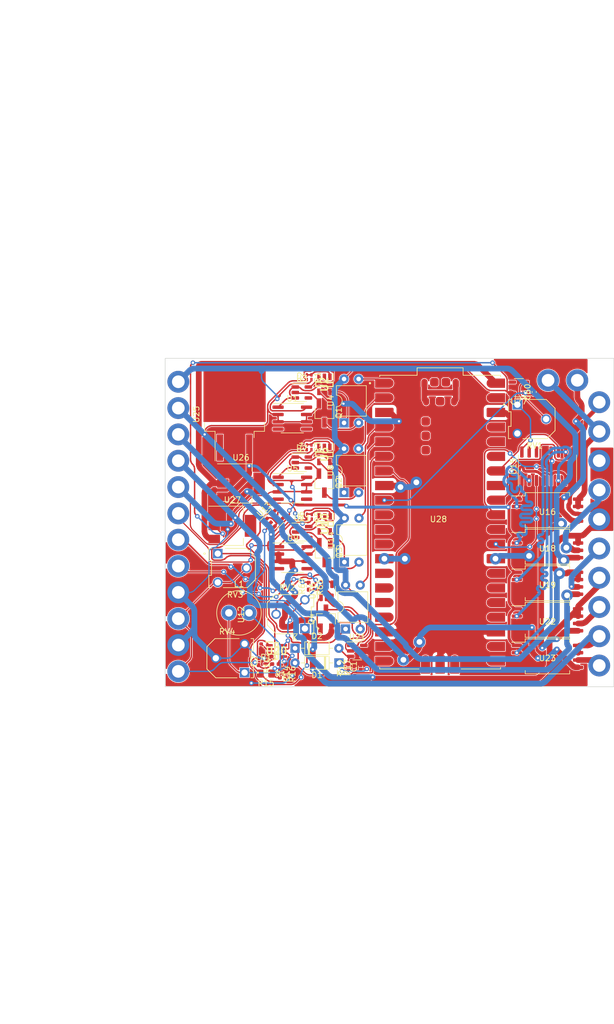
<source format=kicad_pcb>
(kicad_pcb (version 20211014) (generator pcbnew)
  (layers (0 "F.Cu" signal) (31 "B.Cu" signal) (34 "B.Paste" user) (35 "F.Paste" user) (36 "B.SilkS" user "B.Silkscreen") (37 "F.SilkS" user "F.Silkscreen") (38 "B.Mask" user) (39 "F.Mask" user) (44 "Edge.Cuts" user))
  (net 0 "")
  (net 1 "Net-(C1-Pad1)")
  (net 2 "GND")
  (net 3 "Net-(C2-Pad2)")
  (net 4 "Net-(C60-Pad1)")
  (net 5 "Net-(L1-Pad1)")
  (net 6 "Net-(L1-Pad2)")
  (net 7 "Net-(R1-Pad1)")
  (net 8 "GND1")
  (net 9 "GND3")
  (net 10 "Net-(R10-Pad1)")
  (net 11 "Net-(R10-Pad2)")
  (net 12 "Net-(R11-Pad1)")
  (net 13 "Net-(R11-Pad2)")
  (net 14 "Net-(R13-Pad1)")
  (net 15 "unconnected-(R66-Pad1)")
  (net 16 "Net-(R66-Pad2)")
  (net 17 "GNDPWR")
  (net 18 "GNDA")
  (net 19 "+3.3V")
  (net 20 "Net-(RV1-Pad2)")
  (net 21 "Net-(RV2-Pad2)")
  (net 22 "+5VP")
  (net 26 "Net-(U14-Pad3)")
  (net 27 "Net-(Q1-Pad3)")
  (net 28 "Net-(U21-Pad1)")
  (net 30 "+15V")
  (net 31 "+5V")
  (net 32 "Net-(U21-Pad6)")
  (net 48 "Net-(U28-PadA)")
  (net 57 "unconnected-(U16-Pad5)")
  (net 58 "unconnected-(U16-Pad6)")
  (net 59 "GD1-1")
  (net 60 "GDT1-3")
  (net 62 "GD2-1")
  (net 63 "GDT2-3")
  (net 64 "+24VA")
  (net 65 "+24VB")
  (net 66 "+24VC")
  (net 67 "Net-(Q1-Pad1)")
  (net 68 "Net-(Q2-Pad3)")
  (net 69 "Net-(Q2-Pad1)")
  (net 70 "Net-(Q3-Pad3)")
  (net 71 "Net-(Q3-Pad1)")
  (net 72 "Net-(Q4-Pad1)")
  (net 73 "Net-(R3-Pad1)")
  (net 74 "Net-(R5-Pad1)")
  (net 77 "Net-(U2-Pad3)")
  (net 80 "Net-(U6-Pad3)")
  (net 82 "Net-(U1-Pad1)")
  (net 84 "Net-(U10-Pad3)")
  (net 85 "Net-(U5-Pad1)")
  (net 86 "Net-(Q4-Pad3)")
  (net 87 "+1V0")
  (net 89 "Net-(T8-Pad3)")
  (net 90 "Net-(U28-Pad1)")
  (net 91 "Net-(U28-Pad2)")
  (net 92 "Net-(U12-Pad3)")
  (net 99 "Net-(U15-Pad3)")
  (net 100 "Net-(U15-Pad4)")
  (net 101 "Net-(U15-Pad5)")
  (net 102 "Net-(U15-Pad6)")
  (net 103 "Net-(U10-Pad5)")
  (net 104 "Net-(U15-Pad2)")
  (net 105 "Net-(U15-Pad9)")
  (net 106 "Net-(U15-Pad10)")
  (net 107 "Net-(U15-Pad11)")
  (net 108 "Net-(U15-Pad12)")
  (net 109 "Net-(D2-Pad1)")
  (net 110 "Net-(D2-Pad2)")
  (net 111 "Net-(U16-Pad7)")
  (net 112 "GND2")
  (footprint "Package_TO_SOT_SMD:SOT-23-5" (layer "F.Cu") (at 509.7186 66.9948)
    (fp_text reference "U11")
    (fp_text value "MIC5504-1.8YM5")
  )
  (footprint "Resistor_SMD:R_0201_0603Metric_Pad0.64x0.40mm_HandSolder" (layer "F.Cu") (at 510.5767 64.343 90)
    (fp_text reference "R6")
    (fp_text value "RC0201FR-071KL")
  )
  (footprint "Resistor_SMD:R_0201_0603Metric_Pad0.64x0.40mm_HandSolder" (layer "F.Cu") (at 511.7603 76.5913 -90)
    (fp_text reference "R66")
    (fp_text value "RC0201FR-071ML")
  )
  (footprint "Package_DIP:DIP-4_W7.62mm" (layer "F.Cu") (at 517.0487 72.207 90)
    (fp_text reference "U14")
    (fp_text value "SFH617A-1")
  )
  (footprint "Package_SO:SOIC-8_7.5x5.85mm_P1.27mm" (layer "F.Cu") (at 552.339 88.586)
    (fp_text reference "U23")
    (fp_text value "UCC5390ECQDWVRQ1")
  )
  (footprint "Resistor_SMD:R_0402_1005Metric_Pad0.72x0.64mm_HandSolder" (layer "F.Cu") (at 506.2388 89.9208 180)
    (fp_text reference "R11")
    (fp_text value "CR0402-FX-1001GLF")
  )
  (footprint "Package_DIP:DIP-4_W7.62mm" (layer "F.Cu") (at 517.2569 83.8248 90)
    (fp_text reference "U12")
    (fp_text value "SFH617A-1")
  )
  (footprint "Resistor_SMD:R_0201_0603Metric_Pad0.64x0.40mm_HandSolder" (layer "F.Cu") (at 511.3274 52.2732 -90)
    (fp_text reference "R3")
    (fp_text value "RMCF0201FT10K0")
  )
  (footprint "Package_TO_SOT_SMD:SOT-23-5" (layer "F.Cu") (at 509.6565 42.7584)
    (fp_text reference "U3")
    (fp_text value "MIC5504-1.8YM5")
  )
  (footprint "Package_TO_SOT_SMD:SC-59_Handsoldering" (layer "F.Cu") (at 513.6399 70.567 -90)
    (fp_text reference "Q3")
    (fp_text value "Q_NPN_BEC")
  )
  (footprint "Package_TO_SOT_SMD:SC-59_Handsoldering" (layer "F.Cu") (at 513.5728 58.4972 -90)
    (fp_text reference "Q2")
    (fp_text value "Q_NPN_BEC")
  )
  (footprint "" (layer "F.Cu") (at 488.188 54.61)
    (fp_text reference "")
    (fp_text value "")
  )
  (footprint "12345:SOT65P280X110-8N" (layer "F.Cu") (at 505.2428 87.6348)
    (fp_text reference "U20")
    (fp_text value "LM2904BIDDFR" hide)
  )
  (footprint "" (layer "F.Cu") (at 561.34 64.77)
    (fp_text reference "")
    (fp_text value "")
  )
  (footprint "Resistor_SMD:R_0402_1005Metric_Pad0.72x0.64mm_HandSolder" (layer "F.Cu") (at 503.902 89.9208)
    (fp_text reference "R13")
    (fp_text value "CR0402-FX-1001GLF")
  )
  (footprint "12345:TRIM_3306F-1-103" (layer "F.Cu") (at 497.205 88.9)
    (fp_text reference "RV4")
    (fp_text value "3306F-1-103")
  )
  (footprint "12345:TRIM_3306F-1-103" (layer "F.Cu") (at 549.6125 47.371 180)
    (fp_text reference "RV1")
    (fp_text value "3306F-1-103")
  )
  (footprint "Package_TO_SOT_SMD:TO-263-3_TabPin4" (layer "F.Cu") (at 497.967 46.555 90)
    (fp_text reference "U25")
    (fp_text value "UA7815CKTTR")
  )
  (footprint "Package_TO_SOT_SMD:SOT-223" (layer "F.Cu") (at 497.586 65.913)
    (fp_text reference "U27")
    (fp_text value "LM1117IMP-3.3/NOPB")
  )
  (footprint "Package_DIP:DIP-4_W7.62mm" (layer "F.Cu") (at 516.9916 48.0314 90)
    (fp_text reference "U4")
    (fp_text value "SFH617A-1")
  )
  (footprint "Resistor_SMD:R_0402_1005Metric_Pad0.72x0.64mm_HandSolder" (layer "F.Cu") (at 502.1439 89.4975 -90)
    (fp_text reference "R10")
    (fp_text value "CR0402-FX-1001GLF")
  )
  (footprint "Diode_THT:D_DO-35_SOD27_P7.62mm_Horizontal" (layer "F.Cu") (at 516.094 89.7176 180)
    (fp_text reference "D1")
    (fp_text value "1N4148")
  )
  (footprint "12345:MODULE_SC0915" (layer "F.Cu") (at 533.6855 65.274)
    (fp_text reference "U28")
    (fp_text value "SC0915")
  )
  (footprint "Package_SO:SOIC-8_7.5x5.85mm_P1.27mm" (layer "F.Cu") (at 552.339 69.536)
    (fp_text reference "U18")
    (fp_text value "UCC5390ECQDWVRQ1")
  )
  (footprint "Package_TO_SOT_SMD:SC-59_Handsoldering" (layer "F.Cu") (at 513.8431 82.124 90)
    (fp_text reference "Q4")
    (fp_text value "Q_NPN_BEC")
  )
  (footprint "Package_SO:SOIC-16_3.9x9.9mm_P1.27mm" (layer "F.Cu") (at 552.339 55.566 90)
    (fp_text reference "U15")
    (fp_text value "MC14504BDR2G")
  )
  (footprint "" (layer "F.Cu") (at 561.34 80.01)
    (fp_text reference "")
    (fp_text value "")
  )
  (footprint "Package_SO:SOIC-8_7.5x5.85mm_P1.27mm" (layer "F.Cu") (at 552.339 63.186)
    (fp_text reference "U16")
    (fp_text value "UCC5390ECQDWVRQ1")
  )
  (footprint "Package_TO_SOT_SMD:SOT-223" (layer "F.Cu") (at 499.085 58.561)
    (fp_text reference "U26")
    (fp_text value "NCP1117LPST50T3G")
  )
  (footprint "Resistor_SMD:R_0201_0603Metric_Pad0.64x0.40mm_HandSolder" (layer "F.Cu") (at 511.3274 40.1066 -90)
    (fp_text reference "R1")
    (fp_text value "RMCF0201FT10K0")
  )
  (footprint "Resistor_SMD:R_0805_2012Metric_Pad1.20x1.40mm_HandSolder" (layer "F.Cu") (at 503.428 91.567 180)
    (fp_text reference "R15")
    (fp_text value "CRCW08056R80JNEA")
  )
  (footprint "Package_TO_SOT_SMD:SOT-23-5" (layer "F.Cu") (at 504.825 64.77 45)
    (fp_text reference "U13")
    (fp_text value "MIC5504-1.8YM5")
  )
  (footprint "Resistor_SMD:R_0402_1005Metric_Pad0.72x0.64mm_HandSolder" (layer "F.Cu") (at 510.8459 76.4002 90)
    (fp_text reference "R69")
    (fp_text value "RC0402FR-074K99L")
  )
  (footprint "12345:SOT95P285X140-5N" (layer "F.Cu") (at 513.5728 53.5132 -90)
    (fp_text reference "U6")
    (fp_text value "LMV331W5-7" hide)
  )
  (footprint "" (layer "F.Cu") (at 488.188 91.186)
    (fp_text reference "")
    (fp_text value "")
  )
  (footprint "Package_TO_SOT_SMD:SOT-23-5" (layer "F.Cu") (at 509.6565 54.925)
    (fp_text reference "U7")
    (fp_text value "MIC5504-1.8YM5")
  )
  (footprint "" (layer "F.Cu") (at 561.34 44.45)
    (fp_text reference "")
    (fp_text value "")
  )
  (footprint "" (layer "F.Cu") (at 488.188 63.754)
    (fp_text reference "")
    (fp_text value "")
  )
  (footprint "Package_TO_SOT_SMD:SOT-23-6" (layer "F.Cu") (at 519.2944 87.6348)
    (fp_text reference "U21")
    (fp_text value "TLV3604DCKR")
  )
  (footprint "Package_SO:SOIC-8_3.9x4.9mm_P1.27mm" (layer "F.Cu") (at 508.0875 71.455)
    (fp_text reference "U9")
    (fp_text value "MC78L05ACPRPG")
  )
  (footprint "Package_SO:SOIC-8_3.9x4.9mm_P1.27mm" (layer "F.Cu") (at 508.0142 59.3852)
    (fp_text reference "U5")
    (fp_text value "MC78L05ACPRPG")
  )
  (footprint "Inductor_THT:L_Radial_D7.5mm_P3.50mm_Fastron_07P" (layer "F.Cu") (at 496.979 81.026)
    (fp_text reference "L1")
    (fp_text value "RLB0812-473KL")
  )
  (footprint "Package_SO:SOIC-8_7.5x5.85mm_P1.27mm" (layer "F.Cu") (at 552.339 75.886)
    (fp_text reference "U19")
    (fp_text value "UCC5390ECQDWVRQ1")
  )
  (footprint "Package_TO_SOT_SMD:SOT-23-5" (layer "F.Cu") (at 547.37 41.91 180)
    (fp_text reference "U77")
    (fp_text value "TLV3604DCKR")
  )
  (footprint "12345:TRIM_3306F-1-103" (layer "F.Cu") (at 507.6855 81.2541)
    (fp_text reference "RV2")
    (fp_text value "3306F-1-103")
  )
  (footprint "" (layer "F.Cu") (at 561.34 74.93)
    (fp_text reference "")
    (fp_text value "")
  )
  (footprint "" (layer "F.Cu") (at 561.34 69.85)
    (fp_text reference "")
    (fp_text value "")
  )
  (footprint "" (layer "F.Cu") (at 488.188 72.898)
    (fp_text reference "")
    (fp_text value "")
  )
  (footprint "" (layer "F.Cu") (at 488.188 82.042)
    (fp_text reference "")
    (fp_text value "")
  )
  (footprint "Package_SO:SOIC-8_3.9x4.9mm_P1.27mm" (layer "F.Cu") (at 508 47.2186)
    (fp_text reference "U1")
    (fp_text value "MC78L05ACPRPG")
  )
  (footprint "" (layer "F.Cu") (at 561.34 59.69)
    (fp_text reference "")
    (fp_text value "")
  )
  (footprint "Capacitor_SMD:C_0402_1005Metric" (layer "F.Cu") (at 519.8532 90.3552 90)
    (fp_text reference "C1")
    (fp_text value "CL05A104KA5NNNC")
  )
  (footprint "Diode_THT:D_DO-35_SOD27_P7.62mm_Horizontal" (layer "F.Cu") (at 508.474 87.1776)
    (fp_text reference "D2")
    (fp_text value "1N4148")
  )
  (footprint "" (layer "F.Cu") (at 488.188 45.466)
    (fp_text reference "")
    (fp_text value "")
  )
  (footprint "" (layer "F.Cu") (at 488.188 50.038)
    (fp_text reference "")
    (fp_text value "")
  )
  (footprint "" (layer "F.Cu") (at 561.34 54.61)
    (fp_text reference "")
    (fp_text value "")
  )
  (footprint "12345:SOT95P285X140-5N" (layer "F.Cu") (at 513.5778 41.3466 -90)
    (fp_text reference "U2")
    (fp_text value "LMV331W5-7" hide)
  )
  (footprint "12345:SOT95P285X140-5N" (layer "F.Cu") (at 513.6399 65.583 -90)
    (fp_text reference "U10")
    (fp_text value "LMV331W5-7" hide)
  )
  (footprint "Resistor_SMD:R_0201_0603Metric_Pad0.64x0.40mm_HandSolder" (layer "F.Cu") (at 510.5146 52.2732 90)
    (fp_text reference "R4")
    (fp_text value "RC0201FR-071KL")
  )
  (footprint "" (layer "F.Cu") (at 488.188 86.614)
    (fp_text reference "")
    (fp_text value "")
  )
  (footprint "" (layer "F.Cu") (at 488.188 40.894)
    (fp_text reference "")
    (fp_text value "")
  )
  (footprint "Package_TO_SOT_SMD:SC-59_Handsoldering" (layer "F.Cu") (at 513.5778 46.3306 -90)
    (fp_text reference "Q1")
    (fp_text value "Q_NPN_BEC")
  )
  (footprint "Resistor_SMD:R_0201_0603Metric_Pad0.64x0.40mm_HandSolder" (layer "F.Cu") (at 511.3895 64.3423 -90)
    (fp_text reference "R5")
    (fp_text value "RMCF0201FT10K0")
  )
  (footprint "" (layer "F.Cu") (at 557.53 40.64)
    (fp_text reference "")
    (fp_text value "")
  )
  (footprint "" (layer "F.Cu") (at 488.188 68.326)
    (fp_text reference "")
    (fp_text value "")
  )
  (footprint "Capacitor_SMD:C_0402_1005Metric" (layer "F.Cu") (at 502.5812 86.9008 90)
    (fp_text reference "C2")
    (fp_text value "CGA2B3X7R1H473K050BB")
  )
  (footprint "Resistor_SMD:R_0402_1005Metric_Pad0.72x0.64mm_HandSolder" (layer "F.Cu") (at 518.7864 90.5425 90)
    (fp_text reference "R17")
    (fp_text value "CR0402-FX-1001GLF")
  )
  (footprint "Resistor_SMD:R_0402_1005Metric_Pad0.72x0.64mm_HandSolder" (layer "F.Cu") (at 517.7196 90.5304 90)
    (fp_text reference "R12")
    (fp_text value "CR0402-FX-1001GLF")
  )
  (footprint "Resistor_SMD:R_0201_0603Metric_Pad0.64x0.40mm_HandSolder" (layer "F.Cu") (at 510.5146 40.1066 90)
    (fp_text reference "R2")
    (fp_text value "RC0201FR-071KL")
  )
  (footprint "Package_SO:SOIC-8_7.5x5.85mm_P1.27mm" (layer "F.Cu") (at 552.339 82.236)
    (fp_text reference "U22")
    (fp_text value "UCC5390ECQDWVRQ1")
  )
  (footprint "" (layer "F.Cu") (at 561.34 85.09)
    (fp_text reference "")
    (fp_text value "")
  )
  (footprint "" (layer "F.Cu") (at 552.45 40.64)
    (fp_text reference "")
    (fp_text value "")
  )
  (footprint "" (layer "F.Cu") (at 488.188 59.182)
    (fp_text reference "")
    (fp_text value "")
  )
  (footprint "" (layer "F.Cu") (at 561.34 49.53)
    (fp_text reference "")
    (fp_text value "")
  )
  (footprint "Package_TO_SOT_SMD:SOT-23-5" (layer "F.Cu") (at 513.9447 77.2009 90)
    (fp_text reference "U76")
    (fp_text value "TLV3604DCKR")
  )
  (footprint "Resistor_SMD:R_0402_1005Metric_Pad0.72x0.64mm_HandSolder" (layer "F.Cu") (at 506.857 91.6565 -90)
    (fp_text reference "R16")
    (fp_text value "CRCW040247K0JNEDC")
  )
  (footprint "" (layer "F.Cu") (at 561.34 90.17)
    (fp_text reference "")
    (fp_text value "")
  )
  (footprint "Resistor_SMD:R_0402_1005Metric_Pad0.72x0.64mm_HandSolder" (layer "F.Cu") (at 505.841 91.6565 -90)
    (fp_text reference "R14")
    (fp_text value "CR0402-FX-1001GLF")
  )
  (footprint "Package_DIP:DIP-4_W7.62mm" (layer "F.Cu") (at 516.9866 60.1372 90)
    (fp_text reference "U8")
    (fp_text value "SFH617A-1")
  )
  (footprint "" (layer "F.Cu") (at 488.188 77.47)
    (fp_text reference "")
    (fp_text value "")
  )
  (footprint "Capacitor_SMD:C_0402_1005Metric" (layer "F.Cu") (at 550.037 42.672 90)
    (fp_text reference "C60")
    (fp_text value "CL05A104KA5NNNC")
  )
  (footprint "12345:TRIM_3306F-1-103" (layer "F.Cu") (at 497.546 73.239 180)
    (fp_text reference "RV3")
    (fp_text value "3306F-1-103")
  )
  (gr_rect (start 485.902 36.83) (end 563.88 93.853) (layer "Edge.Cuts") (width 0.1) (fill none))
  (segment (start 516.647649 91.128031) (end 516.646333 91.128292) (width 0.25) (layer "F.Cu") (net 1))
  (segment (start 516.646333 91.128292) (end 516.645049 91.128682) (width 0.25) (layer "F.Cu") (net 1))
  (segment (start 516.648985 91.1279) (end 516.647649 91.128031) (width 0.25) (layer "F.Cu") (net 1))
  (segment (start 519.921054 90.77696) (end 519.931824 90.7725) (width 0.25) (layer "F.Cu") (net 1))
  (segment (start 519.901081 90.788932) (end 519.89207 90.796327) (width 0.25) (layer "F.Cu") (net 1))
  (segment (start 519.94298 90.769116) (end 519.931824 90.7725) (width 0.25) (layer "F.Cu") (net 1))
  (segment (start 520.954 90.7657) (end 519.966014 90.7657) (width 0.25) (layer "F.Cu") (net 1))
  (segment (start 516.643809 91.129195) (end 516.642626 91.129828) (width 0.25) (layer "F.Cu") (net 1))
  (segment (start 516.64151 91.130573) (end 516.640473 91.131424) (width 0.25) (layer "F.Cu") (net 1))
  (segment (start 516.648985 91.1279) (end 517.7196 91.1279) (width 0.25) (layer "F.Cu") (net 1))
  (segment (start 516.643809 91.129195) (end 516.645049 91.128682) (width 0.25) (layer "F.Cu") (net 1))
  (segment (start 519.921054 90.77696) (end 519.910774 90.782455) (width 0.25) (layer "F.Cu") (net 1))
  (segment (start 519.966014 90.7657) (end 519.954413 90.766842) (width 0.25) (layer "F.Cu") (net 1))
  (segment (start 516.642626 91.129828) (end 516.64151 91.130573) (width 0.25) (layer "F.Cu") (net 1))
  (segment (start 519.910774 90.782455) (end 519.901081 90.788932) (width 0.25) (layer "F.Cu") (net 1))
  (segment (start 516.636 91.1359) (end 516.640473 91.131424) (width 0.25) (layer "F.Cu") (net 1))
  (segment (start 519.89207 90.796327) (end 519.8532 90.8352) (width 0.25) (layer "F.Cu") (net 1))
  (segment (start 519.954413 90.766842) (end 519.94298 90.769116) (width 0.25) (layer "F.Cu") (net 1))
  (via (at 516.636 91.1359) (size 0.8) (drill 0.4) (layers "F.Cu" "B.Cu") (net 1))
  (via (at 520.954 90.7657) (size 0.8) (drill 0.4) (layers "F.Cu" "B.Cu") (net 1))
  (segment (start 520.414868 91.129813) (end 520.475769 91.117699) (width 0.25) (layer "B.Cu") (net 1))
  (segment (start 520.414868 91.129813) (end 520.353073 91.1359) (width 0.25) (layer "B.Cu") (net 1))
  (segment (start 520.592555 91.075912) (end 520.535189 91.099674) (width 0.25) (layer "B.Cu") (net 1))
  (segment (start 520.647317 91.046641) (end 520.592555 91.075912) (width 0.25) (layer "B.Cu") (net 1))
  (segment (start 516.636 91.1359) (end 520.353073 91.1359) (width 0.25) (layer "B.Cu") (net 1))
  (segment (start 520.698946 91.012143) (end 520.647317 91.046641) (width 0.25) (layer "B.Cu") (net 1))
  (segment (start 520.746945 90.972752) (end 520.698946 91.012143) (width 0.25) (layer "B.Cu") (net 1))
  (segment (start 520.535189 91.099674) (end 520.475769 91.117699) (width 0.25) (layer "B.Cu") (net 1))
  (segment (start 520.746945 90.972752) (end 520.954 90.7657) (width 0.25) (layer "B.Cu") (net 1))
  (segment (start 547.053177 83.908454) (end 547.091977 84.036361) (width 0.5) (layer "F.Cu") (net 2))
  (segment (start 555.129249 59.585089) (end 555.060364 59.631117) (width 0.5) (layer "F.Cu") (net 2))
  (segment (start 494.475176 63.380454) (end 494.513977 63.508361) (width 0.2) (layer "F.Cu") (net 2))
  (segment (start 527.956511 84.26088) (end 528.011201 84.277421) (width 1) (layer "F.Cu") (net 2))
  (segment (start 547.550583 76.439415) (end 547.50053 76.466169) (width 0.5) (layer "F.Cu") (net 2))
  (segment (start 544.975361 46.301976) (end 545.09885 46.353127) (width 1) (layer "F.Cu") (net 2))
  (segment (start 526.811188 82.689915) (end 526.806207 82.699234) (width 1) (layer "F.Cu") (net 2))
  (segment (start 548.336862 85.519267) (end 548.262603 85.408131) (width 0.5) (layer "F.Cu") (net 2))
  (segment (start 496.25373 55.942267) (end 497.615808 54.580189) (width 0.2) (layer "F.Cu") (net 2))
  (segment (start 526.837937 82.65732) (end 526.831233 82.665488) (width 1) (layer "F.Cu") (net 2))
  (segment (start 499.519658 93.218) (end 500.888 93.218) (width 0.25) (layer "F.Cu") (net 2))
  (segment (start 527.598224 84.095866) (end 527.573127 84.101598) (width 1) (layer "F.Cu") (net 2))
  (segment (start 526.932058 71.168341) (end 526.985555 71.155476) (width 1) (layer "F.Cu") (net 2))
  (segment (start 555.060364 59.631117) (end 554.996322 59.683675) (width 0.5) (layer "F.Cu") (net 2))
  (segment (start 547.1125 48.753158) (end 547.1125 49.871) (width 1) (layer "F.Cu") (net 2))
  (segment (start 547.099398 48.620139) (end 547.073322 48.489044) (width 1) (layer "F.Cu") (net 2))
  (segment (start 529.296821 68.219454) (end 529.25802 68.347361) (width 1) (layer "F.Cu") (net 2))
  (segment (start 528.404539 57.218891) (end 528.477025 57.278379) (width 1) (layer "F.Cu") (net 2))
  (segment (start 507.769582 91.930424) (end 507.79841 91.939169) (width 0.25) (layer "F.Cu") (net 2))
  (segment (start 496.389964 65.566964) (end 496.390938 65.568151) (width 0.2) (layer "F.Cu") (net 2))
  (segment (start 547.025114 71.316281) (end 547.021892 71.302897) (width 0.5) (layer "F.Cu") (net 2))
  (segment (start 548.451021 85.760636) (end 548.489822 85.888544) (width 0.5) (layer "F.Cu") (net 2))
  (segment (start 552.31009 55.649602) (end 552.421226 55.723861) (width 0.5) (layer "F.Cu") (net 2))
  (segment (start 526.582266 58.986204) (end 526.618248 59.010246) (width 1) (layer "F.Cu") (net 2))
  (segment (start 547.099398 48.620139) (end 547.1125 48.753158) (width 1) (layer "F.Cu") (net 2))
  (segment (start 547.974642 82.757678) (end 547.905117 82.79484) (width 0.5) (layer "F.Cu") (net 2))
  (segment (start 526.808394 56.381866) (end 526.734136 56.27073) (width 1) (layer "F.Cu") (net 2))
  (segment (start 550.754361 63.743021) (end 550.626454 63.781821) (width 0.5) (layer "F.Cu") (net 2))
  (segment (start 526.873963 71.222259) (end 526.859 71.262131) (width 1) (layer "F.Cu") (net 2))
  (segment (start 526.544102 58.965805) (end 526.582266 58.986204) (width 1) (layer "F.Cu") (net 2))
  (segment (start 502.718425 88.160425) (end 502.718425 88.160425) (width 0.25) (layer "F.Cu") (net 2))
  (segment (start 526.859 72.386062) (end 526.859 72.378187) (width 1) (layer "F.Cu") (net 2))
  (segment (start 496.649349 65.848217) (end 496.685093 65.901711) (width 0.2) (layer "F.Cu") (net 2))
  (segment (start 496.199011 56.497837) (end 496.25373 56.57973) (width 0.2) (layer "F.Cu") (net 2))
  (segment (start 533.697316 88.485273) (end 533.6855 88.602085) (width 1) (layer "F.Cu") (net 2))
  (segment (start 527.049286 70.867496) (end 527.036471 70.845108) (width 1) (layer "F.Cu") (net 2))
  (segment (start 507.715182 91.904695) (end 507.74175 91.918896) (width 0.25) (layer "F.Cu") (net 2))
  (segment (start 526.859 72.409687) (end 526.859 72.407718) (width 1) (layer "F.Cu") (net 2))
  (segment (start 502.933661 88.375661) (end 502.964986 88.413831) (width 0.25) (layer "F.Cu") (net 2))
  (segment (start 496.396206 65.585519) (end 496.397059 65.586796) (width 0.2) (layer "F.Cu") (net 2))
  (segment (start 526.906248 71.184526) (end 526.873963 71.222259) (width 1) (layer "F.Cu") (net 2))
  (segment (start 547.07539 71.460832) (end 547.068446 71.444879) (width 0.5) (layer "F.Cu") (net 2))
  (segment (start 502.656049 88.098049) (end 502.665221 88.107221) (width 0.25) (layer "F.Cu") (net 2))
  (segment (start 527.096301 71.152698) (end 527.077366 71.108071) (width 1) (layer "F.Cu") (net 2))
  (segment (start 556.784 58.213293) (end 556.784 58.281115) (width 0.5) (layer "F.Cu") (net 2))
  (segment (start 556.707191 57.078786) (end 556.737616 57.152237) (width 0.5) (layer "F.Cu") (net 2))
  (segment (start 526.859 72.4215) (end 526.859 72.409687) (width 1) (layer "F.Cu") (net 2))
  (segment (start 502.5812 87.960999) (end 502.5812 87.3808) (width 0.25) (layer "F.Cu") (net 2))
  (segment (start 548.262603 69.382394) (end 548.336862 69.271258) (width 0.5) (layer "F.Cu") (net 2))
  (segment (start 497.227436 59.42861) (end 497.24961 59.406437) (width 0.2) (layer "F.Cu") (net 2))
  (segment (start 556.776206 57.306294) (end 556.784 57.385415) (width 0.5) (layer "F.Cu") (net 2))
  (segment (start 555.358135 59.490282) (end 555.278855 59.514331) (width 0.5) (layer "F.Cu") (net 2))
  (segment (start 551.210189 63.469808) (end 554.996322 59.683675) (width 0.5) (layer "F.Cu") (net 2))
  (segment (start 548.45102 88.079889) (end 548.39987 88.203378) (width 0.5) (layer "F.Cu") (net 2))
  (segment (start 547.094118 71.363324) (end 547.108109 71.368008) (width 1) (layer "F.Cu") (net 2))
  (segment (start 556.784 58.145471) (end 556.784 58.213293) (width 0.5) (layer "F.Cu") (net 2))
  (segment (start 502.605261 88.040322) (end 502.614561 88.054241) (width 0.25) (layer "F.Cu") (net 2))
  (segment (start 527.555805 84.324) (end 527.57139 84.305857) (width 1) (layer "F.Cu") (net 2))
  (segment (start 547.340185 89.215819) (end 547.392025 89.205507) (width 0.5) (layer "F.Cu") (net 2))
  (segment (start 550.495359 63.807898) (end 550.626454 63.781821) (width 0.5) (layer "F.Cu") (net 2))
  (segment (start 548.336862 88.321257) (end 548.262603 88.432394) (width 0.5) (layer "F.Cu") (net 2))
  (segment (start 523.997736 46.226236) (end 523.9955 46.224) (width 1) (layer "F.Cu") (net 2))
  (segment (start 555.420677 56.150004) (end 555.511437 56.224488) (width 0.5) (layer "F.Cu") (net 2))
  (segment (start 527.072173 71.1672) (end 527.096301 71.152698) (width 1) (layer "F.Cu") (net 2))
  (segment (start 527.535936 84.268485) (end 527.557889 84.240025) (width 1) (layer "F.Cu") (net 2))
  (segment (start 548.250678 82.48164) (end 548.206881 82.547187) (width 0.5) (layer "F.Cu") (net 2))
  (segment (start 552.921598 55.902898) (end 552.790503 55.876821) (width 0.5) (layer "F.Cu") (net 2))
  (segment (start 529.3576 58.607859) (end 529.37177 58.57365) (width 1) (layer "F.Cu") (net 2))
  (segment (start 533.742435 88.289108) (end 533.72749 88.337475) (width 1) (layer "F.Cu") (net 2))
  (segment (start 548.364 82.108075) (end 548.364 79.637658) (width 0.5) (layer "F.Cu") (net 2))
  (segment (start 496.740042 66.017892) (end 496.715421 65.958451) (width 0.2) (layer "F.Cu") (net 2))
  (segment (start 531.103866 84.590394) (end 531.207189 84.675189) (width 1) (layer "F.Cu") (net 2))
  (segment (start 551.743176 54.829495) (end 551.781976 54.957402) (width 0.5) (layer "F.Cu") (net 2))
  (segment (start 548.515898 86.019639) (end 548.529 86.152658) (width 0.5) (layer "F.Cu") (net 2))
  (segment (start 547.550583 76.439415) (end 547.597773 76.407884) (width 0.5) (layer "F.Cu") (net 2))
  (segment (start 551.106866 63.554603) (end 550.99573 63.628862) (width 0.5) (layer "F.Cu") (net 2))
  (segment (start 496.39415 65.57977) (end 496.394449 65.581277) (width 0.2) (layer "F.Cu") (net 2))
  (segment (start 547.392025 76.505507) (end 547.340185 76.515819) (width 0.5) (layer "F.Cu") (net 2))
  (segment (start 547.143127 77.80985) (end 547.091977 77.686361) (width 0.5) (layer "F.Cu") (net 2))
  (segment (start 496.608534 65.798484) (end 496.649349 65.848217) (width 0.2) (layer "F.Cu") (net 2))
  (segment (start 494.787189 63.964189) (end 496.389964 65.566964) (width 0.2) (layer "F.Cu") (net 2))
  (segment (start 503.231718 88.562165) (end 503.156283 88.530918) (width 0.25) (layer "F.Cu") (net 2))
  (segment (start 555.924211 59.385961) (end 555.84767 59.417666) (width 0.5) (layer "F.Cu") (net 2))
  (segment (start 533.838452 88.009318) (end 533.860685 88.020413) (width 1) (layer "F.Cu") (net 2))
  (segment (start 527.551512 84.059512) (end 527.598224 84.095866) (width 1) (layer "F.Cu") (net 2))
  (segment (start 548.529 87.687868) (end 548.515898 87.820887) (width 0.5) (layer "F.Cu") (net 2))
  (segment (start 538.027658 84.324) (end 537.894639 84.337101) (width 1) (layer "F.Cu") (net 2))
  (segment (start 533.6855 88.602085) (end 533.6855 88.436065) (width 1) (layer "F.Cu") (net 2))
  (segment (start 547.014 89.436696) (end 547.014 90.491) (width 0.5) (layer "F.Cu") (net 2))
  (segment (start 556.611507 58.767018) (end 556.130203 59.248322) (width 0.5) (layer "F.Cu") (net 2))
  (segment (start 526.859 72.409687) (end 526.859 72.409687) (width 1) (layer "F.Cu") (net 2))
  (segment (start 502.649935 88.091935) (end 502.677449 88.119449) (width 0.25) (layer "F.Cu") (net 2))
  (segment (start 556.784 57.798831) (end 556.784 57.868022) (width 0.5) (layer "F.Cu") (net 2))
  (segment (start 497.1205 59.492705) (end 497.14947 59.480706) (width 0.2) (layer "F.Cu") (net 2))
  (segment (start 529.069602 68.699866) (end 528.984808 68.803189) (width 1) (layer "F.Cu") (net 2))
  (segment (start 497.203197 59.448503) (end 497.177125 59.465924) (width 0.2) (layer "F.Cu") (net 2))
  (segment (start 547.067414 76.607741) (end 547.04123 76.646928) (width 0.5) (layer "F.Cu") (net 2))
  (segment (start 555.521839 59.466) (end 555.43939 59.47412) (width 0.5) (layer "F.Cu") (net 2))
  (segment (start 547.04123 70.296928) (end 547.023194 70.340471) (width 0.5) (layer "F.Cu") (net 2))
  (segment (start 533.826892 87.973764) (end 533.838452 88.009318) (width 1) (layer "F.Cu") (net 2))
  (segment (start 546.920362 48.119767) (end 546.98337 48.237648) (width 1) (layer "F.Cu") (net 2))
  (segment (start 547.139928 89.24823) (end 547.100741 89.274414) (width 0.5) (layer "F.Cu") (net 2))
  (segment (start 502.5812 87.960999) (end 502.58284 87.977658) (width 0.25) (layer "F.Cu") (net 2))
  (segment (start 545.09885 46.353127) (end 545.21673 46.416135) (width 1) (layer "F.Cu") (net 2))
  (segment (start 552.921598 55.902898) (end 553.054618 55.916) (width 0.5) (layer "F.Cu") (net 2))
  (segment (start 503.016383 88.447065) (end 503.084273 88.492427) (width 0.25) (layer "F.Cu") (net 2))
  (segment (start 526.899288 71.13819) (end 526.885299 71.133129) (width 1) (layer "F.Cu") (net 2))
  (segment (start 526.671127 56.15285) (end 526.734136 56.27073) (width 1) (layer "F.Cu") (net 2))
  (segment (start 548.177808 69.485717) (end 547.641645 70.02188) (width 0.5) (layer "F.Cu") (net 2))
  (segment (start 529.069602 68.699866) (end 529.143861 68.58873) (width 1) (layer "F.Cu") (net 2))
  (segment (start 547.13317 71.321827) (end 547.118788 71.343904) (width 1) (layer "F.Cu") (net 2))
  (segment (start 547.310073 71.184666) (end 547.362867 71.162798) (width 1) (layer "F.Cu") (net 2))
  (segment (start 523.998812 46.227034) (end 523.999404 46.22735) (width 1) (layer "F.Cu") (net 2))
  (segment (start 526.377203 58.924) (end 523.9955 58.924) (width 1) (layer "F.Cu") (net 2))
  (segment (start 523.997736 46.226236) (end 523.998255 46.226662) (width 1) (layer "F.Cu") (net 2))
  (segment (start 533.674386 87.477557) (end 533.652268 87.36636) (width 1) (layer "F.Cu") (net 2))
  (segment (start 527.853798 84.324) (end 527.922937 84.302887) (width 1) (layer "F.Cu") (net 2))
  (segment (start 548.45102 69.029889) (end 548.39987 69.153378) (width 0.5) (layer "F.Cu") (net 2))
  (segment (start 556.745699 58.543133) (end 556.720576 58.603785) (width 0.5) (layer "F.Cu") (net 2))
  (segment (start 547.832285 82.825008) (end 547.756846 82.847893) (width 0.5) (layer "F.Cu") (net 2))
  (segment (start 547.412363 71.147784) (end 547.362867 71.162798) (width 1) (layer "F.Cu") (net 2))
  (segment (start 548.206881 82.547187) (end 548.15687 82.608126) (width 0.5) (layer "F.Cu") (net 2))
  (segment (start 497.927821 53.996454) (end 497.953898 53.865359) (width 0.2) (layer "F.Cu") (net 2))
  (segment (start 555.853563 56.546602) (end 555.896139 56.56936) (width 0.5) (layer "F.Cu") (net 2))
  (segment (start 496.608534 65.798484) (end 496.398033 65.587983) (width 0.2) (layer "F.Cu") (net 2))
  (segment (start 502.656049 88.098049) (end 502.649935 88.091935) (width 0.25) (layer "F.Cu") (net 2))
  (segment (start 494.783709 59.952287) (end 494.877287 59.85871) (width 0.2) (layer "F.Cu") (net 2))
  (segment (start 526.88048 72.311712) (end 526.873436 72.324891) (width 1) (layer "F.Cu") (net 2))
  (segment (start 533.728119 87.9177) (end 533.738497 87.898287) (width 1) (layer "F.Cu") (net 2))
  (segment (start 528.178654 84.310897) (end 528.011201 84.277421) (width 1) (layer "F.Cu") (net 2))
  (segment (start 548.177808 85.304808) (end 547.365189 84.492189) (width 0.5) (layer "F.Cu") (net 2))
  (segment (start 502.730899 88.172899) (end 502.734018 88.176018) (width 0.25) (layer "F.Cu") (net 2))
  (segment (start 495.455239 59.549788) (end 495.585035 59.523971) (width 0.2) (layer "F.Cu") (net 2))
  (segment (start 548.101127 82.663869) (end 548.15687 82.608126) (width 0.5) (layer "F.Cu") (net 2))
  (segment (start 526.932058 71.168341) (end 526.906248 71.184526) (width 1) (layer "F.Cu") (net 2))
  (segment (start 548.336862 85.519267) (end 548.39987 85.637148) (width 0.5) (layer "F.Cu") (net 2))
  (segment (start 524.923433 46.29847) (end 525.035035 46.344697) (width 1) (layer "F.Cu") (net 2))
  (segment (start 548.515898 66.969639) (end 548.529 67.102658) (width 0.5) (layer "F.Cu") (net 2))
  (segment (start 547.014 77.29434) (end 547.0271 77.427359) (width 0.5) (layer "F.Cu") (net 2))
  (segment (start 545.327866 46.490394) (end 545.431189 46.575189) (width 1) (layer "F.Cu") (net 2))
  (segment (start 556.737616 57.152237) (end 556.760695 57.228317) (width 0.5) (layer "F.Cu") (net 2))
  (segment (start 526.859 71.262131) (end 526.867679 71.204562) (width 1) (layer "F.Cu") (net 2))
  (segment (start 533.704469 88.259433) (end 533.716174 88.281355) (width 1) (layer "F.Cu") (net 2))
  (segment (start 548.234869 75.668378) (end 548.171861 75.786258) (width 0.5) (layer "F.Cu") (net 2))
  (segment (start 547.641645 89.07188) (end 547.597773 89.107884) (width 0.5) (layer "F.Cu") (net 2))
  (segment (start 547.392025 70.155507) (end 547.340185 70.165819) (width 0.5) (layer "F.Cu") (net 2))
  (segment (start 524.689362 46.23984) (end 524.807838 46.263406) (width 1) (layer "F.Cu") (net 2))
  (segment (start 530.35934 84.324) (end 528.310863 84.324) (width 1) (layer "F.Cu") (net 2))
  (segment (start 498.671808 92.866808) (end 494.705 88.9) (width 0.25) (layer "F.Cu") (net 2))
  (segment (start 527.551512 84.059512) (end 526.983992 83.491992) (width 1) (layer "F.Cu") (net 2))
  (segment (start 533.839104 88.060931) (end 533.838452 88.009318) (width 1) (layer "F.Cu") (net 2))
  (segment (start 533.569086 87.136504) (end 533.619356 87.257865) (width 1) (layer "F.Cu") (net 2))
  (segment (start 526.859 72.433312) (end 526.859 72.4215) (width 1) (layer "F.Cu") (net 2))
  (segment (start 547.463093 71.137693) (end 547.412363 71.147784) (width 1) (layer "F.Cu") (net 2))
  (segment (start 496.142106 56.310244) (end 496.16132 56.406843) (width 0.2) (layer "F.Cu") (net 2))
  (segment (start 496.25373 55.942267) (end 496.199011 56.02416) (width 0.2) (layer "F.Cu") (net 2))
  (segment (start 507.690134 91.887958) (end 507.715182 91.904695) (width 0.25) (layer "F.Cu") (net 2))
  (segment (start 526.859 72.492375) (end 526.859 72.508125) (width 1) (layer "F.Cu") (net 2))
  (segment (start 547.442603 76.490164) (end 547.392025 76.505507) (width 0.5) (layer "F.Cu") (net 2))
  (segment (start 526.859 72.39) (end 526.859 72.386062) (width 1) (layer "F.Cu") (net 2))
  (segment (start 546.761308 47.905308) (end 546.846103 48.008631) (width 1) (layer "F.Cu") (net 2))
  (segment (start 527.555805 84.324) (end 527.489647 84.324) (width 1) (layer "F.Cu") (net 2))
  (segment (start 547.27716 63.877905) (end 547.368154 63.840214) (width 0.5) (layer "F.Cu") (net 2))
  (segment (start 547.067414 76.607741) (end 547.100741 76.574414) (width 0.5) (layer "F.Cu") (net 2))
  (segment (start 547.601075 82.871) (end 547.410663 82.871) (width 0.5) (layer "F.Cu") (net 2))
  (segment (start 548.012808 72.439808) (end 548.097603 72.543131) (width 0.5) (layer "F.Cu") (net 2))
  (segment (start 503.058559 88.639736) (end 503.0634 88.688876) (width 0.25) (layer "F.Cu") (net 2))
  (segment (start 533.80163 87.942648) (end 533.762282 87.920272) (width 1) (layer "F.Cu") (net 2))
  (segment (start 547.410663 82.871) (end 547.325656 82.887908) (width 0.5) (layer "F.Cu") (net 2))
  (segment (start 547.099862 71.484794) (end 547.117671 71.532724) (width 1) (layer "F.Cu") (net 2))
  (segment (start 497.83787 54.24785) (end 497.774862 54.365729) (width 0.2) (layer "F.Cu") (net 2))
  (segment (start 494.979586 59.774755) (end 494.877287 59.85871) (width 0.2) (layer "F.Cu") (net 2))
  (segment (start 547.280394 65.338866) (end 547.206136 65.22773) (width 0.5) (layer "F.Cu") (net 2))
  (segment (start 548.39987 85.637148) (end 548.451021 85.760636) (width 0.5) (layer "F.Cu") (net 2))
  (segment (start 556.575108 56.881108) (end 556.625544 56.942565) (width 0.5) (layer "F.Cu") (net 2))
  (segment (start 526.808394 56.381866) (end 526.893189 56.485189) (width 1) (layer "F.Cu") (net 2))
  (segment (start 547.442603 89.190164) (end 547.392025 89.205507) (width 0.5) (layer "F.Cu") (net 2))
  (segment (start 526.859 72.411656) (end 526.859 72.415931) (width 1) (layer "F.Cu") (net 2))
  (segment (start 551.704 54.565381) (end 551.7171 54.6984) (width 0.5) (layer "F.Cu") (net 2))
  (segment (start 556.226007 56.630149) (end 556.272205 56.644164) (width 0.5) (layer "F.Cu") (net 2))
  (segment (start 548.39987 88.203378) (end 548.336862 88.321257) (width 0.5) (layer "F.Cu") (net 2))
  (segment (start 526.859 82.598459) (end 526.857964 82.608976) (width 1) (layer "F.Cu") (net 2))
  (segment (start 507.857936 91.948) (end 508 91.948) (width 0.25) (layer "F.Cu") (net 2))
  (segment (start 547.053176 77.558454) (end 547.091977 77.686361) (width 0.5) (layer "F.Cu") (net 2))
  (segment (start 555.511437 56.224488) (end 555.776102 56.489153) (width 0.5) (layer "F.Cu") (net 2))
  (segment (start 527.124622 71.194622) (end 527.072173 71.1672) (width 1) (layer "F.Cu") (net 2))
  (segment (start 548.287839 82.412116) (end 548.250678 82.48164) (width 0.5) (layer "F.Cu") (net 2))
  (segment (start 533.826892 87.973764) (end 533.80163 87.942648) (width 1) (layer "F.Cu") (net 2))
  (segment (start 555.940742 56.587834) (end 555.896139 56.56936) (width 0.5) (layer "F.Cu") (net 2))
  (segment (start 547.442603 70.140164) (end 547.50053 70.11617) (width 0.5) (layer "F.Cu") (net 2))
  (segment (start 502.718425 88.160425) (end 502.718425 88.160425) (width 0.25) (layer "F.Cu") (net 2))
  (segment (start 527.956511 84.26088) (end 527.691031 84.150915) (width 1) (layer "F.Cu") (net 2))
  (segment (start 548.262603 88.432394) (end 548.177808 88.535717) (width 0.5) (layer "F.Cu") (net 2))
  (segment (start 556.784 57.937213) (end 556.784 58.006404) (width 0.5) (layer "F.Cu") (net 2))
  (segment (start 537.512147 84.453127) (end 537.394267 84.516135) (width 1) (layer "F.Cu") (net 2))
  (segment (start 526.867717 72.338697) (end 526.863379 72.352997) (width 1) (layer "F.Cu") (net 2))
  (segment (start 496.758718 66.079459) (end 496.77127 66.142559) (width 0.2) (layer "F.Cu") (net 2))
  (segment (start 503.0634 88.921733) (end 503.0634 88.688876) (width 0.25) (layer "F.Cu") (net 2))
  (segment (start 526.895373 71.10389) (end 526.899288 71.13819) (width 1) (layer "F.Cu") (net 2))
  (segment (start 529.296821 68.219454) (end 529.322898 68.088359) (width 1) (layer "F.Cu") (net 2))
  (segment (start 547.138984 71.565984) (end 547.10687 71.518824) (width 0.5) (layer "F.Cu") (net 2))
  (segment (start 556.784 58.077649) (end 556.784 58.006404) (width 0.5) (layer "F.Cu") (net 2))
  (segment (start 497.286923 59.356124) (end 497.269502 59.382197) (width 0.2) (layer "F.Cu") (net 2))
  (segment (start 494.702394 63.860866) (end 494.787189 63.964189) (width 0.2) (layer "F.Cu") (net 2))
  (segment (start 527.193618 56.785618) (end 526.893189 56.485189) (width 1) (layer "F.Cu") (net 2))
  (segment (start 547.550584 89.139416) (end 547.50053 89.166169) (width 0.5) (layer "F.Cu") (net 2))
  (segment (start 499.386639 93.204898) (end 499.255544 93.178822) (width 0.25) (layer "F.Cu") (net 2))
  (segment (start 533.716174 88.281355) (end 533.742435 88.289108) (width 1) (layer "F.Cu") (net 2))
  (segment (start 502.674392 88.116392) (end 502.671335 88.113335) (width 0.25) (layer "F.Cu") (net 2))
  (segment (start 494.565127 63.63185) (end 494.513977 63.508361) (width 0.2) (layer "F.Cu") (net 2))
  (segment (start 526.619976 56.029361) (end 526.671127 56.15285) (width 1) (layer "F.Cu") (net 2))
  (segment (start 547.014 71.238925) (end 547.026672 71.273833) (width 0.5) (layer "F.Cu") (net 2))
  (segment (start 547.24558 82.921076) (end 547.173515 82.969229) (width 0.5) (layer "F.Cu") (net 2))
  (segment (start 556.575108 56.881108) (end 556.436845 56.742845) (width 0.5) (layer "F.Cu") (net 2))
  (segment (start 547.053177 64.858454) (end 547.027101 64.727359) (width 0.5) (layer "F.Cu") (net 2))
  (segment (start 526.859 72.464812) (end 526.859 72.433312) (width 1) (layer "F.Cu") (net 2))
  (segment (start 547.13317 71.321827) (end 547.190306 71.264691) (width 1) (layer "F.Cu") (net 2))
  (segment (start 526.859 72.464812) (end 526.859 72.472687) (width 1) (layer "F.Cu") (net 2))
  (segment (start 502.710627 88.152627) (end 502.715306 88.157306) (width 0.25) (layer "F.Cu") (net 2))
  (segment (start 550.87785 63.69187) (end 550.754361 63.743021) (width 0.5) (layer "F.Cu") (net 2))
  (segment (start 497.292821 57.890544) (end 497.318898 58.021639) (width 0.2) (layer "F.Cu") (net 2))
  (segment (start 545.21673 46.416135) (end 545.327866 46.490394) (width 1) (layer "F.Cu") (net 2))
  (segment (start 547.597773 89.107884) (end 547.550584 89.139416) (width 0.5) (layer "F.Cu") (net 2))
  (segment (start 548.515898 66.969639) (end 548.489822 66.838544) (width 0.5) (layer "F.Cu") (net 2))
  (segment (start 527.433436 84.324) (end 523.9955 84.324) (width 1) (layer "F.Cu") (net 2))
  (segment (start 494.702394 63.860866) (end 494.628136 63.74973) (width 0.2) (layer "F.Cu") (net 2))
  (segment (start 496.16132 56.406843) (end 496.199011 56.497837) (width 0.2) (layer "F.Cu") (net 2))
  (segment (start 548.012808 72.439808) (end 547.138984 71.565984) (width 0.5) (layer "F.Cu") (net 2))
  (segment (start 502.734018 88.176018) (end 502.726221 88.168221) (width 0.25) (layer "F.Cu") (net 2))
  (segment (start 527.071052 70.873585) (end 527.064838 70.916485) (width 1) (layer "F.Cu") (net 2))
  (segment (start 526.859 72.460875) (end 526.859 72.456937) (width 1) (layer "F.Cu") (net 2))
  (segment (start 502.964986 88.413831) (end 502.992419 88.454887) (width 0.25) (layer "F.Cu") (net 2))
  (segment (start 527.344073 56.897203) (end 527.426773 56.941407) (width 1) (layer "F.Cu") (net 2))
  (segment (start 555.420677 56.150004) (end 555.323053 56.084773) (width 0.5) (layer "F.Cu") (net 2))
  (segment (start 502.718425 88.160425) (end 502.70283 88.14483) (width 0.25) (layer "F.Cu") (net 2))
  (segment (start 547.27716 63.877905) (end 547.195267 63.932623) (width 0.5) (layer "F.Cu") (net 2))
  (segment (start 527.064838 70.916485) (end 527.065654 71.058008) (width 1) (layer "F.Cu") (net 2))
  (segment (start 502.674392 88.116392) (end 502.677449 88.119449) (width 0.25) (layer "F.Cu") (net 2))
  (segment (start 496.16132 56.115154) (end 496.142106 56.211753) (width 0.2) (layer "F.Cu") (net 2))
  (segment (start 527.109943 70.691288) (end 527.176675 70.611322) (width 1) (layer "F.Cu") (net 2))
  (segment (start 547.03111 71.309881) (end 547.040218 71.309558) (width 0.5) (layer "F.Cu") (net 2))
  (segment (start 554.883524 55.927507) (end 554.998679 55.950413) (width 0.5) (layer "F.Cu") (net 2))
  (segment (start 507.666847 91.868847) (end 507.690134 91.887958) (width 0.25) (layer "F.Cu") (net 2))
  (segment (start 537.763544 84.363176) (end 537.894639 84.337101) (width 1) (layer "F.Cu") (net 2))
  (segment (start 533.697316 88.485273) (end 533.72749 88.337475) (width 1) (layer "F.Cu") (net 2))
  (segment (start 526.865121 83.31409) (end 526.898849 83.377191) (width 1) (layer "F.Cu") (net 2))
  (segment (start 527.426773 56.941407) (end 527.513409 56.977293) (width 1) (layer "F.Cu") (net 2))
  (segment (start 548.262603 69.382394) (end 548.177808 69.485717) (width 0.5) (layer "F.Cu") (net 2))
  (segment (start 526.859 72.472687) (end 526.859 72.460875) (width 1) (layer "F.Cu") (net 2))
  (segment (start 547.340185 70.165819) (end 547.287585 70.171) (width 0.5) (layer "F.Cu") (net 2))
  (segment (start 503.471192 88.6098) (end 503.9928 88.6098) (width 0.25) (layer "F.Cu") (net 2))
  (segment (start 533.709466 87.854857) (end 533.6855 87.846828) (width 1) (layer "F.Cu") (net 2))
  (segment (start 556.784 57.385415) (end 556.784 57.798831) (width 0.5) (layer "F.Cu") (net 2))
  (segment (start 547.195267 63.932623) (end 547.125624 64.002267) (width 0.5) (layer "F.Cu") (net 2))
  (segment (start 529.389225 58.540994) (end 529.37177 58.57365) (width 1) (layer "F.Cu") (net 2))
  (segment (start 526.898849 83.377191) (end 526.938601 83.436683) (width 1) (layer "F.Cu") (net 2))
  (segment (start 533.6855 87.846828) (end 533.6855 87.790565) (width 1) (layer "F.Cu") (net 2))
  (segment (start 497.05974 59.507926) (end 497.028534 59.511) (width 0.2) (layer "F.Cu") (net 2))
  (segment (start 547.50053 89.166169) (end 547.442603 89.190164) (width 0.5) (layer "F.Cu") (net 2))
  (segment (start 496.393103 65.572201) (end 496.393549 65.57367) (width 0.2) (layer "F.Cu") (net 2))
  (segment (start 556.399526 56.712218) (end 556.436845 56.742845) (width 0.5) (layer "F.Cu") (net 2))
  (segment (start 556.777564 58.415921) (end 556.764756 58.480309) (width 0.5) (layer "F.Cu") (net 2))
  (segment (start 526.420269 58.928241) (end 526.377203 58.924) (width 1) (layer "F.Cu") (net 2))
  (segment (start 526.859 72.4845) (end 526.859 72.460875) (width 1) (layer "F.Cu") (net 2))
  (segment (start 526.867679 71.204562) (end 526.873963 71.222259) (width 1) (layer "F.Cu") (net 2))
  (segment (start 548.489821 87.951982) (end 548.515898 87.820887) (width 0.5) (layer "F.Cu") (net 2))
  (segment (start 533.512282 87.030232) (end 533.569086 87.136504) (width 1) (layer "F.Cu") (net 2))
  (segment (start 552.206767 55.564808) (end 552.055189 55.41323) (width 0.5) (layer "F.Cu") (net 2))
  (segment (start 554.998679 55.950413) (end 555.111034 55.984495) (width 0.5) (layer "F.Cu") (net 2))
  (segment (start 547.641645 76.37188) (end 547.597773 76.407884) (width 0.5) (layer "F.Cu") (net 2))
  (segment (start 533.839104 88.060931) (end 533.742435 88.289108) (width 1) (layer "F.Cu") (net 2))
  (segment (start 547.229696 76.521) (end 547.183471 76.530194) (width 0.5) (layer "F.Cu") (net 2))
  (segment (start 502.718425 88.160425) (end 502.718425 88.160425) (width 0.25) (layer "F.Cu") (net 2))
  (segment (start 527.489647 84.324) (end 527.433436 84.324) (width 1) (layer "F.Cu") (net 2))
  (segment (start 502.696593 88.138593) (end 502.705949 88.147949) (width 0.25) (layer "F.Cu") (net 2))
  (segment (start 527.036471 70.845108) (end 527.012827 70.839048) (width 1) (layer "F.Cu") (net 2))
  (segment (start 494.563848 60.281333) (end 494.513204 60.403599) (width 0.2) (layer "F.Cu") (net 2))
  (segment (start 556.316808 56.662638) (end 556.272205 56.644164) (width 0.5) (layer "F.Cu") (net 2))
  (segment (start 527.012827 70.839048) (end 527.034978 70.799861) (width 1) (layer "F.Cu") (net 2))
  (segment (start 526.88048 72.311712) (end 526.888783 72.299286) (width 1) (layer "F.Cu") (net 2))
  (segment (start 533.6855 87.910041) (end 533.702744 87.925204) (width 1) (layer "F.Cu") (net 2))
  (segment (start 526.859 72.401812) (end 526.859 72.401812) (width 1) (layer "F.Cu") (net 2))
  (segment (start 527.433436 84.324) (end 527.49563 84.298711) (width 1) (layer "F.Cu") (net 2))
  (segment (start 526.859 72.415931) (end 526.859 72.409687) (width 1) (layer "F.Cu") (net 2))
  (segment (start 526.859 72.399843) (end 526.859 72.403781) (width 1) (layer "F.Cu") (net 2))
  (segment (start 494.436 63.11634) (end 494.4491 63.249359) (width 0.2) (layer "F.Cu") (net 2))
  (segment (start 547.139928 70.19823) (end 547.100741 70.224414) (width 0.5) (layer "F.Cu") (net 2))
  (segment (start 526.859 72.508125) (end 526.859 82.598459) (width 1) (layer "F.Cu") (net 2))
  (segment (start 507.769582 91.930424) (end 507.74175 91.918896) (width 0.25) (layer "F.Cu") (net 2))
  (segment (start 527.034978 70.799861) (end 527.036471 70.845108) (width 1) (layer "F.Cu") (net 2))
  (segment (start 547.023194 89.390471) (end 547.014 89.436696) (width 0.5) (layer "F.Cu") (net 2))
  (segment (start 548.529 87.687868) (end 548.529 86.152658) (width 0.5) (layer "F.Cu") (net 2))
  (segment (start 548.39987 69.153378) (end 548.336862 69.271258) (width 0.5) (layer "F.Cu") (net 2))
  (segment (start 533.6855 87.790565) (end 533.709466 87.854857) (width 1) (layer "F.Cu") (net 2))
  (segment (start 548.040188 82.71388) (end 547.974642 82.757678) (width 0.5) (layer "F.Cu") (net 2))
  (segment (start 526.859 72.460875) (end 526.859 72.456937) (width 1) (layer "F.Cu") (net 2))
  (segment (start 524.001324 46.227934) (end 524.001992 46.228) (width 1) (layer "F.Cu") (net 2))
  (segment (start 547.070905 64.08416) (end 547.033214 64.175154) (width 0.5) (layer "F.Cu") (net 2))
  (segment (start 547.07094 71.325774) (end 547.090654 71.331127) (width 0.5) (layer "F.Cu") (net 2))
  (segment (start 547.340185 89.215819) (end 547.287585 89.221) (width 0.5) (layer "F.Cu") (net 2))
  (segment (start 526.542 47.752) (end 526.542 55.63734) (width 1) (layer "F.Cu") (net 2))
  (segment (start 547.021892 71.302897) (end 547.03111 71.309881) (width 0.5) (layer "F.Cu") (net 2))
  (segment (start 526.504122 58.949245) (end 526.544102 58.965805) (width 1) (layer "F.Cu") (net 2))
  (segment (start 548.529 68.637868) (end 548.529 67.102658) (width 0.5) (layer "F.Cu") (net 2))
  (segment (start 547.0271 77.427359) (end 547.053176 77.558454) (width 0.5) (layer "F.Cu") (net 2))
  (segment (start 496.394 65.578242) (end 496.394 65.576705) (width 0.2) (layer "F.Cu") (net 2))
  (segment (start 547.014 71.238925) (end 547.014 70.386696) (width 0.5) (layer "F.Cu") (net 2))
  (segment (start 502.671335 88.113335) (end 502.665221 88.107221) (width 0.25) (layer "F.Cu") (net 2))
  (segment (start 550.362339 63.821) (end 547.464753 63.821) (width 0.5) (layer "F.Cu") (net 2))
  (segment (start 551.7171 54.6984) (end 551.743176 54.829495) (width 0.5) (layer "F.Cu") (net 2))
  (segment (start 547.016267 71.267722) (end 547.021892 71.302897) (width 0.5) (layer "F.Cu") (net 2))
  (segment (start 533.6855 88.198503) (end 533.6855 87.946498) (width 1) (layer "F.Cu") (net 2))
  (segment (start 533.368891 86.836891) (end 533.445336 86.930039) (width 1) (layer "F.Cu") (net 2))
  (segment (start 547.03111 71.309881) (end 547.025114 71.316281) (width 0.5) (layer "F.Cu") (net 2))
  (segment (start 551.833127 55.080891) (end 551.896135 55.198771) (width 0.5) (layer "F.Cu") (net 2))
  (segment (start 548.171862 72.654267) (end 548.097603 72.543131) (width 0.5) (layer "F.Cu") (net 2))
  (segment (start 547.04123 76.646928) (end 547.023194 76.690471) (width 0.5) (layer "F.Cu") (net 2))
  (segment (start 527.691031 84.150915) (end 527.640544 84.152857) (width 1) (layer "F.Cu") (net 2))
  (segment (start 556.776206 57.306294) (end 556.760695 57.228317) (width 0.5) (layer "F.Cu") (net 2))
  (segment (start 526.803012 83.109342) (end 526.816971 83.179517) (width 1) (layer "F.Cu") (net 2))
  (segment (start 533.709466 87.854857) (end 533.738497 87.898287) (width 1) (layer "F.Cu") (net 2))
  (segment (start 526.859 72.395906) (end 526.859 72.401812) (width 1) (layer "F.Cu") (net 2))
  (segment (start 498.671808 92.866808) (end 498.775131 92.951603) (width 0.25) (layer "F.Cu") (net 2))
  (segment (start 497.25402 57.762636) (end 497.292821 57.890544) (width 0.2) (layer "F.Cu") (net 2))
  (segment (start 547.143127 65.10985) (end 547.206136 65.22773) (width 0.5) (layer "F.Cu") (net 2))
  (segment (start 526.885299 71.133129) (end 526.867679 71.204562) (width 1) (layer "F.Cu") (net 2))
  (segment (start 527.071052 70.873585) (end 527.113328 70.734505) (width 1) (layer "F.Cu") (net 2))
  (segment (start 548.171862 72.654267) (end 548.23487 72.772148) (width 0.5) (layer "F.Cu") (net 2))
  (segment (start 547.143127 84.15985) (end 547.206135 84.27773) (width 0.5) (layer "F.Cu") (net 2))
  (segment (start 547.229696 70.171) (end 547.183471 70.180194) (width 0.5) (layer "F.Cu") (net 2))
  (segment (start 547.24558 82.921076) (end 547.325656 82.887908) (width 0.5) (layer "F.Cu") (net 2))
  (segment (start 548.515898 86.019639) (end 548.489822 85.888544) (width 0.5) (layer "F.Cu") (net 2))
  (segment (start 527.049286 70.867496) (end 527.071052 70.873585) (width 1) (layer "F.Cu") (net 2))
  (segment (start 533.84577 87.950739) (end 533.826892 87.973764) (width 1) (layer "F.Cu") (net 2))
  (segment (start 529.336 67.95534) (end 529.322898 68.088359) (width 1) (layer "F.Cu") (net 2))
  (segment (start 529.206869 68.47085) (end 529.143861 68.58873) (width 1) (layer "F.Cu") (net 2))
  (segment (start 498.775131 92.951603) (end 498.886267 93.025862) (width 0.25) (layer "F.Cu") (net 2))
  (segment (start 533.80163 87.942648) (end 533.84577 87.950739) (width 1) (layer "F.Cu") (net 2))
  (segment (start 526.581177 55.901454) (end 526.555101 55.770359) (width 1) (layer "F.Cu") (net 2))
  (segment (start 502.992419 88.454887) (end 503.015695 88.498434) (width 0.25) (layer "F.Cu") (net 2))
  (segment (start 556.316808 56.662638) (end 556.359384 56.685396) (width 0.5) (layer "F.Cu") (net 2))
  (segment (start 526.860464 72.367655) (end 526.859 72.382527) (width 1) (layer "F.Cu") (net 2))
  (segment (start 547.014 77.29434) (end 547.014 76.736696) (width 0.5) (layer "F.Cu") (net 2))
  (segment (start 556.784 58.350587) (end 556.784 58.281115) (width 0.5) (layer "F.Cu") (net 2))
  (segment (start 526.542 55.63734) (end 526.555101 55.770359) (width 1) (layer "F.Cu") (net 2))
  (segment (start 547.514567 71.132624) (end 549.146975 71.132624) (width 1) (layer "F.Cu") (net 2))
  (segment (start 502.649935 88.091935) (end 502.637706 88.079706) (width 0.25) (layer "F.Cu") (net 2))
  (segment (start 548.336862 66.469267) (end 548.39987 66.587148) (width 0.5) (layer "F.Cu") (net 2))
  (segment (start 502.718425 88.160425) (end 502.718425 88.160425) (width 0.25) (layer "F.Cu") (net 2))
  (segment (start 502.730899 88.172899) (end 502.718425 88.160425) (width 0.25) (layer "F.Cu") (net 2))
  (segment (start 555.687135 59.457879) (end 555.76839 59.441716) (width 0.5) (layer "F.Cu") (net 2))
  (segment (start 527.695115 57.022808) (end 527.603144 57.004514) (width 1) (layer "F.Cu") (net 2))
  (segment (start 495.328599 59.588204) (end 495.206334 59.638848) (width 0.2) (layer "F.Cu") (net 2))
  (segment (start 548.364 82.108075) (end 548.356272 82.186529) (width 0.5) (layer "F.Cu") (net 2))
  (segment (start 552.539106 55.786869) (end 552.662595 55.83802) (width 0.5) (layer "F.Cu") (net 2))
  (segment (start 497.332 59.207533) (end 497.332 58.154658) (width 0.2) (layer "F.Cu") (net 2))
  (segment (start 502.740255 88.182255) (end 502.933661 88.375661) (width 0.25) (layer "F.Cu") (net 2))
  (segment (start 525.242007 46.468751) (end 525.141568 46.40164) (width 1) (layer "F.Cu") (net 2))
  (segment (start 496.77127 66.142559) (end 496.777577 66.206587) (width 0.2) (layer "F.Cu") (net 2))
  (segment (start 527.947468 84.290089) (end 527.956511 84.26088) (width 1) (layer "F.Cu") (net 2))
  (segment (start 547.014 83.64434) (end 547.027101 83.777359) (width 0.5) (layer "F.Cu") (net 2))
  (segment (start 548.097603 78.893131) (end 548.171862 79.004267) (width 0.5) (layer "F.Cu") (net 2))
  (segment (start 547.118788 71.343904) (end 547.112912 71.330451) (width 1) (layer "F.Cu") (net 2))
  (segment (start 527.607402 84.16524) (end 527.576713 84.194581) (width 1) (layer "F.Cu") (net 2))
  (segment (start 528.404539 57.218891) (end 528.32657 57.166794) (width 1) (layer "F.Cu") (net 2))
  (segment (start 503.084273 88.492427) (end 503.156283 88.530918) (width 0.25) (layer "F.Cu") (net 2))
  (segment (start 555.98694 56.601848) (end 556.03429 56.611267) (width 0.5) (layer "F.Cu") (net 2))
  (segment (start 496.393849 65.575177) (end 496.393549 65.57367) (width 0.2) (layer "F.Cu") (net 2))
  (segment (start 547.090654 71.331127) (end 547.082738 71.339972) (width 0.5) (layer "F.Cu") (net 2))
  (segment (start 548.012808 78.789808) (end 547.365189 78.142189) (width 0.5) (layer "F.Cu") (net 2))
  (segment (start 556.03429 56.611267) (end 556.082335 56.616) (width 0.5) (layer "F.Cu") (net 2))
  (segment (start 533.88727 87.946718) (end 533.926617 87.92838) (width 1) (layer "F.Cu") (net 2))
  (segment (start 533.6855 88.248932) (end 533.6855 88.436065) (width 1) (layer "F.Cu") (net 2))
  (segment (start 556.784 58.077649) (end 556.784 58.145471) (width 0.5) (layer "F.Cu") (net 2))
  (segment (start 526.802163 82.708997) (end 526.799096 82.719108) (width 1) (layer "F.Cu") (net 2))
  (segment (start 548.364 73.287658) (end 548.364 75.152868) (width 0.5) (layer "F.Cu") (net 2))
  (segment (start 555.687135 59.457879) (end 555.604686 59.466) (width 0.5) (layer "F.Cu") (net 2))
  (segment (start 548.324821 75.416982) (end 548.28602 75.544889) (width 0.5) (layer "F.Cu") (net 2))
  (segment (start 502.718425 88.160425) (end 502.718425 88.160425) (width 0.25) (layer "F.Cu") (net 2))
  (segment (start 555.84767 59.417666) (end 555.76839 59.441716) (width 0.5) (layer "F.Cu") (net 2))
  (segment (start 526.859 72.425437) (end 526.859 72.433312) (width 1) (layer "F.Cu") (net 2))
  (segment (start 502.721543 88.163543) (end 502.718425 88.160425) (width 0.25) (layer "F.Cu") (net 2))
  (segment (start 556.764756 58.480309) (end 556.745699 58.543133) (width 0.5) (layer "F.Cu") (net 2))
  (segment (start 533.738497 87.898287) (end 533.762282 87.920272) (width 1) (layer "F.Cu") (net 2))
  (segment (start 547.014 64.59434) (end 547.014 64.271753) (width 0.5) (layer "F.Cu") (net 2))
  (segment (start 547.206135 77.92773) (end 547.280394 78.038866) (width 0.5) (layer "F.Cu") (net 2))
  (segment (start 523.999404 46.22735) (end 524.000024 46.227607) (width 1) (layer "F.Cu") (net 2))
  (segment (start 548.097602 75.897394) (end 548.012808 76.000717) (width 0.5) (layer "F.Cu") (net 2))
  (segment (start 547.016267 71.267722) (end 547.014 71.238925) (width 0.5) (layer "F.Cu") (net 2))
  (segment (start 527.026813 71.127547) (end 527.030172 71.155978) (width 1) (layer "F.Cu") (net 2))
  (segment (start 556.720576 58.603785) (end 556.689629 58.661684) (width 0.5) (layer "F.Cu") (net 2))
  (segment (start 526.859 72.508125) (end 526.859 72.4845) (width 1) (layer "F.Cu") (net 2))
  (segment (start 547.641645 70.02188) (end 547.597773 70.057884) (width 0.5) (layer "F.Cu") (net 2))
  (segment (start 526.848789 82.639216) (end 526.843808 82.648534) (width 1) (layer "F.Cu") (net 2))
  (segment (start 526.796 82.73999) (end 526.796 83.038136) (width 1) (layer "F.Cu") (net 2))
  (segment (start 502.70283 88.14483) (end 502.696593 88.138593) (width 0.25) (layer "F.Cu") (net 2))
  (segment (start 502.586106 87.994076) (end 502.590965 88.010095) (width 0.25) (layer "F.Cu") (net 2))
  (segment (start 526.859 72.4215) (end 526.859 72.425437) (width 1) (layer "F.Cu") (net 2))
  (segment (start 538.027658 84.324) (end 543.3755 84.324) (width 1) (layer "F.Cu") (net 2))
  (segment (start 548.101127 82.663869) (end 548.040188 82.71388) (width 0.5) (layer "F.Cu") (net 2))
  (segment (start 527.559479 84.278006) (end 527.535936 84.268485) (width 1) (layer "F.Cu") (net 2))
  (segment (start 531.103866 84.590394) (end 530.99273 84.516136) (width 1) (layer "F.Cu") (net 2))
  (segment (start 497.227436 59.42861) (end 497.203197 59.448503) (width 0.2) (layer "F.Cu") (net 2))
  (segment (start 502.713746 88.155746) (end 502.710627 88.152627) (width 0.25) (layer "F.Cu") (net 2))
  (segment (start 548.529 68.637868) (end 548.515898 68.770887) (width 0.5) (layer "F.Cu") (net 2))
  (segment (start 537.512147 84.453127) (end 537.635636 84.401977) (width 1) (layer "F.Cu") (net 2))
  (segment (start 527.947468 84.290089) (end 527.922937 84.302887) (width 1) (layer "F.Cu") (net 2))
  (segment (start 556.399526 56.712218) (end 556.359384 56.685396) (width 0.5) (layer "F.Cu") (net 2))
  (segment (start 527.597249 84.324) (end 527.555805 84.324) (width 1) (layer "F.Cu") (net 2))
  (segment (start 502.665221 88.107221) (end 502.674392 88.116392) (width 0.25) (layer "F.Cu") (net 2))
  (segment (start 529.433287 58.481584) (end 529.409797 58.510207) (width 1) (layer "F.Cu") (net 2))
  (segment (start 526.859 72.401812) (end 526.859 72.399843) (width 1) (layer "F.Cu") (net 2))
  (segment (start 528.24387 57.12259) (end 528.32657 57.166794) (width 1) (layer "F.Cu") (net 2))
  (segment (start 548.350898 79.504639) (end 548.364 79.637658) (width 0.5) (layer "F.Cu") (net 2))
  (segment (start 547.139928 76.54823) (end 547.183471 76.530194) (width 0.5) (layer "F.Cu") (net 2))
  (segment (start 530.623454 84.363176) (end 530.751361 84.401976) (width 1) (layer "F.Cu") (net 2))
  (segment (start 530.87485 84.453127) (end 530.99273 84.516136) (width 1) (layer "F.Cu") (net 2))
  (segment (start 547.053177 64.858454) (end 547.091976 64.986361) (width 0.5) (layer "F.Cu") (net 2))
  (segment (start 502.637706 88.079706) (end 502.62518 88.06718) (width 0.25) (layer "F.Cu") (net 2))
  (segment (start 555.604686 59.466) (end 555.521839 59.466) (width 0.5) (layer "F.Cu") (net 2))
  (segment (start 529.339629 58.679609) (end 529.336 58.716459) (width 1) (layer "F.Cu") (net 2))
  (segment (start 530.492359 84.3371) (end 530.623454 84.363176) (width 1) (layer "F.Cu") (net 2))
  (segment (start 547.014 83.267663) (end 547.014 83.64434) (width 0.5) (layer "F.Cu") (net 2))
  (segment (start 554.883524 55.927507) (end 554.766678 55.916) (width 0.5) (layer "F.Cu") (net 2))
  (segment (start 497.318898 58.021639) (end 497.332 58.154658) (width 0.2) (layer "F.Cu") (net 2))
  (segment (start 530.751361 84.401976) (end 530.87485 84.453127) (width 1) (layer "F.Cu") (net 2))
  (segment (start 547.030908 83.182655) (end 547.014 83.267663) (width 0.5) (layer "F.Cu") (net 2))
  (segment (start 497.700603 54.476866) (end 497.615808 54.580189) (width 0.2) (layer "F.Cu") (net 2))
  (segment (start 497.301705 59.32847) (end 497.313705 59.299501) (width 0.2) (layer "F.Cu") (net 2))
  (segment (start 547.033214 64.175154) (end 547.014 64.271753) (width 0.5) (layer "F.Cu") (net 2))
  (segment (start 556.082335 56.616) (end 556.130612 56.616) (width 0.5) (layer "F.Cu") (net 2))
  (segment (start 527.910725 84.324) (end 527.853798 84.324) (width 1) (layer "F.Cu") (net 2))
  (segment (start 527.558 71.628) (end 526.898264 72.287733) (width 1) (layer "F.Cu") (net 2))
  (segment (start 529.346852 58.643292) (end 529.339629 58.679609) (width 1) (layer "F.Cu") (net 2))
  (segment (start 502.586106 87.994076) (end 502.58284 87.977658) (width 0.25) (layer "F.Cu") (net 2))
  (segment (start 547.641645 89.07188) (end 548.177808 88.535717) (width 0.5) (layer "F.Cu") (net 2))
  (segment (start 555.111034 55.984495) (end 555.219507 56.029426) (width 0.5) (layer "F.Cu") (net 2))
  (segment (start 526.909151 71.156999) (end 526.932058 71.168341) (width 1) (layer "F.Cu") (net 2))
  (segment (start 503.309853 88.585867) (end 503.389935 88.601796) (width 0.25) (layer "F.Cu") (net 2))
  (segment (start 547.087873 71.468403) (end 547.082213 71.46323) (width 0.5) (layer "F.Cu") (net 2))
  (segment (start 497.967 53.73234) (end 497.967 52.33) (width 0.2) (layer "F.Cu") (net 2))
  (segment (start 548.451021 66.710636) (end 548.489822 66.838544) (width 0.5) (layer "F.Cu") (net 2))
  (segment (start 547.340185 76.515819) (end 547.287585 76.521) (width 0.5) (layer "F.Cu") (net 2))
  (segment (start 547.112912 71.330451) (end 547.13317 71.321827) (width 0.5) (layer "F.Cu") (net 2))
  (segment (start 527.050899 71.098642) (end 527.026813 71.127547) (width 1) (layer "F.Cu") (net 2))
  (segment (start 547.139928 70.19823) (end 547.183471 70.180194) (width 0.5) (layer "F.Cu") (net 2))
  (segment (start 552.206767 55.564808) (end 552.31009 55.649602) (width 0.5) (layer "F.Cu") (net 2))
  (segment (start 547.550583 70.089415) (end 547.50053 70.11617) (width 0.5) (layer "F.Cu") (net 2))
  (segment (start 533.893147 87.970953) (end 533.860685 88.020413) (width 1) (layer "F.Cu") (net 2))
  (segment (start 526.859 72.449062) (end 526.859 72.460875) (width 1) (layer "F.Cu") (net 2))
  (segment (start 547.442603 70.140164) (end 547.392025 70.155507) (width 0.5) (layer "F.Cu") (net 2))
  (segment (start 526.859 72.4845) (end 526.859 72.492375) (width 1) (layer "F.Cu") (net 2))
  (segment (start 533.702744 87.925204) (end 533.6855 87.946498) (width 1) (layer "F.Cu") (net 2))
  (segment (start 494.44897 60.660035) (end 494.474788 60.530239) (width 0.2) (layer "F.Cu") (net 2))
  (segment (start 528.178654 84.310897) (end 528.310863 84.324) (width 1) (layer "F.Cu") (net 2))
  (segment (start 533.6855 87.846828) (end 533.6855 87.910041) (width 1) (layer "F.Cu") (net 2))
  (segment (start 547.023194 76.690471) (end 547.014 76.736696) (width 0.5) (layer "F.Cu") (net 2))
  (segment (start 533.702744 87.925204) (end 533.728119 87.9177) (width 1) (layer "F.Cu") (net 2))
  (segment (start 555.202314 59.546035) (end 555.278855 59.514331) (width 0.5) (layer "F.Cu") (net 2))
  (segment (start 527.065654 71.058008) (end 527.077366 71.108071) (width 1) (layer "F.Cu") (net 2))
  (segment (start 497.028534 59.511) (end 495.716736 59.511) (width 0.2) (layer "F.Cu") (net 2))
  (segment (start 497.269502 59.382197) (end 497.24961 59.406437) (width 0.2) (layer "F.Cu") (net 2))
  (segment (start 547.097326 71.467834) (end 547.101706 71.39445) (width 1) (layer "F.Cu") (net 2))
  (segment (start 528.24387 57.12259) (end 528.157234 57.086705) (width 1) (layer "F.Cu") (net 2))
  (segment (start 502.713746 88.155746) (end 502.953266 88.395266) (width 0.25) (layer "F.Cu") (net 2))
  (segment (start 548.318007 82.339284) (end 548.287839 82.412116) (width 0.5) (layer "F.Cu") (net 2))
  (segment (start 548.286021 72.895636) (end 548.324822 73.023544) (width 0.5) (layer "F.Cu") (net 2))
  (segment (start 547.108109 71.368008) (end 547.101706 71.39445) (width 1) (layer "F.Cu") (net 2))
  (segment (start 527.49563 84.298711) (end 527.489647 84.324) (width 1) (layer "F.Cu") (net 2))
  (segment (start 526.859 72.460875) (end 526.859 72.464812) (width 1) (layer "F.Cu") (net 2))
  (segment (start 497.967 53.73234) (end 497.953898 53.865359) (width 0.2) (layer "F.Cu") (net 2))
  (segment (start 503.231718 88.562165) (end 503.309853 88.585867) (width 0.25) (layer "F.Cu") (net 2))
  (segment (start 526.618248 59.010246) (end 526.651699 59.037699) (width 1) (layer "F.Cu") (net 2))
  (segment (start 496.393849 65.575177) (end 496.394 65.576705) (width 0.2) (layer "F.Cu") (net 2))
  (segment (start 526.816971 83.179517) (end 526.83774 83.247986) (width 1) (layer "F.Cu") (net 2))
  (segment (start 548.324822 79.373544) (end 548.350898 79.504639) (width 0.5) (layer "F.Cu") (net 2))
  (segment (start 526.938601 83.436683) (end 526.983992 83.491992) (width 1) (layer "F.Cu") (net 2))
  (segment (start 525.035035 46.344697) (end 525.141568 46.40164) (width 1) (layer "F.Cu") (net 2))
  (segment (start 529.336 58.716459) (end 529.336 67.95534) (width 1) (layer "F.Cu") (net 2))
  (segment (start 547.280394 65.338866) (end 547.365189 65.442189) (width 0.5) (layer "F.Cu") (net 2))
  (segment (start 496.390938 65.568151) (end 496.391791 65.569428) (width 0.2) (layer "F.Cu") (net 2))
  (segment (start 502.590965 88.010095) (end 502.59737 88.02556) (width 0.25) (layer "F.Cu") (net 2))
  (segment (start 547.067414 70.257741) (end 547.04123 70.296928) (width 0.5) (layer "F.Cu") (net 2))
  (segment (start 494.699755 60.054586) (end 494.626232 60.164622) (width 0.2) (layer "F.Cu") (net 2))
  (segment (start 547.097326 71.467834) (end 547.099862 71.484794) (width 1) (layer "F.Cu") (net 2))
  (segment (start 502.715306 88.157306) (end 502.718425 88.160425) (width 0.25) (layer "F.Cu") (net 2))
  (segment (start 527.882208 57.032) (end 527.788435 57.032) (width 1) (layer "F.Cu") (net 2))
  (segment (start 526.848789 82.639216) (end 526.852834 82.629453) (width 1) (layer "F.Cu") (net 2))
  (segment (start 526.859 72.401812) (end 526.859 72.401812) (width 1) (layer "F.Cu") (net 2))
  (segment (start 547.267592 71.207372) (end 547.227541 71.234133) (width 1) (layer "F.Cu") (net 2))
  (segment (start 523.998812 46.227034) (end 523.998255 46.226662) (width 1) (layer "F.Cu") (net 2))
  (segment (start 526.859 72.407718) (end 526.859 72.401812) (width 1) (layer "F.Cu") (net 2))
  (segment (start 555.776102 56.489153) (end 555.813421 56.51978) (width 0.5) (layer "F.Cu") (net 2))
  (segment (start 502.721543 88.163543) (end 502.723102 88.165102) (width 0.25) (layer "F.Cu") (net 2))
  (segment (start 529.409797 58.510207) (end 529.389225 58.540994) (width 1) (layer "F.Cu") (net 2))
  (segment (start 529.3576 58.607859) (end 529.346852 58.643292) (width 1) (layer "F.Cu") (net 2))
  (segment (start 555.202314 59.546035) (end 555.129249 59.585089) (width 0.5) (layer "F.Cu") (net 2))
  (segment (start 502.734018 88.176018) (end 502.740255 88.182255) (width 0.25) (layer "F.Cu") (net 2))
  (segment (start 537.283131 84.590394) (end 537.179808 84.675189) (width 1) (layer "F.Cu") (net 2))
  (segment (start 528.984808 68.803189) (end 527.176675 70.611322) (width 1) (layer "F.Cu") (net 2))
  (segment (start 526.462712 58.936683) (end 526.420269 58.928241) (width 1) (layer "F.Cu") (net 2))
  (segment (start 527.513409 56.977293) (end 527.603144 57.004514) (width 1) (layer "F.Cu") (net 2))
  (segment (start 547.679529 82.863272) (end 547.756846 82.847893) (width 0.5) (layer "F.Cu") (net 2))
  (segment (start 526.859 72.409687) (end 526.859 72.411656) (width 1) (layer "F.Cu") (net 2))
  (segment (start 547.10687 71.518824) (end 547.07539 71.460832) (width 0.5) (layer "F.Cu") (net 2))
  (segment (start 548.364 75.152868) (end 548.350898 75.285887) (width 0.5) (layer "F.Cu") (net 2))
  (segment (start 546.98337 48.237648) (end 547.034521 48.361136) (width 1) (layer "F.Cu") (net 2))
  (segment (start 533.6855 88.248932) (end 533.6855 88.198503) (width 1) (layer "F.Cu") (net 2))
  (segment (start 547.040218 71.309558) (end 547.045355 71.303744) (width 0.5) (layer "F.Cu") (net 2))
  (segment (start 494.979586 59.774755) (end 495.089622 59.701232) (width 0.2) (layer "F.Cu") (net 2))
  (segment (start 526.823762 82.67296) (end 526.817058 82.681129) (width 1) (layer "F.Cu") (net 2))
  (segment (start 502.710627 88.152627) (end 502.705949 88.147949) (width 0.25) (layer "F.Cu") (net 2))
  (segment (start 547.514567 71.132624) (end 547.463093 71.137693) (width 1) (layer "F.Cu") (net 2))
  (segment (start 527.650674 84.129803) (end 527.598224 84.095866) (width 1) (layer "F.Cu") (net 2))
  (segment (start 495.455239 59.549788) (end 495.328599 59.588204) (width 0.2) (layer "F.Cu") (net 2))
  (segment (start 533.674386 87.477557) (end 533.6855 87.590388) (width 1) (layer "F.Cu") (net 2))
  (segment (start 547.365189 65.442189) (end 548.177808 66.254808) (width 0.5) (layer "F.Cu") (net 2))
  (segment (start 556.669714 57.00867) (end 556.625544 56.942565) (width 0.5) (layer "F.Cu") (net 2))
  (segment (start 526.859 72.386062) (end 526.859 72.401812) (width 1) (layer "F.Cu") (net 2))
  (segment (start 533.926617 87.92838) (end 537.179808 84.675189) (width 1) (layer "F.Cu") (net 2))
  (segment (start 544.716359 46.237101) (end 544.58334 46.224) (width 1) (layer "F.Cu") (net 2))
  (segment (start 527.559479 84.278006) (end 527.57139 84.305857) (width 1) (layer "F.Cu") (net 2))
  (segment (start 497.322808 59.269494) (end 497.313705 59.299501) (width 0.2) (layer "F.Cu") (net 2))
  (segment (start 496.394 65.578242) (end 496.39415 65.57977) (width 0.2) (layer "F.Cu") (net 2))
  (segment (start 526.859 72.378187) (end 526.859 71.262131) (width 1) (layer "F.Cu") (net 2))
  (segment (start 537.763544 84.363176) (end 537.635636 84.401977) (width 1) (layer "F.Cu") (net 2))
  (segment (start 555.940742 56.587834) (end 555.98694 56.601848) (width 0.5) (layer "F.Cu") (net 2))
  (segment (start 533.6855 88.198503) (end 533.704469 88.259433) (width 1) (layer "F.Cu") (net 2))
  (segment (start 526.859 72.401812) (end 526.859 72.403781) (width 1) (layer "F.Cu") (net 2))
  (segment (start 494.513204 60.403599) (end 494.474788 60.530239) (width 0.2) (layer "F.Cu") (net 2))
  (segment (start 551.210189 63.469808) (end 551.106866 63.554603) (width 0.5) (layer "F.Cu") (net 2))
  (segment (start 502.715306 88.157306) (end 502.713746 88.155746) (width 0.25) (layer "F.Cu") (net 2))
  (segment (start 548.23487 72.772148) (end 548.286021 72.895636) (width 0.5) (layer "F.Cu") (net 2))
  (segment (start 547.100741 89.274414) (end 547.067414 89.307741) (width 0.5) (layer "F.Cu") (net 2))
  (segment (start 548.39987 66.587148) (end 548.451021 66.710636) (width 0.5) (layer "F.Cu") (net 2))
  (segment (start 526.799096 82.719108) (end 526.797035 82.729473) (width 1) (layer "F.Cu") (net 2))
  (segment (start 526.906248 71.184526) (end 526.909151 71.156999) (width 1) (layer "F.Cu") (net 2))
  (segment (start 527.077366 71.108071) (end 527.050899 71.098642) (width 1) (layer "F.Cu") (net 2))
  (segment (start 527.640544 84.152857) (end 527.650674 84.129803) (width 1) (layer "F.Cu") (net 2))
  (segment (start 527.113328 70.734505) (end 527.109943 70.691288) (width 1) (layer "F.Cu") (net 2))
  (segment (start 547.023194 70.340471) (end 547.014 70.386696) (width 0.5) (layer "F.Cu") (net 2))
  (segment (start 547.287585 70.171) (end 547.229696 70.171) (width 0.5) (layer "F.Cu") (net 2))
  (segment (start 531.207189 84.675189) (end 533.368891 86.836891) (width 1) (layer "F.Cu") (net 2))
  (segment (start 553.054618 55.916) (end 554.766678 55.916) (width 0.5) (layer "F.Cu") (net 2))
  (segment (start 497.202869 57.639147) (end 497.25402 57.762636) (width 0.2) (layer "F.Cu") (net 2))
  (segment (start 533.72749 88.337475) (end 533.716174 88.281355) (width 1) (layer "F.Cu") (net 2))
  (segment (start 499.127636 93.140021) (end 499.004148 93.088871) (width 0.25) (layer "F.Cu") (net 2))
  (segment (start 527.030172 71.155978) (end 526.985555 71.155476) (width 1) (layer "F.Cu") (net 2))
  (segment (start 544.847454 46.263177) (end 544.716359 46.237101) (width 1) (layer "F.Cu") (net 2))
  (segment (start 533.512282 87.030232) (end 533.445336 86.930039) (width 1) (layer "F.Cu") (net 2))
  (segment (start 533.619356 87.257865) (end 533.652268 87.36636) (width 1) (layer "F.Cu") (net 2))
  (segment (start 502.705949 88.147949) (end 502.70283 88.14483) (width 0.25) (layer "F.Cu") (net 2))
  (segment (start 497.927821 53.996454) (end 497.88902 54.124361) (width 0.2) (layer "F.Cu") (net 2))
  (segment (start 533.704469 88.259433) (end 533.6855 88.248932) (width 1) (layer "F.Cu") (net 2))
  (segment (start 547.068446 71.444879) (end 547.082213 71.46323) (width 0.5) (layer "F.Cu") (net 2))
  (segment (start 526.885299 71.133129) (end 526.895373 71.10389) (width 1) (layer "F.Cu") (net 2))
  (segment (start 524.000024 46.227607) (end 524.000666 46.227802) (width 1) (layer "F.Cu") (net 2))
  (segment (start 494.626232 60.164622) (end 494.563848 60.281333) (width 0.2) (layer "F.Cu") (net 2))
  (segment (start 524.807838 46.263406) (end 524.923433 46.29847) (width 1) (layer "F.Cu") (net 2))
  (segment (start 526.859 72.378187) (end 526.859 72.39) (width 1) (layer "F.Cu") (net 2))
  (segment (start 527.193618 56.785618) (end 527.266105 56.845106) (width 1) (layer "F.Cu") (net 2))
  (segment (start 548.286021 79.245636) (end 548.234871 79.122148) (width 0.5) (layer "F.Cu") (net 2))
  (segment (start 548.177808 85.304808) (end 548.262603 85.408131) (width 0.5) (layer "F.Cu") (net 2))
  (segment (start 496.397059 65.586796) (end 496.398033 65.587983) (width 0.2) (layer "F.Cu") (net 2))
  (segment (start 527.57139 84.305857) (end 527.597249 84.324) (width 1) (layer "F.Cu") (net 2))
  (segment (start 533.860685 88.020413) (end 533.839104 88.060931) (width 1) (layer "F.Cu") (net 2))
  (segment (start 547.206135 84.27773) (end 547.280394 84.388866) (width 0.5) (layer "F.Cu") (net 2))
  (segment (start 497.05974 59.507926) (end 497.090494 59.501808) (width 0.2) (layer "F.Cu") (net 2))
  (segment (start 526.985555 71.155476) (end 527.026813 71.127547) (width 1) (layer "F.Cu") (net 2))
  (segment (start 526.651699 59.037699) (end 526.796 59.182) (width 1) (layer "F.Cu") (net 2))
  (segment (start 503.048925 88.591306) (end 503.058559 88.639736) (width 0.25) (layer "F.Cu") (net 2))
  (segment (start 547.034521 48.361136) (end 547.073322 48.489044) (width 1) (layer "F.Cu") (net 2))
  (segment (start 503.034592 88.544054) (end 503.015695 88.498434) (width 0.25) (layer "F.Cu") (net 2))
  (segment (start 524.689362 46.23984) (end 524.569147 46.228) (width 1) (layer "F.Cu") (net 2))
  (segment (start 502.723102 88.165102) (end 502.726221 88.168221) (width 0.25) (layer "F.Cu") (net 2))
  (segment (start 527.557889 84.240025) (end 527.576713 84.194581) (width 1) (layer "F.Cu") (net 2))
  (segment (start 547.280394 84.388866) (end 547.365189 84.492189) (width 0.5) (layer "F.Cu") (net 2))
  (segment (start 547.139928 76.54823) (end 547.100741 76.574414) (width 0.5) (layer "F.Cu") (net 2))
  (segment (start 497.139861 57.521267) (end 497.065603 57.410131) (width 0.2) (layer "F.Cu") (net 2))
  (segment (start 527.050899 71.098642) (end 527.065654 71.058008) (width 1) (layer "F.Cu") (net 2))
  (segment (start 527.557889 84.240025) (end 527.559479 84.278006) (width 1) (layer "F.Cu") (net 2))
  (segment (start 507.827956 91.945046) (end 507.79841 91.939169) (width 0.25) (layer "F.Cu") (net 2))
  (segment (start 527.573127 84.101598) (end 527.580832 84.146429) (width 1) (layer "F.Cu") (net 2))
  (segment (start 502.674392 88.116392) (end 502.674392 88.116392) (width 0.25) (layer "F.Cu") (net 2))
  (segment (start 547.117671 71.532724) (end 547.138984 71.565984) (width 1) (layer "F.Cu") (net 2))
  (segment (start 526.855901 82.61934) (end 526.852834 82.629453) (width 1) (layer "F.Cu") (net 2))
  (segment (start 547.112228 83.030515) (end 547.064076 83.10258) (width 0.5) (layer "F.Cu") (net 2))
  (segment (start 526.899288 71.13819) (end 526.909151 71.156999) (width 1) (layer "F.Cu") (net 2))
  (segment (start 496.394449 65.581277) (end 496.394895 65.582746) (width 0.2) (layer "F.Cu") (net 2))
  (segment (start 526.462712 58.936683) (end 526.504122 58.949245) (width 1) (layer "F.Cu") (net 2))
  (segment (start 547.464753 63.821) (end 547.368154 63.840214) (width 0.5) (layer "F.Cu") (net 2))
  (segment (start 497.774862 54.365729) (end 497.700603 54.476866) (width 0.2) (layer "F.Cu") (net 2))
  (segment (start 547.087873 71.468403) (end 547.097326 71.467834) (width 0.5) (layer "F.Cu") (net 2))
  (segment (start 497.1205 59.492705) (end 497.090494 59.501808) (width 0.2) (layer "F.Cu") (net 2))
  (segment (start 547.082738 71.339972) (end 547.07094 71.325774) (width 1) (layer "F.Cu") (net 2))
  (segment (start 548.350898 73.154639) (end 548.364 73.287658) (width 0.5) (layer "F.Cu") (net 2))
  (segment (start 533.762282 87.920272) (end 533.728119 87.9177) (width 1) (layer "F.Cu") (net 2))
  (segment (start 544.58334 46.224) (end 543.3755 46.224) (width 1) (layer "F.Cu") (net 2))
  (segment (start 496.777577 66.206587) (end 496.777577 66.5315) (width 0.2) (layer "F.Cu") (net 2))
  (segment (start 548.324821 75.416982) (end 548.350898 75.285887) (width 0.5) (layer "F.Cu") (net 2))
  (segment (start 556.669714 57.00867) (end 556.707191 57.078786) (width 0.5) (layer "F.Cu") (net 2))
  (segment (start 547.108109 71.368008) (end 547.118788 71.343904) (width 1) (layer "F.Cu") (net 2))
  (segment (start 494.4491 63.249359) (end 494.475176 63.380454) (width 0.2) (layer "F.Cu") (net 2))
  (segment (start 527.535936 84.268485) (end 527.49563 84.298711) (width 1) (layer "F.Cu") (net 2))
  (segment (start 547.101706 71.39445) (end 547.094118 71.363324) (width 1) (layer "F.Cu") (net 2))
  (segment (start 547.026672 71.273833) (end 547.016267 71.267722) (width 0.5) (layer "F.Cu") (net 2))
  (segment (start 528.477025 57.278379) (end 529.55676 58.358114) (width 1) (layer "F.Cu") (net 2))
  (segment (start 527.580832 84.146429) (end 527.607402 84.16524) (width 1) (layer "F.Cu") (net 2))
  (segment (start 527.922937 84.302887) (end 527.910725 84.324) (width 1) (layer "F.Cu") (net 2))
  (segment (start 550.495359 63.807898) (end 550.362339 63.821) (width 0.5) (layer "F.Cu") (net 2))
  (segment (start 503.034592 88.544054) (end 503.048925 88.591306) (width 0.25) (layer "F.Cu") (net 2))
  (segment (start 555.853563 56.546602) (end 555.813421 56.51978) (width 0.5) (layer "F.Cu") (net 2))
  (segment (start 533.6855 87.790565) (end 533.6855 87.590388) (width 1) (layer "F.Cu") (net 2))
  (segment (start 496.199011 56.02416) (end 496.16132 56.115154) (width 0.2) (layer "F.Cu") (net 2))
  (segment (start 526.898264 72.287733) (end 526.888783 72.299286) (width 1) (layer "F.Cu") (net 2))
  (segment (start 502.696593 88.138593) (end 502.683563 88.125563) (width 0.25) (layer "F.Cu") (net 2))
  (segment (start 524.569147 46.228) (end 524.001992 46.228) (width 1) (layer "F.Cu") (net 2))
  (segment (start 497.322808 59.269494) (end 497.328926 59.238739) (width 0.2) (layer "F.Cu") (net 2))
  (segment (start 556.653155 58.716269) (end 556.689629 58.661684) (width 0.5) (layer "F.Cu") (net 2))
  (segment (start 548.262603 66.358131) (end 548.336862 66.469267) (width 0.5) (layer "F.Cu") (net 2))
  (segment (start 494.565127 63.63185) (end 494.628136 63.74973) (width 0.2) (layer "F.Cu") (net 2))
  (segment (start 547.067414 70.257741) (end 547.100741 70.224414) (width 0.5) (layer "F.Cu") (net 2))
  (segment (start 547.50053 76.466169) (end 547.442603 76.490164) (width 0.5) (layer "F.Cu") (net 2))
  (segment (start 548.171862 79.004267) (end 548.234871 79.122148) (width 0.5) (layer "F.Cu") (net 2))
  (segment (start 548.097602 75.897394) (end 548.171861 75.786258) (width 0.5) (layer "F.Cu") (net 2))
  (segment (start 547.227541 71.234133) (end 547.190306 71.264691) (width 1) (layer "F.Cu") (net 2))
  (segment (start 524.000666 46.227802) (end 524.001324 46.227934) (width 1) (layer "F.Cu") (net 2))
  (segment (start 548.350898 73.154639) (end 548.324822 73.023544) (width 0.5) (layer "F.Cu") (net 2))
  (segment (start 496.391791 65.569428) (end 496.392515 65.570782) (width 0.2) (layer "F.Cu") (net 2))
  (segment (start 547.045355 71.303744) (end 547.054108 71.313216) (width 0.5) (layer "F.Cu") (net 2))
  (segment (start 495.206334 59.638848) (end 495.089622 59.701232) (width 0.2) (layer "F.Cu") (net 2))
  (segment (start 556.653155 58.716269) (end 556.611507 58.767018) (width 0.5) (layer "F.Cu") (net 2))
  (segment (start 547.067414 89.307741) (end 547.04123 89.346929) (width 0.5) (layer "F.Cu") (net 2))
  (segment (start 502.677449 88.119449) (end 502.683563 88.125563) (width 0.25) (layer "F.Cu") (net 2))
  (segment (start 528.310863 84.324) (end 528.122804 84.324) (width 1) (layer "F.Cu") (net 2))
  (segment (start 545.431189 46.575189) (end 546.761308 47.905308) (width 1) (layer "F.Cu") (net 2))
  (segment (start 533.926617 87.92838) (end 533.893147 87.970953) (width 1) (layer "F.Cu") (net 2))
  (segment (start 526.859 72.39) (end 526.859 72.395906) (width 1) (layer "F.Cu") (net 2))
  (segment (start 526.843808 82.648534) (end 526.837937 82.65732) (width 1) (layer "F.Cu") (net 2))
  (segment (start 527.576713 84.194581) (end 527.580832 84.146429) (width 1) (layer "F.Cu") (net 2))
  (segment (start 547.143127 84.15985) (end 547.091977 84.036361) (width 0.5) (layer "F.Cu") (net 2))
  (segment (start 526.831233 82.665488) (end 526.823762 82.67296) (width 1) (layer "F.Cu") (net 2))
  (segment (start 556.226007 56.630149) (end 556.178657 56.620731) (width 0.5) (layer "F.Cu") (net 2))
  (segment (start 547.229696 89.221) (end 547.183471 89.230194) (width 0.5) (layer "F.Cu") (net 2))
  (segment (start 551.781976 54.957402) (end 551.833127 55.080891) (width 0.5) (layer "F.Cu") (net 2))
  (segment (start 502.740255 88.182255) (end 502.730899 88.172899) (width 0.25) (layer "F.Cu") (net 2))
  (segment (start 555.997276 59.346907) (end 555.924211 59.385961) (width 0.5) (layer "F.Cu") (net 2))
  (segment (start 547.030908 83.182655) (end 547.064076 83.10258) (width 0.5) (layer "F.Cu") (net 2))
  (segment (start 526.806207 82.699234) (end 526.802163 82.708997) (width 1) (layer "F.Cu") (net 2))
  (segment (start 528.122804 84.324) (end 527.910725 84.324) (width 1) (layer "F.Cu") (net 2))
  (segment (start 527.975528 57.04119) (end 527.882208 57.032) (width 1) (layer "F.Cu") (net 2))
  (segment (start 533.893147 87.970953) (end 533.88727 87.946718) (width 1) (layer "F.Cu") (net 2))
  (segment (start 526.859 72.425437) (end 526.859 72.415931) (width 1) (layer "F.Cu") (net 2))
  (segment (start 527.176675 70.611322) (end 527.113328 70.734505) (width 1) (layer "F.Cu") (net 2))
  (segment (start 548.234869 75.668378) (end 548.28602 75.544889) (width 0.5) (layer "F.Cu") (net 2))
  (segment (start 503.389935 88.601796) (end 503.471192 88.6098) (width 0.25) (layer "F.Cu") (net 2))
  (segment (start 529.433287 58.481584) (end 529.55676 58.358114) (width 1) (layer "F.Cu") (net 2))
  (segment (start 547.082213 71.46323) (end 547.07539 71.460832) (width 0.5) (layer "F.Cu") (net 2))
  (segment (start 496.393103 65.572201) (end 496.392515 65.570782) (width 0.2) (layer "F.Cu") (net 2))
  (segment (start 496.142106 56.310244) (end 496.142106 56.211753) (width 0.2) (layer "F.Cu") (net 2))
  (segment (start 502.718425 88.160425) (end 502.718425 88.160425) (width 0.25) (layer "F.Cu") (net 2))
  (segment (start 548.177808 66.254808) (end 548.262603 66.358131) (width 0.5) (layer "F.Cu") (net 2))
  (segment (start 502.683563 88.125563) (end 502.674392 88.116392) (width 0.25) (layer "F.Cu") (net 2))
  (segment (start 551.970394 55.309907) (end 552.055189 55.41323) (width 0.5) (layer "F.Cu") (net 2))
  (segment (start 526.797035 82.729473) (end 526.796 82.73999) (width 1) (layer "F.Cu") (net 2))
  (segment (start 548.286021 79.245636) (end 548.324822 79.373544) (width 0.5) (layer "F.Cu") (net 2))
  (segment (start 548.489821 87.951982) (end 548.45102 88.079889) (width 0.5) (layer "F.Cu") (net 2))
  (segment (start 547.091976 64.986361) (end 547.143127 65.10985) (width 0.5) (layer "F.Cu") (net 2))
  (segment (start 526.796 83.038136) (end 526.803012 83.109342) (width 1) (layer "F.Cu") (net 2))
  (segment (start 526.581177 55.901454) (end 526.619976 56.029361) (width 1) (layer "F.Cu") (net 2))
  (segment (start 526.867717 72.338697) (end 526.873436 72.324891) (width 1) (layer "F.Cu") (net 2))
  (segment (start 547.679529 82.863272) (end 547.601075 82.871) (width 0.5) (layer "F.Cu") (net 2))
  (segment (start 527.975528 57.04119) (end 528.067499 57.059484) (width 1) (layer "F.Cu") (net 2))
  (segment (start 495.716736 59.511) (end 495.585035 59.523971) (width 0.2) (layer "F.Cu") (net 2))
  (segment (start 526.859 72.456937) (end 526.859 72.449062) (width 1) (layer "F.Cu") (net 2))
  (segment (start 499.386639 93.204898) (end 499.519658 93.218) (width 0.25) (layer "F.Cu") (net 2))
  (segment (start 547.090654 71.331127) (end 547.112912 71.330451) (width 0.5) (layer "F.Cu") (net 2))
  (segment (start 548.356272 82.186529) (end 548.340892 82.263847) (width 0.5) (layer "F.Cu") (net 2))
  (segment (start 526.865121 83.31409) (end 526.83774 83.247986) (width 1) (layer "F.Cu") (net 2))
  (segment (start 494.436 60.791736) (end 494.436 63.11634) (width 0.2) (layer "F.Cu") (net 2))
  (segment (start 526.859 72.399843) (end 526.859 72.395906) (width 1) (layer "F.Cu") (net 2))
  (segment (start 552.421226 55.723861) (end 552.539106 55.786869) (width 0.5) (layer "F.Cu") (net 2))
  (segment (start 550.99573 63.628862) (end 550.87785 63.69187) (width 0.5) (layer "F.Cu") (net 2))
  (segment (start 547.053177 83.908454) (end 547.027101 83.777359) (width 0.5) (layer "F.Cu") (net 2))
  (segment (start 533.88727 87.946718) (end 533.84577 87.950739) (width 1) (layer "F.Cu") (net 2))
  (segment (start 527.034978 70.799861) (end 527.109943 70.691288) (width 1) (layer "F.Cu") (net 2))
  (segment (start 547.125624 64.002267) (end 547.070905 64.08416) (width 0.5) (layer "F.Cu") (net 2))
  (segment (start 496.25373 56.57973) (end 496.980808 57.306808) (width 0.2) (layer "F.Cu") (net 2))
  (segment (start 547.025114 71.316281) (end 547.068446 71.444879) (width 0.5) (layer "F.Cu") (net 2))
  (segment (start 547.054108 71.313216) (end 547.040218 71.309558) (width 0.5) (layer "F.Cu") (net 2))
  (segment (start 547.310073 71.184666) (end 547.267592 71.207372) (width 1) (layer "F.Cu") (net 2))
  (segment (start 527.650674 84.129803) (end 527.691031 84.150915) (width 1) (layer "F.Cu") (net 2))
  (segment (start 529.206869 68.47085) (end 529.25802 68.347361) (width 1) (layer "F.Cu") (net 2))
  (segment (start 547.641645 76.37188) (end 548.012808 76.000717) (width 0.5) (layer "F.Cu") (net 2))
  (segment (start 533.6855 88.602085) (end 533.6855 89.974) (width 1) (layer "F.Cu") (net 2))
  (segment (start 527.695115 57.022808) (end 527.788435 57.032) (width 1) (layer "F.Cu") (net 2))
  (segment (start 547.112228 83.030515) (end 547.173515 82.969229) (width 0.5) (layer "F.Cu") (net 2))
  (segment (start 527.573127 84.101598) (end 527.551512 84.059512) (width 1) (layer "F.Cu") (net 2))
  (segment (start 526.863379 72.352997) (end 526.860464 72.367655) (width 1) (layer "F.Cu") (net 2))
  (segment (start 533.6855 88.436065) (end 533.697316 88.485273) (width 1) (layer "F.Cu") (net 2))
  (segment (start 526.859 72.407718) (end 526.859 72.449062) (width 1) (layer "F.Cu") (net 2))
  (segment (start 527.597249 84.324) (end 527.853798 84.324) (width 1) (layer "F.Cu") (net 2))
  (segment (start 547.832285 82.825008) (end 547.905117 82.79484) (width 0.5) (layer "F.Cu") (net 2))
  (segment (start 526.859 72.409687) (end 526.859 72.409687) (width 1) (layer "F.Cu") (net 2))
  (segment (start 548.340892 82.263847) (end 548.318007 82.339284) (width 0.5) (layer "F.Cu") (net 2))
  (segment (start 507.827956 91.945046) (end 507.857936 91.948) (width 0.25) (layer "F.Cu") (net 2))
  (segment (start 548.489821 68.901982) (end 548.515898 68.770887) (width 0.5) (layer "F.Cu") (net 2))
  (segment (start 496.685093 65.901711) (end 496.715421 65.958451) (width 0.2) (layer "F.Cu") (net 2))
  (segment (start 526.859 72.403781) (end 526.859 72.409687) (width 1) (layer "F.Cu") (net 2))
  (segment (start 497.88902 54.124361) (end 497.83787 54.24785) (width 0.2) (layer "F.Cu") (net 2))
  (segment (start 502.953266 88.395266) (end 503.016383 88.447065) (width 0.25) (layer "F.Cu") (net 2))
  (segment (start 502.726221 88.168221) (end 502.721543 88.163543) (width 0.25) (layer "F.Cu") (net 2))
  (segment (start 528.122804 84.324) (end 528.178654 84.310897) (width 1) (layer "F.Cu") (net 2))
  (segment (start 551.704 54.565381) (end 551.704 53.091) (width 0.5) (layer "F.Cu") (net 2))
  (segment (start 507.666847 91.868847) (end 506.857 91.059) (width 0.25) (layer "F.Cu") (net 2))
  (segment (start 526.855901 82.61934) (end 526.857964 82.608976) (width 1) (layer "F.Cu") (net 2))
  (segment (start 494.44897 60.660035) (end 494.436 60.791736) (width 0.2) (layer "F.Cu") (net 2))
  (segment (start 547.229696 89.221) (end 547.287585 89.221) (width 0.5) (layer "F.Cu") (net 2))
  (segment (start 547.550583 70.089415) (end 547.597773 70.057884) (width 0.5) (layer "F.Cu") (net 2))
  (segment (start 547.014 64.59434) (end 547.027101 64.727359) (width 0.5) (layer "F.Cu") (net 2))
  (segment (start 526.859 72.492375) (end 526.859 72.472687) (width 1) (layer "F.Cu") (net 2))
  (segment (start 555.219507 56.029426) (end 555.323053 56.084773) (width 0.5) (layer "F.Cu") (net 2))
  (segment (start 502.637706 88.079706) (end 502.656049 88.098049) (width 0.25) (layer "F.Cu") (net 2))
  (segment (start 530.492359 84.3371) (end 530.35934 84.324) (width 1) (layer "F.Cu") (net 2))
  (segment (start 547.139928 89.24823) (end 547.183471 89.230194) (width 0.5) (layer "F.Cu") (net 2))
  (segment (start 547.054108 71.313216) (end 547.07094 71.325774) (width 0.5) (layer "F.Cu") (net 2))
  (segment (start 497.139861 57.521267) (end 497.202869 57.639147) (width 0.2) (layer "F.Cu") (net 2))
  (segment (start 526.811188 82.689915) (end 526.817058 82.681129) (width 1) (layer "F.Cu") (net 2))
  (segment (start 527.096301 71.152698) (end 527.124622 71.194622) (width 1) (layer "F.Cu") (net 2))
  (segment (start 551.896135 55.198771) (end 551.970394 55.309907) (width 0.5) (layer "F.Cu") (net 2))
  (segment (start 502.723102 88.165102) (end 502.671335 88.113335) (width 0.25) (layer "F.Cu") (net 2))
  (segment (start 502.59737 88.02556) (end 502.605261 88.040322) (width 0.25) (layer "F.Cu") (net 2))
  (segment (start 528.067499 57.059484) (end 528.157234 57.086705) (width 1) (layer "F.Cu") (net 2))
  (segment (start 552.662595 55.83802) (end 552.790503 55.876821) (width 0.5) (layer "F.Cu") (net 2))
  (segment (start 496.980808 57.306808) (end 497.065603 57.410131) (width 0.2) (layer "F.Cu") (net 2))
  (segment (start 526.859 72.411656) (end 526.859 72.382527) (width 1) (layer "F.Cu") (net 2))
  (segment (start 556.784 57.937213) (end 556.784 57.868022) (width 0.5) (layer "F.Cu") (net 2))
  (segment (start 497.301705 59.32847) (end 497.286923 59.356124) (width 0.2) (layer "F.Cu") (net 2))
  (segment (start 496.394895 65.582746) (end 496.395482 65.584165) (width 0.2) (layer "F.Cu") (net 2))
  (segment (start 528.011201 84.277421) (end 527.947468 84.290089) (width 1) (layer "F.Cu") (net 2))
  (segment (start 547.026672 71.273833) (end 547.045355 71.303744) (width 0.5) (layer "F.Cu") (net 2))
  (segment (start 556.178657 56.620731) (end 556.130612 56.616) (width 0.5) (layer "F.Cu") (net 2))
  (segment (start 496.395482 65.584165) (end 496.396206 65.585519) (width 0.2) (layer "F.Cu") (net 2))
  (segment (start 548.012808 78.789808) (end 548.097603 78.893131) (width 0.5) (layer "F.Cu") (net 2))
  (segment (start 498.886267 93.025862) (end 499.004148 93.088871) (width 0.25) (layer "F.Cu") (net 2))
  (segment (start 527.064838 70.916485) (end 527.049286 70.867496) (width 1) (layer "F.Cu") (net 2))
  (segment (start 548.489821 68.901982) (end 548.45102 69.029889) (width 0.5) (layer "F.Cu") (net 2))
  (segment (start 556.066161 59.300879) (end 555.997276 59.346907) (width 0.5) (layer "F.Cu") (net 2))
  (segment (start 527.124622 71.194622) (end 527.558 71.628) (width 1) (layer "F.Cu") (net 2))
  (segment (start 526.542 47.752) (end 525.335384 46.545384) (width 1) (layer "F.Cu") (net 2))
  (segment (start 544.847454 46.263177) (end 544.975361 46.301976) (width 1) (layer "F.Cu") (net 2))
  (segment (start 547.10687 71.518824) (end 547.117671 71.532724) (width 0.5) (layer "F.Cu") (net 2))
  (segment (start 502.614561 88.054241) (end 502.62518 88.06718) (width 0.25) (layer "F.Cu") (net 2))
  (segment (start 497.332 59.207533) (end 497.328926 59.238739) (width 0.2) (layer "F.Cu") (net 2))
  (segment (start 496.740042 66.017892) (end 496.758718 66.079459) (width 0.2) (layer "F.Cu") (net 2))
  (segment (start 537.394267 84.516135) (end 537.283131 84.590394) (width 1) (layer "F.Cu") (net 2))
  (segment (start 526.895373 71.10389) (end 527.012827 70.839048) (width 1) (layer "F.Cu") (net 2))
  (segment (start 527.640544 84.152857) (end 527.607402 84.16524) (width 1) (layer "F.Cu") (net 2))
  (segment (start 547.094118 71.363324) (end 547.082738 71.339972) (width 1) (layer "F.Cu") (net 2))
  (segment (start 546.920362 48.119767) (end 546.846103 48.008631) (width 1) (layer "F.Cu") (net 2))
  (segment (start 494.783709 59.952287) (end 494.699755 60.054586) (width 0.2) (layer "F.Cu") (net 2))
  (segment (start 527.072173 71.1672) (end 527.030172 71.155978) (width 1) (layer "F.Cu") (net 2))
  (segment (start 555.358135 59.490282) (end 555.43939 59.47412) (width 0.5) (layer "F.Cu") (net 2))
  (segment (start 556.784 58.350587) (end 556.777564 58.415921) (width 0.5) (layer "F.Cu") (net 2))
  (segment (start 533.6855 87.946498) (end 533.6855 87.910041) (width 1) (layer "F.Cu") (net 2))
  (segment (start 497.177125 59.465924) (end 497.14947 59.480706) (width 0.2) (layer "F.Cu") (net 2))
  (segment (start 547.280394 78.038866) (end 547.365189 78.142189) (width 0.5) (layer "F.Cu") (net 2))
  (segment (start 547.287585 76.521) (end 547.229696 76.521) (width 0.5) (layer "F.Cu") (net 2))
  (segment (start 547.143127 77.80985) (end 547.206135 77.92773) (width 0.5) (layer "F.Cu") (net 2))
  (segment (start 499.127636 93.140021) (end 499.255544 93.178822) (width 0.25) (layer "F.Cu") (net 2))
  (segment (start 525.242007 46.468751) (end 525.335384 46.545384) (width 1) (layer "F.Cu") (net 2))
  (segment (start 547.023194 89.390471) (end 547.04123 89.346929) (width 0.5) (layer "F.Cu") (net 2))
  (segment (start 527.266105 56.845106) (end 527.344073 56.897203) (width 1) (layer "F.Cu") (net 2))
  (segment (start 556.130203 59.248322) (end 556.066161 59.300879) (width 0.5) (layer "F.Cu") (net 2))
  (segment (start 547.099862 71.484794) (end 547.087873 71.468403) (width 1) (layer "F.Cu") (net 2))
  (via (at 527.558 71.628) (size 2) (drill 1) (layers "F.Cu" "B.Cu") (net 2))
  (via (at 549.146975 71.132624) (size 2) (drill 1) (layers "F.Cu" "B.Cu") (net 2))
  (via (at 496.777577 66.5315) (size 0.8) (drill 0.4) (layers "F.Cu" "B.Cu") (net 2))
  (via (at 524.002 71.628) (size 2) (drill 1) (layers "F.Cu" "B.Cu") (net 2))
  (via (at 526.796 59.182) (size 2) (drill 1) (layers "F.Cu" "B.Cu") (net 2))
  (via (at 516.89 44.704) (size 0.8) (drill 0.4) (layers "F.Cu" "B.Cu") (net 2))
  (via (at 508 91.948) (size 0.8) (drill 0.4) (layers "F.Cu" "B.Cu") (net 2))
  (via (at 500.888 93.218) (size 0.8) (drill 0.4) (layers "F.Cu" "B.Cu") (net 2))
  (via (at 543.306 71.628) (size 2) (drill 1) (layers "F.Cu" "B.Cu") (net 2))
  (via (at 503.0634 88.921733) (size 0.8) (drill 0.4) (layers "F.Cu" "B.Cu") (net 2))
  (via (at 526.542 47.752) (size 0.8) (drill 0.4) (layers "F.Cu" "B.Cu") (net 2))
  (via (at 529.55676 58.358114) (size 2) (drill 1) (layers "F.Cu" "B.Cu") (net 2))
  (segment (start 544.173121 71.132624) (end 544.091099 71.140702) (width 1) (layer "B.Cu") (net 2))
  (segment (start 491.333189 85.528189) (end 494.353808 88.548808) (width 1) (layer "B.Cu") (net 2))
  (segment (start 518.298094 44.708175) (end 518.255696 44.704) (width 1) (layer "B.Cu") (net 2))
  (segment (start 528.869604 58.989861) (end 528.751724 59.05287) (width 1) (layer "B.Cu") (net 2))
  (segment (start 490.898025 84.078109) (end 490.936006 84.076518) (width 1) (layer "B.Cu") (net 2))
  (segment (start 543.650326 71.349172) (end 543.3755 71.624) (width 1) (layer "B.Cu") (net 2))
  (segment (start 493.642311 70.127379) (end 493.602856 70.201194) (width 0.2) (layer "B.Cu") (net 2))
  (segment (start 506.366359 93.204898) (end 506.233339 93.218) (width 0.25) (layer "B.Cu") (net 2))
  (segment (start 518.683875 44.973875) (end 518.651183 44.941183) (width 1) (layer "B.Cu") (net 2))
  (segment (start 496.777577 66.5315) (end 496.777577 67.134942) (width 0.2) (layer "B.Cu") (net 2))
  (segment (start 490.882178 77.203603) (end 490.771042 77.277862) (width 0.2) (layer "B.Cu") (net 2))
  (segment (start 499.46816 86.664011) (end 499.386267 86.71873) (width 0.25) (layer "B.Cu") (net 2))
  (segment (start 518.557817 44.847817) (end 518.525936 44.815936) (width 1) (layer "B.Cu") (net 2))
  (segment (start 494.010076 69.788819) (end 493.941773 69.825327) (width 0.2) (layer "B.Cu") (net 2))
  (segment (start 488.520471 77.484445) (end 488.479092 77.512093) (width 0.2) (layer "B.Cu") (net 2))
  (segment (start 494.386222 69.714) (end 494.308775 69.714) (width 0.2) (layer "B.Cu") (net 2))
  (segment (start 521.566636 47.67402) (end 521.694544 47.712821) (width 1) (layer "B.Cu") (net 2))
  (segment (start 518.588939 44.878939) (end 518.620061 44.910061) (width 1) (layer "B.Cu") (net 2))
  (segment (start 490.926485 84.10006) (end 490.898025 84.078109) (width 1) (layer "B.Cu") (net 2))
  (segment (start 491.248394 85.424866) (end 491.333189 85.528189) (width 1) (layer "B.Cu") (net 2))
  (segment (start 495.068639 88.886898) (end 495.201659 88.9) (width 1) (layer "B.Cu") (net 2))
  (segment (start 544.010264 71.15678) (end 543.931395 71.180705) (width 1) (layer "B.Cu") (net 2))
  (segment (start 499.941837 86.664011) (end 499.850843 86.62632) (width 0.25) (layer "B.Cu") (net 2))
  (segment (start 499.754244 86.607106) (end 499.655753 86.607106) (width 0.25) (layer "B.Cu") (net 2))
  (segment (start 490.82324 84.028595) (end 490.852581 84.059285) (width 1) (layer "B.Cu") (net 2))
  (segment (start 518.557817 44.847817) (end 518.588939 44.878939) (width 1) (layer "B.Cu") (net 2))
  (segment (start 496.765034 67.262289) (end 496.740069 67.387794) (width 0.2) (layer "B.Cu") (net 2))
  (segment (start 493.39287 74.601162) (end 493.329862 74.719041) (width 0.2) (layer "B.Cu") (net 2))
  (segment (start 493.482821 74.349766) (end 493.444021 74.477673) (width 0.2) (layer "B.Cu") (net 2))
  (segment (start 490.270671 77.456898) (end 490.137651 77.47) (width 0.2) (layer "B.Cu") (net 2))
  (segment (start 518.493003 44.788908) (end 518.525936 44.815936) (width 1) (layer "B.Cu") (net 2))
  (segment (start 500.888 93.218) (end 506.233339 93.218) (width 0.25) (layer "B.Cu") (net 2))
  (segment (start 490.804428 84.055166) (end 490.759598 84.06287) (width 1) (layer "B.Cu") (net 2))
  (segment (start 490.982 84.038749) (end 490.982 83.7822) (width 1) (layer "B.Cu") (net 2))
  (segment (start 493.329862 74.719041) (end 493.255603 74.830178) (width 0.2) (layer "B.Cu") (net 2))
  (segment (start 490.948089 83.68853) (end 490.960887 83.713061) (width 1) (layer "B.Cu") (net 2))
  (segment (start 490.717513 84.084485) (end 488.188 86.614) (width 1) (layer "B.Cu") (net 2))
  (segment (start 490.717513 84.084485) (end 490.753866 84.037773) (width 1) (layer "B.Cu") (net 2))
  (segment (start 493.741907 69.993089) (end 493.81751 69.917487) (width 0.2) (layer "B.Cu") (net 2))
  (segment (start 490.956711 84.140368) (end 490.982 84.146351) (width 1) (layer "B.Cu") (net 2))
  (segment (start 490.852581 84.059285) (end 490.804428 84.055166) (width 1) (layer "B.Cu") (net 2))
  (segment (start 488.428475 77.59654) (end 488.447521 77.550563) (width 0.2) (layer "B.Cu") (net 2))
  (segment (start 494.463297 69.706408) (end 494.386222 69.714) (width 0.2) (layer "B.Cu") (net 2))
  (segment (start 497.452866 88.633602) (end 497.34173 88.707861) (width 0.25) (layer "B.Cu") (net 2))
  (segment (start 493.741907 69.993089) (end 493.68881 70.057788) (width 0.2) (layer "B.Cu") (net 2))
  (segment (start 490.948089 83.68853) (end 490.91888 83.679487) (width 1) (layer "B.Cu") (net 2))
  (segment (start 529.084063 58.830808) (end 528.98074 58.915603) (width 1) (layer "B.Cu") (net 2))
  (segment (start 518.420007 44.745156) (end 518.45758 44.765239) (width 1) (layer "B.Cu") (net 2))
  (segment (start 488.568094 77.47) (end 490.137651 77.47) (width 0.2) (layer "B.Cu") (net 2))
  (segment (start 493.570827 70.27852) (end 493.546531 70.358614) (width 0.2) (layer "B.Cu") (net 2))
  (segment (start 493.530203 70.440702) (end 493.546531 70.358614) (width 0.2) (layer "B.Cu") (net 2))
  (segment (start 496.841359 88.886898) (end 496.972454 88.860821) (width 0.25) (layer "B.Cu") (net 2))
  (segment (start 490.936006 84.076518) (end 490.926485 84.10006) (width 1) (layer "B.Cu") (net 2))
  (segment (start 490.982 83.7822) (end 490.960887 83.713061) (width 1) (layer "B.Cu") (net 2))
  (segment (start 496.522539 67.847719) (end 496.593632 67.741321) (width 0.2) (layer "B.Cu") (net 2))
  (segment (start 494.353808 88.548808) (end 494.457131 88.633603) (width 1) (layer "B.Cu") (net 2))
  (segment (start 494.613368 69.668816) (end 494.539256 69.691299) (width 0.2) (layer "B.Cu") (net 2))
  (segment (start 502.042715 88.72396) (end 502.125222 88.779089) (width 0.25) (layer "B.Cu") (net 2))
  (segment (start 490.810857 83.995453) (end 490.787803 83.985323) (width 1) (layer "B.Cu") (net 2))
  (segment (start 488.479092 77.512093) (end 488.447521 77.550563) (width 0.2) (layer "B.Cu") (net 2))
  (segment (start 543.714036 71.296886) (end 543.650326 71.349172) (width 1) (layer "B.Cu") (net 2))
  (segment (start 493.482821 74.349766) (end 493.508898 74.218671) (width 0.2) (layer "B.Cu") (net 2))
  (segment (start 491.111127 85.19585) (end 491.174136 85.31373) (width 1) (layer "B.Cu") (net 2))
  (segment (start 493.602856 70.201194) (end 493.570827 70.27852) (width 0.2) (layer "B.Cu") (net 2))
  (segment (start 490.985501 77.118808) (end 493.170808 74.933501) (width 0.2) (layer "B.Cu") (net 2))
  (segment (start 521.825639 47.738898) (end 521.958659 47.752) (width 1) (layer "B.Cu") (net 2))
  (segment (start 490.942821 80.496544) (end 490.968898 80.627639) (width 1) (layer "B.Cu") (net 2))
  (segment (start 529.084063 58.830808) (end 529.55676 58.358114) (width 1) (layer "B.Cu") (net 2))
  (segment (start 494.613368 69.668816) (end 494.684921 69.639178) (width 0.2) (layer "B.Cu") (net 2))
  (segment (start 490.771042 77.277862) (end 490.653162 77.34087) (width 0.2) (layer "B.Cu") (net 2))
  (segment (start 506.86673 93.025861) (end 506.74885 93.08887) (width 0.25) (layer "B.Cu") (net 2))
  (segment (start 493.530203 70.440702) (end 493.522 70.523996) (width 0.2) (layer "B.Cu") (net 2))
  (segment (start 493.522 74.085652) (end 493.522 70.523996) (width 0.2) (layer "B.Cu") (net 2))
  (segment (start 490.982 84.202562) (end 490.982 84.68034) (width 1) (layer "B.Cu") (net 2))
  (segment (start 490.982 83.513194) (end 490.982 83.725273) (width 1) (layer "B.Cu") (net 2))
  (segment (start 497.100361 88.82202) (end 496.972454 88.860821) (width 0.25) (layer "B.Cu") (net 2))
  (segment (start 491.059976 85.072361) (end 491.111127 85.19585) (width 1) (layer "B.Cu") (net 2))
  (segment (start 506.625361 93.14002) (end 506.74885 93.08887) (width 0.25) (layer "B.Cu") (net 2))
  (segment (start 490.529673 77.392021) (end 490.401766 77.430821) (width 0.2) (layer "B.Cu") (net 2))
  (segment (start 490.982 83.513194) (end 490.968898 83.457345) (width 1) (layer "B.Cu") (net 2))
  (segment (start 490.956711 84.140368) (end 490.926485 84.10006) (width 1) (layer "B.Cu") (net 2))
  (segment (start 499.941837 86.664011) (end 500.02373 86.71873) (width 0.25) (layer "B.Cu") (net 2))
  (segment (start 490.960887 83.713061) (end 490.982 83.725273) (width 1) (layer "B.Cu") (net 2))
  (segment (start 518.255696 44.704) (end 516.89 44.704) (width 1) (layer "B.Cu") (net 2))
  (segment (start 490.91888 83.679487) (end 490.935421 83.624797) (width 1) (layer "B.Cu") (net 2))
  (segment (start 528.500328 59.142821) (end 528.369233 59.168898) (width 1) (layer "B.Cu") (net 2))
  (segment (start 493.255603 74.830178) (end 493.170808 74.933501) (width 0.2) (layer "B.Cu") (net 2))
  (segment (start 543.931395 71.180705) (end 543.855251 71.212245) (width 1) (layer "B.Cu") (net 2))
  (segment (start 518.715625 45.005625) (end 518.747375 45.037375) (width 1) (layer "B.Cu") (net 2))
  (segment (start 490.653162 77.34087) (end 490.529673 77.392021) (width 0.2) (layer "B.Cu") (net 2))
  (segment (start 518.420007 44.745156) (end 518.380647 44.728853) (width 1) (layer "B.Cu") (net 2))
  (segment (start 490.82324 84.028595) (end 490.810857 83.995453) (width 1) (layer "B.Cu") (net 2))
  (segment (start 491.021177 84.944454) (end 490.995101 84.813359) (width 1) (layer "B.Cu") (net 2))
  (segment (start 528.869604 58.989861) (end 528.98074 58.915603) (width 1) (layer "B.Cu") (net 2))
  (segment (start 528.369233 59.168898) (end 528.236214 59.182) (width 1) (layer "B.Cu") (net 2))
  (segment (start 494.539256 69.691299) (end 494.463297 69.706408) (width 0.2) (layer "B.Cu") (net 2))
  (segment (start 490.982 83.325136) (end 490.982 80.760658) (width 1) (layer "B.Cu") (net 2))
  (segment (start 490.982 84.146351) (end 490.982 84.202562) (width 1) (layer "B.Cu") (net 2))
  (segment (start 490.982 84.68034) (end 490.995101 84.813359) (width 1) (layer "B.Cu") (net 2))
  (segment (start 543.855251 71.212245) (end 543.782565 71.251097) (width 1) (layer "B.Cu") (net 2))
  (segment (start 490.982 83.725273) (end 490.982 83.7822) (width 1) (layer "B.Cu") (net 2))
  (segment (start 499.850843 86.62632) (end 499.754244 86.607106) (width 0.25) (layer "B.Cu") (net 2))
  (segment (start 496.841359 88.886898) (end 496.708339 88.9) (width 0.25) (layer "B.Cu") (net 2))
  (segment (start 496.653954 67.628468) (end 496.702923 67.510247) (width 0.2) (layer "B.Cu") (net 2))
  (segment (start 502.595449 88.921733) (end 503.0634 88.921733) (width 0.25) (layer "B.Cu") (net 2))
  (segment (start 502.304414 88.863841) (end 502.399372 88.892647) (width 0.25) (layer "B.Cu") (net 2))
  (segment (start 490.759598 84.06287) (end 490.717513 84.084485) (width 1) (layer "B.Cu") (net 2))
  (segment (start 506.977866 92.951602) (end 506.86673 93.025861) (width 0.25) (layer "B.Cu") (net 2))
  (segment (start 544.010264 71.15678) (end 544.091099 71.140702) (width 1) (layer "B.Cu") (net 2))
  (segment (start 549.146975 71.132624) (end 544.173121 71.132624) (width 1) (layer "B.Cu") (net 2))
  (segment (start 490.808915 83.944966) (end 490.810857 83.995453) (width 1) (layer "B.Cu") (net 2))
  (segment (start 496.522539 67.847719) (end 496.441361 67.946636) (width 0.2) (layer "B.Cu") (net 2))
  (segment (start 495.201659 88.9) (end 496.708339 88.9) (width 0.25) (layer "B.Cu") (net 2))
  (segment (start 502.496696 88.912006) (end 502.595449 88.921733) (width 0.25) (layer "B.Cu") (net 2))
  (segment (start 497.22385 88.770869) (end 497.100361 88.82202) (width 0.25) (layer "B.Cu") (net 2))
  (segment (start 494.568267 88.707861) (end 494.686147 88.770869) (width 1) (layer "B.Cu") (net 2))
  (segment (start 521.443147 47.622869) (end 521.566636 47.67402) (width 1) (layer "B.Cu") (net 2))
  (segment (start 500.02373 86.71873) (end 501.966008 88.661008) (width 0.25) (layer "B.Cu") (net 2))
  (segment (start 491.248394 85.424866) (end 491.174136 85.31373) (width 1) (layer "B.Cu") (net 2))
  (segment (start 501.966008 88.661008) (end 502.042715 88.72396) (width 0.25) (layer "B.Cu") (net 2))
  (segment (start 488.433306 77.694877) (end 488.456766 77.738766) (width 0.2) (layer "B.Cu") (net 2))
  (segment (start 499.655753 86.607106) (end 499.559154 86.62632) (width 0.25) (layer "B.Cu") (net 2))
  (segment (start 521.325267 47.559861) (end 521.214131 47.485603) (width 1) (layer "B.Cu") (net 2))
  (segment (start 490.852581 84.059285) (end 490.898025 84.078109) (width 1) (layer "B.Cu") (net 2))
  (segment (start 521.825639 47.738898) (end 521.694544 47.712821) (width 1) (layer "B.Cu") (net 2))
  (segment (start 490.270671 77.456898) (end 490.401766 77.430821) (width 0.2) (layer "B.Cu") (net 2))
  (segment (start 490.787803 83.985323) (end 490.753866 84.037773) (width 1) (layer "B.Cu") (net 2))
  (segment (start 497.556189 88.548808) (end 497.452866 88.633602) (width 0.25) (layer "B.Cu") (net 2))
  (segment (start 490.787803 83.985323) (end 490.808915 83.944966) (width 1) (layer "B.Cu") (net 2))
  (segment (start 494.753224 69.602669) (end 494.684921 69.639178) (width 0.2) (layer "B.Cu") (net 2))
  (segment (start 490.753866 84.037773) (end 490.759598 84.06287) (width 1) (layer "B.Cu") (net 2))
  (segment (start 518.747375 45.037375) (end 518.779125 45.069125) (width 1) (layer "B.Cu") (net 2))
  (segment (start 493.642311 70.127379) (end 493.68881 70.057788) (width 0.2) (layer "B.Cu") (net 2))
  (segment (start 521.325267 47.559861) (end 521.443147 47.622869) (width 1) (layer "B.Cu") (net 2))
  (segment (start 494.155741 69.736699) (end 494.081628 69.759181) (width 0.2) (layer "B.Cu") (net 2))
  (segment (start 493.522 74.085652) (end 493.508898 74.218671) (width 0.2) (layer "B.Cu") (net 2))
  (segment (start 518.493003 44.788908) (end 518.45758 44.765239) (width 1) (layer "B.Cu") (net 2))
  (segment (start 521.110808 47.400808) (end 518.779125 45.069125) (width 1) (layer "B.Cu") (net 2))
  (segment (start 490.789861 80.127267) (end 490.85287 80.245147) (width 1) (layer "B.Cu") (net 2))
  (segment (start 490.982 84.146351) (end 490.982 84.080192) (width 1) (layer "B.Cu") (net 2))
  (segment (start 494.308775 69.714) (end 494.2317 69.721591) (width 0.2) (layer "B.Cu") (net 2))
  (segment (start 493.941773 69.825327) (end 493.877378 69.868355) (width 0.2) (layer "B.Cu") (net 2))
  (segment (start 528.628235 59.10402) (end 528.751724 59.05287) (width 1) (layer "B.Cu") (net 2))
  (segment (start 490.90402 80.368636) (end 490.942821 80.496544) (width 1) (layer "B.Cu") (net 2))
  (segment (start 494.010076 69.788819) (end 494.081628 69.759181) (width 0.2) (layer "B.Cu") (net 2))
  (segment (start 490.968898 83.457345) (end 490.982 83.325136) (width 1) (layer "B.Cu") (net 2))
  (segment (start 518.298094 44.708175) (end 518.339878 44.716487) (width 1) (layer "B.Cu") (net 2))
  (segment (start 488.568094 77.47) (end 488.520471 77.484445) (width 0.2) (layer "B.Cu") (net 2))
  (segment (start 507.081189 92.866808) (end 508 91.948) (width 0.25) (layer "B.Cu") (net 2))
  (segment (start 488.428475 77.59654) (end 488.423597 77.646067) (width 0.2) (layer "B.Cu") (net 2))
  (segment (start 496.740069 67.387794) (end 496.702923 67.510247) (width 0.2) (layer "B.Cu") (net 2))
  (segment (start 497.34173 88.707861) (end 497.22385 88.770869) (width 0.25) (layer "B.Cu") (net 2))
  (segment (start 526.796 59.182) (end 528.236214 59.182) (width 1) (layer "B.Cu") (net 2))
  (segment (start 490.630808 79.912808) (end 490.715602 80.016131) (width 1) (layer "B.Cu") (net 2))
  (segment (start 502.125222 88.779089) (end 502.212736 88.825867) (width 0.25) (layer "B.Cu") (net 2))
  (segment (start 490.963857 84.064608) (end 490.982 84.038749) (width 1) (layer "B.Cu") (net 2))
  (segment (start 502.496696 88.912006) (end 502.399372 88.892647) (width 0.25) (layer "B.Cu") (net 2))
  (segment (start 495.068639 88.886898) (end 494.937544 88.860821) (width 1) (layer "B.Cu") (net 2))
  (segment (start 490.963857 84.064608) (end 490.936006 84.076518) (width 1) (layer "B.Cu") (net 2))
  (segment (start 490.90402 80.368636) (end 490.85287 80.245147) (width 1) (layer "B.Cu") (net 2))
  (segment (start 490.935421 83.624797) (end 490.948089 83.68853) (width 1) (layer "B.Cu") (net 2))
  (segment (start 521.110808 47.400808) (end 521.214131 47.485603) (width 1) (layer "B.Cu") (net 2))
  (segment (start 506.625361 93.14002) (end 506.497454 93.178821) (width 0.25) (layer "B.Cu") (net 2))
  (segment (start 494.753224 69.602669) (end 494.817619 69.559642) (width 0.2) (layer "B.Cu") (net 2))
  (segment (start 490.982 84.038749) (end 490.982 84.080192) (width 1) (layer "B.Cu") (net 2))
  (segment (start 490.982 84.080192) (end 490.963857 84.064608) (width 1) (layer "B.Cu") (net 2))
  (segment (start 494.568267 88.707861) (end 494.457131 88.633603) (width 1) (layer "B.Cu") (net 2))
  (segment (start 490.91888 83.679487) (end 490.808915 83.944966) (width 1) (layer "B.Cu") (net 2))
  (segment (start 502.304414 88.863841) (end 502.212736 88.825867) (width 0.25) (layer "B.Cu") (net 2))
  (segment (start 491.021177 84.944454) (end 491.059976 85.072361) (width 1) (layer "B.Cu") (net 2))
  (segment (start 490.715602 80.016131) (end 490.789861 80.127267) (width 1) (layer "B.Cu") (net 2))
  (segment (start 494.155741 69.736699) (end 494.2317 69.721591) (width 0.2) (layer "B.Cu") (net 2))
  (segment (start 493.877378 69.868355) (end 493.81751 69.917487) (width 0.2) (layer "B.Cu") (net 2))
  (segment (start 543.782565 71.251097) (end 543.714036 71.296886) (width 1) (layer "B.Cu") (net 2))
  (segment (start 506.366359 93.204898) (end 506.497454 93.178821) (width 0.25) (layer "B.Cu") (net 2))
  (segment (start 528.628235 59.10402) (end 528.500328 59.142821) (width 1) (layer "B.Cu") (net 2))
  (segment (start 488.433306 77.694877) (end 488.423597 77.646067) (width 0.2) (layer "B.Cu") (net 2))
  (segment (start 490.982 83.325136) (end 490.982 83.513194) (width 1) (layer "B.Cu") (net 2))
  (segment (start 518.620061 44.910061) (end 518.651183 44.941183) (width 1) (layer "B.Cu") (net 2))
  (segment (start 521.958659 47.752) (end 526.542 47.752) (width 1) (layer "B.Cu") (net 2))
  (segment (start 497.556189 88.548808) (end 499.386267 86.71873) (width 0.25) (layer "B.Cu") (net 2))
  (segment (start 518.683875 44.973875) (end 518.715625 45.005625) (width 1) (layer "B.Cu") (net 2))
  (segment (start 490.630808 79.912808) (end 488.456766 77.738766) (width 1) (layer "B.Cu") (net 2))
  (segment (start 490.804428 84.055166) (end 490.82324 84.028595) (width 1) (layer "B.Cu") (net 2))
  (segment (start 490.985501 77.118808) (end 490.882178 77.203603) (width 0.2) (layer "B.Cu") (net 2))
  (segment (start 496.441361 67.946636) (end 494.877487 69.51051) (width 0.2) (layer "B.Cu") (net 2))
  (segment (start 507.081189 92.866808) (end 506.977866 92.951602) (width 0.25) (layer "B.Cu") (net 2))
  (segment (start 499.559154 86.62632) (end 499.46816 86.664011) (width 0.25) (layer "B.Cu") (net 2))
  (segment (start 494.877487 69.51051) (end 494.817619 69.559642) (width 0.2) (layer "B.Cu") (net 2))
  (segment (start 490.968898 80.627639) (end 490.982 80.760658) (width 1) (layer "B.Cu") (net 2))
  (segment (start 518.339878 44.716487) (end 518.380647 44.728853) (width 1) (layer "B.Cu") (net 2))
  (segment (start 494.686147 88.770869) (end 494.809636 88.82202) (width 1) (layer "B.Cu") (net 2))
  (segment (start 490.982 84.202562) (end 490.956711 84.140368) (width 1) (layer "B.Cu") (net 2))
  (segment (start 524.002 71.628) (end 527.558 71.628) (width 1) (layer "B.Cu") (net 2))
  (segment (start 493.39287 74.601162) (end 493.444021 74.477673) (width 0.2) (layer "B.Cu") (net 2))
  (segment (start 490.935421 83.624797) (end 490.968898 83.457345) (width 1) (layer "B.Cu") (net 2))
  (segment (start 496.653954 67.628468) (end 496.593632 67.741321) (width 0.2) (layer "B.Cu") (net 2))
  (segment (start 494.809636 88.82202) (end 494.937544 88.860821) (width 1) (layer "B.Cu") (net 2))
  (segment (start 496.777577 67.134942) (end 496.765034 67.262289) (width 0.2) (layer "B.Cu") (net 2))
  (segment (start 503.293862 73.073267) (end 503.356871 73.191148) (width 0.25) (layer "F.Cu") (net 3))
  (segment (start 504.800177 87.296666) (end 504.820973 87.288052) (width 0.25) (layer "F.Cu") (net 3))
  (segment (start 503.678135 81.954072) (end 503.752394 82.065208) (width 0.25) (layer "F.Cu") (net 3))
  (segment (start 504.945401 87.136437) (end 504.949793 87.11436) (width 0.25) (layer "F.Cu") (net 3))
  (segment (start 501.262866 71.005394) (end 501.15173 70.931136) (width 0.25) (layer "F.Cu") (net 3))
  (segment (start 504.221437 87.3098) (end 504.734159 87.3098) (width 0.25) (layer "F.Cu") (net 3))
  (segment (start 503.518721 87.273639) (end 503.461457 87.24992) (width 0.25) (layer "F.Cu") (net 3))
  (segment (start 504.87402 83.387978) (end 504.912821 83.515886) (width 0.25) (layer "F.Cu") (net 3))
  (segment (start 504.945401 87.136437) (end 504.938867 87.157977) (width 0.25) (layer "F.Cu") (net 3))
  (segment (start 503.406794 87.220702) (end 503.461457 87.24992) (width 0.25) (layer "F.Cu") (net 3))
  (segment (start 503.307346 87.146946) (end 503.355258 87.186266) (width 0.25) (layer "F.Cu") (net 3))
  (segment (start 500.51834 70.739) (end 495.046 70.739) (width 0.25) (layer "F.Cu") (net 3))
  (segment (start 503.4991 81.453701) (end 503.525176 81.584796) (width 0.25) (layer "F.Cu") (net 3))
  (segment (start 504.938898 83.646981) (end 504.952 83.78) (width 0.25) (layer "F.Cu") (net 3))
  (segment (start 503.472898 73.573639) (end 503.486 73.706658) (width 0.25) (layer "F.Cu") (net 3))
  (segment (start 504.85954 87.264936) (end 504.840825 87.277442) (width 0.25) (layer "F.Cu") (net 3))
  (segment (start 503.134808 72.858808) (end 503.219603 72.962131) (width 0.25) (layer "F.Cu") (net 3))
  (segment (start 503.615127 81.836192) (end 503.563977 81.712703) (width 0.25) (layer "F.Cu") (net 3))
  (segment (start 503.355258 87.186266) (end 503.406794 87.220702) (width 0.25) (layer "F.Cu") (net 3))
  (segment (start 501.262866 71.005394) (end 501.366189 71.090189) (width 0.25) (layer "F.Cu") (net 3))
  (segment (start 504.952 87.091959) (end 504.952 83.78) (width 0.25) (layer "F.Cu") (net 3))
  (segment (start 503.408021 73.314636) (end 503.446822 73.442544) (width 0.25) (layer "F.Cu") (net 3))
  (segment (start 504.930253 87.178773) (end 504.919642 87.198625) (width 0.25) (layer "F.Cu") (net 3))
  (segment (start 504.600808 82.93215) (end 504.685602 83.035473) (width 0.25) (layer "F.Cu") (net 3))
  (segment (start 504.907137 87.21734) (end 504.892857 87.23474) (width 0.25) (layer "F.Cu") (net 3))
  (segment (start 504.87402 83.387978) (end 504.82287 83.264489) (width 0.25) (layer "F.Cu") (net 3))
  (segment (start 504.87694 87.250657) (end 504.85954 87.264936) (width 0.25) (layer "F.Cu") (net 3))
  (segment (start 503.307346 87.146946) (end 502.5812 86.4208) (width 0.25) (layer "F.Cu") (net 3))
  (segment (start 504.800177 87.296666) (end 504.778637 87.303201) (width 0.25) (layer "F.Cu") (net 3))
  (segment (start 504.778637 87.303201) (end 504.75656 87.307593) (width 0.25) (layer "F.Cu") (net 3))
  (segment (start 503.472898 73.573639) (end 503.446822 73.442544) (width 0.25) (layer "F.Cu") (net 3))
  (segment (start 503.837189 82.168531) (end 504.600808 82.93215) (width 0.25) (layer "F.Cu") (net 3))
  (segment (start 504.090787 87.3098) (end 504.025462 87.3098) (width 0.25) (layer "F.Cu") (net 3))
  (segment (start 504.221437 87.3098) (end 504.156112 87.3098) (width 0.25) (layer "F.Cu") (net 3))
  (segment (start 503.752394 82.065208) (end 503.837189 82.168531) (width 0.25) (layer "F.Cu") (net 3))
  (segment (start 501.03385 70.868127) (end 501.15173 70.931136) (width 0.25) (layer "F.Cu") (net 3))
  (segment (start 503.894165 87.3098) (end 503.830133 87.3098) (width 0.25) (layer "F.Cu") (net 3))
  (segment (start 503.518721 87.273639) (end 503.578034 87.291632) (width 0.25) (layer "F.Cu") (net 3))
  (segment (start 504.919642 87.198625) (end 504.907137 87.21734) (width 0.25) (layer "F.Cu") (net 3))
  (segment (start 504.952 87.091959) (end 504.949793 87.11436) (width 0.25) (layer "F.Cu") (net 3))
  (segment (start 500.651359 70.752101) (end 500.51834 70.739) (width 0.25) (layer "F.Cu") (net 3))
  (segment (start 503.700507 87.3098) (end 503.7661 87.3098) (width 0.25) (layer "F.Cu") (net 3))
  (segment (start 500.910361 70.816976) (end 501.03385 70.868127) (width 0.25) (layer "F.Cu") (net 3))
  (segment (start 503.486 81.320682) (end 503.486 73.706658) (width 0.25) (layer "F.Cu") (net 3))
  (segment (start 503.486 81.320682) (end 503.4991 81.453701) (width 0.25) (layer "F.Cu") (net 3))
  (segment (start 500.782454 70.778177) (end 500.910361 70.816976) (width 0.25) (layer "F.Cu") (net 3))
  (segment (start 504.840825 87.277442) (end 504.820973 87.288052) (width 0.25) (layer "F.Cu") (net 3))
  (segment (start 503.958198 87.3098) (end 503.894165 87.3098) (width 0.25) (layer "F.Cu") (net 3))
  (segment (start 503.525176 81.584796) (end 503.563977 81.712703) (width 0.25) (layer "F.Cu") (net 3))
  (segment (start 504.912821 83.515886) (end 504.938898 83.646981) (width 0.25) (layer "F.Cu") (net 3))
  (segment (start 504.892857 87.23474) (end 504.87694 87.250657) (width 0.25) (layer "F.Cu") (net 3))
  (segment (start 503.638824 87.303724) (end 503.700507 87.3098) (width 0.25) (layer "F.Cu") (net 3))
  (segment (start 504.156112 87.3098) (end 504.090787 87.3098) (width 0.25) (layer "F.Cu") (net 3))
  (segment (start 503.408021 73.314636) (end 503.356871 73.191148) (width 0.25) (layer "F.Cu") (net 3))
  (segment (start 500.782454 70.778177) (end 500.651359 70.752101) (width 0.25) (layer "F.Cu") (net 3))
  (segment (start 504.025462 87.3098) (end 503.958198 87.3098) (width 0.25) (layer "F.Cu") (net 3))
  (segment (start 503.578034 87.291632) (end 503.638824 87.303724) (width 0.25) (layer "F.Cu") (net 3))
  (segment (start 503.830133 87.3098) (end 503.7661 87.3098) (width 0.25) (layer "F.Cu") (net 3))
  (segment (start 504.759861 83.146609) (end 504.82287 83.264489) (width 0.25) (layer "F.Cu") (net 3))
  (segment (start 503.219603 72.962131) (end 503.293862 73.073267) (width 0.25) (layer "F.Cu") (net 3))
  (segment (start 504.685602 83.035473) (end 504.759861 83.146609) (width 0.25) (layer "F.Cu") (net 3))
  (segment (start 503.134808 72.858808) (end 501.366189 71.090189) (width 0.25) (layer "F.Cu") (net 3))
  (segment (start 504.75656 87.307593) (end 504.734159 87.3098) (width 0.25) (layer "F.Cu") (net 3))
  (segment (start 504.930253 87.178773) (end 504.938867 87.157977) (width 0.25) (layer "F.Cu") (net 3))
  (segment (start 503.615127 81.836192) (end 503.678135 81.954072) (width 0.25) (layer "F.Cu") (net 3))
  (segment (start 548.932744 43.147199) (end 548.884707 43.137643) (width 0.25) (layer "F.Cu") (net 4))
  (segment (start 548.708674 43.054385) (end 548.749398 43.081596) (width 0.25) (layer "F.Cu") (net 4))
  (segment (start 523.998041 61.464285) (end 523.998302 61.464425) (width 0.25) (layer "F.Cu") (net 4))
  (segment (start 523.998549 61.46459) (end 523.998778 61.464778) (width 0.25) (layer "F.Cu") (net 4))
  (segment (start 523.997483 61.464085) (end 523.997192 61.464028) (width 0.25) (layer "F.Cu") (net 4))
  (segment (start 548.670813 43.023313) (end 548.5075 42.86) (width 0.25) (layer "F.Cu") (net 4))
  (segment (start 548.83784 43.123426) (end 548.792591 43.104683) (width 0.25) (layer "F.Cu") (net 4))
  (segment (start 548.670813 43.023313) (end 548.708674 43.054385) (width 0.25) (layer "F.Cu") (net 4))
  (segment (start 548.981486 43.152) (end 550.037 43.152) (width 0.25) (layer "F.Cu") (net 4))
  (segment (start 523.998549 61.46459) (end 523.998302 61.464425) (width 0.25) (layer "F.Cu") (net 4))
  (segment (start 523.998778 61.464778) (end 524.002 61.468) (width 0.25) (layer "F.Cu") (net 4))
  (segment (start 523.997192 61.464028) (end 523.996898 61.464) (width 0.25) (layer "F.Cu") (net 4))
  (segment (start 523.997483 61.464085) (end 523.997766 61.464171) (width 0.25) (layer "F.Cu") (net 4))
  (segment (start 523.998041 61.464285) (end 523.997766 61.464171) (width 0.25) (layer "F.Cu") (net 4))
  (segment (start 548.83784 43.123426) (end 548.884707 43.137643) (width 0.25) (layer "F.Cu") (net 4))
  (segment (start 523.996898 61.464) (end 523.9955 61.464) (width 0.25) (layer "F.Cu") (net 4))
  (segment (start 548.932744 43.147199) (end 548.981486 43.152) (width 0.25) (layer "F.Cu") (net 4))
  (segment (start 548.749398 43.081596) (end 548.792591 43.104683) (width 0.25) (layer "F.Cu") (net 4))
  (via (at 548.5075 42.86) (size 0.8) (drill 0.4) (layers "F.Cu" "B.Cu") (net 4))
  (via (at 524.002 61.468) (size 0.8) (drill 0.4) (layers "F.Cu" "B.Cu") (net 4))
  (segment (start 547.424658 42.86) (end 547.291639 42.8731) (width 0.25) (layer "B.Cu") (net 4))
  (segment (start 546.680131 43.126394) (end 546.791267 43.052136) (width 0.25) (layer "B.Cu") (net 4))
  (segment (start 527.956359 61.454898) (end 527.823339 61.468) (width 0.25) (layer "B.Cu") (net 4))
  (segment (start 547.160544 42.899176) (end 547.032636 42.937976) (width 0.25) (layer "B.Cu") (net 4))
  (segment (start 546.576808 43.211189) (end 528.671189 61.116808) (width 0.25) (layer "B.Cu") (net 4))
  (segment (start 546.680131 43.126394) (end 546.576808 43.211189) (width 0.25) (layer "B.Cu") (net 4))
  (segment (start 528.215361 61.39002) (end 528.33885 61.33887) (width 0.25) (layer "B.Cu") (net 4))
  (segment (start 528.215361 61.39002) (end 528.087454 61.428821) (width 0.25) (layer "B.Cu") (net 4))
  (segment (start 547.424658 42.86) (end 548.5075 42.86) (width 0.25) (layer "B.Cu") (net 4))
  (segment (start 528.671189 61.116808) (end 528.567866 61.201602) (width 0.25) (layer "B.Cu") (net 4))
  (segment (start 528.567866 61.201602) (end 528.45673 61.275861) (width 0.25) (layer "B.Cu") (net 4))
  (segment (start 527.956359 61.454898) (end 528.087454 61.428821) (width 0.25) (layer "B.Cu") (net 4))
  (segment (start 527.823339 61.468) (end 524.002 61.468) (width 0.25) (layer "B.Cu") (net 4))
  (segment (start 547.291639 42.8731) (end 547.160544 42.899176) (width 0.25) (layer "B.Cu") (net 4))
  (segment (start 546.909147 42.989127) (end 546.791267 43.052136) (width 0.25) (layer "B.Cu") (net 4))
  (segment (start 528.45673 61.275861) (end 528.33885 61.33887) (width 0.25) (layer "B.Cu") (net 4))
  (segment (start 547.032636 42.937976) (end 546.909147 42.989127) (width 0.25) (layer "B.Cu") (net 4))
  (segment (start 506.988834 87.981526) (end 507.059768 88.003043) (width 0.25) (layer "F.Cu") (net 5))
  (segment (start 497.108127 89.76785) (end 497.056977 89.644361) (width 0.25) (layer "F.Cu") (net 5))
  (segment (start 507.128253 88.03141) (end 507.059768 88.003043) (width 0.25) (layer "F.Cu") (net 5))
  (segment (start 507.312561 88.154561) (end 507.52139 88.36339) (width 0.25) (layer "F.Cu") (net 5))
  (segment (start 499.10375 91.4) (end 499.705 91.4) (width 0.25) (layer "F.Cu") (net 5))
  (segment (start 507.554845 88.390846) (end 507.59083 88.41489) (width 0.25) (layer "F.Cu") (net 5))
  (segment (start 507.255261 88.107536) (end 507.312561 88.154561) (width 0.25) (layer "F.Cu") (net 5))
  (segment (start 506.916131 87.967065) (end 506.842362 87.9598) (width 0.25) (layer "F.Cu") (net 5))
  (segment (start 496.979 89.25234) (end 496.9921 89.385359) (width 0.25) (layer "F.Cu") (net 5))
  (segment (start 498.499574 91.216724) (end 498.612017 91.276826) (width 0.25) (layer "F.Cu") (net 5))
  (segment (start 497.018176 89.516454) (end 497.056977 89.644361) (width 0.25) (layer "F.Cu") (net 5))
  (segment (start 496.979 89.25234) (end 496.979 81.026) (width 0.25) (layer "F.Cu") (net 5))
  (segment (start 498.612017 91.276826) (end 498.72981 91.325618) (width 0.25) (layer "F.Cu") (net 5))
  (segment (start 506.842362 87.9598) (end 506.4928 87.9598) (width 0.25) (layer "F.Cu") (net 5))
  (segment (start 507.710394 88.464415) (end 507.752841 88.472859) (width 0.25) (layer "F.Cu") (net 5))
  (segment (start 498.499574 91.216724) (end 498.393563 91.14589) (width 0.25) (layer "F.Cu") (net 5))
  (segment (start 507.66898 88.451853) (end 507.710394 88.464415) (width 0.25) (layer "F.Cu") (net 5))
  (segment (start 497.330189 90.100189) (end 498.295006 91.065006) (width 0.25) (layer "F.Cu") (net 5))
  (segment (start 506.916131 87.967065) (end 506.988834 87.981526) (width 0.25) (layer "F.Cu") (net 5))
  (segment (start 497.245394 89.996866) (end 497.330189 90.100189) (width 0.25) (layer "F.Cu") (net 5))
  (segment (start 498.295006 91.065006) (end 498.393563 91.14589) (width 0.25) (layer "F.Cu") (net 5))
  (segment (start 507.255261 88.107536) (end 507.193627 88.066353) (width 0.25) (layer "F.Cu") (net 5))
  (segment (start 507.59083 88.41489) (end 507.628997 88.435291) (width 0.25) (layer "F.Cu") (net 5))
  (segment (start 507.128253 88.03141) (end 507.193627 88.066353) (width 0.25) (layer "F.Cu") (net 5))
  (segment (start 507.52139 88.36339) (end 507.554845 88.390846) (width 0.25) (layer "F.Cu") (net 5))
  (segment (start 498.72981 91.325618) (end 498.851818 91.362629) (width 0.25) (layer "F.Cu") (net 5))
  (segment (start 496.9921 89.385359) (end 497.018176 89.516454) (width 0.25) (layer "F.Cu") (net 5))
  (segment (start 507.66898 88.451853) (end 507.628997 88.435291) (width 0.25) (layer "F.Cu") (net 5))
  (segment (start 497.108127 89.76785) (end 497.171135 89.88573) (width 0.25) (layer "F.Cu") (net 5))
  (segment (start 498.976866 91.387502) (end 498.851818 91.362629) (width 0.25) (layer "F.Cu") (net 5))
  (segment (start 498.976866 91.387502) (end 499.10375 91.4) (width 0.25) (layer "F.Cu") (net 5))
  (segment (start 507.79591 88.477102) (end 508 88.477102) (width 0.25) (layer "F.Cu") (net 5))
  (segment (start 507.752841 88.472859) (end 507.79591 88.477102) (width 0.25) (layer "F.Cu") (net 5))
  (segment (start 497.171135 89.88573) (end 497.245394 89.996866) (width 0.25) (layer "F.Cu") (net 5))
  (via (at 508 88.477102) (size 0.8) (drill 0.4) (layers "F.Cu" "B.Cu") (net 5))
  (segment (start 499.708384 91.402491) (end 499.708816 91.402577) (width 0.25) (layer "B.Cu") (net 5))
  (segment (start 507.528086 88.949013) (end 508 88.477102) (width 0.25) (layer "B.Cu") (net 5))
  (segment (start 506.694514 90.58786) (end 506.633906 90.599916) (width 0.25) (layer "B.Cu") (net 5))
  (segment (start 499.70717 91.401988) (end 499.707557 91.402195) (width 0.25) (layer "B.Cu") (net 5))
  (segment (start 507.238 89.898282) (end 507.238 89.649346) (width 0.25) (layer "B.Cu") (net 5))
  (segment (start 505.379746 91.324666) (end 505.503197 91.273531) (width 0.25) (layer "B.Cu") (net 5))
  (segment (start 506.964387 90.44361) (end 506.916619 90.482812) (width 0.25) (layer "B.Cu") (net 5))
  (segment (start 506.510614 90.605974) (end 506.449117 90.61203) (width 0.25) (layer "B.Cu") (net 5))
  (segment (start 506.753648 90.569922) (end 506.694514 90.58786) (width 0.25) (layer "B.Cu") (net 5))
  (segment (start 506.865238 90.517144) (end 506.81074 90.546274) (width 0.25) (layer "B.Cu") (net 5))
  (segment (start 499.707964 91.402363) (end 499.707557 91.402195) (width 0.25) (layer "B.Cu") (net 5))
  (segment (start 506.388509 90.624085) (end 506.329375 90.642024) (width 0.25) (layer "B.Cu") (net 5))
  (segment (start 507.092255 90.305604) (end 507.045865 90.362132) (width 0.25) (layer "B.Cu") (net 5))
  (segment (start 506.118636 90.768335) (end 505.835432 91.051539) (width 0.25) (layer "B.Cu") (net 5))
  (segment (start 506.388509 90.624085) (end 506.449117 90.61203) (width 0.25) (layer "B.Cu") (net 5))
  (segment (start 507.302409 89.325532) (end 507.27036 89.431185) (width 0.25) (layer "B.Cu") (net 5))
  (segment (start 499.706464 91.401464) (end 499.705 91.4) (width 0.25) (layer "B.Cu") (net 5))
  (segment (start 507.528086 88.949013) (end 507.458044 89.034358) (width 0.25) (layer "B.Cu") (net 5))
  (segment (start 499.706464 91.401464) (end 499.706804 91.401743) (width 0.25) (layer "B.Cu") (net 5))
  (segment (start 506.272283 90.665671) (end 506.217785 90.694801) (width 0.25) (layer "B.Cu") (net 5))
  (segment (start 507.27036 89.431185) (end 507.248821 89.539471) (width 0.25) (layer "B.Cu") (net 5))
  (segment (start 499.708816 91.402577) (end 499.709254 91.402621) (width 0.25) (layer "B.Cu") (net 5))
  (segment (start 507.167353 90.180311) (end 507.132882 90.244802) (width 0.25) (layer "B.Cu") (net 5))
  (segment (start 506.217785 90.694801) (end 506.166404 90.729133) (width 0.25) (layer "B.Cu") (net 5))
  (segment (start 506.916619 90.482812) (end 506.865238 90.517144) (width 0.25) (layer "B.Cu") (net 5))
  (segment (start 505.62104 91.210543) (end 505.732142 91.136307) (width 0.25) (layer "B.Cu") (net 5))
  (segment (start 507.302409 89.325532) (end 507.34466 89.223529) (width 0.25) (layer "B.Cu") (net 5))
  (segment (start 507.132882 90.244802) (end 507.092255 90.305604) (width 0.25) (layer "B.Cu") (net 5))
  (segment (start 507.167353 90.180311) (end 507.195338 90.112752) (width 0.25) (layer "B.Cu") (net 5))
  (segment (start 505.120825 91.389523) (end 504.987848 91.402621) (width 0.25) (layer "B.Cu") (net 5))
  (segment (start 507.396705 89.126158) (end 507.34466 89.223529) (width 0.25) (layer "B.Cu") (net 5))
  (segment (start 506.572409 90.605974) (end 506.510614 90.605974) (width 0.25) (layer "B.Cu") (net 5))
  (segment (start 507.216565 90.042776) (end 507.230832 89.971055) (width 0.25) (layer "B.Cu") (net 5))
  (segment (start 507.458044 89.034358) (end 507.396705 89.126158) (width 0.25) (layer "B.Cu") (net 5))
  (segment (start 506.964387 90.44361) (end 507.045865 90.362132) (width 0.25) (layer "B.Cu") (net 5))
  (segment (start 499.706804 91.401743) (end 499.70717 91.401988) (width 0.25) (layer "B.Cu") (net 5))
  (segment (start 507.238 89.898282) (end 507.230832 89.971055) (width 0.25) (layer "B.Cu") (net 5))
  (segment (start 505.379746 91.324666) (end 505.251879 91.363455) (width 0.25) (layer "B.Cu") (net 5))
  (segment (start 506.166404 90.729133) (end 506.118636 90.768335) (width 0.25) (layer "B.Cu") (net 5))
  (segment (start 505.251879 91.363455) (end 505.120825 91.389523) (width 0.25) (layer "B.Cu") (net 5))
  (segment (start 499.707964 91.402363) (end 499.708384 91.402491) (width 0.25) (layer "B.Cu") (net 5))
  (segment (start 499.709254 91.402621) (end 504.987848 91.402621) (width 0.25) (layer "B.Cu") (net 5))
  (segment (start 507.248821 89.539471) (end 507.238 89.649346) (width 0.25) (layer "B.Cu") (net 5))
  (segment (start 505.62104 91.210543) (end 505.503197 91.273531) (width 0.25) (layer "B.Cu") (net 5))
  (segment (start 506.272283 90.665671) (end 506.329375 90.642024) (width 0.25) (layer "B.Cu") (net 5))
  (segment (start 507.216565 90.042776) (end 507.195338 90.112752) (width 0.25) (layer "B.Cu") (net 5))
  (segment (start 506.753648 90.569922) (end 506.81074 90.546274) (width 0.25) (layer "B.Cu") (net 5))
  (segment (start 506.633906 90.599916) (end 506.572409 90.605974) (width 0.25) (layer "B.Cu") (net 5))
  (segment (start 505.835432 91.051539) (end 505.732142 91.136307) (width 0.25) (layer "B.Cu") (net 5))
  (segment (start 504.452333 91.534344) (end 504.468296 91.572882) (width 0.25) (layer "F.Cu") (net 6))
  (segment (start 505.434945 92.254) (end 505.841 92.254) (width 0.25) (layer "F.Cu") (net 6))
  (segment (start 504.537594 91.105707) (end 504.955981 90.687323) (width 0.25) (layer "F.Cu") (net 6))
  (segment (start 504.487958 91.609669) (end 504.511132 91.644351) (width 0.25) (layer "F.Cu") (net 6))
  (segment (start 504.888762 92.027762) (end 504.955323 92.082387) (width 0.25) (layer "F.Cu") (net 6))
  (segment (start 504.511132 91.644351) (end 504.537594 91.676594) (width 0.25) (layer "F.Cu") (net 6))
  (segment (start 505.182407 92.203766) (end 505.264804 92.228761) (width 0.25) (layer "F.Cu") (net 6))
  (segment (start 505.026916 92.130225) (end 505.102854 92.170815) (width 0.25) (layer "F.Cu") (net 6))
  (segment (start 504.487959 91.172633) (end 504.468296 91.209419) (width 0.25) (layer "F.Cu") (net 6))
  (segment (start 504.428 91.412007) (end 504.432088 91.453518) (width 0.25) (layer "F.Cu") (net 6))
  (segment (start 504.537594 91.105707) (end 504.511132 91.13795) (width 0.25) (layer "F.Cu") (net 6))
  (segment (start 504.432088 91.328783) (end 504.428 91.370294) (width 0.25) (layer "F.Cu") (net 6))
  (segment (start 504.468296 91.572882) (end 504.487958 91.609669) (width 0.25) (layer "F.Cu") (net 6))
  (segment (start 505.349255 92.24556) (end 505.434945 92.254) (width 0.25) (layer "F.Cu") (net 6))
  (segment (start 504.511132 91.13795) (end 504.487959 91.172633) (width 0.25) (layer "F.Cu") (net 6))
  (segment (start 504.440225 91.494428) (end 504.452333 91.534344) (width 0.25) (layer "F.Cu") (net 6))
  (segment (start 505.182407 92.203766) (end 505.102854 92.170815) (width 0.25) (layer "F.Cu") (net 6))
  (segment (start 504.888762 92.027762) (end 504.537594 91.676594) (width 0.25) (layer "F.Cu") (net 6))
  (segment (start 504.440225 91.494428) (end 504.432088 91.453518) (width 0.25) (layer "F.Cu") (net 6))
  (segment (start 504.440225 91.287873) (end 504.432088 91.328783) (width 0.25) (layer "F.Cu") (net 6))
  (segment (start 504.452333 91.247957) (end 504.468296 91.209419) (width 0.25) (layer "F.Cu") (net 6))
  (segment (start 504.428 91.412007) (end 504.428 91.370294) (width 0.25) (layer "F.Cu") (net 6))
  (segment (start 505.264804 92.228761) (end 505.349255 92.24556) (width 0.25) (layer "F.Cu") (net 6))
  (segment (start 504.452333 91.247957) (end 504.440225 91.287873) (width 0.25) (layer "F.Cu") (net 6))
  (segment (start 504.955323 92.082387) (end 505.026916 92.130225) (width 0.25) (layer "F.Cu") (net 6))
  (via (at 504.955981 90.687323) (size 0.8) (drill 0.4) (layers "F.Cu" "B.Cu") (net 6))
  (segment (start 505.894325 90.466352) (end 505.876431 90.499831) (width 0.25) (layer "B.Cu") (net 6))
  (segment (start 505.638631 90.676195) (end 505.6014 90.683602) (width 0.25) (layer "B.Cu") (net 6))
  (segment (start 505.579808 86.126808) (end 500.479 81.026) (width 0.25) (layer "B.Cu") (net 6))
  (segment (start 505.579808 86.126808) (end 505.664603 86.230131) (width 0.25) (layer "B.Cu") (net 6))
  (segment (start 505.80187 86.459148) (end 505.853021 86.582636) (width 0.25) (layer "B.Cu") (net 6))
  (segment (start 505.931 86.974658) (end 505.931 90.319944) (width 0.25) (layer "B.Cu") (net 6))
  (segment (start 505.6014 90.683602) (end 505.563621 90.687323) (width 0.25) (layer "B.Cu") (net 6))
  (segment (start 505.738862 86.341267) (end 505.80187 86.459148) (width 0.25) (layer "B.Cu") (net 6))
  (segment (start 505.85534 90.531394) (end 505.876431 90.499831) (width 0.25) (layer "B.Cu") (net 6))
  (segment (start 505.831258 90.560739) (end 505.804416 90.587581) (width 0.25) (layer "B.Cu") (net 6))
  (segment (start 505.674958 90.665175) (end 505.71003 90.650648) (width 0.25) (layer "B.Cu") (net 6))
  (segment (start 505.931 90.319944) (end 505.927279 90.357723) (width 0.25) (layer "B.Cu") (net 6))
  (segment (start 505.804416 90.587581) (end 505.775071 90.611663) (width 0.25) (layer "B.Cu") (net 6))
  (segment (start 505.908852 90.431281) (end 505.894325 90.466352) (width 0.25) (layer "B.Cu") (net 6))
  (segment (start 505.917898 86.841639) (end 505.931 86.974658) (width 0.25) (layer "B.Cu") (net 6))
  (segment (start 505.674958 90.665175) (end 505.638631 90.676195) (width 0.25) (layer "B.Cu") (net 6))
  (segment (start 505.917898 86.841639) (end 505.891822 86.710544) (width 0.25) (layer "B.Cu") (net 6))
  (segment (start 505.853021 86.582636) (end 505.891822 86.710544) (width 0.25) (layer "B.Cu") (net 6))
  (segment (start 505.664603 86.230131) (end 505.738862 86.341267) (width 0.25) (layer "B.Cu") (net 6))
  (segment (start 504.955981 90.687323) (end 505.563621 90.687323) (width 0.25) (layer "B.Cu") (net 6))
  (segment (start 505.85534 90.531394) (end 505.831258 90.560739) (width 0.25) (layer "B.Cu") (net 6))
  (segment (start 505.743508 90.632753) (end 505.71003 90.650648) (width 0.25) (layer "B.Cu") (net 6))
  (segment (start 505.775071 90.611663) (end 505.743508 90.632753) (width 0.25) (layer "B.Cu") (net 6))
  (segment (start 505.919872 90.394955) (end 505.908852 90.431281) (width 0.25) (layer "B.Cu") (net 6))
  (segment (start 505.919872 90.394955) (end 505.927279 90.357723) (width 0.25) (layer "B.Cu") (net 6))
  (segment (start 511.254851 39.645035) (end 511.166172 39.671937) (width 0.25) (layer "F.Cu") (net 7))
  (segment (start 511.254851 39.645035) (end 511.340468 39.609571) (width 0.25) (layer "F.Cu") (net 7))
  (segment (start 514.475136 39.463911) (end 514.495997 39.514273) (width 0.25) (layer "F.Cu") (net 7))
  (segment (start 514.210486 39.199262) (end 514.258562 39.224958) (width 0.25) (layer "F.Cu") (net 7))
  (segment (start 511.866828 39.236126) (end 511.7851 39.27981) (width 0.25) (layer "F.Cu") (net 7))
  (segment (start 514.495997 39.514273) (end 514.511821 39.566438) (width 0.25) (layer "F.Cu") (net 7))
  (segment (start 514.449439 39.415836) (end 514.475136 39.463911) (width 0.25) (layer "F.Cu") (net 7))
  (segment (start 511.166172 39.671937) (end 511.075282 39.690016) (width 0.25) (layer "F.Cu") (net 7))
  (segment (start 511.422196 39.565886) (end 511.340468 39.609571) (width 0.25) (layer "F.Cu") (net 7))
  (segment (start 511.708047 39.331295) (end 511.636412 39.390084) (width 0.25) (layer "F.Cu") (net 7))
  (segment (start 512.041125 39.173761) (end 511.952445 39.200662) (width 0.25) (layer "F.Cu") (net 7))
  (segment (start 512.22424 39.1466) (end 514.000245 39.1466) (width 0.25) (layer "F.Cu") (net 7))
  (segment (start 511.636412 39.390084) (end 511.570884 39.455612) (width 0.25) (layer "F.Cu") (net 7))
  (segment (start 511.866828 39.236126) (end 511.952445 39.200662) (width 0.25) (layer "F.Cu") (net 7))
  (segment (start 514.522456 39.619903) (end 514.5278 39.674152) (width 0.25) (layer "F.Cu") (net 7))
  (segment (start 514.5278 39.674152) (end 514.5278 40.0466) (width 0.25) (layer "F.Cu") (net 7))
  (segment (start 511.7851 39.27981) (end 511.708047 39.331295) (width 0.25) (layer "F.Cu") (net 7))
  (segment (start 512.041125 39.173761) (end 512.132016 39.155683) (width 0.25) (layer "F.Cu") (net 7))
  (segment (start 514.449439 39.415836) (end 514.419153 39.37051) (width 0.25) (layer "F.Cu") (net 7))
  (segment (start 514.107959 39.162577) (end 514.160124 39.178401) (width 0.25) (layer "F.Cu") (net 7))
  (segment (start 514.346026 39.289826) (end 514.384571 39.328371) (width 0.25) (layer "F.Cu") (net 7))
  (segment (start 514.054494 39.151942) (end 514.107959 39.162577) (width 0.25) (layer "F.Cu") (net 7))
  (segment (start 511.075282 39.690016) (end 510.983058 39.6991) (width 0.25) (layer "F.Cu") (net 7))
  (segment (start 511.570884 39.455612) (end 511.499249 39.514402) (width 0.25) (layer "F.Cu") (net 7))
  (segment (start 512.22424 39.1466) (end 512.132016 39.155683) (width 0.25) (layer "F.Cu") (net 7))
  (segment (start 514.303887 39.255244) (end 514.346026 39.289826) (width 0.25) (layer "F.Cu") (net 7))
  (segment (start 514.160124 39.178401) (end 514.210486 39.199262) (width 0.25) (layer "F.Cu") (net 7))
  (segment (start 514.054494 39.151942) (end 514.000245 39.1466) (width 0.25) (layer "F.Cu") (net 7))
  (segment (start 514.303887 39.255244) (end 514.258562 39.224958) (width 0.25) (layer "F.Cu") (net 7))
  (segment (start 511.422196 39.565886) (end 511.499249 39.514402) (width 0.25) (layer "F.Cu") (net 7))
  (segment (start 514.511821 39.566438) (end 514.522456 39.619903) (width 0.25) (layer "F.Cu") (net 7))
  (segment (start 514.384571 39.328371) (end 514.419153 39.37051) (width 0.25) (layer "F.Cu") (net 7))
  (segment (start 510.983058 39.6991) (end 510.5146 39.6991) (width 0.25) (layer "F.Cu") (net 7))
  (segment (start 493.284985 48.768729) (end 493.186186 48.849811) (width 0.25) (layer "F.Cu") (net 8))
  (segment (start 554.853359 68.006214) (end 554.834491 68.021699) (width 1) (layer "F.Cu") (net 8))
  (segment (start 555.906913 74.026085) (end 555.880834 74.043511) (width 1) (layer "F.Cu") (net 8))
  (segment (start 503.889866 46.031287) (end 503.893216 45.996539) (width 0.25) (layer "F.Cu") (net 8))
  (segment (start 557.835852 67.707666) (end 557.800553 67.733152) (width 1) (layer "F.Cu") (net 8))
  (segment (start 503.715298 45.138113) (end 503.715298 45.392862) (width 0.25) (layer "F.Cu") (net 8))
  (segment (start 503.715298 45.745727) (end 503.715298 46.027286) (width 0.25) (layer "F.Cu") (net 8))
  (segment (start 557.400838 74.037905) (end 557.309844 74.000214) (width 1) (layer "F.Cu") (net 8))
  (segment (start 511.684986 38.754933) (end 511.631734 38.783397) (width 0.25) (layer "F.Cu") (net 8))
  (segment (start 555.934574 74.0113) (end 555.963552 73.999297) (width 1) (layer "F.Cu") (net 8))
  (segment (start 557.796725 67.631) (end 557.592981 67.631) (width 1) (layer "F.Cu") (net 8))
  (segment (start 555.168565 67.893432) (end 555.287081 67.774915) (width 1) (layer "F.Cu") (net 8))
  (segment (start 505.413374 46.764867) (end 505.468093 46.84676) (width 0.25) (layer "F.Cu") (net 8))
  (segment (start 492.94012 49.108404) (end 492.889911 49.183549) (width 0.25) (layer "F.Cu") (net 8))
  (segment (start 555.085323 67.943325) (end 555.061965 67.950411) (width 1) (layer "F.Cu") (net 8))
  (segment (start 555.666666 74.164925) (end 555.635452 74.168) (width 1) (layer "F.Cu") (net 8))
  (segment (start 503.715298 46.188905) (end 503.715298 46.133762) (width 0.25) (layer "F.Cu") (net 8))
  (segment (start 511.857778 38.702517) (end 511.798555 38.714297) (width 0.25) (layer "F.Cu") (net 8))
  (segment (start 510.472096 40.515946) (end 510.466008 40.5141) (width 0.25) (layer "F.Cu") (net 8))
  (segment (start 503.745211 45.741891) (end 503.715298 45.745727) (width 0.25) (layer "F.Cu") (net 8))
  (segment (start 503.715298 46.133762) (end 503.715298 46.067054) (width 0.25) (layer "F.Cu") (net 8))
  (segment (start 557.678559 67.915668) (end 557.707384 67.84638) (width 1) (layer "F.Cu") (net 8))
  (segment (start 505.170844 46.602814) (end 505.074245 46.5836) (width 0.25) (layer "F.Cu") (net 8))
  (segment (start 553.4155 69.937351) (end 553.4155 72.66334) (width 1) (layer "F.Cu") (net 8))
  (segment (start 511.551117 43.149794) (end 511.65444 43.234589) (width 0.25) (layer "F.Cu") (net 8))
  (segment (start 514.798644 40.927384) (end 514.889638 40.889693) (width 0.25) (layer "F.Cu") (net 8))
  (segment (start 557.644784 74.335154) (end 557.664 74.431753) (width 1) (layer "F.Cu") (net 8))
  (segment (start 514.801147 39.093132) (end 514.833949 39.110666) (width 0.25) (layer "F.Cu") (net 8))
  (segment (start 512.610417 45.077427) (end 512.593203 45.134175) (width 0.25) (layer "F.Cu") (net 8))
  (segment (start 509.9896 39.829969) (end 509.996528 39.90032) (width 0.25) (layer "F.Cu") (net 8))
  (segment (start 511.492153 38.897948) (end 511.534851 38.85525) (width 0.25) (layer "F.Cu") (net 8))
  (segment (start 503.728399 45.005094) (end 503.715298 45.138113) (width 0.25) (layer "F.Cu") (net 8))
  (segment (start 507.6045 40.862527) (end 507.727989 40.811377) (width 0.25) (layer "F.Cu") (net 8))
  (segment (start 511.198612 42.961376) (end 511.322101 43.012527) (width 0.25) (layer "F.Cu") (net 8))
  (segment (start 510.558695 46.719513) (end 510.610914 46.667295) (width 0.25) (layer "F.Cu") (net 8))
  (segment (start 511.389709 46.406361) (end 511.315768 46.455767) (width 0.25) (layer "F.Cu") (net 8))
  (segment (start 510.16112 39.139824) (end 510.128842 39.166314) (width 0.25) (layer "F.Cu") (net 8))
  (segment (start 503.537354 48.147267) (end 503.480714 48.216283) (width 0.25) (layer "F.Cu") (net 8))
  (segment (start 493.503972 48.637473) (end 493.622054 48.588562) (width 0.25) (layer "F.Cu") (net 8))
  (segment (start 503.812384 45.811376) (end 503.768674 45.760324) (width 0.25) (layer "F.Cu") (net 8))
  (segment (start 505.636624 47.672331) (end 505.706267 47.741974) (width 0.25) (layer "F.Cu") (net 8))
  (segment (start 557.742934 67.790771) (end 557.800553 67.733152) (width 1) (layer "F.Cu") (net 8))
  (segment (start 514.702045 40.9466) (end 514.105352 40.9466) (width 0.25) (layer "F.Cu") (net 8))
  (segment (start 510.332926 40.680523) (end 510.300487 40.697863) (width 0.25) (layer "F.Cu") (net 8))
  (segment (start 503.981781 46.122777) (end 503.924578 46.094419) (width 0.25) (layer "F.Cu") (net 8))
  (segment (start 515.041734 39.152625) (end 515.01144 39.1466) (width 0.25) (layer "F.Cu") (net 8))
  (segment (start 555.784083 74.122912) (end 555.756422 74.137697) (width 1) (layer "F.Cu") (net 8))
  (segment (start 511.315768 46.455767) (end 511.23734 46.497687) (width 0.25) (layer "F.Cu") (net 8))
  (segment (start 503.113105 48.461912) (end 503.027668 48.48783) (width 0.25) (layer "F.Cu") (net 8))
  (segment (start 514.939032 39.143204) (end 514.973504 39.1466) (width 0.25) (layer "F.Cu") (net 8))
  (segment (start 513.847035 40.868239) (end 513.895111 40.893936) (width 0.25) (layer "F.Cu") (net 8))
  (segment (start 510.393718 39.0566) (end 510.352162 39.060692) (width 0.25) (layer "F.Cu") (net 8))
  (segment (start 555.834409 74.085587) (end 555.810163 74.105485) (width 1) (layer "F.Cu") (net 8))
  (segment (start 492.768858 49.521871) (end 492.76 49.611811) (width 0.25) (layer "F.Cu") (net 8))
  (segment (start 508.588911 42.828311) (end 508.605118 42.841612) (width 0.25) (layer "F.Cu") (net 8))
  (segment (start 553.4286 69.804332) (end 553.454676 69.673237) (width 1) (layer "F.Cu") (net 8))
  (segment (start 503.715298 47.64995) (end 503.706546 47.738803) (width 0.25) (layer "F.Cu") (net 8))
  (segment (start 515.041734 39.152625) (end 515.07027 39.164445) (width 0.25) (layer "F.Cu") (net 8))
  (segment (start 513.583142 40.473294) (end 513.593777 40.526759) (width 0.25) (layer "F.Cu") (net 8))
  (segment (start 557.843484 67.631) (end 557.947408 67.631) (width 1) (layer "F.Cu") (net 8))
  (segment (start 555.129401 67.922478) (end 555.149697 67.908917) (width 1) (layer "F.Cu") (net 8))
  (segment (start 557.529992 67.675672) (end 557.550464 67.653289) (width 1) (layer "F.Cu") (net 8))
  (segment (start 514.257878 38.718722) (end 514.330107 38.740632) (width 0.25) (layer "F.Cu") (net 8))
  (segment (start 508.622551 42.85326) (end 508.641041 42.863144) (width 0.25) (layer "F.Cu") (net 8))
  (segment (start 510.44309 40.51315) (end 510.433597 40.511262) (width 0.25) (layer "F.Cu") (net 8))
  (segment (start 503.66321 47.911807) (end 503.629044 47.994292) (width 0.25) (layer "F.Cu") (net 8))
  (segment (start 508.660412 42.871167) (end 508.641041 42.863144) (width 0.25) (layer "F.Cu") (net 8))
  (segment (start 515.095893 40.683438) (end 515.041174 40.765331) (width 0.25) (layer "F.Cu") (net 8))
  (segment (start 503.981781 46.122777) (end 504.12889 46.269886) (width 0.25) (layer "F.Cu") (net 8))
  (segment (start 512.570509 45.188962) (end 512.542554 45.241261) (width 0.25) (layer "F.Cu") (net 8))
  (segment (start 503.947524 46.081726) (end 503.981781 46.122777) (width 0.25) (layer "F.Cu") (net 8))
  (segment (start 511.23734 46.497687) (end 511.146574 46.535284) (width 0.25) (layer "F.Cu") (net 8))
  (segment (start 503.480714 48.216283) (end 503.417581 48.279416) (width 0.25) (layer "F.Cu") (net 8))
  (segment (start 557.41516 67.646831) (end 557.492416 67.683482) (width 1) (layer "F.Cu") (net 8))
  (segment (start 513.5778 40.419045) (end 513.583142 40.473294) (width 0.25) (layer "F.Cu") (net 8))
  (segment (start 505.468093 46.84676) (end 505.505785 46.937754) (width 0.25) (layer "F.Cu") (net 8))
  (segment (start 508.680475 42.877253) (end 508.701038 42.881344) (width 0.25) (layer "F.Cu") (net 8))
  (segment (start 509.9896 39.460718) (end 509.9896 39.829969) (width 0.25) (layer "F.Cu") (net 8))
  (segment (start 557.527552 67.709849) (end 557.492416 67.683482) (width 1) (layer "F.Cu") (net 8))
  (segment (start 558.73297 67.377027) (end 558.658249 67.438348) (width 1) (layer "F.Cu") (net 8))
  (segment (start 505.706267 47.741974) (end 505.78816 47.796693) (width 0.25) (layer "F.Cu") (net 8))
  (segment (start 553.681894 73.407866) (end 553.607636 73.29673) (width 1) (layer "F.Cu") (net 8))
  (segment (start 510.483239 40.542846) (end 510.48024 40.548456) (width 0.25) (layer "F.Cu") (net 8))
  (segment (start 503.840038 46.083297) (end 503.792647 46.094747) (width 0.25) (layer "F.Cu") (net 8))
  (segment (start 510.740544 46.598006) (end 510.672316 46.626267) (width 0.25) (layer "F.Cu") (net 8))
  (segment (start 510.48024 40.548456) (end 510.391944 40.636753) (width 0.25) (layer "F.Cu") (net 8))
  (segment (start 503.417581 48.279416) (end 503.348565 48.336056) (width 0.25) (layer "F.Cu") (net 8))
  (segment (start 514.939032 39.143204) (end 514.905059 39.136446) (width 0.25) (layer "F.Cu") (net 8))
  (segment (start 492.812722 49.346749) (end 492.847308 49.263252) (width 0.25) (layer "F.Cu") (net 8))
  (segment (start 505.581905 47.590438) (end 505.636624 47.672331) (width 0.25) (layer "F.Cu") (net 8))
  (segment (start 510.232667 39.09694) (end 510.19584 39.116624) (width 0.25) (layer "F.Cu") (net 8))
  (segment (start 557.552374 74.162267) (end 557.607093 74.24416) (width 1) (layer "F.Cu") (net 8))
  (segment (start 511.286232 39.021372) (end 511.228449 39.0389) (width 0.25) (layer "F.Cu") (net 8))
  (segment (start 510.130489 40.223731) (end 510.175334 40.278375) (width 0.25) (layer "F.Cu") (net 8))
  (segment (start 503.792647 46.094747) (end 503.75847 46.116613) (width 0.25) (layer "F.Cu") (net 8))
  (segment (start 510.517667 46.780916) (end 510.489407 46.849144) (width 0.25) (layer "F.Cu") (net 8))
  (segment (start 513.80171 40.837953) (end 513.847035 40.868239) (width 0.25) (layer "F.Cu") (net 8))
  (segment (start 510.158622 40.7334) (end 508.120011 40.7334) (width 0.25) (layer "F.Cu") (net 8))
  (segment (start 511.342019 38.998264) (end 511.286232 39.021372) (width 0.25) (layer "F.Cu") (net 8))
  (segment (start 511.631734 38.783397) (end 511.581527 38.816944) (width 0.25) (layer "F.Cu") (net 8))
  (segment (start 557.664 67.988544) (end 557.664 68.901) (width 1) (layer "F.Cu") (net 8))
  (segment (start 557.642418 67.803042) (end 557.614424 67.826451) (width 1) (layer "F.Cu") (net 8))
  (segment (start 511.395271 38.9698) (end 511.445477 38.936254) (width 0.25) (layer "F.Cu") (net 8))
  (segment (start 510.19584 39.116624) (end 510.16112 39.139824) (width 0.25) (layer "F.Cu") (net 8))
  (segment (start 557.800553 67.733152) (end 557.81702 67.68888) (width 1) (layer "F.Cu") (net 8))
  (segment (start 510.409326 40.502236) (end 510.424335 40.508453) (width 0.25) (layer "F.Cu") (net 8))
  (segment (start 557.527552 67.709849) (end 557.583279 67.775137) (width 1) (layer "F.Cu") (net 8))
  (segment (start 510.099314 39.195841) (end 510.072823 39.22812) (width 0.25) (layer "F.Cu") (net 8))
  (segment (start 553.766689 69.089501) (end 553.681894 69.192824) (width 1) (layer "F.Cu") (net 8))
  (segment (start 555.129401 67.922478) (end 555.107874 67.933984) (width 1) (layer "F.Cu") (net 8))
  (segment (start 510.398496 40.496447) (end 510.388285 40.489624) (width 0.25) (layer "F.Cu") (net 8))
  (segment (start 510.475 47.402845) (end 510.455785 47.499444) (width 0.25) (layer "F.Cu") (net 8))
  (segment (start 508.660412 42.871167) (end 508.680475 42.877253) (width 0.25) (layer "F.Cu") (net 8))
  (segment (start 510.378793 40.481834) (end 510.175334 40.278375) (width 0.25) (layer "F.Cu") (net 8))
  (segment (start 510.475 46.921574) (end 510.475 47.402845) (width 0.25) (layer "F.Cu") (net 8))
  (segment (start 557.947408 67.631) (end 558.034048 67.631) (width 1) (layer "F.Cu") (net 8))
  (segment (start 503.730263 46.149338) (end 503.715298 46.188905) (width 0.25) (layer "F.Cu") (net 8))
  (segment (start 514.39984 38.769517) (end 514.466406 38.805097) (width 0.25) (layer "F.Cu") (net 8))
  (segment (start 510.195228 40.729794) (end 510.158622 40.7334) (width 0.25) (layer "F.Cu") (net 8))
  (segment (start 512.570509 45.188962) (end 512.593203 45.134175) (width 0.25) (layer "F.Cu") (net 8))
  (segment (start 511.395271 38.9698) (end 511.342019 38.998264) (width 0.25) (layer "F.Cu") (net 8))
  (segment (start 557.614424 67.826451) (end 557.583279 67.775137) (width 1) (layer "F.Cu") (net 8))
  (segment (start 558.658249 67.438348) (end 558.577878 67.492051) (width 1) (layer "F.Cu") (net 8))
  (segment (start 553.4155 72.66334) (end 553.428601 72.796359) (width 1) (layer "F.Cu") (net 8))
  (segment (start 504.218307 46.343268) (end 504.314485 46.407533) (width 0.25) (layer "F.Cu") (net 8))
  (segment (start 510.481422 40.524398) (end 510.483857 40.530276) (width 0.25) (layer "F.Cu") (net 8))
  (segment (start 555.013733 67.957567) (end 554.989323 67.957567) (width 1) (layer "F.Cu") (net 8))
  (segment (start 553.544627 73.17885) (end 553.607636 73.29673) (width 1) (layer "F.Cu") (net 8))
  (segment (start 510.483239 40.542846) (end 510.484481 40.536606) (width 0.25) (layer "F.Cu") (net 8))
  (segment (start 553.607635 69.30396) (end 553.681894 69.192824) (width 1) (layer "F.Cu") (net 8))
  (segment (start 505.261838 46.640505) (end 505.343731 46.695224) (width 0.25) (layer "F.Cu") (net 8))
  (segment (start 510.812974 46.5836) (end 510.740544 46.598006) (width 0.25) (layer "F.Cu") (net 8))
  (segment (start 514.97153 40.834974) (end 515.041174 40.765331) (width 0.25) (layer "F.Cu") (net 8))
  (segment (start 510.418093 47.590438) (end 510.363374 47.67233) (width 0.25) (layer "F.Cu") (net 8))
  (segment (start 512.48051 44.060659) (end 512.516073 44.103992) (width 0.25) (layer "F.Cu") (net 8))
  (segment (start 557.345306 67.631) (end 555.634529 67.631) (width 1) (layer "F.Cu") (net 8))
  (segment (start 557.309844 74.000214) (end 557.213245 73.981) (width 1) (layer "F.Cu") (net 8))
  (segment (start 503.715298 46.133762) (end 503.730263 46.149338) (width 0.25) (layer "F.Cu") (net 8))
  (segment (start 513.945473 40.914797) (end 513.997638 40.930621) (width 0.25) (layer "F.Cu") (net 8))
  (segment (start 515.117793 39.203445) (end 515.095952 39.181605) (width 0.25) (layer "F.Cu") (net 8))
  (segment (start 557.482731 74.092624) (end 557.552374 74.162267) (width 1) (layer "F.Cu") (net 8))
  (segment (start 492.812722 49.346749) (end 492.786488 49.433232) (width 0.25) (layer "F.Cu") (net 8))
  (segment (start 503.744567 45.569756) (end 503.715298 45.523235) (width 0.25) (layer "F.Cu") (net 8))
  (segment (start 511.322101 43.012527) (end 511.439981 43.075535) (width 0.25) (layer "F.Cu") (net 8))
  (segment (start 508.120011 40.7334) (end 507.986992 40.7465) (width 0.25) (layer "F.Cu") (net 8))
  (segment (start 554.853359 68.006214) (end 554.873655 67.992653) (width 1) (layer "F.Cu") (net 8))
  (segment (start 510.057892 40.10261) (end 510.091215 40.164953) (width 0.25) (layer "F.Cu") (net 8))
  (segment (start 508.588911 42.828311) (end 508.519 42.7584) (width 0.25) (layer "F.Cu") (net 8))
  (segment (start 510.558695 46.719513) (end 510.517667 46.780916) (width 0.25) (layer "F.Cu") (net 8))
  (segment (start 510.099314 39.195841) (end 510.128842 39.166314) (width 0.25) (layer "F.Cu") (net 8))
  (segment (start 553.766689 73.511189) (end 554.4235 74.168) (width 1) (layer "F.Cu") (net 8))
  (segment (start 503.878268 46.083204) (end 503.840038 46.083297) (width 0.25) (layer "F.Cu") (net 8))
  (segment (start 503.27433 48.385658) (end 503.348565 48.336056) (width 0.25) (layer "F.Cu") (net 8))
  (segment (start 492.786488 49.433232) (end 492.768858 49.521871) (width 0.25) (layer "F.Cu") (net 8))
  (segment (start 555.727444 74.1497) (end 555.756422 74.137697) (width 1) (layer "F.Cu") (net 8))
  (segment (start 503.715298 45.689608) (end 503.745211 45.741891) (width 0.25) (layer "F.Cu") (net 8))
  (segment (start 556.02433 73.984073) (end 555.993567 73.990192) (width 1) (layer "F.Cu") (net 8))
  (segment (start 515.134953 39.229127) (end 515.146774 39.257663) (width 0.25) (layer "F.Cu") (net 8))
  (segment (start 557.492416 67.683482) (end 557.529992 67.675672) (width 1) (layer "F.Cu") (net 8))
  (segment (start 514.183851 38.703998) (end 514.108736 38.6966) (width 0.25) (layer "F.Cu") (net 8))
  (segment (start 503.793274 44.746091) (end 503.844425 44.622603) (width 0.25) (layer "F.Cu") (net 8))
  (segment (start 505.343731 46.695224) (end 505.413374 46.764867) (width 0.25) (layer "F.Cu") (net 8))
  (segment (start 508.701038 42.881344) (end 508.721903 42.8834) (width 0.25) (layer "F.Cu") (net 8))
  (segment (start 511.458452 46.349945) (end 511.389709 46.406361) (width 0.25) (layer "F.Cu") (net 8))
  (segment (start 509.993692 39.419162) (end 510.001839 39.378206) (width 0.25) (layer "F.Cu") (net 8))
  (segment (start 557.81702 67.68888) (end 557.835852 67.707666) (width 1) (layer "F.Cu") (net 8))
  (segment (start 557.927661 67.662134) (end 557.947408 67.631) (width 1) (layer "F.Cu") (net 8))
  (segment (start 510.293731 47.741974) (end 510.211838 47.796693) (width 0.25) (layer "F.Cu") (net 8))
  (segment (start 504.89589 46.5836) (end 505.074245 46.5836) (width 0.25) (layer "F.Cu") (net 8))
  (segment (start 558.034048 67.631) (end 557.927661 67.662134) (width 1) (layer "F.Cu") (net 8))
  (segment (start 503.793274 44.746091) (end 503.754474 44.873999) (width 0.25) (layer "F.Cu") (net 8))
  (segment (start 558.307829 67.604614) (end 558.219541 67.622176) (width 1) (layer "F.Cu") (net 8))
  (segment (start 514.833949 39.110666) (end 514.871912 39.126391) (width 0.25) (layer "F.Cu") (net 8))
  (segment (start 503.715298 47.64995) (end 503.715298 46.188905) (width 0.25) (layer "F.Cu") (net 8))
  (segment (start 510.266503 40.71194) (end 510.231304 40.722618) (width 0.25) (layer "F.Cu") (net 8))
  (segment (start 514.973504 39.1466) (end 515.01144 39.1466) (width 0.25) (layer "F.Cu") (net 8))
  (segment (start 513.759571 40.803371) (end 513.721026 40.764826) (width 0.25) (layer "F.Cu") (net 8))
  (segment (start 503.537354 48.147267) (end 503.586956 48.073032) (width 0.25) (layer "F.Cu") (net 8))
  (segment (start 510.806591 42.8834) (end 508.721903 42.8834) (width 0.25) (layer "F.Cu") (net 8))
  (segment (start 503.689128 47.82637) (end 503.66321 47.911807) (width 0.25) (layer "F.Cu") (net 8))
  (segment (start 502.940101 48.505248) (end 503.027668 48.48783) (width 0.25) (layer "F.Cu") (net 8))
  (segment (start 557.529992 67.675672) (end 557.527552 67.709849) (width 1) (layer "F.Cu") (net 8))
  (segment (start 513.895111 40.893936) (end 513.945473 40.914797) (width 0.25) (layer "F.Cu") (net 8))
  (segment (start 510.44309 40.51315) (end 510.452722 40.5141) (width 0.25) (layer "F.Cu") (net 8))
  (segment (start 492.997453 49.038543) (end 493.186186 48.849811) (width 0.25) (layer "F.Cu") (net 8))
  (segment (start 512.6278 44.710139) (end 512.6278 44.76922) (width 0.25) (layer "F.Cu") (net 8))
  (segment (start 503.768674 45.760324) (end 503.745211 45.741891) (width 0.25) (layer "F.Cu") (net 8))
  (segment (start 505.879154 47.834385) (end 505.975753 47.8536) (width 0.25) (layer "F.Cu") (net 8))
  (segment (start 557.550464 67.653289) (end 557.549658 67.631) (width 1) (layer "F.Cu") (net 8))
  (segment (start 556.055545 73.981) (end 557.213245 73.981) (width 1) (layer "F.Cu") (net 8))
  (segment (start 492.889911 49.183549) (end 492.847308 49.263252) (width 0.25) (layer "F.Cu") (net 8))
  (segment (start 557.817744 67.6564) (end 557.81702 67.68888) (width 1) (layer "F.Cu") (net 8))
  (segment (start 504.12889 46.269886) (end 504.218307 46.343268) (width 0.25) (layer "F.Cu") (net 8))
  (segment (start 507.375484 40.999794) (end 507.272161 41.084589) (width 0.25) (layer "F.Cu") (net 8))
  (segment (start 555.993567 73.990192) (end 555.963552 73.999297) (width 1) (layer "F.Cu") (net 8))
  (segment (start 511.492153 38.897948) (end 511.445477 38.936254) (width 0.25) (layer "F.Cu") (net 8))
  (segment (start 514.801147 39.093132) (end 514.77022 39.072468) (width 0.25) (layer "F.Cu") (net 8))
  (segment (start 557.592981 67.631) (end 557.550464 67.653289) (width 1) (layer "F.Cu") (net 8))
  (segment (start 557.707384 67.84638) (end 557.690539 67.8085) (width 1) (layer "F.Cu") (net 8))
  (segment (start 512.595095 44.251832) (end 512.611368 44.305476) (width 0.25) (layer "F.Cu") (net 8))
  (segment (start 553.544627 73.17885) (end 553.493477 73.055361) (width 1) (layer "F.Cu") (net 8))
  (segment (start 504.774487 46.571642) (end 504.65484 46.547843) (width 0.25) (layer "F.Cu") (net 8))
  (segment (start 493.503972 48.637473) (end 493.391254 48.697722) (width 0.25) (layer "F.Cu") (net 8))
  (segment (start 555.880834 74.043511) (end 555.856589 74.063408) (width 1) (layer "F.Cu") (net 8))
  (segment (start 512.611368 44.305476) (end 512.622305 44.360456) (width 0.25) (layer "F.Cu") (net 8))
  (segment (start 553.493477 69.545329) (end 553.454676 69.673237) (width 1) (layer "F.Cu") (net 8))
  (segment (start 515.146774 39.257663) (end 515.1528 39.287957) (width 0.25) (layer "F.Cu") (net 8))
  (segment (start 554.895182 67.981146) (end 554.873655 67.992653) (width 1) (layer "F.Cu") (net 8))
  (segment (start 510.01396 39.338247) (end 510.001839 39.378206) (width 0.25) (layer "F.Cu") (net 8))
  (segment (start 557.678559 67.915668) (end 557.664 67.988544) (width 1) (layer "F.Cu") (net 8))
  (segment (start 554.895182 67.981146) (end 554.917733 67.971805) (width 1) (layer "F.Cu") (net 8))
  (segment (start 557.643795 67.900043) (end 557.678559 67.915668) (width 1) (layer "F.Cu") (net 8))
  (segment (start 503.794333 45.759458) (end 503.812384 45.811376) (width 0.25) (layer "F.Cu") (net 8))
  (segment (start 503.715298 46.027286) (end 503.735883 46.066006) (width 0.25) (layer "F.Cu") (net 8))
  (segment (start 512.6278 44.649305) (end 512.6278 44.710139) (width 0.25) (layer "F.Cu") (net 8))
  (segment (start 503.924578 46.094419) (end 503.878268 46.083204) (width 0.25) (layer "F.Cu") (net 8))
  (segment (start 502.940101 48.505248) (end 502.851248 48.514) (width 0.25) (layer "F.Cu") (net 8))
  (segment (start 557.549658 67.631) (end 557.592981 67.631) (width 1) (layer "F.Cu") (net 8))
  (segment (start 509.993692 39.419162) (end 509.9896 39.460718) (width 0.25) (layer "F.Cu") (net 8))
  (segment (start 510.311206 39.068839) (end 510.271247 39.08096) (width 0.25) (layer "F.Cu") (net 8))
  (segment (start 510.010319 39.969652) (end 510.030839 40.037299) (width 0.25) (layer "F.Cu") (net 8))
  (segment (start 555.038024 67.955173) (end 555.013733 67.957567) (width 1) (layer "F.Cu") (net 8))
  (segment (start 503.893216 45.996539) (end 503.914911 46.034454) (width 0.25) (layer "F.Cu") (net 8))
  (segment (start 515.095893 40.683438) (end 515.133585 40.592444) (width 0.25) (layer "F.Cu") (net 8))
  (segment (start 554.989323 67.957567) (end 554.965031 67.959958) (width 1) (layer "F.Cu") (net 8))
  (segment (start 503.768674 45.760324) (end 503.794333 45.759458) (width 0.25) (layer "F.Cu") (net 8))
  (segment (start 557.690539 67.8085) (end 557.742934 67.790771) (width 1) (layer "F.Cu") (net 8))
  (segment (start 510.378793 40.481834) (end 510.388285 40.489624) (width 0.25) (layer "F.Cu") (net 8))
  (segment (start 512.6278 44.828302) (end 512.6278 44.76922) (width 0.25) (layer "F.Cu") (net 8))
  (segment (start 513.593777 40.526759) (end 513.6096 40.578924) (width 0.25) (layer "F.Cu") (net 8))
  (segment (start 503.840038 46.083297) (end 503.872517 46.058217) (width 0.25) (layer "F.Cu") (net 8))
  (segment (start 503.872517 46.058217) (end 503.889866 46.031287) (width 0.25) (layer "F.Cu") (net 8))
  (segment (start 514.798644 40.927384) (end 514.702045 40.9466) (width 0.25) (layer "F.Cu") (net 8))
  (segment (start 557.690539 67.8085) (end 557.642418 67.803042) (width 1) (layer "F.Cu") (net 8))
  (segment (start 555.473879 67.662954) (end 555.423274 67.683915) (width 1) (layer "F.Cu") (net 8))
  (segment (start 511.798555 38.714297) (end 511.740773 38.731825) (width 0.25) (layer "F.Cu") (net 8))
  (segment (start 510.057892 40.10261) (end 510.030839 40.037299) (width 0.25) (layer "F.Cu") (net 8))
  (segment (start 557.400838 74.037905) (end 557.482731 74.092624) (width 1) (layer "F.Cu") (net 8))
  (segment (start 492.997453 49.038543) (end 492.94012 49.108404) (width 0.25) (layer "F.Cu") (net 8))
  (segment (start 503.907433 44.504722) (end 503.981692 44.393586) (width 0.25) (layer "F.Cu") (net 8))
  (segment (start 512.6278 44.591392) (end 512.6278 44.53348) (width 0.25) (layer "F.Cu") (net 8))
  (segment (start 513.5778 40.419045) (end 513.5778 40.0466) (width 0.25) (layer "F.Cu") (net 8))
  (segment (start 510.391944 40.636753) (end 510.363511 40.660088) (width 0.25) (layer "F.Cu") (net 8))
  (segment (start 510.024245 47.8536) (end 505.975753 47.8536) (width 0.25) (layer "F.Cu") (net 8))
  (segment (start 555.526296 67.647054) (end 555.580018 67.636368) (width 1) (layer "F.Cu") (net 8))
  (segment (start 503.27433 48.385658) (end 503.19559 48.427745) (width 0.25) (layer "F.Cu") (net 8))
  (segment (start 510.232667 39.09694) (end 510.271247 39.08096) (width 0.25) (layer "F.Cu") (net 8))
  (segment (start 515.117793 39.203445) (end 515.134953 39.229127) (width 0.25) (layer "F.Cu") (net 8))
  (segment (start 557.927661 67.662134) (end 557.835852 67.707666) (width 1) (layer "F.Cu") (net 8))
  (segment (start 514.051103 40.941256) (end 514.105352 40.9466) (width 0.25) (layer "F.Cu") (net 8))
  (segment (start 558.577878 67.492051) (end 558.492631 67.537616) (width 1) (layer "F.Cu") (net 8))
  (segment (start 555.526296 67.647054) (end 555.473879 67.662954) (width 1) (layer "F.Cu") (net 8))
  (segment (start 505.261838 46.640505) (end 505.170844 46.602814) (width 0.25) (layer "F.Cu") (net 8))
  (segment (start 505.525 47.402845) (end 505.544214 47.499444) (width 0.25) (layer "F.Cu") (net 8))
  (segment (start 557.817744 67.6564) (end 557.796725 67.631) (width 1) (layer "F.Cu") (net 8))
  (segment (start 514.108736 38.6966) (end 511.91787 38.6966) (width 0.25) (layer "F.Cu") (net 8))
  (segment (start 555.374966 67.709735) (end 555.329423 67.740166) (width 1) (layer "F.Cu") (net 8))
  (segment (start 493.744361 48.551461) (end 493.622054 48.588562) (width 0.25) (layer "F.Cu") (net 8))
  (segment (start 507.986992 40.7465) (end 507.855897 40.772576) (width 0.25) (layer "F.Cu") (net 8))
  (segment (start 510.489407 46.849144) (end 510.475 46.921574) (width 0.25) (layer "F.Cu") (net 8))
  (segment (start 513.686444 40.722687) (end 513.656158 40.677362) (width 0.25) (layer "F.Cu") (net 8))
  (segment (start 558.219541 67.622176) (end 558.129955 67.631) (width 1) (layer "F.Cu") (net 8))
  (segment (start 515.07027 39.164445) (end 515.095952 39.181605) (width 0.25) (layer "F.Cu") (net 8))
  (segment (start 555.423274 67.683915) (end 555.374966 67.709735) (width 1) (layer "F.Cu") (net 8))
  (segment (start 512.6278 44.591392) (end 512.6278 44.649305) (width 0.25) (layer "F.Cu") (net 8))
  (segment (start 510.049624 39.262841) (end 510.02994 39.299667) (width 0.25) (layer "F.Cu") (net 8))
  (segment (start 514.587509 38.894913) (end 514.741469 39.048873) (width 0.25) (layer "F.Cu") (net 8))
  (segment (start 503.715298 45.392862) (end 503.744567 45.569756) (width 0.25) (layer "F.Cu") (net 8))
  (segment (start 503.629044 47.994292) (end 503.586956 48.073032) (width 0.25) (layer "F.Cu") (net 8))
  (segment (start 554.965031 67.959958) (end 554.941091 67.96472) (width 1) (layer "F.Cu") (net 8))
  (segment (start 555.038024 67.955173) (end 555.061965 67.950411) (width 1) (layer "F.Cu") (net 8))
  (segment (start 510.352162 39.060692) (end 510.311206 39.068839) (width 0.25) (layer "F.Cu") (net 8))
  (segment (start 503.907433 44.504722) (end 503.844425 44.622603) (width 0.25) (layer "F.Cu") (net 8))
  (segment (start 510.398496 40.496447) (end 510.409326 40.502236) (width 0.25) (layer "F.Cu") (net 8))
  (segment (start 514.529164 38.84703) (end 514.587509 38.894913) (width 0.25) (layer "F.Cu") (net 8))
  (segment (start 510.120844 47.834384) (end 510.211838 47.796693) (width 0.25) (layer "F.Cu") (net 8))
  (segment (start 512.509608 45.290569) (end 512.471988 45.336409) (width 0.25) (layer "F.Cu") (net 8))
  (segment (start 512.6278 44.475567) (end 512.6278 44.53348) (width 0.25) (layer "F.Cu") (net 8))
  (segment (start 553.454677 72.927454) (end 553.493477 73.055361) (width 1) (layer "F.Cu") (net 8))
  (segment (start 504.066487 44.290263) (end 503.981692 44.393586) (width 0.25) (layer "F.Cu") (net 8))
  (segment (start 553.544627 69.42184) (end 553.493477 69.545329) (width 1) (layer "F.Cu") (net 8))
  (segment (start 514.257878 38.718722) (end 514.183851 38.703998) (width 0.25) (layer "F.Cu") (net 8))
  (segment (start 557.583279 67.775137) (end 557.642418 67.803042) (width 1) (layer "F.Cu") (net 8))
  (segment (start 510.986098 46.575482) (end 511.067323 46.559325) (width 0.25) (layer "F.Cu") (net 8))
  (segment (start 514.871912 39.126391) (end 514.905059 39.136446) (width 0.25) (layer "F.Cu") (net 8))
  (segment (start 510.266503 40.71194) (end 510.300487 40.697863) (width 0.25) (layer "F.Cu") (net 8))
  (segment (start 558.492631 67.537616) (end 558.393972 67.578483) (width 1) (layer "F.Cu") (net 8))
  (segment (start 493.391254 48.697722) (end 493.284985 48.768729) (width 0.25) (layer "F.Cu") (net 8))
  (segment (start 507.855897 40.772576) (end 507.727989 40.811377) (width 0.25) (layer "F.Cu") (net 8))
  (segment (start 515.1528 40.495845) (end 515.1528 39.287957) (width 0.25) (layer "F.Cu") (net 8))
  (segment (start 512.622305 44.360456) (end 512.6278 44.416244) (width 0.25) (layer "F.Cu") (net 8))
  (segment (start 553.681894 73.407866) (end 553.766689 73.511189) (width 1) (layer "F.Cu") (net 8))
  (segment (start 493.869715 48.526527) (end 493.744361 48.551461) (width 0.25) (layer "F.Cu") (net 8))
  (segment (start 510.483857 40.530276) (end 510.484481 40.536606) (width 0.25) (layer "F.Cu") (net 8))
  (segment (start 511.146574 46.535284) (end 511.067323 46.559325) (width 0.25) (layer "F.Cu") (net 8))
  (segment (start 512.6278 44.475567) (end 512.6278 44.416244) (width 0.25) (layer "F.Cu") (net 8))
  (segment (start 509.996528 39.90032) (end 510.010319 39.969652) (width 0.25) (layer "F.Cu") (net 8))
  (segment (start 555.727444 74.1497) (end 555.69743 74.158806) (width 1) (layer "F.Cu") (net 8))
  (segment (start 558.129955 67.631) (end 558.034048 67.631) (width 1) (layer "F.Cu") (net 8))
  (segment (start 512.6278 44.828302) (end 512.6278 44.887383) (width 0.25) (layer "F.Cu") (net 8))
  (segment (start 510.231304 40.722618) (end 510.195228 40.729794) (width 0.25) (layer "F.Cu") (net 8))
  (segment (start 510.90368 46.5836) (end 510.812974 46.5836) (width 0.25) (layer "F.Cu") (net 8))
  (segment (start 513.686444 40.722687) (end 513.721026 40.764826) (width 0.25) (layer "F.Cu") (net 8))
  (segment (start 503.735883 46.066006) (end 503.715298 46.067054) (width 0.25) (layer "F.Cu") (net 8))
  (segment (start 504.774487 46.571642) (end 504.89589 46.5836) (width 0.25) (layer "F.Cu") (net 8))
  (segment (start 510.072823 39.22812) (end 510.049624 39.262841) (width 0.25) (layer "F.Cu") (net 8))
  (segment (start 512.6278 44.960249) (end 512.621986 45.019265) (width 0.25) (layer "F.Cu") (net 8))
  (segment (start 510.02994 39.299667) (end 510.01396 39.338247) (width 0.25) (layer "F.Cu") (net 8))
  (segment (start 503.757909 46.085685) (end 503.735883 46.066006) (width 0.25) (layer "F.Cu") (net 8))
  (segment (start 553.607635 69.30396) (end 553.544627 69.42184) (width 1) (layer "F.Cu") (net 8))
  (segment (start 558.393972 67.578483) (end 558.307829 67.604614) (width 1) (layer "F.Cu") (net 8))
  (segment (start 504.538103 46.512431) (end 504.65484 46.547843) (width 0.25) (layer "F.Cu") (net 8))
  (segment (start 503.947524 46.081726) (end 503.914911 46.034454) (width 0.25) (layer "F.Cu") (net 8))
  (segment (start 555.834409 74.085587) (end 555.856589 74.063408) (width 1) (layer "F.Cu") (net 8))
  (segment (start 510.477386 40.51948) (end 510.472096 40.515946) (width 0.25) (layer "F.Cu") (net 8))
  (segment (start 557.345306 67.631) (end 557.441615 67.631) (width 1) (layer "F.Cu") (net 8))
  (segment (start 511.169227 39.050681) (end 511.109135 39.0566) (width 0.25) (layer "F.Cu") (net 8))
  (segment (start 503.794333 45.759458) (end 503.744567 45.569756) (width 0.25) (layer "F.Cu") (net 8))
  (segment (start 554.941091 67.96472) (end 554.917733 67.971805) (width 1) (layer "F.Cu") (net 8))
  (segment (start 503.924578 46.094419) (end 503.947524 46.081726) (width 0.25) (layer "F.Cu") (net 8))
  (segment (start 510.120844 47.834384) (end 510.024245 47.8536) (width 0.25) (layer "F.Cu") (net 8))
  (segment (start 503.872517 46.058217) (end 503.878268 46.083204) (width 0.25) (layer "F.Cu") (net 8))
  (segment (start 555.168565 67.893432) (end 555.149697 67.908917) (width 1) (layer "F.Cu") (net 8))
  (segment (start 556.055545 73.981) (end 556.02433 73.984073) (width 1) (layer "F.Cu") (net 8))
  (segment (start 513.630461 40.629286) (end 513.656158 40.677362) (width 0.25) (layer "F.Cu") (net 8))
  (segment (start 553.454677 72.927454) (end 553.428601 72.796359) (width 1) (layer "F.Cu") (net 8))
  (segment (start 557.664 67.988544) (end 557.643795 67.900043) (width 1) (layer "F.Cu") (net 8))
  (segment (start 510.93961 42.896501) (end 510.806591 42.8834) (width 0.25) (layer "F.Cu") (net 8))
  (segment (start 557.441615 67.631) (end 557.549658 67.631) (width 1) (layer "F.Cu") (net 8))
  (segment (start 557.796725 67.631) (end 557.843484 67.631) (width 1) (layer "F.Cu") (net 8))
  (segment (start 505.505785 46.937754) (end 505.525 47.034353) (width 0.25) (layer "F.Cu") (net 8))
  (segment (start 557.644784 74.335154) (end 557.607093 74.24416) (width 1) (layer "F.Cu") (net 8))
  (segment (start 510.424335 40.508453) (end 510.433597 40.511262) (width 0.25) (layer "F.Cu") (net 8))
  (segment (start 513.6096 40.578924) (end 513.630461 40.629286) (width 0.25) (layer "F.Cu") (net 8))
  (segment (start 503.893216 45.996539) (end 503.812384 45.811376) (width 0.25) (layer "F.Cu") (net 8))
  (segment (start 512.621986 45.019265) (end 512.610417 45.077427) (width 0.25) (layer "F.Cu") (net 8))
  (segment (start 557.843484 67.631) (end 557.817744 67.6564) (width 1) (layer "F.Cu") (net 8))
  (segment (start 511.070705 42.922577) (end 511.198612 42.961376) (width 0.25) (layer "F.Cu") (net 8))
  (segment (start 557.643795 67.900043) (end 557.614424 67.826451) (width 1) (layer "F.Cu") (net 8))
  (segment (start 514.466406 38.805097) (end 514.529164 38.84703) (width 0.25) (layer "F.Cu") (net 8))
  (segment (start 557.441615 67.631) (end 557.41516 67.646831) (width 1) (layer "F.Cu") (net 8))
  (segment (start 512.547217 44.150603) (end 512.516073 44.103992) (width 0.25) (layer "F.Cu") (net 8))
  (segment (start 557.742934 67.790771) (end 557.707384 67.84638) (width 1) (layer "F.Cu") (net 8))
  (segment (start 510.418093 47.590438) (end 510.455785 47.499444) (width 0.25) (layer "F.Cu") (net 8))
  (segment (start 511.070705 42.922577) (end 510.93961 42.896501) (width 0.25) (layer "F.Cu") (net 8))
  (segment (start 503.75847 46.116613) (end 503.757909 46.085685) (width 0.25) (layer "F.Cu") (net 8))
  (segment (start 557.41516 67.646831) (end 557.345306 67.631) (width 1) (layer "F.Cu") (net 8))
  (segment (start 504.538103 46.512431) (end 504.4165 46.462061) (width 0.25) (layer "F.Cu") (net 8))
  (segment (start 555.107874 67.933984) (end 555.085323 67.943325) (width 1) (layer "F.Cu") (net 8))
  (segment (start 510.363374 47.67233) (end 510.293731 47.741974) (width 0.25) (layer "F.Cu") (net 8))
  (segment (start 503.715298 45.745727) (end 503.715298 45.689608) (width 0.25) (layer "F.Cu") (net 8))
  (segment (start 511.458452 46.349945) (end 512.471988 45.336409) (width 0.25) (layer "F.Cu") (net 8))
  (segment (start 553.4286 69.804332) (end 553.4155 69.937351) (width 1) (layer "F.Cu") (net 8))
  (segment (start 511.439981 43.075535) (end 511.551117 43.149794) (width 0.25) (layer "F.Cu") (net 8))
  (segment (start 510.672316 46.626267) (end 510.610914 46.667295) (width 0.25) (layer "F.Cu") (net 8))
  (segment (start 504.314485 46.407533) (end 504.4165 46.462061) (width 0.25) (layer "F.Cu") (net 8))
  (segment (start 512.595095 44.251832) (end 512.573643 44.200041) (width 0.25) (layer "F.Cu") (net 8))
  (segment (start 555.934574 74.0113) (end 555.906913 74.026085) (width 1) (layer "F.Cu") (net 8))
  (segment (start 555.635452 74.168) (end 554.4235 74.168) (width 1) (layer "F.Cu") (net 8))
  (segment (start 505.544214 47.499444) (end 505.581905 47.590438) (width 0.25) (layer "F.Cu") (net 8))
  (segment (start 505.525 47.402845) (end 505.525 47.034353) (width 0.25) (layer "F.Cu") (net 8))
  (segment (start 555.329423 67.740166) (end 555.287081 67.774915) (width 1) (layer "F.Cu") (net 8))
  (segment (start 555.810163 74.105485) (end 555.784083 74.122912) (width 1) (layer "F.Cu") (net 8))
  (segment (start 558.73297 67.377027) (end 561.34 64.77) (width 1) (layer "F.Cu") (net 8))
  (segment (start 505.78816 47.796693) (end 505.879154 47.834385) (width 0.25) (layer "F.Cu") (net 8))
  (segment (start 511.684986 38.754933) (end 511.740773 38.731825) (width 0.25) (layer "F.Cu") (net 8))
  (segment (start 512.547217 44.150603) (end 512.573643 44.200041) (width 0.25) (layer "F.Cu") (net 8))
  (segment (start 555.69743 74.158806) (end 555.666666 74.164925) (width 1) (layer "F.Cu") (net 8))
  (segment (start 503.19559 48.427745) (end 503.113105 48.461912) (width 0.25) (layer "F.Cu") (net 8))
  (segment (start 511.228449 39.0389) (end 511.169227 39.050681) (width 0.25) (layer "F.Cu") (net 8))
  (segment (start 508.605118 42.841612) (end 508.622551 42.85326) (width 0.25) (layer "F.Cu") (net 8))
  (segment (start 510.332926 40.680523) (end 510.363511 40.660088) (width 0.25) (layer "F.Cu") (net 8))
  (segment (start 555.634529 67.631) (end 555.580018 67.636368) (width 1) (layer "F.Cu") (net 8))
  (segment (start 512.6278 44.960249) (end 512.6278 44.887383) (width 0.25) (layer "F.Cu") (net 8))
  (segment (start 510.452722 40.5141) (end 510.466008 40.5141) (width 0.25) (layer "F.Cu") (net 8))
  (segment (start 503.715298 45.523235) (end 503.715298 45.689608) (width 0.25) (layer "F.Cu") (net 8))
  (segment (start 503.75847 46.116613) (end 503.730263 46.149338) (width 0.25) (layer "F.Cu") (net 8))
  (segment (start 510.393718 39.0566) (end 511.109135 39.0566) (width 0.25) (layer "F.Cu") (net 8))
  (segment (start 503.715298 46.067054) (end 503.715298 46.027286) (width 0.25) (layer "F.Cu") (net 8))
  (segment (start 510.477386 40.51948) (end 510.481422 40.524398) (width 0.25) (layer "F.Cu") (net 8))
  (segment (start 503.914911 46.034454) (end 503.889866 46.031287) (width 0.25) (layer "F.Cu") (net 8))
  (segment (start 513.759571 40.803371) (end 513.80171 40.837953) (width 0.25) (layer "F.Cu") (net 8))
  (segment (start 514.97153 40.834974) (end 514.889638 40.889693) (width 0.25) (layer "F.Cu") (net 8))
  (segment (start 493.99691 48.514) (end 493.869715 48.526527) (width 0.25) (layer "F.Cu") (net 8))
  (segment (start 515.1528 40.495845) (end 515.133585 40.592444) (width 0.25) (layer "F.Cu") (net 8))
  (segment (start 554.834491 68.021699) (end 553.766689 69.089501) (width 1) (layer "F.Cu") (net 8))
  (segment (start 514.741469 39.048873) (end 514.77022 39.072468) (width 0.25) (layer "F.Cu") (net 8))
  (segment (start 507.48662 40.925535) (end 507.375484 40.999794) (width 0.25) (layer "F.Cu") (net 8))
  (segment (start 493.99691 48.514) (end 502.851248 48.514) (width 0.25) (layer "F.Cu") (net 8))
  (segment (start 503.689128 47.82637) (end 503.706546 47.738803) (width 0.25) (layer "F.Cu") (net 8))
  (segment (start 503.754474 44.873999) (end 503.728399 45.005094) (width 0.25) (layer "F.Cu") (net 8))
  (segment (start 504.066487 44.290263) (end 507.272161 41.084589) (width 0.25) (layer "F.Cu") (net 8))
  (segment (start 511.581527 38.816944) (end 511.534851 38.85525) (width 0.25) (layer "F.Cu") (net 8))
  (segment (start 510.986098 46.575482) (end 510.90368 46.5836) (width 0.25) (layer "F.Cu") (net 8))
  (segment (start 511.91787 38.6966) (end 511.857778 38.702517) (width 0.25) (layer "F.Cu") (net 8))
  (segment (start 514.051103 40.941256) (end 513.997638 40.930621) (width 0.25) (layer "F.Cu") (net 8))
  (segment (start 507.6045 40.862527) (end 507.48662 40.925535) (width 0.25) (layer "F.Cu") (net 8))
  (segment (start 503.757909 46.085685) (end 503.792647 46.094747) (width 0.25) (layer "F.Cu") (net 8))
  (segment (start 492.76 50.038) (end 492.76 49.611811) (width 0.25) (layer "F.Cu") (net 8))
  (segment (start 512.542554 45.241261) (end 512.509608 45.290569) (width 0.25) (layer "F.Cu") (net 8))
  (segment (start 503.715298 45.523235) (end 503.715298 45.392862) (width 0.25) (layer "F.Cu") (net 8))
  (segment (start 557.664 74.431753) (end 557.664 75.251) (width 1) (layer "F.Cu") (net 8))
  (segment (start 510.091215 40.164953) (end 510.130489 40.223731) (width 0.25) (layer "F.Cu") (net 8))
  (segment (start 512.48051 44.060659) (end 511.65444 43.234589) (width 0.25) (layer "F.Cu") (net 8))
  (segment (start 514.330107 38.740632) (end 514.39984 38.769517) (width 0.25) (layer "F.Cu") (net 8))
  (via (at 554.4235 74.168) (size 2) (drill 1) (layers "F.Cu" "B.Cu") (net 8))
  (via (at 492.76 50.038) (size 0.8) (drill 0.4) (layers "F.Cu" "B.Cu") (net 8))
  (segment (start 518.570254 77.643977) (end 518.698161 77.682777) (width 1) (layer "B.Cu") (net 8))
  (segment (start 554.017983 74.67652) (end 553.996098 74.748668) (width 1) (layer "B.Cu") (net 8))
  (segment (start 514.297635 73.31491) (end 514.310735 73.447929) (width 1) (layer "B.Cu") (net 8))
  (segment (start 515.62 76.051139) (end 515.633101 76.184158) (width 1) (layer "B.Cu") (net 8))
  (segment (start 530.068002 88.97302) (end 530.19591 89.011821) (width 1) (layer "B.Cu") (net 8))
  (segment (start 514.648824 74.162759) (end 515.060021 74.573956) (width 1) (layer "B.Cu") (net 8))
  (segment (start 514.219655 71.680271) (end 514.258456 71.808179) (width 1) (layer "B.Cu") (net 8))
  (segment (start 514.336811 73.579024) (end 514.375611 73.706931) (width 1) (layer "B.Cu") (net 8))
  (segment (start 515.611796 74.8582) (end 515.62 74.899441) (width 1) (layer "B.Cu") (net 8))
  (segment (start 515.427556 74.707) (end 515.375909 74.707) (width 1) (layer "B.Cu") (net 8))
  (segment (start 515.886394 76.795665) (end 515.971189 76.898988) (width 1) (layer "B.Cu") (net 8))
  (segment (start 515.32898 74.702377) (end 515.375909 74.707) (width 1) (layer "B.Cu") (net 8))
  (segment (start 518.82165 77.733927) (end 518.698161 77.682777) (width 1) (layer "B.Cu") (net 8))
  (segment (start 514.564029 74.059436) (end 514.648824 74.162759) (width 1) (layer "B.Cu") (net 8))
  (segment (start 516.658148 77.475669) (end 516.781637 77.52682) (width 1) (layer "B.Cu") (net 8))
  (segment (start 527.795517 86.878455) (end 527.776696 86.850287) (width 1) (layer "B.Cu") (net 8))
  (segment (start 517.04064 77.591698) (end 516.909545 77.565621) (width 1) (layer "B.Cu") (net 8))
  (segment (start 515.185922 74.658081) (end 515.237604 74.679489) (width 1) (layer "B.Cu") (net 8))
  (segment (start 518.439159 77.617901) (end 518.30614 77.6048) (width 1) (layer "B.Cu") (net 8))
  (segment (start 553.974 82.111686) (end 553.974 74.897646) (width 1) (layer "B.Cu") (net 8))
  (segment (start 516.781637 77.52682) (end 516.909545 77.565621) (width 1) (layer "B.Cu") (net 8))
  (segment (start 514.375611 73.706931) (end 514.426762 73.83042) (width 1) (layer "B.Cu") (net 8))
  (segment (start 553.934821 82.3758) (end 553.960898 82.244705) (width 1) (layer "B.Cu") (net 8))
  (segment (start 553.981389 74.822615) (end 553.974 74.897646) (width 1) (layer "B.Cu") (net 8))
  (segment (start 515.749127 76.566649) (end 515.812135 76.684529) (width 1) (layer "B.Cu") (net 8))
  (segment (start 519.153989 77.955989) (end 527.638988 86.440988) (width 1) (layer "B.Cu") (net 8))
  (segment (start 527.795517 86.878455) (end 527.817008 86.904642) (width 1) (layer "B.Cu") (net 8))
  (segment (start 527.737928 86.756694) (end 527.73132 86.723468) (width 1) (layer "B.Cu") (net 8))
  (segment (start 515.542608 74.754655) (end 515.572342 74.784389) (width 1) (layer "B.Cu") (net 8))
  (segment (start 527.728 86.689754) (end 527.728 86.655877) (width 1) (layer "B.Cu") (net 8))
  (segment (start 529.715497 88.784602) (end 529.826633 88.858861) (width 1) (layer "B.Cu") (net 8))
  (segment (start 514.219655 71.680271) (end 514.168505 71.556782) (width 1) (layer "B.Cu") (net 8))
  (segment (start 513.946443 71.224443) (end 492.76 50.038) (width 1) (layer "B.Cu") (net 8))
  (segment (start 515.697976 76.44316) (end 515.749127 76.566649) (width 1) (layer "B.Cu") (net 8))
  (segment (start 527.724679 86.622163) (end 527.728 86.655877) (width 1) (layer "B.Cu") (net 8))
  (segment (start 553.89602 82.503707) (end 553.84487 82.627196) (width 1) (layer "B.Cu") (net 8))
  (segment (start 515.507646 74.731294) (end 515.468797 74.715203) (width 1) (layer "B.Cu") (net 8))
  (segment (start 514.310735 73.447929) (end 514.336811 73.579024) (width 1) (layer "B.Cu") (net 8))
  (segment (start 515.507646 74.731294) (end 515.542608 74.754655) (width 1) (layer "B.Cu") (net 8))
  (segment (start 516.429132 77.338402) (end 516.540268 77.412661) (width 1) (layer "B.Cu") (net 8))
  (segment (start 527.708235 86.556519) (end 527.718069 86.588937) (width 1) (layer "B.Cu") (net 8))
  (segment (start 530.460024 89.051) (end 547.460635 89.051) (width 1) (layer "B.Cu") (net 8))
  (segment (start 515.62 76.051139) (end 515.62 74.899441) (width 1) (layer "B.Cu") (net 8))
  (segment (start 529.944513 88.921869) (end 530.068002 88.97302) (width 1) (layer "B.Cu") (net 8))
  (segment (start 553.974 82.111686) (end 553.960898 82.244705) (width 1) (layer "B.Cu") (net 8))
  (segment (start 513.946443 71.224443) (end 514.031237 71.327766) (width 1) (layer "B.Cu") (net 8))
  (segment (start 553.622808 82.959535) (end 547.49599 89.086356) (width 1) (layer "B.Cu") (net 8))
  (segment (start 554.4235 74.168) (end 554.172093 74.419405) (width 1) (layer "B.Cu") (net 8))
  (segment (start 517.17366 77.6048) (end 518.30614 77.6048) (width 1) (layer "B.Cu") (net 8))
  (segment (start 518.570254 77.643977) (end 518.439159 77.617901) (width 1) (layer "B.Cu") (net 8))
  (segment (start 514.031237 71.327766) (end 514.105496 71.438902) (width 1) (layer "B.Cu") (net 8))
  (segment (start 518.82165 77.733927) (end 518.93953 77.796935) (width 1) (layer "B.Cu") (net 8))
  (segment (start 515.659177 76.315253) (end 515.633101 76.184158) (width 1) (layer "B.Cu") (net 8))
  (segment (start 554.4235 74.168) (end 554.482 74.2265) (width 1) (layer "B.Cu") (net 8))
  (segment (start 527.679301 86.495344) (end 527.66048 86.467176) (width 1) (layer "B.Cu") (net 8))
  (segment (start 515.32898 74.702377) (end 515.282729 74.693178) (width 1) (layer "B.Cu") (net 8))
  (segment (start 529.612174 88.699808) (end 529.715497 88.784602) (width 1) (layer "B.Cu") (net 8))
  (segment (start 518.93953 77.796935) (end 519.050666 77.871194) (width 1) (layer "B.Cu") (net 8))
  (segment (start 530.327005 89.037898) (end 530.460024 89.051) (width 1) (layer "B.Cu") (net 8))
  (segment (start 527.679301 86.495344) (end 527.695271 86.52522) (width 1) (layer "B.Cu") (net 8))
  (segment (start 527.760726 86.820411) (end 527.776696 86.850287) (width 1) (layer "B.Cu") (net 8))
  (segment (start 527.728 86.689754) (end 527.73132 86.723468) (width 1) (layer "B.Cu") (net 8))
  (segment (start 553.707603 82.856212) (end 553.622808 82.959535) (width 1) (layer "B.Cu") (net 8))
  (segment (start 515.141265 74.634212) (end 515.099163 74.60608) (width 1) (layer "B.Cu") (net 8))
  (segment (start 516.325809 77.253608) (end 516.429132 77.338402) (width 1) (layer "B.Cu") (net 8))
  (segment (start 515.237604 74.679489) (end 515.282729 74.693178) (width 1) (layer "B.Cu") (net 8))
  (segment (start 517.04064 77.591698) (end 517.17366 77.6048) (width 1) (layer "B.Cu") (net 8))
  (segment (start 515.595704 74.819351) (end 515.611796 74.8582) (width 1) (layer "B.Cu") (net 8))
  (segment (start 527.760726 86.820411) (end 527.747762 86.789112) (width 1) (layer "B.Cu") (net 8))
  (segment (start 530.19591 89.011821) (end 530.327005 89.037898) (width 1) (layer "B.Cu") (net 8))
  (segment (start 527.737928 86.756694) (end 527.747762 86.789112) (width 1) (layer "B.Cu") (net 8))
  (segment (start 514.564029 74.059436) (end 514.489771 73.9483) (width 1) (layer "B.Cu") (net 8))
  (segment (start 514.258456 71.808179) (end 514.284533 71.939274) (width 1) (layer "B.Cu") (net 8))
  (segment (start 553.934821 82.3758) (end 553.89602 82.503707) (width 1) (layer "B.Cu") (net 8))
  (segment (start 515.468797 74.715203) (end 515.427556 74.707) (width 1) (layer "B.Cu") (net 8))
  (segment (start 527.718069 86.588937) (end 527.724679 86.622163) (width 1) (layer "B.Cu") (net 8))
  (segment (start 554.046835 74.606865) (end 554.017983 74.67652) (width 1) (layer "B.Cu") (net 8))
  (segment (start 554.172093 74.419405) (end 554.124264 74.477685) (width 1) (layer "B.Cu") (net 8))
  (segment (start 529.826633 88.858861) (end 529.944513 88.921869) (width 1) (layer "B.Cu") (net 8))
  (segment (start 515.659177 76.315253) (end 515.697976 76.44316) (width 1) (layer "B.Cu") (net 8))
  (segment (start 554.082376 74.540373) (end 554.124264 74.477685) (width 1) (layer "B.Cu") (net 8))
  (segment (start 516.325809 77.253608) (end 515.971189 76.898988) (width 1) (layer "B.Cu") (net 8))
  (segment (start 515.572342 74.784389) (end 515.595704 74.819351) (width 1) (layer "B.Cu") (net 8))
  (segment (start 514.297635 73.31491) (end 514.297635 72.072293) (width 1) (layer "B.Cu") (net 8))
  (segment (start 553.707603 82.856212) (end 553.781862 82.745076) (width 1) (layer "B.Cu") (net 8))
  (segment (start 553.981389 74.822615) (end 553.996098 74.748668) (width 1) (layer "B.Cu") (net 8))
  (segment (start 527.638988 86.440988) (end 527.66048 86.467176) (width 1) (layer "B.Cu") (net 8))
  (segment (start 527.817008 86.904642) (end 529.612174 88.699808) (width 1) (layer "B.Cu") (net 8))
  (segment (start 492.76 50.038) (end 488.188 45.466) (width 1) (layer "B.Cu") (net 8))
  (segment (start 514.105496 71.438902) (end 514.168505 71.556782) (width 1) (layer "B.Cu") (net 8))
  (segment (start 515.141265 74.634212) (end 515.185922 74.658081) (width 1) (layer "B.Cu") (net 8))
  (segment (start 554.082376 74.540373) (end 554.046835 74.606865) (width 1) (layer "B.Cu") (net 8))
  (segment (start 515.060021 74.573956) (end 515.099163 74.60608) (width 1) (layer "B.Cu") (net 8))
  (segment (start 519.050666 77.871194) (end 519.153989 77.955989) (width 1) (layer "B.Cu") (net 8))
  (segment (start 516.540268 77.412661) (end 516.658148 77.475669) (width 1) (layer "B.Cu") (net 8))
  (segment (start 514.426762 73.83042) (end 514.489771 73.9483) (width 1) (layer "B.Cu") (net 8))
  (segment (start 553.84487 82.627196) (end 553.781862 82.745076) (width 1) (layer "B.Cu") (net 8))
  (segment (start 527.708235 86.556519) (end 527.695271 86.52522) (width 1) (layer "B.Cu") (net 8))
  (segment (start 515.812135 76.684529) (end 515.886394 76.795665) (width 1) (layer "B.Cu") (net 8))
  (segment (start 514.284533 71.939274) (end 514.297635 72.072293) (width 1) (layer "B.Cu") (net 8))
  (segment (start 511.446809 70.581961) (end 511.372868 70.631367) (width 0.25) (layer "F.Cu") (net 9))
  (segment (start 506.73 80.105878) (end 506.73 80.168122) (width 1) (layer "F.Cu") (net 9))
  (segment (start 503.762372 69.288128) (end 503.766721 69.289654) (width 0.25) (layer "F.Cu") (net 9))
  (segment (start 507.979727 72.115727) (end 507.984621 72.12169) (width 1) (layer "F.Cu") (net 9))
  (segment (start 503.75512 69.278894) (end 503.753605 69.272188) (width 0.2) (layer "F.Cu") (net 9))
  (segment (start 510.435893 64.657434) (end 510.445385 64.665224) (width 0.25) (layer "F.Cu") (net 9))
  (segment (start 510.481435 64.684053) (end 510.490697 64.686862) (width 0.25) (layer "F.Cu") (net 9))
  (segment (start 506.647682 81.800016) (end 506.68029 81.721294) (width 1) (layer "F.Cu") (net 9))
  (segment (start 503.772398 69.30217) (end 503.772398 69.310569) (width 0.25) (layer "F.Cu") (net 9))
  (segment (start 506.560177 81.946008) (end 506.607516 81.875161) (width 1) (layer "F.Cu") (net 9))
  (segment (start 508.662218 67.017212) (end 508.679651 67.02886) (width 0.25) (layer "F.Cu") (net 9))
  (segment (start 559.385359 86.667898) (end 559.516454 86.641821) (width 1) (layer "F.Cu") (net 9))
  (segment (start 510.050792 63.594762) (end 510.058939 63.553806) (width 0.25) (layer "F.Cu") (net 9))
  (segment (start 504.831587 70.747242) (end 504.71194 70.723443) (width 0.25) (layer "F.Cu") (net 9))
  (segment (start 511.127805 67.098177) (end 510.99671 67.072101) (width 0.25) (layer "F.Cu") (net 9))
  (segment (start 494.000178 72.201999) (end 493.950139 72.192045) (width 0.2) (layer "F.Cu") (net 9))
  (segment (start 510.53734 64.724056) (end 510.449044 64.812353) (width 0.25) (layer "F.Cu") (net 9))
  (segment (start 506.338687 83.418894) (end 506.359523 83.430031) (width 1) (layer "F.Cu") (net 9))
  (segment (start 510.25294 63.292224) (end 510.21822 63.315424) (width 0.25) (layer "F.Cu") (net 9))
  (segment (start 511.688834 62.958997) (end 511.638627 62.992544) (width 0.25) (layer "F.Cu") (net 9))
  (segment (start 511.203674 70.710884) (end 511.124423 70.734925) (width 0.25) (layer "F.Cu") (net 9))
  (segment (start 512.604317 68.326203) (end 512.630743 68.375641) (width 0.25) (layer "F.Cu") (net 9))
  (segment (start 508.023587 83.260718) (end 507.905707 83.323727) (width 1) (layer "F.Cu") (net 9))
  (segment (start 510.50019 64.68875) (end 510.509822 64.6897) (width 0.25) (layer "F.Cu") (net 9))
  (segment (start 503.772398 69.292131) (end 503.772398 69.30217) (width 0.25) (layer "F.Cu") (net 9))
  (segment (start 503.757873 69.283774) (end 503.752207 69.281506) (width 0.25) (layer "F.Cu") (net 9))
  (segment (start 507.999243 72.156989) (end 508 72.164667) (width 1) (layer "F.Cu") (net 9))
  (segment (start 503.767113 69.230464) (end 503.77091 69.211867) (width 0.2) (layer "F.Cu") (net 9))
  (segment (start 514.240951 62.879597) (end 514.314978 62.894322) (width 0.25) (layer "F.Cu") (net 9))
  (segment (start 503.802464 68.857401) (end 503.787503 68.90672) (width 0.25) (layer "F.Cu") (net 9))
  (segment (start 510.99671 67.072101) (end 510.863691 67.059) (width 0.25) (layer "F.Cu") (net 9))
  (segment (start 514.162452 65.1222) (end 514.759145 65.1222) (width 0.25) (layer "F.Cu") (net 9))
  (segment (start 559.996866 86.414602) (end 559.88573 86.488861) (width 1) (layer "F.Cu") (net 9))
  (segment (start 507.947959 72.0945) (end 507.955087 72.097453) (width 1) (layer "F.Cu") (net 9))
  (segment (start 503.764908 69.29155) (end 503.762372 69.288128) (width 0.25) (layer "F.Cu") (net 9))
  (segment (start 503.625659 69.342) (end 500.963788 69.342) (width 0.2) (layer "F.Cu") (net 9))
  (segment (start 507.432584 65.175394) (end 507.329261 65.260189) (width 0.25) (layer "F.Cu") (net 9))
  (segment (start 493.557212 70.405134) (end 493.557212 71.713259) (width 0.2) (layer "F.Cu") (net 9))
  (segment (start 557.92716 86.737905) (end 557.845267 86.792623) (width 1) (layer "F.Cu") (net 9))
  (segment (start 511.97497 62.8722) (end 511.914878 62.878117) (width 0.25) (layer "F.Cu") (net 9))
  (segment (start 510.546506 71.024744) (end 510.5321 71.097174) (width 0.25) (layer "F.Cu") (net 9))
  (segment (start 511.742086 62.930533) (end 511.688834 62.958997) (width 0.25) (layer "F.Cu") (net 9))
  (segment (start 510.529196 64.691546) (end 510.534486 64.69508) (width 0.25) (layer "F.Cu") (net 9))
  (segment (start 506.222 83.224212) (end 506.224315 83.247723) (width 1) (layer "F.Cu") (net 9))
  (segment (start 507.523216 83.439755) (end 507.390196 83.452857) (width 1) (layer "F.Cu") (net 9))
  (segment (start 514.798569 63.224473) (end 514.82732 63.248069) (width 0.25) (layer "F.Cu") (net 9))
  (segment (start 507.940576 72.09226) (end 507.933008 72.090756) (width 1) (layer "F.Cu") (net 9))
  (segment (start 504.015552 70.275048) (end 504.17918 70.438676) (width 0.25) (layer "F.Cu") (net 9))
  (segment (start 514.523506 62.980697) (end 514.586264 63.02263) (width 0.25) (layer "F.Cu") (net 9))
  (segment (start 515.2099 64.671445) (end 515.190684 64.768044) (width 0.25) (layer "F.Cu") (net 9))
  (segment (start 507.968307 72.105376) (end 507.961892 72.10109) (width 1) (layer "F.Cu") (net 9))
  (segment (start 510.215722 64.909) (end 508.177111 64.909) (width 0.25) (layer "F.Cu") (net 9))
  (segment (start 503.772398 69.197169) (end 503.772398 69.008558) (width 0.25) (layer "F.Cu") (net 9))
  (segment (start 510.466426 64.677836) (end 510.481435 64.684053) (width 0.25) (layer "F.Cu") (net 9))
  (segment (start 511.29444 70.673287) (end 511.203674 70.710884) (width 0.25) (layer "F.Cu") (net 9))
  (segment (start 507.984621 72.12169) (end 507.988907 72.128105) (width 1) (layer "F.Cu") (net 9))
  (segment (start 503.861802 70.044945) (end 503.905427 70.126562) (width 0.25) (layer "F.Cu") (net 9))
  (segment (start 493.606498 71.910024) (end 493.630547 71.955018) (width 0.2) (layer "F.Cu") (net 9))
  (segment (start 505.318938 70.816105) (end 505.227944 70.778414) (width 0.25) (layer "F.Cu") (net 9))
  (segment (start 493.290815 69.660607) (end 493.365074 69.771743) (width 0.2) (layer "F.Cu") (net 9))
  (segment (start 506.735904 79.919912) (end 506.747658 79.86082) (width 1) (layer "F.Cu") (net 9))
  (segment (start 506.228924 83.270895) (end 506.235782 83.293503) (width 1) (layer "F.Cu") (net 9))
  (segment (start 508.646011 67.003911) (end 508.662218 67.017212) (width 0.25) (layer "F.Cu") (net 9))
  (segment (start 507.995498 72.142038) (end 507.992544 72.13491) (width 1) (layer "F.Cu") (net 9))
  (segment (start 511.343332 63.196972) (end 511.285549 63.2145) (width 0.25) (layer "F.Cu") (net 9))
  (segment (start 506.735904 79.919912) (end 506.73 79.979872) (width 1) (layer "F.Cu") (net 9))
  (segment (start 514.165836 62.8722) (end 511.97497 62.8722) (width 0.25) (layer "F.Cu") (net 9))
  (segment (start 506.269086 83.355811) (end 506.284074 83.374074) (width 1) (layer "F.Cu") (net 9))
  (segment (start 503.640748 69.340513) (end 503.655619 69.337555) (width 0.2) (layer "F.Cu") (net 9))
  (segment (start 505.400831 70.870824) (end 505.470474 70.940467) (width 0.25) (layer "F.Cu") (net 9))
  (segment (start 558.114753 86.681) (end 559.252339 86.681) (width 1) (layer "F.Cu") (net 9))
  (segment (start 512.6849 69.062983) (end 512.6849 69.135849) (width 0.25) (layer "F.Cu") (net 9))
  (segment (start 508.238046 83.101665) (end 508.134723 83.186459) (width 1) (layer "F.Cu") (net 9))
  (segment (start 513.6349 64.594645) (end 513.640242 64.648894) (width 0.25) (layer "F.Cu") (net 9))
  (segment (start 500.475091 72.123955) (end 500.424142 72.151188) (width 0.2) (layer "F.Cu") (net 9))
  (segment (start 503.875115 68.721478) (end 503.846482 68.764331) (width 0.25) (layer "F.Cu") (net 9))
  (segment (start 507.782218 83.374877) (end 507.905707 83.323727) (width 1) (layer "F.Cu") (net 9))
  (segment (start 503.787503 68.90672) (end 503.777449 68.957268) (width 0.25) (layer "F.Cu") (net 9))
  (segment (start 503.753605 69.272188) (end 503.750286 69.270032) (width 0.2) (layer "F.Cu") (net 9))
  (segment (start 507.523216 83.439755) (end 507.654311 83.413678) (width 1) (layer "F.Cu") (net 9))
  (segment (start 507.940576 72.09226) (end 507.947959 72.0945) (width 1) (layer "F.Cu") (net 9))
  (segment (start 506.308606 82.234365) (end 506.280204 82.287501) (width 1) (layer "F.Cu") (net 9))
  (segment (start 514.82732 63.248069) (end 514.858247 63.268733) (width 0.25) (layer "F.Cu") (net 9))
  (segment (start 503.826387 69.959445) (end 503.861802 70.044945) (width 0.25) (layer "F.Cu") (net 9))
  (segment (start 506.222 82.708122) (end 506.222 82.770366) (width 1) (layer "F.Cu") (net 9))
  (segment (start 507.782218 83.374877) (end 507.654311 83.413678) (width 1) (layer "F.Cu") (net 9))
  (segment (start 510.07106 63.513846) (end 510.08704 63.475267) (width 0.25) (layer "F.Cu") (net 9))
  (segment (start 512.6849 68.651167) (end 512.6849 68.70908) (width 0.25) (layer "F.Cu") (net 9))
  (segment (start 508.508 77.754124) (end 508.502094 77.814084) (width 1) (layer "F.Cu") (net 9))
  (segment (start 504.95299 70.7592) (end 505.131345 70.7592) (width 0.25) (layer "F.Cu") (net 9))
  (segment (start 510.5321 71.578445) (end 510.512885 71.675044) (width 0.25) (layer "F.Cu") (net 9))
  (segment (start 503.684136 69.32735) (end 503.670128 69.333153) (width 0.2) (layer "F.Cu") (net 9))
  (segment (start 559.88573 86.488861) (end 559.76785 86.551869) (width 1) (layer "F.Cu") (net 9))
  (segment (start 503.640748 69.340513) (end 503.625659 69.342) (width 0.2) (layer "F.Cu") (net 9))
  (segment (start 503.956842 70.20351) (end 504.015552 70.275048) (width 0.25) (layer "F.Cu") (net 9))
  (segment (start 508.717512 67.046767) (end 508.698141 67.038744) (width 0.25) (layer "F.Cu") (net 9))
  (segment (start 503.799522 69.870885) (end 503.826387 69.959445) (width 0.25) (layer "F.Cu") (net 9))
  (segment (start 506.222 82.89925) (end 506.222 82.96275) (width 1) (layer "F.Cu") (net 9))
  (segment (start 510.450818 63.2322) (end 511.166235 63.2322) (width 0.25) (layer "F.Cu") (net 9))
  (segment (start 507.988907 72.128105) (end 507.992544 72.13491) (width 1) (layer "F.Cu") (net 9))
  (segment (start 513.743544 64.898287) (end 513.778126 64.940426) (width 0.25) (layer "F.Cu") (net 9))
  (segment (start 506.888301 79.597696) (end 508.349696 78.136301) (width 1) (layer "F.Cu") (net 9))
  (segment (start 506.647682 81.800016) (end 506.607516 81.875161) (width 1) (layer "F.Cu") (net 9))
  (segment (start 508.421391 78.039631) (end 508.387918 78.089727) (width 1) (layer "F.Cu") (net 9))
  (segment (start 512.6849 68.94482) (end 512.6849 69.003902) (width 0.25) (layer "F.Cu") (net 9))
  (segment (start 506.269086 83.355811) (end 506.25596 83.336167) (width 1) (layer "F.Cu") (net 9))
  (segment (start 506.222 82.96275) (end 506.222 83.02625) (width 1) (layer "F.Cu") (net 9))
  (segment (start 511.638627 62.992544) (end 511.591951 63.03085) (width 0.25) (layer "F.Cu") (net 9))
  (segment (start 512.599654 69.416861) (end 512.566708 69.466169) (width 0.25) (layer "F.Cu") (net 9))
  (segment (start 512.6849 69.003902) (end 512.6849 69.062983) (width 0.25) (layer "F.Cu") (net 9))
  (segment (start 505.562884 71.113354) (end 505.525193 71.02236) (width 0.25) (layer "F.Cu") (net 9))
  (segment (start 560.100189 86.329808) (end 559.996866 86.414602) (width 1) (layer "F.Cu") (net 9))
  (segment (start 510.5321 71.097174) (end 510.5321 71.578445) (width 0.25) (layer "F.Cu") (net 9))
  (segment (start 493.479233 70.013112) (end 493.518034 70.14102) (width 0.2) (layer "F.Cu") (net 9))
  (segment (start 493.572165 71.81407) (end 493.562212 71.764032) (width 0.2) (layer "F.Cu") (net 9))
  (segment (start 510.156414 63.371442) (end 510.129924 63.403721) (width 0.25) (layer "F.Cu") (net 9))
  (segment (start 503.770011 69.240284) (end 503.768538 69.237526) (width 0.25) (layer "F.Cu") (net 9))
  (segment (start 510.50019 64.68875) (end 510.490697 64.686862) (width 0.25) (layer "F.Cu") (net 9))
  (segment (start 503.697508 69.320203) (end 503.684136 69.32735) (width 0.2) (layer "F.Cu") (net 9))
  (segment (start 493.586974 71.86289) (end 493.606498 71.910024) (width 0.2) (layer "F.Cu") (net 9))
  (segment (start 503.769339 69.300301) (end 503.772398 69.30217) (width 0.25) (layer "F.Cu") (net 9))
  (segment (start 508 72.835392) (end 508.008351 72.920188) (width 1) (layer "F.Cu") (net 9))
  (segment (start 503.77091 69.211867) (end 503.772398 69.197169) (width 0.2) (layer "F.Cu") (net 9))
  (segment (start 557.845267 86.792623) (end 557.775624 86.862267) (width 1) (layer "F.Cu") (net 9))
  (segment (start 493.658891 71.997438) (end 493.630547 71.955018) (width 0.2) (layer "F.Cu") (net 9))
  (segment (start 503.822186 68.809785) (end 503.802464 68.857401) (width 0.25) (layer "F.Cu") (net 9))
  (segment (start 506.342079 82.184269) (end 506.308606 82.234365) (width 1) (layer "F.Cu") (net 9))
  (segment (start 506.765148 79.803165) (end 506.747658 79.86082) (width 1) (layer "F.Cu") (net 9))
  (segment (start 512.652195 68.427432) (end 512.668468 68.481076) (width 0.25) (layer "F.Cu") (net 9))
  (segment (start 508.169819 73.310008) (end 508.223873 73.375873) (width 1) (layer "F.Cu") (net 9))
  (segment (start 488.215297 64.377228) (end 488.197128 64.285884) (width 0.2) (layer "F.Cu") (net 9))
  (segment (start 503.768538 69.237526) (end 503.765233 69.23655) (width 0.25) (layer "F.Cu") (net 9))
  (segment (start 505.639005 71.766038) (end 505.601314 71.675044) (width 0.25) (layer "F.Cu") (net 9))
  (segment (start 511.549253 63.073548) (end 511.591951 63.03085) (width 0.25) (layer "F.Cu") (net 9))
  (segment (start 503.745409 69.277395) (end 503.74639 69.281138) (width 0.2) (layer "F.Cu") (net 9))
  (segment (start 512.6849 68.885739) (end 512.6849 68.824905) (width 0.25) (layer "F.Cu") (net 9))
  (segment (start 557.775624 86.862267) (end 557.720905 86.94416) (width 1) (layer "F.Cu") (net 9))
  (segment (start 505.763367 71.917574) (end 505.84526 71.972293) (width 0.25) (layer "F.Cu") (net 9))
  (segment (start 505.5821 71.209953) (end 505.5821 71.578445) (width 0.25) (layer "F.Cu") (net 9))
  (segment (start 513.650877 64.702359) (end 513.6667 64.754524) (width 0.25) (layer "F.Cu") (net 9))
  (segment (start 504.831587 70.747242) (end 504.95299 70.7592) (width 0.25) (layer "F.Cu") (net 9))
  (segment (start 510.0467 63.636318) (end 510.0467 64.005569) (width 0.25) (layer "F.Cu") (net 9))
  (segment (start 513.640242 64.648894) (end 513.650877 64.702359) (width 0.25) (layer "F.Cu") (net 9))
  (segment (start 488.188 64.193198) (end 488.188 63.754) (width 0.2) (layer "F.Cu") (net 9))
  (segment (start 503.721837 69.30216) (end 503.710116 69.311779) (width 0.2) (layer "F.Cu") (net 9))
  (segment (start 510.449044 64.812353) (end 510.42061 64.835687) (width 0.25) (layer "F.Cu") (net 9))
  (segment (start 506.73 80.168122) (end 506.73 80.230366) (width 1) (layer "F.Cu") (net 9))
  (segment (start 507.6616 65.038127) (end 507.785089 64.986977) (width 0.25) (layer "F.Cu") (net 9))
  (segment (start 507.955087 72.097453) (end 507.961892 72.10109) (width 1) (layer "F.Cu") (net 9))
  (segment (start 506.222 82.583634) (end 506.222 82.645878) (width 1) (layer "F.Cu") (net 9))
  (segment (start 515.190684 64.768044) (end 515.152993 64.859038) (width 0.25) (layer "F.Cu") (net 9))
  (segment (start 559.76785 86.551869) (end 559.644361 86.60302) (width 1) (layer "F.Cu") (net 9))
  (segment (start 510.420474 71.84793) (end 510.350831 71.917574) (width 0.25) (layer "F.Cu") (net 9))
  (segment (start 512.6849 68.766992) (end 512.6849 68.70908) (width 0.25) (layer "F.Cu") (net 9))
  (segment (start 504.17918 70.438676) (end 504.27348 70.516066) (width 0.25) (layer "F.Cu") (net 9))
  (segment (start 510.289767 63.27254) (end 510.25294 63.292224) (width 0.25) (layer "F.Cu") (net 9))
  (segment (start 511.226327 63.226281) (end 511.166235 63.2322) (width 0.25) (layer "F.Cu") (net 9))
  (segment (start 510.350831 71.917574) (end 510.268938 71.972293) (width 0.25) (layer "F.Cu") (net 9))
  (segment (start 506.73 79.979872) (end 506.73 80.043634) (width 1) (layer "F.Cu") (net 9))
  (segment (start 510.185941 63.341914) (end 510.156414 63.371442) (width 0.25) (layer "F.Cu") (net 9))
  (segment (start 493.479233 70.013112) (end 493.428083 69.889624) (width 0.2) (layer "F.Cu") (net 9))
  (segment (start 503.752207 69.281506) (end 503.74639 69.281138) (width 0.25) (layer "F.Cu") (net 9))
  (segment (start 511.452371 63.1454) (end 511.502577 63.111854) (width 0.25) (layer "F.Cu") (net 9))
  (segment (start 509.14835 82.373976) (end 509.024861 82.425127) (width 1) (layer "F.Cu") (net 9))
  (segment (start 506.222 82.83575) (end 506.222 82.770366) (width 1) (layer "F.Cu") (net 9))
  (segment (start 508.646011 67.003911) (end 508.5761 66.934) (width 0.25) (layer "F.Cu") (net 9))
  (segment (start 515.203874 63.433263) (end 515.2099 63.463557) (width 0.25) (layer "F.Cu") (net 9))
  (segment (start 506.338687 83.418894) (end 506.319043 83.405768) (width 1) (layer "F.Cu") (net 9))
  (segment (start 503.907811 68.681639) (end 507.329261 65.260189) (width 0.25) (layer "F.Cu") (net 9))
  (segment (start 513.816671 64.978971) (end 513.85881 65.013553) (width 0.25) (layer "F.Cu") (net 9))
  (segment (start 510.0467 64.005569) (end 510.053628 64.07592) (width 0.25) (layer "F.Cu") (net 9))
  (segment (start 514.946738 65.065293) (end 514.855744 65.102985) (width 0.25) (layer "F.Cu") (net 9))
  (segment (start 493.557212 71.713259) (end 493.562212 71.764032) (width 0.2) (layer "F.Cu") (net 9))
  (segment (start 510.475193 71.766038) (end 510.512885 71.675044) (width 0.25) (layer "F.Cu") (net 9))
  (segment (start 508.238046 83.101665) (end 508.692522 82.647189) (width 1) (layer "F.Cu") (net 9))
  (segment (start 503.710116 69.311779) (end 503.697508 69.320203) (width 0.2) (layer "F.Cu") (net 9))
  (segment (start 510.455596 64.672047) (end 510.445385 64.665224) (width 0.25) (layer "F.Cu") (net 9))
  (segment (start 512.566708 69.466169) (end 512.529088 69.512009) (width 0.25) (layer "F.Cu") (net 9))
  (segment (start 510.288404 64.898218) (end 510.252328 64.905394) (width 0.25) (layer "F.Cu") (net 9))
  (segment (start 506.816606 79.694365) (end 506.788204 79.747501) (width 1) (layer "F.Cu") (net 9))
  (segment (start 506.381351 83.439073) (end 506.403959 83.445931) (width 1) (layer "F.Cu") (net 9))
  (segment (start 504.595203 70.688031) (end 504.71194 70.723443) (width 0.25) (layer "F.Cu") (net 9))
  (segment (start 511.372868 70.631367) (end 511.29444 70.673287) (width 0.25) (layer "F.Cu") (net 9))
  (segment (start 514.002573 65.090396) (end 513.952211 65.069535) (width 0.25) (layer "F.Cu") (net 9))
  (segment (start 508.679651 67.02886) (end 508.698141 67.038744) (width 0.25) (layer "F.Cu") (net 9))
  (segment (start 503.765233 69.23655) (end 503.767113 69.230464) (width 0.2) (layer "F.Cu") (net 9))
  (segment (start 505.318938 70.816105) (end 505.400831 70.870824) (width 0.25) (layer "F.Cu") (net 9))
  (segment (start 557.683214 87.035154) (end 557.664 87.131753) (width 1) (layer "F.Cu") (net 9))
  (segment (start 505.936254 72.009985) (end 506.032853 72.0292) (width 0.25) (layer "F.Cu") (net 9))
  (segment (start 508.082314 73.164016) (end 508.049707 73.085295) (width 1) (layer "F.Cu") (net 9))
  (segment (start 488.215297 64.377228) (end 488.242332 64.466352) (width 0.2) (layer "F.Cu") (net 9))
  (segment (start 500.370769 72.173296) (end 500.424142 72.151188) (width 0.2) (layer "F.Cu") (net 9))
  (segment (start 505.669405 71.826838) (end 505.724124 71.908731) (width 1) (layer "F.Cu") (net 9))
  (segment (start 515.12737 63.340045) (end 515.153052 63.357205) (width 0.25) (layer "F.Cu") (net 9))
  (segment (start 506.73 81.471391) (end 506.721647 81.556187) (width 1) (layer "F.Cu") (net 9))
  (segment (start 513.904135 65.043839) (end 513.952211 65.069535) (width 0.25) (layer "F.Cu") (net 9))
  (segment (start 503.846482 68.764331) (end 503.822186 68.809785) (width 0.25) (layer "F.Cu") (net 9))
  (segment (start 509.540372 82.296) (end 509.407353 82.309101) (width 1) (layer "F.Cu") (net 9))
  (segment (start 500.931925 69.332333) (end 500.937854 69.335503) (width 0.2) (layer "F.Cu") (net 9))
  (segment (start 510.615795 70.895113) (end 510.574767 70.956516) (width 0.25) (layer "F.Cu") (net 9))
  (segment (start 507.933008 72.090756) (end 507.92533 72.09) (width 1) (layer "F.Cu") (net 9))
  (segment (start 558.114753 86.681) (end 558.018154 86.700214) (width 1) (layer "F.Cu") (net 9))
  (segment (start 510.328346 63.25656) (end 510.289767 63.27254) (width 0.25) (layer "F.Cu") (net 9))
  (segment (start 515.02863 65.010574) (end 514.946738 65.065293) (width 0.25) (layer "F.Cu") (net 9))
  (segment (start 515.030604 63.3222) (end 515.06854 63.3222) (width 0.25) (layer "F.Cu") (net 9))
  (segment (start 505.562884 71.113354) (end 505.5821 71.209953) (width 0.25) (layer "F.Cu") (net 9))
  (segment (start 510.96078 70.7592) (end 510.870074 70.7592) (width 0.25) (layer "F.Cu") (net 9))
  (segment (start 493.20602 69.557284) (end 493.290815 69.660607) (width 0.2) (layer "F.Cu") (net 9))
  (segment (start 514.891049 63.286266) (end 514.929012 63.301991) (width 0.25) (layer "F.Cu") (net 9))
  (segment (start 505.631714 71.735844) (end 505.669405 71.826838) (width 1) (layer "F.Cu") (net 9))
  (segment (start 504.27348 70.516066) (end 504.374911 70.58384) (width 0.25) (layer "F.Cu") (net 9))
  (segment (start 503.770011 69.240284) (end 503.772398 69.241606) (width 0.25) (layer "F.Cu") (net 9))
  (segment (start 511.855655 62.889897) (end 511.797873 62.907425) (width 0.25) (layer "F.Cu") (net 9))
  (segment (start 506.227904 82.459912) (end 506.239658 82.40082) (width 1) (layer "F.Cu") (net 9))
  (segment (start 493.901318 72.177235) (end 493.950139 72.192045) (width 0.2) (layer "F.Cu") (net 9))
  (segment (start 503.740816 69.283181) (end 503.745409 69.277395) (width 0.2) (layer "F.Cu") (net 9))
  (segment (start 510.148315 64.340553) (end 510.187589 64.399331) (width 0.25) (layer "F.Cu") (net 9))
  (segment (start 512.6849 68.885739) (end 512.6849 68.94482) (width 0.25) (layer "F.Cu") (net 9))
  (segment (start 510.053628 64.07592) (end 510.067419 64.145252) (width 0.25) (layer "F.Cu") (net 9))
  (segment (start 513.713258 64.852962) (end 513.743544 64.898287) (width 0.25) (layer "F.Cu") (net 9))
  (segment (start 506.73 80.42275) (end 506.73 80.48625) (width 1) (layer "F.Cu") (net 9))
  (segment (start 510.106724 63.43844) (end 510.08704 63.475267) (width 0.25) (layer "F.Cu") (net 9))
  (segment (start 512.667517 69.253027) (end 512.650303 69.309775) (width 0.25) (layer "F.Cu") (net 9))
  (segment (start 513.816671 64.978971) (end 513.778126 64.940426) (width 0.25) (layer "F.Cu") (net 9))
  (segment (start 506.222 82.708122) (end 506.222 82.645878) (width 1) (layer "F.Cu") (net 9))
  (segment (start 500.475091 72.123955) (end 500.523126 72.09186) (width 0.2) (layer "F.Cu") (net 9))
  (segment (start 500.926334 69.328597) (end 500.931925 69.332333) (width 0.2) (layer "F.Cu") (net 9))
  (segment (start 506.788204 79.747501) (end 506.765148 79.803165) (width 1) (layer "F.Cu") (net 9))
  (segment (start 514.108203 65.116856) (end 514.162452 65.1222) (width 0.25) (layer "F.Cu") (net 9))
  (segment (start 508 72.164667) (end 508 72.835392) (width 1) (layer "F.Cu") (net 9))
  (segment (start 512.6849 68.766992) (end 512.6849 68.824905) (width 0.25) (layer "F.Cu") (net 9))
  (segment (start 503.750286 69.270032) (end 503.753923 69.263245) (width 0.2) (layer "F.Cu") (net 9))
  (segment (start 512.627609 69.364562) (end 512.599654 69.416861) (width 0.25) (layer "F.Cu") (net 9))
  (segment (start 500.937854 69.335503) (end 500.944066 69.338077) (width 0.2) (layer "F.Cu") (net 9))
  (segment (start 510.323603 64.88754) (end 510.357587 64.873463) (width 0.25) (layer "F.Cu") (net 9))
  (segment (start 510.187589 64.399331) (end 510.232434 64.453975) (width 0.25) (layer "F.Cu") (net 9))
  (segment (start 506.73 81.471391) (end 506.73 80.48625) (width 1) (layer "F.Cu") (net 9))
  (segment (start 509.276258 82.335176) (end 509.407353 82.309101) (width 1) (layer "F.Cu") (net 9))
  (segment (start 558.018154 86.700214) (end 557.92716 86.737905) (width 1) (layer "F.Cu") (net 9))
  (segment (start 560.100189 86.329808) (end 561.34 85.09) (width 1) (layer "F.Cu") (net 9))
  (segment (start 510.323603 64.88754) (end 510.288404 64.898218) (width 0.25) (layer "F.Cu") (net 9))
  (segment (start 507.979727 72.115727) (end 507.97427 72.11027) (width 1) (layer "F.Cu") (net 9))
  (segment (start 505.793767 71.978374) (end 505.87566 72.033093) (width 1) (layer "F.Cu") (net 9))
  (segment (start 500.944066 69.338077) (end 500.950501 69.340029) (width 0.2) (layer "F.Cu") (net 9))
  (segment (start 557.683214 87.035154) (end 557.720905 86.94416) (width 1) (layer "F.Cu") (net 9))
  (segment (start 511.914878 62.878117) (end 511.855655 62.889897) (width 0.25) (layer "F.Cu") (net 9))
  (segment (start 503.772398 69.310569) (end 503.769339 69.300301) (width 0.25) (layer "F.Cu") (net 9))
  (segment (start 505.693724 71.847931) (end 505.763367 71.917574) (width 0.25) (layer "F.Cu") (net 9))
  (segment (start 500.567783 72.055211) (end 500.523126 72.09186) (width 0.2) (layer "F.Cu") (net 9))
  (segment (start 506.30078 83.39078) (end 506.319043 83.405768) (width 1) (layer "F.Cu") (net 9))
  (segment (start 500.760422 71.862574) (end 500.567783 72.055211) (width 0.2) (layer "F.Cu") (net 9))
  (segment (start 514.45694 62.945116) (end 514.387207 62.916232) (width 0.25) (layer "F.Cu") (net 9))
  (segment (start 511.043198 70.751082) (end 510.96078 70.7592) (width 0.25) (layer "F.Cu") (net 9))
  (segment (start 505.6125 71.639245) (end 505.631714 71.735844) (width 1) (layer "F.Cu") (net 9))
  (segment (start 508.024973 73.003758) (end 508.049707 73.085295) (width 1) (layer "F.Cu") (net 9))
  (segment (start 510.114992 64.27821) (end 510.148315 64.340553) (width 0.25) (layer "F.Cu") (net 9))
  (segment (start 505.84526 71.972293) (end 505.936254 72.009985) (width 0.25) (layer "F.Cu") (net 9))
  (segment (start 511.285549 63.2145) (end 511.226327 63.226281) (width 0.25) (layer "F.Cu") (net 9))
  (segment (start 512.53761 68.236259) (end 511.71154 67.410189) (width 0.25) (layer "F.Cu") (net 9))
  (segment (start 514.996132 63.318804) (end 515.030604 63.3222) (width 0.25) (layer "F.Cu") (net 9))
  (segment (start 510.540957 64.705876) (end 510.541581 64.712206) (width 0.25) (layer "F.Cu") (net 9))
  (segment (start 510.870074 70.7592) (end 510.797644 70.773606) (width 0.25) (layer "F.Cu") (net 9))
  (segment (start 506.381351 83.439073) (end 506.359523 83.430031) (width 1) (layer "F.Cu") (net 9))
  (segment (start 506.257148 82.343165) (end 506.239658 82.40082) (width 1) (layer "F.Cu") (net 9))
  (segment (start 488.242332 64.466352) (end 488.277973 64.552398) (width 0.2) (layer "F.Cu") (net 9))
  (segment (start 506.222 82.519872) (end 506.222 82.583634) (width 1) (layer "F.Cu") (net 9))
  (segment (start 512.652195 68.427432) (end 512.630743 68.375641) (width 0.25) (layer "F.Cu") (net 9))
  (segment (start 514.855744 65.102985) (end 514.759145 65.1222) (width 0.25) (layer "F.Cu") (net 9))
  (segment (start 493.766771 72.105318) (end 493.809191 72.133662) (width 0.2) (layer "F.Cu") (net 9))
  (segment (start 503.752207 69.281506) (end 503.75512 69.278894) (width 0.25) (layer "F.Cu") (net 9))
  (segment (start 503.772398 69.197169) (end 503.772398 69.218059) (width 0.25) (layer "F.Cu") (net 9))
  (segment (start 506.850079 79.644269) (end 506.816606 79.694365) (width 1) (layer "F.Cu") (net 9))
  (segment (start 512.627609 69.364562) (end 512.650303 69.309775) (width 0.25) (layer "F.Cu") (net 9))
  (segment (start 503.769922 69.289655) (end 503.766721 69.289654) (width 0.25) (layer "F.Cu") (net 9))
  (segment (start 504.482498 70.641346) (end 504.595203 70.688031) (width 0.25) (layer "F.Cu") (net 9))
  (segment (start 508.795845 82.562394) (end 508.692522 82.647189) (width 1) (layer "F.Cu") (net 9))
  (segment (start 508.779003 67.059) (end 510.863691 67.059) (width 0.25) (layer "F.Cu") (net 9))
  (segment (start 508.758138 67.056944) (end 508.737575 67.052854) (width 0.25) (layer "F.Cu") (net 9))
  (segment (start 500.957096 69.34134) (end 500.950501 69.340029) (width 0.2) (layer "F.Cu") (net 9))
  (segment (start 505.5821 71.578445) (end 505.601314 71.675044) (width 0.25) (layer "F.Cu") (net 9))
  (segment (start 503.750286 69.270032) (end 503.745409 69.277395) (width 0.2) (layer "F.Cu") (net 9))
  (segment (start 503.769339 69.300301) (end 503.764908 69.29155) (width 0.25) (layer "F.Cu") (net 9))
  (segment (start 506.506123 82.011873) (end 506.380301 82.137696) (width 1) (layer "F.Cu") (net 9))
  (segment (start 493.572165 71.81407) (end 493.586974 71.86289) (width 0.2) (layer "F.Cu") (net 9))
  (segment (start 508.449793 77.986496) (end 508.421391 78.039631) (width 1) (layer "F.Cu") (net 9))
  (segment (start 506.244823 83.315331) (end 506.235782 83.293503) (width 1) (layer "F.Cu") (net 9))
  (segment (start 500.921137 69.324332) (end 500.926334 69.328597) (width 0.2) (layer "F.Cu") (net 9))
  (segment (start 510.368306 63.244438) (end 510.409262 63.236292) (width 0.25) (layer "F.Cu") (net 9))
  (segment (start 512.573173 68.279592) (end 512.604317 68.326203) (width 0.25) (layer "F.Cu") (net 9))
  (segment (start 506.284074 83.374074) (end 506.30078 83.39078) (width 1) (layer "F.Cu") (net 9))
  (segment (start 503.772398 69.688018) (end 503.781468 69.780118) (width 0.25) (layer "F.Cu") (net 9))
  (segment (start 512.53761 68.236259) (end 512.573173 68.279592) (width 0.25) (layer "F.Cu") (net 9))
  (segment (start 506.705024 81.639757) (end 506.68029 81.721294) (width 1) (layer "F.Cu") (net 9))
  (segment (start 510.540957 64.705876) (end 510.538523 64.699998) (width 0.25) (layer "F.Cu") (net 9))
  (segment (start 512.667517 69.253027) (end 512.679087 69.194865) (width 0.25) (layer "F.Cu") (net 9))
  (segment (start 505.227944 70.778414) (end 505.131345 70.7592) (width 0.25) (layer "F.Cu") (net 9))
  (segment (start 509.024861 82.425127) (end 508.906981 82.488135) (width 1) (layer "F.Cu") (net 9))
  (segment (start 508.906981 82.488135) (end 508.795845 82.562394) (width 1) (layer "F.Cu") (net 9))
  (segment (start 503.766721 69.289654) (end 503.764908 69.29155) (width 0.25) (layer "F.Cu") (net 9))
  (segment (start 503.757873 69.283774) (end 503.762372 69.288128) (width 0.25) (layer "F.Cu") (net 9))
  (segment (start 505.966654 72.070784) (end 505.87566 72.033093) (width 1) (layer "F.Cu") (net 9))
  (segment (start 511.608217 67.325394) (end 511.497081 67.251136) (width 0.25) (layer "F.Cu") (net 9))
  (segment (start 508.082314 73.164016) (end 508.12248 73.239161) (width 1) (layer "F.Cu") (net 9))
  (segment (start 510.390026 64.856123) (end 510.357587 64.873463) (width 0.25) (layer "F.Cu") (net 9))
  (segment (start 506.427131 83.450541) (end 506.450642 83.452857) (width 1) (layer "F.Cu") (net 9))
  (segment (start 511.452371 63.1454) (end 511.399119 63.173864) (width 0.25) (layer "F.Cu") (net 9))
  (segment (start 514.586264 63.02263) (end 514.644609 63.070513) (width 0.25) (layer "F.Cu") (net 9))
  (segment (start 505.966654 72.070784) (end 506.063253 72.09) (width 1) (layer "F.Cu") (net 9))
  (segment (start 493.854185 72.157711) (end 493.901318 72.177235) (width 0.2) (layer "F.Cu") (net 9))
  (segment (start 503.956842 70.20351) (end 503.905427 70.126562) (width 0.25) (layer "F.Cu") (net 9))
  (segment (start 510.668013 70.842894) (end 510.615795 70.895113) (width 0.25) (layer "F.Cu") (net 9))
  (segment (start 503.907811 68.681639) (end 503.875115 68.721478) (width 0.25) (layer "F.Cu") (net 9))
  (segment (start 510.21822 63.315424) (end 510.185941 63.341914) (width 0.25) (layer "F.Cu") (net 9))
  (segment (start 510.475193 71.766038) (end 510.420474 71.84793) (width 0.25) (layer "F.Cu") (net 9))
  (segment (start 508.387918 78.089727) (end 508.349696 78.136301) (width 1) (layer "F.Cu") (net 9))
  (segment (start 510.050792 63.594762) (end 510.0467 63.636318) (width 0.25) (layer "F.Cu") (net 9))
  (segment (start 507.912997 64.948176) (end 507.785089 64.986977) (width 0.25) (layer "F.Cu") (net 9))
  (segment (start 500.957096 69.34134) (end 500.963788 69.342) (width 0.2) (layer "F.Cu") (net 9))
  (segment (start 493.727334 72.072953) (end 493.691256 72.036875) (width 0.2) (layer "F.Cu") (net 9))
  (segment (start 511.043198 70.751082) (end 511.124423 70.734925) (width 0.25) (layer "F.Cu") (net 9))
  (segment (start 507.54372 65.101135) (end 507.432584 65.175394) (width 0.25) (layer "F.Cu") (net 9))
  (segment (start 493.809191 72.133662) (end 493.854185 72.157711) (width 0.2) (layer "F.Cu") (net 9))
  (segment (start 506.244823 83.315331) (end 506.25596 83.336167) (width 1) (layer "F.Cu") (net 9))
  (segment (start 488.188 64.193198) (end 488.197128 64.285884) (width 0.2) (layer "F.Cu") (net 9))
  (segment (start 510.534486 64.69508) (end 510.538523 64.699998) (width 0.25) (layer "F.Cu") (net 9))
  (segment (start 511.608217 67.325394) (end 511.71154 67.410189) (width 0.25) (layer "F.Cu") (net 9))
  (segment (start 506.063253 72.09) (end 507.92533 72.09) (width 1) (layer "F.Cu") (net 9))
  (segment (start 515.152993 64.859038) (end 515.098274 64.940931) (width 0.25) (layer "F.Cu") (net 9))
  (segment (start 493.20602 69.557284) (end 488.432703 64.783967) (width 0.2) (layer "F.Cu") (net 9))
  (segment (start 507.912997 64.948176) (end 508.044092 64.922101) (width 0.25) (layer "F.Cu") (net 9))
  (segment (start 503.767113 69.230464) (end 503.768538 69.237526) (width 0.2) (layer "F.Cu") (net 9))
  (segment (start 494.000178 72.201999) (end 494.05095 72.207) (width 0.2) (layer "F.Cu") (net 9))
  (segment (start 494.05095 72.207) (end 500.201333 72.207) (width 0.2) (layer "F.Cu") (net 9))
  (segment (start 510.540339 64.718446) (end 510.53734 64.724056) (width 0.25) (layer "F.Cu") (net 9))
  (segment (start 512.6849 69.135849) (end 512.679087 69.194865) (width 0.25) (layer "F.Cu") (net 9))
  (segment (start 488.277973 64.552398) (end 488.321876 64.634535) (width 0.2) (layer "F.Cu") (net 9))
  (segment (start 504.374911 70.58384) (end 504.482498 70.641346) (width 0.25) (layer "F.Cu") (net 9))
  (segment (start 515.174893 63.379045) (end 515.153052 63.357205) (width 0.25) (layer "F.Cu") (net 9))
  (segment (start 507.390196 83.452857) (end 506.450642 83.452857) (width 1) (layer "F.Cu") (net 9))
  (segment (start 557.664 87.131753) (end 557.664 87.951) (width 1) (layer "F.Cu") (net 9))
  (segment (start 503.772398 69.287544) (end 503.772398 69.292131) (width 0.25) (layer "F.Cu") (net 9))
  (segment (start 507.6616 65.038127) (end 507.54372 65.101135) (width 0.25) (layer "F.Cu") (net 9))
  (segment (start 508.758138 67.056944) (end 508.779003 67.059) (width 0.25) (layer "F.Cu") (net 9))
  (segment (start 506.380301 82.137696) (end 506.342079 82.184269) (width 1) (layer "F.Cu") (net 9))
  (segment (start 503.772398 69.310569) (end 503.772398 69.688018) (width 0.25) (layer "F.Cu") (net 9))
  (segment (start 515.12737 63.340045) (end 515.098834 63.328225) (width 0.25) (layer "F.Cu") (net 9))
  (segment (start 506.73 80.043634) (end 506.73 80.105878) (width 1) (layer "F.Cu") (net 9))
  (segment (start 508.169819 73.310008) (end 508.12248 73.239161) (width 1) (layer "F.Cu") (net 9))
  (segment (start 511.127805 67.098177) (end 511.255712 67.136976) (width 0.25) (layer "F.Cu") (net 9))
  (segment (start 506.222 83.224212) (end 506.222 83.02625) (width 1) (layer "F.Cu") (net 9))
  (segment (start 559.385359 86.667898) (end 559.252339 86.681) (width 1) (layer "F.Cu") (net 9))
  (segment (start 503.75512 69.278894) (end 503.757873 69.283774) (width 0.2) (layer "F.Cu") (net 9))
  (segment (start 508.024973 73.003758) (end 508.008351 72.920188) (width 1) (layer "F.Cu") (net 9))
  (segment (start 511.556 90.932) (end 511.556 87.376) (width 1) (layer "F.Cu") (net 9))
  (segment (start 506.73 80.29575) (end 506.73 80.35925) (width 1) (layer "F.Cu") (net 9))
  (segment (start 488.373619 64.711973) (end 488.321876 64.634535) (width 0.2) (layer "F.Cu") (net 9))
  (segment (start 493.518034 70.14102) (end 493.54411 70.272115) (width 0.2) (layer "F.Cu") (net 9))
  (segment (start 507.968307 72.105376) (end 507.97427 72.11027) (width 1) (layer "F.Cu") (net 9))
  (segment (start 507.999243 72.156989) (end 507.997738 72.149421) (width 1) (layer "F.Cu") (net 9))
  (segment (start 503.772398 69.247951) (end 503.772398 69.287544) (width 0.25) (layer "F.Cu") (net 9))
  (segment (start 503.799522 69.870885) (end 503.781468 69.780118) (width 0.25) (layer "F.Cu") (net 9))
  (segment (start 511.515552 70.525545) (end 511.446809 70.581961) (width 0.25) (layer "F.Cu") (net 9))
  (segment (start 508.223873 73.375873) (end 508.508 73.66) (width 1) (layer "F.Cu") (net 9))
  (segment (start 505.6125 71.639245) (end 505.6125 70.8392) (width 1) (layer "F.Cu") (net 9))
  (segment (start 511.379201 67.188127) (end 511.497081 67.251136) (width 0.25) (layer "F.Cu") (net 9))
  (segment (start 500.921137 69.324332) (end 500.898718 69.301913) (width 0.2) (layer "F.Cu") (net 9))
  (segment (start 500.370769 72.173296) (end 500.315486 72.190066) (width 0.2) (layer "F.Cu") (net 9))
  (segment (start 510.081345 72.0292) (end 506.032853 72.0292) (width 0.25) (layer "F.Cu") (net 9))
  (segment (start 511.515552 70.525545) (end 512.529088 69.512009) (width 0.25) (layer "F.Cu") (net 9))
  (segment (start 510.546506 71.024744) (end 510.574767 70.956516) (width 0.25) (layer "F.Cu") (net 9))
  (segment (start 506.403959 83.445931) (end 506.427131 83.450541) (width 1) (layer "F.Cu") (net 9))
  (segment (start 510.529196 64.691546) (end 510.523108 64.6897) (width 0.25) (layer "F.Cu") (net 9))
  (segment (start 508.490339 77.873176) (end 508.502094 77.814084) (width 1) (layer "F.Cu") (net 9))
  (segment (start 515.2099 64.671445) (end 515.2099 63.463557) (width 0.25) (layer "F.Cu") (net 9))
  (segment (start 506.888301 79.597696) (end 506.850079 79.644269) (width 1) (layer "F.Cu") (net 9))
  (segment (start 510.450818 63.2322) (end 510.409262 63.236292) (width 0.25) (layer "F.Cu") (net 9))
  (segment (start 510.368306 63.244438) (end 510.328346 63.25656) (width 0.25) (layer "F.Cu") (net 9))
  (segment (start 505.724124 71.908731) (end 505.793767 71.978374) (width 1) (layer "F.Cu") (net 9))
  (segment (start 514.798569 63.224473) (end 514.644609 63.070513) (width 0.25) (layer "F.Cu") (net 9))
  (segment (start 513.6349 64.594645) (end 513.6349 64.2222) (width 0.25) (layer "F.Cu") (net 9))
  (segment (start 512.6849 68.651167) (end 512.6849 68.591844) (width 0.25) (layer "F.Cu") (net 9))
  (segment (start 508.508 77.47) (end 508.508 77.754124) (width 1) (layer "F.Cu") (net 9))
  (segment (start 506.280204 82.287501) (end 506.257148 82.343165) (width 1) (layer "F.Cu") (net 9))
  (segment (start 511.742086 62.930533) (end 511.797873 62.907425) (width 0.25) (layer "F.Cu") (net 9))
  (segment (start 510.07106 63.513846) (end 510.058939 63.553806) (width 0.25) (layer "F.Cu") (net 9))
  (segment (start 506.721647 81.556187) (end 506.705024 81.639757) (width 1) (layer "F.Cu") (net 9))
  (segment (start 493.365074 69.771743) (end 493.428083 69.889624) (width 0.2) (layer "F.Cu") (net 9))
  (segment (start 488.373619 64.711973) (end 488.432703 64.783967) (width 0.2) (layer "F.Cu") (net 9))
  (segment (start 514.929012 63.301991) (end 514.962159 63.312046) (width 0.25) (layer "F.Cu") (net 9))
  (segment (start 506.560177 81.946008) (end 506.506123 82.011873) (width 1) (layer "F.Cu") (net 9))
  (segment (start 512.668468 68.481076) (end 512.679405 68.536056) (width 0.25) (layer "F.Cu") (net 9))
  (segment (start 514.45694 62.945116) (end 514.523506 62.980697) (width 0.25) (layer "F.Cu") (net 9))
  (segment (start 510.106724 63.43844) (end 510.129924 63.403721) (width 0.25) (layer "F.Cu") (net 9))
  (segment (start 506.73 80.35925) (end 506.73 80.42275) (width 1) (layer "F.Cu") (net 9))
  (segment (start 506.227904 82.459912) (end 506.222 82.519872) (width 1) (layer "F.Cu") (net 9))
  (segment (start 514.314978 62.894322) (end 514.387207 62.916232) (width 0.25) (layer "F.Cu") (net 9))
  (segment (start 510.797644 70.773606) (end 510.729416 70.801867) (width 0.25) (layer "F.Cu") (net 9))
  (segment (start 493.658891 71.997438) (end 493.691256 72.036875) (width 0.2) (layer "F.Cu") (net 9))
  (segment (start 508.134723 83.186459) (end 508.023587 83.260718) (width 1) (layer "F.Cu") (net 9))
  (segment (start 515.02863 65.010574) (end 515.098274 64.940931) (width 0.25) (layer "F.Cu") (net 9))
  (segment (start 514.054738 65.106221) (end 514.108203 65.116856) (width 0.25) (layer "F.Cu") (net 9))
  (segment (start 514.996132 63.318804) (end 514.962159 63.312046) (width 0.25) (layer "F.Cu") (net 9))
  (segment (start 503.772398 69.218059) (end 503.77091 69.211867) (width 0.25) (layer "F.Cu") (net 9))
  (segment (start 506.222 82.83575) (end 506.222 82.89925) (width 1) (layer "F.Cu") (net 9))
  (segment (start 500.315486 72.190066) (end 500.258826 72.201337) (width 0.2) (layer "F.Cu") (net 9))
  (segment (start 506.73 80.29575) (end 506.73 80.230366) (width 1) (layer "F.Cu") (net 9))
  (segment (start 511.399119 63.173864) (end 511.343332 63.196972) (width 0.25) (layer "F.Cu") (net 9))
  (segment (start 510.114992 64.27821) (end 510.087939 64.212899) (width 0.25) (layer "F.Cu") (net 9))
  (segment (start 510.509822 64.6897) (end 510.523108 64.6897) (width 0.25) (layer "F.Cu") (net 9))
  (segment (start 514.002573 65.090396) (end 514.054738 65.106221) (width 0.25) (layer "F.Cu") (net 9))
  (segment (start 511.255712 67.136976) (end 511.379201 67.188127) (width 0.25) (layer "F.Cu") (net 9))
  (segment (start 493.727334 72.072953) (end 493.766771 72.105318) (width 0.2) (layer "F.Cu") (net 9))
  (segment (start 503.772398 69.241606) (end 503.772398 69.218059) (width 0.25) (layer "F.Cu") (net 9))
  (segment (start 510.252328 64.905394) (end 510.215722 64.909) (width 0.25) (layer "F.Cu") (net 9))
  (segment (start 510.435893 64.657434) (end 510.232434 64.453975) (width 0.25) (layer "F.Cu") (net 9))
  (segment (start 511.549253 63.073548) (end 511.502577 63.111854) (width 0.25) (layer "F.Cu") (net 9))
  (segment (start 515.174893 63.379045) (end 515.192053 63.404727) (width 0.25) (layer "F.Cu") (net 9))
  (segment (start 508.490339 77.873176) (end 508.472849 77.930832) (width 1) (layer "F.Cu") (net 9))
  (segment (start 509.276258 82.335176) (end 509.14835 82.373976) (width 1) (layer "F.Cu") (net 9))
  (segment (start 500.258826 72.201337) (end 500.201333 72.207) (width 0.2) (layer "F.Cu") (net 9))
  (segment (start 503.772398 69.241606) (end 503.772398 69.247951) (width 0.25) (layer "F.Cu") (net 9))
  (segment (start 510.177944 72.009984) (end 510.081345 72.0292) (width 0.25) (layer "F.Cu") (net 9))
  (segment (start 509.540372 82.296) (end 511.302 82.296) (width 1) (layer "F.Cu") (net 9))
  (segment (start 510.42061 64.835687) (end 510.390026 64.856123) (width 0.25) (layer "F.Cu") (net 9))
  (segment (start 508.177111 64.909) (end 508.044092 64.922101) (width 0.25) (layer "F.Cu") (net 9))
  (segment (start 503.670128 69.333153) (end 503.655619 69.337555) (width 0.2) (layer "F.Cu") (net 9))
  (segment (start 493.54411 70.272115) (end 493.557212 70.405134) (width 0.2) (layer "F.Cu") (net 9))
  (segment (start 510.540339 64.718446) (end 510.541581 64.712206) (width 0.25) (layer "F.Cu") (net 9))
  (segment (start 503.721837 69.30216) (end 503.740816 69.283181) (width 0.2) (layer "F.Cu") (net 9))
  (segment (start 505.639005 71.766038) (end 505.693724 71.847931) (width 0.25) (layer "F.Cu") (net 9))
  (segment (start 503.769922 69.289655) (end 503.772398 69.287544) (width 0.25) (layer "F.Cu") (net 9))
  (segment (start 515.098834 63.328225) (end 515.06854 63.3222) (width 0.25) (layer "F.Cu") (net 9))
  (segment (start 515.192053 63.404727) (end 515.203874 63.433263) (width 0.25) (layer "F.Cu") (net 9))
  (segment (start 503.765233 69.23655) (end 503.753923 69.263245) (width 0.2) (layer "F.Cu") (net 9))
  (segment (start 507.995498 72.142038) (end 507.997738 72.149421) (width 1) (layer "F.Cu") (net 9))
  (segment (start 513.687561 64.804886) (end 513.6667 64.754524) (width 0.25) (layer "F.Cu") (net 9))
  (segment (start 508.472849 77.930832) (end 508.449793 77.986496) (width 1) (layer "F.Cu") (net 9))
  (segment (start 506.224315 83.247723) (end 506.228924 83.270895) (width 1) (layer "F.Cu") (net 9))
  (segment (start 503.772398 69.247951) (end 503.770011 69.240284) (width 0.25) (layer "F.Cu") (net 9))
  (segment (start 559.644361 86.60302) (end 559.516454 86.641821) (width 1) (layer "F.Cu") (net 9))
  (segment (start 503.772398 69.292131) (end 503.769922 69.289655) (width 0.25) (layer "F.Cu") (net 9))
  (segment (start 503.753923 69.263245) (end 503.753605 69.272188) (width 0.2) (layer "F.Cu") (net 9))
  (segment (start 514.240951 62.879597) (end 514.165836 62.8722) (width 0.25) (layer "F.Cu") (net 9))
  (segment (start 503.777449 68.957268) (end 503.772398 69.008558) (width 0.25) (layer "F.Cu") (net 9))
  (segment (start 505.470474 70.940467) (end 505.525193 71.02236) (width 0.25) (layer "F.Cu") (net 9))
  (segment (start 512.679405 68.536056) (end 512.6849 68.591844) (width 0.25) (layer "F.Cu") (net 9))
  (segment (start 510.729416 70.801867) (end 510.668013 70.842894) (width 0.25) (layer "F.Cu") (net 9))
  (segment (start 510.177944 72.009984) (end 510.268938 71.972293) (width 0.25) (layer "F.Cu") (net 9))
  (segment (start 510.455596 64.672047) (end 510.466426 64.677836) (width 0.25) (layer "F.Cu") (net 9))
  (segment (start 510.067419 64.145252) (end 510.087939 64.212899) (width 0.25) (layer "F.Cu") (net 9))
  (segment (start 508.717512 67.046767) (end 508.737575 67.052854) (width 0.25) (layer "F.Cu") (net 9))
  (segment (start 513.687561 64.804886) (end 513.713258 64.852962) (width 0.25) (layer "F.Cu") (net 9))
  (segment (start 503.74639 69.281138) (end 503.740816 69.283181) (width 0.25) (layer "F.Cu") (net 9))
  (segment (start 513.85881 65.013553) (end 513.904135 65.043839) (width 0.25) (layer "F.Cu") (net 9))
  (segment (start 514.858247 63.268733) (end 514.891049 63.286266) (width 0.25) (layer "F.Cu") (net 9))
  (via (at 511.556 90.932) (size 0.8) (drill 0.4) (layers "F.Cu" "B.Cu") (net 9))
  (via (at 500.898718 69.301913) (size 0.8) (drill 0.4) (layers "F.Cu" "B.Cu") (net 9))
  (via (at 508.508 73.66) (size 0.8) (drill 0.4) (layers "F.Cu" "B.Cu") (net 9))
  (via (at 511.302 82.296) (size 0.8) (drill 0.4) (layers "F.Cu" "B.Cu") (net 9))
  (via (at 508.508 77.47) (size 0.8) (drill 0.4) (layers "F.Cu" "B.Cu") (net 9))
  (via (at 500.760422 71.862574) (size 0.8) (drill 0.4) (layers "F.Cu" "B.Cu") (net 9))
  (via (at 511.556 87.376) (size 0.8) (drill 0.4) (layers "F.Cu" "B.Cu") (net 9))
  (segment (start 508.198134 73.720039) (end 508.174847 73.73915) (width 1) (layer "B.Cu") (net 9))
  (segment (start 508.174847 73.73915) (end 507.499415 74.414582) (width 1) (layer "B.Cu") (net 9))
  (segment (start 511.76884 87.128007) (end 511.785144 87.088647) (width 1) (layer "B.Cu") (net 9))
  (segment (start 560.211273 85.1031) (end 560.080178 85.129176) (width 1) (layer "B.Cu") (net 9))
  (segment (start 507.255659 76.095177) (end 507.273148 76.152832) (width 1) (layer "B.Cu") (net 9))
  (segment (start 507.205671 75.648077) (end 507.207326 75.653535) (width 1) (layer "B.Cu") (net 9))
  (segment (start 507.234672 75.696464) (end 507.232489 75.691194) (width 1) (layer "B.Cu") (net 9))
  (segment (start 507.21502 75.015887) (end 507.236954 74.905613) (width 1) (layer "B.Cu") (net 9))
  (segment (start 507.223015 75.677015) (end 507.218982 75.672982) (width 1) (layer "B.Cu") (net 9))
  (segment (start 511.302 82.296) (end 511.586123 82.580123) (width 1) (layer "B.Cu") (net 9))
  (segment (start 511.797512 87.047878) (end 511.785144 87.088647) (width 1) (layer "B.Cu") (net 9))
  (segment (start 500.773953 69.458367) (end 500.76722 69.480564) (width 0.2) (layer "B.Cu") (net 9))
  (segment (start 514.030636 93.22402) (end 514.158544 93.262821) (width 1) (layer "B.Cu") (net 9))
  (segment (start 551.8835 93.035602) (end 551.772364 93.109861) (width 1) (layer "B.Cu") (net 9))
  (segment (start 511.801647 83.03581) (end 511.785024 82.95224) (width 1) (layer "B.Cu") (net 9))
  (segment (start 507.223015 75.677015) (end 507.226632 75.681423) (width 1) (layer "B.Cu") (net 9))
  (segment (start 507.204 75.127781) (end 507.204 75.636808) (width 1) (layer "B.Cu") (net 9))
  (segment (start 511.76884 87.128007) (end 511.748757 87.16558) (width 1) (layer "B.Cu") (net 9))
  (segment (start 511.727683 82.791982) (end 511.76029 82.870703) (width 1) (layer "B.Cu") (net 9))
  (segment (start 551.772364 93.109861) (end 551.654484 93.17287) (width 1) (layer "B.Cu") (net 9))
  (segment (start 500.760422 71.862574) (end 500.760422 69.526399) (width 0.2) (layer "B.Cu") (net 9))
  (segment (start 508.277582 73.677573) (end 508.24975 73.689102) (width 1) (layer "B.Cu") (net 9))
  (segment (start 551.271993 93.288898) (end 551.138974 93.302) (width 1) (layer "B.Cu") (net 9))
  (segment (start 500.793764 69.41648) (end 500.806652 69.397193) (width 0.2) (layer "B.Cu") (net 9))
  (segment (start 507.207326 75.653535) (end 507.209508 75.658803) (width 1) (layer "B.Cu") (net 9))
  (segment (start 511.556 90.932) (end 513.574808 92.950808) (width 1) (layer "B.Cu") (net 9))
  (segment (start 559.496442 85.441189) (end 551.986823 92.950808) (width 1) (layer "B.Cu") (net 9))
  (segment (start 508.24975 73.689102) (end 508.223182 73.703302) (width 1) (layer "B.Cu") (net 9))
  (segment (start 513.574808 92.950808) (end 513.678131 93.035603) (width 1) (layer "B.Cu") (net 9))
  (segment (start 500.76722 69.480564) (end 500.762695 69.503314) (width 0.2) (layer "B.Cu") (net 9))
  (segment (start 508.365936 73.66) (end 508.335956 73.662952) (width 1) (layer "B.Cu") (net 9))
  (segment (start 551.530995 93.22402) (end 551.654484 93.17287) (width 1) (layer "B.Cu") (net 9))
  (segment (start 508.30641 73.668829) (end 508.335956 73.662952) (width 1) (layer "B.Cu") (net 9))
  (segment (start 559.828781 85.219127) (end 559.95227 85.167977) (width 1) (layer "B.Cu") (net 9))
  (segment (start 511.76029 82.870703) (end 511.785024 82.95224) (width 1) (layer "B.Cu") (net 9))
  (segment (start 511.687517 82.716837) (end 511.640178 82.645989) (width 1) (layer "B.Cu") (net 9))
  (segment (start 507.23744 75.707513) (end 507.236328 75.701921) (width 1) (layer "B.Cu") (net 9))
  (segment (start 507.229801 75.686164) (end 507.226632 75.681423) (width 1) (layer "B.Cu") (net 9))
  (segment (start 507.238 75.713189) (end 507.238 75.976125) (width 1) (layer "B.Cu") (net 9))
  (segment (start 560.344292 85.09) (end 560.211273 85.1031) (width 1) (layer "B.Cu") (net 9))
  (segment (start 551.986823 92.950808) (end 551.8835 93.035602) (width 1) (layer "B.Cu") (net 9))
  (segment (start 507.229801 75.686164) (end 507.232489 75.691194) (width 1) (layer "B.Cu") (net 9))
  (segment (start 507.296204 76.208496) (end 507.273148 76.152832) (width 1) (layer "B.Cu") (net 9))
  (segment (start 507.358079 76.311727) (end 507.396301 76.358301) (width 1) (layer "B.Cu") (net 9))
  (segment (start 507.234672 75.696464) (end 507.236328 75.701921) (width 1) (layer "B.Cu") (net 9))
  (segment (start 511.586123 82.580123) (end 511.640178 82.645989) (width 1) (layer "B.Cu") (net 9))
  (segment (start 500.821367 69.379262) (end 500.898718 69.301913) (width 0.2) (layer "B.Cu") (net 9))
  (segment (start 507.499415 74.414582) (end 507.428087 74.501496) (width 1) (layer "B.Cu") (net 9))
  (segment (start 559.599765 85.356394) (end 559.496442 85.441189) (width 1) (layer "B.Cu") (net 9))
  (segment (start 500.793764 69.41648) (end 500.78283 69.436936) (width 0.2) (layer "B.Cu") (net 9))
  (segment (start 507.23744 75.707513) (end 507.238 75.713189) (width 1) (layer "B.Cu") (net 9))
  (segment (start 500.821367 69.379262) (end 500.806652 69.397193) (width 0.2) (layer "B.Cu") (net 9))
  (segment (start 508.508 73.66) (end 508.365936 73.66) (width 1) (layer "B.Cu") (net 9))
  (segment (start 560.344292 85.09) (end 561.34 85.09) (width 1) (layer "B.Cu") (net 9))
  (segment (start 511.748757 87.16558) (end 511.725088 87.201003) (width 1) (layer "B.Cu") (net 9))
  (segment (start 559.828781 85.219127) (end 559.710901 85.282135) (width 1) (layer "B.Cu") (net 9))
  (segment (start 514.158544 93.262821) (end 514.289639 93.288898) (width 1) (layer "B.Cu") (net 9))
  (segment (start 507.358079 76.311727) (end 507.324606 76.261632) (width 1) (layer "B.Cu") (net 9))
  (segment (start 514.030636 93.22402) (end 513.907147 93.17287) (width 1) (layer "B.Cu") (net 9))
  (segment (start 507.215365 75.668574) (end 507.218982 75.672982) (width 1) (layer "B.Cu") (net 9))
  (segment (start 500.773953 69.458367) (end 500.78283 69.436936) (width 0.2) (layer "B.Cu") (net 9))
  (segment (start 507.255659 76.095177) (end 507.243905 76.036084) (width 1) (layer "B.Cu") (net 9))
  (segment (start 507.215365 75.668574) (end 507.212196 75.663833) (width 1) (layer "B.Cu") (net 9))
  (segment (start 507.396301 76.358301) (end 508.508 77.47) (width 1) (layer "B.Cu") (net 9))
  (segment (start 507.204558 75.642484) (end 507.205671 75.648077) (width 1) (layer "B.Cu") (net 9))
  (segment (start 508.30641 73.668829) (end 508.277582 73.677573) (width 1) (layer "B.Cu") (net 9))
  (segment (start 511.725088 87.201003) (end 511.698061 87.233936) (width 1) (layer "B.Cu") (net 9))
  (segment (start 551.530995 93.22402) (end 551.403088 93.262821) (width 1) (layer "B.Cu") (net 9))
  (segment (start 507.209508 75.658803) (end 507.212196 75.663833) (width 1) (layer "B.Cu") (net 9))
  (segment (start 511.805823 87.006093) (end 511.797512 87.047878) (width 1) (layer "B.Cu") (net 9))
  (segment (start 507.296204 76.208496) (end 507.324606 76.261632) (width 1) (layer "B.Cu") (net 9))
  (segment (start 513.789267 93.109861) (end 513.907147 93.17287) (width 1) (layer "B.Cu") (net 9))
  (segment (start 500.762695 69.503314) (end 500.760422 69.526399) (width 0.2) (layer "B.Cu") (net 9))
  (segment (start 511.801647 83.03581) (end 511.81 83.120606) (width 1) (layer "B.Cu") (net 9))
  (segment (start 514.289639 93.288898) (end 514.422658 93.302) (width 1) (layer "B.Cu") (net 9))
  (segment (start 508.198134 73.720039) (end 508.223182 73.703302) (width 1) (layer "B.Cu") (net 9))
  (segment (start 507.269592 74.798019) (end 507.236954 74.905613) (width 1) (layer "B.Cu") (net 9))
  (segment (start 507.312619 74.694142) (end 507.269592 74.798019) (width 1) (layer "B.Cu") (net 9))
  (segment (start 559.710901 85.282135) (end 559.599765 85.356394) (width 1) (layer "B.Cu") (net 9))
  (segment (start 507.238 75.976125) (end 507.243905 76.036084) (width 1) (layer "B.Cu") (net 9))
  (segment (start 511.81 83.120606) (end 511.81 86.963695) (width 1) (layer "B.Cu") (net 9))
  (segment (start 507.21502 75.015887) (end 507.204 75.127781) (width 1) (layer "B.Cu") (net 9))
  (segment (start 507.365621 74.594983) (end 507.428087 74.501496) (width 1) (layer "B.Cu") (net 9))
  (segment (start 511.687517 82.716837) (end 511.727683 82.791982) (width 1) (layer "B.Cu") (net 9))
  (segment (start 513.789267 93.109861) (end 513.678131 93.035603) (width 1) (layer "B.Cu") (net 9))
  (segment (start 507.204 75.636808) (end 507.204558 75.642484) (width 1) (layer "B.Cu") (net 9))
  (segment (start 551.403088 93.262821) (end 551.271993 93.288898) (width 1) (layer "B.Cu") (net 9))
  (segment (start 551.138974 93.302) (end 514.422658 93.302) (width 1) (layer "B.Cu") (net 9))
  (segment (start 507.365621 74.594983) (end 507.312619 74.694142) (width 1) (layer "B.Cu") (net 9))
  (segment (start 560.080178 85.129176) (end 559.95227 85.167977) (width 1) (layer "B.Cu") (net 9))
  (segment (start 511.556 87.376) (end 511.698061 87.233936) (width 1) (layer "B.Cu") (net 9))
  (segment (start 511.81 86.963695) (end 511.805823 87.006093) (width 1) (layer "B.Cu") (net 9))
  (segment (start 502.272669 91.411669) (end 502.169115 91.308115) (width 0.25) (layer "F.Cu") (net 10))
  (segment (start 506.713323 92.951571) (end 506.692939 92.957754) (width 0.25) (layer "F.Cu") (net 10))
  (segment (start 501.950276 86.176966) (end 501.958391 86.136168) (width 0.25) (layer "F.Cu") (net 10))
  (segment (start 501.982331 88.716868) (end 501.994652 88.739918) (width 0.25) (layer "F.Cu") (net 10))
  (segment (start 502.840781 85.826897) (end 502.728107 85.8158) (width 0.25) (layer "F.Cu") (net 10))
  (segment (start 502.479775 91.618775) (end 502.583328 91.722328) (width 0.25) (layer "F.Cu") (net 10))
  (segment (start 502.117059 85.898704) (end 502.084904 85.925092) (width 0.25) (layer "F.Cu") (net 10))
  (segment (start 500.909346 89.527706) (end 500.894805 89.600813) (width 0.25) (layer "F.Cu") (net 10))
  (segment (start 506.769501 92.921543) (end 506.75179 92.933378) (width 0.25) (layer "F.Cu") (net 10))
  (segment (start 501.965544 88.676339) (end 501.982331 88.716868) (width 0.25) (layer "F.Cu") (net 10))
  (segment (start 500.994645 89.321775) (end 500.959508 89.387513) (width 0.25) (layer "F.Cu") (net 10))
  (segment (start 501.230617 89.066484) (end 501.300074 89.020075) (width 0.25) (layer "F.Cu") (net 10))
  (segment (start 502.009172 88.761649) (end 502.025753 88.781853) (width 0.25) (layer "F.Cu") (net 10))
  (segment (start 506.826377 92.858789) (end 506.814543 92.876501) (width 0.25) (layer "F.Cu") (net 10))
  (segment (start 502.117059 85.898704) (end 502.151647 85.875593) (width 0.25) (layer "F.Cu") (net 10))
  (segment (start 502.790435 91.929435) (end 503.473808 92.612808) (width 0.25) (layer "F.Cu") (net 10))
  (segment (start 502.062571 88.839221) (end 502.05922 88.822372) (width 0.25) (layer "F.Cu") (net 10))
  (segment (start 504.057544 92.924821) (end 504.188639 92.950898) (width 0.25) (layer "F.Cu") (net 10))
  (segment (start 502.065562 91.204562) (end 502.169115 91.308115) (width 0.25) (layer "F.Cu") (net 10))
  (segment (start 502.029131 88.895012) (end 502.043415 88.885468) (width 0.25) (layer "F.Cu") (net 10))
  (segment (start 502.029131 88.895012) (end 502.012693 88.9) (width 0.25) (layer "F.Cu") (net 10))
  (segment (start 502.029103 85.986659) (end 502.005992 86.021247) (width 0.25) (layer "F.Cu") (net 10))
  (segment (start 500.959508 89.387513) (end 500.930984 89.456378) (width 0.25) (layer "F.Cu") (net 10))
  (segment (start 506.785967 92.90803) (end 506.769501 92.921543) (width 0.25) (layer "F.Cu") (net 10))
  (segment (start 501.970466 86.096362) (end 501.958391 86.136168) (width 0.25) (layer "F.Cu") (net 10))
  (segment (start 501.9462 86.218363) (end 501.9462 88.579083) (width 0.25) (layer "F.Cu") (net 10))
  (segment (start 500.894805 89.600813) (end 500.8875 89.674992) (width 0.25) (layer "F.Cu") (net 10))
  (segment (start 500.8875 89.749532) (end 500.8875 89.674992) (width 0.25) (layer "F.Cu") (net 10))
  (segment (start 500.930984 89.968146) (end 500.959509 90.037012) (width 0.25) (layer "F.Cu") (net 10))
  (segment (start 500.994645 89.321775) (end 501.036057 89.259799) (width 0.25) (layer "F.Cu") (net 10))
  (segment (start 506.785967 92.90803) (end 506.80103 92.892967) (width 0.25) (layer "F.Cu") (net 10))
  (segment (start 506.713323 92.951571) (end 506.733004 92.943419) (width 0.25) (layer "F.Cu") (net 10))
  (segment (start 506.672046 92.961911) (end 506.650847 92.964) (width 0.25) (layer "F.Cu") (net 10))
  (segment (start 503.688267 92.771861) (end 503.806147 92.83487) (width 0.25) (layer "F.Cu") (net 10))
  (segment (start 503.688267 92.771861) (end 503.577131 92.697603) (width 0.25) (layer "F.Cu") (net 10))
  (segment (start 502.012693 88.9) (end 501.695916 88.9) (width 0.25) (layer "F.Cu") (net 10))
  (segment (start 503.358753 86.041447) (end 503.446272 86.113272) (width 0.25) (layer "F.Cu") (net 10))
  (segment (start 506.836419 92.840003) (end 506.826377 92.858789) (width 0.25) (layer "F.Cu") (net 10))
  (segment (start 500.994646 90.102749) (end 501.036058 90.164725) (width 0.25) (layer "F.Cu") (net 10))
  (segment (start 501.036058 90.164725) (end 501.083344 90.222344) (width 0.25) (layer "F.Cu") (net 10))
  (segment (start 503.929636 92.88602) (end 504.057544 92.924821) (width 0.25) (layer "F.Cu") (net 10))
  (segment (start 501.530856 88.924483) (end 501.450919 88.948731) (width 0.25) (layer "F.Cu") (net 10))
  (segment (start 501.083344 89.202179) (end 501.166045 89.119478) (width 0.25) (layer "F.Cu") (net 10))
  (segment (start 502.583328 91.722328) (end 502.686882 91.825882) (width 0.25) (layer "F.Cu") (net 10))
  (segment (start 506.850755 92.799939) (end 506.844571 92.820323) (width 0.25) (layer "F.Cu") (net 10))
  (segment (start 502.226762 85.840066) (end 502.188332 85.855985) (width 0.25) (layer "F.Cu") (net 10))
  (segment (start 500.909346 89.896818) (end 500.894805 89.823711) (width 0.25) (layer "F.Cu") (net 10))
  (segment (start 500.8875 89.749532) (end 500.894805 89.823711) (width 0.25) (layer "F.Cu") (net 10))
  (segment (start 502.025753 88.781853) (end 502.051121 88.807221) (width 0.25) (layer "F.Cu") (net 10))
  (segment (start 502.051121 88.807221) (end 502.05922 88.822372) (width 0.25) (layer "F.Cu") (net 10))
  (segment (start 504.188639 92.950898) (end 504.321658 92.964) (width 0.25) (layer "F.Cu") (net 10))
  (segment (start 502.348763 85.8158) (end 502.307366 85.819876) (width 0.25) (layer "F.Cu") (net 10))
  (segment (start 506.692939 92.957754) (end 506.672046 92.961911) (width 0.25) (layer "F.Cu") (net 10))
  (segment (start 502.084904 85.925092) (end 502.055491 85.954505) (width 0.25) (layer "F.Cu") (net 10))
  (segment (start 502.005992 86.021247) (end 501.986384 86.057932) (width 0.25) (layer "F.Cu") (net 10))
  (segment (start 501.695916 88.9) (end 501.612785 88.908187) (width 0.25) (layer "F.Cu") (net 10))
  (segment (start 503.164766 85.925175) (end 503.060166 85.881849) (width 0.25) (layer "F.Cu") (net 10))
  (segment (start 502.266568 85.827991) (end 502.226762 85.840066) (width 0.25) (layer "F.Cu") (net 10))
  (segment (start 501.612785 88.908187) (end 501.530856 88.924483) (width 0.25) (layer "F.Cu") (net 10))
  (segment (start 501.950276 86.176966) (end 501.9462 86.218363) (width 0.25) (layer "F.Cu") (net 10))
  (segment (start 503.164766 85.925175) (end 503.264615 85.978546) (width 0.25) (layer "F.Cu") (net 10))
  (segment (start 502.062571 88.839221) (end 502.060887 88.856317) (width 0.25) (layer "F.Cu") (net 10))
  (segment (start 506.857 92.757847) (end 506.854911 92.779046) (width 0.25) (layer "F.Cu") (net 10))
  (segment (start 500.930984 89.456378) (end 500.909346 89.527706) (width 0.25) (layer "F.Cu") (net 10))
  (segment (start 503.264615 85.978546) (end 503.358753 86.041447) (width 0.25) (layer "F.Cu") (net 10))
  (segment (start 501.450919 88.948731) (end 501.373744 88.980698) (width 0.25) (layer "F.Cu") (net 10))
  (segment (start 502.686882 91.825882) (end 502.790435 91.929435) (width 0.25) (layer "F.Cu") (net 10))
  (segment (start 502.951824 85.848984) (end 502.840781 85.826897) (width 0.25) (layer "F.Cu") (net 10))
  (segment (start 501.955918 88.644606) (end 501.94945 88.612084) (width 0.25) (layer "F.Cu") (net 10))
  (segment (start 500.959509 90.037012) (end 500.994646 90.102749) (width 0.25) (layer "F.Cu") (net 10))
  (segment (start 501.970466 86.096362) (end 501.986384 86.057932) (width 0.25) (layer "F.Cu") (net 10))
  (segment (start 504.321658 92.964) (end 506.650847 92.964) (width 0.25) (layer "F.Cu") (net 10))
  (segment (start 502.055491 85.954505) (end 502.029103 85.986659) (width 0.25) (layer "F.Cu") (net 10))
  (segment (start 502.065562 91.204562) (end 501.083344 90.222344) (width 0.25) (layer "F.Cu") (net 10))
  (segment (start 503.446272 86.113272) (end 503.9928 86.6598) (width 0.25) (layer "F.Cu") (net 10))
  (segment (start 501.373744 88.980698) (end 501.300074 89.020075) (width 0.25) (layer "F.Cu") (net 10))
  (segment (start 506.844571 92.820323) (end 506.836419 92.840003) (width 0.25) (layer "F.Cu") (net 10))
  (segment (start 502.951824 85.848984) (end 503.060166 85.881849) (width 0.25) (layer "F.Cu") (net 10))
  (segment (start 502.009172 88.761649) (end 501.994652 88.739918) (width 0.25) (layer "F.Cu") (net 10))
  (segment (start 500.909346 89.896818) (end 500.930984 89.968146) (width 0.25) (layer "F.Cu") (net 10))
  (segment (start 503.929636 92.88602) (end 503.806147 92.83487) (width 0.25) (layer "F.Cu") (net 10))
  (segment (start 506.857 92.757847) (end 506.857 92.254) (width 0.25) (layer "F.Cu") (net 10))
  (segment (start 503.473808 92.612808) (end 503.577131 92.697603) (width 0.25) (layer "F.Cu") (net 10))
  (segment (start 502.479775 91.618775) (end 502.376222 91.515222) (width 0.25) (layer "F.Cu") (net 10))
  (segment (start 501.9462 88.579083) (end 501.94945 88.612084) (width 0.25) (layer "F.Cu") (net 10))
  (segment (start 502.307366 85.819876) (end 502.266568 85.827991) (width 0.25) (layer "F.Cu") (net 10))
  (segment (start 502.060887 88.856317) (end 502.054313 88.872189) (width 0.25) (layer "F.Cu") (net 10))
  (segment (start 501.955918 88.644606) (end 501.965544 88.676339) (width 0.25) (layer "F.Cu") (net 10))
  (segment (start 502.272669 91.411669) (end 502.376222 91.515222) (width 0.25) (layer "F.Cu") (net 10))
  (segment (start 502.054313 88.872189) (end 502.043415 88.885468) (width 0.25) (layer "F.Cu") (net 10))
  (segment (start 506.75179 92.933378) (end 506.733004 92.943419) (width 0.25) (layer "F.Cu") (net 10))
  (segment (start 506.814543 92.876501) (end 506.80103 92.892967) (width 0.25) (layer "F.Cu") (net 10))
  (segment (start 501.230617 89.066484) (end 501.166045 89.119478) (width 0.25) (layer "F.Cu") (net 10))
  (segment (start 506.850755 92.799939) (end 506.854911 92.779046) (width 0.25) (layer "F.Cu") (net 10))
  (segment (start 502.188332 85.855985) (end 502.151647 85.875593) (width 0.25) (layer "F.Cu") (net 10))
  (segment (start 501.083344 89.202179) (end 501.036057 89.259799) (width 0.25) (layer "F.Cu") (net 10))
  (segment (start 502.348763 85.8158) (end 502.728107 85.8158) (width 0.25) (layer "F.Cu") (net 10))
  (segment (start 494.481715 75.80259) (end 494.423664 75.833619) (width 0.25) (layer "F.Cu") (net 11))
  (segment (start 490.207603 89.147866) (end 490.281862 89.03673) (width 0.25) (layer "F.Cu") (net 11))
  (segment (start 497.182359 75.725898) (end 497.049339 75.739) (width 0.25) (layer "F.Cu") (net 11))
  (segment (start 488.41432 81.896154) (end 488.395106 81.992753) (width 0.25) (layer "F.Cu") (net 11))
  (segment (start 490.434821 88.667454) (end 490.396021 88.795361) (width 0.25) (layer "F.Cu") (net 11))
  (segment (start 495.009253 75.739) (end 495.080687 75.739) (width 0.25) (layer "F.Cu") (net 11))
  (segment (start 490.460898 84.691639) (end 490.474 84.824658) (width 0.25) (layer "F.Cu") (net 11))
  (segment (start 494.605518 75.758292) (end 494.542529 75.7774) (width 0.25) (layer "F.Cu") (net 11))
  (segment (start 504.465773 89.9208) (end 504.458655 89.9215) (width 0.25) (layer "F.Cu") (net 11))
  (segment (start 497.441361 75.66102) (end 497.56485 75.60987) (width 0.25) (layer "F.Cu") (net 11))
  (segment (start 503.735059 90.525136) (end 503.6233 90.571428) (width 0.25) (layer "F.Cu") (net 11))
  (segment (start 502.10401 90.101719) (end 502.081524 90.097247) (width 0.25) (layer "F.Cu") (net 11))
  (segment (start 497.68273 75.546861) (end 497.56485 75.60987) (width 0.25) (layer "F.Cu") (net 11))
  (segment (start 504.444797 89.92497) (end 504.43819 89.927707) (width 0.25) (layer "F.Cu") (net 11))
  (segment (start 497.897189 75.387808) (end 500.046 73.239) (width 0.25) (layer "F.Cu") (net 11))
  (segment (start 503.388901 90.630142) (end 503.507543 90.606543) (width 0.25) (layer "F.Cu") (net 11))
  (segment (start 497.441361 75.66102) (end 497.313454 75.699821) (width 0.25) (layer "F.Cu") (net 11))
  (segment (start 497.182359 75.725898) (end 497.313454 75.699821) (width 0.25) (layer "F.Cu") (net 11))
  (segment (start 490.434821 88.667454) (end 490.460898 88.536359) (width 0.25) (layer "F.Cu") (net 11))
  (segment (start 502.449837 90.400937) (end 502.520759 90.459141) (width 0.25) (layer "F.Cu") (net 11))
  (segment (start 494.423664 75.833619) (end 494.368932 75.870189) (width 0.25) (layer "F.Cu") (net 11))
  (segment (start 503.841741 90.468113) (end 503.735059 90.525136) (width 0.25) (layer "F.Cu") (net 11))
  (segment (start 502.597044 90.510113) (end 502.677958 90.553363) (width 0.25) (layer "F.Cu") (net 11))
  (segment (start 488.50673 81.723267) (end 494.318049 75.911948) (width 0.25) (layer "F.Cu") (net 11))
  (segment (start 495.288812 75.739) (end 495.219437 75.739) (width 0.25) (layer "F.Cu") (net 11))
  (segment (start 502.12595 90.108374) (end 502.147131 90.117148) (width 0.25) (layer "F.Cu") (net 11))
  (segment (start 503.6233 90.571428) (end 503.507543 90.606543) (width 0.25) (layer "F.Cu") (net 11))
  (segment (start 495.288812 75.739) (end 497.049339 75.739) (width 0.25) (layer "F.Cu") (net 11))
  (segment (start 504.03583 90.324166) (end 503.942321 90.400907) (width 0.25) (layer "F.Cu") (net 11))
  (segment (start 502.762723 90.588473) (end 502.850521 90.615106) (width 0.25) (layer "F.Cu") (net 11))
  (segment (start 502.147131 90.117148) (end 502.167351 90.127955) (width 0.25) (layer "F.Cu") (net 11))
  (segment (start 502.186415 90.140693) (end 502.167351 90.127955) (width 0.25) (layer "F.Cu") (net 11))
  (segment (start 504.425936 89.935052) (end 504.420408 89.939589) (width 0.25) (layer "F.Cu") (net 11))
  (segment (start 503.268517 90.642) (end 503.031811 90.642) (width 0.25) (layer "F.Cu") (net 11))
  (segment (start 494.735586 75.739) (end 494.670078 75.745451) (width 0.25) (layer "F.Cu") (net 11))
  (segment (start 504.420408 89.939589) (end 504.03583 90.324166) (width 0.25) (layer "F.Cu") (net 11))
  (segment (start 488.395106 82.091244) (end 488.41432 82.187843) (width 0.25) (layer "F.Cu") (net 11))
  (segment (start 503.388901 90.630142) (end 503.268517 90.642) (width 0.25) (layer "F.Cu") (net 11))
  (segment (start 494.94125 75.739) (end 494.873248 75.739) (width 0.25) (layer "F.Cu") (net 11))
  (segment (start 488.50673 81.723267) (end 488.452011 81.80516) (width 0.25) (layer "F.Cu") (net 11))
  (segment (start 502.940505 90.633006) (end 503.031811 90.642) (width 0.25) (layer "F.Cu") (net 11))
  (segment (start 490.281862 84.191267) (end 490.344871 84.309148) (width 0.25) (layer "F.Cu") (net 11))
  (segment (start 488.50673 82.36073) (end 490.122808 83.976808) (width 0.25) (layer "F.Cu") (net 11))
  (segment (start 501.968536 90.081624) (end 501.947354 90.07285) (width 0.25) (layer "F.Cu") (net 11))
  (segment (start 495.219437 75.739) (end 495.150062 75.739) (width 0.25) (layer "F.Cu") (net 11))
  (segment (start 490.207603 89.147866) (end 490.122808 89.251189) (width 0.25) (layer "F.Cu") (net 11))
  (segment (start 490.122808 89.251189) (end 488.188 91.186) (width 0.25) (layer "F.Cu") (net 11))
  (segment (start 502.850521 90.615106) (end 502.940505 90.633006) (width 0.25) (layer "F.Cu") (net 11))
  (segment (start 502.520759 90.459141) (end 502.597044 90.510113) (width 0.25) (layer "F.Cu") (net 11))
  (segment (start 488.452011 82.278837) (end 488.50673 82.36073) (width 0.25) (layer "F.Cu") (net 11))
  (segment (start 490.281862 84.191267) (end 490.207603 84.080131) (width 0.25) (layer "F.Cu") (net 11))
  (segment (start 501.890348 90.034759) (end 501.908071 90.049304) (width 0.25) (layer "F.Cu") (net 11))
  (segment (start 494.805245 75.739) (end 494.735586 75.739) (width 0.25) (layer "F.Cu") (net 11))
  (segment (start 502.186415 90.140693) (end 502.204138 90.155238) (width 0.25) (layer "F.Cu") (net 11))
  (segment (start 502.058708 90.095) (end 502.035778 90.095) (width 0.25) (layer "F.Cu") (net 11))
  (segment (start 488.41432 82.187843) (end 488.452011 82.278837) (width 0.25) (layer "F.Cu") (net 11))
  (segment (start 494.873248 75.739) (end 494.805245 75.739) (width 0.25) (layer "F.Cu") (net 11))
  (segment (start 503.841741 90.468113) (end 503.942321 90.400907) (width 0.25) (layer "F.Cu") (net 11))
  (segment (start 502.449837 90.400937) (end 502.204138 90.155238) (width 0.25) (layer "F.Cu") (net 11))
  (segment (start 490.474 88.40334) (end 490.460898 88.536359) (width 0.25) (layer "F.Cu") (net 11))
  (segment (start 501.990476 90.088279) (end 502.012962 90.092752) (width 0.25) (layer "F.Cu") (net 11))
  (segment (start 495.009253 75.739) (end 494.94125 75.739) (width 0.25) (layer "F.Cu") (net 11))
  (segment (start 490.122808 83.976808) (end 490.207603 84.080131) (width 0.25) (layer "F.Cu") (net 11))
  (segment (start 501.890348 90.034759) (end 501.5125 89.656911) (width 0.25) (layer "F.Cu") (net 11))
  (segment (start 502.762723 90.588473) (end 502.677958 90.553363) (width 0.25) (layer "F.Cu") (net 11))
  (segment (start 501.908071 90.049304) (end 501.927134 90.062042) (width 0.25) (layer "F.Cu") (net 11))
  (segment (start 488.395106 82.091244) (end 488.395106 81.992753) (width 0.25) (layer "F.Cu") (net 11))
  (segment (start 494.481715 75.80259) (end 494.542529 75.7774) (width 0.25) (layer "F.Cu") (net 11))
  (segment (start 504.43819 89.927707) (end 504.431883 89.931079) (width 0.25) (layer "F.Cu") (net 11))
  (segment (start 504.465773 89.9208) (end 504.4995 89.9208) (width 0.25) (layer "F.Cu") (net 11))
  (segment (start 502.10401 90.101719) (end 502.12595 90.108374) (width 0.25) (layer "F.Cu") (net 11))
  (segment (start 504.458655 89.9215) (end 504.451641 89.922895) (width 0.25) (layer "F.Cu") (net 11))
  (segment (start 501.968536 90.081624) (end 501.990476 90.088279) (width 0.25) (layer "F.Cu") (net 11))
  (segment (start 504.425936 89.935052) (end 504.431883 89.931079) (width 0.25) (layer "F.Cu") (net 11))
  (segment (start 504.451641 89.922895) (end 504.444797 89.92497) (width 0.25) (layer "F.Cu") (net 11))
  (segment (start 490.34487 88.91885) (end 490.396021 88.795361) (width 0.25) (layer "F.Cu") (net 11))
  (segment (start 501.927134 90.062042) (end 501.947354 90.07285) (width 0.25) (layer "F.Cu") (net 11))
  (segment (start 497.793866 75.472602) (end 497.68273 75.546861) (width 0.25) (layer "F.Cu") (net 11))
  (segment (start 495.150062 75.739) (end 495.080687 75.739) (width 0.25) (layer "F.Cu") (net 11))
  (segment (start 494.605518 75.758292) (end 494.670078 75.745451) (width 0.25) (layer "F.Cu") (net 11))
  (segment (start 490.396021 84.432636) (end 490.344871 84.309148) (width 0.25) (layer "F.Cu") (net 11))
  (segment (start 494.368932 75.870189) (end 494.318049 75.911948) (width 0.25) (layer "F.Cu") (net 11))
  (segment (start 490.474 84.824658) (end 490.474 88.40334) (width 0.25) (layer "F.Cu") (net 11))
  (segment (start 488.452011 81.80516) (end 488.41432 81.896154) (width 0.25) (layer "F.Cu") (net 11))
  (segment (start 490.396021 84.432636) (end 490.434822 84.560544) (width 0.25) (layer "F.Cu") (net 11))
  (segment (start 497.897189 75.387808) (end 497.793866 75.472602) (width 0.25) (layer "F.Cu") (net 11))
  (segment (start 502.081524 90.097247) (end 502.058708 90.095) (width 0.25) (layer "F.Cu") (net 11))
  (segment (start 502.012962 90.092752) (end 502.035778 90.095) (width 0.25) (layer "F.Cu") (net 11))
  (segment (start 490.460898 84.691639) (end 490.434822 84.560544) (width 0.25) (layer "F.Cu") (net 11))
  (segment (start 490.34487 88.91885) (end 490.281862 89.03673) (width 0.25) (layer "F.Cu") (net 11))
  (via (at 501.5125 89.656911) (size 0.8) (drill 0.4) (layers "F.Cu" "B.Cu") (net 11))
  (segment (start 495.654637 89.734887) (end 495.531149 89.786038) (width 0.25) (layer "B.Cu") (net 11))
  (segment (start 493.657271 91.172898) (end 493.788366 91.146821) (width 0.25) (layer "B.Cu") (net 11))
  (segment (start 495.302132 89.923305) (end 495.198809 90.0081) (width 0.25) (layer "B.Cu") (net 11))
  (segment (start 494.157641 90.993862) (end 494.039762 91.05687) (width 0.25) (layer "B.Cu") (net 11))
  (segment (start 493.657271 91.172898) (end 493.524251 91.186) (width 0.25) (layer "B.Cu") (net 11))
  (segment (start 494.157641 90.993862) (end 494.268778 90.919603) (width 0.25) (layer "B.Cu") (net 11))
  (segment (start 494.039762 91.05687) (end 493.916273 91.108021) (width 0.25) (layer "B.Cu") (net 11))
  (segment (start 496.046659 89.656911) (end 495.91364 89.670011) (width 0.25) (layer "B.Cu") (net 11))
  (segment (start 493.524251 91.186) (end 488.188 91.186) (width 0.25) (layer "B.Cu") (net 11))
  (segment (start 496.046659 89.656911) (end 501.5125 89.656911) (width 0.25) (layer "B.Cu") (net 11))
  (segment (start 495.302132 89.923305) (end 495.413268 89.849046) (width 0.25) (layer "B.Cu") (net 11))
  (segment (start 495.91364 89.670011) (end 495.782545 89.696087) (width 0.25) (layer "B.Cu") (net 11))
  (segment (start 493.916273 91.108021) (end 493.788366 91.146821) (width 0.25) (layer "B.Cu") (net 11))
  (segment (start 495.531149 89.786038) (end 495.413268 89.849046) (width 0.25) (layer "B.Cu") (net 11))
  (segment (start 494.372101 90.834808) (end 494.268778 90.919603) (width 0.25) (layer "B.Cu") (net 11))
  (segment (start 495.782545 89.696087) (end 495.654637 89.734887) (width 0.25) (layer "B.Cu") (net 11))
  (segment (start 495.198809 90.0081) (end 494.372101 90.834808) (width 0.25) (layer "B.Cu") (net 11))
  (segment (start 507.379226 87.209098) (end 507.371071 87.224355) (width 0.2) (layer "F.Cu") (net 12))
  (segment (start 506.8363 89.774334) (end 506.8363 89.9208) (width 0.2) (layer "F.Cu") (net 12))
  (segment (start 507.228517 87.3098) (end 506.4928 87.3098) (width 0.2) (layer "F.Cu") (net 12))
  (segment (start 507.390868 87.176561) (end 507.385846 87.193116) (width 0.2) (layer "F.Cu") (net 12))
  (segment (start 507.34314 85.960812) (end 507.357858 85.982839) (width 0.2) (layer "F.Cu") (net 12))
  (segment (start 507.39594 87.142377) (end 507.394244 87.159593) (width 0.2) (layer "F.Cu") (net 12))
  (segment (start 506.818179 89.683242) (end 506.827195 89.712963) (width 0.2) (layer "F.Cu") (net 12))
  (segment (start 507.338252 87.264345) (end 507.32488 87.275319) (width 0.2) (layer "F.Cu") (net 12))
  (segment (start 506.754693 89.577322) (end 506.6135 89.436129) (width 0.2) (layer "F.Cu") (net 12))
  (segment (start 507.388174 86.056027) (end 507.393343 86.08201) (width 0.2) (layer "F.Cu") (net 12))
  (segment (start 507.390868 87.176561) (end 507.394244 87.159593) (width 0.2) (layer "F.Cu") (net 12))
  (segment (start 507.238 85.852) (end 507.326334 85.940334) (width 0.2) (layer "F.Cu") (net 12))
  (segment (start 506.791652 89.627156) (end 506.806293 89.654547) (width 0.2) (layer "F.Cu") (net 12))
  (segment (start 507.39594 87.142377) (end 507.39594 86.108373) (width 0.2) (layer "F.Cu") (net 12))
  (segment (start 507.279256 87.299706) (end 507.262701 87.304728) (width 0.2) (layer "F.Cu") (net 12))
  (segment (start 507.310495 87.28493) (end 507.295238 87.293086) (width 0.2) (layer "F.Cu") (net 12))
  (segment (start 507.326334 85.940334) (end 507.34314 85.960812) (width 0.2) (layer "F.Cu") (net 12))
  (segment (start 506.754693 89.577322) (end 506.774397 89.601331) (width 0.2) (layer "F.Cu") (net 12))
  (segment (start 507.361459 87.23874) (end 507.371071 87.224355) (width 0.2) (layer "F.Cu") (net 12))
  (segment (start 506.806293 89.654547) (end 506.818179 89.683242) (width 0.2) (layer "F.Cu") (net 12))
  (segment (start 506.833255 89.743425) (end 506.827195 89.712963) (width 0.2) (layer "F.Cu") (net 12))
  (segment (start 507.380484 86.030677) (end 507.370346 86.006202) (width 0.2) (layer "F.Cu") (net 12))
  (segment (start 507.338252 87.264345) (end 507.350485 87.252112) (width 0.2) (layer "F.Cu") (net 12))
  (segment (start 507.245733 87.308103) (end 507.228517 87.3098) (width 0.2) (layer "F.Cu") (net 12))
  (segment (start 506.791652 89.627156) (end 506.774397 89.601331) (width 0.2) (layer "F.Cu") (net 12))
  (segment (start 507.357858 85.982839) (end 507.370346 86.006202) (width 0.2) (layer "F.Cu") (net 12))
  (segment (start 507.295238 87.293086) (end 507.279256 87.299706) (width 0.2) (layer "F.Cu") (net 12))
  (segment (start 507.385846 87.193116) (end 507.379226 87.209098) (width 0.2) (layer "F.Cu") (net 12))
  (segment (start 507.245733 87.308103) (end 507.262701 87.304728) (width 0.2) (layer "F.Cu") (net 12))
  (segment (start 506.833255 89.743425) (end 506.8363 89.774334) (width 0.2) (layer "F.Cu") (net 12))
  (segment (start 507.361459 87.23874) (end 507.350485 87.252112) (width 0.2) (layer "F.Cu") (net 12))
  (segment (start 507.380484 86.030677) (end 507.388174 86.056027) (width 0.2) (layer "F.Cu") (net 12))
  (segment (start 507.310495 87.28493) (end 507.32488 87.275319) (width 0.2) (layer "F.Cu") (net 12))
  (segment (start 507.393343 86.08201) (end 507.39594 86.108373) (width 0.2) (layer "F.Cu") (net 12))
  (via (at 506.6135 89.436129) (size 0.8) (drill 0.4) (layers "F.Cu" "B.Cu") (net 12))
  (via (at 507.238 85.852) (size 0.8) (drill 0.4) (layers "F.Cu" "B.Cu") (net 12))
  (segment (start 506.498279 89.30188) (end 506.489454 89.280573) (width 0.2) (layer "B.Cu") (net 12))
  (segment (start 506.811811 86.278186) (end 506.730729 86.376984) (width 0.2) (layer "B.Cu") (net 12))
  (segment (start 506.488527 86.961715) (end 506.476 87.08891) (width 0.2) (layer "B.Cu") (net 12))
  (segment (start 506.730729 86.376984) (end 506.659722 86.483254) (width 0.2) (layer "B.Cu") (net 12))
  (segment (start 506.521964 89.341396) (end 506.509151 89.32222) (width 0.2) (layer "B.Cu") (net 12))
  (segment (start 506.550562 86.714054) (end 506.513461 86.836361) (width 0.2) (layer "B.Cu") (net 12))
  (segment (start 506.536595 89.359224) (end 506.6135 89.436129) (width 0.2) (layer "B.Cu") (net 12))
  (segment (start 506.488527 86.961715) (end 506.513461 86.836361) (width 0.2) (layer "B.Cu") (net 12))
  (segment (start 506.550562 86.714054) (end 506.599473 86.595973) (width 0.2) (layer "B.Cu") (net 12))
  (segment (start 506.482759 89.258503) (end 506.489454 89.280573) (width 0.2) (layer "B.Cu") (net 12))
  (segment (start 506.498279 89.30188) (end 506.509151 89.32222) (width 0.2) (layer "B.Cu") (net 12))
  (segment (start 506.476 87.08891) (end 506.476 89.212931) (width 0.2) (layer "B.Cu") (net 12))
  (segment (start 507.238 85.852) (end 506.811811 86.278186) (width 0.2) (layer "B.Cu") (net 12))
  (segment (start 506.521964 89.341396) (end 506.536595 89.359224) (width 0.2) (layer "B.Cu") (net 12))
  (segment (start 506.659722 86.483254) (end 506.599473 86.595973) (width 0.2) (layer "B.Cu") (net 12))
  (segment (start 506.47826 89.235883) (end 506.482759 89.258503) (width 0.2) (layer "B.Cu") (net 12))
  (segment (start 506.476 89.212931) (end 506.47826 89.235883) (width 0.2) (layer "B.Cu") (net 12))
  (segment (start 505.719637 89.40555) (end 505.693947 89.453613) (width 0.25) (layer "F.Cu") (net 13))
  (segment (start 505.673658 89.925523) (end 505.66084 89.894576) (width 0.25) (layer "F.Cu") (net 13))
  (segment (start 505.651116 89.862523) (end 505.66084 89.894576) (width 0.25) (layer "F.Cu") (net 13))
  (segment (start 505.837716 90.211626) (end 505.841 90.24496) (width 0.25) (layer "F.Cu") (net 13))
  (segment (start 505.708057 89.982914) (end 505.729306 90.008806) (width 0.25) (layer "F.Cu") (net 13))
  (segment (start 505.821458 90.146721) (end 505.80864 90.115774) (width 0.25) (layer "F.Cu") (net 13))
  (segment (start 505.6413 89.796337) (end 505.644582 89.829671) (width 0.25) (layer "F.Cu") (net 13))
  (segment (start 505.646641 89.609564) (end 505.657273 89.556113) (width 0.25) (layer "F.Cu") (net 13))
  (segment (start 505.77424 90.058383) (end 505.79285 90.086234) (width 0.25) (layer "F.Cu") (net 13))
  (segment (start 505.821458 90.146721) (end 505.831181 90.178774) (width 0.25) (layer "F.Cu") (net 13))
  (segment (start 505.752991 90.032491) (end 505.77424 90.058383) (width 0.25) (layer "F.Cu") (net 13))
  (segment (start 505.79285 90.086234) (end 505.80864 90.115774) (width 0.25) (layer "F.Cu") (net 13))
  (segment (start 505.673092 89.503962) (end 505.657273 89.556113) (width 0.25) (layer "F.Cu") (net 13))
  (segment (start 505.841 90.24496) (end 505.841 91.059) (width 0.25) (layer "F.Cu") (net 13))
  (segment (start 505.646641 89.609564) (end 505.6413 89.663799) (width 0.25) (layer "F.Cu") (net 13))
  (segment (start 505.673658 89.925523) (end 505.689448 89.955063) (width 0.25) (layer "F.Cu") (net 13))
  (segment (start 505.6413 89.663799) (end 505.6413 89.796337) (width 0.25) (layer "F.Cu") (net 13))
  (segment (start 505.689448 89.955063) (end 505.708057 89.982914) (width 0.25) (layer "F.Cu") (net 13))
  (segment (start 505.693947 89.453613) (end 505.673092 89.503962) (width 0.25) (layer "F.Cu") (net 13))
  (segment (start 505.831181 90.178774) (end 505.837716 90.211626) (width 0.25) (layer "F.Cu") (net 13))
  (segment (start 505.651116 89.862523) (end 505.644582 89.829671) (width 0.25) (layer "F.Cu") (net 13))
  (segment (start 505.749914 89.360237) (end 505.719637 89.40555) (width 0.25) (layer "F.Cu") (net 13))
  (segment (start 505.784488 89.318109) (end 506.4928 88.6098) (width 0.25) (layer "F.Cu") (net 13))
  (segment (start 505.784488 89.318109) (end 505.749914 89.360237) (width 0.25) (layer "F.Cu") (net 13))
  (segment (start 505.752991 90.032491) (end 505.729306 90.008806) (width 0.25) (layer "F.Cu") (net 13))
  (segment (start 504.721749 88.071519) (end 504.67514 88.040376) (width 0.25) (layer "F.Cu") (net 14))
  (segment (start 504.914988 88.931002) (end 504.896929 88.964788) (width 0.25) (layer "F.Cu") (net 14))
  (segment (start 503.633079 89.870841) (end 503.602428 89.887223) (width 0.25) (layer "F.Cu") (net 14))
  (segment (start 503.68884 89.829485) (end 504.252371 89.265954) (width 0.25) (layer "F.Cu") (net 14))
  (segment (start 503.602428 89.887223) (end 503.570319 89.900523) (width 0.25) (layer "F.Cu") (net 14))
  (segment (start 504.762788 89.098929) (end 504.729002 89.116988) (width 0.25) (layer "F.Cu") (net 14))
  (segment (start 504.871421 88.236657) (end 504.897845 88.286093) (width 0.25) (layer "F.Cu") (net 14))
  (segment (start 504.804717 88.146717) (end 504.840278 88.190048) (width 0.25) (layer "F.Cu") (net 14))
  (segment (start 504.875646 88.996641) (end 504.851343 89.026254) (width 0.25) (layer "F.Cu") (net 14))
  (segment (start 504.619375 89.150244) (end 504.656949 89.142771) (width 0.25) (layer "F.Cu") (net 14))
  (segment (start 504.358317 89.195163) (end 504.320738 89.215249) (width 0.25) (layer "F.Cu") (net 14))
  (segment (start 504.465297 87.965294) (end 504.409511 87.9598) (width 0.25) (layer "F.Cu") (net 14))
  (segment (start 504.824254 89.053343) (end 504.794641 89.077645) (width 0.25) (layer "F.Cu") (net 14))
  (segment (start 504.914988 88.931002) (end 504.929649 88.895608) (width 0.25) (layer "F.Cu") (net 14))
  (segment (start 504.409511 87.9598) (end 503.9928 87.9598) (width 0.25) (layer "F.Cu") (net 14))
  (segment (start 503.502976 89.917393) (end 503.468389 89.9208) (width 0.25) (layer "F.Cu") (net 14))
  (segment (start 504.919297 88.337881) (end 504.935569 88.391523) (width 0.25) (layer "F.Cu") (net 14))
  (segment (start 504.465297 87.965294) (end 504.520274 87.976229) (width 0.25) (layer "F.Cu") (net 14))
  (segment (start 504.897845 88.286093) (end 504.919297 88.337881) (width 0.25) (layer "F.Cu") (net 14))
  (segment (start 504.619375 89.150244) (end 504.58125 89.154) (width 0.25) (layer "F.Cu") (net 14))
  (segment (start 504.840278 88.190048) (end 504.871421 88.236657) (width 0.25) (layer "F.Cu") (net 14))
  (segment (start 504.285309 89.238922) (end 504.320738 89.215249) (width 0.25) (layer "F.Cu") (net 14))
  (segment (start 504.896929 88.964788) (end 504.875646 88.996641) (width 0.25) (layer "F.Cu") (net 14))
  (segment (start 504.693609 89.13165) (end 504.656949 89.142771) (width 0.25) (layer "F.Cu") (net 14))
  (segment (start 504.935569 88.391523) (end 504.946505 88.4465) (width 0.25) (layer "F.Cu") (net 14))
  (segment (start 504.794641 89.077645) (end 504.762788 89.098929) (width 0.25) (layer "F.Cu") (net 14))
  (segment (start 504.948244 88.821375) (end 504.94077 88.858948) (width 0.25) (layer "F.Cu") (net 14))
  (segment (start 504.58125 89.154) (end 504.522657 89.154) (width 0.25) (layer "F.Cu") (net 14))
  (segment (start 504.625704 88.013952) (end 504.67514 88.040376) (width 0.25) (layer "F.Cu") (net 14))
  (segment (start 504.729002 89.116988) (end 504.693609 89.13165) (width 0.25) (layer "F.Cu") (net 14))
  (segment (start 504.804717 88.146717) (end 504.76508 88.10708) (width 0.25) (layer "F.Cu") (net 14))
  (segment (start 503.661975 89.851532) (end 503.633079 89.870841) (width 0.25) (layer "F.Cu") (net 14))
  (segment (start 504.285309 89.238922) (end 504.252371 89.265954) (width 0.25) (layer "F.Cu") (net 14))
  (segment (start 504.824254 89.053343) (end 504.851343 89.026254) (width 0.25) (layer "F.Cu") (net 14))
  (segment (start 503.468389 89.9208) (end 503.3045 89.9208) (width 0.25) (layer "F.Cu") (net 14))
  (segment (start 504.520274 87.976229) (end 504.573916 87.992501) (width 0.25) (layer "F.Cu") (net 14))
  (segment (start 504.625704 88.013952) (end 504.573916 87.992501) (width 0.25) (layer "F.Cu") (net 14))
  (segment (start 504.721749 88.071519) (end 504.76508 88.10708) (width 0.25) (layer "F.Cu") (net 14))
  (segment (start 504.438459 89.166488) (end 504.397684 89.178857) (width 0.25) (layer "F.Cu") (net 14))
  (segment (start 504.952 88.78325) (end 504.952 88.502286) (width 0.25) (layer "F.Cu") (net 14))
  (segment (start 504.952 88.78325) (end 504.948244 88.821375) (width 0.25) (layer "F.Cu") (net 14))
  (segment (start 504.522657 89.154) (end 504.480251 89.158176) (width 0.25) (layer "F.Cu") (net 14))
  (segment (start 503.502976 89.917393) (end 503.537062 89.910612) (width 0.25) (layer "F.Cu") (net 14))
  (segment (start 504.358317 89.195163) (end 504.397684 89.178857) (width 0.25) (layer "F.Cu") (net 14))
  (segment (start 503.570319 89.900523) (end 503.537062 89.910612) (width 0.25) (layer "F.Cu") (net 14))
  (segment (start 504.438459 89.166488) (end 504.480251 89.158176) (width 0.25) (layer "F.Cu") (net 14))
  (segment (start 504.94077 88.858948) (end 504.929649 88.895608) (width 0.25) (layer "F.Cu") (net 14))
  (segment (start 503.68884 89.829485) (end 503.661975 89.851532) (width 0.25) (layer "F.Cu") (net 14))
  (segment (start 504.946505 88.4465) (end 504.952 88.502286) (width 0.25) (layer "F.Cu") (net 14))
  (segment (start 502.504083 76.05444) (end 502.511155 76.059078) (width 0.3) (layer "F.Cu") (net 15))
  (segment (start 502.442783 76.177436) (end 502.433431 76.194932) (width 0.3) (layer "F.Cu") (net 15))
  (segment (start 507.689147 74.589127) (end 507.571267 74.652135) (width 0.3) (layer "F.Cu") (net 15))
  (segment (start 508.81062 74.458963) (end 508.800103 74.46) (width 0.3) (layer "F.Cu") (net 15))
  (segment (start 493.170808 72.292808) (end 493.274131 72.377603) (width 0.3) (layer "F.Cu") (net 15))
  (segment (start 496.978074 72.702738) (end 496.921899 72.67947) (width 0.3) (layer "F.Cu") (net 15))
  (segment (start 501.545361 75.261976) (end 501.66885 75.313127) (width 0.3) (layer "F.Cu") (net 15))
  (segment (start 511.959998 75.977124) (end 511.987952 75.935288) (width 0.3) (layer "F.Cu") (net 15))
  (segment (start 508.81062 74.458963) (end 508.820984 74.456901) (width 0.3) (layer "F.Cu") (net 15))
  (segment (start 502.414087 76.257951) (end 502.412 76.27915) (width 0.3) (layer "F.Cu") (net 15))
  (segment (start 502.497756 76.03669) (end 502.489337 76.023337) (width 0.3) (layer "F.Cu") (net 15))
  (segment (start 502.596663 76.130663) (end 502.575233 76.118937) (width 0.3) (layer "F.Cu") (net 15))
  (segment (start 511.042314 74.397215) (end 511.04159 74.397072) (width 0.3) (layer "F.Cu") (net 15))
  (segment (start 502.412 76.708) (end 502.412 76.27915) (width 0.3) (layer "F.Cu") (net 15))
  (segment (start 502.559681 76.093681) (end 502.566967 76.100967) (width 0.3) (layer "F.Cu") (net 15))
  (segment (start 502.489337 76.023337) (end 502.504345 76.038345) (width 0.3) (layer "F.Cu") (net 15))
  (segment (start 512.060281 75.696857) (end 512.055348 75.74693) (width 0.3) (layer "F.Cu") (net 15))
  (segment (start 504.841808 77.212029) (end 504.8015 77.216) (width 0.3) (layer "F.Cu") (net 15))
  (segment (start 504.993431 77.157777) (end 505.027108 77.135275) (width 0.3) (layer "F.Cu") (net 15))
  (segment (start 502.483283 76.128714) (end 502.493925 76.111775) (width 0.3) (layer "F.Cu") (net 15))
  (segment (start 493.626636 72.566021) (end 493.754544 72.604822) (width 0.3) (layer "F.Cu") (net 15))
  (segment (start 508.882773 74.418059) (end 508.874605 74.424762) (width 0.3) (layer "F.Cu") (net 15))
  (segment (start 502.544359 76.110197) (end 502.553824 76.105863) (width 0.3) (layer "F.Cu") (net 15))
  (segment (start 501.417454 75.223177) (end 501.545361 75.261976) (width 0.3) (layer "F.Cu") (net 15))
  (segment (start 508.850179 74.444809) (end 508.84086 74.44979) (width 0.3) (layer "F.Cu") (net 15))
  (segment (start 493.385267 72.451862) (end 493.503148 72.514871) (width 0.3) (layer "F.Cu") (net 15))
  (segment (start 508.900877 74.407207) (end 508.891558 74.412188) (width 0.3) (layer "F.Cu") (net 15))
  (segment (start 502.505449 76.064024) (end 502.504083 76.05444) (width 0.3) (layer "F.Cu") (net 15))
  (segment (start 502.504345 76.038345) (end 502.521181 76.055181) (width 0.3) (layer "F.Cu") (net 15))
  (segment (start 502.515474 76.104795) (end 502.508826 76.096446) (width 0.3) (layer "F.Cu") (net 15))
  (segment (start 502.517834 76.05878) (end 502.521181 76.055181) (width 0.3) (layer "F.Cu") (net 15))
  (segment (start 497.332 73.0065) (end 497.129251 72.803751) (width 0.3) (layer "F.Cu") (net 15))
  (segment (start 508.91064 74.403163) (end 508.900877 74.407207) (width 0.3) (layer "F.Cu") (net 15))
  (segment (start 489.520606 68.642606) (end 493.170808 72.292808) (width 0.3) (layer "F.Cu") (net 15))
  (segment (start 502.566967 76.100967) (end 502.558998 76.100915) (width 0.3) (layer "F.Cu") (net 15))
  (segment (start 502.504345 76.038345) (end 502.497756 76.03669) (width 0.3) (layer "F.Cu") (net 15))
  (segment (start 488.756249 68.326) (end 488.188 68.326) (width 0.3) (layer "F.Cu") (net 15))
  (segment (start 489.427458 68.566161) (end 489.327265 68.499215) (width 0.3) (layer "F.Cu") (net 15))
  (segment (start 504.881532 77.204127) (end 504.841808 77.212029) (width 0.3) (layer "F.Cu") (net 15))
  (segment (start 502.527932 76.061932) (end 502.517834 76.05878) (width 0.3) (layer "F.Cu") (net 15))
  (segment (start 512.060281 75.696857) (end 512.060281 75.297602) (width 0.3) (layer "F.Cu") (net 15))
  (segment (start 511.040856 74.397) (end 508.941634 74.397) (width 0.3) (layer "F.Cu") (net 15))
  (segment (start 488.994354 68.361318) (end 488.876169 68.33781) (width 0.3) (layer "F.Cu") (net 15))
  (segment (start 508.071639 74.4731) (end 507.940544 74.499176) (width 0.3) (layer "F.Cu") (net 15))
  (segment (start 501.66885 75.313127) (end 501.78673 75.376136) (width 0.3) (layer "F.Cu") (net 15))
  (segment (start 508.204658 74.46) (end 508.071639 74.4731) (width 0.3) (layer "F.Cu") (net 15))
  (segment (start 502.526401 76.110197) (end 502.512196 76.113322) (width 0.3) (layer "F.Cu") (net 15))
  (segment (start 501.15334 75.184) (end 499.872 75.184) (width 0.3) (layer "F.Cu") (net 15))
  (segment (start 512.045532 75.796279) (end 512.030926 75.844428) (width 0.3) (layer "F.Cu") (net 15))
  (segment (start 508.858964 74.438938) (end 508.850179 74.444809) (width 0.3) (layer "F.Cu") (net 15))
  (segment (start 489.427458 68.566161) (end 489.520606 68.642606) (width 0.3) (layer "F.Cu") (net 15))
  (segment (start 512.011671 75.890913) (end 511.987952 75.935288) (width 0.3) (layer "F.Cu") (net 15))
  (segment (start 502.553831 76.111726) (end 502.575233 76.118937) (width 0.3) (layer "F.Cu") (net 15))
  (segment (start 508.891558 74.412188) (end 508.882773 74.418059) (width 0.3) (layer "F.Cu") (net 15))
  (segment (start 507.460131 74.726394) (end 507.356808 74.811189) (width 0.3) (layer "F.Cu") (net 15))
  (segment (start 508.867132 74.432234) (end 508.874605 74.424762) (width 0.3) (layer "F.Cu") (net 15))
  (segment (start 504.8015 77.216) (end 504.6105 77.216) (width 0.3) (layer "F.Cu") (net 15))
  (segment (start 508.84086 74.44979) (end 508.831097 74.453834) (width 0.3) (layer "F.Cu") (net 15))
  (segment (start 502.508826 76.096446) (end 502.500816 76.095731) (width 0.3) (layer "F.Cu") (net 15))
  (segment (start 505.058417 77.10958) (end 505.027108 77.135275) (width 0.3) (layer "F.Cu") (net 15))
  (segment (start 507.356808 74.811189) (end 505.058417 77.10958) (width 0.3) (layer "F.Cu") (net 15))
  (segment (start 496.804082 72.649959) (end 496.863715 72.66182) (width 0.3) (layer "F.Cu") (net 15))
  (segment (start 504.920291 77.19237) (end 504.881532 77.204127) (width 0.3) (layer "F.Cu") (net 15))
  (segment (start 502.566967 76.100967) (end 502.583162 76.117162) (width 0.3) (layer "F.Cu") (net 15))
  (segment (start 502.001189 75.535189) (end 502.489337 76.023337) (width 0.3) (layer "F.Cu") (net 15))
  (segment (start 502.424426 76.216674) (end 502.418243 76.237058) (width 0.3) (layer "F.Cu") (net 15))
  (segment (start 508.831097 74.453834) (end 508.820984 74.456901) (width 0.3) (layer "F.Cu") (net 15))
  (segment (start 489.220993 68.442411) (end 489.327265 68.499215) (width 0.3) (layer "F.Cu") (net 15))
  (segment (start 489.109666 68.396298) (end 489.220993 68.442411) (width 0.3) (layer "F.Cu") (net 15))
  (segment (start 493.385267 72.451862) (end 493.274131 72.377603) (width 0.3) (layer "F.Cu") (net 15))
  (segment (start 502.493925 76.111775) (end 502.496908 76.119627) (width 0.3) (layer "F.Cu") (net 15))
  (segment (start 502.575233 76.118937) (end 502.583162 76.117162) (width 0.3) (layer "F.Cu") (net 15))
  (segment (start 504.993431 77.157777) (end 504.957711 77.17687) (width 0.3) (layer "F.Cu") (net 15))
  (segment (start 488.994354 68.361318) (end 489.109666 68.396298) (width 0.3) (layer "F.Cu") (net 15))
  (segment (start 497.031696 72.731399) (end 497.082251 72.765179) (width 0.3) (layer "F.Cu") (net 15))
  (segment (start 502.414087 76.257951) (end 502.418243 76.237058) (width 0.3) (layer "F.Cu") (net 15))
  (segment (start 501.897866 75.450394) (end 501.78673 75.376136) (width 0.3) (layer "F.Cu") (net 15))
  (segment (start 496.978074 72.702738) (end 497.031696 72.731399) (width 0.3) (layer "F.Cu") (net 15))
  (segment (start 511.042314 74.397215) (end 511.04302 74.397429) (width 0.3) (layer "F.Cu") (net 15))
  (segment (start 502.511155 76.059078) (end 502.505449 76.064024) (width 0.3) (layer "F.Cu") (net 15))
  (segment (start 502.493925 76.111775) (end 502.500816 76.095731) (width 0.3) (layer "F.Cu") (net 15))
  (segment (start 507.812636 74.537976) (end 507.689147 74.589127) (width 0.3) (layer "F.Cu") (net 15))
  (segment (start 507.571267 74.652135) (end 507.460131 74.726394) (width 0.3) (layer "F.Cu") (net 15))
  (segment (start 502.503959 76.082882) (end 502.508826 76.096446) (width 0.3) (layer "F.Cu") (net 15))
  (segment (start 493.885639 72.630898) (end 494.018658 72.644) (width 0.3) (layer "F.Cu") (net 15))
  (segment (start 502.511155 76.059078) (end 502.517834 76.05878) (width 0.3) (layer "F.Cu") (net 15))
  (segment (start 502.553824 76.105863) (end 502.558998 76.100915) (width 0.3) (layer "F.Cu") (net 15))
  (segment (start 508.204658 74.46) (end 508.800103 74.46) (width 0.3) (layer "F.Cu") (net 15))
  (segment (start 507.940544 74.499176) (end 507.812636 74.537976) (width 0.3) (layer "F.Cu") (net 15))
  (segment (start 508.867132 74.432234) (end 508.858964 74.438938) (width 0.3) (layer "F.Cu") (net 15))
  (segment (start 511.044967 74.39847) (end 511.045538 74.398938) (width 0.3) (layer "F.Cu") (net 15))
  (segment (start 508.920753 74.400096) (end 508.931117 74.398035) (width 0.3) (layer "F.Cu") (net 15))
  (segment (start 502.466389 76.145608) (end 502.453804 76.160942) (width 0.3) (layer "F.Cu") (net 15))
  (segment (start 502.500816 76.095731) (end 502.503959 76.082882) (width 0.3) (layer "F.Cu") (net 15))
  (segment (start 501.286359 75.197101) (end 501.15334 75.184) (width 0.3) (layer "F.Cu") (net 15))
  (segment (start 496.804082 72.649959) (end 496.743572 72.644) (width 0.3) (layer "F.Cu") (net 15))
  (segment (start 502.515474 76.104795) (end 502.526401 76.110197) (width 0.3) (layer "F.Cu") (net 15))
  (segment (start 496.743572 72.644) (end 494.018658 72.644) (width 0.3) (layer "F.Cu") (net 15))
  (segment (start 502.596663 76.130663) (end 502.666 76.2) (width 0.3) (layer "F.Cu") (net 15))
  (segment (start 501.417454 75.223177) (end 501.286359 75.197101) (width 0.3) (layer "F.Cu") (net 15))
  (segment (start 496.863715 72.66182) (end 496.921899 72.67947) (width 0.3) (layer "F.Cu") (net 15))
  (segment (start 504.920291 77.19237) (end 504.957711 77.17687) (width 0.3) (layer "F.Cu") (net 15))
  (segment (start 511.043703 74.397712) (end 511.044354 74.39806) (width 0.3) (layer "F.Cu") (net 15))
  (segment (start 508.941634 74.397) (end 508.931117 74.398035) (width 0.3) (layer "F.Cu") (net 15))
  (segment (start 493.754544 72.604822) (end 493.885639 72.630898) (width 0.3) (layer "F.Cu") (net 15))
  (segment (start 512.055348 75.74693) (end 512.045532 75.796279) (width 0.3) (layer "F.Cu") (net 15))
  (segment (start 502.442783 76.177436) (end 502.453804 76.160942) (width 0.3) (layer "F.Cu") (net 15))
  (segment (start 502.558998 76.100915) (end 502.559681 76.093681) (width 0.3) (layer "F.Cu") (net 15))
  (segment (start 511.928078 76.016019) (end 511.7603 76.1838) (width 0.3) (layer "F.Cu") (net 15))
  (segment (start 502.583162 76.117162) (end 502.596663 76.130663) (width 0.3) (layer "F.Cu") (net 15))
  (segment (start 502.433431 76.194932) (end 502.424426 76.216674) (width 0.3) (layer "F.Cu") (net 15))
  (segment (start 502.553831 76.111726) (end 502.544359 76.110197) (width 0.3) (layer "F.Cu") (net 15))
  (segment (start 502.483283 76.128714) (end 502.466389 76.145608) (width 0.3) (layer "F.Cu") (net 15))
  (segment (start 512.011671 75.890913) (end 512.030926 75.844428) (width 0.3) (layer "F.Cu") (net 15))
  (segment (start 502.526401 76.110197) (end 502.544359 76.110197) (width 0.3) (layer "F.Cu") (net 15))
  (segment (start 502.553824 76.105863) (end 502.553831 76.111726) (width 0.3) (layer "F.Cu") (net 15))
  (segment (start 511.044354 74.39806) (end 511.044967 74.39847) (width 0.3) (layer "F.Cu") (net 15))
  (segment (start 511.04302 74.397429) (end 511.043703 74.397712) (width 0.3) (layer "F.Cu") (net 15))
  (segment (start 502.521181 76.055181) (end 502.527932 76.061932) (width 0.3) (layer "F.Cu") (net 15))
  (segment (start 502.559681 76.093681) (end 502.527932 76.061932) (width 0.3) (layer "F.Cu") (net 15))
  (segment (start 502.512196 76.113322) (end 502.496908 76.119627) (width 0.3) (layer "F.Cu") (net 15))
  (segment (start 508.920753 74.400096) (end 508.91064 74.403163) (width 0.3) (layer "F.Cu") (net 15))
  (segment (start 493.626636 72.566021) (end 493.503148 72.514871) (width 0.3) (layer "F.Cu") (net 15))
  (segment (start 511.04159 74.397072) (end 511.040856 74.397) (width 0.3) (layer "F.Cu") (net 15))
  (segment (start 511.959998 75.977124) (end 511.928078 76.016019) (width 0.3) (layer "F.Cu") (net 15))
  (segment (start 501.897866 75.450394) (end 502.001189 75.535189) (width 0.3) (layer "F.Cu") (net 15))
  (segment (start 497.082251 72.765179) (end 497.129251 72.803751) (width 0.3) (layer "F.Cu") (net 15))
  (segment (start 502.497756 76.03669) (end 502.504083 76.05444) (width 0.3) (layer "F.Cu") (net 15))
  (segment (start 502.496908 76.119627) (end 502.483283 76.128714) (width 0.3) (layer "F.Cu") (net 15))
  (segment (start 488.876169 68.33781) (end 488.756249 68.326) (width 0.3) (layer "F.Cu") (net 15))
  (segment (start 502.503959 76.082882) (end 502.505449 76.064024) (width 0.3) (layer "F.Cu") (net 15))
  (segment (start 502.512196 76.113322) (end 502.515474 76.104795) (width 0.3) (layer "F.Cu") (net 15))
  (segment (start 511.045538 74.398938) (end 511.048 74.4014) (width 0.3) (layer "F.Cu") (net 15))
  (via (at 512.060281 75.297602) (size 0.8) (drill 0.4) (layers "F.Cu" "B.Cu") (net 15))
  (via (at 502.412 76.708) (size 0.8) (drill 0.4) (layers "F.Cu" "B.Cu") (net 15))
  (via (at 497.332 73.0065) (size 0.8) (drill 0.4) (layers "F.Cu" "B.Cu") (net 15))
  (via (at 511.048 74.4014) (size 0.8) (drill 0.4) (layers "F.Cu" "B.Cu") (net 15))
  (via (at 504.6105 77.216) (size 0.8) (drill 0.4) (layers "F.Cu" "B.Cu") (net 15))
  (via (at 499.872 75.184) (size 0.8) (drill 0.4) (layers "F.Cu" "B.Cu") (net 15))
  (segment (start 511.995355 75.297602) (end 512.060281 75.297602) (width 0.3) (layer "B.Cu") (net 15))
  (segment (start 511.968152 75.293566) (end 511.981655 75.296252) (width 0.3) (layer "B.Cu") (net 15))
  (segment (start 497.700562 73.048034) (end 497.660842 73.031581) (width 0.3) (layer "B.Cu") (net 15))
  (segment (start 503.870688 76.716351) (end 503.785892 76.708) (width 0.3) (layer "B.Cu") (net 15))
  (segment (start 504.326373 76.931873) (end 504.6105 77.216) (width 0.3) (layer "B.Cu") (net 15))
  (segment (start 499.872 75.184) (end 497.807462 73.119462) (width 0.3) (layer "B.Cu") (net 15))
  (segment (start 511.918671 75.270162) (end 511.930117 75.277811) (width 0.3) (layer "B.Cu") (net 15))
  (segment (start 511.981655 75.296252) (end 511.995355 75.297602) (width 0.3) (layer "B.Cu") (net 15))
  (segment (start 511.954978 75.289569) (end 511.968152 75.293566) (width 0.3) (layer "B.Cu") (net 15))
  (segment (start 504.260508 76.877819) (end 504.189661 76.83048) (width 0.3) (layer "B.Cu") (net 15))
  (segment (start 497.577532 73.010713) (end 497.534746 73.0065) (width 0.3) (layer "B.Cu") (net 15))
  (segment (start 503.785892 76.708) (end 502.412 76.708) (width 0.3) (layer "B.Cu") (net 15))
  (segment (start 503.870688 76.716351) (end 503.954258 76.732973) (width 0.3) (layer "B.Cu") (net 15))
  (segment (start 504.035795 76.757707) (end 504.114516 76.790314) (width 0.3) (layer "B.Cu") (net 15))
  (segment (start 511.908029 75.261429) (end 511.918671 75.270162) (width 0.3) (layer "B.Cu") (net 15))
  (segment (start 497.6197 73.0191) (end 497.577532 73.010713) (width 0.3) (layer "B.Cu") (net 15))
  (segment (start 504.260508 76.877819) (end 504.326373 76.931873) (width 0.3) (layer "B.Cu") (net 15))
  (segment (start 511.048 74.4014) (end 511.908029 75.261429) (width 0.3) (layer "B.Cu") (net 15))
  (segment (start 497.774227 73.092187) (end 497.807462 73.119462) (width 0.3) (layer "B.Cu") (net 15))
  (segment (start 497.6197 73.0191) (end 497.660842 73.031581) (width 0.3) (layer "B.Cu") (net 15))
  (segment (start 504.114516 76.790314) (end 504.189661 76.83048) (width 0.3) (layer "B.Cu") (net 15))
  (segment (start 511.954978 75.289569) (end 511.942259 75.284301) (width 0.3) (layer "B.Cu") (net 15))
  (segment (start 511.930117 75.277811) (end 511.942259 75.284301) (width 0.3) (layer "B.Cu") (net 15))
  (segment (start 503.954258 76.732973) (end 504.035795 76.757707) (width 0.3) (layer "B.Cu") (net 15))
  (segment (start 497.738479 73.068301) (end 497.774227 73.092187) (width 0.3) (layer "B.Cu") (net 15))
  (segment (start 497.700562 73.048034) (end 497.738479 73.068301) (width 0.3) (layer "B.Cu") (net 15))
  (segment (start 497.332 73.0065) (end 497.534746 73.0065) (width 0.3) (layer "B.Cu") (net 15))
  (segment (start 514.239317 77.317294) (end 514.34264 77.402089) (width 0.25) (layer "F.Cu") (net 16))
  (segment (start 511.758513 76.9977) (end 510.8459 76.9977) (width 0.25) (layer "F.Cu") (net 16))
  (segment (start 514.829187 77.907528) (end 514.850671 77.94772) (width 0.25) (layer "F.Cu") (net 16))
  (segment (start 513.62781 77.064001) (end 513.494791 77.0509) (width 0.25) (layer "F.Cu") (net 16))
  (segment (start 511.844869 77.0509) (end 513.494791 77.0509) (width 0.25) (layer "F.Cu") (net 16))
  (segment (start 511.759224 76.997876) (end 511.759386 76.997963) (width 0.25) (layer "F.Cu") (net 16))
  (segment (start 514.34264 77.402089) (end 514.774957 77.834406) (width 0.25) (layer "F.Cu") (net 16))
  (segment (start 511.819239 77.0458) (end 511.811166 77.042457) (width 0.25) (layer "F.Cu") (net 16))
  (segment (start 511.803459 77.038337) (end 511.811166 77.042457) (width 0.25) (layer "F.Cu") (net 16))
  (segment (start 514.239317 77.317294) (end 514.128181 77.243036) (width 0.25) (layer "F.Cu") (net 16))
  (segment (start 511.759822 76.998322) (end 511.759957 76.998457) (width 0.25) (layer "F.Cu") (net 16))
  (segment (start 511.836172 77.050042) (end 511.827601 77.048337) (width 0.25) (layer "F.Cu") (net 16))
  (segment (start 511.758878 76.997753) (end 511.759054 76.997806) (width 0.25) (layer "F.Cu") (net 16))
  (segment (start 514.890232 78.078133) (end 514.881341 78.033435) (width 0.25) (layer "F.Cu") (net 16))
  (segment (start 511.760643 76.999143) (end 511.76078 76.99928) (width 0.25) (layer "F.Cu") (net 16))
  (segment (start 514.890232 78.078133) (end 514.8947 78.123486) (width 0.25) (layer "F.Cu") (net 16))
  (segment (start 511.819239 77.0458) (end 511.827601 77.048337) (width 0.25) (layer "F.Cu") (net 16))
  (segment (start 511.76078 76.99928) (end 511.789438 77.027938) (width 0.25) (layer "F.Cu") (net 16))
  (segment (start 511.760368 76.998868) (end 511.760505 76.999005) (width 0.25) (layer "F.Cu") (net 16))
  (segment (start 511.759386 76.997963) (end 511.75954 76.998066) (width 0.25) (layer "F.Cu") (net 16))
  (segment (start 511.759822 76.998322) (end 511.759683 76.998183) (width 0.25) (layer "F.Cu") (net 16))
  (segment (start 514.829187 77.907528) (end 514.803868 77.869635) (width 0.25) (layer "F.Cu") (net 16))
  (segment (start 511.758878 76.997753) (end 511.758696 76.997717) (width 0.25) (layer "F.Cu") (net 16))
  (segment (start 514.850671 77.94772) (end 514.868111 77.989825) (width 0.25) (layer "F.Cu") (net 16))
  (segment (start 514.8947 78.123486) (end 514.8947 78.3384) (width 0.25) (layer "F.Cu") (net 16))
  (segment (start 511.75954 76.998066) (end 511.759683 76.998183) (width 0.25) (layer "F.Cu") (net 16))
  (segment (start 511.759054 76.997806) (end 511.759224 76.997876) (width 0.25) (layer "F.Cu") (net 16))
  (segment (start 511.803459 77.038337) (end 511.796193 77.033482) (width 0.25) (layer "F.Cu") (net 16))
  (segment (start 513.886812 77.128876) (end 514.010301 77.180027) (width 0.25) (layer "F.Cu") (net 16))
  (segment (start 511.836172 77.050042) (end 511.844869 77.0509) (width 0.25) (layer "F.Cu") (net 16))
  (segment (start 514.868111 77.989825) (end 514.881341 78.033435) (width 0.25) (layer "F.Cu") (net 16))
  (segment (start 511.760368 76.998868) (end 511.760227 76.998727) (width 0.25) (layer "F.Cu") (net 16))
  (segment (start 513.758905 77.090077) (end 513.62781 77.064001) (width 0.25) (layer "F.Cu") (net 16))
  (segment (start 511.758696 76.997717) (end 511.758513 76.9977) (width 0.25) (layer "F.Cu") (net 16))
  (segment (start 513.758905 77.090077) (end 513.886812 77.128876) (width 0.25) (layer "F.Cu") (net 16))
  (segment (start 511.760505 76.999005) (end 511.760643 76.999143) (width 0.25) (layer "F.Cu") (net 16))
  (segment (start 514.774957 77.834406) (end 514.803868 77.869635) (width 0.25) (layer "F.Cu") (net 16))
  (segment (start 511.789438 77.027938) (end 511.796193 77.033482) (width 0.25) (layer "F.Cu") (net 16))
  (segment (start 511.759957 76.998457) (end 511.760092 76.998592) (width 0.25) (layer "F.Cu") (net 16))
  (segment (start 514.010301 77.180027) (end 514.128181 77.243036) (width 0.25) (layer "F.Cu") (net 16))
  (segment (start 511.760092 76.998592) (end 511.760227 76.998727) (width 0.25) (layer "F.Cu") (net 16))
  (segment (start 489.067267 73.721861) (end 489.185147 73.784869) (width 0.25) (layer "F.Cu") (net 17))
  (segment (start 505.208176 78.229432) (end 505.207903 78.229515) (width 0.25) (layer "F.Cu") (net 17))
  (segment (start 508.111125 75.326873) (end 508.079374 75.358624) (width 0.25) (layer "F.Cu") (net 17))
  (segment (start 510.737817 75.709937) (end 510.720663 75.702831) (width 0.25) (layer "F.Cu") (net 17))
  (segment (start 505.208176 78.229432) (end 505.20844 78.229323) (width 0.25) (layer "F.Cu") (net 17))
  (segment (start 489.567639 73.900898) (end 489.700659 73.914) (width 0.25) (layer "F.Cu") (net 17))
  (segment (start 488.852808 73.562808) (end 488.188 72.898) (width 0.25) (layer "F.Cu") (net 17))
  (segment (start 505.207903 78.229515) (end 505.207624 78.229571) (width 0.25) (layer "F.Cu") (net 17))
  (segment (start 501.910007 77.511156) (end 501.94758 77.531239) (width 0.25) (layer "F.Cu") (net 17))
  (segment (start 501.983003 77.554909) (end 502.015936 77.581936) (width 0.25) (layer "F.Cu") (net 17))
  (segment (start 501.829878 77.482486) (end 501.788094 77.474175) (width 0.25) (layer "F.Cu") (net 17))
  (segment (start 489.308636 73.83602) (end 489.436544 73.874821) (width 0.25) (layer "F.Cu") (net 17))
  (segment (start 505.20869 78.229189) (end 505.20844 78.229323) (width 0.25) (layer "F.Cu") (net 17))
  (segment (start 508.111125 75.326873) (end 508.254 75.184) (width 0.25) (layer "F.Cu") (net 17))
  (segment (start 505.209147 78.22885) (end 505.208927 78.229031) (width 0.25) (layer "F.Cu") (net 17))
  (segment (start 510.666207 75.692) (end 509.778 75.692) (width 0.25) (layer "F.Cu") (net 17))
  (segment (start 501.910007 77.511156) (end 501.870647 77.494853) (width 0.25) (layer "F.Cu") (net 17))
  (segment (start 505.20869 78.229189) (end 505.208927 78.229031) (width 0.25) (layer "F.Cu") (net 17))
  (segment (start 502.015936 77.581936) (end 502.158 77.724) (width 0.25) (layer "F.Cu") (net 17))
  (segment (start 507.920622 75.517373) (end 507.952373 75.485623) (width 0.25) (layer "F.Cu") (net 17))
  (segment (start 510.783983 75.740783) (end 510.8459 75.8027) (width 0.25) (layer "F.Cu") (net 17))
  (segment (start 510.684685 75.693819) (end 510.702895 75.697442) (width 0.25) (layer "F.Cu") (net 17))
  (segment (start 488.852808 73.562808) (end 488.956131 73.647603) (width 0.25) (layer "F.Cu") (net 17))
  (segment (start 508.015873 75.422123) (end 507.984124 75.453873) (width 0.25) (layer "F.Cu") (net 17))
  (segment (start 499.364 77.47) (end 501.745696 77.47) (width 0.25) (layer "F.Cu") (net 17))
  (segment (start 501.829878 77.482486) (end 501.870647 77.494853) (width 0.25) (layer "F.Cu") (net 17))
  (segment (start 501.94758 77.531239) (end 501.983003 77.554909) (width 0.25) (layer "F.Cu") (net 17))
  (segment (start 510.684685 75.693819) (end 510.666207 75.692) (width 0.25) (layer "F.Cu") (net 17))
  (segment (start 489.567639 73.900898) (end 489.436544 73.874821) (width 0.25) (layer "F.Cu") (net 17))
  (segment (start 507.920622 75.517373) (end 507.888872 75.549124) (width 0.25) (layer "F.Cu") (net 17))
  (segment (start 489.185147 73.784869) (end 489.308636 73.83602) (width 0.25) (layer "F.Cu") (net 17))
  (segment (start 508.047624 75.390373) (end 508.015873 75.422123) (width 0.25) (layer "F.Cu") (net 17))
  (segment (start 501.788094 77.474175) (end 501.745696 77.47) (width 0.25) (layer "F.Cu") (net 17))
  (segment (start 507.984124 75.453873) (end 507.952373 75.485623) (width 0.25) (layer "F.Cu") (net 17))
  (segment (start 507.888872 75.549124) (end 505.209147 78.22885) (width 0.25) (layer "F.Cu") (net 17))
  (segment (start 505.206 78.2296) (end 505.20734 78.2296) (width 0.25) (layer "F.Cu") (net 17))
  (segment (start 510.702895 75.697442) (end 510.720663 75.702831) (width 0.25) (layer "F.Cu") (net 17))
  (segment (start 496.062 73.914) (end 489.700659 73.914) (width 0.25) (layer "F.Cu") (net 17))
  (segment (start 510.737817 75.709937) (end 510.754192 75.718689) (width 0.25) (layer "F.Cu") (net 17))
  (segment (start 508.047624 75.390373) (end 508.079374 75.358624) (width 0.25) (layer "F.Cu") (net 17))
  (segment (start 510.754192 75.718689) (end 510.76963 75.729004) (width 0.25) (layer "F.Cu") (net 17))
  (segment (start 489.067267 73.721861) (end 488.956131 73.647603) (width 0.25) (layer "F.Cu") (net 17))
  (segment (start 510.76963 75.729004) (end 510.783983 75.740783) (width 0.25) (layer "F.Cu") (net 17))
  (segment (start 505.207624 78.229571) (end 505.20734 78.2296) (width 0.25) (layer "F.Cu") (net 17))
  (via (at 499.364 77.47) (size 0.8) (drill 0.4) (layers "F.Cu" "B.Cu") (net 17))
  (via (at 502.158 77.724) (size 0.8) (drill 0.4) (layers "F.Cu" "B.Cu") (net 17))
  (via (at 508.254 75.184) (size 0.8) (drill 0.4) (layers "F.Cu" "B.Cu") (net 17))
  (via (at 496.062 73.914) (size 0.8) (drill 0.4) (layers "F.Cu" "B.Cu") (net 17))
  (via (at 505.206 78.2296) (size 0.8) (drill 0.4) (layers "F.Cu" "B.Cu") (net 17))
  (via (at 509.778 75.692) (size 0.8) (drill 0.4) (layers "F.Cu" "B.Cu") (net 17))
  (segment (start 499.284847 77.136847) (end 496.062 73.914) (width 0.25) (layer "B.Cu") (net 17))
  (segment (start 509.038188 75.192351) (end 509.121757 75.208974) (width 0.25) (layer "B.Cu") (net 17))
  (segment (start 499.361046 77.297956) (end 499.355169 77.26841) (width 0.25) (layer "B.Cu") (net 17))
  (segment (start 509.121757 75.208974) (end 509.203294 75.233708) (width 0.25) (layer "B.Cu") (net 17))
  (segment (start 502.894314 78.221287) (end 502.97871 78.2296) (width 0.25) (layer "B.Cu") (net 17))
  (segment (start 502.97871 78.2296) (end 505.206 78.2296) (width 0.25) (layer "B.Cu") (net 17))
  (segment (start 499.303958 77.160134) (end 499.320695 77.185182) (width 0.25) (layer "B.Cu") (net 17))
  (segment (start 499.364 77.47) (end 499.364 77.327936) (width 0.25) (layer "B.Cu") (net 17))
  (segment (start 502.729987 78.180125) (end 502.651638 78.147672) (width 0.25) (layer "B.Cu") (net 17))
  (segment (start 502.729987 78.180125) (end 502.811139 78.204742) (width 0.25) (layer "B.Cu") (net 17))
  (segment (start 509.282015 75.266314) (end 509.35716 75.30648) (width 0.25) (layer "B.Cu") (net 17))
  (segment (start 508.254 75.184) (end 508.953392 75.184) (width 0.25) (layer "B.Cu") (net 17))
  (segment (start 509.778 75.692) (end 509.493874 75.407874) (width 0.25) (layer "B.Cu") (net 17))
  (segment (start 502.576848 78.107695) (end 502.651638 78.147672) (width 0.25) (layer "B.Cu") (net 17))
  (segment (start 499.320695 77.185182) (end 499.334896 77.21175) (width 0.25) (layer "B.Cu") (net 17))
  (segment (start 509.35716 75.30648) (end 509.428008 75.353819) (width 0.25) (layer "B.Cu") (net 17))
  (segment (start 499.346424 77.239582) (end 499.355169 77.26841) (width 0.25) (layer "B.Cu") (net 17))
  (segment (start 502.158 77.724) (end 502.44078 78.00678) (width 0.25) (layer "B.Cu") (net 17))
  (segment (start 509.428008 75.353819) (end 509.493874 75.407874) (width 0.25) (layer "B.Cu") (net 17))
  (segment (start 499.346424 77.239582) (end 499.334896 77.21175) (width 0.25) (layer "B.Cu") (net 17))
  (segment (start 499.361046 77.297956) (end 499.364 77.327936) (width 0.25) (layer "B.Cu") (net 17))
  (segment (start 509.282015 75.266314) (end 509.203294 75.233708) (width 0.25) (layer "B.Cu") (net 17))
  (segment (start 509.038188 75.192351) (end 508.953392 75.184) (width 0.25) (layer "B.Cu") (net 17))
  (segment (start 502.811139 78.204742) (end 502.894314 78.221287) (width 0.25) (layer "B.Cu") (net 17))
  (segment (start 502.576848 78.107695) (end 502.506335 78.06058) (width 0.25) (layer "B.Cu") (net 17))
  (segment (start 499.284847 77.136847) (end 499.303958 77.160134) (width 0.25) (layer "B.Cu") (net 17))
  (segment (start 502.44078 78.00678) (end 502.506335 78.06058) (width 0.25) (layer "B.Cu") (net 17))
  (segment (start 518.368079 82.758079) (end 518.379166 82.771589) (width 0.25) (layer "F.Cu") (net 18))
  (segment (start 518.388875 82.78612) (end 518.379166 82.771589) (width 0.25) (layer "F.Cu") (net 18))
  (segment (start 511.021534 85.301686) (end 511.140149 85.337668) (width 1) (layer "F.Cu") (net 18))
  (segment (start 513.9447 78.553311) (end 513.949166 78.598664) (width 0.25) (layer "F.Cu") (net 18))
  (segment (start 514.344289 85.022808) (end 514.240966 85.107602) (width 1) (layer "F.Cu") (net 18))
  (segment (start 511.021534 85.301686) (end 510.907017 85.254252) (width 1) (layer "F.Cu") (net 18))
  (segment (start 520.941471 83.980282) (end 520.916536 84.105636) (width 0.25) (layer "F.Cu") (net 18))
  (segment (start 520.121248 85.037274) (end 520.204745 85.00269) (width 0.25) (layer "F.Cu") (net 18))
  (segment (start 519.946126 85.081141) (end 519.856186 85.09) (width 0.25) (layer "F.Cu") (net 18))
  (segment (start 514.802399 84.032132) (end 514.7931 84.126557) (width 0.25) (layer "F.Cu") (net 18))
  (segment (start 514.737745 84.49972) (end 514.701435 84.58738) (width 1) (layer "F.Cu") (net 18))
  (segment (start 503.97701 65.961705) (end 503.955709 66.001557) (width 0.25) (layer "F.Cu") (net 18))
  (segment (start 520.830524 84.346024) (end 520.879435 84.227943) (width 0.25) (layer "F.Cu") (net 18))
  (segment (start 516.363958 82.6998) (end 516.230939 82.7129) (width 0.25) (layer "F.Cu") (net 18))
  (segment (start 520.429453 84.852543) (end 520.359592 84.909877) (width 0.25) (layer "F.Cu") (net 18))
  (segment (start 510.335681 84.741873) (end 510.393725 84.828743) (width 1) (layer "F.Cu") (net 18))
  (segment (start 515.516108 83.050989) (end 515.042395 83.524702) (width 0.25) (layer "F.Cu") (net 18))
  (segment (start 518.312263 82.716683) (end 518.327676 82.724922) (width 0.25) (layer "F.Cu") (net 18))
  (segment (start 514.12983 85.181861) (end 514.01195 85.24487) (width 1) (layer "F.Cu") (net 18))
  (segment (start 514.344289 85.022808) (end 514.543802 84.823295) (width 1) (layer "F.Cu") (net 18))
  (segment (start 520.940898 83.186847) (end 520.954 83.319866) (width 0.25) (layer "F.Cu") (net 18))
  (segment (start 520.954 83.319866) (end 520.954 83.853087) (width 0.25) (layer "F.Cu") (net 18))
  (segment (start 503.174 66.802) (end 503.901937 66.07406) (width 0.25) (layer "F.Cu") (net 18))
  (segment (start 520.954 83.853087) (end 520.941471 83.980282) (width 0.25) (layer "F.Cu") (net 18))
  (segment (start 520.761862 82.686475) (end 520.687603 82.575339) (width 0.25) (layer "F.Cu") (net 18))
  (segment (start 514.7931 84.126557) (end 514.7931 84.22144) (width 1) (layer "F.Cu") (net 18))
  (segment (start 518.388658 80.276394) (end 518.491981 80.361189) (width 0.25) (layer "F.Cu") (net 18))
  (segment (start 513.629459 85.360898) (end 513.760554 85.334821) (width 1) (layer "F.Cu") (net 18))
  (segment (start 518.680394 84.321866) (end 518.606136 84.21073) (width 0.25) (layer "F.Cu") (net 18))
  (segment (start 520.940898 83.186847) (end 520.914822 83.055752) (width 0.25) (layer "F.Cu") (net 18))
  (segment (start 513.9447 78.553311) (end 513.9447 78.3384) (width 0.25) (layer "F.Cu") (net 18))
  (segment (start 513.958057 78.643362) (end 513.971285 78.686972) (width 0.25) (layer "F.Cu") (net 18))
  (segment (start 517.777151 80.0231) (end 517.908246 80.049176) (width 0.25) (layer "F.Cu") (net 18))
  (segment (start 519.337549 84.960087) (end 519.417253 85.002689) (width 0.25) (layer "F.Cu") (net 18))
  (segment (start 510.393725 84.828743) (end 510.460004 84.909504) (width 1) (layer "F.Cu") (net 18))
  (segment (start 520.916536 84.105636) (end 520.879435 84.227943) (width 0.25) (layer "F.Cu") (net 18))
  (segment (start 519.675871 85.081141) (end 519.765811 85.09) (width 0.25) (layer "F.Cu") (net 18))
  (segment (start 510.797701 85.195821) (end 510.907017 85.254252) (width 1) (layer "F.Cu") (net 18))
  (segment (start 516.099844 82.738976) (end 515.971936 82.777776) (width 0.25) (layer "F.Cu") (net 18))
  (segment (start 515.619431 82.966194) (end 515.516108 83.050989) (width 0.25) (layer "F.Cu") (net 18))
  (segment (start 514.929488 83.676939) (end 514.884762 83.760617) (width 0.25) (layer "F.Cu") (net 18))
  (segment (start 510.286431 84.649733) (end 510.335681 84.741873) (width 1) (layer "F.Cu") (net 18))
  (segment (start 510.19574 84.350761) (end 510.216122 84.453231) (width 1) (layer "F.Cu") (net 18))
  (segment (start 511.140149 85.337668) (end 511.261719 85.36185) (width 1) (layer "F.Cu") (net 18))
  (segment (start 518.680394 84.321866) (end 518.765189 84.425189) (width 0.25) (layer "F.Cu") (net 18))
  (segment (start 519.192543 84.852543) (end 519.262404 84.909877) (width 0.25) (layer "F.Cu") (net 18))
  (segment (start 519.500749 85.037274) (end 519.587232 85.063509) (width 0.25) (layer "F.Cu") (net 18))
  (segment (start 510.598823 85.048323) (end 510.694639 85.126957) (width 1) (layer "F.Cu") (net 18))
  (segment (start 518.453177 83.841454) (end 518.491976 83.969361) (width 0.25) (layer "F.Cu") (net 18))
  (segment (start 513.971285 78.686972) (end 513.988726 78.729078) (width 0.25) (layer "F.Cu") (net 18))
  (segment (start 504.016236 65.832396) (end 504.00742 65.876716) (width 0.25) (layer "F.Cu") (net 18))
  (segment (start 520.602808 82.472016) (end 520.687603 82.575339) (width 0.25) (layer "F.Cu") (net 18))
  (segment (start 504.00742 65.876716) (end 503.994303 65.919957) (width 0.25) (layer "F.Cu") (net 18))
  (segment (start 515.971936 82.777776) (end 515.848448 82.828927) (width 0.25) (layer "F.Cu") (net 18))
  (segment (start 514.929488 83.676939) (end 514.982202 83.598047) (width 0.25) (layer "F.Cu") (net 18))
  (segment (start 518.368079 82.758079) (end 518.355718 82.745718) (width 0.25) (layer "F.Cu") (net 18))
  (segment (start 520.876021 82.927844) (end 520.824871 82.804356) (width 0.25) (layer "F.Cu") (net 18))
  (segment (start 517.644132 80.01) (end 515.728708 80.01) (width 0.25) (layer "F.Cu") (net 18))
  (segment (start 518.312263 82.716683) (end 518.296117 82.709995) (width 0.25) (layer "F.Cu") (net 18))
  (segment (start 520.876021 82.927844) (end 520.914822 83.055752) (width 0.25) (layer "F.Cu") (net 18))
  (segment (start 519.675871 85.081141) (end 519.587232 85.063509) (width 0.25) (layer "F.Cu") (net 18))
  (segment (start 518.491976 83.969361) (end 518.543127 84.09285) (width 0.25) (layer "F.Cu") (net 18))
  (segment (start 510.216122 84.453231) (end 510.24645 84.553209) (width 1) (layer "F.Cu") (net 18))
  (segment (start 510.1855 84.246787) (end 510.1855 83.7541) (width 1) (layer "F.Cu") (net 18))
  (segment (start 518.327676 82.724922) (end 518.342208 82.734631) (width 0.25) (layer "F.Cu") (net 18))
  (segment (start 518.159642 80.139127) (end 518.036153 80.087977) (width 0.25) (layer "F.Cu") (net 18))
  (segment (start 513.958057 78.643362) (end 513.949166 78.598664) (width 0.25) (layer "F.Cu") (net 18))
  (segment (start 514.765288 84.408924) (end 514.783799 84.315865) (width 1) (layer "F.Cu") (net 18))
  (segment (start 515.336685 79.93202) (end 515.464593 79.970821) (width 0.25) (layer "F.Cu") (net 18))
  (segment (start 511.261719 85.36185) (end 511.385074 85.374) (width 1) (layer "F.Cu") (net 18))
  (segment (start 518.397114 82.801534) (end 518.403802 82.817681) (width 0.25) (layer "F.Cu") (net 18))
  (segment (start 516.230939 82.7129) (end 516.099844 82.738976) (width 0.25) (layer "F.Cu") (net 18))
  (segment (start 503.930604 66.039129) (end 503.901937 66.07406) (width 0.25) (layer "F.Cu") (net 18))
  (segment (start 514.035528 78.807162) (end 514.010209 78.769269) (width 0.25) (layer "F.Cu") (net 18))
  (segment (start 515.095316 79.817861) (end 515.213196 79.880869) (width 0.25) (layer "F.Cu") (net 18))
  (segment (start 515.595688 79.996898) (end 515.464593 79.970821) (width 0.25) (layer "F.Cu") (net 18))
  (segment (start 515.095316 79.817861) (end 514.98418 79.743603) (width 0.25) (layer "F.Cu") (net 18))
  (segment (start 518.262251 82.701512) (end 518.244858 82.6998) (width 0.25) (layer "F.Cu") (net 18))
  (segment (start 517.777151 80.0231) (end 517.644132 80.01) (width 0.25) (layer "F.Cu") (net 18))
  (segment (start 503.97701 65.961705) (end 503.994303 65.919957) (width 0.25) (layer "F.Cu") (net 18))
  (segment (start 515.619431 82.966194) (end 515.730567 82.891935) (width 0.25) (layer "F.Cu") (net 18))
  (segment (start 510.694639 85.126957) (end 510.797701 85.195821) (width 1) (layer "F.Cu") (net 18))
  (segment (start 515.213196 79.880869) (end 515.336685 79.93202) (width 0.25) (layer "F.Cu") (net 18))
  (segment (start 518.403802 82.817681) (end 518.408876 82.834406) (width 0.25) (layer "F.Cu") (net 18))
  (segment (start 518.453177 83.841454) (end 518.427101 83.710359) (width 0.25) (layer "F.Cu") (net 18))
  (segment (start 518.414 82.868939) (end 518.414 83.57734) (width 0.25) (layer "F.Cu") (net 18))
  (segment (start 518.408876 82.834406) (end 518.412286 82.851547) (width 0.25) (layer "F.Cu") (net 18))
  (segment (start 514.701435 84.58738) (end 514.656708 84.671058) (width 1) (layer "F.Cu") (net 18))
  (segment (start 510.460004 84.909504) (end 510.598823 85.048323) (width 1) (layer "F.Cu") (net 18))
  (segment (start 513.888461 85.29602) (end 513.760554 85.334821) (width 1) (layer "F.Cu") (net 18))
  (segment (start 504.020666 65.787426) (end 504.016236 65.832396) (width 0.25) (layer "F.Cu") (net 18))
  (segment (start 520.034765 85.063509) (end 519.946126 85.081141) (width 0.25) (layer "F.Cu") (net 18))
  (segment (start 518.414 83.57734) (end 518.427101 83.710359) (width 0.25) (layer "F.Cu") (net 18))
  (segment (start 520.830524 84.346024) (end 520.770275 84.458743) (width 0.25) (layer "F.Cu") (net 18))
  (segment (start 519.856186 85.09) (end 519.765811 85.09) (width 0.25) (layer "F.Cu") (net 18))
  (segment (start 514.802399 84.032132) (end 514.82091 83.939073) (width 0.25) (layer "F.Cu") (net 18))
  (segment (start 520.761862 82.686475) (end 520.824871 82.804356) (width 0.25) (layer "F.Cu") (net 18))
  (segment (start 519.192543 84.852543) (end 518.765189 84.425189) (width 0.25) (layer "F.Cu") (net 18))
  (segment (start 518.159642 80.139127) (end 518.277522 80.202136) (width 0.25) (layer "F.Cu") (net 18))
  (segment (start 510.286431 84.649733) (end 510.24645 84.553209) (width 1) (layer "F.Cu") (net 18))
  (segment (start 518.262251 82.701512) (end 518.279392 82.704922) (width 0.25) (layer "F.Cu") (net 18))
  (segment (start 520.699267 84.565012) (end 520.618185 84.663811) (width 0.25) (layer "F.Cu") (net 18))
  (segment (start 518.388658 80.276394) (end 518.277522 80.202136) (width 0.25) (layer "F.Cu") (net 18))
  (segment (start 518.244858 82.6998) (end 516.363958 82.6998) (width 0.25) (layer "F.Cu") (net 18))
  (segment (start 519.417253 85.002689) (end 519.500749 85.037274) (width 0.25) (layer "F.Cu") (net 18))
  (segment (start 520.359592 84.909877) (end 520.284448 84.960087) (width 0.25) (layer "F.Cu") (net 18))
  (segment (start 519.262404 84.909877) (end 519.337549 84.960087) (width 0.25) (layer "F.Cu") (net 18))
  (segment (start 520.429453 84.852543) (end 520.618185 84.663811) (width 0.25) (layer "F.Cu") (net 18))
  (segment (start 520.699267 84.565012) (end 520.770275 84.458743) (width 0.25) (layer "F.Cu") (net 18))
  (segment (start 518.388875 82.78612) (end 518.397114 82.801534) (width 0.25) (layer "F.Cu") (net 18))
  (segment (start 514.035528 78.807162) (end 514.064439 78.84239) (width 0.25) (layer "F.Cu") (net 18))
  (segment (start 513.629459 85.360898) (end 513.496439 85.374) (width 1) (layer "F.Cu") (net 18))
  (segment (start 518.342208 82.734631) (end 518.355718 82.745718) (width 0.25) (layer "F.Cu") (net 18))
  (segment (start 518.491981 80.361189) (end 520.602808 82.472016) (width 0.25) (layer "F.Cu") (net 18))
  (segment (start 514.064439 78.84239) (end 514.880857 79.658808) (width 0.25) (layer "F.Cu") (net 18))
  (segment (start 515.042395 83.524702) (end 514.982202 83.598047) (width 0.25) (layer "F.Cu") (net 18))
  (segment (start 514.603994 84.74995) (end 514.543802 84.823295) (width 1) (layer "F.Cu") (net 18))
  (segment (start 518.412286 82.851547) (end 518.414 82.868939) (width 0.25) (layer "F.Cu") (net 18))
  (segment (start 504.020666 65.787426) (end 504.020666 65.574334) (width 0.25) (layer "F.Cu") (net 18))
  (segment (start 514.7931 84.22144) (end 514.783799 84.315865) (width 1) (layer "F.Cu") (net 18))
  (segment (start 518.543127 84.09285) (end 518.606136 84.21073) (width 0.25) (layer "F.Cu") (net 18))
  (segment (start 513.888461 85.29602) (end 514.01195 85.24487) (width 1) (layer "F.Cu") (net 18))
  (segment (start 513.988726 78.729078) (end 514.010209 78.769269) (width 0.25) (layer "F.Cu") (net 18))
  (segment (start 520.284448 84.960087) (end 520.204745 85.00269) (width 0.25) (layer "F.Cu") (net 18))
  (segment (start 514.880857 79.658808) (end 514.98418 79.743603) (width 0.25) (layer "F.Cu") (net 18))
  (segment (start 518.279392 82.704922) (end 518.296117 82.709995) (width 0.25) (layer "F.Cu") (net 18))
  (segment (start 514.884762 83.760617) (end 514.848452 83.848277) (width 0.25) (layer "F.Cu") (net 18))
  (segment (start 515.595688 79.996898) (end 515.728708 80.01) (width 0.25) (layer "F.Cu") (net 18))
  (segment (start 520.121248 85.037274) (end 520.034765 85.063509) (width 0.25) (layer "F.Cu") (net 18))
  (segment (start 517.908246 80.049176) (end 518.036153 80.087977) (width 0.25) (layer "F.Cu") (net 18))
  (segment (start 510.1855 84.246787) (end 510.19574 84.350761) (width 1) (layer "F.Cu") (net 18))
  (segment (start 503.930604 66.039129) (end 503.955709 66.001557) (width 0.25) (layer "F.Cu") (net 18))
  (segment (start 514.603994 84.74995) (end 514.656708 84.671058) (width 1) (layer "F.Cu") (net 18))
  (segment (start 515.848448 82.828927) (end 515.730567 82.891935) (width 0.25) (layer "F.Cu") (net 18))
  (segment (start 514.240966 85.107602) (end 514.12983 85.181861) (width 1) (layer "F.Cu") (net 18))
  (segment (start 513.496439 85.374) (end 511.385074 85.374) (width 1) (layer "F.Cu") (net 18))
  (segment (start 514.765288 84.408924) (end 514.737745 84.49972) (width 1) (layer "F.Cu") (net 18))
  (segment (start 514.848452 83.848277) (end 514.82091 83.939073) (width 0.25) (layer "F.Cu") (net 18))
  (via (at 503.174 66.802) (size 0.8) (drill 0.4) (layers "F.Cu" "B.Cu") (net 18))
  (segment (start 501.675394 78.238866) (end 501.760189 78.342189) (width 0.25) (layer "B.Cu") (net 18))
  (segment (start 501.409 77.49434) (end 501.422101 77.627359) (width 0.25) (layer "B.Cu") (net 18))
  (segment (start 501.668817 76.382182) (end 501.650331 76.426811) (width 0.25) (layer "B.Cu") (net 18))
  (segment (start 502.907603 73.987882) (end 502.822808 74.091205) (width 0.25) (layer "B.Cu") (net 18))
  (segment (start 501.917001 75.334884) (end 501.913383 75.371607) (width 0.25) (layer "B.Cu") (net 18))
  (segment (start 507.06195 79.170494) (end 507.165273 79.255289) (width 0.25) (layer "B.Cu") (net 18))
  (segment (start 501.843454 75.540427) (end 501.820045 75.568952) (width 0.25) (layer "B.Cu") (net 18))
  (segment (start 502.822808 74.091205) (end 502.065015 74.848998) (width 0.25) (layer "B.Cu") (net 18))
  (segment (start 501.843454 75.540427) (end 501.863955 75.509746) (width 0.25) (layer "B.Cu") (net 18))
  (segment (start 501.486976 77.886361) (end 501.538127 78.00985) (width 0.25) (layer "B.Cu") (net 18))
  (segment (start 502.074231 78.637703) (end 502.185367 78.711962) (width 0.25) (layer "B.Cu") (net 18))
  (segment (start 501.793953 75.595044) (end 501.770543 75.623568) (width 0.25) (layer "B.Cu") (net 18))
  (segment (start 509.890238 81.908068) (end 509.88147 81.904436) (width 0.25) (layer "B.Cu") (net 18))
  (segment (start 501.697 76.240505) (end 501.692264 76.288578) (width 0.25) (layer "B.Cu") (net 18))
  (segment (start 501.455666 76.701186) (end 501.43718 76.745815) (width 0.25) (layer "B.Cu") (net 18))
  (segment (start 509.913834 81.923834) (end 510.054788 82.064788) (width 0.25) (layer "B.Cu") (net 18))
  (segment (start 501.700616 75.792389) (end 501.697 75.829112) (width 0.25) (layer "B.Cu") (net 18))
  (segment (start 509.799176 81.885258) (end 509.807545 81.889731) (width 0.25) (layer "B.Cu") (net 18))
  (segment (start 501.697 76.240505) (end 501.697 75.829112) (width 0.25) (layer "B.Cu") (net 18))
  (segment (start 510.1855 82.380351) (end 510.1855 83.7541) (width 0.25) (layer "B.Cu") (net 18))
  (segment (start 501.413734 76.839419) (end 501.409 76.887492) (width 0.25) (layer "B.Cu") (net 18))
  (segment (start 507.165273 79.255289) (end 509.783949 81.873965) (width 0.25) (layer "B.Cu") (net 18))
  (segment (start 501.650331 76.426811) (end 501.62756 76.469413) (width 0.25) (layer "B.Cu") (net 18))
  (segment (start 501.770543 75.623568) (end 501.750043 75.65425) (width 0.25) (layer "B.Cu") (net 18))
  (segment (start 501.505274 76.618418) (end 501.478437 76.658584) (width 0.25) (layer "B.Cu") (net 18))
  (segment (start 501.895471 75.44311) (end 501.88135 75.477202) (width 0.25) (layer "B.Cu") (net 18))
  (segment (start 510.054788 82.064788) (end 510.086348 82.103244) (width 0.25) (layer "B.Cu") (net 18))
  (segment (start 501.409 76.887492) (end 501.409 77.49434) (width 0.25) (layer "B.Cu") (net 18))
  (segment (start 509.863081 81.89983) (end 509.872389 81.901682) (width 0.25) (layer "B.Cu") (net 18))
  (segment (start 509.834702 81.89797) (end 509.825394 81.896119) (width 0.25) (layer "B.Cu") (net 18))
  (segment (start 503.04487 73.758866) (end 502.981862 73.876746) (width 0.25) (layer "B.Cu") (net 18))
  (segment (start 501.732647 75.686794) (end 501.718526 75.720886) (width 0.25) (layer "B.Cu") (net 18))
  (segment (start 501.760189 78.342189) (end 501.970908 78.552908) (width 0.25) (layer "B.Cu") (net 18))
  (segment (start 502.185367 78.711962) (end 502.303248 78.774971) (width 0.25) (layer "B.Cu") (net 18))
  (segment (start 509.791285 81.879985) (end 509.799176 81.885258) (width 0.25) (layer "B.Cu") (net 18))
  (segment (start 509.906498 81.917814) (end 509.898607 81.912541) (width 0.25) (layer "B.Cu") (net 18))
  (segment (start 509.816313 81.893363) (end 509.825394 81.896119) (width 0.25) (layer "B.Cu") (net 18))
  (segment (start 501.933512 75.095023) (end 501.922522 75.150276) (width 0.25) (layer "B.Cu") (net 18))
  (segment (start 510.180623 82.330842) (end 510.1855 82.380351) (width 0.25) (layer "B.Cu") (net 18))
  (segment (start 509.844146 81.898901) (end 509.853637 81.898901) (width 0.25) (layer "B.Cu") (net 18))
  (segment (start 506.709445 78.982076) (end 506.832934 79.033227) (width 0.25) (layer "B.Cu") (net 18))
  (segment (start 501.970908 78.552908) (end 502.074231 78.637703) (width 0.25) (layer "B.Cu") (net 18))
  (segment (start 507.06195 79.170494) (end 506.950814 79.096236) (width 0.25) (layer "B.Cu") (net 18))
  (segment (start 503.04487 73.758866) (end 503.096021 73.635377) (width 0.25) (layer "B.Cu") (net 18))
  (segment (start 510.113987 82.144608) (end 510.086348 82.103244) (width 0.25) (layer "B.Cu") (net 18))
  (segment (start 506.581538 78.943277) (end 506.450443 78.917201) (width 0.25) (layer "B.Cu") (net 18))
  (segment (start 502.685739 78.890998) (end 502.554644 78.864922) (width 0.25) (layer "B.Cu") (net 18))
  (segment (start 501.675394 78.238866) (end 501.601136 78.12773) (width 0.25) (layer "B.Cu") (net 18))
  (segment (start 501.997979 74.939386) (end 501.971423 74.989068) (width 0.25) (layer "B.Cu") (net 18))
  (segment (start 501.682839 76.335956) (end 501.692264 76.288578) (width 0.25) (layer "B.Cu") (net 18))
  (segment (start 510.170918 82.28205) (end 510.180623 82.330842) (width 0.25) (layer "B.Cu") (net 18))
  (segment (start 509.906498 81.917814) (end 509.913834 81.923834) (width 0.25) (layer "B.Cu") (net 18))
  (segment (start 506.832934 79.033227) (end 506.950814 79.096236) (width 0.25) (layer "B.Cu") (net 18))
  (segment (start 501.88135 75.477202) (end 501.863955 75.509746) (width 0.25) (layer "B.Cu") (net 18))
  (segment (start 510.156477 82.234444) (end 510.137439 82.188482) (width 0.25) (layer "B.Cu") (net 18))
  (segment (start 509.872389 81.901682) (end 509.88147 81.904436) (width 0.25) (layer "B.Cu") (net 18))
  (segment (start 509.834702 81.89797) (end 509.844146 81.898901) (width 0.25) (layer "B.Cu") (net 18))
  (segment (start 502.426736 78.826121) (end 502.554644 78.864922) (width 0.25) (layer "B.Cu") (net 18))
  (segment (start 501.997979 74.939386) (end 502.029277 74.892545) (width 0.25) (layer "B.Cu") (net 18))
  (segment (start 501.949865 75.041114) (end 501.971423 74.989068) (width 0.25) (layer "B.Cu") (net 18))
  (segment (start 501.913383 75.371607) (end 501.906184 75.407798) (width 0.25) (layer "B.Cu") (net 18))
  (segment (start 502.426736 78.826121) (end 502.303248 78.774971) (width 0.25) (layer "B.Cu") (net 18))
  (segment (start 501.43718 76.745815) (end 501.423158 76.792041) (width 0.25) (layer "B.Cu") (net 18))
  (segment (start 503.134821 73.50747) (end 503.096021 73.635377) (width 0.25) (layer "B.Cu") (net 18))
  (segment (start 502.065015 74.848998) (end 502.029277 74.892545) (width 0.25) (layer "B.Cu") (net 18))
  (segment (start 509.783949 81.873965) (end 509.791285 81.879985) (width 0.25) (layer "B.Cu") (net 18))
  (segment (start 509.890238 81.908068) (end 509.898607 81.912541) (width 0.25) (layer "B.Cu") (net 18))
  (segment (start 503.134821 73.50747) (end 503.160898 73.376375) (width 0.25) (layer "B.Cu") (net 18))
  (segment (start 501.922522 75.150276) (end 501.917001 75.206339) (width 0.25) (layer "B.Cu") (net 18))
  (segment (start 510.156477 82.234444) (end 510.170918 82.28205) (width 0.25) (layer "B.Cu") (net 18))
  (segment (start 506.581538 78.943277) (end 506.709445 78.982076) (width 0.25) (layer "B.Cu") (net 18))
  (segment (start 501.718526 75.720886) (end 501.707815 75.756198) (width 0.25) (layer "B.Cu") (net 18))
  (segment (start 501.535919 76.581077) (end 501.505274 76.618418) (width 0.25) (layer "B.Cu") (net 18))
  (segment (start 501.448177 77.758454) (end 501.422101 77.627359) (width 0.25) (layer "B.Cu") (net 18))
  (segment (start 503.174 73.243356) (end 503.160898 73.376375) (width 0.25) (layer "B.Cu") (net 18))
  (segment (start 501.600722 76.509579) (end 501.570077 76.54692) (width 0.25) (layer "B.Cu") (net 18))
  (segment (start 501.448177 77.758454) (end 501.486976 77.886361) (width 0.25) (layer "B.Cu") (net 18))
  (segment (start 501.906184 75.407798) (end 501.895471 75.44311) (width 0.25) (layer "B.Cu") (net 18))
  (segment (start 501.700616 75.792389) (end 501.707815 75.756198) (width 0.25) (layer "B.Cu") (net 18))
  (segment (start 509.863081 81.89983) (end 509.853637 81.898901) (width 0.25) (layer "B.Cu") (net 18))
  (segment (start 502.907603 73.987882) (end 502.981862 73.876746) (width 0.25) (layer "B.Cu") (net 18))
  (segment (start 501.535919 76.581077) (end 501.570077 76.54692) (width 0.25) (layer "B.Cu") (net 18))
  (segment (start 501.949865 75.041114) (end 501.933512 75.095023) (width 0.25) (layer "B.Cu") (net 18))
  (segment (start 501.413734 76.839419) (end 501.423158 76.792041) (width 0.25) (layer "B.Cu") (net 18))
  (segment (start 501.750043 75.65425) (end 501.732647 75.686794) (width 0.25) (layer "B.Cu") (net 18))
  (segment (start 506.450443 78.917201) (end 506.317424 78.9041) (width 0.25) (layer "B.Cu") (net 18))
  (segment (start 502.685739 78.890998) (end 502.818758 78.9041) (width 0.25) (layer "B.Cu") (net 18))
  (segment (start 506.317424 78.9041) (end 502.818758 78.9041) (width 0.25) (layer "B.Cu") (net 18))
  (segment (start 510.113987 82.144608) (end 510.137439 82.188482) (width 0.25) (layer "B.Cu") (net 18))
  (segment (start 501.682839 76.335956) (end 501.668817 76.382182) (width 0.25) (layer "B.Cu") (net 18))
  (segment (start 501.478437 76.658584) (end 501.455666 76.701186) (width 0.25) (layer "B.Cu") (net 18))
  (segment (start 501.600722 76.509579) (end 501.62756 76.469413) (width 0.25) (layer "B.Cu") (net 18))
  (segment (start 509.816313 81.893363) (end 509.807545 81.889731) (width 0.25) (layer "B.Cu") (net 18))
  (segment (start 501.793953 75.595044) (end 501.820045 75.568952) (width 0.25) (layer "B.Cu") (net 18))
  (segment (start 501.917001 75.334884) (end 501.917001 75.206339) (width 0.25) (layer "B.Cu") (net 18))
  (segment (start 501.538127 78.00985) (end 501.601136 78.12773) (width 0.25) (layer "B.Cu") (net 18))
  (segment (start 503.174 66.802) (end 503.174 73.243356) (width 0.25) (layer "B.Cu") (net 18))
  (segment (start 495.991018 67.496155) (end 495.988422 67.49663) (width 0.25) (layer "F.Cu") (net 19))
  (segment (start 517.500958 87.478958) (end 517.546807 87.516585) (width 0.2) (layer "F.Cu") (net 19))
  (segment (start 546.046575 42.900203) (end 546.104432 42.938862) (width 1) (layer "F.Cu") (net 19))
  (segment (start 518.650131 38.771394) (end 518.761267 38.697136) (width 0.25) (layer "F.Cu") (net 19))
  (segment (start 491.17645 63.937498) (end 491.13256 63.871812) (width 0.25) (layer "F.Cu") (net 19))
  (segment (start 521.21702 84.477361) (end 521.16587 84.60085) (width 0.2) (layer "F.Cu") (net 19))
  (segment (start 546.583689 44.342189) (end 547.1125 44.871) (width 1) (layer "F.Cu") (net 19))
  (segment (start 537.759359 38.518101) (end 537.62634 38.505) (width 0.25) (layer "F.Cu") (net 19))
  (segment (start 547.894 52.795128) (end 547.894 53.091) (width 0.25) (layer "F.Cu") (net 19))
  (segment (start 545.195194 42.529194) (end 545.251281 42.585281) (width 0.25) (layer "F.Cu") (net 19))
  (segment (start 520.357361 85.33702) (end 520.229454 85.375821) (width 0.2) (layer "F.Cu") (net 19))
  (segment (start 545.312043 42.603326) (end 545.299024 42.60354) (width 0.25) (layer "F.Cu") (net 19))
  (segment (start 517.818164 87.628986) (end 517.877191 87.6348) (width 0.2) (layer "F.Cu") (net 19))
  (segment (start 545.339753 42.59438) (end 545.343408 42.612379) (width 0.25) (layer "F.Cu") (net 19))
  (segment (start 521.028603 84.829866) (end 521.102862 84.71873) (width 0.2) (layer "F.Cu") (net 19))
  (segment (start 517.986001 85.681394) (end 517.882678 85.766189) (width 0.2) (layer "F.Cu") (net 19))
  (segment (start 546.424635 44.12773) (end 546.498894 44.238866) (width 1) (layer "F.Cu") (net 19))
  (segment (start 517.398902 87.367895) (end 517.362803 87.313868) (width 0.2) (layer "F.Cu") (net 19))
  (segment (start 545.550684 42.841602) (end 545.580859 42.850756) (width 0.25) (layer "F.Cu") (net 19))
  (segment (start 545.35815 42.68513) (end 545.364373 42.687021) (width 0.25) (layer "F.Cu") (net 19))
  (segment (start 490.495888 37.82411) (end 490.728 37.592) (width 0.25) (layer "F.Cu") (net 19))
  (segment (start 545.338 42.579116) (end 545.338 40.628658) (width 0.25) (layer "F.Cu") (net 19))
  (segment (start 494.436868 65.93284) (end 494.437729 65.935677) (width 0.25) (layer "F.Cu") (net 19))
  (segment (start 517.288444 87.134351) (end 517.307306 87.196531) (width 0.2) (layer "F.Cu") (net 19))
  (segment (start 545.352697 42.686697) (end 545.343365 42.677365) (width 0.25) (layer "F.Cu") (net 19))
  (segment (start 495.965237 67.467237) (end 494.443789 65.945789) (width 0.25) (layer "F.Cu") (net 19))
  (segment (start 517.596124 87.549538) (end 517.648433 87.577498) (width 0.2) (layer "F.Cu") (net 19))
  (segment (start 490.495888 37.82411) (end 490.451729 37.877917) (width 0.25) (layer "F.Cu") (net 19))
  (segment (start 491.095319 63.802141) (end 491.13256 63.871812) (width 0.25) (layer "F.Cu") (net 19))
  (segment (start 545.285675 42.612396) (end 545.285141 42.619141) (width 0.25) (layer "F.Cu") (net 19))
  (segment (start 496.062 67.666569) (end 496.062 67.818) (width 0.25) (layer "F.Cu") (net 19))
  (segment (start 496.032795 67.573621) (end 495.988422 67.49663) (width 0.25) (layer "F.Cu") (net 19))
  (segment (start 521.295 80.739558) (end 521.295 84.08534) (width 0.2) (layer "F.Cu") (net 19))
  (segment (start 495.979309 67.481309) (end 495.996821 67.498821) (width 0.25) (layer "F.Cu") (net 19))
  (segment (start 495.991018 67.496155) (end 495.996148 67.49876) (width 0.25) (layer "F.Cu") (net 19))
  (segment (start 545.009878 42.430486) (end 544.968094 42.422175) (width 0.25) (layer "F.Cu") (net 19))
  (segment (start 517.2694 87.005955) (end 517.275768 87.070621) (width 0.2) (layer "F.Cu") (net 19))
  (segment (start 542.140636 42.34002) (end 542.268544 42.378821) (width 0.25) (layer "F.Cu") (net 19))
  (segment (start 490.353606 38.061491) (end 490.380244 37.997182) (width 0.25) (layer "F.Cu") (net 19))
  (segment (start 495.919597 67.415356) (end 495.927963 67.427876) (width 0.25) (layer "F.Cu") (net 19))
  (segment (start 518.879147 38.634127) (end 518.761267 38.697136) (width 0.25) (layer "F.Cu") (net 19))
  (segment (start 490.413057 37.935793) (end 490.380244 37.997182) (width 0.25) (layer "F.Cu") (net 19))
  (segment (start 520.943808 84.933189) (end 520.813189 85.063808) (width 0.2) (layer "F.Cu") (net 19))
  (segment (start 545.343408 42.612379) (end 545.348041 42.627708) (width 0.25) (layer "F.Cu") (net 19))
  (segment (start 496.053372 67.628297) (end 496.059303 67.639014) (width 0.25) (layer "F.Cu") (net 19))
  (segment (start 545.050647 42.442854) (end 545.090977 42.459559) (width 0.25) (layer "F.Cu") (net 19))
  (segment (start 495.897955 67.273002) (end 495.897955 67.344005) (width 0.25) (layer "F.Cu") (net 19))
  (segment (start 545.982287 42.873574) (end 545.91404 42.86) (width 1) (layer "F.Cu") (net 19))
  (segment (start 491.042154 63.653554) (end 491.026743 63.576071) (width 0.25) (layer "F.Cu") (net 19))
  (segment (start 490.353606 38.061491) (end 490.333401 38.128102) (width 0.25) (layer "F.Cu") (net 19))
  (segment (start 496.04887 67.592594) (end 496.052454 67.604452) (width 0.25) (layer "F.Cu") (net 19))
  (segment (start 545.35815 42.68513) (end 545.352697 42.686697) (width 0.25) (layer "F.Cu") (net 19))
  (segment (start 494.441908 65.943497) (end 494.443789 65.945789) (width 0.25) (layer "F.Cu") (net 19))
  (segment (start 517.882678 85.766189) (end 517.539864 86.109003) (width 0.2) (layer "F.Cu") (net 19))
  (segment (start 494.436 65.926981) (end 494.436 65.913) (width 0.25) (layer "F.Cu") (net 19))
  (segment (start 544.986808 39.780808) (end 545.071602 39.884131) (width 0.25) (layer "F.Cu") (net 19))
  (segment (start 517.41737 86.274166) (end 517.47456 86.188576) (width 0.2) (layer "F.Cu") (net 19))
  (segment (start 545.263633 42.597633) (end 545.251281 42.585281) (width 0.25) (layer "F.Cu") (net 19))
  (segment (start 496.004547 67.506547) (end 496.006979 67.508979) (width 0.25) (layer "F.Cu") (net 19))
  (segment (start 545.339753 42.59438) (end 545.332808 42.590318) (width 0.25) (layer "F.Cu") (net 19))
  (segment (start 545.071602 39.884131) (end 545.145861 39.995267) (width 0.25) (layer "F.Cu") (net 19))
  (segment (start 538.370866 38.771394) (end 538.474189 38.856189) (width 0.25) (layer "F.Cu") (net 19))
  (segment (start 491.226566 63.998566) (end 491.49 64.262) (width 0.25) (layer "F.Cu") (net 19))
  (segment (start 545.162794 42.502604) (end 545.195194 42.529194) (width 0.25) (layer "F.Cu") (net 19))
  (segment (start 494.436 65.926981) (end 494.43629 65.929932) (width 0.25) (layer "F.Cu") (net 19))
  (segment (start 496.052454 67.604452) (end 496.059303 67.639014) (width 0.25) (layer "F.Cu") (net 19))
  (segment (start 545.278395 42.612395) (end 545.263633 42.597633) (width 0.25) (layer "F.Cu") (net 19))
  (segment (start 490.427398 54.8807) (end 490.382082 54.771297) (width 0.25) (layer "F.Cu") (net 19))
  (segment (start 495.999101 67.501101) (end 495.997964 67.499964) (width 0.25) (layer "F.Cu") (net 19))
  (segment (start 545.290262 42.602237) (end 545.270879 42.595884) (width 0.25) (layer "F.Cu") (net 19))
  (segment (start 545.364373 42.687021) (end 545.370667 42.683596) (width 0.25) (layer "F.Cu") (net 19))
  (segment (start 545.323268 42.606456) (end 545.312043 42.603326) (width 0.25) (layer "F.Cu") (net 19))
  (segment (start 517.398902 87.367895) (end 517.440124 87.418124) (width 0.2) (layer "F.Cu") (net 19))
  (segment (start 518.466414 85.454176) (end 518.597509 85.428101) (width 0.2) (layer "F.Cu") (net 19))
  (segment (start 545.26002 40.236636) (end 545.298821 40.364544) (width 0.25) (layer "F.Cu") (net 19))
  (segment (start 496.027397 67.540753) (end 496.04887 67.592594) (width 0.25) (layer "F.Cu") (net 19))
  (segment (start 537.890454 38.544177) (end 537.759359 38.518101) (width 0.25) (layer "F.Cu") (net 19))
  (segment (start 495.974341 67.477626) (end 495.965237 67.467237) (width 0.25) (layer "F.Cu") (net 19))
  (segment (start 521.255821 80.475444) (end 521.281898 80.606539) (width 0.2) (layer "F.Cu") (net 19))
  (segment (start 545.285675 42.612396) (end 545.290385 42.607691) (width 0.25) (layer "F.Cu") (net 19))
  (segment (start 490.949915 55.6627) (end 490.98429 55.776018) (width 0.25) (layer "F.Cu") (net 19))
  (segment (start 495.902367 67.373757) (end 495.89943 67.358989) (width 0.25) (layer "F.Cu") (net 19))
  (segment (start 517.329452 86.460054) (end 517.299571 86.55856) (width 0.2) (layer "F.Cu") (net 19))
  (segment (start 537.890454 38.544177) (end 538.018361 38.582976) (width 0.25) (layer "F.Cu") (net 19))
  (segment (start 545.348041 42.627708) (end 545.370667 42.683596) (width 0.25) (layer "F.Cu") (net 19))
  (segment (start 542.532658 42.418) (end 544.925696 42.418) (width 0.25) (layer "F.Cu") (net 19))
  (segment (start 495.906737 67.388166) (end 495.9125 67.402077) (width 0.25) (layer "F.Cu") (net 19))
  (segment (start 491.019 63.497451) (end 491.019 56.010008) (width 0.25) (layer "F.Cu") (net 19))
  (segment (start 495.927963 67.427876) (end 495.937515 67.439515) (width 0.25) (layer "F.Cu") (net 19))
  (segment (start 495.985158 67.491743) (end 495.991018 67.496155) (width 0.25) (layer "F.Cu") (net 19))
  (segment (start 545.982287 42.873574) (end 546.046575 42.900203) (width 1) (layer "F.Cu") (net 19))
  (segment (start 521.255821 84.349454) (end 521.21702 84.477361) (width 0.2) (layer "F.Cu") (net 19))
  (segment (start 517.703232 87.600196) (end 517.648433 87.577498) (width 0.2) (layer "F.Cu") (net 19))
  (segment (start 496.020906 67.528608) (end 496.011343 67.514296) (width 0.25) (layer "F.Cu") (net 19))
  (segment (start 517.41737 86.274166) (end 517.368845 86.36495) (width 0.2) (layer "F.Cu") (net 19))
  (segment (start 545.335356 42.614088) (end 545.343408 42.612379) (width 0.25) (layer "F.Cu") (net 19))
  (segment (start 545.580859 42.850756) (end 545.611786 42.856909) (width 0.25) (layer "F.Cu") (net 19))
  (segment (start 547.984186 52.497818) (end 547.95461 52.55315) (width 0.25) (layer "F.Cu") (net 19))
  (segment (start 546.153636 42.988065) (end 546.104432 42.938862) (width 1) (layer "F.Cu") (net 19))
  (segment (start 496.059303 67.639014) (end 496.062 67.666569) (width 0.25) (layer "F.Cu") (net 19))
  (segment (start 494.436868 65.93284) (end 494.43629 65.929932) (width 0.25) (layer "F.Cu") (net 19))
  (segment (start 495.988422 67.49663) (end 495.985158 67.491743) (width 0.25) (layer "F.Cu") (net 19))
  (segment (start 517.288444 87.134351) (end 517.275768 87.070621) (width 0.2) (layer "F.Cu") (net 19))
  (segment (start 521.028603 84.829866) (end 520.943808 84.933189) (width 0.2) (layer "F.Cu") (net 19))
  (segment (start 517.546807 87.516585) (end 517.596124 87.549538) (width 0.2) (layer "F.Cu") (net 19))
  (segment (start 545.323711 42.598331) (end 545.323268 42.606456) (width 0.25) (layer "F.Cu") (net 19))
  (segment (start 491.042154 63.653554) (end 491.065086 63.729153) (width 0.25) (layer "F.Cu") (net 19))
  (segment (start 517.986001 85.681394) (end 518.097137 85.607135) (width 0.2) (layer "F.Cu") (net 19))
  (segment (start 496.000162 67.502311) (end 495.999101 67.501101) (width 0.25) (layer "F.Cu") (net 19))
  (segment (start 548.058845 52.397152) (end 548.019043 52.445651) (width 0.25) (layer "F.Cu") (net 19))
  (segment (start 545.298821 40.364544) (end 545.324898 40.495639) (width 0.25) (layer "F.Cu") (net 19))
  (segment (start 546.271677 43.758454) (end 546.310476 43.886361) (width 1) (layer "F.Cu") (net 19))
  (segment (start 545.009878 42.430486) (end 545.050647 42.442854) (width 0.25) (layer "F.Cu") (net 19))
  (segment (start 541.899267 42.225861) (end 542.017147 42.28887) (width 0.25) (layer "F.Cu") (net 19))
  (segment (start 546.218924 43.11021) (end 546.2325 43.178457) (width 1) (layer "F.Cu") (net 19))
  (segment (start 520.813189 85.063808) (end 520.709866 85.148603) (width 0.2) (layer "F.Cu") (net 19))
  (segment (start 496.00074 67.50274) (end 496.000162 67.502311) (width 0.25) (layer "F.Cu") (net 19))
  (segment (start 545.611786 42.856909) (end 545.643167 42.86) (width 0.25) (layer "F.Cu") (net 19))
  (segment (start 547.9306 52.611115) (end 547.95461 52.55315) (width 0.25) (layer "F.Cu") (net 19))
  (segment (start 495.902367 67.373757) (end 495.906737 67.388166) (width 0.25) (layer "F.Cu") (net 19))
  (segment (start 545.285141 42.619141) (end 545.343365 42.677365) (width 0.25) (layer "F.Cu") (net 19))
  (segment (start 517.368845 86.36495) (end 517.329452 86.460054) (width 0.2) (layer "F.Cu") (net 19))
  (segment (start 541.684808 42.066808) (end 541.788131 42.151603) (width 0.25) (layer "F.Cu") (net 19))
  (segment (start 491.019 63.497451) (end 491.026743 63.576071) (width 0.25) (layer "F.Cu") (net 19))
  (segment (start 519.002636 38.582976) (end 518.879147 38.634127) (width 0.25) (layer "F.Cu") (net 19))
  (segment (start 546.192295 43.045922) (end 546.218924 43.11021) (width 1) (layer "F.Cu") (net 19))
  (segment (start 544.986808 39.780808) (end 542.798 37.592) (width 0.25) (layer "F.Cu") (net 19))
  (segment (start 495.974341 67.477626) (end 495.985158 67.491743) (width 0.25) (layer "F.Cu") (net 19))
  (segment (start 517.279489 86.659521) (end 517.2694 86.761964) (width 0.2) (layer "F.Cu") (net 19))
  (segment (start 545.335356 42.614088) (end 545.323268 42.606456) (width 0.25) (layer "F.Cu") (net 19))
  (segment (start 521.295 84.08534) (end 521.281898 84.218359) (width 0.2) (layer "F.Cu") (net 19))
  (segment (start 495.999101 67.501101) (end 496.00074 67.50274) (width 0.25) (layer "F.Cu") (net 19))
  (segment (start 545.290385 42.607691) (end 545.290262 42.602237) (width 0.25) (layer "F.Cu") (net 19))
  (segment (start 521.028602 79.995031) (end 521.102861 80.106167) (width 0.2) (layer "F.Cu") (net 19))
  (segment (start 495.979309 67.481309) (end 495.974341 67.477626) (width 0.25) (layer "F.Cu") (net 19))
  (segment (start 545.352697 42.686697) (end 545.387324 42.721324) (width 0.25) (layer "F.Cu") (net 19))
  (segment (start 545.251281 42.585281) (end 545.270879 42.595884) (width 0.25) (layer "F.Cu") (net 19))
  (segment (start 490.324606 54.541837) (end 490.347708 54.657979) (width 0.25) (layer "F.Cu") (net 19))
  (segment (start 496.052454 67.604452) (end 496.044495 67.589822) (width 0.25) (layer "F.Cu") (net 19))
  (segment (start 520.098359 85.401898) (end 519.96534 85.415) (width 0.2) (layer "F.Cu") (net 19))
  (segment (start 520.229454 85.375821) (end 520.098359 85.401898) (width 0.2) (layer "F.Cu") (net 19))
  (segment (start 545.312043 42.603326) (end 545.323711 42.598331) (width 0.25) (layer "F.Cu") (net 19))
  (segment (start 541.899267 42.225861) (end 541.788131 42.151603) (width 0.25) (layer "F.Cu") (net 19))
  (segment (start 518.338506 85.492976) (end 518.215018 85.544127) (width 0.2) (layer "F.Cu") (net 19))
  (segment (start 545.91404 42.86) (end 545.643167 42.86) (width 0.25) (layer "F.Cu") (net 19))
  (segment (start 545.324898 40.495639) (end 545.338 40.628658) (width 0.25) (layer "F.Cu") (net 19))
  (segment (start 521.281898 80.606539) (end 521.295 80.739558) (width 0.2) (layer "F.Cu") (net 19))
  (segment (start 517.877191 87.6348) (end 518.1569 87.6348) (width 0.2) (layer "F.Cu") (net 19))
  (segment (start 545.418044 42.752044) (end 545.387324 42.721324) (width 0.25) (layer "F.Cu") (net 19))
  (segment (start 545.270879 42.595884) (end 545.263633 42.597633) (width 0.25) (layer "F.Cu") (net 19))
  (segment (start 545.332808 42.590318) (end 545.338 42.579116) (width 0.25) (layer "F.Cu") (net 19))
  (segment (start 495.9125 67.402077) (end 495.919597 67.415356) (width 0.25) (layer "F.Cu") (net 19))
  (segment (start 547.984186 52.497818) (end 548.019043 52.445651) (width 0.25) (layer "F.Cu") (net 19))
  (segment (start 545.145861 39.995267) (end 545.20887 40.113147) (width 0.25) (layer "F.Cu") (net 19))
  (segment (start 496.016618 67.52376) (end 496.000162 67.502311) (width 0.25) (layer "F.Cu") (net 19))
  (segment (start 545.26002 40.236636) (end 545.20887 40.113147) (width 0.25) (layer "F.Cu") (net 19))
  (segment (start 490.549009 55.083594) (end 490.624132 55.175132) (width 0.25) (layer "F.Cu") (net 19))
  (segment (start 538.474189 38.856189) (end 541.684808 42.066808) (width 0.25) (layer "F.Cu") (net 19))
  (segment (start 521.255821 84.349454) (end 521.281898 84.218359) (width 0.2) (layer "F.Cu") (net 19))
  (segment (start 495.897955 67.344005) (end 495.89943 67.358989) (width 0.25) (layer "F.Cu") (net 19))
  (segment (start 546.2325 43.49434) (end 546.245601 43.627359) (width 1) (layer "F.Cu") (net 19))
  (segment (start 490.949915 55.6627) (end 490.904599 55.553298) (width 0.25) (layer "F.Cu") (net 19))
  (segment (start 545.285141 42.619141) (end 545.278395 42.612395) (width 0.25) (layer "F.Cu") (net 19))
  (segment (start 545.376852 42.695312) (end 545.364373 42.687021) (width 0.25) (layer "F.Cu") (net 19))
  (segment (start 518.546808 38.856189) (end 516.9916 40.4114) (width 0.25) (layer "F.Cu") (net 19))
  (segment (start 490.313 54.423989) (end 490.313 38.265645) (width 0.25) (layer "F.Cu") (net 19))
  (segment (start 490.707865 55.258865) (end 490.624132 55.175132) (width 0.25) (layer "F.Cu") (net 19))
  (segment (start 538.25973 38.697135) (end 538.370866 38.771394) (width 0.25) (layer "F.Cu") (net 19))
  (segment (start 496.042475 67.587279) (end 496.037949 67.584806) (width 0.25) (layer "F.Cu") (net 19))
  (segment (start 521.102861 80.106167) (end 521.16587 80.224047) (width 0.2) (layer "F.Cu") (net 19))
  (segment (start 496.016618 67.52376) (end 496.020906 67.528608) (width 0.25) (layer "F.Cu") (net 19))
  (segment (start 490.848778 55.448863) (end 490.904599 55.553298) (width 0.25) (layer "F.Cu") (net 19))
  (segment (start 538.14185 38.634127) (end 538.25973 38.697135) (width 0.25) (layer "F.Cu") (net 19))
  (segment (start 545.162794 42.502604) (end 545.127942 42.479317) (width 0.25) (layer "F.Cu") (net 19))
  (segment (start 494.438864 65.938417) (end 494.440261 65.941032) (width 0.25) (layer "F.Cu") (net 19))
  (segment (start 490.319822 38.196372) (end 490.333401 38.128102) (width 0.25) (layer "F.Cu") (net 19))
  (segment (start 520.48085 85.285869) (end 520.357361 85.33702) (width 0.2) (layer "F.Cu") (net 19))
  (segment (start 517.2694 86.761964) (end 517.2694 87.005955) (width 0.2) (layer "F.Cu") (net 19))
  (segment (start 545.278395 42.612395) (end 545.285675 42.612396) (width 0.25) (layer "F.Cu") (net 19))
  (segment (start 518.730528 85.415) (end 518.597509 85.428101) (width 0.2) (layer "F.Cu") (net 19))
  (segment (start 520.943808 79.891708) (end 517.2569 76.2048) (width 0.2) (layer "F.Cu") (net 19))
  (segment (start 545.343365 42.677365) (end 545.35815 42.68513) (width 0.25) (layer "F.Cu") (net 19))
  (segment (start 496.004547 67.506547) (end 496.00074 67.50274) (width 0.25) (layer "F.Cu") (net 19))
  (segment (start 495.996821 67.498821) (end 495.997964 67.499964) (width 0.25) (layer "F.Cu") (net 19))
  (segment (start 518.650131 38.771394) (end 518.546808 38.856189) (width 0.25) (layer "F.Cu") (net 19))
  (segment (start 545.493742 42.814671) (end 545.521551 42.829535) (width 0.25) (layer "F.Cu") (net 19))
  (segment (start 517.279489 86.659521) (end 517.299571 86.55856) (width 0.2) (layer "F.Cu") (net 19))
  (segment (start 517.539864 86.109003) (end 517.47456 86.188576) (width 0.2) (layer "F.Cu") (net 19))
  (segment (start 549.402 51.054) (end 548.058845 52.397152) (width 0.25) (layer "F.Cu") (net 19))
  (segment (start 490.707865 55.258865) (end 490.782988 55.350403) (width 0.25) (layer "F.Cu") (net 19))
  (segment (start 491.065086 63.729153) (end 491.095319 63.802141) (width 0.25) (layer "F.Cu") (net 19))
  (segment (start 520.943808 79.891708) (end 521.028602 79.995031) (width 0.2) (layer "F.Cu") (net 19))
  (segment (start 490.347708 54.657979) (end 490.382082 54.771297) (width 0.25) (layer "F.Cu") (net 19))
  (segment (start 520.59873 85.222861) (end 520.709866 85.148603) (width 0.2) (layer "F.Cu") (net 19))
  (segment (start 521.16587 84.60085) (end 521.102862 84.71873) (width 0.2) (layer "F.Cu") (net 19))
  (segment (start 496.006979 67.508979) (end 495.937515 67.439515) (width 0.25) (layer "F.Cu") (net 19))
  (segment (start 545.332808 42.590318) (end 545.323711 42.598331) (width 0.25) (layer "F.Cu") (net 19))
  (segment (start 547.9306 52.611115) (end 547.912388 52.671154) (width 0.25) (layer "F.Cu") (net 19))
  (segment (start 545.387324 42.721324) (end 545.398616 42.728243) (width 0.25) (layer "F.Cu") (net 19))
  (segment (start 542.399639 42.404898) (end 542.532658 42.418) (width 0.25) (layer "F.Cu") (net 19))
  (segment (start 517.703232 87.600196) (end 517.759991 87.617414) (width 0.2) (layer "F.Cu") (net 19))
  (segment (start 547.912388 52.671154) (end 547.900149 52.732689) (width 0.25) (layer "F.Cu") (net 19))
  (segment (start 495.965237 67.467237) (end 495.979309 67.481309) (width 0.25) (layer "F.Cu") (net 19))
  (segment (start 545.376852 42.695312) (end 545.398616 42.728243) (width 0.25) (layer "F.Cu") (net 19))
  (segment (start 546.498894 44.238866) (end 546.583689 44.342189) (width 1) (layer "F.Cu") (net 19))
  (segment (start 496.032795 67.573621) (end 496.042475 67.587279) (width 0.25) (layer "F.Cu") (net 19))
  (segment (start 519.261639 38.5181) (end 519.130544 38.544176) (width 0.25) (layer "F.Cu") (net 19))
  (segment (start 495.997964 67.499964) (end 495.996148 67.49876) (width 0.25) (layer "F.Cu") (net 19))
  (segment (start 545.443147 42.777147) (end 545.467522 42.797151) (width 0.25) (layer "F.Cu") (net 19))
  (segment (start 490.451729 37.877917) (end 490.413057 37.935793) (width 0.25) (layer "F.Cu") (net 19))
  (segment (start 494.437729 65.935677) (end 494.438864 65.938417) (width 0.25) (layer "F.Cu") (net 19))
  (segment (start 546.310476 43.886361) (end 546.361627 44.00985) (width 1) (layer "F.Cu") (net 19))
  (segment (start 545.090977 42.459559) (end 545.127942 42.479317) (width 0.25) (layer "F.Cu") (net 19))
  (segment (start 496.006979 67.508979) (end 496.011343 67.514296) (width 0.25) (layer "F.Cu") (net 19))
  (segment (start 538.018361 38.582976) (end 538.14185 38.634127) (width 0.25) (layer "F.Cu") (net 19))
  (segment (start 496.044495 67.589822) (end 496.04887 67.592594) (width 0.25) (layer "F.Cu") (net 19))
  (segment (start 517.332172 87.256562) (end 517.362803 87.313868) (width 0.2) (layer "F.Cu") (net 19))
  (segment (start 519.394658 38.505) (end 537.62634 38.505) (width 0.25) (layer "F.Cu") (net 19))
  (segment (start 547.900149 52.732689) (end 547.894 52.795128) (width 0.25) (layer "F.Cu") (net 19))
  (segment (start 545.338 42.579116) (end 545.339753 42.59438) (width 0.25) (layer "F.Cu") (net 19))
  (segment (start 542.268544 42.378821) (end 542.399639 42.404898) (width 0.25) (layer "F.Cu") (net 19))
  (segment (start 545.418044 42.752044) (end 545.443147 42.777147) (width 0.25) (layer "F.Cu") (net 19))
  (segment (start 496.011343 67.514296) (end 496.004547 67.506547) (width 0.25) (layer "F.Cu") (net 19))
  (segment (start 496.020906 67.528608) (end 496.027397 67.540753) (width 0.25) (layer "F.Cu") (net 19))
  (segment (start 545.348041 42.627708) (end 545.335356 42.614088) (width 0.25) (layer "F.Cu") (net 19))
  (segment (start 518.215018 85.544127) (end 518.097137 85.607135) (width 0.2) (layer "F.Cu") (net 19))
  (segment (start 542.140636 42.34002) (end 542.017147 42.28887) (width 0.25) (layer "F.Cu") (net 19))
  (segment (start 496.062 67.666569) (end 496.053372 67.628297) (width 0.25) (layer "F.Cu") (net 19))
  (segment (start 496.037949 67.584806) (end 496.053372 67.628297) (width 0.25) (layer "F.Cu") (net 19))
  (segment (start 490.98429 55.776018) (end 491.007393 55.892161) (width 0.25) (layer "F.Cu") (net 19))
  (segment (start 545.299024 42.60354) (end 545.290385 42.607691) (width 0.25) (layer "F.Cu") (net 19))
  (segment (start 546.153636 42.988065) (end 546.192295 43.045922) (width 1) (layer "F.Cu") (net 19))
  (segment (start 545.398616 42.728243) (end 545.418044 42.752044) (width 0.25) (layer "F.Cu") (net 19))
  (segment (start 521.21702 80.347536) (end 521.16587 80.224047) (width 0.2) (layer "F.Cu") (net 19))
  (segment (start 490.313 54.423989) (end 490.324606 54.541837) (width 0.25) (layer "F.Cu") (net 19))
  (segment (start 496.042475 67.587279) (end 496.044495 67.589822) (width 0.25) (layer "F.Cu") (net 19))
  (segment (start 546.2325 43.178457) (end 546.2325 43.49434) (width 1) (layer "F.Cu") (net 19))
  (segment (start 494.441908 65.943497) (end 494.440261 65.941032) (width 0.25) (layer "F.Cu") (net 19))
  (segment (start 545.290262 42.602237) (end 545.299024 42.60354) (width 0.25) (layer "F.Cu") (net 19))
  (segment (start 490.427398 54.8807) (end 490.48322 54.985134) (width 0.25) (layer "F.Cu") (net 19))
  (segment (start 496.037949 67.584806) (end 496.032795 67.573621) (width 0.25) (layer "F.Cu") (net 19))
  (segment (start 496.027397 67.540753) (end 496.016618 67.52376) (width 0.25) (layer "F.Cu") (net 19))
  (segment (start 495.996148 67.49876) (end 495.996821 67.498821) (width 0.25) (layer "F.Cu") (net 19))
  (segment (start 545.467522 42.797151) (end 545.493742 42.814671) (width 0.25) (layer "F.Cu") (net 19))
  (segment (start 520.59873 85.222861) (end 520.48085 85.285869) (width 0.2) (layer "F.Cu") (net 19))
  (segment (start 545.550684 42.841602) (end 545.521551 42.829535) (width 0.25) (layer "F.Cu") (net 19))
  (segment (start 490.782988 55.350403) (end 490.848778 55.448863) (width 0.25) (layer "F.Cu") (net 19))
  (segment (start 519.130544 38.544176) (end 519.002636 38.582976) (width 0.25) (layer "F.Cu") (net 19))
  (segment (start 491.17645 63.937498) (end 491.226566 63.998566) (width 0.25) (layer "F.Cu") (net 19))
  (segment (start 490.319822 38.196372) (end 490.313 38.265645) (width 0.25) (layer "F.Cu") (net 19))
  (segment (start 490.48322 54.985134) (end 490.549009 55.083594) (width 0.25) (layer "F.Cu") (net 19))
  (segment (start 491.007393 55.892161) (end 491.019 56.010008) (width 0.25) (layer "F.Cu") (net 19))
  (segment (start 546.361627 44.00985) (end 546.424635 44.12773) (width 1) (layer "F.Cu") (net 19))
  (segment (start 518.730528 85.415) (end 519.96534 85.415) (width 0.2) (layer "F.Cu") (net 19))
  (segment (start 545.370667 42.683596) (end 545.376852 42.695312) (width 0.25) (layer "F.Cu") (net 19))
  (segment (start 517.440124 87.418124) (end 517.500958 87.478958) (width 0.2) (layer "F.Cu") (net 19))
  (segment (start 546.271677 43.758454) (end 546.245601 43.627359) (width 1) (layer "F.Cu") (net 19))
  (segment (start 517.759991 87.617414) (end 517.818164 87.628986) (width 0.2) (layer "F.Cu") (net 19))
  (segment (start 517.307306 87.196531) (end 517.332172 87.256562) (width 0.2) (layer "F.Cu") (net 19))
  (segment (start 519.394658 38.505) (end 519.261639 38.5181) (width 0.25) (layer "F.Cu") (net 19))
  (segment (start 518.466414 85.454176) (end 518.338506 85.492976) (width 0.2) (layer "F.Cu") (net 19))
  (segment (start 521.21702 80.347536) (end 521.255821 80.475444) (width 0.2) (layer "F.Cu") (net 19))
  (segment (start 544.968094 42.422175) (end 544.925696 42.418) (width 0.25) (layer "F.Cu") (net 19))
  (via (at 542.798 37.592) (size 0.8) (drill 0.4) (layers "F.Cu" "B.Cu") (net 19))
  (via (at 549.402 51.054) (size 0.8) (drill 0.4) (layers "F.Cu" "B.Cu") (net 19))
  (via (at 491.49 64.262) (size 0.8) (drill 0.4) (layers "F.Cu" "B.Cu") (net 19))
  (via (at 495.897955 67.273002) (size 0.8) (drill 0.4) (layers "F.Cu" "B.Cu") (net 19))
  (via (at 490.728 37.592) (size 0.8) (drill 0.4) (layers "F.Cu" "B.Cu") (net 19))
  (segment (start 516.822377 64.441154) (end 516.841593 64.537753) (width 1) (layer "B.Cu") (net 19))
  (segment (start 515.443977 42.141636) (end 515.405176 42.269544) (width 1) (layer "B.Cu") (net 19))
  (segment (start 549.209861 47.023767) (end 549.27287 47.141647) (width 0.25) (layer "B.Cu") (net 19))
  (segment (start 516.841593 64.537753) (end 516.841593 64.636244) (width 1) (layer "B.Cu") (net 19))
  (segment (start 549.32402 47.265136) (end 549.27287 47.141647) (width 0.25) (layer "B.Cu") (net 19))
  (segment (start 515.366 50.39994) (end 515.366 42.533658) (width 1) (layer "B.Cu") (net 19))
  (segment (start 515.6618 66.350639) (end 515.6487 66.483658) (width 1) (layer "B.Cu") (net 19))
  (segment (start 515.752994 63.272766) (end 515.837789 63.376089) (width 1) (layer "B.Cu") (net 19))
  (segment (start 516.729967 64.268267) (end 515.837789 63.376089) (width 1) (layer "B.Cu") (net 19))
  (segment (start 515.999889 65.635808) (end 515.915094 65.739131) (width 1) (layer "B.Cu") (net 19))
  (segment (start 515.837789 53.666008) (end 516.667867 52.83593) (width 1) (layer "B.Cu") (net 19))
  (segment (start 517.129174 73.618046) (end 517.146669 73.625293) (width 1) (layer "B.Cu") (net 19))
  (segment (start 516.779493 52.566444) (end 516.779493 52.467953) (width 1) (layer "B.Cu") (net 19))
  (segment (start 515.6487 73.156245) (end 515.667914 73.252844) (width 1) (layer "B.Cu") (net 19))
  (segment (start 515.752994 53.769331) (end 515.678736 53.880467) (width 1) (layer "B.Cu") (net 19))
  (segment (start 515.837789 53.666008) (end 515.752994 53.769331) (width 1) (layer "B.Cu") (net 19))
  (segment (start 515.405177 50.664054) (end 515.443976 50.791961) (width 1) (layer "B.Cu") (net 19))
  (segment (start 515.495127 42.018147) (end 515.443977 42.141636) (width 1) (layer "B.Cu") (net 19))
  (segment (start 515.4997 54.380839) (end 515.525776 54.249744) (width 1) (layer "B.Cu") (net 19))
  (segment (start 515.564576 54.121836) (end 515.525776 54.249744) (width 1) (layer "B.Cu") (net 19))
  (segment (start 515.4866 54.513858) (end 515.4866 62.52824) (width 1) (layer "B.Cu") (net 19))
  (segment (start 515.558135 51.03333) (end 515.632394 51.144466) (width 1) (layer "B.Cu") (net 19))
  (segment (start 515.558135 41.900267) (end 515.495127 42.018147) (width 1) (layer "B.Cu") (net 19))
  (segment (start 516.841593 64.636244) (end 516.822377 64.732843) (width 1) (layer "B.Cu") (net 19))
  (segment (start 516.779493 52.566444) (end 516.760277 52.663043) (width 1) (layer "B.Cu") (net 19))
  (segment (start 517.179115 73.64474) (end 517.193753 73.656753) (width 1) (layer "B.Cu") (net 19))
  (segment (start 517.251348 73.752844) (end 517.255043 73.771417) (width 1) (layer "B.Cu") (net 19))
  (segment (start 494.864641 67.2599) (end 494.997661 67.273002) (width 0.25) (layer "B.Cu") (net 19))
  (segment (start 516.822377 64.441154) (end 516.784686 64.35016) (width 1) (layer "B.Cu") (net 19))
  (segment (start 517.207144 73.670144) (end 517.219157 73.684782) (width 1) (layer "B.Cu") (net 19))
  (segment (start 494.997661 67.273002) (end 495.897955 67.273002) (width 0.25) (layer "B.Cu") (net 19))
  (segment (start 515.495127 50.91545) (end 515.558135 51.03333) (width 1) (layer "B.Cu") (net 19))
  (segment (start 515.366 50.39994) (end 515.379101 50.532959) (width 1) (layer "B.Cu") (net 19))
  (segment (start 517.2569 73.790263) (end 517.2569 76.2048) (width 1) (layer "B.Cu") (net 19))
  (segment (start 515.999889 65.635808) (end 516.729967 64.90573) (width 1) (layer "B.Cu") (net 19))
  (segment (start 515.525777 62.792354) (end 515.499701 62.661259) (width 1) (layer "B.Cu") (net 19))
  (segment (start 517.245852 73.734723) (end 517.251348 73.752844) (width 1) (layer "B.Cu") (net 19))
  (segment (start 517.193753 73.656753) (end 517.207144 73.670144) (width 1) (layer "B.Cu") (net 19))
  (segment (start 515.564576 54.121836) (end 515.615727 53.998347) (width 1) (layer "B.Cu") (net 19))
  (segment (start 515.564576 62.920261) (end 515.615727 63.04375) (width 1) (layer "B.Cu") (net 19))
  (segment (start 549.388898 47.524139) (end 549.402 47.657158) (width 0.25) (layer "B.Cu") (net 19))
  (segment (start 515.6487 73.156245) (end 515.6487 66.483658) (width 1) (layer "B.Cu") (net 19))
  (segment (start 515.4866 62.52824) (end 515.499701 62.661259) (width 1) (layer "B.Cu") (net 19))
  (segment (start 549.402 47.657158) (end 549.402 51.054) (width 0.25) (layer "B.Cu") (net 19))
  (segment (start 494.253133 67.006604) (end 494.364269 67.080863) (width 0.25) (layer "B.Cu") (net 19))
  (segment (start 515.405177 50.664054) (end 515.379101 50.532959) (width 1) (layer "B.Cu") (net 19))
  (segment (start 494.14981 66.92181) (end 494.253133 67.006604) (width 0.25) (layer "B.Cu") (net 19))
  (segment (start 517.255043 73.771417) (end 517.2569 73.790263) (width 1) (layer "B.Cu") (net 19))
  (segment (start 517.229678 73.700528) (end 517.238605 73.717228) (width 1) (layer "B.Cu") (net 19))
  (segment (start 549.050808 46.809308) (end 547.1125 44.871) (width 0.25) (layer "B.Cu") (net 19))
  (segment (start 516.760277 52.371354) (end 516.722586 52.28036) (width 1) (layer "B.Cu") (net 19))
  (segment (start 515.615727 63.04375) (end 515.678735 63.16163) (width 1) (layer "B.Cu") (net 19))
  (segment (start 517.163369 73.634219) (end 517.179115 73.64474) (width 1) (layer "B.Cu") (net 19))
  (segment (start 515.726676 66.091636) (end 515.777827 65.968147) (width 1) (layer "B.Cu") (net 19))
  (segment (start 516.729967 64.268267) (end 516.784686 64.35016) (width 1) (layer "B.Cu") (net 19))
  (segment (start 515.717189 41.685808) (end 516.9916 40.4114) (width 1) (layer "B.Cu") (net 19))
  (segment (start 517.111053 73.612549) (end 517.129174 73.618046) (width 1) (layer "B.Cu") (net 19))
  (segment (start 515.717189 51.247789) (end 516.667867 52.198467) (width 1) (layer "B.Cu") (net 19))
  (segment (start 516.722586 52.754037) (end 516.667867 52.83593) (width 1) (layer "B.Cu") (net 19))
  (segment (start 517.219157 73.684782) (end 517.229678 73.700528) (width 1) (layer "B.Cu") (net 19))
  (segment (start 515.726676 66.091636) (end 515.687876 66.219544) (width 1) (layer "B.Cu") (net 19))
  (segment (start 517.09248 73.608855) (end 517.073634 73.607) (width 1) (layer "B.Cu") (net 19))
  (segment (start 516.760277 52.371354) (end 516.779493 52.467953) (width 1) (layer "B.Cu") (net 19))
  (segment (start 515.667914 73.252844) (end 515.705605 73.343838) (width 1) (layer "B.Cu") (net 19))
  (segment (start 517.111053 73.612549) (end 517.09248 73.608855) (width 1) (layer "B.Cu") (net 19))
  (segment (start 515.6618 66.350639) (end 515.687876 66.219544) (width 1) (layer "B.Cu") (net 19))
  (segment (start 515.3791 42.400639) (end 515.366 42.533658) (width 1) (layer "B.Cu") (net 19))
  (segment (start 516.002854 73.587784) (end 516.099453 73.607) (width 1) (layer "B.Cu") (net 19))
  (segment (start 516.760277 52.663043) (end 516.722586 52.754037) (width 1) (layer "B.Cu") (net 19))
  (segment (start 494.14981 66.92181) (end 491.49 64.262) (width 0.25) (layer "B.Cu") (net 19))
  (segment (start 549.209861 47.023767) (end 549.135603 46.912631) (width 0.25) (layer "B.Cu") (net 19))
  (segment (start 515.678736 53.880467) (end 515.615727 53.998347) (width 1) (layer "B.Cu") (net 19))
  (segment (start 515.525777 62.792354) (end 515.564576 62.920261) (width 1) (layer "B.Cu") (net 19))
  (segment (start 515.840836 65.850267) (end 515.777827 65.968147) (width 1) (layer "B.Cu") (net 19))
  (segment (start 494.864641 67.2599) (end 494.733546 67.233823) (width 0.25) (layer "B.Cu") (net 19))
  (segment (start 549.050808 46.809308) (end 549.135603 46.912631) (width 0.25) (layer "B.Cu") (net 19))
  (segment (start 549.32402 47.265136) (end 549.362821 47.393044) (width 0.25) (layer "B.Cu") (net 19))
  (segment (start 515.4997 54.380839) (end 515.4866 54.513858) (width 1) (layer "B.Cu") (net 19))
  (segment (start 516.667867 52.198467) (end 516.722586 52.28036) (width 1) (layer "B.Cu") (net 19))
  (segment (start 494.605638 67.195022) (end 494.733546 67.233823) (width 0.25) (layer "B.Cu") (net 19))
  (segment (start 517.245852 73.734723) (end 517.238605 73.717228) (width 1) (layer "B.Cu") (net 19))
  (segment (start 515.678735 63.16163) (end 515.752994 63.272766) (width 1) (layer "B.Cu") (net 19))
  (segment (start 515.760324 73.425731) (end 515.829967 73.495374) (width 1) (layer "B.Cu") (net 19))
  (segment (start 515.915094 65.739131) (end 515.840836 65.850267) (width 1) (layer "B.Cu") (net 19))
  (segment (start 515.443976 50.791961) (end 515.495127 50.91545) (width 1) (layer "B.Cu") (net 19))
  (segment (start 516.784686 64.823837) (end 516.729967 64.90573) (width 1) (layer "B.Cu") (net 19))
  (segment (start 494.364269 67.080863) (end 494.482149 67.143871) (width 0.25) (layer "B.Cu") (net 19))
  (segment (start 516.822377 64.732843) (end 516.784686 64.823837) (width 1) (layer "B.Cu") (net 19))
  (segment (start 515.829967 73.495374) (end 515.91186 73.550093) (width 1) (layer "B.Cu") (net 19))
  (segment (start 515.705605 73.343838) (end 515.760324 73.425731) (width 1) (layer "B.Cu") (net 19))
  (segment (start 515.632394 51.144466) (end 515.717189 51.247789) (width 1) (layer "B.Cu") (net 19))
  (segment (start 490.728 37.592) (end 542.798 37.592) (width 0.25) (layer "B.Cu") (net 19))
  (segment (start 515.717189 41.685808) (end 515.632394 41.789131) (width 1) (layer "B.Cu") (net 19))
  (segment (start 549.362821 47.393044) (end 549.388898 47.524139) (width 0.25) (layer "B.Cu") (net 19))
  (segment (start 515.3791 42.400639) (end 515.405176 42.269544) (width 1) (layer "B.Cu") (net 19))
  (segment (start 515.558135 41.900267) (end 515.632394 41.789131) (width 1) (layer "B.Cu") (net 19))
  (segment (start 494.482149 67.143871) (end 494.605638 67.195022) (width 0.25) (layer "B.Cu") (net 19))
  (segment (start 517.146669 73.625293) (end 517.163369 73.634219) (width 1) (layer "B.Cu") (net 19))
  (segment (start 517.073634 73.607) (end 516.099453 73.607) (width 1) (layer "B.Cu") (net 19))
  (segment (start 516.002854 73.587784) (end 515.91186 73.550093) (width 1) (layer "B.Cu") (net 19))
  (segment (start 548.17243 43.716021) (end 548.222977 43.721) (width 0.25) (layer "F.Cu") (net 20))
  (segment (start 547.579027 41.642458) (end 547.549656 41.739284) (width 0.25) (layer "F.Cu") (net 20))
  (segment (start 547.746627 43.433378) (end 547.900795 43.587546) (width 0.25) (layer "F.Cu") (net 20))
  (segment (start 548.116819 41.004026) (end 548.076627 41.025509) (width 0.25) (layer "F.Cu") (net 20))
  (segment (start 547.78585 41.297396) (end 547.72166 41.375611) (width 0.25) (layer "F.Cu") (net 20))
  (segment (start 547.579027 41.642458) (end 547.617749 41.548977) (width 0.25) (layer "F.Cu") (net 20))
  (segment (start 548.222977 43.721) (end 548.273769 43.721) (width 0.25) (layer "F.Cu") (net 20))
  (segment (start 548.374132 43.735886) (end 548.324316 43.725978) (width 0.25) (layer "F.Cu") (net 20))
  (segment (start 547.529917 41.838522) (end 547.549656 41.739284) (width 0.25) (layer "F.Cu") (net 20))
  (segment (start 547.98229 43.647987) (end 548.027084 43.67193) (width 0.25) (layer "F.Cu") (net 20))
  (segment (start 548.074009 43.691367) (end 548.027084 43.67193) (width 0.25) (layer "F.Cu") (net 20))
  (segment (start 547.691907 43.366702) (end 547.643987 43.294984) (width 0.25) (layer "F.Cu") (net 20))
  (segment (start 548.158925 40.986585) (end 548.116819 41.004026) (width 0.25) (layer "F.Cu") (net 20))
  (segment (start 548.595951 43.854451) (end 552.1125 47.371) (width 0.25) (layer "F.Cu") (net 20))
  (segment (start 548.17243 43.716021) (end 548.122614 43.706111) (width 0.25) (layer "F.Cu") (net 20))
  (segment (start 548.202535 40.973357) (end 548.158925 40.986585) (width 0.25) (layer "F.Cu") (net 20))
  (segment (start 547.603327 43.218914) (end 547.643987 43.294984) (width 0.25) (layer "F.Cu") (net 20))
  (segment (start 548.292586 40.96) (end 548.247233 40.964466) (width 0.25) (layer "F.Cu") (net 20))
  (segment (start 547.72166 41.375611) (end 547.665446 41.459742) (width 0.25) (layer "F.Cu") (net 20))
  (segment (start 547.900795 43.587546) (end 547.940058 43.619768) (width 0.25) (layer "F.Cu") (net 20))
  (segment (start 547.665446 41.459742) (end 547.617749 41.548977) (width 0.25) (layer "F.Cu") (net 20))
  (segment (start 547.570319 43.139225) (end 547.603327 43.218914) (width 0.25) (layer "F.Cu") (net 20))
  (segment (start 548.074009 43.691367) (end 548.122614 43.706111) (width 0.25) (layer "F.Cu") (net 20))
  (segment (start 547.78585 41.297396) (end 548.003506 41.079739) (width 0.25) (layer "F.Cu") (net 20))
  (segment (start 548.556688 43.822229) (end 548.514457 43.794011) (width 0.25) (layer "F.Cu") (net 20))
  (segment (start 547.545281 43.056684) (end 547.570319 43.139225) (width 0.25) (layer "F.Cu") (net 20))
  (segment (start 547.52 41.939218) (end 547.52 42.886247) (width 0.25) (layer "F.Cu") (net 20))
  (segment (start 548.247233 40.964466) (end 548.202535 40.973357) (width 0.25) (layer "F.Cu") (net 20))
  (segment (start 547.52 42.886247) (end 547.528454 42.972087) (width 0.25) (layer "F.Cu") (net 20))
  (segment (start 547.529917 41.838522) (end 547.52 41.939218) (width 0.25) (layer "F.Cu") (net 20))
  (segment (start 548.556688 43.822229) (end 548.595951 43.854451) (width 0.25) (layer "F.Cu") (net 20))
  (segment (start 547.691907 43.366702) (end 547.746627 43.433378) (width 0.25) (layer "F.Cu") (net 20))
  (segment (start 547.98229 43.647987) (end 547.940058 43.619768) (width 0.25) (layer "F.Cu") (net 20))
  (segment (start 548.292586 40.96) (end 548.5075 40.96) (width 0.25) (layer "F.Cu") (net 20))
  (segment (start 548.469662 43.770068) (end 548.514457 43.794011) (width 0.25) (layer "F.Cu") (net 20))
  (segment (start 547.545281 43.056684) (end 547.528454 42.972087) (width 0.25) (layer "F.Cu") (net 20))
  (segment (start 548.038734 41.050828) (end 548.076627 41.025509) (width 0.25) (layer "F.Cu") (net 20))
  (segment (start 548.374132 43.735886) (end 548.422737 43.75063) (width 0.25) (layer "F.Cu") (net 20))
  (segment (start 548.469662 43.770068) (end 548.422737 43.75063) (width 0.25) (layer "F.Cu") (net 20))
  (segment (start 548.324316 43.725978) (end 548.273769 43.721) (width 0.25) (layer "F.Cu") (net 20))
  (segment (start 548.038734 41.050828) (end 548.003506 41.079739) (width 0.25) (layer "F.Cu") (net 20))
  (segment (start 505.263477 79.401573) (end 505.224676 79.529481) (width 0.25) (layer "F.Cu") (net 21))
  (segment (start 511.395437 74.981063) (end 511.336947 75.012327) (width 0.25) (layer "F.Cu") (net 21))
  (segment (start 511.395437 74.981063) (end 511.450581 74.944217) (width 0.25) (layer "F.Cu") (net 21))
  (segment (start 510.762385 75.035176) (end 510.801808 75.051505) (width 0.25) (layer "F.Cu") (net 21))
  (segment (start 509.739687 74.881059) (end 509.646158 74.9198) (width 0.25) (layer "F.Cu") (net 21))
  (segment (start 512.172956 74.454171) (end 512.067921 74.486033) (width 0.25) (layer "F.Cu") (net 21))
  (segment (start 511.275674 75.037707) (end 511.212209 75.056959) (width 0.25) (layer "F.Cu") (net 21))
  (segment (start 510.65629 74.964285) (end 510.689274 74.991354) (width 0.25) (layer "F.Cu") (net 21))
  (segment (start 510.724753 75.015061) (end 510.762385 75.035176) (width 0.25) (layer "F.Cu") (net 21))
  (segment (start 513.020754 74.461177) (end 513.148661 74.499976) (width 0.25) (layer "F.Cu") (net 21))
  (segment (start 510.439766 74.834506) (end 510.480599 74.846892) (width 0.25) (layer "F.Cu") (net 21))
  (segment (start 505.377635 79.160204) (end 505.451894 79.049068) (width 0.25) (layer "F.Cu") (net 21))
  (segment (start 510.397916 74.826182) (end 510.355451 74.822) (width 0.25) (layer "F.Cu") (net 21))
  (segment (start 505.1986 79.660576) (end 505.1855 79.793595) (width 0.25) (layer "F.Cu") (net 21))
  (segment (start 509.472701 75.023766) (end 509.556876 74.967522) (width 0.25) (layer "F.Cu") (net 21))
  (segment (start 510.520022 74.863222) (end 510.557654 74.883336) (width 0.25) (layer "F.Cu") (net 21))
  (segment (start 512.172956 74.454171) (end 512.28061 74.432758) (width 0.25) (layer "F.Cu") (net 21))
  (segment (start 509.836564 74.851672) (end 509.739687 74.881059) (width 0.25) (layer "F.Cu") (net 21))
  (segment (start 509.935854 74.831922) (end 509.836564 74.851672) (width 0.25) (layer "F.Cu") (net 21))
  (segment (start 510.036602 74.822) (end 509.935854 74.831922) (width 0.25) (layer "F.Cu") (net 21))
  (segment (start 511.6936 74.710392) (end 511.501848 74.902143) (width 0.25) (layer "F.Cu") (net 21))
  (segment (start 510.593134 74.907043) (end 510.626117 74.934112) (width 0.25) (layer "F.Cu") (net 21))
  (segment (start 505.536689 78.945745) (end 505.451894 79.049068) (width 0.25) (layer "F.Cu") (net 21))
  (segment (start 510.355451 74.822) (end 510.036602 74.822) (width 0.25) (layer "F.Cu") (net 21))
  (segment (start 511.275674 75.037707) (end 511.336947 75.012327) (width 0.25) (layer "F.Cu") (net 21))
  (segment (start 510.801808 75.051505) (end 510.842641 75.063892) (width 0.25) (layer "F.Cu") (net 21))
  (segment (start 512.75664 74.422) (end 512.389843 74.422) (width 0.25) (layer "F.Cu") (net 21))
  (segment (start 505.377635 79.160204) (end 505.314627 79.278084) (width 0.25) (layer "F.Cu") (net 21))
  (segment (start 511.966512 74.528038) (end 512.067921 74.486033) (width 0.25) (layer "F.Cu") (net 21))
  (segment (start 513.501166 74.688394) (end 513.39003 74.614136) (width 0.25) (layer "F.Cu") (net 21))
  (segment (start 505.1986 79.660576) (end 505.224676 79.529481) (width 0.25) (layer "F.Cu") (net 21))
  (segment (start 510.439766 74.834506) (end 510.397916 74.826182) (width 0.25) (layer "F.Cu") (net 21))
  (segment (start 513.27215 74.551127) (end 513.39003 74.614136) (width 0.25) (layer "F.Cu") (net 21))
  (segment (start 509.472701 75.023766) (end 509.394445 75.087989) (width 0.25) (layer "F.Cu") (net 21))
  (segment (start 510.626117 74.934112) (end 510.65629 74.964285) (width 0.25) (layer "F.Cu") (net 21))
  (segment (start 510.884491 75.072217) (end 510.926956 75.0764) (width 0.25) (layer "F.Cu") (net 21))
  (segment (start 510.593134 74.907043) (end 510.557654 74.883336) (width 0.25) (layer "F.Cu") (net 21))
  (segment (start 512.889659 74.435101) (end 512.75664 74.422) (width 0.25) (layer "F.Cu") (net 21))
  (segment (start 505.536689 78.945745) (end 509.394445 75.087989) (width 0.25) (layer "F.Cu") (net 21))
  (segment (start 509.646158 74.9198) (end 509.556876 74.967522) (width 0.25) (layer "F.Cu") (net 21))
  (segment (start 510.926956 75.0764) (end 511.081159 75.0764) (width 0.25) (layer "F.Cu") (net 21))
  (segment (start 511.501848 74.902143) (end 511.450581 74.944217) (width 0.25) (layer "F.Cu") (net 21))
  (segment (start 511.966512 74.528038) (end 511.869711 74.579779) (width 0.25) (layer "F.Cu") (net 21))
  (segment (start 512.389843 74.422) (end 512.28061 74.432758) (width 0.25) (layer "F.Cu") (net 21))
  (segment (start 513.148661 74.499976) (end 513.27215 74.551127) (width 0.25) (layer "F.Cu") (net 21))
  (segment (start 505.1855 79.793595) (end 505.1855 81.2541) (width 0.25) (layer "F.Cu") (net 21))
  (segment (start 511.147161 75.069898) (end 511.081159 75.0764) (width 0.25) (layer "F.Cu") (net 21))
  (segment (start 511.778447 74.64076) (end 511.6936 74.710392) (width 0.25) (layer "F.Cu") (net 21))
  (segment (start 513.604489 74.773189) (end 514.8947 76.0634) (width 0.25) (layer "F.Cu") (net 21))
  (segment (start 510.724753 75.015061) (end 510.689274 74.991354) (width 0.25) (layer "F.Cu") (net 21))
  (segment (start 513.020754 74.461177) (end 512.889659 74.435101) (width 0.25) (layer "F.Cu") (net 21))
  (segment (start 511.778447 74.64076) (end 511.869711 74.579779) (width 0.25) (layer "F.Cu") (net 21))
  (segment (start 510.480599 74.846892) (end 510.520022 74.863222) (width 0.25) (layer "F.Cu") (net 21))
  (segment (start 513.501166 74.688394) (end 513.604489 74.773189) (width 0.25) (layer "F.Cu") (net 21))
  (segment (start 510.884491 75.072217) (end 510.842641 75.063892) (width 0.25) (layer "F.Cu") (net 21))
  (segment (start 511.147161 75.069898) (end 511.212209 75.056959) (width 0.25) (layer "F.Cu") (net 21))
  (segment (start 505.314627 79.278084) (end 505.263477 79.401573) (width 0.25) (layer "F.Cu") (net 21))
  (segment (start 495.70635 69.496861) (end 495.58847 69.559869) (width 0.25) (layer "F.Cu") (net 22))
  (segment (start 501.714917 92.230088) (end 501.769527 92.332258) (width 0.25) (layer "F.Cu") (net 22))
  (segment (start 503.358034 64.842593) (end 503.355043 64.848188) (width 0.25) (layer "F.Cu") (net 22))
  (segment (start 500.775376 87.116389) (end 500.762276 87.249408) (width 0.25) (layer "F.Cu") (net 22))
  (segment (start 494.107623 69.870267) (end 494.052905 69.95216) (width 0.25) (layer "F.Cu") (net 22))
  (segment (start 504.569792 64.726924) (end 505.090895 65.248027) (width 0.25) (layer "F.Cu") (net 22))
  (segment (start 512.937175 76.054652) (end 512.942541 76.05752) (width 0.25) (layer "F.Cu") (net 22))
  (segment (start 500.541195 89.025068) (end 500.5375 89.062589) (width 0.25) (layer "F.Cu") (net 22))
  (segment (start 504.899523 66.038978) (end 504.899523 66.038978) (width 0.25) (layer "F.Cu") (net 22))
  (segment (start 509.63573 86.344735) (end 509.746866 86.418994) (width 0.25) (layer "F.Cu") (net 22))
  (segment (start 505.331954 65.503025) (end 505.272806 65.613682) (width 0.25) (layer "F.Cu") (net 22))
  (segment (start 505.118687 65.81374) (end 505.090895 65.847604) (width 0.25) (layer "F.Cu") (net 22))
  (segment (start 507.627817 81.641595) (end 507.650645 81.526829) (width 0.25) (layer "F.Cu") (net 22))
  (segment (start 496.836239 71.217495) (end 496.718935 71.280195) (width 0.25) (layer "F.Cu") (net 22))
  (segment (start 505.62563 63.379378) (end 505.581339 63.445664) (width 0.25) (layer "F.Cu") (net 22))
  (segment (start 503.174 83.844366) (end 503.160898 83.977385) (width 0.25) (layer "F.Cu") (net 22))
  (segment (start 501.102636 62.378976) (end 500.979147 62.430127) (width 0.25) (layer "F.Cu") (net 22))
  (segment (start 500.840252 86.857386) (end 500.891403 86.733897) (width 0.25) (layer "F.Cu") (net 22))
  (segment (start 500.506385 71.1021) (end 500.63748 71.128176) (width 0.25) (layer "F.Cu") (net 22))
  (segment (start 501.714917 92.230088) (end 501.670583 92.123057) (width 0.25) (layer "F.Cu") (net 22))
  (segment (start 503.058021 73.45961) (end 503.006871 73.336122) (width 0.25) (layer "F.Cu") (net 22))
  (segment (start 503.164837 81.993796) (end 503.167842 81.999417) (width 0.25) (layer "F.Cu") (net 22))
  (segment (start 495.567768 71.882) (end 494.446753 71.882) (width 0.25) (layer "F.Cu") (net 22))
  (segment (start 501.769527 92.332258) (end 501.83389 92.428582) (width 0.25) (layer "F.Cu") (net 22))
  (segment (start 503.358034 64.842593) (end 503.361559 64.837317) (width 0.25) (layer "F.Cu") (net 22))
  (segment (start 507.729392 81.306746) (end 507.684613 81.414854) (width 0.25) (layer "F.Cu") (net 22))
  (segment (start 505.193159 65.656283) (end 505.180441 65.698205) (width 0.25) (layer "F.Cu") (net 22))
  (segment (start 500.559493 88.952012) (end 500.548549 88.988091) (width 0.25) (layer "F.Cu") (net 22))
  (segment (start 508.130379 86.149581) (end 508.161026 86.1526) (width 0.25) (layer "F.Cu") (net 22))
  (segment (start 505.163676 65.356952) (end 505.180441 65.397426) (width 0.25) (layer "F.Cu") (net 22))
  (segment (start 509.266454 86.191777) (end 509.394361 86.230576) (width 0.25) (layer "F.Cu") (net 22))
  (segment (start 505.804645 62.920692) (end 505.818514 62.990414) (width 0.25) (layer "F.Cu") (net 22))
  (segment (start 504.899523 66.038978) (end 504.899523 66.038978) (width 0.25) (layer "F.Cu") (net 22))
  (segment (start 501.298613 90.932587) (end 500.888689 90.522663) (width 0.25) (layer "F.Cu") (net 22))
  (segment (start 507.770456 85.491389) (end 507.796253 85.529997) (width 0.25) (layer "F.Cu") (net 22))
  (segment (start 494.25916 71.825093) (end 494.350154 71.862785) (width 0.25) (layer "F.Cu") (net 22))
  (segment (start 503.136 73.851632) (end 503.136 81.938632) (width 0.25) (layer "F.Cu") (net 22))
  (segment (start 507.858448 85.703821) (end 507.849389 85.65828) (width 0.25) (layer "F.Cu") (net 22))
  (segment (start 499.862189 63.436808) (end 500.646808 62.652189) (width 0.25) (layer "F.Cu") (net 22))
  (segment (start 505.818514 62.990414) (end 505.818514 63.061503) (width 0.25) (layer "F.Cu") (net 22))
  (segment (start 507.880965 85.944891) (end 507.89275 85.973342) (width 0.25) (layer "F.Cu") (net 22))
  (segment (start 510.188808 86.842408) (end 509.850189 86.503789) (width 0.25) (layer "F.Cu") (net 22))
  (segment (start 501.230544 62.340176) (end 501.361639 62.314101) (width 0.25) (layer "F.Cu") (net 22))
  (segment (start 510.500821 87.426144) (end 510.526898 87.557239) (width 0.25) (layer "F.Cu") (net 22))
  (segment (start 505.468531 62.543346) (end 505.562527 62.620487) (width 0.25) (layer "F.Cu") (net 22))
  (segment (start 494.25916 69.745905) (end 494.177267 69.800624) (width 0.25) (layer "F.Cu") (net 22))
  (segment (start 494.350154 69.708214) (end 494.25916 69.745905) (width 0.25) (layer "F.Cu") (net 22))
  (segment (start 499.550176 64.020544) (end 499.524101 64.151639) (width 0.25) (layer "F.Cu") (net 22))
  (segment (start 510.347861 87.056867) (end 510.273603 86.945731) (width 0.25) (layer "F.Cu") (net 22))
  (segment (start 508.161026 86.1526) (end 509.00234 86.1526) (width 0.25) (layer "F.Cu") (net 22))
  (segment (start 508.015096 86.108331) (end 507.989491 86.091222) (width 0.25) (layer "F.Cu") (net 22))
  (segment (start 500.840252 86.857386) (end 500.801452 86.985294) (width 0.25) (layer "F.Cu") (net 22))
  (segment (start 500.750131 62.567394) (end 500.646808 62.652189) (width 0.25) (layer "F.Cu") (net 22))
  (segment (start 509.394361 86.230576) (end 509.51785 86.281727) (width 0.25) (layer "F.Cu") (net 22))
  (segment (start 504.899523 66.038978) (end 504.899523 66.038978) (width 0.25) (layer "F.Cu") (net 22))
  (segment (start 499.862189 63.436808) (end 499.777394 63.540131) (width 0.25) (layer "F.Cu") (net 22))
  (segment (start 501.603 91.783285) (end 501.614354 91.898575) (width 0.25) (layer "F.Cu") (net 22))
  (segment (start 503.674119 64.569971) (end 503.725735 64.548591) (width 0.25) (layer "F.Cu") (net 22))
  (segment (start 495.205979 69.675898) (end 495.072959 69.689) (width 0.25) (layer "F.Cu") (net 22))
  (segment (start 505.581339 63.445664) (end 505.543759 63.515972) (width 0.25) (layer "F.Cu") (net 22))
  (segment (start 505.77744 63.196903) (end 505.737946 63.256011) (width 0.25) (layer "F.Cu") (net 22))
  (segment (start 500.751224 88.632131) (end 500.74028 88.668209) (width 0.25) (layer "F.Cu") (net 22))
  (segment (start 500.5375 89.674814) (end 500.5506 89.807833) (width 0.25) (layer "F.Cu") (net 22))
  (segment (start 507.684613 81.414854) (end 507.650645 81.526829) (width 0.25) (layer "F.Cu") (net 22))
  (segment (start 508.605189 93.120808) (end 509.524 92.202) (width 0.25) (layer "F.Cu") (net 22))
  (segment (start 499.777394 63.540131) (end 499.703135 63.651267) (width 0.25) (layer "F.Cu") (net 22))
  (segment (start 499.588976 63.892636) (end 499.550176 64.020544) (width 0.25) (layer "F.Cu") (net 22))
  (segment (start 503.349536 64.866345) (end 503.348915 64.872659) (width 0.25) (layer "F.Cu") (net 22))
  (segment (start 503.224888 93.458898) (end 503.357908 93.472) (width 0.25) (layer "F.Cu") (net 22))
  (segment (start 503.142156 81.963214) (end 503.139717 81.957326) (width 0.25) (layer "F.Cu") (net 22))
  (segment (start 505.203097 65.718009) (end 505.272806 65.613682) (width 0.25) (layer "F.Cu") (net 22))
  (segment (start 508.39073 93.279861) (end 508.27285 93.342869) (width 0.25) (layer "F.Cu") (net 22))
  (segment (start 500.888876 71.218127) (end 501.006756 71.281135) (width 0.25) (layer "F.Cu") (net 22))
  (segment (start 500.636556 88.82344) (end 500.663216 88.796781) (width 0.25) (layer "F.Cu") (net 22))
  (segment (start 502.907602 84.588892) (end 502.822808 84.692215) (width 0.25) (layer "F.Cu") (net 22))
  (segment (start 503.058021 73.45961) (end 503.096822 73.587518) (width 0.25) (layer "F.Cu") (net 22))
  (segment (start 505.818514 63.061503) (end 505.804645 63.131225) (width 0.25) (layer "F.Cu") (net 22))
  (segment (start 505.206 65.56972) (end 505.201705 65.613317) (width 0.25) (layer "F.Cu") (net 22))
  (segment (start 503.779197 64.532374) (end 503.833992 64.521475) (width 0.25) (layer "F.Cu") (net 22))
  (segment (start 508.605189 93.120808) (end 508.501866 93.205602) (width 0.25) (layer "F.Cu") (net 22))
  (segment (start 508.501866 93.205602) (end 508.39073 93.279861) (width 0.25) (layer "F.Cu") (net 22))
  (segment (start 510.54 87.690258) (end 510.54 90.17) (width 0.25) (layer "F.Cu") (net 22))
  (segment (start 501.494658 62.301) (end 501.361639 62.314101) (width 0.25) (layer "F.Cu") (net 22))
  (segment (start 500.708079 88.73629) (end 500.687133 88.767638) (width 0.25) (layer "F.Cu") (net 22))
  (segment (start 503.170281 82.005305) (end 503.172131 82.011404) (width 0.25) (layer "F.Cu") (net 22))
  (segment (start 505.507566 63.603347) (end 505.543759 63.515972) (width 0.25) (layer "F.Cu") (net 22))
  (segment (start 501.298613 90.932587) (end 501.372107 91.02214) (width 0.25) (layer "F.Cu") (net 22))
  (segment (start 503.136 81.938632) (end 503.136624 81.944975) (width 0.25) (layer "F.Cu") (net 22))
  (segment (start 494.052905 69.95216) (end 494.015214 70.043154) (width 0.25) (layer "F.Cu") (net 22))
  (segment (start 505.420006 65.257575) (end 505.445046 65.131693) (width 0.25) (layer "F.Cu") (net 22))
  (segment (start 500.573921 88.91718) (end 500.559493 88.952012) (width 0.25) (layer "F.Cu") (net 22))
  (segment (start 500.506385 71.1021) (end 500.373366 71.089) (width 0.25) (layer "F.Cu") (net 22))
  (segment (start 499.511 65.25096) (end 499.511 64.284658) (width 0.25) (layer "F.Cu") (net 22))
  (segment (start 504.899523 66.038978) (end 504.899523 66.038978) (width 0.25) (layer "F.Cu") (net 22))
  (segment (start 505.804645 62.920692) (end 505.777441 62.855014) (width 0.25) (layer "F.Cu") (net 22))
  (segment (start 500.954412 86.616017) (end 500.891403 86.733897) (width 0.25) (layer "F.Cu") (net 22))
  (segment (start 500.762276 88.557632) (end 500.75858 88.595153) (width 0.25) (layer "F.Cu") (net 22))
  (segment (start 503.14516 81.968835) (end 503.148701 81.974135) (width 0.25) (layer "F.Cu") (net 22))
  (segment (start 505.201705 65.613317) (end 505.193159 65.656283) (width 0.25) (layer "F.Cu") (net 22))
  (segment (start 507.924375 86.026106) (end 507.907266 86.000501) (width 0.25) (layer "F.Cu") (net 22))
  (segment (start 503.348915 64.872659) (end 503.348915 64.902583) (width 0.25) (layer "F.Cu") (net 22))
  (segment (start 495.957873 71.804402) (end 495.830591 71.843013) (width 0.25) (layer "F.Cu") (net 22))
  (segment (start 501.113465 86.401558) (end 502.822808 84.692215) (width 0.25) (layer "F.Cu") (net 22))
  (segment (start 504.899523 66.038978) (end 504.899523 66.038978) (width 0.25) (layer "F.Cu") (net 22))
  (segment (start 512.927412 76.047412) (end 512.932115 76.051272) (width 0.25) (layer "F.Cu") (net 22))
  (segment (start 508.130379 86.149581) (end 508.100175 86.143572) (width 0.25) (layer "F.Cu") (net 22))
  (segment (start 507.627817 81.641595) (end 507.616349 81.758046) (width 0.25) (layer "F.Cu") (net 22))
  (segment (start 495.817486 69.422602) (end 495.70635 69.496861) (width 0.25) (layer "F.Cu") (net 22))
  (segment (start 500.751224 88.632131) (end 500.75858 88.595153) (width 0.25) (layer "F.Cu") (net 22))
  (segment (start 502.784808 73.003782) (end 502.869603 73.107105) (width 0.25) (layer "F.Cu") (net 22))
  (segment (start 505.143025 65.318317) (end 505.118687 65.281891) (width 0.25) (layer "F.Cu") (net 22))
  (segment (start 503.224888 93.458898) (end 503.093793 93.432821) (width 0.25) (layer "F.Cu") (net 22))
  (segment (start 495.58847 69.559869) (end 495.464981 69.61102) (width 0.25) (layer "F.Cu") (net 22))
  (segment (start 507.890359 93.458898) (end 507.757339 93.472) (width 0.25) (layer "F.Cu") (net 22))
  (segment (start 504.296021 64.562832) (end 504.370188 64.593554) (width 0.25) (layer "F.Cu") (net 22))
  (segment (start 495.957873 71.804402) (end 496.080757 71.753502) (width 0.25) (layer "F.Cu") (net 22))
  (segment (start 502.784808 73.003782) (end 501.221215 71.440189) (width 0.25) (layer "F.Cu") (net 22))
  (segment (start 494.052905 71.618838) (end 494.107624 71.700731) (width 0.25) (layer "F.Cu") (net 22))
  (segment (start 510.526898 87.557239) (end 510.54 87.690258) (width 0.25) (layer "F.Cu") (net 22))
  (segment (start 494.177267 71.770374) (end 494.107624 71.700731) (width 0.25) (layer "F.Cu") (net 22))
  (segment (start 502.965885 93.39402) (end 503.093793 93.432821) (width 0.25) (layer "F.Cu") (net 22))
  (segment (start 493.996 70.139753) (end 493.996 71.431245) (width 0.25) (layer "F.Cu") (net 22))
  (segment (start 504.507737 64.675996) (end 504.569792 64.726924) (width 0.25) (layer "F.Cu") (net 22))
  (segment (start 505.562527 62.620487) (end 505.737947 62.795907) (width 0.25) (layer "F.Cu") (net 22))
  (segment (start 504.899523 66.038978) (end 504.899523 66.038978) (width 0.25) (layer "F.Cu") (net 22))
  (segment (start 503.164837 81.993796) (end 503.161296 81.988496) (width 0.25) (layer "F.Cu") (net 22))
  (segment (start 507.849561 81.106255) (end 507.784552 81.203549) (width 0.25) (layer "F.Cu") (net 22))
  (segment (start 501.591644 91.552147) (end 501.569043 91.438524) (width 0.25) (layer "F.Cu") (net 22))
  (segment (start 503.122898 73.718613) (end 503.136 73.851632) (width 0.25) (layer "F.Cu") (net 22))
  (segment (start 502.869603 73.107105) (end 502.943862 73.218241) (width 0.25) (layer "F.Cu") (net 22))
  (segment (start 507.83591 85.613846) (end 507.849389 85.65828) (width 0.25) (layer "F.Cu") (net 22))
  (segment (start 499.703135 63.651267) (end 499.640127 63.769148) (width 0.25) (layer "F.Cu") (net 22))
  (segment (start 505.090895 65.248027) (end 505.118687 65.281891) (width 0.25) (layer "F.Cu") (net 22))
  (segment (start 495.920809 69.337808) (end 495.817486 69.422602) (width 0.25) (layer "F.Cu") (net 22))
  (segment (start 496.19806 71.690801) (end 496.308654 71.616905) (width 0.25) (layer "F.Cu") (net 22))
  (segment (start 505.676205 63.317752) (end 505.62563 63.379378) (width 0.25) (layer "F.Cu") (net 22))
  (segment (start 500.615476 90.066835) (end 500.666627 90.190324) (width 0.25) (layer "F.Cu") (net 22))
  (segment (start 496.718935 71.280195) (end 496.608342 71.354092) (width 0.25) (layer "F.Cu") (net 22))
  (segment (start 503.09602 84.236387) (end 503.04487 84.359876) (width 0.25) (layer "F.Cu") (net 22))
  (segment (start 499.471821 65.515074) (end 499.43302 65.642981) (width 0.25) (layer "F.Cu") (net 22))
  (segment (start 500.762276 87.249408) (end 500.762276 88.557632) (width 0.25) (layer "F.Cu") (net 22))
  (segment (start 499.38187 65.76647) (end 499.318862 65.88435) (width 0.25) (layer "F.Cu") (net 22))
  (segment (start 505.260187 62.41847) (end 505.147847 62.371938) (width 0.25) (layer "F.Cu") (net 22))
  (segment (start 504.219199 64.539529) (end 504.140463 64.523868) (width 0.25) (layer "F.Cu") (net 22))
  (segment (start 505.737947 62.795907) (end 505.777441 62.855014) (width 0.25) (layer "F.Cu") (net 22))
  (segment (start 503.535208 64.662788) (end 503.365585 64.832412) (width 0.25) (layer "F.Cu") (net 22))
  (segment (start 505.201705 65.482314) (end 505.206 65.525911) (width 0.25) (layer "F.Cu") (net 22))
  (segment (start 505.193158 65.439348) (end 505.201705 65.482314) (width 0.25) (layer "F.Cu") (net 22))
  (segment (start 496.608342 71.354092) (end 496.505524 71.438472) (width 0.25) (layer "F.Cu") (net 22))
  (segment (start 503.349536 64.866345) (end 503.350774 64.860122) (width 0.25) (layer "F.Cu") (net 22))
  (segment (start 503.173375 82.017656) (end 503.172131 82.011404) (width 0.25) (layer "F.Cu") (net 22))
  (segment (start 501.006756 71.281135) (end 501.117892 71.355394) (width 0.25) (layer "F.Cu") (net 22))
  (segment (start 505.143025 65.318317) (end 505.163676 65.356952) (width 0.25) (layer "F.Cu") (net 22))
  (segment (start 505.482717 63.685265) (end 505.466017 63.769225) (width 0.25) (layer "F.Cu") (net 22))
  (segment (start 499.524101 64.151639) (end 499.511 64.284658) (width 0.25) (layer "F.Cu") (net 22))
  (segment (start 500.775376 87.116389) (end 500.801452 86.985294) (width 0.25) (layer "F.Cu") (net 22))
  (segment (start 500.888876 71.218127) (end 500.765387 71.166977) (width 0.25) (layer "F.Cu") (net 22))
  (segment (start 503.148701 81.974135) (end 503.152745 81.979062) (width 0.25) (layer "F.Cu") (net 22))
  (segment (start 500.861267 62.493135) (end 500.750131 62.567394) (width 0.25) (layer "F.Cu") (net 22))
  (segment (start 503.352615 64.85405) (end 503.350774 64.860122) (width 0.25) (layer "F.Cu") (net 22))
  (segment (start 501.230544 62.340176) (end 501.102636 62.378976) (width 0.25) (layer "F.Cu") (net 22))
  (segment (start 497.086406 71.127985) (end 497.21686 71.102037) (width 0.25) (layer "F.Cu") (net 22))
  (segment (start 501.83389 92.428582) (end 501.907383 92.518134) (width 0.25) (layer "F.Cu") (net 22))
  (segment (start 504.899523 66.038978) (end 504.899523 66.038978) (width 0.25) (layer "F.Cu") (net 22))
  (segment (start 505.031486 62.33664) (end 505.147847 62.371938) (width 0.25) (layer "F.Cu") (net 22))
  (segment (start 497.349229 71.089) (end 500.373366 71.089) (width 0.25) (layer "F.Cu") (net 22))
  (segment (start 503.174 82.023999) (end 503.174 83.844366) (width 0.25) (layer "F.Cu") (net 22))
  (segment (start 497.086406 71.127985) (end 496.959124 71.166595) (width 0.25) (layer "F.Cu") (net 22))
  (segment (start 504.507737 64.675996) (end 504.440987 64.631396) (width 0.25) (layer "F.Cu") (net 22))
  (segment (start 504.219199 64.539529) (end 504.296021 64.562832) (width 0.25) (layer "F.Cu") (net 22))
  (segment (start 504.899523 66.038978) (end 504.899523 66.038978) (width 0.25) (layer "F.Cu") (net 22))
  (segment (start 504.899523 66.038978) (end 504.899523 66.038978) (width 0.25) (layer "F.Cu") (net 22))
  (segment (start 510.188808 86.842408) (end 510.273603 86.945731) (width 0.25) (layer "F.Cu") (net 22))
  (segment (start 500.803894 90.41934) (end 500.729636 90.308204) (width 0.25) (layer "F.Cu") (net 22))
  (segment (start 499.244603 65.995486) (end 499.159808 66.098809) (width 0.25) (layer "F.Cu") (net 22))
  (segment (start 505.143025 65.777314) (end 505.118687 65.81374) (width 0.25) (layer "F.Cu") (net 22))
  (segment (start 505.382748 65.380396) (end 505.331954 65.503025) (width 0.25) (layer "F.Cu") (net 22))
  (segment (start 494.446753 69.689) (end 495.072959 69.689) (width 0.25) (layer "F.Cu") (net 22))
  (segment (start 501.636954 92.012198) (end 501.614354 91.898575) (width 0.25) (layer "F.Cu") (net 22))
  (segment (start 499.244603 65.995486) (end 499.318862 65.88435) (width 0.25) (layer "F.Cu") (net 22))
  (segment (start 503.578395 64.627346) (end 503.535208 64.662788) (width 0.25) (layer "F.Cu") (net 22))
  (segment (start 507.89275 85.973342) (end 507.907266 86.000501) (width 0.25) (layer "F.Cu") (net 22))
  (segment (start 500.548549 88.988091) (end 500.541195 89.025068) (width 0.25) (layer "F.Cu") (net 22))
  (segment (start 501.49108 91.220634) (end 501.535414 91.327665) (width 0.25) (layer "F.Cu") (net 22))
  (segment (start 503.142156 81.963214) (end 503.14516 81.968835) (width 0.25) (layer "F.Cu") (net 22))
  (segment (start 504.912225 62.312918) (end 504.791213 62.301) (width 0.25) (layer "F.Cu") (net 22))
  (segment (start 501.02867 86.504881) (end 500.954412 86.616017) (width 0.25) (layer "F.Cu") (net 22))
  (segment (start 505.507566 63.603347) (end 505.482717 63.685265) (width 0.25) (layer "F.Cu") (net 22))
  (segment (start 500.803894 90.41934) (end 500.888689 90.522663) (width 0.25) (layer "F.Cu") (net 22))
  (segment (start 503.889591 64.516) (end 503.833992 64.521475) (width 0.25) (layer "F.Cu") (net 22))
  (segment (start 505.260187 62.41847) (end 505.367426 62.47579) (width 0.25) (layer "F.Cu") (net 22))
  (segment (start 509.135359 86.165701) (end 509.00234 86.1526) (width 0.25) (layer "F.Cu") (net 22))
  (segment (start 500.725852 88.70304) (end 500.708079 88.73629) (width 0.25) (layer "F.Cu") (net 22))
  (segment (start 507.965686 86.071686) (end 507.943911 86.049911) (width 0.25) (layer "F.Cu") (net 22))
  (segment (start 512.937175 76.054652) (end 512.932115 76.051272) (width 0.25) (layer "F.Cu") (net 22))
  (segment (start 508.015096 86.108331) (end 508.042255 86.122847) (width 0.25) (layer "F.Cu") (net 22))
  (segment (start 500.687133 88.767638) (end 500.663216 88.796781) (width 0.25) (layer "F.Cu") (net 22))
  (segment (start 507.872025 85.915422) (end 507.866018 85.885218) (width 0.25) (layer "F.Cu") (net 22))
  (segment (start 503.137867 81.951227) (end 503.139717 81.957326) (width 0.25) (layer "F.Cu") (net 22))
  (segment (start 495.464981 69.61102) (end 495.337074 69.649821) (width 0.25) (layer "F.Cu") (net 22))
  (segment (start 493.996 71.431245) (end 494.015214 71.527844) (width 0.25) (layer "F.Cu") (net 22))
  (segment (start 503.357908 93.472) (end 507.757339 93.472) (width 0.25) (layer "F.Cu") (net 22))
  (segment (start 512.942541 76.05752) (end 512.948161 76.059849) (width 0.25) (layer "F.Cu") (net 22))
  (segment (start 507.872025 85.915422) (end 507.880965 85.944891) (width 0.25) (layer "F.Cu") (net 22))
  (segment (start 500.576676 89.938928) (end 500.615476 90.066835) (width 0.25) (layer "F.Cu") (net 22))
  (segment (start 502.510057 93.120808) (end 501.907383 92.518134) (width 0.25) (layer "F.Cu") (net 22))
  (segment (start 507.965686 86.071686) (end 507.989491 86.091222) (width 0.25) (layer "F.Cu") (net 22))
  (segment (start 499.588976 63.892636) (end 499.640127 63.769148) (width 0.25) (layer "F.Cu") (net 22))
  (segment (start 505.457627 65.003963) (end 505.445046 65.131693) (width 0.25) (layer "F.Cu") (net 22))
  (segment (start 507.923794 81.015803) (end 510.1855 78.7541) (width 0.25) (layer "F.Cu") (net 22))
  (segment (start 495.700137 71.868962) (end 495.567768 71.882) (width 0.25) (layer "F.Cu") (net 22))
  (segment (start 496.505524 71.438472) (end 496.411472 71.532525) (width 0.25) (layer "F.Cu") (net 22))
  (segment (start 512.826 75.946) (end 512.927412 76.047412) (width 0.25) (layer "F.Cu") (net 22))
  (segment (start 501.43647 91.118465) (end 501.372107 91.02214) (width 0.25) (layer "F.Cu") (net 22))
  (segment (start 503.889591 64.516) (end 504.060571 64.516) (width 0.25) (layer "F.Cu") (net 22))
  (segment (start 502.61338 93.205602) (end 502.724516 93.279861) (width 0.25) (layer "F.Cu") (net 22))
  (segment (start 505.206 65.56972) (end 505.206 65.525911) (width 0.25) (layer "F.Cu") (net 22))
  (segment (start 507.83591 85.613846) (end 507.818141 85.570948) (width 0.25) (layer "F.Cu") (net 22))
  (segment (start 503.624848 64.596307) (end 503.578395 64.627346) (width 0.25) (layer "F.Cu") (net 22))
  (segment (start 503.779197 64.532374) (end 503.725735 64.548591) (width 0.25) (layer "F.Cu") (net 22))
  (segment (start 505.203097 65.718009) (end 505.123499 65.815) (width 0.25) (layer "F.Cu") (net 22))
  (segment (start 497.349229 71.089) (end 497.21686 71.102037) (width 0.25) (layer "F.Cu") (net 22))
  (segment (start 505.466017 63.769225) (end 505.457627 63.854417) (width 0.25) (layer "F.Cu") (net 22))
  (segment (start 503.134821 84.10848) (end 503.160898 83.977385) (width 0.25) (layer "F.Cu") (net 22))
  (segment (start 504.140463 64.523868) (end 504.060571 64.516) (width 0.25) (layer "F.Cu") (net 22))
  (segment (start 507.784552 81.203549) (end 507.729392 81.306746) (width 0.25) (layer "F.Cu") (net 22))
  (segment (start 501.591644 91.552147) (end 501.603 91.667437) (width 0.25) (layer "F.Cu") (net 22))
  (segment (start 501.113465 86.401558) (end 501.02867 86.504881) (width 0.25) (layer "F.Cu") (net 22))
  (segment (start 507.863 85.75003) (end 507.863 85.854571) (width 0.25) (layer "F.Cu") (net 22))
  (segment (start 494.107623 69.870267) (end 494.177267 69.800624) (width 0.25) (layer "F.Cu") (net 22))
  (segment (start 512.959951 76.062803) (end 512.966007 76.0634) (width 0.25) (layer "F.Cu") (net 22))
  (segment (start 500.725852 88.70304) (end 500.74028 88.668209) (width 0.25) (layer "F.Cu") (net 22))
  (segment (start 495.205979 69.675898) (end 495.337074 69.649821) (width 0.25) (layer "F.Cu") (net 22))
  (segment (start 509.51785 86.281727) (end 509.63573 86.344735) (width 0.25) (layer "F.Cu") (net 22))
  (segment (start 512.953983 76.061615) (end 512.959951 76.062803) (width 0.25) (layer "F.Cu") (net 22))
  (segment (start 507.740998 85.455495) (end 507.770456 85.491389) (width 0.25) (layer "F.Cu") (net 22))
  (segment (start 494.177267 71.770374) (end 494.25916 71.825093) (width 0.25) (layer "F.Cu") (net 22))
  (segment (start 503.134821 84.10848) (end 503.09602 84.236387) (width 0.25) (layer "F.Cu") (net 22))
  (segment (start 500.591693 88.883931) (end 500.573921 88.91718) (width 0.25) (layer "F.Cu") (net 22))
  (segment (start 507.616349 82.309857) (end 507.616349 81.758046) (width 0.25) (layer "F.Cu") (net 22))
  (segment (start 512.966007 76.0634) (end 512.9947 76.0634) (width 0.25) (layer "F.Cu") (net 22))
  (segment (start 500.5375 89.674814) (end 500.5375 89.062589) (width 0.25) (layer "F.Cu") (net 22))
  (segment (start 510.46202 87.298236) (end 510.500821 87.426144) (width 0.25) (layer "F.Cu") (net 22))
  (segment (start 503.137867 81.951227) (end 503.136624 81.944975) (width 0.25) (layer "F.Cu") (net 22))
  (segment (start 509.746866 86.418994) (end 509.850189 86.503789) (width 0.25) (layer "F.Cu") (net 22))
  (segment (start 505.367426 62.47579) (end 505.468531 62.543346) (width 0.25) (layer "F.Cu") (net 22))
  (segment (start 503.173375 82.017656) (end 503.174 82.023999) (width 0.25) (layer "F.Cu") (net 22))
  (segment (start 501.535414 91.327665) (end 501.569043 91.438524) (width 0.25) (layer "F.Cu") (net 22))
  (segment (start 505.676205 63.317752) (end 505.737946 63.256011) (width 0.25) (layer "F.Cu") (net 22))
  (segment (start 502.907602 84.588892) (end 502.981861 84.477756) (width 0.25) (layer "F.Cu") (net 22))
  (segment (start 503.122898 73.718613) (end 503.096822 73.587518) (width 0.25) (layer "F.Cu") (net 22))
  (segment (start 507.923794 81.015803) (end 507.849561 81.106255) (width 0.25) (layer "F.Cu") (net 22))
  (segment (start 505.77744 63.196903) (end 505.804645 63.131225) (width 0.25) (layer "F.Cu") (net 22))
  (segment (start 500.63748 71.128176) (end 500.765387 71.166977) (width 0.25) (layer "F.Cu") (net 22))
  (segment (start 503.04487 84.359876) (end 502.981861 84.477756) (width 0.25) (layer "F.Cu") (net 22))
  (segment (start 500.666627 90.190324) (end 500.729636 90.308204) (width 0.25) (layer "F.Cu") (net 22))
  (segment (start 501.494658 62.301) (end 504.791213 62.301) (width 0.25) (layer "F.Cu") (net 22))
  (segment (start 505.180441 65.698205) (end 505.163677 65.738679) (width 0.25) (layer "F.Cu") (net 22))
  (segment (start 505.180441 65.397426) (end 505.193158 65.439348) (width 0.25) (layer "F.Cu") (net 22))
  (segment (start 494.350154 71.862785) (end 494.446753 71.882) (width 0.25) (layer "F.Cu") (net 22))
  (segment (start 512.948161 76.059849) (end 512.953983 76.061615) (width 0.25) (layer "F.Cu") (net 22))
  (segment (start 500.591693 88.883931) (end 500.612639 88.852583) (width 0.25) (layer "F.Cu") (net 22))
  (segment (start 507.238 84.952497) (end 507.740998 85.455495) (width 0.25) (layer "F.Cu") (net 22))
  (segment (start 495.700137 71.868962) (end 495.830591 71.843013) (width 0.25) (layer "F.Cu") (net 22))
  (segment (start 503.167842 81.999417) (end 503.170281 82.005305) (width 0.25) (layer "F.Cu") (net 22))
  (segment (start 503.355043 64.848188) (end 503.352615 64.85405) (width 0.25) (layer "F.Cu") (net 22))
  (segment (start 505.163677 65.738679) (end 505.143025 65.777314) (width 0.25) (layer "F.Cu") (net 22))
  (segment (start 505.457627 65.003963) (end 505.457627 63.854417) (width 0.25) (layer "F.Cu") (net 22))
  (segment (start 496.19806 71.690801) (end 496.080757 71.753502) (width 0.25) (layer "F.Cu") (net 22))
  (segment (start 494.015214 70.043154) (end 493.996 70.139753) (width 0.25) (layer "F.Cu") (net 22))
  (segment (start 500.5506 89.807833) (end 500.576676 89.938928) (width 0.25) (layer "F.Cu") (net 22))
  (segment (start 504.899523 66.038978) (end 505.123499 65.815) (width 0.25) (layer "F.Cu") (net 22))
  (segment (start 508.149361 93.39402) (end 508.021454 93.432821) (width 0.25) (layer "F.Cu") (net 22))
  (segment (start 501.43647 91.118465) (end 501.49108 91.220634) (width 0.25) (layer "F.Cu") (net 22))
  (segment (start 502.965885 93.39402) (end 502.842396 93.34287) (width 0.25) (layer "F.Cu") (net 22))
  (segment (start 505.420006 65.257575) (end 505.382748 65.380396) (width 0.25) (layer "F.Cu") (net 22))
  (segment (start 499.511 65.25096) (end 499.497898 65.383979) (width 0.25) (layer "F.Cu") (net 22))
  (segment (start 504.899523 66.038978) (end 505.090895 65.847604) (width 0.25) (layer "F.Cu") (net 22))
  (segment (start 507.924375 86.026106) (end 507.943911 86.049911) (width 0.25) (layer "F.Cu") (net 22))
  (segment (start 494.446753 69.689) (end 494.350154 69.708214) (width 0.25) (layer "F.Cu") (net 22))
  (segment (start 510.347861 87.056867) (end 510.41087 87.174747) (width 0.25) (layer "F.Cu") (net 22))
  (segment (start 510.46202 87.298236) (end 510.41087 87.174747) (width 0.25) (layer "F.Cu") (net 22))
  (segment (start 500.636556 88.82344) (end 500.612639 88.852583) (width 0.25) (layer "F.Cu") (net 22))
  (segment (start 507.796253 85.529997) (end 507.818141 85.570948) (width 0.25) (layer "F.Cu") (net 22))
  (segment (start 496.959124 71.166595) (end 496.836239 71.217495) (width 0.25) (layer "F.Cu") (net 22))
  (segment (start 494.015214 71.527844) (end 494.052905 71.618838) (width 0.25) (layer "F.Cu") (net 22))
  (segment (start 499.43302 65.642981) (end 499.38187 65.76647) (width 0.25) (layer "F.Cu") (net 22))
  (segment (start 507.858448 85.703821) (end 507.863 85.75003) (width 0.25) (layer "F.Cu") (net 22))
  (segment (start 507.863 85.854571) (end 507.866018 85.885218) (width 0.25) (layer "F.Cu") (net 22))
  (segment (start 501.603 91.667437) (end 501.603 91.783285) (width 0.25) (layer "F.Cu") (net 22))
  (segment (start 503.674119 64.569971) (end 503.624848 64.596307) (width 0.25) (layer "F.Cu") (net 22))
  (segment (start 503.365585 64.832412) (end 503.361559 64.837317) (width 0.25) (layer "F.Cu") (net 22))
  (segment (start 501.636954 92.012198) (end 501.670583 92.123057) (width 0.25) (layer "F.Cu") (net 22))
  (segment (start 502.943862 73.218241) (end 503.006871 73.336122) (width 0.25) (layer "F.Cu") (net 22))
  (segment (start 508.042255 86.122847) (end 508.070706 86.134633) (width 0.25) (layer "F.Cu") (net 22))
  (segment (start 500.979147 62.430127) (end 500.861267 62.493135) (width 0.25) (layer "F.Cu") (net 22))
  (segment (start 499.471821 65.515074) (end 499.497898 65.383979) (width 0.25) (layer "F.Cu") (net 22))
  (segment (start 502.724516 93.279861) (end 502.842396 93.34287) (width 0.25) (layer "F.Cu") (net 22))
  (segment (start 496.411472 71.532525) (end 496.308654 71.616905) (width 0.25) (layer "F.Cu") (net 22))
  (segment (start 508.27285 93.342869) (end 508.149361 93.39402) (width 0.25) (layer "F.Cu") (net 22))
  (segment (start 504.370188 64.593554) (end 504.440987 64.631396) (width 0.25) (layer "F.Cu") (net 22))
  (segment (start 503.157252 81.983569) (end 503.161296 81.988496) (width 0.25) (layer "F.Cu") (net 22))
  (segment (start 495.920809 69.337808) (end 499.159808 66.098809) (width 0.25) (layer "F.Cu") (net 22))
  (segment (start 501.117892 71.355394) (end 501.221215 71.440189) (width 0.25) (layer "F.Cu") (net 22))
  (segment (start 507.890359 93.458898) (end 508.021454 93.432821) (width 0.25) (layer "F.Cu") (net 22))
  (segment (start 508.070706 86.134633) (end 508.100175 86.143572) (width 0.25) (layer "F.Cu") (net 22))
  (segment (start 504.899523 66.038978) (end 504.899523 66.038978) (width 0.25) (layer "F.Cu") (net 22))
  (segment (start 505.031486 62.33664) (end 504.912225 62.312918) (width 0.25) (layer "F.Cu") (net 22))
  (segment (start 503.152745 81.979062) (end 503.157252 81.983569) (width 0.25) (layer "F.Cu") (net 22))
  (segment (start 509.266454 86.191777) (end 509.135359 86.165701) (width 0.25) (layer "F.Cu") (net 22))
  (segment (start 502.510057 93.120808) (end 502.61338 93.205602) (width 0.25) (layer "F.Cu") (net 22))
  (via (at 507.238 84.952497) (size 0.8) (drill 0.4) (layers "F.Cu" "B.Cu") (net 22))
  (via (at 507.616349 82.309857) (size 0.8) (drill 0.4) (layers "F.Cu" "B.Cu") (net 22))
  (via (at 509.524 92.202) (size 0.8) (drill 0.4) (layers "F.Cu" "B.Cu") (net 22))
  (via (at 512.826 75.946) (size 0.8) (drill 0.4) (layers "F.Cu" "B.Cu") (net 22))
  (via (at 510.54 90.17) (size 0.8) (drill 0.4) (layers "F.Cu" "B.Cu") (net 22))
  (segment (start 509.697215 91.062732) (end 509.640411 91.169004) (width 0.25) (layer "B.Cu") (net 22))
  (segment (start 507.238 82.924008) (end 507.238 84.952497) (width 0.25) (layer "B.Cu") (net 22))
  (segment (start 512.806795 76.116403) (end 512.797424 76.133933) (width 0.25) (layer "B.Cu") (net 22))
  (segment (start 509.640411 91.169004) (end 509.594298 91.280331) (width 0.25) (layer "B.Cu") (net 22))
  (segment (start 512.826 75.946) (end 512.826 76.039738) (width 0.25) (layer "B.Cu") (net 22))
  (segment (start 507.329221 82.623287) (end 507.299306 82.679254) (width 0.25) (layer "B.Cu") (net 22))
  (segment (start 507.244219 82.860853) (end 507.2566 82.798612) (width 0.25) (layer "B.Cu") (net 22))
  (segment (start 509.840606 90.869392) (end 509.764161 90.96254) (width 0.25) (layer "B.Cu") (net 22))
  (segment (start 509.53581 91.513828) (end 509.524 91.633748) (width 0.25) (layer "B.Cu") (net 22))
  (segment (start 507.404737 82.521468) (end 507.616349 82.309857) (width 0.25) (layer "B.Cu") (net 22))
  (segment (start 507.275021 82.737884) (end 507.2566 82.798612) (width 0.25) (layer "B.Cu") (net 22))
  (segment (start 507.275021 82.737884) (end 507.299306 82.679254) (width 0.25) (layer "B.Cu") (net 22))
  (segment (start 507.404737 82.521468) (end 507.364478 82.570522) (width 0.25) (layer "B.Cu") (net 22))
  (segment (start 509.764161 90.96254) (end 509.697215 91.062732) (width 0.25) (layer "B.Cu") (net 22))
  (segment (start 509.594298 91.280331) (end 509.559319 91.395643) (width 0.25) (layer "B.Cu") (net 22))
  (segment (start 512.820173 76.079015) (end 512.814402 76.098037) (width 0.25) (layer "B.Cu") (net 22))
  (segment (start 512.786381 76.150461) (end 512.797424 76.133933) (width 0.25) (layer "B.Cu") (net 22))
  (segment (start 507.364478 82.570522) (end 507.329221 82.623287) (width 0.25) (layer "B.Cu") (net 22))
  (segment (start 512.820173 76.079015) (end 512.824051 76.05952) (width 0.25) (layer "B.Cu") (net 22))
  (segment (start 512.786381 76.150461) (end 512.773771 76.165826) (width 0.25) (layer "B.Cu") (net 22))
  (segment (start 507.244219 82.860853) (end 507.238 82.924008) (width 0.25) (layer "B.Cu") (net 22))
  (segment (start 512.826 76.039738) (end 512.824051 76.05952) (width 0.25) (layer "B.Cu") (net 22))
  (segment (start 509.840606 90.869392) (end 510.54 90.17) (width 0.25) (layer "B.Cu") (net 22))
  (segment (start 509.53581 91.513828) (end 509.559319 91.395643) (width 0.25) (layer "B.Cu") (net 22))
  (segment (start 512.814402 76.098037) (end 512.806795 76.116403) (width 0.25) (layer "B.Cu") (net 22))
  (segment (start 512.773771 76.165826) (end 510.1855 78.7541) (width 0.25) (layer "B.Cu") (net 22))
  (segment (start 509.524 92.202) (end 509.524 91.633748) (width 0.25) (layer "B.Cu") (net 22))
  (segment (start 521.416394 50.102131) (end 521.342136 50.213267) (width 0.25) (layer "F.Cu") (net 26))
  (segment (start 521.127876 51.398878) (end 521.105965 51.471107) (width 0.25) (layer "F.Cu") (net 26))
  (segment (start 521.07708 51.54084) (end 521.105965 51.471107) (width 0.25) (layer "F.Cu") (net 26))
  (segment (start 521.07708 51.54084) (end 521.0415 51.607406) (width 0.25) (layer "F.Cu") (net 26))
  (segment (start 522.968544 48.803176) (end 522.840636 48.841976) (width 0.25) (layer "F.Cu") (net 26))
  (segment (start 520.999566 51.670164) (end 521.0415 51.607406) (width 0.25) (layer "F.Cu") (net 26))
  (segment (start 521.227976 50.454636) (end 521.189176 50.582544) (width 0.25) (layer "F.Cu") (net 26))
  (segment (start 520.850429 51.840225) (end 520.808496 51.902983) (width 0.25) (layer "F.Cu") (net 26))
  (segment (start 523.232658 48.764) (end 523.9955 48.764) (width 0.25) (layer "F.Cu") (net 26))
  (segment (start 523.099639 48.7771) (end 522.968544 48.803176) (width 0.25) (layer "F.Cu") (net 26))
  (segment (start 521.1631 50.713639) (end 521.15 50.846658) (width 0.25) (layer "F.Cu") (net 26))
  (segment (start 520.951683 51.728509) (end 520.898312 51.78188) (width 0.25) (layer "F.Cu") (net 26))
  (segment (start 520.744032 52.039282) (end 520.722122 52.111511) (width 0.25) (layer "F.Cu") (net 26))
  (segment (start 520.57087 63.49455) (end 520.507861 63.61243) (width 0.25) (layer "F.Cu") (net 26))
  (segment (start 520.433603 63.723566) (end 520.348808 63.826889) (width 0.25) (layer "F.Cu") (net 26))
  (segment (start 521.15 51.249736) (end 521.142601 51.324851) (width 0.25) (layer "F.Cu") (net 26))
  (segment (start 520.898312 51.78188) (end 520.850429 51.840225) (width 0.25) (layer "F.Cu") (net 26))
  (segment (start 521.1631 50.713639) (end 521.189176 50.582544) (width 0.25) (layer "F.Cu") (net 26))
  (segment (start 520.999566 51.670164) (end 520.951683 51.728509) (width 0.25) (layer "F.Cu") (net 26))
  (segment (start 520.707397 52.185538) (end 520.7 52.260653) (width 0.25) (layer "F.Cu") (net 26))
  (segment (start 520.660821 63.243154) (end 520.62202 63.371061) (width 0.25) (layer "F.Cu") (net 26))
  (segment (start 520.507861 63.61243) (end 520.433603 63.723566) (width 0.25) (layer "F.Cu") (net 26))
  (segment (start 520.7 62.97904) (end 520.7 52.260653) (width 0.25) (layer "F.Cu") (net 26))
  (segment (start 520.808496 51.902983) (end 520.772916 51.969549) (width 0.25) (layer "F.Cu") (net 26))
  (segment (start 523.232658 48.764) (end 523.099639 48.7771) (width 0.25) (layer "F.Cu") (net 26))
  (segment (start 520.707397 52.185538) (end 520.722122 52.111511) (width 0.25) (layer "F.Cu") (net 26))
  (segment (start 522.488131 49.030394) (end 522.599267 48.956135) (width 0.25) (layer "F.Cu") (net 26))
  (segment (start 520.772916 51.969549) (end 520.744032 52.039282) (width 0.25) (layer "F.Cu") (net 26))
  (segment (start 522.717148 48.893127) (end 522.599267 48.956135) (width 0.25) (layer "F.Cu") (net 26))
  (segment (start 522.384808 49.115189) (end 521.501189 49.998808) (width 0.25) (layer "F.Cu") (net 26))
  (segment (start 521.501189 49.998808) (end 521.416394 50.102131) (width 0.25) (layer "F.Cu") (net 26))
  (segment (start 521.227976 50.454636) (end 521.279127 50.331147) (width 0.25) (layer "F.Cu") (net 26))
  (segment (start 520.7 62.97904) (end 520.686898 63.112059) (width 0.25) (layer "F.Cu") (net 26))
  (segment (start 522.840636 48.841976) (end 522.717148 48.893127) (width 0.25) (layer "F.Cu") (net 26))
  (segment (start 521.142601 51.324851) (end 521.127876 51.398878) (width 0.25) (layer "F.Cu") (net 26))
  (segment (start 520.348808 63.826889) (end 519.5887 64.587) (width 0.25) (layer "F.Cu") (net 26))
  (segment (start 520.660821 63.243154) (end 520.686898 63.112059) (width 0.25) (layer "F.Cu") (net 26))
  (segment (start 521.15 50.846658) (end 521.15 51.249736) (width 0.25) (layer "F.Cu") (net 26))
  (segment (start 522.488131 49.030394) (end 522.384808 49.115189) (width 0.25) (layer "F.Cu") (net 26))
  (segment (start 520.62202 63.371061) (end 520.57087 63.49455) (width 0.25) (layer "F.Cu") (net 26))
  (segment (start 521.342136 50.213267) (end 521.279127 50.331147) (width 0.25) (layer "F.Cu") (net 26))
  (segment (start 514.858236 49.07842) (end 514.734747 49.02727) (width 0.25) (layer "F.Cu") (net 27))
  (segment (start 518.757789 48.805208) (end 518.654466 48.890003) (width 0.25) (layer "F.Cu") (net 27))
  (segment (start 514.616867 48.964261) (end 514.734747 49.02727) (width 0.25) (layer "F.Cu") (net 27))
  (segment (start 514.986144 49.117221) (end 515.117239 49.143298) (width 0.25) (layer "F.Cu") (net 27))
  (segment (start 518.042959 49.143298) (end 517.909939 49.1564) (width 0.25) (layer "F.Cu") (net 27))
  (segment (start 515.117239 49.143298) (end 515.250258 49.1564) (width 0.25) (layer "F.Cu") (net 27))
  (segment (start 518.757789 48.805208) (end 519.5316 48.0314) (width 0.25) (layer "F.Cu") (net 27))
  (segment (start 514.402408 48.805208) (end 514.505731 48.890002) (width 0.25) (layer "F.Cu") (net 27))
  (segment (start 518.042959 49.143298) (end 518.174054 49.117221) (width 0.25) (layer "F.Cu") (net 27))
  (segment (start 518.301961 49.07842) (end 518.174054 49.117221) (width 0.25) (layer "F.Cu") (net 27))
  (segment (start 518.54333 48.964261) (end 518.654466 48.890003) (width 0.25) (layer "F.Cu") (net 27))
  (segment (start 514.402408 48.805208) (end 513.5778 47.9806) (width 0.25) (layer "F.Cu") (net 27))
  (segment (start 514.505731 48.890002) (end 514.616867 48.964261) (width 0.25) (layer "F.Cu") (net 27))
  (segment (start 518.54333 48.964261) (end 518.42545 49.02727) (width 0.25) (layer "F.Cu") (net 27))
  (segment (start 514.858236 49.07842) (end 514.986144 49.117221) (width 0.25) (layer "F.Cu") (net 27))
  (segment (start 517.909939 49.1564) (end 515.250258 49.1564) (width 0.25) (layer "F.Cu") (net 27))
  (segment (start 518.301961 49.07842) (end 518.42545 49.02727) (width 0.25) (layer "F.Cu") (net 27))
  (segment (start 521.62 84.363644) (end 521.606898 84.496663) (width 0.25) (layer "F.Cu") (net 28))
  (segment (start 521.49087 84.879154) (end 521.542021 84.755665) (width 0.25) (layer "F.Cu") (net 28))
  (segment (start 522.130808 54.195189) (end 521.971189 54.354808) (width 0.25) (layer "F.Cu") (net 28))
  (segment (start 520.50517 85.940823) (end 520.432176 85.979839) (width 0.25) (layer "F.Cu") (net 28))
  (segment (start 519.484128 86.332247) (end 519.466742 86.374223) (width 0.25) (layer "F.Cu") (net 28))
  (segment (start 519.4444 86.528498) (end 519.4444 86.486552) (width 0.25) (layer "F.Cu") (net 28))
  (segment (start 519.896065 86.0598) (end 519.849619 86.064373) (width 0.25) (layer "F.Cu") (net 28))
  (segment (start 521.268808 85.211493) (end 520.637969 85.842332) (width 0.25) (layer "F.Cu") (net 28))
  (segment (start 519.803844 86.073478) (end 519.759183 86.087026) (width 0.25) (layer "F.Cu") (net 28))
  (segment (start 519.448153 86.448437) (end 519.4444 86.486552) (width 0.25) (layer "F.Cu") (net 28))
  (segment (start 522.978658 53.844) (end 523.9955 53.844) (width 0.25) (layer "F.Cu") (net 28))
  (segment (start 520.637969 85.842332) (end 520.573989 85.894839) (width 0.25) (layer "F.Cu") (net 28))
  (segment (start 519.674905 86.126886) (end 519.6361 86.152815) (width 0.25) (layer "F.Cu") (net 28))
  (segment (start 520.573989 85.894839) (end 520.50517 85.940823) (width 0.25) (layer "F.Cu") (net 28))
  (segment (start 519.552453 86.229993) (end 519.600023 86.182423) (width 0.25) (layer "F.Cu") (net 28))
  (segment (start 521.971189 54.354808) (end 521.886394 54.458131) (width 0.25) (layer "F.Cu") (net 28))
  (segment (start 521.6331 55.069639) (end 521.62 55.202658) (width 0.25) (layer "F.Cu") (net 28))
  (segment (start 519.321594 86.678136) (end 519.288098 86.6848) (width 0.25) (layer "F.Cu") (net 28))
  (segment (start 519.716065 86.104885) (end 519.674905 86.126886) (width 0.25) (layer "F.Cu") (net 28))
  (segment (start 519.503515 86.295977) (end 519.484128 86.332247) (width 0.25) (layer "F.Cu") (net 28))
  (segment (start 522.234131 54.110394) (end 522.345267 54.036135) (width 0.25) (layer "F.Cu") (net 28))
  (segment (start 519.466742 86.374223) (end 519.455624 86.410873) (width 0.25) (layer "F.Cu") (net 28))
  (segment (start 521.812135 54.569267) (end 521.886394 54.458131) (width 0.25) (layer "F.Cu") (net 28))
  (segment (start 519.405692 86.621943) (end 519.381543 86.646092) (width 0.25) (layer "F.Cu") (net 28))
  (segment (start 519.353146 86.665066) (end 519.321594 86.678136) (width 0.25) (layer "F.Cu") (net 28))
  (segment (start 522.586636 53.921976) (end 522.463148 53.973127) (width 0.25) (layer "F.Cu") (net 28))
  (segment (start 521.749126 54.687147) (end 521.697976 54.810636) (width 0.25) (layer "F.Cu") (net 28))
  (segment (start 521.812135 54.569267) (end 521.749126 54.687147) (width 0.25) (layer "F.Cu") (net 28))
  (segment (start 521.6331 55.069639) (end 521.659176 54.938544) (width 0.25) (layer "F.Cu") (net 28))
  (segment (start 520.355708 86.011513) (end 520.276505 86.035539) (width 0.25) (layer "F.Cu") (net 28))
  (segment (start 521.580821 84.627758) (end 521.606898 84.496663) (width 0.25) (layer "F.Cu") (net 28))
  (segment (start 522.234131 54.110394) (end 522.130808 54.195189) (width 0.25) (layer "F.Cu") (net 28))
  (segment (start 519.849619 86.064373) (end 519.803844 86.073478) (width 0.25) (layer "F.Cu") (net 28))
  (segment (start 520.276505 86.035539) (end 520.195327 86.051687) (width 0.25) (layer "F.Cu") (net 28))
  (segment (start 522.714544 53.883176) (end 522.586636 53.921976) (width 0.25) (layer "F.Cu") (net 28))
  (segment (start 521.49087 84.879154) (end 521.427862 84.997034) (width 0.25) (layer "F.Cu") (net 28))
  (segment (start 519.424666 86.593547) (end 519.437736 86.561994) (width 0.25) (layer "F.Cu") (net 28))
  (segment (start 520.355708 86.011513) (end 520.432176 85.979839) (width 0.25) (layer "F.Cu") (net 28))
  (segment (start 519.424666 86.593547) (end 519.405692 86.621943) (width 0.25) (layer "F.Cu") (net 28))
  (segment (start 519.6361 86.152815) (end 519.600023 86.182423) (width 0.25) (layer "F.Cu") (net 28))
  (segment (start 522.978658 53.844) (end 522.845639 53.8571) (width 0.25) (layer "F.Cu") (net 28))
  (segment (start 522.463148 53.973127) (end 522.345267 54.036135) (width 0.25) (layer "F.Cu") (net 28))
  (segment (start 521.697976 54.810636) (end 521.659176 54.938544) (width 0.25) (layer "F.Cu") (net 28))
  (segment (start 519.716065 86.104885) (end 519.759183 86.087026) (width 0.25) (layer "F.Cu") (net 28))
  (segment (start 519.552453 86.229993) (end 519.526363 86.261783) (width 0.25) (layer "F.Cu") (net 28))
  (segment (start 521.62 84.363644) (end 521.62 55.202658) (width 0.25) (layer "F.Cu") (net 28))
  (segment (start 519.4444 86.528498) (end 519.437736 86.561994) (width 0.25) (layer "F.Cu") (net 28))
  (segment (start 521.353603 85.10817) (end 521.268808 85.211493) (width 0.25) (layer "F.Cu") (net 28))
  (segment (start 522.845639 53.8571) (end 522.714544 53.883176) (width 0.25) (layer "F.Cu") (net 28))
  (segment (start 519.455624 86.410873) (end 519.448153 86.448437) (width 0.25) (layer "F.Cu") (net 28))
  (segment (start 521.353603 85.10817) (end 521.427862 84.997034) (width 0.25) (layer "F.Cu") (net 28))
  (segment (start 521.580821 84.627758) (end 521.542021 84.755665) (width 0.25) (layer "F.Cu") (net 28))
  (segment (start 520.195327 86.051687) (end 520.112959 86.0598) (width 0.25) (layer "F.Cu") (net 28))
  (segment (start 519.288098 86.6848) (end 518.1569 86.6848) (width 0.25) (layer "F.Cu") (net 28))
  (segment (start 519.381543 86.646092) (end 519.353146 86.665066) (width 0.25) (layer "F.Cu") (net 28))
  (segment (start 519.896065 86.0598) (end 520.112959 86.0598) (width 0.25) (layer "F.Cu") (net 28))
  (segment (start 519.503515 86.295977) (end 519.526363 86.261783) (width 0.25) (layer "F.Cu") (net 28))
  (segment (start 500.240603 57.386866) (end 500.314862 57.27573) (width 1) (layer "F.Cu") (net 30))
  (segment (start 546.859593 61.275436) (end 546.803112 61.281) (width 0.5) (layer "F.Cu") (net 30))
  (segment (start 545.664 85.22434) (end 545.664 81.69913) (width 0.5) (layer "F.Cu") (net 30))
  (segment (start 546.502467 86.559467) (end 546.015189 86.072189) (width 0.5) (layer "F.Cu") (net 30))
  (segment (start 546.386352 67.780117) (end 546.015189 68.15128) (width 0.5) (layer "F.Cu") (net 30))
  (segment (start 545.677101 81.566111) (end 545.664 81.69913) (width 0.5) (layer "F.Cu") (net 30))
  (segment (start 547.894 59.90434) (end 547.880898 60.037359) (width 0.5) (layer "F.Cu") (net 30))
  (segment (start 546.430223 67.744112) (end 546.477413 67.712581) (width 0.5) (layer "F.Cu") (net 30))
  (segment (start 545.664 62.645025) (end 545.664 62.625206) (width 0.5) (layer "F.Cu") (net 30))
  (segment (start 545.793127 73.03985) (end 545.741977 72.916361) (width 0.5) (layer "F.Cu") (net 30))
  (segment (start 517.125959 62.30027) (end 517.156688 62.306383) (width 0.5) (layer "F.Cu") (net 30))
  (segment (start 546.819 67.631) (end 546.819 67.631) (width 0.5) (layer "F.Cu") (net 30))
  (segment (start 496.706078 60.802185) (end 496.799217 60.763606) (width 1) (layer "F.Cu") (net 30))
  (segment (start 545.6771 79.007359) (end 545.703176 79.138454) (width 0.5) (layer "F.Cu") (net 30))
  (segment (start 546.819 73.981) (end 546.819 73.981) (width 0.5) (layer "F.Cu") (net 30))
  (segment (start 546.819 73.981) (end 546.819 73.981) (width 0.5) (layer "F.Cu") (net 30))
  (segment (start 545.793126 68.483619) (end 545.741976 68.607108) (width 0.5) (layer "F.Cu") (net 30))
  (segment (start 500.507 56.642339) (end 500.493898 56.775359) (width 1) (layer "F.Cu") (net 30))
  (segment (start 546.430223 74.094113) (end 546.386352 74.130117) (width 0.5) (layer "F.Cu") (net 30))
  (segment (start 546.819 80.331) (end 546.819 80.331) (width 0.5) (layer "F.Cu") (net 30))
  (segment (start 546.819 67.631) (end 546.819 67.631) (width 0.5) (layer "F.Cu") (net 30))
  (segment (start 500.507 56.642339) (end 500.507 55.499) (width 1) (layer "F.Cu") (net 30))
  (segment (start 496.510731 60.851118) (end 496.410404 60.861) (width 1) (layer "F.Cu") (net 30))
  (segment (start 546.015189 68.15128) (end 545.930394 68.254603) (width 0.5) (layer "F.Cu") (net 30))
  (segment (start 546.502467 67.509467) (end 546.538222 67.538811) (width 0.5) (layer "F.Cu") (net 30))
  (segment (start 546.719762 73.981) (end 546.819 73.981) (width 0.5) (layer "F.Cu") (net 30))
  (segment (start 546.660209 86.654014) (end 546.617475 86.636313) (width 0.5) (layer "F.Cu") (net 30))
  (segment (start 496.609607 60.83145) (end 496.510731 60.851118) (width 1) (layer "F.Cu") (net 30))
  (segment (start 545.703176 66.438454) (end 545.741977 66.566361) (width 0.5) (layer "F.Cu") (net 30))
  (segment (start 546.680642 73.984852) (end 546.642088 73.992521) (width 0.5) (layer "F.Cu") (net 30))
  (segment (start 545.664 62.733879) (end 545.664 66.17434) (width 0.5) (layer "F.Cu") (net 30))
  (segment (start 545.653382 62.694068) (end 545.649935 62.697522) (width 0.5) (layer "F.Cu") (net 30))
  (segment (start 546.819 67.631) (end 546.819 67.631) (width 0.5) (layer "F.Cu") (net 30))
  (segment (start 545.785386 62.039525) (end 545.751549 62.090166) (width 0.5) (layer "F.Cu") (net 30))
  (segment (start 517.215617 62.327468) (end 517.186671 62.315478) (width 0.5) (layer "F.Cu") (net 30))
  (segment (start 546.642088 80.342521) (end 546.604471 80.353931) (width 0.5) (layer "F.Cu") (net 30))
  (segment (start 545.614646 62.662293) (end 545.611779 62.66867) (width 0.5) (layer "F.Cu") (net 30))
  (segment (start 517.269301 62.359644) (end 517.293521 62.379521) (width 0.5) (layer "F.Cu") (net 30))
  (segment (start 546.969568 61.247889) (end 546.915257 61.264364) (width 0.5) (layer "F.Cu") (net 30))
  (segment (start 500.155808 57.490189) (end 497.049876 60.596121) (width 1) (layer "F.Cu") (net 30))
  (segment (start 545.62449 62.673957) (end 545.631438 62.670867) (width 0.5) (layer "F.Cu") (net 30))
  (segment (start 546.819 80.331) (end 546.819 80.331) (width 0.5) (layer "F.Cu") (net 30))
  (segment (start 546.527465 74.035827) (end 546.477413 74.062581) (width 0.5) (layer "F.Cu") (net 30))
  (segment (start 508.679836 62.21922) (end 508.556347 62.16807) (width 0.5) (layer "F.Cu") (net 30))
  (segment (start 546.819 67.631) (end 546.819 67.631) (width 0.5) (layer "F.Cu") (net 30))
  (segment (start 546.015189 79.722189) (end 546.502467 80.209467) (width 0.5) (layer "F.Cu") (net 30))
  (segment (start 547.119245 61.167884) (end 547.072056 61.199416) (width 0.5) (layer "F.Cu") (net 30))
  (segment (start 545.631438 62.670867) (end 545.634691 62.680478) (width 0.5) (layer "F.Cu") (net 30))
  (segment (start 545.703176 81.435016) (end 545.677101 81.566111) (width 0.5) (layer "F.Cu") (net 30))
  (segment (start 545.856135 73.15773) (end 545.930394 73.268866) (width 0.5) (layer "F.Cu") (net 30))
  (segment (start 546.737597 73.978732) (end 546.714914 73.97422) (width 0.5) (layer "F.Cu") (net 30))
  (segment (start 545.6771 72.657359) (end 545.703176 72.788454) (width 0.5) (layer "F.Cu") (net 30))
  (segment (start 546.760613 73.981) (end 546.819 73.981) (width 0.5) (layer "F.Cu") (net 30))
  (segment (start 545.65934 62.694201) (end 545.664 62.690345) (width 0.5) (layer "F.Cu") (net 30))
  (segment (start 546.737597 67.628732) (end 546.760613 67.631) (width 0.5) (layer "F.Cu") (net 30))
  (segment (start 546.749839 86.676465) (end 546.795871 86.681) (width 0.5) (layer "F.Cu") (net 30))
  (segment (start 546.719762 73.981) (end 546.680642 73.984852) (width 0.5) (layer "F.Cu") (net 30))
  (segment (start 545.664 85.22434) (end 545.6771 85.357359) (width 0.5) (layer "F.Cu") (net 30))
  (segment (start 546.819 73.981) (end 546.819 73.981) (width 0.5) (layer "F.Cu") (net 30))
  (segment (start 545.628146 62.656905) (end 545.637559 62.651192) (width 0.5) (layer "F.Cu") (net 30))
  (segment (start 546.819 67.631) (end 546.819 67.631) (width 0.5) (layer "F.Cu") (net 30))
  (segment (start 546.576682 80.264509) (end 546.617475 80.286313) (width 0.5) (layer "F.Cu") (net 30))
  (segment (start 508.438467 62.105061) (end 508.327331 62.030803) (width 0.5) (layer "F.Cu") (net 30))
  (segment (start 546.502467 80.209467) (end 546.538222 80.238811) (width 0.5) (layer "F.Cu") (net 30))
  (segment (start 546.604471 80.353931) (end 546.527467 80.385827) (width 0.5) (layer "F.Cu") (net 30))
  (segment (start 545.64526 62.691047) (end 545.634691 62.680478) (width 0.5) (layer "F.Cu") (net 30))
  (segment (start 546.819 80.331) (end 546.819 80.331) (width 0.5) (layer "F.Cu") (net 30))
  (segment (start 546.819 67.631) (end 546.819 67.631) (width 0.5) (layer "F.Cu") (net 30))
  (segment (start 545.664 62.645025) (end 545.664 62.652972) (width 0.5) (layer "F.Cu") (net 30))
  (segment (start 545.664 62.652972) (end 545.659911 62.645173) (width 0.5) (layer "F.Cu") (net 30))
  (segment (start 545.703176 72.788454) (end 545.741977 72.916361) (width 0.5) (layer "F.Cu") (net 30))
  (segment (start 500.467821 56.906454) (end 500.429021 57.034361) (width 1) (layer "F.Cu") (net 30))
  (segment (start 545.664 62.690345) (end 545.664 62.652972) (width 0.5) (layer "F.Cu") (net 30))
  (segment (start 545.722838 62.14388) (end 545.699531 62.200151) (width 0.5) (layer "F.Cu") (net 30))
  (segment (start 546.617475 67.586313) (end 546.692782 67.617507) (width 0.5) (layer "F.Cu") (net 30))
  (segment (start 545.930394 66.918866) (end 546.015189 67.022189) (width 0.5) (layer "F.Cu") (net 30))
  (segment (start 547.76487 60.41985) (end 547.701861 60.53773) (width 0.5) (layer "F.Cu") (net 30))
  (segment (start 545.664 66.17434) (end 545.6771 66.307359) (width 0.5) (layer "F.Cu") (net 30))
  (segment (start 545.649935 62.697522) (end 545.658288 62.714364) (width 0.5) (layer "F.Cu") (net 30))
  (segment (start 496.888125 60.716084) (end 496.971948 60.660075) (width 1) (layer "F.Cu") (net 30))
  (segment (start 545.793127 79.38985) (end 545.741977 79.266361) (width 0.5) (layer "F.Cu") (net 30))
  (segment (start 545.664 62.717986) (end 545.664 62.733879) (width 0.5) (layer "F.Cu") (net 30))
  (segment (start 546.015189 74.50128) (end 546.386352 74.130117) (width 0.5) (layer "F.Cu") (net 30))
  (segment (start 546.819 73.981) (end 546.819 73.981) (width 0.5) (layer "F.Cu") (net 30))
  (segment (start 545.649535 62.64097) (end 545.654372 62.634524) (width 0.5) (layer "F.Cu") (net 30))
  (segment (start 546.819 73.981) (end 546.819 73.981) (width 0.5) (layer "F.Cu") (net 30))
  (segment (start 546.527467 80.385827) (end 546.477413 80.412581) (width 0.5) (layer "F.Cu") (net 30))
  (segment (start 546.689876 61.286562) (end 546.634211 61.297635) (width 0.5) (layer "F.Cu") (net 30))
  (segment (start 547.81602 60.296361) (end 547.76487 60.41985) (width 0.5) (layer "F.Cu") (net 30))
  (segment (start 546.819 73.981) (end 546.819 73.981) (width 0.5) (layer "F.Cu") (net 30))
  (segment (start 546.819 73.981) (end 546.819 73.981) (width 0.5) (layer "F.Cu") (net 30))
  (segment (start 545.930394 85.968866) (end 546.015189 86.072189) (width 0.5) (layer "F.Cu") (net 30))
  (segment (start 547.163117 61.13188) (end 547.119245 61.167884) (width 0.5) (layer "F.Cu") (net 30))
  (segment (start 545.634691 62.680478) (end 545.62449 62.673957) (width 0.5) (layer "F.Cu") (net 30))
  (segment (start 546.538222 86.58881) (end 546.576682 86.614508) (width 0.5) (layer "F.Cu") (net 30))
  (segment (start 547.627602 60.648866) (end 547.542808 60.752189) (width 0.5) (layer "F.Cu") (net 30))
  (segment (start 517.269301 62.359644) (end 517.243249 62.342237) (width 0.5) (layer "F.Cu") (net 30))
  (segment (start 500.37787 57.15785) (end 500.429021 57.034361) (width 1) (layer "F.Cu") (net 30))
  (segment (start 546.527467 67.685827) (end 546.477413 67.712581) (width 0.5) (layer "F.Cu") (net 30))
  (segment (start 545.703176 79.138454) (end 545.741977 79.266361) (width 0.5) (layer "F.Cu") (net 30))
  (segment (start 545.677101 68.866111) (end 545.664 68.99913) (width 0.5) (layer "F.Cu") (net 30))
  (segment (start 546.819 73.981) (end 546.819 73.981) (width 0.5) (layer "F.Cu") (net 30))
  (segment (start 546.749839 86.676465) (end 546.704472 86.667441) (width 0.5) (layer "F.Cu") (net 30))
  (segment (start 500.37787 57.15785) (end 500.314862 57.27573) (width 1) (layer "F.Cu") (net 30))
  (segment (start 546.576682 67.564509) (end 546.617475 67.586313) (width 0.5) (layer "F.Cu") (net 30))
  (segment (start 546.579901 61.314109) (end 546.527466 61.335828) (width 0.5) (layer "F.Cu") (net 30))
  (segment (start 546.430223 61.394112) (end 546.477414 61.362581) (width 0.5) (layer "F.Cu") (net 30))
  (segment (start 545.793127 73.03985) (end 545.856135 73.15773) (width 0.5) (layer "F.Cu") (net 30))
  (segment (start 545.741976 74.957108) (end 545.793127 74.833619) (width 0.5) (layer "F.Cu") (net 30))
  (segment (start 545.664 78.87434) (end 545.664 75.34913) (width 0.5) (layer "F.Cu") (net 30))
  (segment (start 545.658288 62.714364) (end 545.664 62.717986) (width 0.5) (layer "F.Cu") (net 30))
  (segment (start 545.793126 81.183619) (end 545.741976 81.307108) (width 0.5) (layer "F.Cu") (net 30))
  (segment (start 517.094778 62.2972) (end 509.071858 62.2972) (width 0.5) (layer "F.Cu") (net 30))
  (segment (start 546.576682 73.914509) (end 546.617475 73.936313) (width 0.5) (layer "F.Cu") (net 30))
  (segment (start 547.854821 60.168454) (end 547.81602 60.296361) (width 0.5) (layer "F.Cu") (net 30))
  (segment (start 497.049876 60.596121) (end 496.971948 60.660075) (width 1) (layer "F.Cu") (net 30))
  (segment (start 546.819 80.331) (end 546.819 80.331) (width 0.5) (layer "F.Cu") (net 30))
  (segment (start 545.703176 68.735016) (end 545.677101 68.866111) (width 0.5) (layer "F.Cu") (net 30))
  (segment (start 546.760613 67.631) (end 546.819 67.631) (width 0.5) (layer "F.Cu") (net 30))
  (segment (start 545.654372 62.634524) (end 545.655804 62.641417) (width 0.5) (layer "F.Cu") (net 30))
  (segment (start 546.819 80.331) (end 546.819 80.331) (width 0.5) (layer "F.Cu") (net 30))
  (segment (start 508.438467 62.105061) (end 508.556347 62.16807) (width 0.5) (layer "F.Cu") (net 30))
  (segment (start 546.015189 80.85128) (end 545.930394 80.954603) (width 0.5) (layer "F.Cu") (net 30))
  (segment (start 546.576682 73.914509) (end 546.538222 73.888811) (width 0.5) (layer "F.Cu") (net 30))
  (segment (start 545.664 62.698922) (end 545.65934 62.694201) (width 0.5) (layer "F.Cu") (net 30))
  (segment (start 546.386352 61.430117) (end 545.824024 61.992445) (width 0.5) (layer "F.Cu") (net 30))
  (segment (start 546.680642 67.634852) (end 546.642088 67.642521) (width 0.5) (layer "F.Cu") (net 30))
  (segment (start 546.737597 67.628732) (end 546.714914 67.62422) (width 0.5) (layer "F.Cu") (net 30))
  (segment (start 546.634211 61.297635) (end 546.579901 61.314109) (width 0.5) (layer "F.Cu") (net 30))
  (segment (start 546.760613 80.331) (end 546.819 80.331) (width 0.5) (layer "F.Cu") (net 30))
  (segment (start 496.410404 60.861) (end 495.935 60.861) (width 1) (layer "F.Cu") (net 30))
  (segment (start 545.661095 62.620353) (end 545.664 62.607539) (width 0.5) (layer "F.Cu") (net 30))
  (segment (start 546.642088 67.642521) (end 546.604471 67.653931) (width 0.5) (layer "F.Cu") (net 30))
  (segment (start 546.430223 67.744112) (end 546.386352 67.780117) (width 0.5) (layer "F.Cu") (net 30))
  (segment (start 545.653382 62.694068) (end 545.65934 62.694201) (width 0.5) (layer "F.Cu") (net 30))
  (segment (start 546.737597 80.328732) (end 546.714914 80.32422) (width 0.5) (layer "F.Cu") (net 30))
  (segment (start 546.576682 67.564509) (end 546.538222 67.538811) (width 0.5) (layer "F.Cu") (net 30))
  (segment (start 546.576682 86.614508) (end 546.617475 86.636313) (width 0.5) (layer "F.Cu") (net 30))
  (segment (start 545.632439 62.66204) (end 545.628146 62.656905) (width 0.5) (layer "F.Cu") (net 30))
  (segment (start 545.664 62.717986) (end 545.664 62.698922) (width 0.5) (layer "F.Cu") (net 30))
  (segment (start 507.746 61.468) (end 508.224008 61.946008) (width 0.5) (layer "F.Cu") (net 30))
  (segment (start 546.430223 61.394112) (end 546.386352 61.430117) (width 0.5) (layer "F.Cu") (net 30))
  (segment (start 508.938839 62.284098) (end 509.071858 62.2972) (width 0.5) (layer "F.Cu") (net 30))
  (segment (start 546.527465 74.035827) (end 546.604471 74.003931) (width 0.5) (layer "F.Cu") (net 30))
  (segment (start 546.719762 80.331) (end 546.680642 80.334852) (width 0.5) (layer "F.Cu") (net 30))
  (segment (start 546.819 80.331) (end 546.819 80.331) (width 0.5) (layer "F.Cu") (net 30))
  (segment (start 546.819 67.631) (end 546.819 67.631) (width 0.5) (layer "F.Cu") (net 30))
  (segment (start 545.64526 62.691047) (end 545.653382 62.694068) (width 0.5) (layer "F.Cu") (net 30))
  (segment (start 546.680642 80.334852) (end 546.642088 80.342521) (width 0.5) (layer "F.Cu") (net 30))
  (segment (start 546.737597 73.978732) (end 546.760613 73.981) (width 0.5) (layer "F.Cu") (net 30))
  (segment (start 545.659911 62.645173) (end 545.664 62.645025) (width 0.5) (layer "F.Cu") (net 30))
  (segment (start 546.502467 67.509467) (end 546.015189 67.022189) (width 0.5) (layer "F.Cu") (net 30))
  (segment (start 545.856135 68.365739) (end 545.930394 68.254603) (width 0.5) (layer "F.Cu") (net 30))
  (segment (start 547.627602 60.648866) (end 547.701861 60.53773) (width 0.5) (layer "F.Cu") (net 30))
  (segment (start 546.819 80.331) (end 546.819 80.331) (width 0.5) (layer "F.Cu") (net 30))
  (segment (start 545.628146 62.656905) (end 545.614646 62.662293) (width 0.5) (layer "F.Cu") (net 30))
  (segment (start 545.856135 66.80773) (end 545.930394 66.918866) (width 0.5) (layer "F.Cu") (net 30))
  (segment (start 545.664 62.378782) (end 545.664 62.607539) (width 0.5) (layer "F.Cu") (net 30))
  (segment (start 545.741976 81.307108) (end 545.703176 81.435016) (width 0.5) (layer "F.Cu") (net 30))
  (segment (start 546.819 80.331) (end 546.819 80.331) (width 0.5) (layer "F.Cu") (net 30))
  (segment (start 508.807744 62.258021) (end 508.938839 62.284098) (width 0.5) (layer "F.Cu") (net 30))
  (segment (start 545.637559 62.651192) (end 545.649535 62.64097) (width 0.5) (layer "F.Cu") (net 30))
  (segment (start 545.655804 62.641417) (end 545.649535 62.64097) (width 0.5) (layer "F.Cu") (net 30))
  (segment (start 508.679836 62.21922) (end 508.807744 62.258021) (width 0.5) (layer "F.Cu") (net 30))
  (segment (start 547.894 59.90434) (end 547.894 58.041) (width 0.5) (layer "F.Cu") (net 30))
  (segment (start 545.856135 79.50773) (end 545.930394 79.618866) (width 0.5) (layer "F.Cu") (net 30))
  (segment (start 545.654372 62.634524) (end 545.661095 62.620353) (width 0.5) (layer "F.Cu") (net 30))
  (segment (start 545.699531 62.200151) (end 545.681851 62.258434) (width 0.5) (layer "F.Cu") (net 30))
  (segment (start 500.240603 57.386866) (end 500.155808 57.490189) (width 1) (layer "F.Cu") (net 30))
  (segment (start 545.741976 74.957108) (end 545.703176 75.085016) (width 0.5) (layer "F.Cu") (net 30))
  (segment (start 545.793127 79.38985) (end 545.856135 79.50773) (width 0.5) (layer "F.Cu") (net 30))
  (segment (start 546.576682 80.264509) (end 546.538222 80.238811) (width 0.5) (layer "F.Cu") (net 30))
  (segment (start 546.617475 80.286313) (end 546.692782 80.317507) (width 0.5) (layer "F.Cu") (net 30))
  (segment (start 546.719762 80.331) (end 546.819 80.331) (width 0.5) (layer "F.Cu") (net 30))
  (segment (start 545.5145 62.666) (end 545.598411 62.666) (width 0.5) (layer "F.Cu") (net 30))
  (segment (start 545.664 72.52434) (end 545.6771 72.657359) (width 0.5) (layer "F.Cu") (net 30))
  (segment (start 546.527466 61.335828) (end 546.477414 61.362581) (width 0.5) (layer "F.Cu") (net 30))
  (segment (start 545.856136 74.715739) (end 545.793127 74.833619) (width 0.5) (layer "F.Cu") (net 30))
  (segment (start 546.502467 73.859467) (end 546.015189 73.372189) (width 0.5) (layer "F.Cu") (net 30))
  (segment (start 545.664 62.690345) (end 545.664 62.698922) (width 0.5) (layer "F.Cu") (net 30))
  (segment (start 545.637559 62.651192) (end 545.632439 62.66204) (width 0.5) (layer "F.Cu") (net 30))
  (segment (start 546.819 73.981) (end 546.819 73.981) (width 0.5) (layer "F.Cu") (net 30))
  (segment (start 545.793127 66.68985) (end 545.741977 66.566361) (width 0.5) (layer "F.Cu") (net 30))
  (segment (start 545.930394 73.268866) (end 546.015189 73.372189) (width 0.5) (layer "F.Cu") (net 30))
  (segment (start 546.502467 73.859467) (end 546.538222 73.888811) (width 0.5) (layer "F.Cu") (net 30))
  (segment (start 545.930394 85.968866) (end 545.856136 85.85773) (width 0.5) (layer "F.Cu") (net 30))
  (segment (start 496.888125 60.716084) (end 496.799217 60.763606) (width 1) (layer "F.Cu") (net 30))
  (segment (start 546.642088 73.992521) (end 546.604471 74.003931) (width 0.5) (layer "F.Cu") (net 30))
  (segment (start 546.386352 80.480117) (end 546.015189 80.85128) (width 0.5) (layer "F.Cu") (net 30))
  (segment (start 545.669969 62.318169) (end 545.681851 62.258434) (width 0.5) (layer "F.Cu") (net 30))
  (segment (start 545.824024 61.992445) (end 545.785386 62.039525) (width 0.5) (layer "F.Cu") (net 30))
  (segment (start 545.649935 62.697522) (end 545.64526 62.691047) (width 0.5) (layer "F.Cu") (net 30))
  (segment (start 546.819 67.631) (end 546.819 67.631) (width 0.5) (layer "F.Cu") (net 30))
  (segment (start 547.072056 61.199416) (end 547.022002 61.226169) (width 0.5) (layer "F.Cu") (net 30))
  (segment (start 545.677101 75.216111) (end 545.664 75.34913) (width 0.5) (layer "F.Cu") (net 30))
  (segment (start 545.664 62.625206) (end 545.661095 62.620353) (width 0.5) (layer "F.Cu") (net 30))
  (segment (start 545.611779 62.66867) (end 545.598411 62.666) (width 0.5) (layer "F.Cu") (net 30))
  (segment (start 545.793127 85.73985) (end 545.856136 85.85773) (width 0.5) (layer "F.Cu") (net 30))
  (segment (start 546.502467 86.559467) (end 546.538222 86.58881) (width 0.5) (layer "F.Cu") (net 30))
  (segment (start 517.156688 62.306383) (end 517.186671 62.315478) (width 0.5) (layer "F.Cu") (net 30))
  (segment (start 545.632439 62.66204) (end 545.631438 62.670867) (width 0.5) (layer "F.Cu") (net 30))
  (segment (start 545.664 62.733879) (end 545.658288 62.714364) (width 0.5) (layer "F.Cu") (net 30))
  (segment (start 546.617475 73.936313) (end 546.692782 73.967507) (width 0.5) (layer "F.Cu") (net 30))
  (segment (start 546.015189 74.50128) (end 545.930394 74.604603) (width 0.5) (layer "F.Cu") (net 30))
  (segment (start 546.819 67.631) (end 546.819 67.631) (width 0.5) (layer "F.Cu") (net 30))
  (segment (start 546.477413 80.412581) (end 546.430224 80.444113) (width 0.5) (layer "F.Cu") (net 30))
  (segment (start 546.719762 67.631) (end 546.819 67.631) (width 0.5) (layer "F.Cu") (net 30))
  (segment (start 545.6771 85.357359) (end 545.703176 85.488454) (width 0.5) (layer "F.Cu") (net 30))
  (segment (start 546.795871 86.681) (end 547.014 86.681) (width 0.5) (layer "F.Cu") (net 30))
  (segment (start 545.856135 81.065739) (end 545.793126 81.183619) (width 0.5) (layer "F.Cu") (net 30))
  (segment (start 546.430224 80.444113) (end 546.386352 80.480117) (width 0.5) (layer "F.Cu") (net 30))
  (segment (start 546.746357 61.281) (end 546.803112 61.281) (width 0.5) (layer "F.Cu") (net 30))
  (segment (start 517.215617 62.327468) (end 517.243249 62.342237) (width 0.5) (layer "F.Cu") (net 30))
  (segment (start 547.022002 61.226169) (end 546.969568 61.247889) (width 0.5) (layer "F.Cu") (net 30))
  (segment (start 547.854821 60.168454) (end 547.880898 60.037359) (width 0.5) (layer "F.Cu") (net 30))
  (segment (start 545.751549 62.090166) (end 545.722838 62.14388) (width 0.5) (layer "F.Cu") (net 30))
  (segment (start 546.604471 67.653931) (end 546.527467 67.685827) (width 0.5) (layer "F.Cu") (net 30))
  (segment (start 546.859593 61.275436) (end 546.915257 61.264364) (width 0.5) (layer "F.Cu") (net 30))
  (segment (start 546.746357 61.281) (end 546.689876 61.286562) (width 0.5) (layer "F.Cu") (net 30))
  (segment (start 545.6771 66.307359) (end 545.703176 66.438454) (width 0.5) (layer "F.Cu") (net 30))
  (segment (start 545.930394 79.618866) (end 546.015189 79.722189) (width 0.5) (layer "F.Cu") (net 30))
  (segment (start 496.706078 60.802185) (end 496.609607 60.83145) (width 1) (layer "F.Cu") (net 30))
  (segment (start 545.664 78.87434) (end 545.6771 79.007359) (width 0.5) (layer "F.Cu") (net 30))
  (segment (start 545.703176 75.085016) (end 545.677101 75.216111) (width 0.5) (layer "F.Cu") (net 30))
  (segment (start 545.62449 62.673957) (end 545.611779 62.66867) (width 0.5) (layer "F.Cu") (net 30))
  (segment (start 545.664 62.607539) (end 545.664 62.625206) (width 0.5) (layer "F.Cu") (net 30))
  (segment (start 546.719762 67.631) (end 546.680642 67.634852) (width 0.5) (layer "F.Cu") (net 30))
  (segment (start 546.819 80.331) (end 546.819 80.331) (width 0.5) (layer "F.Cu") (net 30))
  (segment (start 545.664 72.52434) (end 545.664 68.99913) (width 0.5) (layer "F.Cu") (net 30))
  (segment (start 546.692782 73.967507) (end 546.714914 73.97422) (width 0.5) (layer "F.Cu") (net 30))
  (segment (start 546.819 73.981) (end 546.819 73.981) (width 0.5) (layer "F.Cu") (net 30))
  (segment (start 545.703176 85.488454) (end 545.741976 85.616361) (width 0.5) (layer "F.Cu") (net 30))
  (segment (start 546.819 67.631) (end 546.819 67.631) (width 0.5) (layer "F.Cu") (net 30))
  (segment (start 500.507 55.499) (end 500.507 52.33) (width 1) (layer "F.Cu") (net 30))
  (segment (start 545.669969 62.318169) (end 545.664 62.378782) (width 0.5) (layer "F.Cu") (net 30))
  (segment (start 547.542808 60.752189) (end 547.163117 61.13188) (width 0.5) (layer "F.Cu") (net 30))
  (segment (start 545.856135 81.065739) (end 545.930394 80.954603) (width 0.5) (layer "F.Cu") (net 30))
  (segment (start 545.856135 68.365739) (end 545.793126 68.483619) (width 0.5) (layer "F.Cu") (net 30))
  (segment (start 546.477413 74.062581) (end 546.430223 74.094113) (width 0.5) (layer "F.Cu") (net 30))
  (segment (start 545.598411 62.666) (end 545.614646 62.662293) (width 0.5) (layer "F.Cu") (net 30))
  (segment (start 546.737597 80.328732) (end 546.760613 80.331) (width 0.5) (layer "F.Cu") (net 30))
  (segment (start 508.224008 61.946008) (end 508.327331 62.030803) (width 0.5) (layer "F.Cu") (net 30))
  (segment (start 517.293521 62.379521) (end 517.398 62.484) (width 0.5) (layer "F.Cu") (net 30))
  (segment (start 500.493898 56.775359) (end 500.467821 56.906454) (width 1) (layer "F.Cu") (net 30))
  (segment (start 545.659911 62.645173) (end 545.655804 62.641417) (width 0.5) (layer "F.Cu") (net 30))
  (segment (start 546.692782 67.617507) (end 546.714914 67.62422) (width 0.5) (layer "F.Cu") (net 30))
  (segment (start 546.660209 86.654014) (end 546.704472 86.667441) (width 0.5) (layer "F.Cu") (net 30))
  (segment (start 545.930394 74.604603) (end 545.856136 74.715739) (width 0.5) (layer "F.Cu") (net 30))
  (segment (start 546.819 80.331) (end 546.819 80.331) (width 0.5) (layer "F.Cu") (net 30))
  (segment (start 545.741976 68.607108) (end 545.703176 68.735016) (width 0.5) (layer "F.Cu") (net 30))
  (segment (start 517.125959 62.30027) (end 517.094778 62.2972) (width 0.5) (layer "F.Cu") (net 30))
  (segment (start 545.741976 85.616361) (end 545.793127 85.73985) (width 0.5) (layer "F.Cu") (net 30))
  (segment (start 546.692782 80.317507) (end 546.714914 80.32422) (width 0.5) (layer "F.Cu") (net 30))
  (segment (start 545.793127 66.68985) (end 545.856135 66.80773) (width 0.5) (layer "F.Cu") (net 30))
  (via (at 507.746 61.468) (size 0.8) (drill 0.4) (layers "F.Cu" "B.Cu") (net 30))
  (via (at 517.398 62.484) (size 0.8) (drill 0.4) (layers "F.Cu" "B.Cu") (net 30))
  (via (at 545.5145 62.666) (size 0.8) (drill 0.4) (layers "F.Cu" "B.Cu") (net 30))
  (via (at 500.507 55.499) (size 0.8) (drill 0.4) (layers "F.Cu" "B.Cu") (net 30))
  (segment (start 517.548771 62.622118) (end 517.575693 62.636508) (width 0.5) (layer "B.Cu") (net 30))
  (segment (start 501.413359 55.5121) (end 501.28034 55.499) (width 0.5) (layer "B.Cu") (net 30))
  (segment (start 502.024866 55.765394) (end 502.128189 55.850189) (width 0.5) (layer "B.Cu") (net 30))
  (segment (start 517.499791 62.585791) (end 517.523389 62.605158) (width 0.5) (layer "B.Cu") (net 30))
  (segment (start 501.544454 55.538176) (end 501.672361 55.576977) (width 0.5) (layer "B.Cu") (net 30))
  (segment (start 517.633108 62.657051) (end 517.663049 62.663007) (width 0.5) (layer "B.Cu") (net 30))
  (segment (start 517.398 62.484) (end 517.499791 62.585791) (width 0.5) (layer "B.Cu") (net 30))
  (segment (start 545.5145 62.666) (end 517.693429 62.666) (width 0.5) (layer "B.Cu") (net 30))
  (segment (start 517.663049 62.663007) (end 517.693429 62.666) (width 0.5) (layer "B.Cu") (net 30))
  (segment (start 517.575693 62.636508) (end 517.603896 62.64819) (width 0.5) (layer "B.Cu") (net 30))
  (segment (start 501.79585 55.628127) (end 501.672361 55.576977) (width 0.5) (layer "B.Cu") (net 30))
  (segment (start 517.603896 62.64819) (end 517.633108 62.657051) (width 0.5) (layer "B.Cu") (net 30))
  (segment (start 501.79585 55.628127) (end 501.91373 55.691136) (width 0.5) (layer "B.Cu") (net 30))
  (segment (start 517.548771 62.622118) (end 517.523389 62.605158) (width 0.5) (layer "B.Cu") (net 30))
  (segment (start 501.413359 55.5121) (end 501.544454 55.538176) (width 0.5) (layer "B.Cu") (net 30))
  (segment (start 502.128189 55.850189) (end 507.746 61.468) (width 0.5) (layer "B.Cu") (net 30))
  (segment (start 501.28034 55.499) (end 500.507 55.499) (width 0.5) (layer "B.Cu") (net 30))
  (segment (start 502.024866 55.765394) (end 501.91373 55.691136) (width 0.5) (layer "B.Cu") (net 30))
  (segment (start 494.223116 58.561) (end 494.156507 58.56756) (width 1) (layer "F.Cu") (net 31))
  (segment (start 494.498137 58.464238) (end 494.470802 58.479654) (width 1) (layer "F.Cu") (net 31))
  (segment (start 492.865127 67.38185) (end 492.928136 67.49973) (width 1) (layer "F.Cu") (net 31))
  (segment (start 494.48557 58.415342) (end 494.474125 58.384125) (width 1) (layer "F.Cu") (net 31))
  (segment (start 493.002394 67.610866) (end 493.087189 67.714189) (width 1) (layer "F.Cu") (net 31))
  (segment (start 494.535689 58.455754) (end 494.547767 58.437166) (width 1) (layer "F.Cu") (net 31))
  (segment (start 494.58578 58.457533) (end 494.73529 58.520875) (width 1) (layer "F.Cu") (net 31))
  (segment (start 491.873127 55.67285) (end 491.821977 55.549361) (width 1) (layer "F.Cu") (net 31))
  (segment (start 494.714377 58.547631) (end 494.706977 58.561) (width 1) (layer "F.Cu") (net 31))
  (segment (start 492.813976 59.864636) (end 492.775176 59.992544) (width 1) (layer "F.Cu") (net 31))
  (segment (start 493.960593 68.213) (end 494.436 68.213) (width 1) (layer "F.Cu") (net 31))
  (segment (start 494.729827 58.539382) (end 494.73529 58.520875) (width 1) (layer "F.Cu") (net 31))
  (segment (start 494.483507 58.447921) (end 494.498137 58.464238) (width 1) (layer "F.Cu") (net 31))
  (segment (start 494.714377 58.547631) (end 494.729827 58.539382) (width 1) (layer "F.Cu") (net 31))
  (segment (start 540.14823 37.972135) (end 540.259366 38.046394) (width 1) (layer "F.Cu") (net 31))
  (segment (start 494.706977 58.561) (end 494.838855 58.561) (width 1) (layer "F.Cu") (net 31))
  (segment (start 494.090862 58.580617) (end 494.026813 58.600046) (width 1) (layer "F.Cu") (net 31))
  (segment (start 492.775177 67.130454) (end 492.813976 67.258361) (width 1) (layer "F.Cu") (net 31))
  (segment (start 494.547767 58.437166) (end 494.50653 58.409851) (width 1) (layer "F.Cu") (net 31))
  (segment (start 494.58578 58.457533) (end 494.535689 58.455754) (width 1) (layer "F.Cu") (net 31))
  (segment (start 494.44969 58.561) (end 494.423999 58.561) (width 1) (layer "F.Cu") (net 31))
  (segment (start 540.03035 37.909127) (end 539.906861 37.857977) (width 1) (layer "F.Cu") (net 31))
  (segment (start 494.547767 58.437166) (end 494.58578 58.457533) (width 1) (layer "F.Cu") (net 31))
  (segment (start 491.964464 37.886972) (end 491.922974 37.921022) (width 1) (layer "F.Cu") (net 31))
  (segment (start 493.087189 59.408808) (end 493.002394 59.512131) (width 1) (layer "F.Cu") (net 31))
  (segment (start 492.775177 67.130454) (end 492.749101 66.999359) (width 1) (layer "F.Cu") (net 31))
  (segment (start 492.056428 37.831851) (end 492.009092 37.857152) (width 1) (layer "F.Cu") (net 31))
  (segment (start 492.7491 60.123639) (end 492.736 60.256658) (width 1) (layer "F.Cu") (net 31))
  (segment (start 493.321121 67.948121) (end 493.399049 68.012075) (width 1) (layer "F.Cu") (net 31))
  (segment (start 491.74926 38.246021) (end 491.744 38.299436) (width 1) (layer "F.Cu") (net 31))
  (segment (start 492.056428 37.831851) (end 492.106017 37.811311) (width 1) (layer "F.Cu") (net 31))
  (segment (start 494.090862 58.580617) (end 494.156507 58.56756) (width 1) (layer "F.Cu") (net 31))
  (segment (start 492.7491 60.123639) (end 492.775176 59.992544) (width 1) (layer "F.Cu") (net 31))
  (segment (start 494.320731 58.561) (end 494.223116 58.561) (width 1) (layer "F.Cu") (net 31))
  (segment (start 492.157379 37.795731) (end 492.106017 37.811311) (width 1) (layer "F.Cu") (net 31))
  (segment (start 492.263436 37.78) (end 492.210021 37.78526) (width 1) (layer "F.Cu") (net 31))
  (segment (start 494.50653 58.409851) (end 494.48557 58.415342) (width 1) (layer "F.Cu") (net 31))
  (segment (start 540.259366 38.046394) (end 540.362689 38.131189) (width 1) (layer "F.Cu") (net 31))
  (segment (start 493.664919 68.154185) (end 493.76139 68.18345) (width 1) (layer "F.Cu") (net 31))
  (segment (start 493.087189 67.714189) (end 493.321121 67.948121) (width 1) (layer "F.Cu") (net 31))
  (segment (start 491.7571 55.290359) (end 491.783176 55.421454) (width 1) (layer "F.Cu") (net 31))
  (segment (start 492.813976 59.864636) (end 492.865127 59.741147) (width 1) (layer "F.Cu") (net 31))
  (segment (start 540.03035 37.909127) (end 540.14823 37.972135) (width 1) (layer "F.Cu") (net 31))
  (segment (start 494.378243 58.543871) (end 494.427249 58.519057) (width 1) (layer "F.Cu") (net 31))
  (segment (start 494.427249 58.519057) (end 494.446417 58.504852) (width 1) (layer "F.Cu") (net 31))
  (segment (start 493.860266 68.203118) (end 493.76139 68.18345) (width 1) (layer "F.Cu") (net 31))
  (segment (start 491.873127 55.67285) (end 491.936135 55.79073) (width 1) (layer "F.Cu") (net 31))
  (segment (start 492.010394 55.901866) (end 492.095189 56.005189) (width 1) (layer "F.Cu") (net 31))
  (segment (start 493.777521 58.730247) (end 493.84813 58.683068) (width 1) (layer "F.Cu") (net 31))
  (segment (start 494.706977 58.561) (end 494.671438 58.561) (width 1) (layer "F.Cu") (net 31))
  (segment (start 494.378243 58.543871) (end 494.367776 58.561) (width 1) (layer "F.Cu") (net 31))
  (segment (start 494.73529 58.520875) (end 494.769376 58.531407) (width 1) (layer "F.Cu") (net 31))
  (segment (start 491.744 55.15734) (end 491.7571 55.290359) (width 1) (layer "F.Cu") (net 31))
  (segment (start 494.955854 58.561) (end 494.838855 58.561) (width 1) (layer "F.Cu") (net 31))
  (segment (start 494.671438 58.561) (end 494.714377 58.547631) (width 1) (layer "F.Cu") (net 31))
  (segment (start 493.860266 68.203118) (end 493.960593 68.213) (width 1) (layer "F.Cu") (net 31))
  (segment (start 494.873533 58.552671) (end 494.955854 58.561) (width 1) (layer "F.Cu") (net 31))
  (segment (start 494.367776 58.561) (end 494.423999 58.561) (width 1) (layer "F.Cu") (net 31))
  (segment (start 494.423999 58.561) (end 494.437864 58.547137) (width 1) (layer "F.Cu") (net 31))
  (segment (start 491.821152 38.045093) (end 491.850972 38.000465) (width 1) (layer "F.Cu") (net 31))
  (segment (start 492.928136 59.623267) (end 492.865127 59.741147) (width 1) (layer "F.Cu") (net 31))
  (segment (start 493.923022 58.643037) (end 493.84813 58.683068) (width 1) (layer "F.Cu") (net 31))
  (segment (start 494.535689 58.455754) (end 494.498137 58.464238) (width 1) (layer "F.Cu") (net 31))
  (segment (start 493.711878 58.784119) (end 493.087189 59.408808) (width 1) (layer "F.Cu") (net 31))
  (segment (start 491.775311 38.142017) (end 491.759731 38.193379) (width 1) (layer "F.Cu") (net 31))
  (segment (start 494.483507 58.447921) (end 494.48557 58.415342) (width 1) (layer "F.Cu") (net 31))
  (segment (start 539.647859 37.793101) (end 539.51484 37.78) (width 1) (layer "F.Cu") (net 31))
  (segment (start 491.922974 37.921022) (end 491.885022 37.958975) (width 1) (layer "F.Cu") (net 31))
  (segment (start 539.778954 37.819177) (end 539.647859 37.793101) (width 1) (layer "F.Cu") (net 31))
  (segment (start 492.263436 37.78) (end 539.51484 37.78) (width 1) (layer "F.Cu") (net 31))
  (segment (start 494.437871 58.529208) (end 494.427249 58.519057) (width 1) (layer "F.Cu") (net 31))
  (segment (start 491.821152 38.045093) (end 491.795851 38.092428) (width 1) (layer "F.Cu") (net 31))
  (segment (start 493.002394 59.512131) (end 492.928136 59.623267) (width 1) (layer "F.Cu") (net 31))
  (segment (start 494.769376 58.531407) (end 494.873533 58.552671) (width 1) (layer "F.Cu") (net 31))
  (segment (start 494.437871 58.529208) (end 494.437864 58.547137) (width 1) (layer "F.Cu") (net 31))
  (segment (start 494.470802 58.479654) (end 494.483507 58.447921) (width 1) (layer "F.Cu") (net 31))
  (segment (start 493.399049 68.012075) (end 493.482872 68.068084) (width 1) (layer "F.Cu") (net 31))
  (segment (start 494.474125 58.384125) (end 494.50653 58.409851) (width 1) (layer "F.Cu") (net 31))
  (segment (start 491.783176 55.421454) (end 491.821977 55.549361) (width 1) (layer "F.Cu") (net 31))
  (segment (start 492.095189 56.005189) (end 494.474125 58.384125) (width 1) (layer "F.Cu") (net 31))
  (segment (start 494.671438 58.561) (end 494.44969 58.561) (width 1) (layer "F.Cu") (net 31))
  (segment (start 491.744 55.15734) (end 491.744 38.299436) (width 1) (layer "F.Cu") (net 31))
  (segment (start 494.320731 58.561) (end 494.378243 58.543871) (width 1) (layer "F.Cu") (net 31))
  (segment (start 494.437864 58.547137) (end 494.44969 58.561) (width 1) (layer "F.Cu") (net 31))
  (segment (start 493.777521 58.730247) (end 493.711878 58.784119) (width 1) (layer "F.Cu") (net 31))
  (segment (start 494.955854 58.561) (end 495.935 58.561) (width 1) (layer "F.Cu") (net 31))
  (segment (start 491.885022 37.958975) (end 491.850972 38.000465) (width 1) (layer "F.Cu") (net 31))
  (segment (start 494.026813 58.600046) (end 493.923022 58.643037) (width 1) (layer "F.Cu") (net 31))
  (segment (start 492.009092 37.857152) (end 491.964464 37.886972) (width 1) (layer "F.Cu") (net 31))
  (segment (start 494.470802 58.479654) (end 494.446417 58.504852) (width 1) (layer "F.Cu") (net 31))
  (segment (start 492.210021 37.78526) (end 492.157379 37.795731) (width 1) (layer "F.Cu") (net 31))
  (segment (start 493.664919 68.154185) (end 493.57178 68.115606) (width 1) (layer "F.Cu") (net 31))
  (segment (start 493.002394 67.610866) (end 492.928136 67.49973) (width 1) (layer "F.Cu") (net 31))
  (segment (start 492.736 66.86634) (end 492.749101 66.999359) (width 1) (layer "F.Cu") (net 31))
  (segment (start 492.813976 67.258361) (end 492.865127 67.38185) (width 1) (layer "F.Cu") (net 31))
  (segment (start 540.362689 38.131189) (end 543.3755 41.144) (width 1) (layer "F.Cu") (net 31))
  (segment (start 539.778954 37.819177) (end 539.906861 37.857977) (width 1) (layer "F.Cu") (net 31))
  (segment (start 493.482872 68.068084) (end 493.57178 68.115606) (width 1) (layer "F.Cu") (net 31))
  (segment (start 494.367776 58.561) (end 494.320731 58.561) (width 1) (layer "F.Cu") (net 31))
  (segment (start 491.74926 38.246021) (end 491.759731 38.193379) (width 1) (layer "F.Cu") (net 31))
  (segment (start 494.769376 58.531407) (end 494.729827 58.539382) (width 1) (layer "F.Cu") (net 31))
  (segment (start 491.795851 38.092428) (end 491.775311 38.142017) (width 1) (layer "F.Cu") (net 31))
  (segment (start 491.936135 55.79073) (end 492.010394 55.901866) (width 1) (layer "F.Cu") (net 31))
  (segment (start 494.446417 58.504852) (end 494.437871 58.529208) (width 1) (layer "F.Cu") (net 31))
  (segment (start 492.736 60.256658) (end 492.736 66.86634) (width 1) (layer "F.Cu") (net 31))
  (segment (start 494.838855 58.561) (end 494.873533 58.552671) (width 1) (layer "F.Cu") (net 31))
  (segment (start 527.418092 57.959945) (end 527.477639 57.999733) (width 0.25) (layer "F.Cu") (net 32))
  (segment (start 521.703603 85.394566) (end 521.618808 85.497889) (width 0.25) (layer "F.Cu") (net 32))
  (segment (start 521.777861 85.28343) (end 521.703603 85.394566) (width 0.25) (layer "F.Cu") (net 32))
  (segment (start 526.021472 81.948282) (end 525.996537 82.073636) (width 0.25) (layer "F.Cu") (net 32))
  (segment (start 521.994853 83.34535) (end 521.982486 83.386119) (width 0.25) (layer "F.Cu") (net 32))
  (segment (start 521.618808 85.497889) (end 520.4319 86.6848) (width 0.25) (layer "F.Cu") (net 32))
  (segment (start 526.552831 57.668831) (end 526.608191 57.714264) (width 0.25) (layer "F.Cu") (net 32))
  (segment (start 525.619189 56.735189) (end 526.552831 57.668831) (width 0.25) (layer "F.Cu") (net 32))
  (segment (start 528.24202 58.936803) (end 528.19087 58.813314) (width 0.25) (layer "F.Cu") (net 32))
  (segment (start 525.290024 82.934524) (end 525.171943 82.983436) (width 0.25) (layer "F.Cu") (net 32))
  (segment (start 525.959435 82.195943) (end 525.910524 82.314025) (width 0.25) (layer "F.Cu") (net 32))
  (segment (start 526.865596 57.836008) (end 526.935836 57.84998) (width 0.25) (layer "F.Cu") (net 32))
  (segment (start 526.385189 70.236082) (end 526.300394 70.339405) (width 0.25) (layer "F.Cu") (net 32))
  (segment (start 522.298119 83.070486) (end 522.339903 83.062175) (width 0.25) (layer "F.Cu") (net 32))
  (segment (start 524.924282 83.045472) (end 524.797087 83.058) (width 0.25) (layer "F.Cu") (net 32))
  (segment (start 521.930821 84.914154) (end 521.89202 85.042061) (width 0.25) (layer "F.Cu") (net 32))
  (segment (start 526.385189 70.236082) (end 527.968808 68.652463) (width 0.25) (layer "F.Cu") (net 32))
  (segment (start 526.034 81.821087) (end 526.034 71.083932) (width 0.25) (layer "F.Cu") (net 32))
  (segment (start 528.053603 68.54914) (end 527.968808 68.652463) (width 0.25) (layer "F.Cu") (net 32))
  (segment (start 522.298119 83.070486) (end 522.25735 83.082853) (width 0.25) (layer "F.Cu") (net 32))
  (segment (start 526.047101 70.950913) (end 526.034 71.083932) (width 0.25) (layer "F.Cu") (net 32))
  (segment (start 526.667738 57.754052) (end 526.730898 57.787812) (width 0.25) (layer "F.Cu") (net 32))
  (segment (start 528.19087 68.320124) (end 528.242021 68.196635) (width 0.25) (layer "F.Cu") (net 32))
  (segment (start 521.97 84.65004) (end 521.956898 84.783059) (width 0.25) (layer "F.Cu") (net 32))
  (segment (start 527.354932 57.926185) (end 527.288767 57.898779) (width 0.25) (layer "F.Cu") (net 32))
  (segment (start 526.111976 70.69191) (end 526.073176 70.819818) (width 0.25) (layer "F.Cu") (net 32))
  (segment (start 527.078723 57.857) (end 527.007107 57.857) (width 0.25) (layer "F.Cu") (net 32))
  (segment (start 525.035454 56.423177) (end 524.904359 56.397101) (width 0.25) (layer "F.Cu") (net 32))
  (segment (start 521.840869 85.16555) (end 521.89202 85.042061) (width 0.25) (layer "F.Cu") (net 32))
  (segment (start 524.77134 56.384) (end 523.9955 56.384) (width 0.25) (layer "F.Cu") (net 32))
  (segment (start 528.280821 68.068728) (end 528.306898 67.937633) (width 0.25) (layer "F.Cu") (net 32))
  (segment (start 526.935836 57.84998) (end 527.007107 57.857) (width 0.25) (layer "F.Cu") (net 32))
  (segment (start 525.163361 56.461976) (end 525.28685 56.513127) (width 0.25) (layer "F.Cu") (net 32))
  (segment (start 528.280821 59.064711) (end 528.306898 59.195806) (width 0.25) (layer "F.Cu") (net 32))
  (segment (start 522.011156 83.30599) (end 521.994853 83.34535) (width 0.25) (layer "F.Cu") (net 32))
  (segment (start 526.111976 70.69191) (end 526.163127 70.568422) (width 0.25) (layer "F.Cu") (net 32))
  (segment (start 526.730898 57.787812) (end 526.797064 57.815219) (width 0.25) (layer "F.Cu") (net 32))
  (segment (start 521.97 83.470301) (end 521.97 84.65004) (width 0.25) (layer "F.Cu") (net 32))
  (segment (start 527.220235 57.87799) (end 527.288767 57.898779) (width 0.25) (layer "F.Cu") (net 32))
  (segment (start 524.924282 83.045472) (end 525.049636 83.020537) (width 0.25) (layer "F.Cu") (net 32))
  (segment (start 525.035454 56.423177) (end 525.163361 56.461976) (width 0.25) (layer "F.Cu") (net 32))
  (segment (start 525.515866 56.650394) (end 525.40473 56.576136) (width 0.25) (layer "F.Cu") (net 32))
  (segment (start 525.171943 82.983436) (end 525.049636 83.020537) (width 0.25) (layer "F.Cu") (net 32))
  (segment (start 526.797064 57.815219) (end 526.865596 57.836008) (width 0.25) (layer "F.Cu") (net 32))
  (segment (start 526.034 81.821087) (end 526.021472 81.948282) (width 0.25) (layer "F.Cu") (net 32))
  (segment (start 527.968808 58.480975) (end 528.053602 58.584298) (width 0.25) (layer "F.Cu") (net 32))
  (segment (start 525.402742 82.874275) (end 525.290024 82.934524) (width 0.25) (layer "F.Cu") (net 32))
  (segment (start 522.21799 83.099156) (end 522.180417 83.119239) (width 0.25) (layer "F.Cu") (net 32))
  (segment (start 525.996537 82.073636) (end 525.959435 82.195943) (width 0.25) (layer "F.Cu") (net 32))
  (segment (start 525.515866 56.650394) (end 525.619189 56.735189) (width 0.25) (layer "F.Cu") (net 32))
  (segment (start 525.698186 82.631811) (end 525.607811 82.722186) (width 0.25) (layer "F.Cu") (net 32))
  (segment (start 521.974175 83.427903) (end 521.97 83.470301) (width 0.25) (layer "F.Cu") (net 32))
  (segment (start 522.112061 83.169936) (end 522.081936 83.200061) (width 0.25) (layer "F.Cu") (net 32))
  (segment (start 522.031239 83.268417) (end 522.054909 83.232994) (width 0.25) (layer "F.Cu") (net 32))
  (segment (start 528.053602 58.584298) (end 528.127861 58.695434) (width 0.25) (layer "F.Cu") (net 32))
  (segment (start 522.21799 83.099156) (end 522.25735 83.082853) (width 0.25) (layer "F.Cu") (net 32))
  (segment (start 527.968808 58.480975) (end 527.532999 58.045166) (width 0.25) (layer "F.Cu") (net 32))
  (segment (start 526.608191 57.714264) (end 526.667738 57.754052) (width 0.25) (layer "F.Cu") (net 32))
  (segment (start 525.910524 82.314025) (end 525.850275 82.426743) (width 0.25) (layer "F.Cu") (net 32))
  (segment (start 526.073176 70.819818) (end 526.047101 70.950913) (width 0.25) (layer "F.Cu") (net 32))
  (segment (start 528.32 67.804614) (end 528.306898 67.937633) (width 0.25) (layer "F.Cu") (net 32))
  (segment (start 524.797087 83.058) (end 522.382301 83.058) (width 0.25) (layer "F.Cu") (net 32))
  (segment (start 527.149994 57.864019) (end 527.078723 57.857) (width 0.25) (layer "F.Cu") (net 32))
  (segment (start 521.974175 83.427903) (end 521.982486 83.386119) (width 0.25) (layer "F.Cu") (net 32))
  (segment (start 526.300394 70.339405) (end 526.226135 70.450541) (width 0.25) (layer "F.Cu") (net 32))
  (segment (start 522.144994 83.142908) (end 522.112061 83.169936) (width 0.25) (layer "F.Cu") (net 32))
  (segment (start 528.306898 59.195806) (end 528.32 59.328825) (width 0.25) (layer "F.Cu") (net 32))
  (segment (start 527.149994 57.864019) (end 527.220235 57.87799) (width 0.25) (layer "F.Cu") (net 32))
  (segment (start 526.226135 70.450541) (end 526.163127 70.568422) (width 0.25) (layer "F.Cu") (net 32))
  (segment (start 528.053603 68.54914) (end 528.127862 68.438004) (width 0.25) (layer "F.Cu") (net 32))
  (segment (start 528.24202 58.936803) (end 528.280821 59.064711) (width 0.25) (layer "F.Cu") (net 32))
  (segment (start 525.779268 82.533012) (end 525.850275 82.426743) (width 0.25) (layer "F.Cu") (net 32))
  (segment (start 522.081936 83.200061) (end 522.054909 83.232994) (width 0.25) (layer "F.Cu") (net 32))
  (segment (start 521.930821 84.914154) (end 521.956898 84.783059) (width 0.25) (layer "F.Cu") (net 32))
  (segment (start 527.477639 57.999733) (end 527.532999 58.045166) (width 0.25) (layer "F.Cu") (net 32))
  (segment (start 525.402742 82.874275) (end 525.509012 82.803268) (width 0.25) (layer "F.Cu") (net 32))
  (segment (start 525.779268 82.533012) (end 525.698186 82.631811) (width 0.25) (layer "F.Cu") (net 32))
  (segment (start 522.031239 83.268417) (end 522.011156 83.30599) (width 0.25) (layer "F.Cu") (net 32))
  (segment (start 522.144994 83.142908) (end 522.180417 83.119239) (width 0.25) (layer "F.Cu") (net 32))
  (segment (start 528.280821 68.068728) (end 528.242021 68.196635) (width 0.25) (layer "F.Cu") (net 32))
  (segment (start 522.382301 83.058) (end 522.339903 83.062175) (width 0.25) (layer "F.Cu") (net 32))
  (segment (start 525.28685 56.513127) (end 525.40473 56.576136) (width 0.25) (layer "F.Cu") (net 32))
  (segment (start 527.354932 57.926185) (end 527.418092 57.959945) (width 0.25) (layer "F.Cu") (net 32))
  (segment (start 528.127861 58.695434) (end 528.19087 58.813314) (width 0.25) (layer "F.Cu") (net 32))
  (segment (start 528.32 59.328825) (end 528.32 67.804614) (width 0.25) (layer "F.Cu") (net 32))
  (segment (start 528.19087 68.320124) (end 528.127862 68.438004) (width 0.25) (layer "F.Cu") (net 32))
  (segment (start 524.904359 56.397101) (end 524.77134 56.384) (width 0.25) (layer "F.Cu") (net 32))
  (segment (start 521.840869 85.16555) (end 521.777861 85.28343) (width 0.25) (layer "F.Cu") (net 32))
  (segment (start 525.607811 82.722186) (end 525.509012 82.803268) (width 0.25) (layer "F.Cu") (net 32))
  (segment (start 536.40762 42.91415) (end 536.4105 42.918136) (width 1) (layer "F.Cu") (net 48))
  (segment (start 536.391183 42.86903) (end 536.390582 42.872046) (width 1) (layer "F.Cu") (net 48))
  (segment (start 536.407661 42.898777) (end 536.4105 42.898087) (width 1) (layer "F.Cu") (net 48))
  (segment (start 530.975247 43.916454) (end 530.965431 43.867103) (width 1) (layer "F.Cu") (net 48))
  (segment (start 536.380792 42.858792) (end 536.387168 42.862484) (width 1) (layer "F.Cu") (net 48))
  (segment (start 536.4105 42.857634) (end 536.4105 41.274) (width 1) (layer "F.Cu") (net 48))
  (segment (start 536.4105 42.903232) (end 536.407661 42.898777) (width 1) (layer "F.Cu") (net 48))
  (segment (start 536.4105 42.929871) (end 536.40762 42.91415) (width 1) (layer "F.Cu") (net 48))
  (segment (start 536.388506 42.868665) (end 536.391183 42.86903) (width 1) (layer "F.Cu") (net 48))
  (segment (start 536.402787 42.897637) (end 536.400959 42.892968) (width 1) (layer "F.Cu") (net 48))
  (segment (start 536.405567 43.867103) (end 536.39575 43.916454) (width 1) (layer "F.Cu") (net 48))
  (segment (start 536.393163 42.864714) (end 536.387168 42.862484) (width 1) (layer "F.Cu") (net 48))
  (segment (start 536.310211 44.097311) (end 536.278289 44.136208) (width 1) (layer "F.Cu") (net 48))
  (segment (start 536.4105 43.817026) (end 536.4105 42.929871) (width 1) (layer "F.Cu") (net 48))
  (segment (start 536.316566 42.82506) (end 536.327176 42.82717) (width 1) (layer "F.Cu") (net 48))
  (segment (start 536.316566 42.82506) (end 536.305799 42.824) (width 1) (layer "F.Cu") (net 48))
  (segment (start 536.38462 42.863284) (end 536.380792 42.858792) (width 1) (layer "F.Cu") (net 48))
  (segment (start 531.209955 42.8654) (end 531.17216 42.885601) (width 1) (layer "F.Cu") (net 48))
  (segment (start 530.975247 43.916454) (end 530.989854 43.964606) (width 1) (layer "F.Cu") (net 48))
  (segment (start 536.402787 42.897637) (end 536.40762 42.91415) (width 1) (layer "F.Cu") (net 48))
  (segment (start 536.365363 42.844544) (end 536.371954 42.849954) (width 1) (layer "F.Cu") (net 48))
  (segment (start 536.387168 42.862484) (end 536.38462 42.863284) (width 1) (layer "F.Cu") (net 48))
  (segment (start 530.989854 43.964606) (end 531.009111 44.011096) (width 1) (layer "F.Cu") (net 48))
  (segment (start 536.407661 42.898777) (end 536.405196 42.897214) (width 1) (layer "F.Cu") (net 48))
  (segment (start 536.4105 43.817026) (end 536.405567 43.867103) (width 1) (layer "F.Cu") (net 48))
  (segment (start 530.9605 43.817027) (end 530.9605 41.274) (width 1) (layer "F.Cu") (net 48))
  (segment (start 536.408012 42.869975) (end 536.4105 42.870053) (width 1) (layer "F.Cu") (net 48))
  (segment (start 536.390582 42.872046) (end 536.388506 42.868665) (width 1) (layer "F.Cu") (net 48))
  (segment (start 536.405654 42.86387) (end 536.408698 42.861352) (width 1) (layer "F.Cu") (net 48))
  (segment (start 536.405654 42.86387) (end 536.405236 42.867162) (width 1) (layer "F.Cu") (net 48))
  (segment (start 536.4105 42.857634) (end 536.4105 42.862986) (width 1) (layer "F.Cu") (net 48))
  (segment (start 531.136527 42.90941) (end 531.17216 42.885601) (width 1) (layer "F.Cu") (net 48))
  (segment (start 536.327176 42.82717) (end 536.337529 42.830311) (width 1) (layer "F.Cu") (net 48))
  (segment (start 536.4105 42.875035) (end 536.408012 42.869975) (width 1) (layer "F.Cu") (net 48))
  (segment (start 536.39575 43.916454) (end 536.381143 43.964606) (width 1) (layer "F.Cu") (net 48))
  (segment (start 536.4105 42.898087) (end 536.4105 42.903232) (width 1) (layer "F.Cu") (net 48))
  (segment (start 531.332589 42.8282) (end 531.290557 42.83656) (width 1) (layer "F.Cu") (net 48))
  (segment (start 536.4105 42.862986) (end 536.408698 42.861352) (width 1) (layer "F.Cu") (net 48))
  (segment (start 536.405196 42.897214) (end 536.402787 42.897637) (width 1) (layer "F.Cu") (net 48))
  (segment (start 536.4105 42.870053) (end 536.4105 42.862986) (width 1) (layer "F.Cu") (net 48))
  (segment (start 536.361886 44.011095) (end 536.338166 44.055472) (width 1) (layer "F.Cu") (net 48))
  (segment (start 531.375238 42.824) (end 536.305799 42.824) (width 1) (layer "F.Cu") (net 48))
  (segment (start 531.092708 44.136208) (end 531.2605 44.304) (width 1) (layer "F.Cu") (net 48))
  (segment (start 536.396731 42.865386) (end 536.40137 42.86549) (width 1) (layer "F.Cu") (net 48))
  (segment (start 536.350753 42.835788) (end 536.358273 42.839807) (width 1) (layer "F.Cu") (net 48))
  (segment (start 536.350753 42.835788) (end 536.337529 42.830311) (width 1) (layer "F.Cu") (net 48))
  (segment (start 536.278289 44.136208) (end 536.1105 44.304) (width 1) (layer "F.Cu") (net 48))
  (segment (start 536.4105 42.870053) (end 536.4105 42.875035) (width 1) (layer "F.Cu") (net 48))
  (segment (start 536.400959 42.892968) (end 536.390582 42.872046) (width 1) (layer "F.Cu") (net 48))
  (segment (start 531.375238 42.824) (end 531.332589 42.8282) (width 1) (layer "F.Cu") (net 48))
  (segment (start 536.393211 42.866996) (end 536.393163 42.864714) (width 1) (layer "F.Cu") (net 48))
  (segment (start 536.393211 42.866996) (end 536.391183 42.86903) (width 1) (layer "F.Cu") (net 48))
  (segment (start 536.393163 42.864714) (end 536.396731 42.865386) (width 1) (layer "F.Cu") (net 48))
  (segment (start 536.361886 44.011095) (end 536.381143 43.964606) (width 1) (layer "F.Cu") (net 48))
  (segment (start 531.136527 42.90941) (end 531.1034 42.936597) (width 1) (layer "F.Cu") (net 48))
  (segment (start 536.405236 42.867162) (end 536.40137 42.86549) (width 1) (layer "F.Cu") (net 48))
  (segment (start 536.4105 42.918136) (end 536.4105 42.929871) (width 1) (layer "F.Cu") (net 48))
  (segment (start 536.396731 42.865386) (end 536.393211 42.866996) (width 1) (layer "F.Cu") (net 48))
  (segment (start 536.400959 42.892968) (end 536.405196 42.897214) (width 1) (layer "F.Cu") (net 48))
  (segment (start 531.209955 42.8654) (end 531.249547 42.849) (width 1) (layer "F.Cu") (net 48))
  (segment (start 536.4105 42.903232) (end 536.4105 42.918136) (width 1) (layer "F.Cu") (net 48))
  (segment (start 536.38462 42.863284) (end 536.388506 42.868665) (width 1) (layer "F.Cu") (net 48))
  (segment (start 531.009111 44.011096) (end 531.032831 44.055473) (width 1) (layer "F.Cu") (net 48))
  (segment (start 536.4105 42.875035) (end 536.4105 42.898087) (width 1) (layer "F.Cu") (net 48))
  (segment (start 531.060786 44.097311) (end 531.092708 44.136208) (width 1) (layer "F.Cu") (net 48))
  (segment (start 536.408012 42.869975) (end 536.405236 42.867162) (width 1) (layer "F.Cu") (net 48))
  (segment (start 530.9605 43.817027) (end 530.965431 43.867103) (width 1) (layer "F.Cu") (net 48))
  (segment (start 536.371954 42.849954) (end 536.380792 42.858792) (width 1) (layer "F.Cu") (net 48))
  (segment (start 536.40137 42.86549) (end 536.405654 42.86387) (width 1) (layer "F.Cu") (net 48))
  (segment (start 536.338166 44.055472) (end 536.310211 44.097311) (width 1) (layer "F.Cu") (net 48))
  (segment (start 536.408698 42.861352) (end 536.4105 42.857634) (width 1) (layer "F.Cu") (net 48))
  (segment (start 531.1034 42.936597) (end 530.9605 43.0795) (width 1) (layer "F.Cu") (net 48))
  (segment (start 536.365363 42.844544) (end 536.358273 42.839807) (width 1) (layer "F.Cu") (net 48))
  (segment (start 531.290557 42.83656) (end 531.249547 42.849) (width 1) (layer "F.Cu") (net 48))
  (segment (start 531.032831 44.055473) (end 531.060786 44.097311) (width 1) (layer "F.Cu") (net 48))
  (segment (start 554.744351 61.699809) (end 554.736 61.784605) (width 1) (layer "F.Cu") (net 57))
  (segment (start 558.279472 45.051715) (end 558.292 45.17891) (width 1) (layer "F.Cu") (net 57))
  (segment (start 554.785707 61.534702) (end 554.760973 61.616239) (width 1) (layer "F.Cu") (net 57))
  (segment (start 554.85848 61.380836) (end 554.818314 61.455981) (width 1) (layer "F.Cu") (net 57))
  (segment (start 557.058276 65.091) (end 557.664 65.091) (width 1) (layer "F.Cu") (net 57))
  (segment (start 554.959873 61.244125) (end 555.244 60.96) (width 1) (layer "F.Cu") (net 57))
  (segment (start 557.956186 44.368186) (end 558.037268 44.466985) (width 1) (layer "F.Cu") (net 57))
  (segment (start 558.108275 44.573254) (end 558.168524 44.685972) (width 1) (layer "F.Cu") (net 57))
  (segment (start 556.562882 64.966908) (end 556.681553 65.016063) (width 1) (layer "F.Cu") (net 57))
  (segment (start 556.449602 64.906359) (end 556.342803 64.834998) (width 1) (layer "F.Cu") (net 57))
  (segment (start 554.736 62.74934) (end 554.7491 62.882359) (width 1) (layer "F.Cu") (net 57))
  (segment (start 556.930447 65.078409) (end 557.058276 65.091) (width 1) (layer "F.Cu") (net 57))
  (segment (start 558.025603 46.983866) (end 557.940808 47.087189) (width 1) (layer "F.Cu") (net 57))
  (segment (start 554.865127 63.26485) (end 554.928135 63.38273) (width 1) (layer "F.Cu") (net 57))
  (segment (start 558.168524 44.685972) (end 558.217436 44.804054) (width 1) (layer "F.Cu") (net 57))
  (segment (start 557.567461 43.719636) (end 557.542527 43.594282) (width 1) (layer "F.Cu") (net 57))
  (segment (start 558.037268 44.466985) (end 558.108275 44.573254) (width 1) (layer "F.Cu") (net 57))
  (segment (start 556.243512 64.753512) (end 556.342803 64.834998) (width 1) (layer "F.Cu") (net 57))
  (segment (start 556.930447 65.078409) (end 556.804469 65.05335) (width 1) (layer "F.Cu") (net 57))
  (segment (start 554.959873 61.244125) (end 554.905819 61.30999) (width 1) (layer "F.Cu") (net 57))
  (segment (start 558.279472 45.051715) (end 558.254537 44.926361) (width 1) (layer "F.Cu") (net 57))
  (segment (start 558.292 46.23934) (end 558.278898 46.372359) (width 1) (layer "F.Cu") (net 57))
  (segment (start 557.53 43.467087) (end 557.53 40.64) (width 1) (layer "F.Cu") (net 57))
  (segment (start 557.653473 43.960024) (end 557.713722 44.072743) (width 1) (layer "F.Cu") (net 57))
  (segment (start 558.252821 46.503454) (end 558.214021 46.631361) (width 1) (layer "F.Cu") (net 57))
  (segment (start 554.865127 63.26485) (end 554.813977 63.141361) (width 1) (layer "F.Cu") (net 57))
  (segment (start 558.252821 46.503454) (end 558.278898 46.372359) (width 1) (layer "F.Cu") (net 57))
  (segment (start 556.681553 65.016063) (end 556.804469 65.05335) (width 1) (layer "F.Cu") (net 57))
  (segment (start 558.292 45.17891) (end 558.292 46.23934) (width 1) (layer "F.Cu") (net 57))
  (segment (start 554.85848 61.380836) (end 554.905819 61.30999) (width 1) (layer "F.Cu") (net 57))
  (segment (start 556.449602 64.906359) (end 556.562882 64.966908) (width 1) (layer "F.Cu") (net 57))
  (segment (start 554.928135 63.38273) (end 555.002394 63.493866) (width 1) (layer "F.Cu") (net 57))
  (segment (start 554.818314 61.455981) (end 554.785707 61.534702) (width 1) (layer "F.Cu") (net 57))
  (segment (start 554.775176 63.013454) (end 554.813977 63.141361) (width 1) (layer "F.Cu") (net 57))
  (segment (start 554.760973 61.616239) (end 554.744351 61.699809) (width 1) (layer "F.Cu") (net 57))
  (segment (start 558.16287 46.75485) (end 558.099862 46.87273) (width 1) (layer "F.Cu") (net 57))
  (segment (start 558.16287 46.75485) (end 558.214021 46.631361) (width 1) (layer "F.Cu") (net 57))
  (segment (start 557.956186 44.368186) (end 557.865811 44.277811) (width 1) (layer "F.Cu") (net 57))
  (segment (start 554.736 62.74934) (end 554.736 61.784605) (width 1) (layer "F.Cu") (net 57))
  (segment (start 557.940808 47.087189) (end 557.276 47.752) (width 1) (layer "F.Cu") (net 57))
  (segment (start 558.217436 44.804054) (end 558.254537 44.926361) (width 1) (layer "F.Cu") (net 57))
  (segment (start 557.713722 44.072743) (end 557.784729 44.179012) (width 1) (layer "F.Cu") (net 57))
  (segment (start 554.7491 62.882359) (end 554.775176 63.013454) (width 1) (layer "F.Cu") (net 57))
  (segment (start 557.604562 43.841943) (end 557.653473 43.960024) (width 1) (layer "F.Cu") (net 57))
  (segment (start 557.53 43.467087) (end 557.542527 43.594282) (width 1) (layer "F.Cu") (net 57))
  (segment (start 557.784729 44.179012) (end 557.865811 44.277811) (width 1) (layer "F.Cu") (net 57))
  (segment (start 555.002394 63.493866) (end 555.087189 63.597189) (width 1) (layer "F.Cu") (net 57))
  (segment (start 558.025603 46.983866) (end 558.099862 46.87273) (width 1) (layer "F.Cu") (net 57))
  (segment (start 556.243512 64.753512) (end 555.087189 63.597189) (width 1) (layer "F.Cu") (net 57))
  (segment (start 557.567461 43.719636) (end 557.604562 43.841943) (width 1) (layer "F.Cu") (net 57))
  (via (at 557.276 47.752) (size 0.8) (drill 0.4) (layers "F.Cu" "B.Cu") (net 57))
  (via (at 555.244 60.96) (size 0.8) (drill 0.4) (layers "F.Cu" "B.Cu") (net 57))
  (segment (start 558.416869 57.93085) (end 558.46802 57.807361) (width 1) (layer "B.Cu") (net 57))
  (segment (start 557.276 47.752) (end 558.194808 48.670808) (width 1) (layer "B.Cu") (net 57))
  (segment (start 555.528815 60.916695) (end 555.502247 60.930895) (width 1) (layer "B.Cu") (net 57))
  (segment (start 558.41687 49.003148) (end 558.468021 49.126636) (width 1) (layer "B.Cu") (net 57))
  (segment (start 558.353862 48.885267) (end 558.279603 48.774131) (width 1) (layer "B.Cu") (net 57))
  (segment (start 558.532898 49.385639) (end 558.546 49.518658) (width 1) (layer "B.Cu") (net 57))
  (segment (start 555.57715 60.880847) (end 558.194808 58.263189) (width 1) (layer "B.Cu") (net 57))
  (segment (start 558.506821 57.679454) (end 558.46802 57.807361) (width 1) (layer "B.Cu") (net 57))
  (segment (start 558.506821 57.679454) (end 558.532898 57.548359) (width 1) (layer "B.Cu") (net 57))
  (segment (start 555.386061 60.96) (end 555.244 60.96) (width 1) (layer "B.Cu") (net 57))
  (segment (start 555.528815 60.916695) (end 555.553863 60.899958) (width 1) (layer "B.Cu") (net 57))
  (segment (start 555.416041 60.957046) (end 555.386061 60.96) (width 1) (layer "B.Cu") (net 57))
  (segment (start 555.474415 60.942424) (end 555.445587 60.951169) (width 1) (layer "B.Cu") (net 57))
  (segment (start 558.546 57.41534) (end 558.532898 57.548359) (width 1) (layer "B.Cu") (net 57))
  (segment (start 558.353861 58.04873) (end 558.279603 58.159866) (width 1) (layer "B.Cu") (net 57))
  (segment (start 558.353862 48.885267) (end 558.41687 49.003148) (width 1) (layer "B.Cu") (net 57))
  (segment (start 555.416041 60.957046) (end 555.445587 60.951169) (width 1) (layer "B.Cu") (net 57))
  (segment (start 558.506822 49.254544) (end 558.532898 49.385639) (width 1) (layer "B.Cu") (net 57))
  (segment (start 558.416869 57.93085) (end 558.353861 58.04873) (width 1) (layer "B.Cu") (net 57))
  (segment (start 555.57715 60.880847) (end 555.553863 60.899958) (width 1) (layer "B.Cu") (net 57))
  (segment (start 558.194808 48.670808) (end 558.279603 48.774131) (width 1) (layer "B.Cu") (net 57))
  (segment (start 558.279603 58.159866) (end 558.194808 58.263189) (width 1) (layer "B.Cu") (net 57))
  (segment (start 558.468021 49.126636) (end 558.506822 49.254544) (width 1) (layer "B.Cu") (net 57))
  (segment (start 555.502247 60.930895) (end 555.474415 60.942424) (width 1) (layer "B.Cu") (net 57))
  (segment (start 558.546 57.41534) (end 558.546 49.518658) (width 1) (layer "B.Cu") (net 57))
  (segment (start 556.570189 60.141808) (end 556.485394 60.245131) (width 0.75) (layer "F.Cu") (net 58))
  (segment (start 558.994529 47.789068) (end 559.020605 47.657973) (width 0.75) (layer "F.Cu") (net 58))
  (segment (start 556.296976 60.597636) (end 556.348127 60.474147) (width 0.75) (layer "F.Cu") (net 58))
  (segment (start 556.2321 60.856639) (end 556.258176 60.725544) (width 0.75) (layer "F.Cu") (net 58))
  (segment (start 556.972739 63.768274) (end 557.059224 63.794509) (width 0.75) (layer "F.Cu") (net 58))
  (segment (start 556.12513 62.110866) (end 556.099867 62.136129) (width 0.75) (layer "F.Cu") (net 58))
  (segment (start 561.194186 45.202528) (end 561.147773 45.259082) (width 0.75) (layer "F.Cu") (net 58))
  (segment (start 561.147773 45.259082) (end 559.332618 47.074237) (width 0.75) (layer "F.Cu") (net 58))
  (segment (start 557.147863 63.812141) (end 557.237804 63.821) (width 0.75) (layer "F.Cu") (net 58))
  (segment (start 556.208527 61.954842) (end 556.215498 61.919802) (width 0.75) (layer "F.Cu") (net 58))
  (segment (start 558.715032 49.197295) (end 558.789291 49.086159) (width 0.75) (layer "F.Cu") (net 58))
  (segment (start 561.34 44.795008) (end 561.34 44.45) (width 0.75) (layer "F.Cu") (net 58))
  (segment (start 558.176189 49.754666) (end 558.091394 49.857989) (width 0.75) (layer "F.Cu") (net 58))
  (segment (start 558.715032 49.197295) (end 558.630237 49.300618) (width 0.75) (layer "F.Cu") (net 58))
  (segment (start 556.66453 63.58354) (end 556.734392 63.640874) (width 0.75) (layer "F.Cu") (net 58))
  (segment (start 557.473808 59.238189) (end 556.570189 60.141808) (width 0.75) (layer "F.Cu") (net 58))
  (segment (start 556.219 61.884248) (end 556.219 60.989658) (width 0.75) (layer "F.Cu") (net 58))
  (segment (start 558.852299 48.968279) (end 558.90345 48.84479) (width 0.75) (layer "F.Cu") (net 58))
  (segment (start 557.69587 58.90585) (end 557.632862 59.02373) (width 0.75) (layer "F.Cu") (net 58))
  (segment (start 558.981429 48.452768) (end 558.981429 47.922087) (width 0.75) (layer "F.Cu") (net 58))
  (segment (start 556.66453 63.58354) (end 556.222578 63.141588) (width 0.75) (layer "F.Cu") (net 58))
  (segment (start 556.184484 62.022037) (end 556.167643 62.053545) (width 0.75) (layer "F.Cu") (net 58))
  (segment (start 561.234831 45.141696) (end 561.194186 45.202528) (width 0.75) (layer "F.Cu") (net 58))
  (segment (start 557.059224 63.794509) (end 557.147863 63.812141) (width 0.75) (layer "F.Cu") (net 58))
  (segment (start 558.091394 49.857989) (end 558.017136 49.969125) (width 0.75) (layer "F.Cu") (net 58))
  (segment (start 557.558603 59.134866) (end 557.473808 59.238189) (width 0.75) (layer "F.Cu") (net 58))
  (segment (start 556.170285 63.077869) (end 556.222578 63.141588) (width 0.75) (layer "F.Cu") (net 58))
  (segment (start 558.176189 49.754666) (end 558.630237 49.300618) (width 0.75) (layer "F.Cu") (net 58))
  (segment (start 558.994529 47.789068) (end 558.981429 47.922087) (width 0.75) (layer "F.Cu") (net 58))
  (segment (start 557.8381 50.469497) (end 557.864176 50.338402) (width 0.75) (layer "F.Cu") (net 58))
  (segment (start 559.059405 47.530065) (end 559.020605 47.657973) (width 0.75) (layer "F.Cu") (net 58))
  (segment (start 556.026841 62.257966) (end 556.016471 62.292154) (width 0.75) (layer "F.Cu") (net 58))
  (segment (start 559.332618 47.074237) (end 559.247823 47.17756) (width 0.75) (layer "F.Cu") (net 58))
  (segment (start 557.902976 50.210494) (end 557.954127 50.087005) (width 0.75) (layer "F.Cu") (net 58))
  (segment (start 556.147795 62.08325) (end 556.12513 62.110866) (width 0.75) (layer "F.Cu") (net 58))
  (segment (start 556.057353 62.193452) (end 556.040513 62.22496) (width 0.75) (layer "F.Cu") (net 58))
  (segment (start 558.968327 48.585788) (end 558.94225 48.716883) (width 0.75) (layer "F.Cu") (net 58))
  (segment (start 561.34 44.795008) (end 561.332828 44.867817) (width 0.75) (layer "F.Cu") (net 58))
  (segment (start 561.269319 45.077174) (end 561.234831 45.141696) (width 0.75) (layer "F.Cu") (net 58))
  (segment (start 556.411136 60.356267) (end 556.348127 60.474147) (width 0.75) (layer "F.Cu") (net 58))
  (segment (start 559.247823 47.17756) (end 559.173565 47.288696) (width 0.75) (layer "F.Cu") (net 58))
  (segment (start 556.485394 60.245131) (end 556.411136 60.356267) (width 0.75) (layer "F.Cu") (net 58))
  (segment (start 559.173565 47.288696) (end 559.110556 47.406576) (width 0.75) (layer "F.Cu") (net 58))
  (segment (start 556.054088 62.860478) (end 556.085632 62.936634) (width 0.75) (layer "F.Cu") (net 58))
  (segment (start 557.74702 58.782361) (end 557.69587 58.90585) (width 0.75) (layer "F.Cu") (net 58))
  (segment (start 556.147795 62.08325) (end 556.167643 62.053545) (width 0.75) (layer "F.Cu") (net 58))
  (segment (start 556.170285 63.077869) (end 556.124489 63.00933) (width 0.75) (layer "F.Cu") (net 58))
  (segment (start 558.981429 48.452768) (end 558.968327 48.585788) (width 0.75) (layer "F.Cu") (net 58))
  (segment (start 556.03016 62.781598) (end 556.054088 62.860478) (width 0.75) (layer "F.Cu") (net 58))
  (segment (start 557.237804 63.821) (end 557.664 63.821) (width 0.75) (layer "F.Cu") (net 58))
  (segment (start 556.009501 62.327195) (end 556.006 62.362749) (width 0.75) (layer "F.Cu") (net 58))
  (segment (start 557.558603 59.134866) (end 557.632862 59.02373) (width 0.75) (layer "F.Cu") (net 58))
  (segment (start 557.825 50.602516) (end 557.825 58.39034) (width 0.75) (layer "F.Cu") (net 58))
  (segment (start 556.972739 63.768274) (end 556.889242 63.733688) (width 0.75) (layer "F.Cu") (net 58))
  (segment (start 561.269319 45.077174) (end 561.297317 45.009582) (width 0.75) (layer "F.Cu") (net 58))
  (segment (start 558.852299 48.968279) (end 558.789291 49.086159) (width 0.75) (layer "F.Cu") (net 58))
  (segment (start 556.006 62.618718) (end 556.006 62.362749) (width 0.75) (layer "F.Cu") (net 58))
  (segment (start 556.099867 62.136129) (end 556.077202 62.163746) (width 0.75) (layer "F.Cu") (net 58))
  (segment (start 556.296976 60.597636) (end 556.258176 60.725544) (width 0.75) (layer "F.Cu") (net 58))
  (segment (start 557.8381 50.469497) (end 557.825 50.602516) (width 0.75) (layer "F.Cu") (net 58))
  (segment (start 556.085632 62.936634) (end 556.124489 63.00933) (width 0.75) (layer "F.Cu") (net 58))
  (segment (start 557.785821 58.654454) (end 557.74702 58.782361) (width 0.75) (layer "F.Cu") (net 58))
  (segment (start 556.026841 62.257966) (end 556.040513 62.22496) (width 0.75) (layer "F.Cu") (net 58))
  (segment (start 557.902976 50.210494) (end 557.864176 50.338402) (width 0.75) (layer "F.Cu") (net 58))
  (segment (start 556.219 61.884248) (end 556.215498 61.919802) (width 0.75) (layer "F.Cu") (net 58))
  (segment (start 561.318555 44.939571) (end 561.332828 44.867817) (width 0.75) (layer "F.Cu") (net 58))
  (segment (start 556.198156 61.98903) (end 556.184484 62.022037) (width 0.75) (layer "F.Cu") (net 58))
  (segment (start 556.809537 63.691085) (end 556.734392 63.640874) (width 0.75) (layer "F.Cu") (net 58))
  (segment (start 556.03016 62.781598) (end 556.014079 62.700751) (width 0.75) (layer "F.Cu") (net 58))
  (segment (start 556.208527 61.954842) (end 556.198156 61.98903) (width 0.75) (layer "F.Cu") (net 58))
  (segment (start 556.057353 62.193452) (end 556.077202 62.163746) (width 0.75) (layer "F.Cu") (net 58))
  (segment (start 556.016471 62.292154) (end 556.009501 62.327195) (width 0.75) (layer "F.Cu") (net 58))
  (segment (start 556.006 62.618718) (end 556.014079 62.700751) (width 0.75) (layer "F.Cu") (net 58))
  (segment (start 561.318555 44.939571) (end 561.297317 45.009582) (width 0.75) (layer "F.Cu") (net 58))
  (segment (start 557.785821 58.654454) (end 557.811898 58.523359) (width 0.75) (layer "F.Cu") (net 58))
  (segment (start 556.2321 60.856639) (end 556.219 60.989658) (width 0.75) (layer "F.Cu") (net 58))
  (segment (start 557.825 58.39034) (end 557.811898 58.523359) (width 0.75) (layer "F.Cu") (net 58))
  (segment (start 558.94225 48.716883) (end 558.90345 48.84479) (width 0.75) (layer "F.Cu") (net 58))
  (segment (start 556.809537 63.691085) (end 556.889242 63.733688) (width 0.75) (layer "F.Cu") (net 58))
  (segment (start 558.017136 49.969125) (end 557.954127 50.087005) (width 0.75) (layer "F.Cu") (net 58))
  (segment (start 559.059405 47.530065) (end 559.110556 47.406576) (width 0.75) (layer "F.Cu") (net 58))
  (segment (start 556.572718 69.9118) (end 556.627682 69.966764) (width 1) (layer "F.Cu") (net 59))
  (segment (start 556.157009 69.715185) (end 556.233247 69.73035) (width 1) (layer "F.Cu") (net 59))
  (segment (start 556.379447 69.78266) (end 556.447999 69.819303) (width 1) (layer "F.Cu") (net 59))
  (segment (start 557.043391 70.16338) (end 556.967153 70.148216) (width 1) (layer "F.Cu") (net 59))
  (segment (start 556.233247 69.73035) (end 556.307632 69.752914) (width 1) (layer "F.Cu") (net 59))
  (segment (start 556.752401 70.059261) (end 556.820953 70.095904) (width 1) (layer "F.Cu") (net 59))
  (segment (start 556.752401 70.059261) (end 556.687769 70.016076) (width 1) (layer "F.Cu") (net 59))
  (segment (start 555.6235 69.707567) (end 556.079652 69.707567) (width 1) (layer "F.Cu") (net 59))
  (segment (start 556.892768 70.125651) (end 556.967153 70.148216) (width 1) (layer "F.Cu") (net 59))
  (segment (start 556.379447 69.78266) (end 556.307632 69.752914) (width 1) (layer "F.Cu") (net 59))
  (segment (start 556.627682 69.966764) (end 556.687769 70.016076) (width 1) (layer "F.Cu") (net 59))
  (segment (start 557.043391 70.16338) (end 557.120748 70.171) (width 1) (layer "F.Cu") (net 59))
  (segment (start 556.820953 70.095904) (end 556.892768 70.125651) (width 1) (layer "F.Cu") (net 59))
  (segment (start 556.512631 69.862488) (end 556.572718 69.9118) (width 1) (layer "F.Cu") (net 59))
  (segment (start 556.157009 69.715185) (end 556.079652 69.707567) (width 1) (layer "F.Cu") (net 59))
  (segment (start 557.120748 70.171) (end 557.664 70.171) (width 1) (layer "F.Cu") (net 59))
  (segment (start 556.447999 69.819303) (end 556.512631 69.862488) (width 1) (layer "F.Cu") (net 59))
  (via (at 555.6235 69.707567) (size 2) (drill 1) (layers "F.Cu" "B.Cu") (net 59))
  (segment (start 555.498 69.503849) (end 555.498 67.573124) (width 1) (layer "B.Cu") (net 59))
  (segment (start 560.516315 62.25384) (end 560.48981 62.26188) (width 1) (layer "B.Cu") (net 59))
  (segment (start 560.566332 62.230184) (end 560.541905 62.243241) (width 1) (layer "B.Cu") (net 59))
  (segment (start 555.575976 67.181102) (end 555.537176 67.30901) (width 1) (layer "B.Cu") (net 59))
  (segment (start 555.849189 66.725274) (end 560.23169 62.342773) (width 1) (layer "B.Cu") (net 59))
  (segment (start 561.34 60.97134) (end 561.34 59.69) (width 1) (layer "B.Cu") (net 59))
  (segment (start 555.5111 67.440105) (end 555.537176 67.30901) (width 1) (layer "B.Cu") (net 59))
  (segment (start 560.276131 62.309813) (end 560.253101 62.325201) (width 1) (layer "B.Cu") (net 59))
  (segment (start 555.528257 69.603599) (end 555.539952 69.621101) (width 1) (layer "B.Cu") (net 59))
  (segment (start 561.26202 61.363361) (end 561.21087 61.48685) (width 1) (layer "B.Cu") (net 59))
  (segment (start 561.34 60.97134) (end 561.326898 61.104359) (width 1) (layer "B.Cu") (net 59))
  (segment (start 555.5111 67.440105) (end 555.498 67.573124) (width 1) (layer "B.Cu") (net 59))
  (segment (start 561.21087 61.48685) (end 561.147862 61.60473) (width 1) (layer "B.Cu") (net 59))
  (segment (start 555.627126 67.057613) (end 555.575976 67.181102) (width 1) (layer "B.Cu") (net 59))
  (segment (start 560.407382 62.27) (end 560.435081 62.27) (width 1) (layer "B.Cu") (net 59))
  (segment (start 555.539952 69.621101) (end 555.553306 69.637373) (width 1) (layer "B.Cu") (net 59))
  (segment (start 561.073603 61.715866) (end 561.147862 61.60473) (width 1) (layer "B.Cu") (net 59))
  (segment (start 560.300558 62.296756) (end 560.276131 62.309813) (width 1) (layer "B.Cu") (net 59))
  (segment (start 555.690135 66.939733) (end 555.627126 67.057613) (width 1) (layer "B.Cu") (net 59))
  (segment (start 560.326148 62.286157) (end 560.300558 62.296756) (width 1) (layer "B.Cu") (net 59))
  (segment (start 560.352653 62.278117) (end 560.326148 62.286157) (width 1) (layer "B.Cu") (net 59))
  (segment (start 555.690135 66.939733) (end 555.764394 66.828597) (width 1) (layer "B.Cu") (net 59))
  (segment (start 555.498 69.503849) (end 555.500062 69.524797) (width 1) (layer "B.Cu") (net 59))
  (segment (start 560.352653 62.278117) (end 560.379818 62.272714) (width 1) (layer "B.Cu") (net 59))
  (segment (start 560.610773 62.197224) (end 560.988808 61.819189) (width 1) (layer "B.Cu") (net 59))
  (segment (start 560.407382 62.27) (end 560.379818 62.272714) (width 1) (layer "B.Cu") (net 59))
  (segment (start 555.518334 69.585035) (end 555.528257 69.603599) (width 1) (layer "B.Cu") (net 59))
  (segment (start 555.518334 69.585035) (end 555.510279 69.565586) (width 1) (layer "B.Cu") (net 59))
  (segment (start 555.6235 69.707567) (end 555.553306 69.637373) (width 1) (layer "B.Cu") (net 59))
  (segment (start 560.610773 62.197224) (end 560.589362 62.214796) (width 1) (layer "B.Cu") (net 59))
  (segment (start 560.253101 62.325201) (end 560.23169 62.342773) (width 1) (layer "B.Cu") (net 59))
  (segment (start 561.073603 61.715866) (end 560.988808 61.819189) (width 1) (layer "B.Cu") (net 59))
  (segment (start 555.849189 66.725274) (end 555.764394 66.828597) (width 1) (layer "B.Cu") (net 59))
  (segment (start 555.500062 69.524797) (end 555.504169 69.545443) (width 1) (layer "B.Cu") (net 59))
  (segment (start 555.504169 69.545443) (end 555.510279 69.565586) (width 1) (layer "B.Cu") (net 59))
  (segment (start 560.516315 62.25384) (end 560.541905 62.243241) (width 1) (layer "B.Cu") (net 59))
  (segment (start 560.462645 62.267284) (end 560.435081 62.27) (width 1) (layer "B.Cu") (net 59))
  (segment (start 560.48981 62.26188) (end 560.462645 62.267284) (width 1) (layer "B.Cu") (net 59))
  (segment (start 561.300821 61.235454) (end 561.326898 61.104359) (width 1) (layer "B.Cu") (net 59))
  (segment (start 561.300821 61.235454) (end 561.26202 61.363361) (width 1) (layer "B.Cu") (net 59))
  (segment (start 560.589362 62.214796) (end 560.566332 62.230184) (width 1) (layer "B.Cu") (net 59))
  (segment (start 556.569503 76.504845) (end 556.579414 76.510142) (width 1) (layer "F.Cu") (net 60))
  (segment (start 556.622756 76.521) (end 557.664 76.521) (width 1) (layer "F.Cu") (net 60))
  (segment (start 556.551472 76.491472) (end 556.560159 76.498601) (width 1) (layer "F.Cu") (net 60))
  (segment (start 556.551472 76.491472) (end 556.514 76.454) (width 1) (layer "F.Cu") (net 60))
  (segment (start 556.560159 76.498601) (end 556.569503 76.504845) (width 1) (layer "F.Cu") (net 60))
  (segment (start 556.589796 76.514443) (end 556.579414 76.510142) (width 1) (layer "F.Cu") (net 60))
  (segment (start 556.60055 76.517705) (end 556.611572 76.519898) (width 1) (layer "F.Cu") (net 60))
  (segment (start 556.611572 76.519898) (end 556.622756 76.521) (width 1) (layer "F.Cu") (net 60))
  (segment (start 556.589796 76.514443) (end 556.60055 76.517705) (width 1) (layer "F.Cu") (net 60))
  (via (at 556.514 76.454) (size 0.8) (drill 0.4) (layers "F.Cu" "B.Cu") (net 60))
  (segment (start 556.5271 75.039639) (end 556.514 75.172658) (width 1) (layer "B.Cu") (net 60))
  (segment (start 556.643127 74.657147) (end 556.591977 74.780636) (width 1) (layer "B.Cu") (net 60))
  (segment (start 556.865189 74.324808) (end 556.780394 74.428131) (width 1) (layer "B.Cu") (net 60))
  (segment (start 556.706136 74.539267) (end 556.643127 74.657147) (width 1) (layer "B.Cu") (net 60))
  (segment (start 556.780394 74.428131) (end 556.706136 74.539267) (width 1) (layer "B.Cu") (net 60))
  (segment (start 556.5271 75.039639) (end 556.553176 74.908544) (width 1) (layer "B.Cu") (net 60))
  (segment (start 556.514 75.172658) (end 556.514 76.454) (width 1) (layer "B.Cu") (net 60))
  (segment (start 556.591977 74.780636) (end 556.553176 74.908544) (width 1) (layer "B.Cu") (net 60))
  (segment (start 556.865189 74.324808) (end 561.34 69.85) (width 1) (layer "B.Cu") (net 60))
  (segment (start 558.26189 82.871) (end 557.664 82.871) (width 1) (layer "F.Cu") (net 62))
  (segment (start 558.388067 82.858572) (end 558.512418 82.833837) (width 1) (layer "F.Cu") (net 62))
  (segment (start 558.862695 82.688746) (end 558.968115 82.618307) (width 1) (layer "F.Cu") (net 62))
  (segment (start 561.337046 80.182041) (end 561.331169 80.211587) (width 1) (layer "F.Cu") (net 62))
  (segment (start 558.633744 82.797033) (end 558.512418 82.833837) (width 1) (layer "F.Cu") (net 62))
  (segment (start 558.862695 82.688746) (end 558.75088 82.748513) (width 1) (layer "F.Cu") (net 62))
  (segment (start 558.388067 82.858572) (end 558.26189 82.871) (width 1) (layer "F.Cu") (net 62))
  (segment (start 561.260847 80.34315) (end 559.066122 82.537875) (width 1) (layer "F.Cu") (net 62))
  (segment (start 561.331169 80.211587) (end 561.322424 80.240415) (width 1) (layer "F.Cu") (net 62))
  (segment (start 559.066122 82.537875) (end 558.968115 82.618307) (width 1) (layer "F.Cu") (net 62))
  (segment (start 561.279958 80.319863) (end 561.260847 80.34315) (width 1) (layer "F.Cu") (net 62))
  (segment (start 561.34 80.152061) (end 561.337046 80.182041) (width 1) (layer "F.Cu") (net 62))
  (segment (start 561.310895 80.268247) (end 561.322424 80.240415) (width 1) (layer "F.Cu") (net 62))
  (segment (start 561.310895 80.268247) (end 561.296695 80.294815) (width 1) (layer "F.Cu") (net 62))
  (segment (start 558.75088 82.748513) (end 558.633744 82.797033) (width 1) (layer "F.Cu") (net 62))
  (segment (start 561.34 80.152061) (end 561.34 80.01) (width 1) (layer "F.Cu") (net 62))
  (segment (start 561.279958 80.319863) (end 561.296695 80.294815) (width 1) (layer "F.Cu") (net 62))
  (segment (start 560.638866 89.487394) (end 560.742189 89.572189) (width 1) (layer "F.Cu") (net 63))
  (segment (start 560.40985 89.350127) (end 560.52773 89.413135) (width 1) (layer "F.Cu") (net 63))
  (segment (start 560.742189 89.572189) (end 561.34 90.17) (width 1) (layer "F.Cu") (net 63))
  (segment (start 560.158454 89.260176) (end 560.286361 89.298977) (width 1) (layer "F.Cu") (net 63))
  (segment (start 560.52773 89.413135) (end 560.638866 89.487394) (width 1) (layer "F.Cu") (net 63))
  (segment (start 560.027359 89.2341) (end 560.158454 89.260176) (width 1) (layer "F.Cu") (net 63))
  (segment (start 559.89434 89.221) (end 557.664 89.221) (width 1) (layer "F.Cu") (net 63))
  (segment (start 560.027359 89.2341) (end 559.89434 89.221) (width 1) (layer "F.Cu") (net 63))
  (segment (start 560.40985 89.350127) (end 560.286361 89.298977) (width 1) (layer "F.Cu") (net 63))
  (segment (start 507.790896 41.312526) (end 507.673016 41.375535) (width 0.25) (layer "F.Cu") (net 64))
  (segment (start 505.864814 43.128331) (end 505.859896 43.142766) (width 0.25) (layer "F.Cu") (net 64))
  (segment (start 505.969719 43.023426) (end 507.458557 41.534589) (width 0.25) (layer "F.Cu") (net 64))
  (segment (start 505.890574 43.25005) (end 505.888312 43.273008) (width 0.25) (layer "F.Cu") (net 64))
  (segment (start 555.881349 71.441) (end 555.807736 71.448249) (width 1) (layer "F.Cu") (net 64))
  (segment (start 505.91739 43.096045) (end 505.915666 43.08834) (width 0.25) (layer "F.Cu") (net 64))
  (segment (start 553.722702 65.887845) (end 553.708395 65.887065) (width 1) (layer "F.Cu") (net 64))
  (segment (start 551.320976 68.367636) (end 551.372127 68.244147) (width 1) (layer "F.Cu") (net 64))
  (segment (start 508.306407 41.1834) (end 508.173388 41.1965) (width 0.25) (layer "F.Cu") (net 64))
  (segment (start 553.697967 65.922522) (end 553.670979 65.93068) (width 1) (layer "F.Cu") (net 64))
  (segment (start 553.551954 65.981403) (end 553.493973 66.019723) (width 1) (layer "F.Cu") (net 64))
  (segment (start 511.3274 40.627133) (end 511.3274 40.5141) (width 0.25) (layer "F.Cu") (net 64))
  (segment (start 553.56655 65.959433) (end 553.57258 65.970514) (width 1) (layer "F.Cu") (net 64))
  (segment (start 551.28905 86.963771) (end 551.306848 86.990408) (width 1) (layer "F.Cu") (net 64))
  (segment (start 555.079808 84.492189) (end 553.974 85.598) (width 1) (layer "F.Cu") (net 64))
  (segment (start 551.2561 68.626639) (end 551.282176 68.495544) (width 1) (layer "F.Cu") (net 64))
  (segment (start 505.922807 43.099844) (end 505.917374 43.112272) (width 0.25) (layer "F.Cu") (net 64))
  (segment (start 551.273948 86.935517) (end 551.261688 86.905919) (width 1) (layer "F.Cu") (net 64))
  (segment (start 507.673016 41.375535) (end 507.56188 41.449794) (width 0.25) (layer "F.Cu") (net 64))
  (segment (start 504.308855 44.725688) (end 504.261777 44.813764) (width 0.25) (layer "F.Cu") (net 64))
  (segment (start 505.859825 43.153458) (end 505.864022 43.164051) (width 0.25) (layer "F.Cu") (net 64))
  (segment (start 505.883811 43.295635) (end 505.877114 43.317711) (width 0.25) (layer "F.Cu") (net 64))
  (segment (start 555.664405 71.484151) (end 555.596066 71.512458) (width 1) (layer "F.Cu") (net 64))
  (segment (start 555.927658 84.141) (end 555.794639 84.154101) (width 1) (layer "F.Cu") (net 64))
  (segment (start 553.697938 65.808059) (end 553.697936 65.820877) (width 1) (layer "F.Cu") (net 64))
  (segment (start 555.881349 71.441) (end 557.664 71.441) (width 1) (layer "F.Cu") (net 64))
  (segment (start 504.208837 45.676254) (end 504.230083 45.716001) (width 0.25) (layer "F.Cu") (net 64))
  (segment (start 551.435136 68.126267) (end 551.372127 68.244147) (width 1) (layer "F.Cu") (net 64))
  (segment (start 507.790896 41.312526) (end 507.914385 41.261376) (width 0.25) (layer "F.Cu") (net 64))
  (segment (start 555.735189 71.462679) (end 555.664405 71.484151) (width 1) (layer "F.Cu") (net 64))
  (segment (start 504.165298 45.50243) (end 504.169715 45.547282) (width 0.25) (layer "F.Cu") (net 64))
  (segment (start 509.957236 45.787907) (end 509.864783 45.837324) (width 0.25) (layer "F.Cu") (net 64))
  (segment (start 508.173388 41.1965) (end 508.042293 41.222576) (width 0.25) (layer "F.Cu") (net 64))
  (segment (start 554.420371 65.821137) (end 554.364011 65.851261) (width 1) (layer "F.Cu") (net 64))
  (segment (start 554.30497 65.875716) (end 554.364011 65.851261) (width 1) (layer "F.Cu") (net 64))
  (segment (start 510.87125 41.107693) (end 510.798853 41.137682) (width 0.25) (layer "F.Cu") (net 64))
  (segment (start 510.723864 41.16043) (end 510.647006 41.175719) (width 0.25) (layer "F.Cu") (net 64))
  (segment (start 553.506154 65.999842) (end 553.493973 66.019723) (width 1) (layer "F.Cu") (net 64))
  (segment (start 505.888312 43.273008) (end 505.883811 43.295635) (width 0.25) (layer "F.Cu") (net 64))
  (segment (start 551.273948 86.935517) (end 551.28905 86.963771) (width 1) (layer "F.Cu") (net 64))
  (segment (start 553.729658 65.916087) (end 553.736809 65.903859) (width 1) (layer "F.Cu") (net 64))
  (segment (start 553.715824 65.828951) (end 553.71353 65.844379) (width 1) (layer "F.Cu") (net 64))
  (segment (start 504.223559 44.906031) (end 504.194569 45.001599) (width 0.25) (layer "F.Cu") (net 64))
  (segment (start 510.647006 41.175719) (end 510.56902 41.1834) (width 0.25) (layer "F.Cu") (net 64))
  (segment (start 554.473505 65.785633) (end 554.420371 65.821137) (width 1) (layer "F.Cu") (net 64))
  (segment (start 551.306848 86.990408) (end 551.327172 87.015172) (width 1) (layer "F.Cu") (net 64))
  (segment (start 510.56902 41.1834) (end 508.306407 41.1834) (width 0.25) (layer "F.Cu") (net 64))
  (segment (start 553.706221 65.829169) (end 553.697936 65.820877) (width 1) (layer "F.Cu") (net 64))
  (segment (start 553.452066 66.05393) (end 553.506154 65.999842) (width 1) (layer "F.Cu") (net 64))
  (segment (start 553.723929 65.782068) (end 553.745678 65.760319) (width 1) (layer "F.Cu") (net 64))
  (segment (start 553.71353 65.844379) (end 553.713905 65.867301) (width 1) (layer "F.Cu") (net 64))
  (segment (start 553.686061 65.819936) (end 553.697938 65.808059) (width 1) (layer "F.Cu") (net 64))
  (segment (start 553.715824 65.828951) (end 553.727008 65.794825) (width 1) (layer "F.Cu") (net 64))
  (segment (start 511.304242 40.719579) (end 511.292943 40.740719) (width 0.25) (layer "F.Cu") (net 64))
  (segment (start 507.56188 41.449794) (end 507.458557 41.534589) (width 0.25) (layer "F.Cu") (net 64))
  (segment (start 553.583549 65.922447) (end 553.569879 65.948477) (width 1) (layer "F.Cu") (net 64))
  (segment (start 553.694958 65.908346) (end 553.708395 65.887065) (width 1) (layer "F.Cu") (net 64))
  (segment (start 553.697967 65.922522) (end 553.729658 65.916087) (width 1) (layer "F.Cu") (net 64))
  (segment (start 510.125435 45.663162) (end 510.0444 45.729666) (width 0.25) (layer "F.Cu") (net 64))
  (segment (start 555.663544 84.180176) (end 555.535636 84.218976) (width 1) (layer "F.Cu") (net 64))
  (segment (start 511.279625 40.760649) (end 511.292943 40.740719) (width 0.25) (layer "F.Cu") (net 64))
  (segment (start 555.1655 71.882) (end 555.41215 71.635347) (width 1) (layer "F.Cu") (net 64))
  (segment (start 505.378966 43.860965) (end 505.81367 43.426258) (width 0.25) (layer "F.Cu") (net 64))
  (segment (start 555.469328 71.588421) (end 555.530831 71.547326) (width 1) (layer "F.Cu") (net 64))
  (segment (start 554.522905 65.745093) (end 554.736 65.532) (width 1) (layer "F.Cu") (net 64))
  (segment (start 505.864022 43.164051) (end 505.852728 43.158954) (width 0.25) (layer "F.Cu") (net 64))
  (segment (start 505.859825 43.153458) (end 505.859896 43.142766) (width 0.25) (layer "F.Cu") (net 64))
  (segment (start 504.175086 45.099549) (end 504.165298 45.198938) (width 0.25) (layer "F.Cu") (net 64))
  (segment (start 555.294267 84.333135) (end 555.183131 84.407394) (width 1) (layer "F.Cu") (net 64))
  (segment (start 553.71353 65.844379) (end 553.706221 65.829169) (width 1) (layer "F.Cu") (net 64))
  (segment (start 504.427695 44.565451) (end 504.364339 44.64265) (width 0.25) (layer "F.Cu") (net 64))
  (segment (start 551.594189 67.911808) (end 553.452066 66.05393) (width 1) (layer "F.Cu") (net 64))
  (segment (start 553.57258 65.970514) (end 553.551954 65.981403) (width 1) (layer "F.Cu") (net 64))
  (segment (start 551.243 86.81196) (end 551.246139 86.843842) (width 1) (layer "F.Cu") (net 64))
  (segment (start 553.551954 65.981403) (end 553.56655 65.959433) (width 1) (layer "F.Cu") (net 64))
  (segment (start 504.556613 45.934182) (end 504.601465 45.9386) (width 0.25) (layer "F.Cu") (net 64))
  (segment (start 554.522905 65.745093) (end 554.473505 65.785633) (width 1) (layer "F.Cu") (net 64))
  (segment (start 551.243 68.759658) (end 551.243 86.81196) (width 1) (layer "F.Cu") (net 64))
  (segment (start 505.917374 43.112272) (end 505.91739 43.096045) (width 0.25) (layer "F.Cu") (net 64))
  (segment (start 505.891843 43.200314) (end 505.894704 43.182585) (width 0.25) (layer "F.Cu") (net 64))
  (segment (start 505.872698 43.173124) (end 505.88251 43.176776) (width 0.25) (layer "F.Cu") (net 64))
  (segment (start 555.469328 71.588421) (end 555.41215 71.635347) (width 1) (layer "F.Cu") (net 64))
  (segment (start 553.56712 65.938876) (end 553.583549 65.922447) (width 1) (layer "F.Cu") (net 64))
  (segment (start 511.304242 40.719579) (end 511.313415 40.697434) (width 0.25) (layer "F.Cu") (net 64))
  (segment (start 505.915666 43.08834) (end 505.908915 43.08423) (width 0.25) (layer "F.Cu") (net 64))
  (segment (start 554.181141 65.906735) (end 554.117543 65.913) (width 1) (layer "F.Cu") (net 64))
  (segment (start 551.252389 86.875262) (end 551.261688 86.905919) (width 1) (layer "F.Cu") (net 64))
  (segment (start 504.165298 45.198938) (end 504.165298 45.50243) (width 0.25) (layer "F.Cu") (net 64))
  (segment (start 504.315582 45.820182) (end 504.350421 45.848773) (width 0.25) (layer "F.Cu") (net 64))
  (segment (start 505.872698 43.173124) (end 505.864022 43.164051) (width 0.25) (layer "F.Cu") (net 64))
  (segment (start 504.178507 45.591486) (end 504.169715 45.547282) (width 0.25) (layer "F.Cu") (net 64))
  (segment (start 504.364339 44.64265) (end 504.308855 44.725688) (width 0.25) (layer "F.Cu") (net 64))
  (segment (start 555.183131 84.407394) (end 555.079808 84.492189) (width 1) (layer "F.Cu") (net 64))
  (segment (start 553.736809 65.903859) (end 553.756532 65.913) (width 1) (layer "F.Cu") (net 64))
  (segment (start 553.727008 65.794825) (end 553.723929 65.782068) (width 1) (layer "F.Cu") (net 64))
  (segment (start 555.663544 84.180176) (end 555.794639 84.154101) (width 1) (layer "F.Cu") (net 64))
  (segment (start 504.46928 45.912306) (end 504.512409 45.925389) (width 0.25) (layer "F.Cu") (net 64))
  (segment (start 554.243817 65.894267) (end 554.181141 65.906735) (width 1) (layer "F.Cu") (net 64))
  (segment (start 555.596066 71.512458) (end 555.530831 71.547326) (width 1) (layer "F.Cu") (net 64))
  (segment (start 505.878237 43.181235) (end 505.88544 43.196968) (width 0.25) (layer "F.Cu") (net 64))
  (segment (start 555.735189 71.462679) (end 555.807736 71.448249) (width 1) (layer "F.Cu") (net 64))
  (segment (start 511.066093 40.977504) (end 511.005517 41.027217) (width 0.25) (layer "F.Cu") (net 64))
  (segment (start 551.434 87.122) (end 551.327172 87.015172) (width 1) (layer "F.Cu") (net 64))
  (segment (start 553.506154 65.999842) (end 553.56712 65.938876) (width 1) (layer "F.Cu") (net 64))
  (segment (start 553.670979 65.93068) (end 553.694958 65.908346) (width 1) (layer "F.Cu") (net 64))
  (segment (start 504.223559 44.906031) (end 504.261777 44.813764) (width 0.25) (layer "F.Cu") (net 64))
  (segment (start 551.246139 86.843842) (end 551.252389 86.875262) (width 1) (layer "F.Cu") (net 64))
  (segment (start 505.878237 43.181235) (end 505.872698 43.173124) (width 0.25) (layer "F.Cu") (net 64))
  (segment (start 504.255122 45.753474) (end 504.283713 45.788313) (width 0.25) (layer "F.Cu") (net 64))
  (segment (start 510.125435 45.663162) (end 510.475 45.3136) (width 0.25) (layer "F.Cu") (net 64))
  (segment (start 554.30497 65.875716) (end 554.243817 65.894267) (width 1) (layer "F.Cu") (net 64))
  (segment (start 504.255122 45.753474) (end 504.230083 45.716001) (width 0.25) (layer "F.Cu") (net 64))
  (segment (start 505.947269 43.045876) (end 505.918758 43.074387) (width 0.25) (layer "F.Cu") (net 64))
  (segment (start 510.798853 41.137682) (end 510.723864 41.16043) (width 0.25) (layer "F.Cu") (net 64))
  (segment (start 505.852728 43.158954) (end 505.859825 43.153458) (width 0.25) (layer "F.Cu") (net 64))
  (segment (start 504.427695 44.565451) (end 505.831529 43.161616) (width 0.25) (layer "F.Cu") (net 64))
  (segment (start 555.412148 84.270127) (end 555.294267 84.333135) (width 1) (layer "F.Cu") (net 64))
  (segment (start 509.767932 45.877441) (end 509.667615 45.907872) (width 0.25) (layer "F.Cu") (net 64))
  (segment (start 553.670979 65.93068) (end 553.57258 65.970514) (width 1) (layer "F.Cu") (net 64))
  (segment (start 510.94036 41.070753) (end 510.87125 41.107693) (width 0.25) (layer "F.Cu") (net 64))
  (segment (start 511.279625 40.760649) (end 511.264419 40.779178) (width 0.25) (layer "F.Cu") (net 64))
  (segment (start 505.917374 43.112272) (end 505.897199 43.172146) (width 0.25) (layer "F.Cu") (net 64))
  (segment (start 553.723929 65.782068) (end 553.697938 65.808059) (width 1) (layer "F.Cu") (net 64))
  (segment (start 553.583549 65.922447) (end 553.686061 65.819936) (width 1) (layer "F.Cu") (net 64))
  (segment (start 505.88544 43.196968) (end 505.891843 43.200314) (width 0.25) (layer "F.Cu") (net 64))
  (segment (start 553.708395 65.887065) (end 553.713905 65.867301) (width 1) (layer "F.Cu") (net 64))
  (segment (start 508.042293 41.222576) (end 507.914385 41.261376) (width 0.25) (layer "F.Cu") (net 64))
  (segment (start 553.569879 65.948477) (end 553.56712 65.938876) (width 1) (layer "F.Cu") (net 64))
  (segment (start 505.945152 43.059009) (end 505.947269 43.045876) (width 0.25) (layer "F.Cu") (net 64))
  (segment (start 505.890574 43.216231) (end 505.88544 43.196968) (width 0.25) (layer "F.Cu") (net 64))
  (segment (start 509.667615 45.907872) (end 509.564799 45.928324) (width 0.25) (layer "F.Cu") (net 64))
  (segment (start 505.908915 43.08423) (end 505.864814 43.128331) (width 0.25) (layer "F.Cu") (net 64))
  (segment (start 551.2561 68.626639) (end 551.243 68.759658) (width 1) (layer "F.Cu") (net 64))
  (segment (start 551.509394 68.015131) (end 551.435136 68.126267) (width 1) (layer "F.Cu") (net 64))
  (segment (start 553.713905 65.867301) (end 553.722702 65.887845) (width 1) (layer "F.Cu") (net 64))
  (segment (start 505.918758 43.074387) (end 505.915666 43.08834) (width 0.25) (layer "F.Cu") (net 64))
  (segment (start 505.969719 43.023426) (end 505.945152 43.059009) (width 0.25) (layer "F.Cu") (net 64))
  (segment (start 553.706221 65.829169) (end 553.715824 65.828951) (width 1) (layer "F.Cu") (net 64))
  (segment (start 553.745678 65.760319) (end 553.727008 65.794825) (width 1) (layer "F.Cu") (net 64))
  (segment (start 505.862296 43.353484) (end 505.877114 43.317711) (width 0.25) (layer "F.Cu") (net 64))
  (segment (start 505.852728 43.158954) (end 505.842088 43.15795) (width 0.25) (layer "F.Cu") (net 64))
  (segment (start 510.0444 45.729666) (end 509.957236 45.787907) (width 0.25) (layer "F.Cu") (net 64))
  (segment (start 505.890281 43.176767) (end 505.897199 43.172146) (width 0.25) (layer "F.Cu") (net 64))
  (segment (start 505.88251 43.176776) (end 505.890281 43.176767) (width 0.25) (layer "F.Cu") (net 64))
  (segment (start 505.862296 43.353484) (end 505.848499 43.379296) (width 0.25) (layer "F.Cu") (net 64))
  (segment (start 553.694958 65.908346) (end 553.697967 65.922522) (width 1) (layer "F.Cu") (net 64))
  (segment (start 509.564799 45.928324) (end 509.460472 45.9386) (width 0.25) (layer "F.Cu") (net 64))
  (segment (start 511.264419 40.779178) (end 511.066093 40.977504) (width 0.25) (layer "F.Cu") (net 64))
  (segment (start 505.908915 43.08423) (end 505.918758 43.074387) (width 0.25) (layer "F.Cu") (net 64))
  (segment (start 504.512409 45.925389) (end 504.556613 45.934182) (width 0.25) (layer "F.Cu") (net 64))
  (segment (start 551.594189 67.911808) (end 551.509394 68.015131) (width 1) (layer "F.Cu") (net 64))
  (segment (start 553.722702 65.887845) (end 553.736809 65.903859) (width 1) (layer "F.Cu") (net 64))
  (segment (start 505.842088 43.15795) (end 505.831529 43.161616) (width 0.25) (layer "F.Cu") (net 64))
  (segment (start 505.841766 43.151379) (end 505.855286 43.137859) (width 0.25) (layer "F.Cu") (net 64))
  (segment (start 553.756532 65.913) (end 553.729658 65.916087) (width 1) (layer "F.Cu") (net 64))
  (segment (start 511.320373 40.674496) (end 511.313415 40.697434) (width 0.25) (layer "F.Cu") (net 64))
  (segment (start 553.745678 65.760319) (end 553.924 65.582) (width 1) (layer "F.Cu") (net 64))
  (segment (start 505.891843 43.200314) (end 505.890574 43.216231) (width 0.25) (layer "F.Cu") (net 64))
  (segment (start 504.19159 45.634615) (end 504.208837 45.676254) (width 0.25) (layer "F.Cu") (net 64))
  (segment (start 509.864783 45.837324) (end 509.767932 45.877441) (width 0.25) (layer "F.Cu") (net 64))
  (segment (start 555.927658 84.141) (end 557.664 84.141) (width 1) (layer "F.Cu") (net 64))
  (segment (start 505.841766 43.151379) (end 505.842088 43.15795) (width 0.25) (layer "F.Cu") (net 64))
  (segment (start 504.178507 45.591486) (end 504.19159 45.634615) (width 0.25) (layer "F.Cu") (net 64))
  (segment (start 555.535636 84.218976) (end 555.412148 84.270127) (width 1) (layer "F.Cu") (net 64))
  (segment (start 504.387894 45.873812) (end 504.427641 45.895058) (width 0.25) (layer "F.Cu") (net 64))
  (segment (start 505.922807 43.099844) (end 505.945152 43.059009) (width 0.25) (layer "F.Cu") (net 64))
  (segment (start 553.493973 66.019723) (end 553.452066 66.05393) (width 1) (layer "F.Cu") (net 64))
  (segment (start 505.831529 43.161616) (end 505.841766 43.151379) (width 0.25) (layer "F.Cu") (net 64))
  (segment (start 553.697936 65.820877) (end 553.686061 65.819936) (width 1) (layer "F.Cu") (net 64))
  (segment (start 505.897199 43.172146) (end 505.894704 43.182585) (width 0.25) (layer "F.Cu") (net 64))
  (segment (start 510.94036 41.070753) (end 511.005517 41.027217) (width 0.25) (layer "F.Cu") (net 64))
  (segment (start 504.315582 45.820182) (end 504.283713 45.788313) (width 0.25) (layer "F.Cu") (net 64))
  (segment (start 505.894704 43.182585) (end 505.890281 43.176767) (width 0.25) (layer "F.Cu") (net 64))
  (segment (start 505.855286 43.137859) (end 505.864814 43.128331) (width 0.25) (layer "F.Cu") (net 64))
  (segment (start 504.46928 45.912306) (end 504.427641 45.895058) (width 0.25) (layer "F.Cu") (net 64))
  (segment (start 511.3274 40.627133) (end 511.32505 40.650987) (width 0.25) (layer "F.Cu") (net 64))
  (segment (start 505.947269 43.045876) (end 505.969719 43.023426) (width 0.25) (layer "F.Cu") (net 64))
  (segment (start 553.56655 65.959433) (end 553.569879 65.948477) (width 1) (layer "F.Cu") (net 64))
  (segment (start 505.88251 43.176776) (end 505.878237 43.181235) (width 0.25) (layer "F.Cu") (net 64))
  (segment (start 505.848499 43.379296) (end 505.832238 43.403633) (width 0.25) (layer "F.Cu") (net 64))
  (segment (start 504.175086 45.099549) (end 504.194569 45.001599) (width 0.25) (layer "F.Cu") (net 64))
  (segment (start 505.890574 43.25005) (end 505.890574 43.216231) (width 0.25) (layer "F.Cu") (net 64))
  (segment (start 504.601465 45.9386) (end 509.460472 45.9386) (width 0.25) (layer "F.Cu") (net 64))
  (segment (start 511.32505 40.650987) (end 511.320373 40.674496) (width 0.25) (layer "F.Cu") (net 64))
  (segment (start 505.91739 43.096045) (end 505.922807 43.099844) (width 0.25) (layer "F.Cu") (net 64))
  (segment (start 504.350421 45.848773) (end 504.387894 45.873812) (width 0.25) (layer "F.Cu") (net 64))
  (segment (start 505.832238 43.403633) (end 505.81367 43.426258) (width 0.25) (layer "F.Cu") (net 64))
  (segment (start 554.117543 65.913) (end 553.756532 65.913) (width 1) (layer "F.Cu") (net 64))
  (segment (start 551.320976 68.367636) (end 551.282176 68.495544) (width 1) (layer "F.Cu") (net 64))
  (segment (start 505.859896 43.142766) (end 505.855286 43.137859) (width 0.25) (layer "F.Cu") (net 64))
  (via (at 505.378966 43.860965) (size 0.8) (drill 0.4) (layers "F.Cu" "B.Cu") (net 64))
  (via (at 551.434 87.122) (size 0.8) (drill 0.4) (layers "F.Cu" "B.Cu") (net 64))
  (via (at 553.974 85.598) (size 0.8) (drill 0.4) (layers "F.Cu" "B.Cu") (net 64))
  (via (at 554.736 65.532) (size 2) (drill 1) (layers "F.Cu" "B.Cu") (net 64))
  (via (at 555.1655 71.882) (size 2) (drill 1) (layers "F.Cu" "B.Cu") (net 64))
  (segment (start 502.460127 38.69502) (end 502.542575 38.777468) (width 0.25) (layer "B.Cu") (net 64))
  (segment (start 505.343815 43.400131) (end 505.361305 43.457787) (width 0.25) (layer "B.Cu") (net 64))
  (segment (start 557.084871 53.816931) (end 557.136022 53.693442) (width 1) (layer "B.Cu") (net 64))
  (segment (start 502.46273 38.653899) (end 502.460127 38.69502) (width 1) (layer "B.Cu") (net 64))
  (segment (start 502.414499 38.664796) (end 502.46273 38.653899) (width 0.25) (layer "B.Cu") (net 64))
  (segment (start 557.174822 53.565535) (end 557.136022 53.693442) (width 1) (layer "B.Cu") (net 64))
  (segment (start 502.658 39.050816) (end 502.629077 38.935326) (width 0.25) (layer "B.Cu") (net 64))
  (segment (start 502.845755 38.671019) (end 502.868861 38.694068) (width 1) (layer "B.Cu") (net 64))
  (segment (start 502.460127 38.69502) (end 502.414499 38.664796) (width 0.25) (layer "B.Cu") (net 64))
  (segment (start 554.701551 65.565284) (end 554.694577 65.569944) (width 1) (layer "B.Cu") (net 64))
  (segment (start 554.001976 60.021271) (end 553.963176 60.149179) (width 1) (layer "B.Cu") (net 64))
  (segment (start 553.924 65.948115) (end 553.924 66.094562) (width 1) (layer "B.Cu") (net 64))
  (segment (start 554.671408 65.57954) (end 554.663182 65.581177) (width 1) (layer "B.Cu") (net 64))
  (segment (start 502.846643 38.631166) (end 502.845755 38.671019) (width 1) (layer "B.Cu") (net 64))
  (segment (start 553.924 65.362329) (end 553.924 65.508776) (width 1) (layer "B.Cu") (net 64))
  (segment (start 502.924394 40.879866) (end 503.009189 40.983189) (width 0.25) (layer "B.Cu") (net 64))
  (segment (start 552.941004 85.714411) (end 552.834732 85.771215) (width 1) (layer "B.Cu") (net 64))
  (segment (start 556.947604 54.045947) (end 557.021863 53.934811) (width 1) (layer "B.Cu") (net 64))
  (segment (start 554.190394 59.668766) (end 554.116136 59.779902) (width 1) (layer "B.Cu") (net 64))
  (segment (start 552.734539 85.838161) (end 552.641391 85.914606) (width 1) (layer "B.Cu") (net 64))
  (segment (start 502.625471 38.810285) (end 502.588791 38.844488) (width 0.25) (layer "B.Cu") (net 64))
  (segment (start 502.6711 40.268359) (end 502.697176 40.399454) (width 0.25) (layer "B.Cu") (net 64))
  (segment (start 556.862809 54.14927) (end 556.611189 54.40089) (width 1) (layer "B.Cu") (net 64))
  (segment (start 502.697176 40.399454) (end 502.735977 40.527361) (width 0.25) (layer "B.Cu") (net 64))
  (segment (start 556.452135 54.615349) (end 556.389127 54.733229) (width 1) (layer "B.Cu") (net 64))
  (segment (start 503.112049 38.6) (end 545.34134 38.6) (width 1) (layer "B.Cu") (net 64))
  (segment (start 490.845639 38.6131) (end 490.714544 38.639176) (width 1) (layer "B.Cu") (net 64))
  (segment (start 557.084871 53.816931) (end 557.021863 53.934811) (width 1) (layer "B.Cu") (net 64))
  (segment (start 502.868861 38.694068) (end 502.82555 38.72534) (width 1) (layer "B.Cu") (net 64))
  (segment (start 502.820853 38.6) (end 502.542468 38.6) (width 1) (layer "B.Cu") (net 64))
  (segment (start 553.924 65.801669) (end 553.924 65.948115) (width 1) (layer "B.Cu") (net 64))
  (segment (start 502.82555 38.72534) (end 502.762103 38.788788) (width 1) (layer "B.Cu") (net 64))
  (segment (start 556.220821 57.348089) (end 556.246898 57.216994) (width 1) (layer "B.Cu") (net 64))
  (segment (start 556.611189 54.40089) (end 556.526394 54.504213) (width 1) (layer "B.Cu") (net 64))
  (segment (start 556.947603 49.728132) (end 557.021862 49.839268) (width 1) (layer "B.Cu") (net 64))
  (segment (start 502.542468 38.6) (end 502.488398 38.627376) (width 1) (layer "B.Cu") (net 64))
  (segment (start 505.292357 43.291331) (end 505.320759 43.344467) (width 0.25) (layer "B.Cu") (net 64))
  (segment (start 552.641391 85.914606) (end 551.434 87.122) (width 1) (layer "B.Cu") (net 64))
  (segment (start 490.345267 38.792135) (end 490.234131 38.866394) (width 1) (layer "B.Cu") (net 64))
  (segment (start 553.937101 60.280274) (end 553.924 60.413293) (width 1) (layer "B.Cu") (net 64))
  (segment (start 502.342924 38.6) (end 502.48841 38.6) (width 1) (layer "B.Cu") (net 64))
  (segment (start 553.924 70.14384) (end 553.924 66.094562) (width 1) (layer "B.Cu") (net 64))
  (segment (start 502.787127 40.65085) (end 502.735977 40.527361) (width 0.25) (layer "B.Cu") (net 64))
  (segment (start 502.677214 38.954154) (end 502.658 39.050816) (width 1) (layer "B.Cu") (net 64))
  (segment (start 502.715135 38.862605) (end 502.677214 38.954154) (width 1) (layer "B.Cu") (net 64))
  (segment (start 553.963176 60.149179) (end 553.937101 60.280274) (width 1) (layer "B.Cu") (net 64))
  (segment (start 553.405748 85.598) (end 553.974 85.598) (width 1) (layer "B.Cu") (net 64))
  (segment (start 555.993603 57.828501) (end 555.908808 57.931824) (width 1) (layer "B.Cu") (net 64))
  (segment (start 502.588791 38.844488) (end 502.542575 38.777468) (width 0.25) (layer "B.Cu") (net 64))
  (segment (start 554.053127 70.65935) (end 554.116135 70.77723) (width 1) (layer "B.Cu") (net 64))
  (segment (start 490.234131 38.866394) (end 490.130808 38.951189) (width 1) (layer "B.Cu") (net 64))
  (segment (start 556.26 57.083975) (end 556.26 55.24874) (width 1) (layer "B.Cu") (net 64))
  (segment (start 545.605454 38.639177) (end 545.474359 38.613101) (width 1) (layer "B.Cu") (net 64))
  (segment (start 554.053127 70.65935) (end 554.001977 70.535861) (width 1) (layer "B.Cu") (net 64))
  (segment (start 502.46273 38.653899) (end 502.488398 38.627376) (width 1) (layer "B.Cu") (net 64))
  (segment (start 490.463147 38.729127) (end 490.586636 38.677977) (width 1) (layer "B.Cu") (net 64))
  (segment (start 505.361305 43.457787) (end 505.37306 43.516879) (width 0.25) (layer "B.Cu") (net 64))
  (segment (start 553.963176 70.407954) (end 554.001977 70.535861) (width 1) (layer "B.Cu") (net 64))
  (segment (start 502.629077 38.935326) (end 502.677214 38.954154) (width 0.25) (layer "B.Cu") (net 64))
  (segment (start 554.001976 60.021271) (end 554.053127 59.897782) (width 1) (layer "B.Cu") (net 64))
  (segment (start 556.2731 55.115721) (end 556.299176 54.984626) (width 1) (layer "B.Cu") (net 64))
  (segment (start 556.13087 57.599485) (end 556.067862 57.717364) (width 1) (layer "B.Cu") (net 64))
  (segment (start 556.220821 57.348089) (end 556.182021 57.475996) (width 1) (layer "B.Cu") (net 64))
  (segment (start 556.947604 54.045947) (end 556.862809 54.14927) (width 1) (layer "B.Cu") (net 64))
  (segment (start 502.846643 38.631166) (end 502.820853 38.6) (width 1) (layer "B.Cu") (net 64))
  (segment (start 490.463147 38.729127) (end 490.345267 38.792135) (width 1) (layer "B.Cu") (net 64))
  (segment (start 502.488398 38.627376) (end 502.48841 38.6) (width 1) (layer "B.Cu") (net 64))
  (segment (start 553.924 65.069436) (end 553.924 65.215883) (width 1) (layer "B.Cu") (net 64))
  (segment (start 502.715135 38.862605) (end 502.693196 38.814328) (width 1) (layer "B.Cu") (net 64))
  (segment (start 553.924 65.069436) (end 553.924 60.413293) (width 1) (layer "B.Cu") (net 64))
  (segment (start 545.85685 38.729127) (end 545.733361 38.677977) (width 1) (layer "B.Cu") (net 64))
  (segment (start 554.190394 70.888366) (end 554.275189 70.991689) (width 1) (layer "B.Cu") (net 64))
  (segment (start 502.787127 40.65085) (end 502.850135 40.76873) (width 0.25) (layer "B.Cu") (net 64))
  (segment (start 552.941004 85.714411) (end 553.052331 85.668298) (width 1) (layer "B.Cu") (net 64))
  (segment (start 552.734539 85.838161) (end 552.834732 85.771215) (width 1) (layer "B.Cu") (net 64))
  (segment (start 502.820853 38.6) (end 502.878226 38.6) (width 1) (layer "B.Cu") (net 64))
  (segment (start 557.174822 53.565535) (end 557.200899 53.43444) (width 1) (layer "B.Cu") (net 64))
  (segment (start 553.167643 85.633319) (end 553.052331 85.668298) (width 1) (layer "B.Cu") (net 64))
  (segment (start 557.214001 53.301421) (end 557.200899 53.43444) (width 1) (layer "B.Cu") (net 64))
  (segment (start 503.005742 38.6) (end 503.112049 38.6) (width 1) (layer "B.Cu") (net 64))
  (segment (start 545.97473 38.792135) (end 546.085866 38.866394) (width 1) (layer "B.Cu") (net 64))
  (segment (start 505.292357 43.291331) (end 505.258884 43.241236) (width 0.25) (layer "B.Cu") (net 64))
  (segment (start 502.693196 38.814328) (end 502.625471 38.810285) (width 0.25) (layer "B.Cu") (net 64))
  (segment (start 554.708034 65.559964) (end 554.701551 65.565284) (width 1) (layer "B.Cu") (net 64))
  (segment (start 556.13087 57.599485) (end 556.182021 57.475996) (width 1) (layer "B.Cu") (net 64))
  (segment (start 545.85685 38.729127) (end 545.97473 38.792135) (width 1) (layer "B.Cu") (net 64))
  (segment (start 502.629077 38.935326) (end 502.588791 38.844488) (width 0.25) (layer "B.Cu") (net 64))
  (segment (start 503.009189 40.983189) (end 505.220662 43.194662) (width 0.25) (layer "B.Cu") (net 64))
  (segment (start 557.214001 53.301421) (end 557.214001 50.472659) (width 1) (layer "B.Cu") (net 64))
  (segment (start 556.2731 55.115721) (end 556.26 55.24874) (width 1) (layer "B.Cu") (net 64))
  (segment (start 554.708034 65.559964) (end 554.736 65.532) (width 1) (layer "B.Cu") (net 64))
  (segment (start 505.220662 43.194662) (end 505.258884 43.241236) (width 0.25) (layer "B.Cu") (net 64))
  (segment (start 553.9371 70.276859) (end 553.963176 70.407954) (width 1) (layer "B.Cu") (net 64))
  (segment (start 505.378966 43.860965) (end 505.378966 43.576839) (width 0.25) (layer "B.Cu") (net 64))
  (segment (start 502.850135 40.76873) (end 502.924394 40.879866) (width 0.25) (layer "B.Cu") (net 64))
  (segment (start 556.26 57.083975) (end 556.246898 57.216994) (width 1) (layer "B.Cu") (net 64))
  (segment (start 502.658 40.13534) (end 502.6711 40.268359) (width 0.25) (layer "B.Cu") (net 64))
  (segment (start 502.762103 38.788788) (end 502.715135 38.862605) (width 1) (layer "B.Cu") (net 64))
  (segment (start 503.112049 38.6) (end 502.981512 38.638202) (width 1) (layer "B.Cu") (net 64))
  (segment (start 554.275189 59.565443) (end 554.190394 59.668766) (width 1) (layer "B.Cu") (net 64))
  (segment (start 557.174822 50.208545) (end 557.200899 50.33964) (width 1) (layer "B.Cu") (net 64))
  (segment (start 557.136021 50.080637) (end 557.084871 49.957148) (width 1) (layer "B.Cu") (net 64))
  (segment (start 556.067862 57.717364) (end 555.993603 57.828501) (width 1) (layer "B.Cu") (net 64))
  (segment (start 555.1655 71.882) (end 554.275189 70.991689) (width 1) (layer "B.Cu") (net 64))
  (segment (start 545.605454 38.639177) (end 545.733361 38.677977) (width 1) (layer "B.Cu") (net 64))
  (segment (start 490.130808 38.951189) (end 488.188 40.894) (width 1) (layer "B.Cu") (net 64))
  (segment (start 502.868861 38.694068) (end 502.981512 38.638202) (width 1) (layer "B.Cu") (net 64))
  (segment (start 554.116135 70.77723) (end 554.190394 70.888366) (width 1) (layer "B.Cu") (net 64))
  (segment (start 502.878226 38.6) (end 502.846643 38.631166) (width 1) (layer "B.Cu") (net 64))
  (segment (start 505.37306 43.516879) (end 505.378966 43.576839) (width 0.25) (layer "B.Cu") (net 64))
  (segment (start 502.212769 38.6) (end 502.342924 38.6) (width 1) (layer "B.Cu") (net 64))
  (segment (start 502.693196 38.814328) (end 502.762103 38.788788) (width 0.25) (layer "B.Cu") (net 64))
  (segment (start 553.924 65.655222) (end 553.924 65.508776) (width 1) (layer "B.Cu") (net 64))
  (segment (start 554.654836 65.582) (end 553.974 65.582) (width 1) (layer "B.Cu") (net 64))
  (segment (start 556.862809 49.624809) (end 556.947603 49.728132) (width 1) (layer "B.Cu") (net 64))
  (segment (start 502.878226 38.6) (end 503.005742 38.6) (width 1) (layer "B.Cu") (net 64))
  (segment (start 502.981512 38.638202) (end 503.005742 38.6) (width 1) (layer "B.Cu") (net 64))
  (segment (start 490.714544 38.639176) (end 490.586636 38.677977) (width 1) (layer "B.Cu") (net 64))
  (segment (start 556.389127 54.733229) (end 556.337977 54.856718) (width 1) (layer "B.Cu") (net 64))
  (segment (start 553.924 65.215883) (end 553.924 65.362329) (width 1) (layer "B.Cu") (net 64))
  (segment (start 502.82555 38.72534) (end 502.845755 38.671019) (width 1) (layer "B.Cu") (net 64))
  (segment (start 502.342924 38.6) (end 502.306925 38.619222) (width 1) (layer "B.Cu") (net 64))
  (segment (start 553.405748 85.598) (end 553.285828 85.60981) (width 1) (layer "B.Cu") (net 64))
  (segment (start 553.924 70.14384) (end 553.9371 70.276859) (width 1) (layer "B.Cu") (net 64))
  (segment (start 553.924 65.655222) (end 553.924 65.801669) (width 1) (layer "B.Cu") (net 64))
  (segment (start 554.275189 59.565443) (end 555.908808 57.931824) (width 1) (layer "B.Cu") (net 64))
  (segment (start 546.085866 38.866394) (end 546.189189 38.951189) (width 1) (layer "B.Cu") (net 64))
  (segment (start 554.694577 65.569944) (end 554.687181 65.573897) (width 1) (layer "B.Cu") (net 64))
  (segment (start 502.48841 38.6) (end 502.542468 38.6) (width 1) (layer "B.Cu") (net 64))
  (segment (start 554.679433 65.577106) (end 554.671408 65.57954) (width 1) (layer "B.Cu") (net 64))
  (segment (start 502.212769 38.6) (end 490.978658 38.6) (width 1) (layer "B.Cu") (net 64))
  (segment (start 556.337977 54.856718) (end 556.299176 54.984626) (width 1) (layer "B.Cu") (net 64))
  (segment (start 505.343815 43.400131) (end 505.320759 43.344467) (width 0.25) (layer "B.Cu") (net 64))
  (segment (start 502.306925 38.619222) (end 502.212769 38.6) (width 0.25) (layer "B.Cu") (net 64))
  (segment (start 557.200899 50.33964) (end 557.214001 50.472659) (width 1) (layer "B.Cu") (net 64))
  (segment (start 553.285828 85.60981) (end 553.167643 85.633319) (width 1) (layer "B.Cu") (net 64))
  (segment (start 502.306925 38.619222) (end 502.414499 38.664796) (width 0.25) (layer "B.Cu") (net 64))
  (segment (start 554.663182 65.581177) (end 554.654836 65.582) (width 1) (layer "B.Cu") (net 64))
  (segment (start 502.658 40.13534) (end 502.658 39.050816) (width 0.25) (layer "B.Cu") (net 64))
  (segment (start 502.542575 38.777468) (end 502.625471 38.810285) (width 0.25) (layer "B.Cu") (net 64))
  (segment (start 554.116136 59.779902) (end 554.053127 59.897782) (width 1) (layer "B.Cu") (net 64))
  (segment (start 545.474359 38.613101) (end 545.34134 38.6) (width 1) (layer "B.Cu") (net 64))
  (segment (start 490.978658 38.6) (end 490.845639 38.6131) (width 1) (layer "B.Cu") (net 64))
  (segment (start 557.136021 50.080637) (end 557.174822 50.208545) (width 1) (layer "B.Cu") (net 64))
  (segment (start 557.021862 49.839268) (end 557.084871 49.957148) (width 1) (layer "B.Cu") (net 64))
  (segment (start 556.862809 49.624809) (end 546.189189 38.951189) (width 1) (layer "B.Cu") (net 64))
  (segment (start 556.452135 54.615349) (end 556.526394 54.504213) (width 1) (layer "B.Cu") (net 64))
  (segment (start 554.679433 65.577106) (end 554.687181 65.573897) (width 1) (layer "B.Cu") (net 64))
  (segment (start 555.752 77.978) (end 555.856589 77.873409) (width 1) (layer "F.Cu") (net 65))
  (segment (start 507.964692 58.240199) (end 508.035151 58.16974) (width 0.25) (layer "F.Cu") (net 65))
  (segment (start 504.390484 67.318135) (end 504.385778 67.32128) (width 0.25) (layer "F.Cu") (net 65))
  (segment (start 507.911859 59.09078) (end 507.925947 59.107947) (width 0.25) (layer "F.Cu") (net 65))
  (segment (start 507.806513 58.284363) (end 507.768059 58.221278) (width 0.25) (layer "F.Cu") (net 65))
  (segment (start 507.8676 58.967081) (end 507.869776 58.989182) (width 0.25) (layer "F.Cu") (net 65))
  (segment (start 507.456679 64.052354) (end 507.421699 64.167666) (width 0.25) (layer "F.Cu") (net 65))
  (segment (start 507.702233 58.099184) (end 507.699259 58.14109) (width 0.25) (layer "F.Cu") (net 65))
  (segment (start 504.382894 57.979613) (end 504.422641 58.000858) (width 0.25) (layer "F.Cu") (net 65))
  (segment (start 504.449789 67.301862) (end 504.444797 67.304531) (width 0.25) (layer "F.Cu") (net 65))
  (segment (start 508.215342 58.0444) (end 508.321649 58.0444) (width 0.25) (layer "F.Cu") (net 65))
  (segment (start 510.93536 53.176553) (end 510.86625 53.213493) (width 0.25) (layer "F.Cu") (net 65))
  (segment (start 507.874108 59.010962) (end 507.880554 59.032214) (width 0.25) (layer "F.Cu") (net 65))
  (segment (start 508.037293 53.328376) (end 507.909385 53.367176) (width 0.25) (layer "F.Cu") (net 65))
  (segment (start 510.93536 53.176553) (end 511.000517 53.133017) (width 0.25) (layer "F.Cu") (net 65))
  (segment (start 507.251835 64.485458) (end 507.175391 64.578606) (width 0.25) (layer "F.Cu") (net 65))
  (segment (start 508.191111 58.082601) (end 508.078462 58.138468) (width 0.25) (layer "F.Cu") (net 65))
  (segment (start 504.422641 58.000858) (end 504.46428 58.018106) (width 0.25) (layer "F.Cu") (net 65))
  (segment (start 507.421699 64.167666) (end 507.375586 64.278993) (width 0.25) (layer "F.Cu") (net 65))
  (segment (start 508.030453 58.0444) (end 507.779578 58.0444) (width 0.25) (layer "F.Cu") (net 65))
  (segment (start 507.900195 58.262092) (end 507.964692 58.240199) (width 0.25) (layer "F.Cu") (net 65))
  (segment (start 508.191111 58.082601) (end 508.215342 58.0444) (width 0.25) (layer "F.Cu") (net 65))
  (segment (start 555.934575 77.8213) (end 555.906914 77.836085) (width 1) (layer "F.Cu") (net 65))
  (segment (start 507.779578 58.0444) (end 507.727365 58.071747) (width 0.25) (layer "F.Cu") (net 65))
  (segment (start 556.055545 77.791) (end 556.02433 77.794073) (width 1) (layer "F.Cu") (net 65))
  (segment (start 509.859784 57.943123) (end 509.762932 57.983241) (width 0.25) (layer "F.Cu") (net 65))
  (segment (start 504.45887 67.295127) (end 507.175391 64.578606) (width 0.25) (layer "F.Cu") (net 65))
  (segment (start 504.439567 67.306697) (end 504.444797 67.304531) (width 0.25) (layer "F.Cu") (net 65))
  (segment (start 508.055355 58.115419) (end 508.078462 58.138468) (width 0.25) (layer "F.Cu") (net 65))
  (segment (start 504.439567 67.306697) (end 504.434151 67.30834) (width 0.25) (layer "F.Cu") (net 65))
  (segment (start 507.492 63.814249) (end 507.480188 63.934169) (width 0.25) (layer "F.Cu") (net 65))
  (segment (start 504.385778 67.32128) (end 504.381403 67.32487) (width 0.25) (layer "F.Cu") (net 65))
  (segment (start 504.173507 57.697286) (end 504.18659 57.740415) (width 0.25) (layer "F.Cu") (net 65))
  (segment (start 507.727365 58.071747) (end 507.726401 58.0444) (width 0.25) (layer "F.Cu") (net 65))
  (segment (start 504.46428 58.018106) (end 504.507409 58.031189) (width 0.25) (layer "F.Cu") (net 65))
  (segment (start 507.840932 58.255476) (end 507.806513 58.284363) (width 0.25) (layer "F.Cu") (net 65))
  (segment (start 508.056243 58.075566) (end 508.030453 58.0444) (width 0.25) (layer "F.Cu") (net 65))
  (segment (start 507.840932 58.255476) (end 507.900195 58.262092) (width 0.25) (layer "F.Cu") (net 65))
  (segment (start 504.551613 58.039982) (end 504.596465 58.0444) (width 0.25) (layer "F.Cu") (net 65))
  (segment (start 504.417306 67.31) (end 504.422967 67.31) (width 0.25) (layer "F.Cu") (net 65))
  (segment (start 510.120435 57.768962) (end 510.0394 57.835465) (width 0.25) (layer "F.Cu") (net 65))
  (segment (start 507.920925 58.308672) (end 507.900195 58.262092) (width 0.25) (layer "F.Cu") (net 65))
  (segment (start 504.160298 57.60823) (end 504.160298 57.304738) (width 0.25) (layer "F.Cu") (net 65))
  (segment (start 510.120435 57.768962) (end 510.47 57.4194) (width 0.25) (layer "F.Cu") (net 65))
  (segment (start 508.087826 58.0444) (end 508.056243 58.075566) (width 0.25) (layer "F.Cu") (net 65))
  (segment (start 507.593459 58.0444) (end 507.560895 58.063817) (width 0.25) (layer "F.Cu") (net 65))
  (segment (start 507.925947 59.107947) (end 508 59.182) (width 0.25) (layer "F.Cu") (net 65))
  (segment (start 507.8676 58.483457) (end 507.842685 58.374669) (width 0.25) (layer "F.Cu") (net 65))
  (segment (start 504.18659 57.740415) (end 504.203837 57.782054) (width 0.25) (layer "F.Cu") (net 65))
  (segment (start 511.3224 52.732933) (end 511.32005 52.756787) (width 0.25) (layer "F.Cu") (net 65))
  (segment (start 511.299242 52.825379) (end 511.287942 52.846519) (width 0.25) (layer "F.Cu") (net 65))
  (segment (start 504.170086 57.205349) (end 504.160298 57.304738) (width 0.25) (layer "F.Cu") (net 65))
  (segment (start 511.274625 52.866449) (end 511.259419 52.884978) (width 0.25) (layer "F.Cu") (net 65))
  (segment (start 507.492 63.246) (end 507.492 63.814249) (width 0.25) (layer "F.Cu") (net 65))
  (segment (start 504.256777 56.919564) (end 504.218559 57.011831) (width 0.25) (layer "F.Cu") (net 65))
  (segment (start 507.251835 64.485458) (end 507.318782 64.385265) (width 0.25) (layer "F.Cu") (net 65))
  (segment (start 507.560895 58.063817) (end 507.656072 58.108809) (width 0.25) (layer "F.Cu") (net 65))
  (segment (start 555.906914 77.836085) (end 555.880834 77.853511) (width 1) (layer "F.Cu") (net 65))
  (segment (start 504.164715 57.653082) (end 504.173507 57.697286) (width 0.25) (layer "F.Cu") (net 65))
  (segment (start 507.768059 58.221278) (end 507.840932 58.255476) (width 0.25) (layer "F.Cu") (net 65))
  (segment (start 504.382894 57.979613) (end 504.345421 57.954574) (width 0.25) (layer "F.Cu") (net 65))
  (segment (start 507.593459 58.0444) (end 507.726401 58.0444) (width 0.25) (layer "F.Cu") (net 65))
  (segment (start 507.889053 59.052731) (end 507.880554 59.032214) (width 0.25) (layer "F.Cu") (net 65))
  (segment (start 507.885503 58.393829) (end 507.8676 58.483457) (width 0.25) (layer "F.Cu") (net 65))
  (segment (start 511.315373 52.780296) (end 511.308415 52.803234) (width 0.25) (layer "F.Cu") (net 65))
  (segment (start 504.293138 67.413138) (end 504.381403 67.32487) (width 0.25) (layer "F.Cu") (net 65))
  (segment (start 507.885503 58.393829) (end 507.920925 58.308672) (width 0.25) (layer "F.Cu") (net 65))
  (segment (start 508.215342 58.0444) (end 508.087826 58.0444) (width 0.25) (layer "F.Cu") (net 65))
  (segment (start 508.056243 58.075566) (end 508.055355 58.115419) (width 0.25) (layer "F.Cu") (net 65))
  (segment (start 507.656072 58.108809) (end 507.702233 58.099184) (width 0.25) (layer "F.Cu") (net 65))
  (segment (start 504.406122 67.311658) (end 504.400706 67.313301) (width 0.25) (layer "F.Cu") (net 65))
  (segment (start 511.308415 52.803234) (end 511.299242 52.825379) (width 0.25) (layer "F.Cu") (net 65))
  (segment (start 507.55688 53.555594) (end 507.453557 53.640389) (width 0.25) (layer "F.Cu") (net 65))
  (segment (start 555.880834 77.853511) (end 555.856589 77.873409) (width 1) (layer "F.Cu") (net 65))
  (segment (start 556.02433 77.794073) (end 555.993567 77.800192) (width 1) (layer "F.Cu") (net 65))
  (segment (start 507.842685 58.374669) (end 507.885503 58.393829) (width 0.25) (layer "F.Cu") (net 65))
  (segment (start 504.303855 56.831488) (end 504.359339 56.74845) (width 0.25) (layer "F.Cu") (net 65))
  (segment (start 507.702233 58.099184) (end 507.727365 58.071747) (width 0.25) (layer "F.Cu") (net 65))
  (segment (start 508.301407 53.2892) (end 508.168388 53.302301) (width 0.25) (layer "F.Cu") (net 65))
  (segment (start 508.078462 58.138468) (end 508.035151 58.16974) (width 0.25) (layer "F.Cu") (net 65))
  (segment (start 507.768059 58.221278) (end 507.699259 58.14109) (width 0.25) (layer "F.Cu") (net 65))
  (segment (start 508.321649 58.0444) (end 508.191111 58.082601) (width 0.25) (layer "F.Cu") (net 65))
  (segment (start 508.030453 58.0444) (end 508.087826 58.0444) (width 0.25) (layer "F.Cu") (net 65))
  (segment (start 509.952236 57.893706) (end 509.859784 57.943123) (width 0.25) (layer "F.Cu") (net 65))
  (segment (start 504.310582 57.925982) (end 504.345421 57.954574) (width 0.25) (layer "F.Cu") (net 65))
  (segment (start 507.375586 64.278993) (end 507.318782 64.385265) (width 0.25) (layer "F.Cu") (net 65))
  (segment (start 504.406122 67.311658) (end 504.411674 67.310554) (width 0.25) (layer "F.Cu") (net 65))
  (segment (start 510.642006 53.281518) (end 510.56402 53.2892) (width 0.25) (layer "F.Cu") (net 65))
  (segment (start 504.422695 56.671251) (end 504.359339 56.74845) (width 0.25) (layer "F.Cu") (net 65))
  (segment (start 507.889053 59.052731) (end 507.899521 59.072316) (width 0.25) (layer "F.Cu") (net 65))
  (segment (start 507.474933 58.0444) (end 504.596465 58.0444) (width 0.25) (layer "F.Cu") (net 65))
  (segment (start 504.250122 57.859274) (end 504.278713 57.894113) (width 0.25) (layer "F.Cu") (net 65))
  (segment (start 511.061093 53.083304) (end 511.000517 53.133017) (width 0.25) (layer "F.Cu") (net 65))
  (segment (start 511.259419 52.884978) (end 511.061093 53.083304) (width 0.25) (layer "F.Cu") (net 65))
  (segment (start 510.718864 53.266229) (end 510.642006 53.281518) (width 0.25) (layer "F.Cu") (net 65))
  (segment (start 504.278713 57.894113) (end 504.310582 57.925982) (width 0.25) (layer "F.Cu") (net 65))
  (segment (start 510.0394 57.835465) (end 509.952236 57.893706) (width 0.25) (layer "F.Cu") (net 65))
  (segment (start 507.699259 58.14109) (end 507.656072 58.108809) (width 0.25) (layer "F.Cu") (net 65))
  (segment (start 507.869776 58.989182) (end 507.874108 59.010962) (width 0.25) (layer "F.Cu") (net 65))
  (segment (start 508.037293 53.328376) (end 508.168388 53.302301) (width 0.25) (layer "F.Cu") (net 65))
  (segment (start 507.474933 58.0444) (end 507.593459 58.0444) (width 0.25) (layer "F.Cu") (net 65))
  (segment (start 504.160298 57.60823) (end 504.164715 57.653082) (width 0.25) (layer "F.Cu") (net 65))
  (segment (start 504.218559 57.011831) (end 504.189569 57.107399) (width 0.25) (layer "F.Cu") (net 65))
  (segment (start 504.417306 67.31) (end 504.411674 67.310554) (width 0.25) (layer "F.Cu") (net 65))
  (segment (start 507.668016 53.481335) (end 507.55688 53.555594) (width 0.25) (layer "F.Cu") (net 65))
  (segment (start 507.456679 64.052354) (end 507.480188 63.934169) (width 0.25) (layer "F.Cu") (net 65))
  (segment (start 507.842685 58.374669) (end 507.806513 58.284363) (width 0.25) (layer "F.Cu") (net 65))
  (segment (start 511.3224 52.732933) (end 511.3224 52.6199) (width 0.25) (layer "F.Cu") (net 65))
  (segment (start 507.964692 58.240199) (end 507.920925 58.308672) (width 0.25) (layer "F.Cu") (net 65))
  (segment (start 504.507409 58.031189) (end 504.551613 58.039982) (width 0.25) (layer "F.Cu") (net 65))
  (segment (start 504.303855 56.831488) (end 504.256777 56.919564) (width 0.25) (layer "F.Cu") (net 65))
  (segment (start 504.45887 67.295127) (end 504.454495 67.298717) (width 0.25) (layer "F.Cu") (net 65))
  (segment (start 509.762932 57.983241) (end 509.662615 58.013672) (width 0.25) (layer "F.Cu") (net 65))
  (segment (start 504.454495 67.298717) (end 504.449789 67.301862) (width 0.25) (layer "F.Cu") (net 65))
  (segment (start 504.434151 67.30834) (end 504.428599 67.309445) (width 0.25) (layer "F.Cu") (net 65))
  (segment (start 555.993567 77.800192) (end 555.963553 77.809297) (width 1) (layer "F.Cu") (net 65))
  (segment (start 511.287942 52.846519) (end 511.274625 52.866449) (width 0.25) (layer "F.Cu") (net 65))
  (segment (start 504.428599 67.309445) (end 504.422967 67.31) (width 0.25) (layer "F.Cu") (net 65))
  (segment (start 504.170086 57.205349) (end 504.189569 57.107399) (width 0.25) (layer "F.Cu") (net 65))
  (segment (start 504.250122 57.859274) (end 504.225083 57.821801) (width 0.25) (layer "F.Cu") (net 65))
  (segment (start 508.321649 58.0444) (end 509.455472 58.0444) (width 0.25) (layer "F.Cu") (net 65))
  (segment (start 504.395476 67.315467) (end 504.400706 67.313301) (width 0.25) (layer "F.Cu") (net 65))
  (segment (start 507.785896 53.418327) (end 507.668016 53.481335) (width 0.25) (layer "F.Cu") (net 65))
  (segment (start 504.422695 56.671251) (end 507.453557 53.640389) (width 0.25) (layer "F.Cu") (net 65))
  (segment (start 556.055545 77.791) (end 557.664 77.791) (width 1) (layer "F.Cu") (net 65))
  (segment (start 509.559799 58.034124) (end 509.455472 58.0444) (width 0.25) (layer "F.Cu") (net 65))
  (segment (start 508.301407 53.2892) (end 510.56402 53.2892) (width 0.25) (layer "F.Cu") (net 65))
  (segment (start 507.899521 59.072316) (end 507.911859 59.09078) (width 0.25) (layer "F.Cu") (net 65))
  (segment (start 510.86625 53.213493) (end 510.793853 53.243482) (width 0.25) (layer "F.Cu") (net 65))
  (segment (start 504.395476 67.315467) (end 504.390484 67.318135) (width 0.25) (layer "F.Cu") (net 65))
  (segment (start 509.559799 58.034124) (end 509.662615 58.013672) (width 0.25) (layer "F.Cu") (net 65))
  (segment (start 510.793853 53.243482) (end 510.718864 53.266229) (width 0.25) (layer "F.Cu") (net 65))
  (segment (start 555.934575 77.8213) (end 555.963553 77.809297) (width 1) (layer "F.Cu") (net 65))
  (segment (start 507.560895 58.063817) (end 507.474933 58.0444) (width 0.25) (layer "F.Cu") (net 65))
  (segment (start 511.315373 52.780296) (end 511.32005 52.756787) (width 0.25) (layer "F.Cu") (net 65))
  (segment (start 507.8676 58.967081) (end 507.8676 58.483457) (width 0.25) (layer "F.Cu") (net 65))
  (segment (start 504.203837 57.782054) (end 504.225083 57.821801) (width 0.25) (layer "F.Cu") (net 65))
  (segment (start 508.035151 58.16974) (end 508.055355 58.115419) (width 0.25) (layer "F.Cu") (net 65))
  (segment (start 507.726401 58.0444) (end 507.779578 58.0444) (width 0.25) (layer "F.Cu") (net 65))
  (segment (start 507.909385 53.367176) (end 507.785896 53.418327) (width 0.25) (layer "F.Cu") (net 65))
  (via (at 507.492 63.246) (size 0.8) (drill 0.4) (layers "F.Cu" "B.Cu") (net 65))
  (via (at 555.752 77.978) (size 2) (drill 1) (layers "F.Cu" "B.Cu") (net 65))
  (via (at 508 59.182) (size 0.8) (drill 0.4) (layers "F.Cu" "B.Cu") (net 65))
  (via (at 504.293138 67.413138) (size 0.8) (drill 0.4) (layers "F.Cu" "B.Cu") (net 65))
  (segment (start 517.391866 85.591194) (end 517.495189 85.675989) (width 1) (layer "B.Cu") (net 65))
  (segment (start 515.505708 82.689708) (end 515.590503 82.793031) (width 1) (layer "B.Cu") (net 65))
  (segment (start 504.444 67.013023) (end 504.444 74.94134) (width 1) (layer "B.Cu") (net 65))
  (segment (start 556.031016 86.893016) (end 555.969561 86.831561) (width 1) (layer "B.Cu") (net 65))
  (segment (start 515.858543 85.179166) (end 515.861816 85.195617) (width 1) (layer "B.Cu") (net 65))
  (segment (start 522.855836 90.85402) (end 522.983744 90.892821) (width 1) (layer "B.Cu") (net 65))
  (segment (start 504.366021 66.621001) (end 504.404822 66.748909) (width 1) (layer "B.Cu") (net 65))
  (segment (start 552.801189 90.580808) (end 552.697866 90.665602) (width 1) (layer "B.Cu") (net 65))
  (segment (start 488.225909 50.287342) (end 488.240561 50.30927) (width 1) (layer "B.Cu") (net 65))
  (segment (start 552.086359 90.918898) (end 552.217454 90.892821) (width 1) (layer "B.Cu") (net 65))
  (segment (start 504.430898 66.880004) (end 504.444 67.013023) (width 1) (layer "B.Cu") (net 65))
  (segment (start 515.843798 83.404539) (end 515.8569 83.537558) (width 1) (layer "B.Cu") (net 65))
  (segment (start 515.970029 85.315013) (end 515.98608 85.319882) (width 1) (layer "B.Cu") (net 65))
  (segment (start 513.95875 81.253027) (end 514.07663 81.316036) (width 1) (layer "B.Cu") (net 65))
  (segment (start 509.778708 80.772708) (end 509.882031 80.857503) (width 1) (layer "B.Cu") (net 65))
  (segment (start 515.93974 85.300688) (end 515.954532 85.308594) (width 1) (layer "B.Cu") (net 65))
  (segment (start 488.188 50.162368) (end 488.190584 50.188614) (width 1) (layer "B.Cu") (net 65))
  (segment (start 508.331821 62.134454) (end 508.357898 62.003359) (width 0.25) (layer "B.Cu") (net 65))
  (segment (start 555.776974 86.465757) (end 555.801708 86.547294) (width 1) (layer "B.Cu") (net 65))
  (segment (start 488.213477 50.264083) (end 488.225909 50.287342) (width 1) (layer "B.Cu") (net 65))
  (segment (start 523.114839 90.918898) (end 523.247859 90.932) (width 1) (layer "B.Cu") (net 65))
  (segment (start 522.855836 90.85402) (end 522.732347 90.80287) (width 1) (layer "B.Cu") (net 65))
  (segment (start 504.710394 75.685866) (end 504.795189 75.789189) (width 1) (layer "B.Cu") (net 65))
  (segment (start 555.919221 86.770222) (end 555.969561 86.831561) (width 1) (layer "B.Cu") (net 65))
  (segment (start 488.19573 50.21448) (end 488.203385 50.239717) (width 1) (layer "B.Cu") (net 65))
  (segment (start 552.345361 90.85402) (end 552.217454 90.892821) (width 1) (layer "B.Cu") (net 65))
  (segment (start 488.240561 50.30927) (end 488.257292 50.329657) (width 1) (layer "B.Cu") (net 65))
  (segment (start 508.104603 62.614866) (end 508.178862 62.50373) (width 0.25) (layer "B.Cu") (net 65))
  (segment (start 516.911454 85.363976) (end 517.039361 85.402777) (width 1) (layer "B.Cu") (net 65))
  (segment (start 517.16285 85.453927) (end 517.039361 85.402777) (width 1) (layer "B.Cu") (net 65))
  (segment (start 552.345361 90.85402) (end 552.46885 90.80287) (width 1) (layer "B.Cu") (net 65))
  (segment (start 515.890328 85.255903) (end 515.900968 85.268868) (width 1) (layer "B.Cu") (net 65))
  (segment (start 516.002531 85.323155) (end 516.019224 85.3248) (width 1) (layer "B.Cu") (net 65))
  (segment (start 508.207499 59.389499) (end 508.246976 59.437602) (width 0.25) (layer "B.Cu") (net 65))
  (segment (start 517.391866 85.591194) (end 517.28073 85.516936) (width 1) (layer "B.Cu") (net 65))
  (segment (start 552.697866 90.665602) (end 552.58673 90.739861) (width 1) (layer "B.Cu") (net 65))
  (segment (start 508.331821 62.134454) (end 508.293021 62.262361) (width 0.25) (layer "B.Cu") (net 65))
  (segment (start 522.400008 90.580808) (end 517.495189 85.675989) (width 1) (layer "B.Cu") (net 65))
  (segment (start 556.070327 86.951849) (end 556.097405 87.017221) (width 1) (layer "B.Cu") (net 65))
  (segment (start 504.483177 75.205454) (end 504.457101 75.074359) (width 1) (layer "B.Cu") (net 65))
  (segment (start 510.234536 81.045921) (end 510.111048 80.994771) (width 1) (layer "B.Cu") (net 65))
  (segment (start 504.092808 66.165173) (end 504.177603 66.268496) (width 1) (layer "B.Cu") (net 65))
  (segment (start 488.188 50.162368) (end 488.188 50.038) (width 1) (layer "B.Cu") (net 65))
  (segment (start 509.778708 80.772708) (end 504.795189 75.789189) (width 1) (layer "B.Cu") (net 65))
  (segment (start 515.8569 85.162473) (end 515.858543 85.179166) (width 1) (layer "B.Cu") (net 65))
  (segment (start 504.483177 75.205454) (end 504.521976 75.333361) (width 1) (layer "B.Cu") (net 65))
  (segment (start 555.752 86.297392) (end 555.760351 86.382188) (width 1) (layer "B.Cu") (net 65))
  (segment (start 508.104603 62.614866) (end 508.019808 62.718189) (width 0.25) (layer "B.Cu") (net 65))
  (segment (start 508.24187 62.38585) (end 508.178862 62.50373) (width 0.25) (layer "B.Cu") (net 65))
  (segment (start 515.8569 83.537558) (end 515.8569 85.162473) (width 1) (layer "B.Cu") (net 65))
  (segment (start 508.371 59.784222) (end 508.371 61.87034) (width 0.25) (layer "B.Cu") (net 65))
  (segment (start 515.72777 83.022048) (end 515.778921 83.145536) (width 1) (layer "B.Cu") (net 65))
  (segment (start 556.097405 87.226776) (end 556.070327 87.292148) (width 1) (layer "B.Cu") (net 65))
  (segment (start 515.93974 85.300688) (end 515.925794 85.291369) (width 1) (layer "B.Cu") (net 65))
  (segment (start 556.070327 87.292148) (end 556.031016 87.350981) (width 1) (layer "B.Cu") (net 65))
  (segment (start 516.780359 85.3379) (end 516.911454 85.363976) (width 1) (layer "B.Cu") (net 65))
  (segment (start 555.801708 86.547294) (end 555.83773 86.634261) (width 1) (layer "B.Cu") (net 65))
  (segment (start 504.251862 66.379632) (end 504.177603 66.268496) (width 1) (layer "B.Cu") (net 65))
  (segment (start 552.58673 90.739861) (end 552.46885 90.80287) (width 1) (layer "B.Cu") (net 65))
  (segment (start 509.993167 80.931762) (end 510.111048 80.994771) (width 1) (layer "B.Cu") (net 65))
  (segment (start 517.16285 85.453927) (end 517.28073 85.516936) (width 1) (layer "B.Cu") (net 65))
  (segment (start 515.778921 83.145536) (end 515.817722 83.273444) (width 1) (layer "B.Cu") (net 65))
  (segment (start 510.362444 81.084722) (end 510.493539 81.110798) (width 1) (layer "B.Cu") (net 65))
  (segment (start 556.031016 86.893016) (end 556.070327 86.951849) (width 1) (layer "B.Cu") (net 65))
  (segment (start 555.776974 86.465757) (end 555.760351 86.382188) (width 1) (layer "B.Cu") (net 65))
  (segment (start 516.64734 85.3248) (end 516.019224 85.3248) (width 1) (layer "B.Cu") (net 65))
  (segment (start 555.83773 86.634261) (end 555.875136 86.704243) (width 1) (layer "B.Cu") (net 65))
  (segment (start 515.98608 85.319882) (end 516.002531 85.323155) (width 1) (layer "B.Cu") (net 65))
  (segment (start 504.430898 66.880004) (end 504.404822 66.748909) (width 1) (layer "B.Cu") (net 65))
  (segment (start 515.900968 85.268868) (end 515.912829 85.280729) (width 1) (layer "B.Cu") (net 65))
  (segment (start 515.873103 85.227165) (end 515.881009 85.241957) (width 1) (layer "B.Cu") (net 65))
  (segment (start 504.521976 75.333361) (end 504.573127 75.45685) (width 1) (layer "B.Cu") (net 65))
  (segment (start 515.861816 85.195617) (end 515.866684 85.211668) (width 1) (layer "B.Cu") (net 65))
  (segment (start 515.843798 83.404539) (end 515.817722 83.273444) (width 1) (layer "B.Cu") (net 65))
  (segment (start 523.247859 90.932) (end 551.953339 90.932) (width 1) (layer "B.Cu") (net 65))
  (segment (start 508.019808 62.718189) (end 507.492 63.246) (width 0.25) (layer "B.Cu") (net 65))
  (segment (start 513.44324 81.1239) (end 510.626558 81.1239) (width 1) (layer "B.Cu") (net 65))
  (segment (start 504.366021 66.621001) (end 504.314871 66.497513) (width 1) (layer "B.Cu") (net 65))
  (segment (start 522.400008 90.580808) (end 522.503331 90.665602) (width 1) (layer "B.Cu") (net 65))
  (segment (start 504.636135 75.57473) (end 504.710394 75.685866) (width 1) (layer "B.Cu") (net 65))
  (segment (start 515.890328 85.255903) (end 515.881009 85.241957) (width 1) (layer "B.Cu") (net 65))
  (segment (start 555.752 77.978) (end 555.752 86.297392) (width 1) (layer "B.Cu") (net 65))
  (segment (start 504.251862 66.379632) (end 504.314871 66.497513) (width 1) (layer "B.Cu") (net 65))
  (segment (start 515.866684 85.211668) (end 515.873103 85.227165) (width 1) (layer "B.Cu") (net 65))
  (segment (start 513.707354 81.163077) (end 513.835261 81.201876) (width 1) (layer "B.Cu") (net 65))
  (segment (start 555.919221 86.770222) (end 555.875136 86.704243) (width 1) (layer "B.Cu") (net 65))
  (segment (start 515.954532 85.308594) (end 515.970029 85.315013) (width 1) (layer "B.Cu") (net 65))
  (segment (start 516.780359 85.3379) (end 516.64734 85.3248) (width 1) (layer "B.Cu") (net 65))
  (segment (start 514.291089 81.475089) (end 515.505708 82.689708) (width 1) (layer "B.Cu") (net 65))
  (segment (start 508.207499 59.389499) (end 508 59.182) (width 0.25) (layer "B.Cu") (net 65))
  (segment (start 515.912829 85.280729) (end 515.925794 85.291369) (width 1) (layer "B.Cu") (net 65))
  (segment (start 515.664762 82.904167) (end 515.590503 82.793031) (width 1) (layer "B.Cu") (net 65))
  (segment (start 514.187766 81.390294) (end 514.291089 81.475089) (width 1) (layer "B.Cu") (net 65))
  (segment (start 514.187766 81.390294) (end 514.07663 81.316036) (width 1) (layer "B.Cu") (net 65))
  (segment (start 488.213477 50.264083) (end 488.203385 50.239717) (width 1) (layer "B.Cu") (net 65))
  (segment (start 504.092808 66.165173) (end 488.257292 50.329657) (width 1) (layer "B.Cu") (net 65))
  (segment (start 508.371 61.87034) (end 508.357898 62.003359) (width 0.25) (layer "B.Cu") (net 65))
  (segment (start 513.835261 81.201876) (end 513.95875 81.253027) (width 1) (layer "B.Cu") (net 65))
  (segment (start 522.503331 90.665602) (end 522.614467 90.739861) (width 1) (layer "B.Cu") (net 65))
  (segment (start 504.444 74.94134) (end 504.457101 75.074359) (width 1) (layer "B.Cu") (net 65))
  (segment (start 508.3649 59.722294) (end 508.371 59.784222) (width 0.25) (layer "B.Cu") (net 65))
  (segment (start 556.11121 87.157377) (end 556.097405 87.226776) (width 1) (layer "B.Cu") (net 65))
  (segment (start 504.573127 75.45685) (end 504.636135 75.57473) (width 1) (layer "B.Cu") (net 65))
  (segment (start 508.334696 59.601713) (end 508.35276 59.661261) (width 0.25) (layer "B.Cu") (net 65))
  (segment (start 556.11121 87.157377) (end 556.11121 87.08662) (width 1) (layer "B.Cu") (net 65))
  (segment (start 515.664762 82.904167) (end 515.72777 83.022048) (width 1) (layer "B.Cu") (net 65))
  (segment (start 508.334696 59.601713) (end 508.310882 59.544222) (width 0.25) (layer "B.Cu") (net 65))
  (segment (start 510.234536 81.045921) (end 510.362444 81.084722) (width 1) (layer "B.Cu") (net 65))
  (segment (start 508.281548 59.489342) (end 508.246976 59.437602) (width 0.25) (layer "B.Cu") (net 65))
  (segment (start 509.882031 80.857503) (end 509.993167 80.931762) (width 1) (layer "B.Cu") (net 65))
  (segment (start 488.190584 50.188614) (end 488.19573 50.21448) (width 1) (layer "B.Cu") (net 65))
  (segment (start 513.576259 81.137001) (end 513.44324 81.1239) (width 1) (layer "B.Cu") (net 65))
  (segment (start 510.493539 81.110798) (end 510.626558 81.1239) (width 1) (layer "B.Cu") (net 65))
  (segment (start 513.707354 81.163077) (end 513.576259 81.137001) (width 1) (layer "B.Cu") (net 65))
  (segment (start 556.097405 87.017221) (end 556.11121 87.08662) (width 1) (layer "B.Cu") (net 65))
  (segment (start 522.614467 90.739861) (end 522.732347 90.80287) (width 1) (layer "B.Cu") (net 65))
  (segment (start 523.114839 90.918898) (end 522.983744 90.892821) (width 1) (layer "B.Cu") (net 65))
  (segment (start 508.281548 59.489342) (end 508.310882 59.544222) (width 0.25) (layer "B.Cu") (net 65))
  (segment (start 508.24187 62.38585) (end 508.293021 62.262361) (width 0.25) (layer "B.Cu") (net 65))
  (segment (start 552.086359 90.918898) (end 551.953339 90.932) (width 1) (layer "B.Cu") (net 65))
  (segment (start 508.35276 59.661261) (end 508.3649 59.722294) (width 0.25) (layer "B.Cu") (net 65))
  (segment (start 552.801189 90.580808) (end 556.031016 87.350981) (width 1) (layer "B.Cu") (net 65))
  (segment (start 504.372682 69.995782) (end 504.340813 69.963913) (width 0.25) (layer "F.Cu") (net 66))
  (segment (start 490.554394 66.462866) (end 490.480136 66.35173) (width 0.2) (layer "F.Cu") (net 66))
  (segment (start 510.780964 65.33603) (end 510.704106 65.351319) (width 0.25) (layer "F.Cu") (net 66))
  (segment (start 500.028808 62.327189) (end 499.045189 63.310808) (width 0.2) (layer "F.Cu") (net 66))
  (segment (start 504.613713 70.109782) (end 504.658565 70.1142) (width 0.25) (layer "F.Cu") (net 66))
  (segment (start 504.235607 69.767086) (end 504.24869 69.810215) (width 0.25) (layer "F.Cu") (net 66))
  (segment (start 549.656 87.38734) (end 549.669101 87.520359) (width 1) (layer "F.Cu") (net 66))
  (segment (start 490.288 65.71834) (end 490.3011 65.851359) (width 0.2) (layer "F.Cu") (net 66))
  (segment (start 504.365955 68.901288) (end 504.318877 68.989364) (width 0.25) (layer "F.Cu") (net 66))
  (segment (start 554.01004 87.5277) (end 556.758114 90.275774) (width 1) (layer "F.Cu") (net 66))
  (segment (start 527.304 89.1825) (end 527.714245 89.1825) (width 1) (layer "F.Cu") (net 66))
  (segment (start 490.210021 61.386636) (end 490.248822 61.514544) (width 0.2) (layer "F.Cu") (net 66))
  (segment (start 495.272359 69.149898) (end 495.403454 69.123821) (width 0.2) (layer "F.Cu") (net 66))
  (segment (start 511.123193 65.153104) (end 511.062617 65.202817) (width 0.25) (layer "F.Cu") (net 66))
  (segment (start 511.336725 64.936249) (end 511.321519 64.954778) (width 0.25) (layer "F.Cu") (net 66))
  (segment (start 490.554394 66.462866) (end 490.639189 66.566189) (width 0.2) (layer "F.Cu") (net 66))
  (segment (start 553.97802 87.467792) (end 553.975344 87.454338) (width 1) (layer "F.Cu") (net 66))
  (segment (start 529.850154 87.352605) (end 529.771264 87.448732) (width 1) (layer "F.Cu") (net 66))
  (segment (start 510.220781 65.359) (end 510.21289 65.359) (width 0.25) (layer "F.Cu") (net 66))
  (segment (start 504.280659 69.081631) (end 504.251669 69.177199) (width 0.25) (layer "F.Cu") (net 66))
  (segment (start 497.360394 62.728131) (end 497.286135 62.839267) (width 1) (layer "F.Cu") (net 66))
  (segment (start 504.484795 68.741051) (end 507.515657 65.710189) (width 0.25) (layer "F.Cu") (net 66))
  (segment (start 497.1057 65.224546) (end 497.117287 65.262747) (width 1) (layer "F.Cu") (net 66))
  (segment (start 504.312222 69.929074) (end 504.287183 69.891601) (width 0.25) (layer "F.Cu") (net 66))
  (segment (start 511.377473 64.850096) (end 511.370515 64.873034) (width 0.25) (layer "F.Cu") (net 66))
  (segment (start 530.025451 87.024648) (end 529.977862 87.139536) (width 1) (layer "F.Cu") (net 66))
  (segment (start 490.210021 61.386636) (end 490.158871 61.263148) (width 0.2) (layer "F.Cu") (net 66))
  (segment (start 493.340636 69.08502) (end 493.217147 69.03387) (width 0.2) (layer "F.Cu") (net 66))
  (segment (start 492.884808 68.811808) (end 492.988131 68.896602) (width 0.2) (layer "F.Cu") (net 66))
  (segment (start 498.771976 63.766636) (end 498.823127 63.643147) (width 0.2) (layer "F.Cu") (net 66))
  (segment (start 497.332 65.532) (end 497.198886 65.398886) (width 1) (layer "F.Cu") (net 66))
  (segment (start 498.886135 63.525267) (end 498.960394 63.414131) (width 0.2) (layer "F.Cu") (net 66))
  (segment (start 510.130038 65.359) (end 510.141874 65.359) (width 0.25) (layer "F.Cu") (net 66))
  (segment (start 500.132131 62.242394) (end 500.028808 62.327189) (width 0.2) (layer "F.Cu") (net 66))
  (segment (start 504.222398 69.67803) (end 504.222398 69.374538) (width 0.25) (layer "F.Cu") (net 66))
  (segment (start 498.771976 63.766636) (end 498.733176 63.894544) (width 0.2) (layer "F.Cu") (net 66))
  (segment (start 504.484795 68.741051) (end 504.421439 68.81825) (width 0.25) (layer "F.Cu") (net 66))
  (segment (start 497.094 65.145666) (end 497.094 63.472658) (width 1) (layer "F.Cu") (net 66))
  (segment (start 497.445189 62.624808) (end 497.360394 62.728131) (width 1) (layer "F.Cu") (net 66))
  (segment (start 553.97802 87.467792) (end 553.982002 87.480919) (width 1) (layer "F.Cu") (net 66))
  (segment (start 490.021603 61.034131) (end 490.095862 61.145267) (width 0.2) (layer "F.Cu") (net 66))
  (segment (start 507.610962 62.094962) (end 508.270543 62.754543) (width 0.2) (layer "F.Cu") (net 66))
  (segment (start 510.220781 65.359) (end 510.228671 65.359) (width 0.25) (layer "F.Cu") (net 66))
  (segment (start 495.139339 69.163) (end 493.732659 69.163) (width 0.2) (layer "F.Cu") (net 66))
  (segment (start 495.272359 69.149898) (end 495.139339 69.163) (width 0.2) (layer "F.Cu") (net 66))
  (segment (start 507.566144 62.071007) (end 507.556078 62.069005) (width 0.2) (layer "F.Cu") (net 66))
  (segment (start 495.531361 69.08502) (end 495.65485 69.03387) (width 0.2) (layer "F.Cu") (net 66))
  (segment (start 492.988131 68.896602) (end 493.099267 68.970861) (width 0.2) (layer "F.Cu") (net 66))
  (segment (start 500.484636 62.053976) (end 500.361147 62.105127) (width 0.2) (layer "F.Cu") (net 66))
  (segment (start 508.499141 63.237871) (end 508.508 63.327811) (width 0.2) (layer "F.Cu") (net 66))
  (segment (start 510.109933 65.359) (end 510.110185 65.359) (width 0.2) (layer "F.Cu") (net 66))
  (segment (start 497.171976 63.080636) (end 497.223127 62.957148) (width 1) (layer "F.Cu") (net 66))
  (segment (start 490.327176 65.982454) (end 490.365976 66.110361) (width 0.2) (layer "F.Cu") (net 66))
  (segment (start 511.3845 64.802733) (end 511.3845 64.6897) (width 0.25) (layer "F.Cu") (net 66))
  (segment (start 508.420689 62.979253) (end 508.455274 63.062749) (width 0.2) (layer "F.Cu") (net 66))
  (segment (start 510.704106 65.351319) (end 510.62612 65.359) (width 0.25) (layer "F.Cu") (net 66))
  (segment (start 498.694 65.60834) (end 498.680898 65.741359) (width 0.2) (layer "F.Cu") (net 66))
  (segment (start 510.99746 65.246353) (end 510.92835 65.283294) (width 0.25) (layer "F.Cu") (net 66))
  (segment (start 507.505504 62.062012) (end 507.515324 62.064991) (width 0.2) (layer "F.Cu") (net 66))
  (segment (start 497.107101 63.339639) (end 497.094 63.472658) (width 1) (layer "F.Cu") (net 66))
  (segment (start 510.130038 65.359) (end 510.118202 65.359) (width 0.25) (layer "F.Cu") (net 66))
  (segment (start 509.621899 70.103924) (end 509.724715 70.083472) (width 0.25) (layer "F.Cu") (net 66))
  (segment (start 528.266073 88.953924) (end 528.198824 89.009113) (width 1) (layer "F.Cu") (net 66))
  (segment (start 510.10968 65.359) (end 510.109933 65.359) (width 0.2) (layer "F.Cu") (net 66))
  (segment (start 511.3845 64.802733) (end 511.38215 64.826587) (width 0.25) (layer "F.Cu") (net 66))
  (segment (start 510.315468 65.359) (end 510.268124 65.359) (width 0.25) (layer "F.Cu") (net 66))
  (segment (start 511.361342 64.895179) (end 511.370515 64.873034) (width 0.25) (layer "F.Cu") (net 66))
  (segment (start 490.417127 66.23385) (end 490.480136 66.35173) (width 0.2) (layer "F.Cu") (net 66))
  (segment (start 510.182535 69.838762) (end 510.5321 69.4892) (width 0.25) (layer "F.Cu") (net 66))
  (segment (start 510.118202 65.359) (end 510.110564 65.359) (width 0.2) (layer "F.Cu") (net 66))
  (segment (start 490.274898 61.645639) (end 490.288 61.778658) (width 0.2) (layer "F.Cu") (net 66))
  (segment (start 500.876658 61.976) (end 500.743639 61.9891) (width 0.2) (layer "F.Cu") (net 66))
  (segment (start 553.974 87.376) (end 553.974 87.440687) (width 1) (layer "F.Cu") (net 66))
  (segment (start 553.974 87.440687) (end 553.975344 87.454338) (width 1) (layer "F.Cu") (net 66))
  (segment (start 504.24869 69.810215) (end 504.265937 69.851854) (width 0.25) (layer "F.Cu") (net 66))
  (segment (start 510.197109 65.359) (end 510.165546 65.359) (width 0.25) (layer "F.Cu") (net 66))
  (segment (start 507.603029 62.088452) (end 507.594497 62.082751) (width 0.2) (layer "F.Cu") (net 66))
  (segment (start 509.898221 65.417333) (end 509.875596 65.435901) (width 0.2) (layer "F.Cu") (net 66))
  (segment (start 510.040022 65.359) (end 510.055494 65.359) (width 0.2) (layer "F.Cu") (net 66))
  (segment (start 495.531361 69.08502) (end 495.403454 69.123821) (width 0.2) (layer "F.Cu") (net 66))
  (segment (start 509.778 65.5335) (end 509.875596 65.435901) (width 0.2) (layer "F.Cu") (net 66))
  (segment (start 557.277712 90.491) (end 557.664 90.491) (width 1) (layer "F.Cu") (net 66))
  (segment (start 527.886145 89.157) (end 527.800822 89.173972) (width 1) (layer "F.Cu") (net 66))
  (segment (start 507.470506 62.041035) (end 507.478439 62.047545) (width 0.2) (layer "F.Cu") (net 66))
  (segment (start 510.21289 65.359) (end 510.197109 65.359) (width 0.25) (layer "F.Cu") (net 66))
  (segment (start 549.848135 88.02073) (end 549.922394 88.131866) (width 1) (layer "F.Cu") (net 66))
  (segment (start 510.1015 69.905265) (end 510.014336 69.963506) (width 0.25) (layer "F.Cu") (net 66))
  (segment (start 556.889544 90.373249) (end 556.821435 90.32774) (width 1) (layer "F.Cu") (net 66))
  (segment (start 510.149765 65.359) (end 510.110438 65.359) (width 0.25) (layer "F.Cu") (net 66))
  (segment (start 504.235607 69.767086) (end 504.226815 69.722882) (width 0.25) (layer "F.Cu") (net 66))
  (segment (start 510.024755 65.360503) (end 510.009709 65.363496) (width 0.2) (layer "F.Cu") (net 66))
  (segment (start 509.825032 70.05304) (end 509.921884 70.012923) (width 0.25) (layer "F.Cu") (net 66))
  (segment (start 556.758114 90.275774) (end 556.821435 90.32774) (width 1) (layer "F.Cu") (net 66))
  (segment (start 510.109933 65.359) (end 510.109554 65.359) (width 0.2) (layer "F.Cu") (net 66))
  (segment (start 528.12649 89.057444) (end 528.198824 89.009113) (width 1) (layer "F.Cu") (net 66))
  (segment (start 504.372682 69.995782) (end 504.407521 70.024373) (width 0.25) (layer "F.Cu") (net 66))
  (segment (start 509.517572 70.1142) (end 504.658565 70.1142) (width 0.25) (layer "F.Cu") (net 66))
  (segment (start 510.078674 65.359) (end 510.070947 65.359) (width 0.2) (layer "F.Cu") (net 66))
  (segment (start 554.001338 87.517096) (end 554.01004 87.5277) (width 1) (layer "F.Cu") (net 66))
  (segment (start 527.800822 89.173972) (end 527.714245 89.1825) (width 1) (layer "F.Cu") (net 66))
  (segment (start 495.77273 68.970861) (end 495.65485 69.03387) (width 0.2) (layer "F.Cu") (net 66))
  (segment (start 497.151382 65.334835) (end 497.173561 65.368027) (width 1) (layer "F.Cu") (net 66))
  (segment (start 511.123193 65.153104) (end 511.321519 64.954778) (width 0.25) (layer "F.Cu") (net 66))
  (segment (start 511.38215 64.826587) (end 511.377473 64.850096) (width 0.25) (layer "F.Cu") (net 66))
  (segment (start 549.656 83.566) (end 549.656 87.38734) (width 1) (layer "F.Cu") (net 66))
  (segment (start 529.919241 87.249207) (end 529.850154 87.352605) (width 1) (layer "F.Cu") (net 66))
  (segment (start 510.090395 65.359) (end 510.070947 65.359) (width 0.25) (layer "F.Cu") (net 66))
  (segment (start 507.52539 62.066993) (end 507.535603 62.068) (width 0.2) (layer "F.Cu") (net 66))
  (segment (start 511.350042 64.916319) (end 511.336725 64.936249) (width 0.25) (layer "F.Cu") (net 66))
  (segment (start 504.232186 69.275149) (end 504.251669 69.177199) (width 0.25) (layer "F.Cu") (net 66))
  (segment (start 498.654821 65.872454) (end 498.61602 66.000361) (width 0.2) (layer "F.Cu") (net 66))
  (segment (start 553.982002 87.480919) (end 553.987251 87.493592) (width 1) (layer "F.Cu") (net 66))
  (segment (start 553.987251 87.493592) (end 553.993717 87.50569) (width 1) (layer "F.Cu") (net 66))
  (segment (start 510.102042 65.359) (end 510.09816 65.359) (width 0.2) (layer "F.Cu") (net 66))
  (segment (start 510.122147 65.359) (end 508.363507 65.359) (width 0.25) (layer "F.Cu") (net 66))
  (segment (start 510.165546 65.359) (end 510.141874 65.359) (width 0.25) (layer "F.Cu") (net 66))
  (segment (start 510.855953 65.313282) (end 510.92835 65.283294) (width 0.25) (layer "F.Cu") (net 66))
  (segment (start 504.484741 70.070658) (end 504.52638 70.087906) (width 0.25) (layer "F.Cu") (net 66))
  (segment (start 528.12649 89.057444) (end 528.049768 89.098454) (width 1) (layer "F.Cu") (net 66))
  (segment (start 497.097912 65.185394) (end 497.1057 65.224546) (width 1) (layer "F.Cu") (net 66))
  (segment (start 489.936808 60.930808) (end 490.021603 61.034131) (width 0.2) (layer "F.Cu") (net 66))
  (segment (start 510.182535 69.838762) (end 510.1015 69.905265) (width 0.25) (layer "F.Cu") (net 66))
  (segment (start 507.434086 62.006754) (end 507.421256 61.998181) (width 0.2) (layer "F.Cu") (net 66))
  (segment (start 497.094 65.145666) (end 497.097912 65.185394) (width 1) (layer "F.Cu") (net 66))
  (segment (start 508.270543 62.754543) (end 508.327877 62.824404) (width 0.2) (layer "F.Cu") (net 66))
  (segment (start 508.363507 65.359) (end 508.230488 65.372101) (width 0.25) (layer "F.Cu") (net 66))
  (segment (start 507.348132 61.976) (end 500.876658 61.976) (width 0.2) (layer "F.Cu") (net 66))
  (segment (start 507.847996 65.488127) (end 507.730116 65.551136) (width 0.25) (layer "F.Cu") (net 66))
  (segment (start 497.133176 63.208544) (end 497.107101 63.339639) (width 1) (layer "F.Cu") (net 66))
  (segment (start 510.118202 65.359) (end 510.122147 65.359) (width 0.2) (layer "F.Cu") (net 66))
  (segment (start 511.361342 64.895179) (end 511.350042 64.916319) (width 0.25) (layer "F.Cu") (net 66))
  (segment (start 507.393389 61.985001) (end 507.407647 61.990907) (width 0.2) (layer "F.Cu") (net 66))
  (segment (start 493.099267 68.970861) (end 493.217147 69.03387) (width 0.2) (layer "F.Cu") (net 66))
  (segment (start 510.09816 65.359) (end 510.228671 65.359) (width 0.25) (layer "F.Cu") (net 66))
  (segment (start 504.444994 70.049412) (end 504.484741 70.070658) (width 0.25) (layer "F.Cu") (net 66))
  (segment (start 498.7071 64.025639) (end 498.694 64.158658) (width 0.2) (layer "F.Cu") (net 66))
  (segment (start 508.455274 63.062749) (end 508.481509 63.149232) (width 0.2) (layer "F.Cu") (net 66))
  (segment (start 490.639189 66.566189) (end 492.884808 68.811808) (width 0.2) (layer "F.Cu") (net 66))
  (segment (start 504.407521 70.024373) (end 504.444994 70.049412) (width 0.25) (layer "F.Cu") (net 66))
  (segment (start 493.599639 69.149898) (end 493.732659 69.163) (width 0.2) (layer "F.Cu") (net 66))
  (segment (start 500.126 59.944) (end 497.445189 62.624808) (width 1) (layer "F.Cu") (net 66))
  (segment (start 507.52539 62.066993) (end 507.515324 62.064991) (width 0.2) (layer "F.Cu") (net 66))
  (segment (start 510.070947 65.359) (end 510.055494 65.359) (width 0.25) (layer "F.Cu") (net 66))
  (segment (start 510.855953 65.313282) (end 510.780964 65.33603) (width 0.25) (layer "F.Cu") (net 66))
  (segment (start 510.102042 65.359) (end 510.10968 65.359) (width 0.2) (layer "F.Cu") (net 66))
  (segment (start 507.61898 65.625394) (end 507.515657 65.710189) (width 0.25) (layer "F.Cu") (net 66))
  (segment (start 498.501862 66.241729) (end 498.427603 66.352866) (width 0.2) (layer "F.Cu") (net 66))
  (segment (start 549.695177 87.651454) (end 549.669101 87.520359) (width 1) (layer "F.Cu") (net 66))
  (segment (start 504.318877 68.989364) (end 504.280659 69.081631) (width 0.25) (layer "F.Cu") (net 66))
  (segment (start 504.222398 69.67803) (end 504.226815 69.722882) (width 0.25) (layer "F.Cu") (net 66))
  (segment (start 510.122147 65.359) (end 510.130038 65.359) (width 0.25) (layer "F.Cu") (net 66))
  (segment (start 507.486971 62.053247) (end 507.496022 62.058085) (width 0.2) (layer "F.Cu") (net 66))
  (segment (start 507.535603 62.068) (end 507.545866 62.068) (width 0.2) (layer "F.Cu") (net 66))
  (segment (start 510.055494 65.359) (end 510.078674 65.359) (width 0.2) (layer "F.Cu") (net 66))
  (segment (start 504.232186 69.275149) (end 504.222398 69.374538) (width 0.25) (layer "F.Cu") (net 66))
  (segment (start 528.049768 89.098454) (end 527.969394 89.131746) (width 1) (layer "F.Cu") (net 66))
  (segment (start 498.654821 65.872454) (end 498.680898 65.741359) (width 0.2) (layer "F.Cu") (net 66))
  (segment (start 508.508 63.327811) (end 508.508 63.754) (width 0.2) (layer "F.Cu") (net 66))
  (segment (start 510.014336 69.963506) (end 509.921884 70.012923) (width 0.25) (layer "F.Cu") (net 66))
  (segment (start 507.603029 62.088452) (end 507.610962 62.094962) (width 0.2) (layer "F.Cu") (net 66))
  (segment (start 530.06155 86.905648) (end 530.025451 87.024648) (width 1) (layer "F.Cu") (net 66))
  (segment (start 510.283905 65.359) (end 510.315468 65.359) (width 0.25) (layer "F.Cu") (net 66))
  (segment (start 493.340636 69.08502) (end 493.468544 69.123821) (width 0.2) (layer "F.Cu") (net 66))
  (segment (start 507.434086 62.006754) (end 507.446015 62.016544) (width 0.2) (layer "F.Cu") (net 66))
  (segment (start 557.196192 90.48297) (end 557.277712 90.491) (width 1) (layer "F.Cu") (net 66))
  (segment (start 508.378087 62.899549) (end 508.420689 62.979253) (width 0.2) (layer "F.Cu") (net 66))
  (segment (start 497.171976 63.080636) (end 497.133176 63.208544) (width 1) (layer "F.Cu") (net 66))
  (segment (start 498.7071 64.025639) (end 498.733176 63.894544) (width 0.2) (layer "F.Cu") (net 66))
  (segment (start 507.378623 61.980522) (end 507.393389 61.985001) (width 0.2) (layer "F.Cu") (net 66))
  (segment (start 490.288 61.778658) (end 490.288 65.71834) (width 0.2) (layer "F.Cu") (net 66))
  (segment (start 504.421439 68.81825) (end 504.365955 68.901288) (width 0.25) (layer "F.Cu") (net 66))
  (segment (start 530.08581 86.783682) (end 530.06155 86.905648) (width 1) (layer "F.Cu") (net 66))
  (segment (start 510.197109 65.359) (end 510.220781 65.359) (width 0.25) (layer "F.Cu") (net 66))
  (segment (start 511.062617 65.202817) (end 510.99746 65.246353) (width 0.25) (layer "F.Cu") (net 66))
  (segment (start 498.56487 66.12385) (end 498.501862 66.241729) (width 0.2) (layer "F.Cu") (net 66))
  (segment (start 510.220781 65.359) (end 510.220781 65.359) (width 0.25) (layer "F.Cu") (net 66))
  (segment (start 557.037464 90.443211) (end 557.115851 90.46699) (width 1) (layer "F.Cu") (net 66))
  (segment (start 510.283905 65.359) (end 510.21289 65.359) (width 0.25) (layer "F.Cu") (net 66))
  (segment (start 508.378087 62.899549) (end 508.327877 62.824404) (width 0.2) (layer "F.Cu") (net 66))
  (segment (start 497.286135 62.839267) (end 497.223127 62.957148) (width 1) (layer "F.Cu") (net 66))
  (segment (start 510.315468 65.359) (end 510.62612 65.359) (width 0.25) (layer "F.Cu") (net 66))
  (segment (start 508.099393 65.398176) (end 507.971485 65.436976) (width 0.25) (layer "F.Cu") (net 66))
  (segment (start 504.312222 69.929074) (end 504.340813 69.963913) (width 0.25) (layer "F.Cu") (net 66))
  (segment (start 507.363488 61.977512) (end 507.348132 61.976) (width 0.2) (layer "F.Cu") (net 66))
  (segment (start 489.936808 60.930808) (end 488.188 59.182) (width 0.2) (layer "F.Cu") (net 66))
  (segment (start 497.132564 65.299629) (end 497.151382 65.334835) (width 1) (layer "F.Cu") (net 66))
  (segment (start 507.61898 65.625394) (end 507.730116 65.551136) (width 0.25) (layer "F.Cu") (net 66))
  (segment (start 497.173561 65.368027) (end 497.198886 65.398886) (width 1) (layer "F.Cu") (net 66))
  (segment (start 530.098 86.659925) (end 530.08581 86.783682) (width 1) (layer "F.Cu") (net 66))
  (segment (start 495.77273 68.970861) (end 495.883866 68.896603) (width 0.2) (layer "F.Cu") (net 66))
  (segment (start 510.110564 65.359) (end 510.110438 65.359) (width 0.2) (layer "F.Cu") (net 66))
  (segment (start 510.228671 65.359) (end 510.244452 65.359) (width 0.25) (layer "F.Cu") (net 66))
  (segment (start 510.141874 65.359) (end 510.149765 65.359) (width 0.25) (layer "F.Cu") (net 66))
  (segment (start 510.268124 65.359) (end 510.283905 65.359) (width 0.25) (layer "F.Cu") (net 66))
  (segment (start 507.566144 62.071007) (end 507.575964 62.073985) (width 0.2) (layer "F.Cu") (net 66))
  (segment (start 549.695177 87.651454) (end 549.733976 87.779361) (width 1) (layer "F.Cu") (net 66))
  (segment (start 556.889544 90.373249) (end 556.961786 90.411863) (width 1) (layer "F.Cu") (net 66))
  (segment (start 495.987189 68.811808) (end 495.883866 68.896603) (width 0.2) (layer "F.Cu") (net 66))
  (segment (start 507.363488 61.977512) (end 507.378623 61.980522) (width 0.2) (layer "F.Cu") (net 66))
  (segment (start 510.149765 65.359) (end 510.165546 65.359) (width 0.25) (layer "F.Cu") (net 66))
  (segment (start 510.110438 65.359) (end 510.110185 65.359) (width 0.25) (layer "F.Cu") (net 66))
  (segment (start 509.825032 70.05304) (end 509.724715 70.083472) (width 0.25) (layer "F.Cu") (net 66))
  (segment (start 509.621899 70.103924) (end 509.517572 70.1142) (width 0.25) (layer "F.Cu") (net 66))
  (segment (start 510.110185 65.359) (end 510.110564 65.359) (width 0.2) (layer "F.Cu") (net 66))
  (segment (start 507.446015 62.016544) (end 507.470506 62.041035) (width 0.2) (layer "F.Cu") (net 66))
  (segment (start 557.196192 90.48297) (end 557.115851 90.46699) (width 1) (layer "F.Cu") (net 66))
  (segment (start 500.361147 62.105127) (end 500.243267 62.168136) (width 0.2) (layer "F.Cu") (net 66))
  (segment (start 490.274898 61.645639) (end 490.248822 61.514544) (width 0.2) (layer "F.Cu") (net 66))
  (segment (start 498.61602 66.000361) (end 498.56487 66.12385) (width 0.2) (layer "F.Cu") (net 66))
  (segment (start 507.585446 62.077913) (end 507.594497 62.082751) (width 0.2) (layer "F.Cu") (net 66))
  (segment (start 527.969394 89.131746) (end 527.886145 89.157) (width 1) (layer "F.Cu") (net 66))
  (segment (start 508.099393 65.398176) (end 508.230488 65.372101) (width 0.25) (layer "F.Cu") (net 66))
  (segment (start 554.001338 87.517096) (end 553.993717 87.50569) (width 1) (layer "F.Cu") (net 66))
  (segment (start 507.971485 65.436976) (end 507.847996 65.488127) (width 0.25) (layer "F.Cu") (net 66))
  (segment (start 557.037464 90.443211) (end 556.961786 90.411863) (width 1) (layer "F.Cu") (net 66))
  (segment (start 510.268124 65.359) (end 510.244452 65.359) (width 0.25) (layer "F.Cu") (net 66))
  (segment (start 500.612544 62.015176) (end 500.484636 62.053976) (width 0.2) (layer "F.Cu") (net 66))
  (segment (start 507.556078 62.069005) (end 507.545866 62.068) (width 0.2) (layer "F.Cu") (net 66))
  (segment (start 510.040022 65.359) (end 510.024755 65.360503) (width 0.2) (layer "F.Cu") (net 66))
  (segment (start 504.52638 70.087906) (end 504.569509 70.100989) (width 0.25) (layer "F.Cu") (net 66))
  (segment (start 549.922394 88.131866) (end 550.007189 88.235189) (width 1) (layer "F.Cu") (net 66))
  (segment (start 509.898221 65.417333) (end 509.922558 65.401072) (width 0.2) (layer "F.Cu") (net 66))
  (segment (start 490.365976 66.110361) (end 490.417127 66.23385) (width 0.2) (layer "F.Cu") (net 66))
  (segment (start 530.098 86.659925) (end 530.098 86.0735) (width 1) (layer "F.Cu") (net 66))
  (segment (start 490.095862 61.145267) (end 490.158871 61.263148) (width 0.2) (layer "F.Cu") (net 66))
  (segment (start 499.045189 63.310808) (end 498.960394 63.414131) (width 0.2) (layer "F.Cu") (net 66))
  (segment (start 509.995029 65.367949) (end 509.94837 65.387275) (width 0.2) (layer "F.Cu") (net 66))
  (segment (start 500.743639 61.9891) (end 500.612544 62.015176) (width 0.2) (layer "F.Cu") (net 66))
  (segment (start 495.987189 68.811808) (end 498.342808 66.456189) (width 0.2) (layer "F.Cu") (net 66))
  (segment (start 507.478439 62.047545) (end 507.486971 62.053247) (width 0.2) (layer "F.Cu") (net 66))
  (segment (start 510.090395 65.359) (end 510.102042 65.359) (width 0.25) (layer "F.Cu") (net 66))
  (segment (start 550.007189 88.235189) (end 550.672 88.9) (width 1) (layer "F.Cu") (net 66))
  (segment (start 498.694 64.158658) (end 498.694 65.60834) (width 0.2) (layer "F.Cu") (net 66))
  (segment (start 507.407647 61.990907) (end 507.421256 61.998181) (width 0.2) (layer "F.Cu") (net 66))
  (segment (start 549.733976 87.779361) (end 549.785127 87.90285) (width 1) (layer "F.Cu") (net 66))
  (segment (start 498.427603 66.352866) (end 498.342808 66.456189) (width 0.2) (layer "F.Cu") (net 66))
  (segment (start 493.599639 69.149898) (end 493.468544 69.123821) (width 0.2) (layer "F.Cu") (net 66))
  (segment (start 504.613713 70.109782) (end 504.569509 70.100989) (width 0.25) (layer "F.Cu") (net 66))
  (segment (start 529.977862 87.139536) (end 529.919241 87.249207) (width 1) (layer "F.Cu") (net 66))
  (segment (start 507.575964 62.073985) (end 507.585446 62.077913) (width 0.2) (layer "F.Cu") (net 66))
  (segment (start 500.132131 62.242394) (end 500.243267 62.168136) (width 0.2) (layer "F.Cu") (net 66))
  (segment (start 528.266073 88.953924) (end 529.771264 87.448732) (width 1) (layer "F.Cu") (net 66))
  (segment (start 498.886135 63.525267) (end 498.823127 63.643147) (width 0.2) (layer "F.Cu") (net 66))
  (segment (start 510.078674 65.359) (end 510.109554 65.359) (width 0.2) (layer "F.Cu") (net 66))
  (segment (start 509.94837 65.387275) (end 509.922558 65.401072) (width 0.2) (layer "F.Cu") (net 66))
  (segment (start 490.3011 65.851359) (end 490.327176 65.982454) (width 0.2) (layer "F.Cu") (net 66))
  (segment (start 549.785127 87.90285) (end 549.848135 88.02073) (width 1) (layer "F.Cu") (net 66))
  (segment (start 504.265937 69.851854) (end 504.287183 69.891601) (width 0.25) (layer "F.Cu") (net 66))
  (segment (start 497.117287 65.262747) (end 497.132564 65.299629) (width 1) (layer "F.Cu") (net 66))
  (segment (start 510.244452 65.359) (end 510.220781 65.359) (width 0.25) (layer "F.Cu") (net 66))
  (segment (start 507.505504 62.062012) (end 507.496022 62.058085) (width 0.2) (layer "F.Cu") (net 66))
  (segment (start 510.09816 65.359) (end 510.090395 65.359) (width 0.25) (layer "F.Cu") (net 66))
  (segment (start 508.499141 63.237871) (end 508.481509 63.149232) (width 0.2) (layer "F.Cu") (net 66))
  (segment (start 510.109554 65.359) (end 510.10968 65.359) (width 0.2) (layer "F.Cu") (net 66))
  (segment (start 510.009709 65.363496) (end 509.995029 65.367949) (width 0.2) (layer "F.Cu") (net 66))
  (via (at 553.974 87.376) (size 0.8) (drill 0.4) (layers "F.Cu" "B.Cu") (net 66))
  (via (at 500.126 59.944) (size 0.8) (drill 0.4) (layers "F.Cu" "B.Cu") (net 66))
  (via (at 509.778 65.5335) (size 0.8) (drill 0.4) (layers "F.Cu" "B.Cu") (net 66))
  (via (at 527.304 89.1825) (size 2) (drill 1) (layers "F.Cu" "B.Cu") (net 66))
  (via (at 550.672 88.9) (size 0.8) (drill 0.4) (layers "F.Cu" "B.Cu") (net 66))
  (via (at 508.508 63.754) (size 0.8) (drill 0.4) (layers "F.Cu" "B.Cu") (net 66))
  (via (at 549.656 83.566) (size 0.8) (drill 0.4) (layers "F.Cu" "B.Cu") (net 66))
  (via (at 530.098 86.0735) (size 2) (drill 1) (layers "F.Cu" "B.Cu") (net 66))
  (via (at 497.332 65.532) (size 0.8) (drill 0.4) (layers "F.Cu" "B.Cu") (net 66))
  (segment (start 508.525711 64.158367) (end 508.543252 64.216192) (width 0.2) (layer "B.Cu") (net 66))
  (segment (start 508.594862 64.325314) (end 508.628434 64.375558) (width 0.2) (layer "B.Cu") (net 66))
  (segment (start 530.109433 85.407342) (end 530.098 85.523425) (width 1) (layer "B.Cu") (net 66))
  (segment (start 552.801189 88.548808) (end 552.697866 88.633602) (width 1) (layer "B.Cu") (net 66))
  (segment (start 510.545945 71.627785) (end 510.543801 71.627358) (width 1) (layer "B.Cu") (net 66))
  (segment (start 513.76402 75.016206) (end 513.71287 74.892717) (width 1) (layer "B.Cu") (net 66))
  (segment (start 510.545945 71.627785) (end 510.54812 71.628) (width 1) (layer "B.Cu") (net 66))
  (segment (start 513.649861 74.774837) (end 513.71287 74.892717) (width 1) (layer "B.Cu") (net 66))
  (segment (start 506.222 66.81334) (end 506.222 66.028658) (width 1) (layer "B.Cu") (net 66))
  (segment (start 513.314475 76.925) (end 513.489755 76.925) (width 1) (layer "B.Cu") (net 66))
  (segment (start 519.259548 81.850261) (end 519.160946 81.891103) (width 1) (layer "B.Cu") (net 66))
  (segment (start 527.136814 88.478814) (end 527.177181 88.528001) (width 1) (layer "B.Cu") (net 66))
  (segment (start 513.789678 76.745231) (end 513.769457 76.775495) (width 1) (layer "B.Cu") (net 66))
  (segment (start 552.086359 88.886898) (end 552.217454 88.860821) (width 1) (layer "B.Cu") (net 66))
  (segment (start 513.596505 76.903764) (end 513.561675 76.91433) (width 1) (layer "B.Cu") (net 66))
  (segment (start 510.560664 71.63114) (end 510.562482 71.632355) (width 1) (layer "B.Cu") (net 66))
  (segment (start 494.401267 65.339861) (end 494.519147 65.402869) (width 1) (layer "B.Cu") (net 66))
  (segment (start 506.14402 65.636636) (end 506.182821 65.764544) (width 1) (layer "B.Cu") (net 66))
  (segment (start 513.662231 76.872678) (end 513.630132 76.889835) (width 1) (layer "B.Cu") (net 66))
  (segment (start 497.332 65.532) (end 495.034659 65.532) (width 1) (layer "B.Cu") (net 66))
  (segment (start 513.72063 76.829367) (end 513.692494 76.852457) (width 1) (layer "B.Cu") (net 66))
  (segment (start 513.227375 76.983196) (end 513.213618 77.016411) (width 1) (layer "B.Cu") (net 66))
  (segment (start 552.697866 88.633602) (end 552.58673 88.707861) (width 1) (layer "B.Cu") (net 66))
  (segment (start 508.508 64.038963) (end 508.513922 64.0991) (width 0.2) (layer "B.Cu") (net 66))
  (segment (start 530.404477 84.783519) (end 531.270808 83.917189) (width 1) (layer "B.Cu") (net 66))
  (segment (start 530.210687 85.073547) (end 530.166049 85.181315) (width 1) (layer "B.Cu") (net 66))
  (segment (start 508.566377 64.272021) (end 508.594862 64.325314) (width 0.2) (layer "B.Cu") (net 66))
  (segment (start 505.870808 65.180808) (end 505.955602 65.284131) (width 1) (layer "B.Cu") (net 66))
  (segment (start 513.525977 76.921431) (end 513.489755 76.925) (width 1) (layer "B.Cu") (net 66))
  (segment (start 520.46485 81.917127) (end 520.341361 81.865977) (width 1) (layer "B.Cu") (net 66))
  (segment (start 552.801189 88.548808) (end 553.974 87.376) (width 1) (layer "B.Cu") (net 66))
  (segment (start 513.83133 76.644675) (end 513.838432 76.608977) (width 1) (layer "B.Cu") (net 66))
  (segment (start 513.842 76.572755) (end 513.842 75.408228) (width 1) (layer "B.Cu") (net 66))
  (segment (start 510.562482 71.632355) (end 510.564171 71.633741) (width 1) (layer "B.Cu") (net 66))
  (segment (start 527.304 89.1825) (end 527.0215 88.9) (width 1) (layer "B.Cu") (net 66))
  (segment (start 552.58673 88.707861) (end 552.46885 88.77087) (width 1) (layer "B.Cu") (net 66))
  (segment (start 518.539535 82.424631) (end 513.234054 77.11915) (width 1) (layer "B.Cu") (net 66))
  (segment (start 510.54171 71.626723) (end 510.543801 71.627358) (width 1) (layer "B.Cu") (net 66))
  (segment (start 500.529177 59.961658) (end 500.470084 59.949905) (width 1) (layer "B.Cu") (net 66))
  (segment (start 513.280073 76.935435) (end 513.250182 76.955407) (width 1) (layer "B.Cu") (net 66))
  (segment (start 509.778 65.5335) (end 508.666769 64.422269) (width 0.2) (layer "B.Cu") (net 66))
  (segment (start 506.261177 67.077454) (end 506.299977 67.205361) (width 1) (layer "B.Cu") (net 66))
  (segment (start 518.539731 82.424359) (end 518.539717 82.424404) (width 1) (layer "B.Cu") (net 66))
  (segment (start 508.628434 64.375558) (end 508.666769 64.422269) (width 0.2) (layer "B.Cu") (net 66))
  (segment (start 506.14402 65.636636) (end 506.09287 65.513147) (width 1) (layer "B.Cu") (net 66))
  (segment (start 510.564171 71.633741) (end 513.490808 74.560378) (width 1) (layer "B.Cu") (net 66))
  (segment (start 513.525977 76.921431) (end 513.561675 76.91433) (width 1) (layer "B.Cu") (net 66))
  (segment (start 506.414135 67.44673) (end 506.488394 67.557866) (width 1) (layer "B.Cu") (net 66))
  (segment (start 508.513922 64.0991) (end 508.525711 64.158367) (width 0.2) (layer "B.Cu") (net 66))
  (segment (start 510.537763 71.624856) (end 510.53969 71.625886) (width 1) (layer "B.Cu") (net 66))
  (segment (start 513.250182 76.955407) (end 513.227375 76.983196) (width 1) (layer "B.Cu") (net 66))
  (segment (start 549.656 83.566) (end 532.118658 83.566) (width 1) (layer "B.Cu") (net 66))
  (segment (start 520.58273 81.980135) (end 520.693866 82.054394) (width 1) (layer "B.Cu") (net 66))
  (segment (start 506.351127 67.32885) (end 506.414135 67.44673) (width 1) (layer "B.Cu") (net 66))
  (segment (start 500.470084 59.949905) (end 500.410125 59.944) (width 1) (layer "B.Cu") (net 66))
  (segment (start 506.351127 67.32885) (end 506.299977 67.205361) (width 1) (layer "B.Cu") (net 66))
  (segment (start 518.539676 82.424617) (end 518.539694 82.424591) (width 1) (layer "B.Cu") (net 66))
  (segment (start 519.066822 81.941413) (end 518.978083 82.000707) (width 1) (layer "B.Cu") (net 66))
  (segment (start 518.53986 82.424137) (end 518.539821 82.424183) (width 1) (layer "B.Cu") (net 66))
  (segment (start 527.212532 88.580907) (end 527.242527 88.637024) (width 1) (layer "B.Cu") (net 66))
  (segment (start 531.374131 83.832394) (end 531.270808 83.917189) (width 1) (layer "B.Cu") (net 66))
  (segment (start 513.217108 77.087446) (end 513.234054 77.11915) (width 1) (layer "B.Cu") (net 66))
  (segment (start 518.53986 82.424137) (end 518.895583 82.068413) (width 1) (layer "B.Cu") (net 66))
  (segment (start 530.404477 84.783519) (end 530.330478 84.873688) (width 1) (layer "B.Cu") (net 66))
  (segment (start 494.186808 65.180808) (end 488.188 59.182) (width 1) (layer "B.Cu") (net 66))
  (segment (start 500.586832 59.979147) (end 500.642496 60.002204) (width 1) (layer "B.Cu") (net 66))
  (segment (start 508.566377 64.272021) (end 508.543252 64.216192) (width 0.2) (layer "B.Cu") (net 66))
  (segment (start 500.745727 60.064079) (end 500.792301 60.102301) (width 1) (layer "B.Cu") (net 66))
  (segment (start 518.539821 82.424183) (end 518.539788 82.424233) (width 1) (layer "B.Cu") (net 66))
  (segment (start 494.186808 65.180808) (end 494.290131 65.265602) (width 1) (layer "B.Cu") (net 66))
  (segment (start 513.692494 76.852457) (end 513.662231 76.872678) (width 1) (layer "B.Cu") (net 66))
  (segment (start 531.603147 83.695127) (end 531.726636 83.643977) (width 1) (layer "B.Cu") (net 66))
  (segment (start 527.285348 88.756701) (end 527.297762 88.819109) (width 1) (layer "B.Cu") (net 66))
  (segment (start 500.745727 60.064079) (end 500.695632 60.030606) (width 1) (layer "B.Cu") (net 66))
  (segment (start 520.693866 82.054394) (end 520.797189 82.139189) (width 1) (layer "B.Cu") (net 66))
  (segment (start 518.539704 82.424497) (end 518.539704 82.424561) (width 1) (layer "B.Cu") (net 66))
  (segment (start 530.265673 84.970675) (end 530.330478 84.873688) (width 1) (layer "B.Cu") (net 66))
  (segment (start 520.46485 81.917127) (end 520.58273 81.980135) (width 1) (layer "B.Cu") (net 66))
  (segment (start 518.539535 82.424631) (end 518.539563 82.424646) (width 1) (layer "B.Cu") (net 66))
  (segment (start 500.792301 60.102301) (end 505.870808 65.180808) (width 1) (layer "B.Cu") (net 66))
  (segment (start 510.554626 71.628639) (end 510.556717 71.629274) (width 1) (layer "B.Cu") (net 66))
  (segment (start 510.552482 71.628213) (end 510.554626 71.628639) (width 1) (layer "B.Cu") (net 66))
  (segment (start 513.630132 76.889835) (end 513.596505 76.903764) (width 1) (layer "B.Cu") (net 66))
  (segment (start 500.529177 59.961658) (end 500.586832 59.979147) (width 1) (layer "B.Cu") (net 66))
  (segment (start 530.098 86.0735) (end 530.098 85.523425) (width 1) (layer "B.Cu") (net 66))
  (segment (start 513.76402 75.016206) (end 513.802821 75.144114) (width 1) (layer "B.Cu") (net 66))
  (segment (start 513.213618 77.016411) (end 513.210095 77.052187) (width 1) (layer "B.Cu") (net 66))
  (segment (start 531.485267 83.758135) (end 531.374131 83.832394) (width 1) (layer "B.Cu") (net 66))
  (segment (start 520.213454 81.827177) (end 520.082359 81.801101) (width 1) (layer "B.Cu") (net 66))
  (segment (start 518.539594 82.424652) (end 518.539624 82.424649) (width 1) (layer "B.Cu") (net 66))
  (segment (start 510.550308 71.628) (end 510.54812 71.628) (width 1) (layer "B.Cu") (net 66))
  (segment (start 552.345361 88.82202) (end 552.217454 88.860821) (width 1) (layer "B.Cu") (net 66))
  (segment (start 500.642496 60.002204) (end 500.695632 60.030606) (width 1) (layer "B.Cu") (net 66))
  (segment (start 513.72063 76.829367) (end 513.746367 76.80363) (width 1) (layer "B.Cu") (net 66))
  (segment (start 520.213454 81.827177) (end 520.341361 81.865977) (width 1) (layer "B.Cu") (net 66))
  (segment (start 494.519147 65.402869) (end 494.642636 65.45402) (width 1) (layer "B.Cu") (net 66))
  (segment (start 513.802821 75.144114) (end 513.828898 75.275209) (width 1) (layer "B.Cu") (net 66))
  (segment (start 506.208898 65.895639) (end 506.222 66.028658) (width 1) (layer "B.Cu") (net 66))
  (segment (start 530.166049 85.181315) (end 530.132188 85.292937) (width 1) (layer "B.Cu") (net 66))
  (segment (start 508.508 64.038963) (end 508.508 63.754) (width 0.2) (layer "B.Cu") (net 66))
  (segment (start 494.642636 65.45402) (end 494.770544 65.492821) (width 1) (layer "B.Cu") (net 66))
  (segment (start 550.672 88.9) (end 551.953339 88.9) (width 1) (layer "B.Cu") (net 66))
  (segment (start 518.539594 82.424652) (end 518.539563 82.424646) (width 1) (layer "B.Cu") (net 66))
  (segment (start 494.901639 65.518898) (end 495.034659 65.532) (width 1) (layer "B.Cu") (net 66))
  (segment (start 552.345361 88.82202) (end 552.46885 88.77087) (width 1) (layer "B.Cu") (net 66))
  (segment (start 513.575602 74.663701) (end 513.649861 74.774837) (width 1) (layer "B.Cu") (net 66))
  (segment (start 527.266877 88.695811) (end 527.285348 88.756701) (width 1) (layer "B.Cu") (net 66))
  (segment (start 506.222 66.81334) (end 506.235101 66.946359) (width 1) (layer "B.Cu") (net 66))
  (segment (start 513.806836 76.713132) (end 513.789678 76.745231) (width 1) (layer "B.Cu") (net 66))
  (segment (start 530.132188 85.292937) (end 530.109433 85.407342) (width 1) (layer "B.Cu") (net 66))
  (segment (start 531.603147 83.695127) (end 531.485267 83.758135) (width 1) (layer "B.Cu") (net 66))
  (segment (start 527.304 89.1825) (end 527.304 88.882433) (width 1) (layer "B.Cu") (net 66))
  (segment (start 506.488394 67.557866) (end 506.573189 67.661189) (width 1) (layer "B.Cu") (net 66))
  (segment (start 513.769457 76.775495) (end 513.746367 76.80363) (width 1) (layer "B.Cu") (net 66))
  (segment (start 518.539788 82.424233) (end 518.53976 82.424286) (width 1) (layer "B.Cu") (net 66))
  (segment (start 513.217108 77.087446) (end 513.210095 77.052187) (width 1) (layer "B.Cu") (net 66))
  (segment (start 506.029861 65.395267) (end 506.09287 65.513147) (width 1) (layer "B.Cu") (net 66))
  (segment (start 531.985639 83.5791) (end 531.854544 83.605176) (width 1) (layer "B.Cu") (net 66))
  (segment (start 527.297762 88.819109) (end 527.304 88.882433) (width 1) (layer "B.Cu") (net 66))
  (segment (start 532.118658 83.566) (end 531.985639 83.5791) (width 1) (layer "B.Cu") (net 66))
  (segment (start 513.314475 76.925) (end 513.280073 76.935435) (width 1) (layer "B.Cu") (net 66))
  (segment (start 519.466353 81.79846) (end 519.361678 81.819281) (width 1) (layer "B.Cu") (net 66))
  (segment (start 519.572564 81.788) (end 519.94934 81.788) (width 1) (layer "B.Cu") (net 66))
  (segment (start 510.558737 71.63011) (end 510.560664 71.63114) (width 1) (layer "B.Cu") (net 66))
  (segment (start 520.797189 82.139189) (end 527.136814 88.478814) (width 1) (layer "B.Cu") (net 66))
  (segment (start 500.126 59.944) (end 500.410125 59.944) (width 1) (layer "B.Cu") (net 66))
  (segment (start 513.83133 76.644675) (end 513.820764 76.679505) (width 1) (layer "B.Cu") (net 66))
  (segment (start 519.572564 81.788) (end 519.466353 81.79846) (width 1) (layer "B.Cu") (net 66))
  (segment (start 506.182821 65.764544) (end 506.208898 65.895639) (width 1) (layer "B.Cu") (net 66))
  (segment (start 510.53969 71.625886) (end 510.54171 71.626723) (width 1) (layer "B.Cu") (net 66))
  (segment (start 520.082359 81.801101) (end 519.94934 81.788) (width 1) (layer "B.Cu") (net 66))
  (segment (start 530.265673 84.970675) (end 530.210687 85.073547) (width 1) (layer "B.Cu") (net 66))
  (segment (start 518.539708 82.42445) (end 518.539717 82.424404) (width 1) (layer "B.Cu") (net 66))
  (segment (start 506.261177 67.077454) (end 506.235101 66.946359) (width 1) (layer "B.Cu") (net 66))
  (segment (start 518.539653 82.424637) (end 518.539624 82.424649) (width 1) (layer "B.Cu") (net 66))
  (segment (start 527.266877 88.695811) (end 527.242527 88.637024) (width 1) (layer "B.Cu") (net 66))
  (segment (start 519.160946 81.891103) (end 519.066822 81.941413) (width 1) (layer "B.Cu") (net 66))
  (segment (start 513.490808 74.560378) (end 513.575602 74.663701) (width 1) (layer "B.Cu") (net 66))
  (segment (start 505.955602 65.284131) (end 506.029861 65.395267) (width 1) (layer "B.Cu") (net 66))
  (segment (start 510.552482 71.628213) (end 510.550308 71.628) (width 1) (layer "B.Cu") (net 66))
  (segment (start 531.854544 83.605176) (end 531.726636 83.643977) (width 1) (layer "B.Cu") (net 66))
  (segment (start 494.901639 65.518898) (end 494.770544 65.492821) (width 1) (layer "B.Cu") (net 66))
  (segment (start 518.539704 82.424561) (end 518.539694 82.424591) (width 1) (layer "B.Cu") (net 66))
  (segment (start 518.539676 82.424617) (end 518.539653 82.424637) (width 1) (layer "B.Cu") (net 66))
  (segment (start 552.086359 88.886898) (end 551.953339 88.9) (width 1) (layer "B.Cu") (net 66))
  (segment (start 510.558737 71.63011) (end 510.556717 71.629274) (width 1) (layer "B.Cu") (net 66))
  (segment (start 513.842 76.572755) (end 513.838432 76.608977) (width 1) (layer "B.Cu") (net 66))
  (segment (start 527.212532 88.580907) (end 527.177181 88.528001) (width 1) (layer "B.Cu") (net 66))
  (segment (start 510.534256 71.622256) (end 510.535945 71.623642) (width 1) (layer "B.Cu") (net 66))
  (segment (start 510.534256 71.622256) (end 506.573189 67.661189) (width 1) (layer "B.Cu") (net 66))
  (segment (start 494.290131 65.265602) (end 494.401267 65.339861) (width 1) (layer "B.Cu") (net 66))
  (segment (start 518.53976 82.424286) (end 518.539731 82.424359) (width 1) (layer "B.Cu") (net 66))
  (segment (start 513.828898 75.275209) (end 513.842 75.408228) (width 1) (layer "B.Cu") (net 66))
  (segment (start 519.361678 81.819281) (end 519.259548 81.850261) (width 1) (layer "B.Cu") (net 66))
  (segment (start 513.820764 76.679505) (end 513.806836 76.713132) (width 1) (layer "B.Cu") (net 66))
  (segment (start 510.537763 71.624856) (end 510.535945 71.623642) (width 1) (layer "B.Cu") (net 66))
  (segment (start 518.539708 82.42445) (end 518.539704 82.424497) (width 1) (layer "B.Cu") (net 66))
  (segment (start 518.978083 82.000707) (end 518.895583 82.068413) (width 1) (layer "B.Cu") (net 66))
  (segment (start 514.5278 44.605652) (end 514.5278 44.6806) (width 0.25) (layer "F.Cu") (net 67))
  (segment (start 514.486041 44.504841) (end 514.496124 44.517127) (width 0.25) (layer "F.Cu") (net 67))
  (segment (start 514.512445 44.544358) (end 514.518527 44.55904) (width 0.25) (layer "F.Cu") (net 67))
  (segment (start 514.526241 44.589836) (end 514.5278 44.605652) (width 0.25) (layer "F.Cu") (net 67))
  (segment (start 514.518527 44.55904) (end 514.52314 44.574249) (width 0.25) (layer "F.Cu") (net 67))
  (segment (start 514.486041 44.504841) (end 512.6278 42.6466) (width 0.25) (layer "F.Cu") (net 67))
  (segment (start 514.526241 44.589836) (end 514.52314 44.574249) (width 0.25) (layer "F.Cu") (net 67))
  (segment (start 514.504953 44.530341) (end 514.512445 44.544358) (width 0.25) (layer "F.Cu") (net 67))
  (segment (start 514.504953 44.530341) (end 514.496124 44.517127) (width 0.25) (layer "F.Cu") (net 67))
  (segment (start 518.296961 61.18422) (end 518.42045 61.13307) (width 0.25) (layer "F.Cu") (net 68))
  (segment (start 518.752789 60.911008) (end 518.649466 60.995803) (width 0.25) (layer "F.Cu") (net 68))
  (segment (start 518.649466 60.995803) (end 518.53833 61.070062) (width 0.25) (layer "F.Cu") (net 68))
  (segment (start 514.611867 61.070061) (end 514.729747 61.13307) (width 0.25) (layer "F.Cu") (net 68))
  (segment (start 518.752789 60.911008) (end 519.5266 60.1372) (width 0.25) (layer "F.Cu") (net 68))
  (segment (start 514.853236 61.18422) (end 514.981144 61.223021) (width 0.25) (layer "F.Cu") (net 68))
  (segment (start 515.245258 61.2622) (end 517.90494 61.2622) (width 0.25) (layer "F.Cu") (net 68))
  (segment (start 514.500731 60.995802) (end 514.611867 61.070061) (width 0.25) (layer "F.Cu") (net 68))
  (segment (start 518.296961 61.18422) (end 518.169054 61.223021) (width 0.25) (layer "F.Cu") (net 68))
  (segment (start 518.169054 61.223021) (end 518.037959 61.249098) (width 0.25) (layer "F.Cu") (net 68))
  (segment (start 518.53833 61.070062) (end 518.42045 61.13307) (width 0.25) (layer "F.Cu") (net 68))
  (segment (start 514.397408 60.911008) (end 514.500731 60.995802) (width 0.25) (layer "F.Cu") (net 68))
  (segment (start 518.037959 61.249098) (end 517.90494 61.2622) (width 0.25) (layer "F.Cu") (net 68))
  (segment (start 514.853236 61.18422) (end 514.729747 61.13307) (width 0.25) (layer "F.Cu") (net 68))
  (segment (start 514.397408 60.911008) (end 513.5728 60.0864) (width 0.25) (layer "F.Cu") (net 68))
  (segment (start 514.981144 61.223021) (end 515.112239 61.249098) (width 0.25) (layer "F.Cu") (net 68))
  (segment (start 515.112239 61.249098) (end 515.245258 61.2622) (width 0.25) (layer "F.Cu") (net 68))
  (segment (start 514.521241 56.695636) (end 514.51814 56.680049) (width 0.25) (layer "F.Cu") (net 69))
  (segment (start 514.513527 56.664841) (end 514.507445 56.650158) (width 0.25) (layer "F.Cu") (net 69))
  (segment (start 514.521241 56.695636) (end 514.5228 56.711452) (width 0.25) (layer "F.Cu") (net 69))
  (segment (start 514.481041 56.610641) (end 514.491124 56.622927) (width 0.25) (layer "F.Cu") (net 69))
  (segment (start 514.481041 56.610641) (end 512.6228 54.7524) (width 0.25) (layer "F.Cu") (net 69))
  (segment (start 514.513527 56.664841) (end 514.51814 56.680049) (width 0.25) (layer "F.Cu") (net 69))
  (segment (start 514.5228 56.711452) (end 514.5228 56.7864) (width 0.25) (layer "F.Cu") (net 69))
  (segment (start 514.499953 56.636141) (end 514.507445 56.650158) (width 0.25) (layer "F.Cu") (net 69))
  (segment (start 514.491124 56.622927) (end 514.499953 56.636141) (width 0.25) (layer "F.Cu") (net 69))
  (segment (start 518.60043 73.139861) (end 518.48255 73.20287) (width 0.25) (layer "F.Cu") (net 70))
  (segment (start 514.459508 72.980808) (end 514.562831 73.065602) (width 0.25) (layer "F.Cu") (net 70))
  (segment (start 514.459508 72.980808) (end 513.6349 72.1562) (width 0.25) (layer "F.Cu") (net 70))
  (segment (start 518.814889 72.980808) (end 518.711566 73.065602) (width 0.25) (layer "F.Cu") (net 70))
  (segment (start 514.915336 73.25402) (end 514.791847 73.20287) (width 0.25) (layer "F.Cu") (net 70))
  (segment (start 518.359061 73.25402) (end 518.231154 73.292821) (width 0.25) (layer "F.Cu") (net 70))
  (segment (start 518.231154 73.292821) (end 518.100059 73.318898) (width 0.25) (layer "F.Cu") (net 70))
  (segment (start 514.915336 73.25402) (end 515.043244 73.292821) (width 0.25) (layer "F.Cu") (net 70))
  (segment (start 515.174339 73.318898) (end 515.307358 73.332) (width 0.25) (layer "F.Cu") (net 70))
  (segment (start 518.100059 73.318898) (end 517.96704 73.332) (width 0.25) (layer "F.Cu") (net 70))
  (segment (start 514.673967 73.139861) (end 514.791847 73.20287) (width 0.25) (layer "F.Cu") (net 70))
  (segment (start 514.562831 73.065602) (end 514.673967 73.139861) (width 0.25) (layer "F.Cu") (net 70))
  (segment (start 517.96704 73.332) (end 515.307358 73.332) (width 0.25) (layer "F.Cu") (net 70))
  (segment (start 515.043244 73.292821) (end 515.174339 73.318898) (width 0.25) (layer "F.Cu") (net 70))
  (segment (start 518.814889 72.980808) (end 519.5887 72.207) (width 0.25) (layer "F.Cu") (net 70))
  (segment (start 518.359061 73.25402) (end 518.48255 73.20287) (width 0.25) (layer "F.Cu") (net 70))
  (segment (start 518.711566 73.065602) (end 518.60043 73.139861) (width 0.25) (layer "F.Cu") (net 70))
  (segment (start 514.562053 68.705941) (end 514.569545 68.719958) (width 0.25) (layer "F.Cu") (net 71))
  (segment (start 514.5849 68.781252) (end 514.5849 68.8562) (width 0.25) (layer "F.Cu") (net 71))
  (segment (start 514.543141 68.680441) (end 512.6849 66.8222) (width 0.25) (layer "F.Cu") (net 71))
  (segment (start 514.553224 68.692727) (end 514.562053 68.705941) (width 0.25) (layer "F.Cu") (net 71))
  (segment (start 514.575627 68.734641) (end 514.569545 68.719958) (width 0.25) (layer "F.Cu") (net 71))
  (segment (start 514.575627 68.734641) (end 514.58024 68.749849) (width 0.25) (layer "F.Cu") (net 71))
  (segment (start 514.543141 68.680441) (end 514.553224 68.692727) (width 0.25) (layer "F.Cu") (net 71))
  (segment (start 514.583341 68.765436) (end 514.58024 68.749849) (width 0.25) (layer "F.Cu") (net 71))
  (segment (start 514.583341 68.765436) (end 514.5849 68.781252) (width 0.25) (layer "F.Cu") (net 71))
  (segment (start 512.510249 83.377778) (end 512.571444 83.452344) (width 0.25) (layer "F.Cu") (net 72))
  (segment (start 512.374273 83.123384) (end 512.411187 83.212503) (width 0.25) (layer "F.Cu") (net 72))
  (segment (start 512.510249 83.377778) (end 512.456659 83.297574) (width 0.25) (layer "F.Cu") (net 72))
  (segment (start 512.616219 78.716878) (end 512.9947 78.3384) (width 0.25) (layer "F.Cu") (net 72))
  (segment (start 512.481155 78.89899) (end 512.42765 78.99909) (width 0.25) (layer "F.Cu") (net 72))
  (segment (start 512.346273 83.031077) (end 512.374273 83.123384) (width 0.25) (layer "F.Cu") (net 72))
  (segment (start 512.318 79.436846) (end 512.318 82.840473) (width 0.25) (layer "F.Cu") (net 72))
  (segment (start 512.346273 83.031077) (end 512.327454 82.936469) (width 0.25) (layer "F.Cu") (net 72))
  (segment (start 512.481155 78.89899) (end 512.544214 78.804617) (width 0.25) (layer "F.Cu") (net 72))
  (segment (start 512.571444 83.452344) (end 512.8931 83.774) (width 0.25) (layer "F.Cu") (net 72))
  (segment (start 512.384215 79.103953) (end 512.351267 79.212569) (width 0.25) (layer "F.Cu") (net 72))
  (segment (start 512.616219 78.716878) (end 512.544214 78.804617) (width 0.25) (layer "F.Cu") (net 72))
  (segment (start 512.329125 79.32389) (end 512.318 79.436846) (width 0.25) (layer "F.Cu") (net 72))
  (segment (start 512.411187 83.212503) (end 512.456659 83.297574) (width 0.25) (layer "F.Cu") (net 72))
  (segment (start 512.351267 79.212569) (end 512.329125 79.32389) (width 0.25) (layer "F.Cu") (net 72))
  (segment (start 512.318 82.840473) (end 512.327454 82.936469) (width 0.25) (layer "F.Cu") (net 72))
  (segment (start 512.42765 78.99909) (end 512.384215 79.103953) (width 0.25) (layer "F.Cu") (net 72))
  (segment (start 514.379571 51.434171) (end 514.414153 51.47631) (width 0.25) (layer "F.Cu") (net 73))
  (segment (start 514.517456 51.725703) (end 514.5228 51.779952) (width 0.25) (layer "F.Cu") (net 73))
  (segment (start 511.947445 51.306462) (end 511.861828 51.341926) (width 0.25) (layer "F.Cu") (net 73))
  (segment (start 512.127016 51.261482) (end 512.036125 51.279561) (width 0.25) (layer "F.Cu") (net 73))
  (segment (start 511.335468 51.715371) (end 511.249852 51.750836) (width 0.25) (layer "F.Cu") (net 73))
  (segment (start 514.205486 51.305062) (end 514.253562 51.330758) (width 0.25) (layer "F.Cu") (net 73))
  (segment (start 511.161172 51.777737) (end 511.070282 51.795816) (width 0.25) (layer "F.Cu") (net 73))
  (segment (start 511.565884 51.561412) (end 511.631412 51.495884) (width 0.25) (layer "F.Cu") (net 73))
  (segment (start 512.036125 51.279561) (end 511.947445 51.306462) (width 0.25) (layer "F.Cu") (net 73))
  (segment (start 514.444438 51.521635) (end 514.414153 51.47631) (width 0.25) (layer "F.Cu") (net 73))
  (segment (start 511.249852 51.750836) (end 511.161172 51.777737) (width 0.25) (layer "F.Cu") (net 73))
  (segment (start 514.5228 51.779952) (end 514.5228 52.1524) (width 0.25) (layer "F.Cu") (net 73))
  (segment (start 510.978058 51.8049) (end 510.5096 51.8049) (width 0.25) (layer "F.Cu") (net 73))
  (segment (start 514.490996 51.620073) (end 514.470135 51.569711) (width 0.25) (layer "F.Cu") (net 73))
  (segment (start 514.155124 51.284201) (end 514.205486 51.305062) (width 0.25) (layer "F.Cu") (net 73))
  (segment (start 511.417196 51.671686) (end 511.335468 51.715371) (width 0.25) (layer "F.Cu") (net 73))
  (segment (start 514.298887 51.361044) (end 514.253562 51.330758) (width 0.25) (layer "F.Cu") (net 73))
  (segment (start 511.417196 51.671686) (end 511.494249 51.620202) (width 0.25) (layer "F.Cu") (net 73))
  (segment (start 514.444438 51.521635) (end 514.470135 51.569711) (width 0.25) (layer "F.Cu") (net 73))
  (segment (start 512.21924 51.2524) (end 513.995245 51.2524) (width 0.25) (layer "F.Cu") (net 73))
  (segment (start 514.049494 51.257742) (end 514.102959 51.268377) (width 0.25) (layer "F.Cu") (net 73))
  (segment (start 514.049494 51.257742) (end 513.995245 51.2524) (width 0.25) (layer "F.Cu") (net 73))
  (segment (start 514.298887 51.361044) (end 514.341026 51.395626) (width 0.25) (layer "F.Cu") (net 73))
  (segment (start 514.102959 51.268377) (end 514.155124 51.284201) (width 0.25) (layer "F.Cu") (net 73))
  (segment (start 514.341026 51.395626) (end 514.379571 51.434171) (width 0.25) (layer "F.Cu") (net 73))
  (segment (start 514.506821 51.672238) (end 514.517456 51.725703) (width 0.25) (layer "F.Cu") (net 73))
  (segment (start 514.490996 51.620073) (end 514.506821 51.672238) (width 0.25) (layer "F.Cu") (net 73))
  (segment (start 511.861828 51.341926) (end 511.7801 51.38561) (width 0.25) (layer "F.Cu") (net 73))
  (segment (start 511.703047 51.437094) (end 511.631412 51.495884) (width 0.25) (layer "F.Cu") (net 73))
  (segment (start 511.703047 51.437094) (end 511.7801 51.38561) (width 0.25) (layer "F.Cu") (net 73))
  (segment (start 511.565884 51.561412) (end 511.494249 51.620202) (width 0.25) (layer "F.Cu") (net 73))
  (segment (start 512.21924 51.2524) (end 512.127016 51.261482) (width 0.25) (layer "F.Cu") (net 73))
  (segment (start 511.070282 51.795816) (end 510.978058 51.8049) (width 0.25) (layer "F.Cu") (net 73))
  (segment (start 511.311952 63.820636) (end 511.223272 63.847537) (width 0.25) (layer "F.Cu") (net 74))
  (segment (start 511.765147 63.506895) (end 511.693512 63.565685) (width 0.25) (layer "F.Cu") (net 74))
  (segment (start 514.506539 63.591436) (end 514.532236 63.639511) (width 0.25) (layer "F.Cu") (net 74))
  (segment (start 511.693512 63.565685) (end 511.627984 63.631212) (width 0.25) (layer "F.Cu") (net 74))
  (segment (start 514.553097 63.689873) (end 514.568921 63.742038) (width 0.25) (layer "F.Cu") (net 74))
  (segment (start 514.506539 63.591436) (end 514.476253 63.54611) (width 0.25) (layer "F.Cu") (net 74))
  (segment (start 514.217224 63.354) (end 514.267586 63.374861) (width 0.25) (layer "F.Cu") (net 74))
  (segment (start 511.479296 63.741486) (end 511.397568 63.785171) (width 0.25) (layer "F.Cu") (net 74))
  (segment (start 514.315662 63.400558) (end 514.360987 63.430844) (width 0.25) (layer "F.Cu") (net 74))
  (segment (start 511.397568 63.785171) (end 511.311952 63.820636) (width 0.25) (layer "F.Cu") (net 74))
  (segment (start 514.441671 63.503971) (end 514.476253 63.54611) (width 0.25) (layer "F.Cu") (net 74))
  (segment (start 514.532236 63.639511) (end 514.553097 63.689873) (width 0.25) (layer "F.Cu") (net 74))
  (segment (start 512.28134 63.3222) (end 514.057345 63.3222) (width 0.25) (layer "F.Cu") (net 74))
  (segment (start 511.765147 63.506895) (end 511.8422 63.455411) (width 0.25) (layer "F.Cu") (net 74))
  (segment (start 511.040158 63.8747) (end 510.5717 63.8747) (width 0.25) (layer "F.Cu") (net 74))
  (segment (start 514.579556 63.795503) (end 514.568921 63.742038) (width 0.25) (layer "F.Cu") (net 74))
  (segment (start 514.441671 63.503971) (end 514.403126 63.465426) (width 0.25) (layer "F.Cu") (net 74))
  (segment (start 514.111594 63.327542) (end 514.057345 63.3222) (width 0.25) (layer "F.Cu") (net 74))
  (segment (start 512.28134 63.3222) (end 512.189116 63.331283) (width 0.25) (layer "F.Cu") (net 74))
  (segment (start 511.627984 63.631212) (end 511.556349 63.690001) (width 0.25) (layer "F.Cu") (net 74))
  (segment (start 511.479296 63.741486) (end 511.556349 63.690001) (width 0.25) (layer "F.Cu") (net 74))
  (segment (start 514.165059 63.338177) (end 514.217224 63.354) (width 0.25) (layer "F.Cu") (net 74))
  (segment (start 511.132382 63.865616) (end 511.040158 63.8747) (width 0.25) (layer "F.Cu") (net 74))
  (segment (start 512.098225 63.349361) (end 512.009545 63.376262) (width 0.25) (layer "F.Cu") (net 74))
  (segment (start 514.360987 63.430844) (end 514.403126 63.465426) (width 0.25) (layer "F.Cu") (net 74))
  (segment (start 514.111594 63.327542) (end 514.165059 63.338177) (width 0.25) (layer "F.Cu") (net 74))
  (segment (start 514.267586 63.374861) (end 514.315662 63.400558) (width 0.25) (layer "F.Cu") (net 74))
  (segment (start 512.098225 63.349361) (end 512.189116 63.331283) (width 0.25) (layer "F.Cu") (net 74))
  (segment (start 511.923928 63.411726) (end 511.8422 63.455411) (width 0.25) (layer "F.Cu") (net 74))
  (segment (start 512.009545 63.376262) (end 511.923928 63.411726) (width 0.25) (layer "F.Cu") (net 74))
  (segment (start 514.579556 63.795503) (end 514.5849 63.849752) (width 0.25) (layer "F.Cu") (net 74))
  (segment (start 511.132382 63.865616) (end 511.223272 63.847537) (width 0.25) (layer "F.Cu") (net 74))
  (segment (start 514.5849 63.849752) (end 514.5849 64.2222) (width 0.25) (layer "F.Cu") (net 74))
  (segment (start 512.562793 40.382082) (end 512.580914 40.354963) (width 0.25) (layer "F.Cu") (net 77))
  (segment (start 511.029033 41.804366) (end 510.988076 41.8084) (width 0.25) (layer "F.Cu") (net 77))
  (segment (start 511.249132 41.700265) (end 511.217318 41.726374) (width 0.25) (layer "F.Cu") (net 77))
  (segment (start 512.6278 40.200406) (end 512.624602 40.232864) (width 0.25) (layer "F.Cu") (net 77))
  (segment (start 511.249132 41.700265) (end 512.542102 40.407295) (width 0.25) (layer "F.Cu") (net 77))
  (segment (start 512.596289 40.326198) (end 512.580914 40.354963) (width 0.25) (layer "F.Cu") (net 77))
  (segment (start 511.146802 41.768639) (end 511.108781 41.784389) (width 0.25) (layer "F.Cu") (net 77))
  (segment (start 512.562793 40.382082) (end 512.542102 40.407295) (width 0.25) (layer "F.Cu") (net 77))
  (segment (start 511.069398 41.796336) (end 511.029033 41.804366) (width 0.25) (layer "F.Cu") (net 77))
  (segment (start 512.6278 40.200406) (end 512.6278 40.0466) (width 0.25) (layer "F.Cu") (net 77))
  (segment (start 511.108781 41.784389) (end 511.069398 41.796336) (width 0.25) (layer "F.Cu") (net 77))
  (segment (start 512.618239 40.264854) (end 512.60877 40.296065) (width 0.25) (layer "F.Cu") (net 77))
  (segment (start 512.60877 40.296065) (end 512.596289 40.326198) (width 0.25) (layer "F.Cu") (net 77))
  (segment (start 511.217318 41.726374) (end 511.183098 41.749239) (width 0.25) (layer "F.Cu") (net 77))
  (segment (start 510.988076 41.8084) (end 510.794 41.8084) (width 0.25) (layer "F.Cu") (net 77))
  (segment (start 512.624602 40.232864) (end 512.618239 40.264854) (width 0.25) (layer "F.Cu") (net 77))
  (segment (start 511.183098 41.749239) (end 511.146802 41.768639) (width 0.25) (layer "F.Cu") (net 77))
  (segment (start 512.60377 52.401865) (end 512.591289 52.431999) (width 0.25) (layer "F.Cu") (net 80))
  (segment (start 512.6228 52.306206) (end 512.6228 52.1524) (width 0.25) (layer "F.Cu") (net 80))
  (segment (start 511.024033 53.910165) (end 510.983077 53.9142) (width 0.25) (layer "F.Cu") (net 80))
  (segment (start 512.557794 52.487882) (end 512.537102 52.513095) (width 0.25) (layer "F.Cu") (net 80))
  (segment (start 511.178098 53.855039) (end 511.141802 53.874439) (width 0.25) (layer "F.Cu") (net 80))
  (segment (start 510.983077 53.9142) (end 510.789 53.9142) (width 0.25) (layer "F.Cu") (net 80))
  (segment (start 512.591289 52.431999) (end 512.575914 52.460763) (width 0.25) (layer "F.Cu") (net 80))
  (segment (start 512.575914 52.460763) (end 512.557794 52.487882) (width 0.25) (layer "F.Cu") (net 80))
  (segment (start 512.613238 52.370653) (end 512.619602 52.338664) (width 0.25) (layer "F.Cu") (net 80))
  (segment (start 511.244132 53.806065) (end 512.537102 52.513095) (width 0.25) (layer "F.Cu") (net 80))
  (segment (start 511.212318 53.832174) (end 511.178098 53.855039) (width 0.25) (layer "F.Cu") (net 80))
  (segment (start 511.141802 53.874439) (end 511.10378 53.890189) (width 0.25) (layer "F.Cu") (net 80))
  (segment (start 512.613238 52.370653) (end 512.60377 52.401865) (width 0.25) (layer "F.Cu") (net 80))
  (segment (start 511.064397 53.902135) (end 511.024033 53.910165) (width 0.25) (layer "F.Cu") (net 80))
  (segment (start 512.6228 52.306206) (end 512.619602 52.338664) (width 0.25) (layer "F.Cu") (net 80))
  (segment (start 511.244132 53.806065) (end 511.212318 53.832174) (width 0.25) (layer "F.Cu") (net 80))
  (segment (start 511.10378 53.890189) (end 511.064397 53.902135) (width 0.25) (layer "F.Cu") (net 80))
  (segment (start 509.010471 41.816834) (end 508.924827 41.8084) (width 0.25) (layer "F.Cu") (net 82))
  (segment (start 511.13961 42.420298) (end 511.270705 42.394221) (width 0.25) (layer "F.Cu") (net 82))
  (segment (start 508.326874 43.7084) (end 507.626858 43.7084) (width 0.25) (layer "F.Cu") (net 82))
  (segment (start 516.11394 42.6466) (end 515.024459 42.6466) (width 0.25) (layer "F.Cu") (net 82))
  (segment (start 511.85444 42.082208) (end 511.751117 42.167003) (width 0.25) (layer "F.Cu") (net 82))
  (segment (start 517.492772 47.484309) (end 517.431232 47.57641) (width 0.25) (layer "F.Cu") (net 82))
  (segment (start 510.154798 42.423124) (end 510.259125 42.4334) (width 0.25) (layer "F.Cu") (net 82))
  (segment (start 507.111347 43.837527) (end 506.993467 43.900535) (width 0.25) (layer "F.Cu") (net 82))
  (segment (start 508.304086 41.8084) (end 508.258733 41.812866) (width 0.25) (layer "F.Cu") (net 82))
  (segment (start 507.362744 43.747576) (end 507.493839 43.721501) (width 0.25) (layer "F.Cu") (net 82))
  (segment (start 514.891439 42.633498) (end 515.024459 42.6466) (width 0.25) (layer "F.Cu") (net 82))
  (segment (start 508.326874 43.7084) (end 508.326874 43.7084) (width 0.25) (layer "F.Cu") (net 82))
  (segment (start 517.431232 47.57641) (end 517.360962 47.662036) (width 0.25) (layer "F.Cu") (net 82))
  (segment (start 507.695429 43.257678) (end 507.649732 43.189289) (width 0.25) (layer "F.Cu") (net 82))
  (segment (start 509.094876 41.833623) (end 509.177229 41.858604) (width 0.25) (layer "F.Cu") (net 82))
  (segment (start 517.360962 47.662036) (end 516.9916 48.0314) (width 0.25) (layer "F.Cu") (net 82))
  (segment (start 513.514348 41.743425) (end 513.390859 41.692275) (width 0.25) (layer "F.Cu") (net 82))
  (segment (start 506.993467 43.900535) (end 506.882331 43.974794) (width 0.25) (layer "F.Cu") (net 82))
  (segment (start 508.050234 41.899228) (end 508.015006 41.928139) (width 0.25) (layer "F.Cu") (net 82))
  (segment (start 507.579483 42.476037) (end 507.555607 42.554747) (width 0.25) (layer "F.Cu") (net 82))
  (segment (start 512.303501 41.743425) (end 512.18562 41.806434) (width 0.25) (layer "F.Cu") (net 82))
  (segment (start 507.61096 43.11675) (end 507.579484 43.040759) (width 0.25) (layer "F.Cu") (net 82))
  (segment (start 517.544987 47.386621) (end 517.492772 47.484309) (width 0.25) (layer "F.Cu") (net 82))
  (segment (start 514.632436 42.56862) (end 514.760344 42.607421) (width 0.25) (layer "F.Cu") (net 82))
  (segment (start 508.543014 41.8084) (end 508.493558 41.8084) (width 0.25) (layer "F.Cu") (net 82))
  (segment (start 516.62945 42.775727) (end 516.74733 42.838736) (width 0.25) (layer "F.Cu") (net 82))
  (segment (start 508.326874 43.7084) (end 508.326874 43.7084) (width 0.25) (layer "F.Cu") (net 82))
  (segment (start 508.446477 41.8084) (end 508.399395 41.8084) (width 0.25) (layer "F.Cu") (net 82))
  (segment (start 508.050234 41.899228) (end 508.088127 41.873909) (width 0.25) (layer "F.Cu") (net 82))
  (segment (start 514.391067 42.454461) (end 514.508947 42.517469) (width 0.25) (layer "F.Cu") (net 82))
  (segment (start 517.385602 43.440131) (end 517.459861 43.551267) (width 0.25) (layer "F.Cu") (net 82))
  (segment (start 517.300808 43.336808) (end 516.961789 42.997789) (width 0.25) (layer "F.Cu") (net 82))
  (segment (start 507.649732 42.327508) (end 507.695429 42.259119) (width 0.25) (layer "F.Cu") (net 82))
  (segment (start 508.326874 43.7084) (end 508.326874 43.7084) (width 0.25) (layer "F.Cu") (net 82))
  (segment (start 508.170425 41.834985) (end 508.128319 41.852426) (width 0.25) (layer "F.Cu") (net 82))
  (segment (start 509.675197 42.224466) (end 509.762361 42.282706) (width 0.25) (layer "F.Cu") (net 82))
  (segment (start 511.85444 42.082208) (end 511.97116 41.965487) (width 0.25) (layer "F.Cu") (net 82))
  (segment (start 509.854813 42.332123) (end 509.951665 42.372241) (width 0.25) (layer "F.Cu") (net 82))
  (segment (start 517.57402 43.792636) (end 517.52287 43.669147) (width 0.25) (layer "F.Cu") (net 82))
  (segment (start 507.555608 42.96205) (end 507.579484 43.040759) (width 0.25) (layer "F.Cu") (net 82))
  (segment (start 508.591045 41.8084) (end 508.639077 41.8084) (width 0.25) (layer "F.Cu") (net 82))
  (segment (start 508.258733 41.812866) (end 508.214035 41.821757) (width 0.25) (layer "F.Cu") (net 82))
  (segment (start 513.846687 41.965487) (end 514.176608 42.295408) (width 0.25) (layer "F.Cu") (net 82))
  (segment (start 516.378054 42.685777) (end 516.505961 42.724576) (width 0.25) (layer "F.Cu") (net 82))
  (segment (start 508.128319 43.664371) (end 508.202517 43.695105) (width 0.25) (layer "F.Cu") (net 82))
  (segment (start 517.544987 47.386621) (end 517.587377 47.284284) (width 0.25) (layer "F.Cu") (net 82))
  (segment (start 506.779008 44.059589) (end 505.525 45.3136) (width 0.25) (layer "F.Cu") (net 82))
  (segment (start 508.493558 41.8084) (end 508.446477 41.8084) (width 0.25) (layer "F.Cu") (net 82))
  (segment (start 513.131857 41.627398) (end 512.998838 41.614298) (width 0.25) (layer "F.Cu") (net 82))
  (segment (start 517.459861 43.551267) (end 517.52287 43.669147) (width 0.25) (layer "F.Cu") (net 82))
  (segment (start 508.687108 41.8084) (end 508.639077 41.8084) (width 0.25) (layer "F.Cu") (net 82))
  (segment (start 514.279931 42.380202) (end 514.391067 42.454461) (width 0.25) (layer "F.Cu") (net 82))
  (segment (start 516.505961 42.724576) (end 516.62945 42.775727) (width 0.25) (layer "F.Cu") (net 82))
  (segment (start 508.924827 41.8084) (end 508.687108 41.8084) (width 0.25) (layer "F.Cu") (net 82))
  (segment (start 508.326874 43.7084) (end 508.326874 43.7084) (width 0.25) (layer "F.Cu") (net 82))
  (segment (start 512.074483 41.880692) (end 512.18562 41.806434) (width 0.25) (layer "F.Cu") (net 82))
  (segment (start 512.819011 41.614298) (end 512.685992 41.627399) (width 0.25) (layer "F.Cu") (net 82))
  (segment (start 513.514348 41.743425) (end 513.632228 41.806434) (width 0.25) (layer "F.Cu") (net 82))
  (segment (start 508.591045 41.8084) (end 508.543014 41.8084) (width 0.25) (layer "F.Cu") (net 82))
  (segment (start 507.747608 43.321259) (end 508.015006 43.588657) (width 0.25) (layer "F.Cu") (net 82))
  (segment (start 507.555607 42.554747) (end 507.539561 42.635418) (width 0.25) (layer "F.Cu") (net 82))
  (segment (start 508.326874 43.7084) (end 508.326874 43.7084) (width 0.25) (layer "F.Cu") (net 82))
  (segment (start 512.554897 41.653474) (end 512.685992 41.627399) (width 0.25) (layer "F.Cu") (net 82))
  (segment (start 508.304086 41.8084) (end 508.352314 41.8084) (width 0.25) (layer "F.Cu") (net 82))
  (segment (start 507.747608 42.195537) (end 507.695429 42.259119) (width 0.25) (layer "F.Cu") (net 82))
  (segment (start 517.652 46.95941) (end 517.641142 47.069645) (width 0.25) (layer "F.Cu") (net 82))
  (segment (start 508.246672 43.706166) (end 508.269349 43.7084) (width 0.25) (layer "F.Cu") (net 82))
  (segment (start 511.13961 42.420298) (end 511.00659 42.4334) (width 0.25) (layer "F.Cu") (net 82))
  (segment (start 516.378054 42.685777) (end 516.246959 42.659701) (width 0.25) (layer "F.Cu") (net 82))
  (segment (start 516.858466 42.912994) (end 516.74733 42.838736) (width 0.25) (layer "F.Cu") (net 82))
  (segment (start 508.224323 43.70172) (end 508.246672 43.706166) (width 0.25) (layer "F.Cu") (net 82))
  (segment (start 513.131857 41.627398) (end 513.262952 41.653474) (width 0.25) (layer "F.Cu") (net 82))
  (segment (start 513.262952 41.653474) (end 513.390859 41.692275) (width 0.25) (layer "F.Cu") (net 82))
  (segment (start 509.010471 41.816834) (end 509.094876 41.833623) (width 0.25) (layer "F.Cu") (net 82))
  (segment (start 510.154798 42.423124) (end 510.051982 42.402672) (width 0.25) (layer "F.Cu") (net 82))
  (segment (start 517.652 46.95941) (end 517.652 44.184658) (width 0.25) (layer "F.Cu") (net 82))
  (segment (start 517.619532 47.178286) (end 517.587377 47.284284) (width 0.25) (layer "F.Cu") (net 82))
  (segment (start 507.234836 43.786376) (end 507.111347 43.837527) (width 0.25) (layer "F.Cu") (net 82))
  (segment (start 508.128319 41.852426) (end 508.088127 41.873909) (width 0.25) (layer "F.Cu") (net 82))
  (segment (start 507.695429 43.257678) (end 507.747608 43.321259) (width 0.25) (layer "F.Cu") (net 82))
  (segment (start 507.362744 43.747576) (end 507.234836 43.786376) (width 0.25) (layer "F.Cu") (net 82))
  (segment (start 509.404187 41.979916) (end 509.470711 42.034511) (width 0.25) (layer "F.Cu") (net 82))
  (segment (start 514.891439 42.633498) (end 514.760344 42.607421) (width 0.25) (layer "F.Cu") (net 82))
  (segment (start 508.015006 43.588657) (end 508.050235 43.617568) (width 0.25) (layer "F.Cu") (net 82))
  (segment (start 517.638898 44.051639) (end 517.652 44.184658) (width 0.25) (layer "F.Cu") (net 82))
  (segment (start 514.176608 42.295408) (end 514.279931 42.380202) (width 0.25) (layer "F.Cu") (net 82))
  (segment (start 509.762361 42.282706) (end 509.854813 42.332123) (width 0.25) (layer "F.Cu") (net 82))
  (segment (start 513.743364 41.880692) (end 513.846687 41.965487) (width 0.25) (layer "F.Cu") (net 82))
  (segment (start 509.177229 41.858604) (end 509.256736 41.891537) (width 0.25) (layer "F.Cu") (net 82))
  (segment (start 516.858466 42.912994) (end 516.961789 42.997789) (width 0.25) (layer "F.Cu") (net 82))
  (segment (start 507.539561 42.881379) (end 507.555608 42.96205) (width 0.25) (layer "F.Cu") (net 82))
  (segment (start 508.015006 41.928139) (end 507.747608 42.195537) (width 0.25) (layer "F.Cu") (net 82))
  (segment (start 508.088128 43.642887) (end 508.128319 43.664371) (width 0.25) (layer "F.Cu") (net 82))
  (segment (start 513.743364 41.880692) (end 513.632228 41.806434) (width 0.25) (layer "F.Cu") (net 82))
  (segment (start 517.641142 47.069645) (end 517.619532 47.178286) (width 0.25) (layer "F.Cu") (net 82))
  (segment (start 508.326874 43.7084) (end 508.326874 43.7084) (width 0.25) (layer "F.Cu") (net 82))
  (segment (start 509.594162 42.157962) (end 509.470711 42.034511) (width 0.25) (layer "F.Cu") (net 82))
  (segment (start 508.326874 43.7084) (end 508.326874 43.7084) (width 0.25) (layer "F.Cu") (net 82))
  (segment (start 508.399395 41.8084) (end 508.352314 41.8084) (width 0.25) (layer "F.Cu") (net 82))
  (segment (start 517.612821 43.920544) (end 517.638898 44.051639) (width 0.25) (layer "F.Cu") (net 82))
  (segment (start 508.202517 43.695105) (end 508.224323 43.70172) (width 0.25) (layer "F.Cu") (net 82))
  (segment (start 511.63998 42.241262) (end 511.751117 42.167003) (width 0.25) (layer "F.Cu") (net 82))
  (segment (start 507.5315 42.799524) (end 507.539561 42.881379) (width 0.25) (layer "F.Cu") (net 82))
  (segment (start 511.63998 42.241262) (end 511.522101 42.30427) (width 0.25) (layer "F.Cu") (net 82))
  (segment (start 509.256736 41.891537) (end 509.332632 41.932105) (width 0.25) (layer "F.Cu") (net 82))
  (segment (start 516.246959 42.659701) (end 516.11394 42.6466) (width 0.25) (layer "F.Cu") (net 82))
  (segment (start 509.951665 42.372241) (end 510.051982 42.402672) (width 0.25) (layer "F.Cu") (net 82))
  (segment (start 517.300808 43.336808) (end 517.385602 43.440131) (width 0.25) (layer "F.Cu") (net 82))
  (segment (start 508.214035 41.821757) (end 508.170425 41.834985) (width 0.25) (layer "F.Cu") (net 82))
  (segment (start 507.579483 42.476037) (end 507.610959 42.400047) (width 0.25) (layer "F.Cu") (net 82))
  (segment (start 508.088128 43.642887) (end 508.050235 43.617568) (width 0.25) (layer "F.Cu") (net 82))
  (segment (start 512.074483 41.880692) (end 511.97116 41.965487) (width 0.25) (layer "F.Cu") (net 82))
  (segment (start 508.326874 43.7084) (end 508.326874 43.7084) (width 0.25) (layer "F.Cu") (net 82))
  (segment (start 512.426989 41.692274) (end 512.303501 41.743425) (width 0.25) (layer "F.Cu") (net 82))
  (segment (start 508.326874 43.7084) (end 508.326874 43.7084) (width 0.25) (layer "F.Cu") (net 82))
  (segment (start 511.522101 42.30427) (end 511.398612 42.355421) (width 0.25) (layer "F.Cu") (net 82))
  (segment (start 511.398612 42.355421) (end 511.270705 42.394221) (width 0.25) (layer "F.Cu") (net 82))
  (segment (start 512.998838 41.614298) (end 512.819011 41.614298) (width 0.25) (layer "F.Cu") (net 82))
  (segment (start 507.649732 42.327508) (end 507.610959 42.400047) (width 0.25) (layer "F.Cu") (net 82))
  (segment (start 507.61096 43.11675) (end 507.649732 43.189289) (width 0.25) (layer "F.Cu") (net 82))
  (segment (start 514.508947 42.517469) (end 514.632436 42.56862) (width 0.25) (layer "F.Cu") (net 82))
  (segment (start 512.554897 41.653474) (end 512.426989 41.692274) (width 0.25) (layer "F.Cu") (net 82))
  (segment (start 509.594162 42.157962) (end 509.675197 42.224466) (width 0.25) (layer "F.Cu") (net 82))
  (segment (start 507.626858 43.7084) (end 507.493839 43.721501) (width 0.25) (layer "F.Cu") (net 82))
  (segment (start 509.404187 41.979916) (end 509.332632 41.932105) (width 0.25) (layer "F.Cu") (net 82))
  (segment (start 508.326874 43.7084) (end 508.269349 43.7084) (width 0.25) (layer "F.Cu") (net 82))
  (segment (start 507.5315 42.799524) (end 507.5315 42.717273) (width 0.25) (layer "F.Cu") (net 82))
  (segment (start 508.326874 43.7084) (end 508.326874 43.7084) (width 0.25) (layer "F.Cu") (net 82))
  (segment (start 507.539561 42.635418) (end 507.5315 42.717273) (width 0.25) (layer "F.Cu") (net 82))
  (segment (start 517.57402 43.792636) (end 517.612821 43.920544) (width 0.25) (layer "F.Cu") (net 82))
  (segment (start 510.259125 42.4334) (end 511.00659 42.4334) (width 0.25) (layer "F.Cu") (net 82))
  (segment (start 506.882331 43.974794) (end 506.779008 44.059589) (width 0.25) (layer "F.Cu") (net 82))
  (segment (start 511.126497 65.971935) (end 511.086133 65.979965) (width 0.25) (layer "F.Cu") (net 84))
  (segment (start 512.619893 64.557682) (end 512.599202 64.582895) (width 0.25) (layer "F.Cu") (net 84))
  (segment (start 511.306232 65.875865) (end 511.274418 65.901974) (width 0.25) (layer "F.Cu") (net 84))
  (segment (start 512.638013 64.530563) (end 512.619893 64.557682) (width 0.25) (layer "F.Cu") (net 84))
  (segment (start 512.6849 64.376006) (end 512.681702 64.408464) (width 0.25) (layer "F.Cu") (net 84))
  (segment (start 512.66587 64.471665) (end 512.653389 64.501798) (width 0.25) (layer "F.Cu") (net 84))
  (segment (start 512.653389 64.501798) (end 512.638013 64.530563) (width 0.25) (layer "F.Cu") (net 84))
  (segment (start 512.681702 64.408464) (end 512.675339 64.440454) (width 0.25) (layer "F.Cu") (net 84))
  (segment (start 512.6849 64.376006) (end 512.6849 64.2222) (width 0.25) (layer "F.Cu") (net 84))
  (segment (start 511.16588 65.959989) (end 511.126497 65.971935) (width 0.25) (layer "F.Cu") (net 84))
  (segment (start 511.240198 65.924839) (end 511.203902 65.944239) (width 0.25) (layer "F.Cu") (net 84))
  (segment (start 511.203902 65.944239) (end 511.16588 65.959989) (width 0.25) (layer "F.Cu") (net 84))
  (segment (start 511.045177 65.984) (end 510.8511 65.984) (width 0.25) (layer "F.Cu") (net 84))
  (segment (start 511.274418 65.901974) (end 511.240198 65.924839) (width 0.25) (layer "F.Cu") (net 84))
  (segment (start 511.086133 65.979965) (end 511.045177 65.984) (width 0.25) (layer "F.Cu") (net 84))
  (segment (start 511.306232 65.875865) (end 512.599202 64.582895) (width 0.25) (layer "F.Cu") (net 84))
  (segment (start 512.675339 64.440454) (end 512.66587 64.471665) (width 0.25) (layer "F.Cu") (net 84))
  (segment (start 507.106347 55.943327) (end 506.988467 56.006336) (width 0.25) (layer "F.Cu") (net 85))
  (segment (start 510.149798 54.528924) (end 510.254125 54.5392) (width 0.25) (layer "F.Cu") (net 85))
  (segment (start 509.589162 54.263762) (end 509.670197 54.330266) (width 0.25) (layer "F.Cu") (net 85))
  (segment (start 508.321874 55.8142) (end 508.321874 55.8142) (width 0.25) (layer "F.Cu") (net 85))
  (segment (start 511.746117 54.272802) (end 511.634981 54.347061) (width 0.25) (layer "F.Cu") (net 85))
  (segment (start 508.321874 55.8142) (end 508.321874 55.8142) (width 0.25) (layer "F.Cu") (net 85))
  (segment (start 508.010006 55.694457) (end 507.742608 55.427059) (width 0.25) (layer "F.Cu") (net 85))
  (segment (start 513.257952 53.759275) (end 513.385859 53.798074) (width 0.25) (layer "F.Cu") (net 85))
  (segment (start 514.471022 54.700622) (end 514.574575 54.804175) (width 0.25) (layer "F.Cu") (net 85))
  (segment (start 506.877331 56.080594) (end 506.988467 56.006336) (width 0.25) (layer "F.Cu") (net 85))
  (segment (start 512.069484 53.986492) (end 512.18062 53.912234) (width 0.25) (layer "F.Cu") (net 85))
  (segment (start 507.621858 55.8142) (end 507.488839 55.8273) (width 0.25) (layer "F.Cu") (net 85))
  (segment (start 507.534561 54.987179) (end 507.550608 55.06785) (width 0.25) (layer "F.Cu") (net 85))
  (segment (start 507.621858 55.8142) (end 508.321874 55.8142) (width 0.25) (layer "F.Cu") (net 85))
  (segment (start 512.2985 53.849225) (end 512.18062 53.912234) (width 0.25) (layer "F.Cu") (net 85))
  (segment (start 511.634981 54.347061) (end 511.517101 54.41007) (width 0.25) (layer "F.Cu") (net 85))
  (segment (start 516.635408 56.865008) (end 514.885235 55.114835) (width 0.25) (layer "F.Cu") (net 85))
  (segment (start 508.919827 53.9142) (end 508.682108 53.9142) (width 0.25) (layer "F.Cu") (net 85))
  (segment (start 516.947421 57.448744) (end 516.973498 57.579839) (width 0.25) (layer "F.Cu") (net 85))
  (segment (start 508.209035 53.927557) (end 508.165425 53.940786) (width 0.25) (layer "F.Cu") (net 85))
  (segment (start 508.083127 55.748688) (end 508.123319 55.770171) (width 0.25) (layer "F.Cu") (net 85))
  (segment (start 508.586045 53.9142) (end 508.538014 53.9142) (width 0.25) (layer "F.Cu") (net 85))
  (segment (start 509.251736 53.997337) (end 509.327632 54.037905) (width 0.25) (layer "F.Cu") (net 85))
  (segment (start 508.241672 55.811966) (end 508.264349 55.8142) (width 0.25) (layer "F.Cu") (net 85))
  (segment (start 506.877331 56.080594) (end 506.774008 56.165389) (width 0.25) (layer "F.Cu") (net 85))
  (segment (start 513.738364 53.986492) (end 513.841687 54.071287) (width 0.25) (layer "F.Cu") (net 85))
  (segment (start 516.9866 57.712858) (end 516.9866 60.1372) (width 0.25) (layer "F.Cu") (net 85))
  (segment (start 511.13461 54.526098) (end 511.265705 54.500021) (width 0.25) (layer "F.Cu") (net 85))
  (segment (start 511.84944 54.188008) (end 511.746117 54.272802) (width 0.25) (layer "F.Cu") (net 85))
  (segment (start 513.509348 53.849225) (end 513.627228 53.912234) (width 0.25) (layer "F.Cu") (net 85))
  (segment (start 512.993838 53.720098) (end 512.814011 53.720098) (width 0.25) (layer "F.Cu") (net 85))
  (segment (start 508.123319 55.770171) (end 508.197517 55.800905) (width 0.25) (layer "F.Cu") (net 85))
  (segment (start 507.357744 55.853376) (end 507.229836 55.892176) (width 0.25) (layer "F.Cu") (net 85))
  (segment (start 508.682108 53.9142) (end 508.634077 53.9142) (width 0.25) (layer "F.Cu") (net 85))
  (segment (start 511.393612 54.46122) (end 511.517101 54.41007) (width 0.25) (layer "F.Cu") (net 85))
  (segment (start 507.644732 54.433308) (end 507.605959 54.505847) (width 0.25) (layer "F.Cu") (net 85))
  (segment (start 516.90862 57.320836) (end 516.947421 57.448744) (width 0.25) (layer "F.Cu") (net 85))
  (segment (start 507.690429 55.363478) (end 507.644732 55.295089) (width 0.25) (layer "F.Cu") (net 85))
  (segment (start 509.757361 54.388506) (end 509.849813 54.437923) (width 0.25) (layer "F.Cu") (net 85))
  (segment (start 507.534561 54.741218) (end 507.5265 54.823073) (width 0.25) (layer "F.Cu") (net 85))
  (segment (start 508.123319 53.958226) (end 508.165425 53.940786) (width 0.25) (layer "F.Cu") (net 85))
  (segment (start 509.251736 53.997337) (end 509.172228 53.964405) (width 0.25) (layer "F.Cu") (net 85))
  (segment (start 516.635408 56.865008) (end 516.720202 56.968331) (width 0.25) (layer "F.Cu") (net 85))
  (segment (start 512.421989 53.798074) (end 512.2985 53.849225) (width 0.25) (layer "F.Cu") (net 85))
  (segment (start 512.069484 53.986492) (end 511.966161 54.071287) (width 0.25) (layer "F.Cu") (net 85))
  (segment (start 507.60596 55.22255) (end 507.574484 55.146559) (width 0.25) (layer "F.Cu") (net 85))
  (segment (start 513.738364 53.986492) (end 513.627228 53.912234) (width 0.25) (layer "F.Cu") (net 85))
  (segment (start 509.399187 54.085716) (end 509.465711 54.140311) (width 0.25) (layer "F.Cu") (net 85))
  (segment (start 508.488558 53.9142) (end 508.441477 53.9142) (width 0.25) (layer "F.Cu") (net 85))
  (segment (start 508.321874 55.8142) (end 508.321874 55.8142) (width 0.25) (layer "F.Cu") (net 85))
  (segment (start 509.589162 54.263762) (end 509.465711 54.140311) (width 0.25) (layer "F.Cu") (net 85))
  (segment (start 513.385859 53.798074) (end 513.509348 53.849225) (width 0.25) (layer "F.Cu") (net 85))
  (segment (start 514.781682 55.011282) (end 514.678128 54.907728) (width 0.25) (layer "F.Cu") (net 85))
  (segment (start 508.321874 55.8142) (end 508.321874 55.8142) (width 0.25) (layer "F.Cu") (net 85))
  (segment (start 508.321874 55.8142) (end 508.321874 55.8142) (width 0.25) (layer "F.Cu") (net 85))
  (segment (start 516.720202 56.968331) (end 516.794461 57.079467) (width 0.25) (layer "F.Cu") (net 85))
  (segment (start 508.321874 55.8142) (end 508.321874 55.8142) (width 0.25) (layer "F.Cu") (net 85))
  (segment (start 507.488839 55.8273) (end 507.357744 55.853376) (width 0.25) (layer "F.Cu") (net 85))
  (segment (start 514.367469 54.597069) (end 514.263915 54.493515) (width 0.25) (layer "F.Cu") (net 85))
  (segment (start 511.393612 54.46122) (end 511.265705 54.500021) (width 0.25) (layer "F.Cu") (net 85))
  (segment (start 512.680992 53.733198) (end 512.549897 53.759274) (width 0.25) (layer "F.Cu") (net 85))
  (segment (start 509.327632 54.037905) (end 509.399187 54.085716) (width 0.25) (layer "F.Cu") (net 85))
  (segment (start 508.045235 55.723368) (end 508.083127 55.748688) (width 0.25) (layer "F.Cu") (net 85))
  (segment (start 506.774008 56.165389) (end 505.52 57.4194) (width 0.25) (layer "F.Cu") (net 85))
  (segment (start 507.5265 54.823073) (end 507.5265 54.905324) (width 0.25) (layer "F.Cu") (net 85))
  (segment (start 507.574484 54.581838) (end 507.550608 54.660547) (width 0.25) (layer "F.Cu") (net 85))
  (segment (start 508.241672 55.811966) (end 508.219323 55.80752) (width 0.25) (layer "F.Cu") (net 85))
  (segment (start 516.973498 57.579839) (end 516.9866 57.712858) (width 0.25) (layer "F.Cu") (net 85))
  (segment (start 508.347314 53.9142) (end 508.299086 53.9142) (width 0.25) (layer "F.Cu") (net 85))
  (segment (start 514.160362 54.389962) (end 514.263915 54.493515) (width 0.25) (layer "F.Cu") (net 85))
  (segment (start 508.321874 55.8142) (end 508.321874 55.8142) (width 0.25) (layer "F.Cu") (net 85))
  (segment (start 508.586045 53.9142) (end 508.634077 53.9142) (width 0.25) (layer "F.Cu") (net 85))
  (segment (start 507.550608 55.06785) (end 507.574484 55.146559) (width 0.25) (layer "F.Cu") (net 85))
  (segment (start 509.089876 53.939423) (end 509.172228 53.964405) (width 0.25) (layer "F.Cu") (net 85))
  (segment (start 508.010006 55.694457) (end 508.045235 55.723368) (width 0.25) (layer "F.Cu") (net 85))
  (segment (start 513.841687 54.071287) (end 514.160362 54.389962) (width 0.25) (layer "F.Cu") (net 85))
  (segment (start 508.197517 55.800905) (end 508.219323 55.80752) (width 0.25) (layer "F.Cu") (net 85))
  (segment (start 509.946665 54.478041) (end 510.046982 54.508472) (width 0.25) (layer "F.Cu") (net 85))
  (segment (start 511.966161 54.071287) (end 511.84944 54.188008) (width 0.25) (layer "F.Cu") (net 85))
  (segment (start 508.299086 53.9142) (end 508.253733 53.918666) (width 0.25) (layer "F.Cu") (net 85))
  (segment (start 507.229836 55.892176) (end 507.106347 55.943327) (width 0.25) (layer "F.Cu") (net 85))
  (segment (start 509.005471 53.922634) (end 508.919827 53.9142) (width 0.25) (layer "F.Cu") (net 85))
  (segment (start 508.264349 55.8142) (end 508.321874 55.8142) (width 0.25) (layer "F.Cu") (net 85))
  (segment (start 516.90862 57.320836) (end 516.85747 57.197347) (width 0.25) (layer "F.Cu") (net 85))
  (segment (start 508.321874 55.8142) (end 508.321874 55.8142) (width 0.25) (layer "F.Cu") (net 85))
  (segment (start 508.045235 54.005028) (end 508.010007 54.033939) (width 0.25) (layer "F.Cu") (net 85))
  (segment (start 514.781682 55.011282) (end 514.885235 55.114835) (width 0.25) (layer "F.Cu") (net 85))
  (segment (start 509.670197 54.330266) (end 509.757361 54.388506) (width 0.25) (layer "F.Cu") (net 85))
  (segment (start 507.644732 54.433308) (end 507.690429 54.364919) (width 0.25) (layer "F.Cu") (net 85))
  (segment (start 507.742608 54.301338) (end 507.690429 54.364919) (width 0.25) (layer "F.Cu") (net 85))
  (segment (start 507.534561 54.741218) (end 507.550608 54.660547) (width 0.25) (layer "F.Cu") (net 85))
  (segment (start 508.394395 53.9142) (end 508.347314 53.9142) (width 0.25) (layer "F.Cu") (net 85))
  (segment (start 513.126857 53.733199) (end 512.993838 53.720098) (width 0.25) (layer "F.Cu") (net 85))
  (segment (start 508.321874 55.8142) (end 508.321874 55.8142) (width 0.25) (layer "F.Cu") (net 85))
  (segment (start 511.13461 54.526098) (end 511.00159 54.5392) (width 0.25) (layer "F.Cu") (net 85))
  (segment (start 508.083128 53.979709) (end 508.045235 54.005028) (width 0.25) (layer "F.Cu") (net 85))
  (segment (start 514.574575 54.804175) (end 514.678128 54.907728) (width 0.25) (layer "F.Cu") (net 85))
  (segment (start 508.010007 54.033939) (end 507.742608 54.301338) (width 0.25) (layer "F.Cu") (net 85))
  (segment (start 508.394395 53.9142) (end 508.441477 53.9142) (width 0.25) (layer "F.Cu") (net 85))
  (segment (start 507.690429 55.363478) (end 507.742608 55.427059) (width 0.25) (layer "F.Cu") (net 85))
  (segment (start 507.60596 55.22255) (end 507.644732 55.295089) (width 0.25) (layer "F.Cu") (net 85))
  (segment (start 507.5265 54.905324) (end 507.534561 54.987179) (width 0.25) (layer "F.Cu") (net 85))
  (segment (start 509.849813 54.437923) (end 509.946665 54.478041) (width 0.25) (layer "F.Cu") (net 85))
  (segment (start 507.605959 54.505847) (end 507.574484 54.581838) (width 0.25) (layer "F.Cu") (net 85))
  (segment (start 514.367469 54.597069) (end 514.471022 54.700622) (width 0.25) (layer "F.Cu") (net 85))
  (segment (start 510.149798 54.528924) (end 510.046982 54.508472) (width 0.25) (layer "F.Cu") (net 85))
  (segment (start 510.254125 54.5392) (end 511.00159 54.5392) (width 0.25) (layer "F.Cu") (net 85))
  (segment (start 508.123319 53.958226) (end 508.083128 53.979709) (width 0.25) (layer "F.Cu") (net 85))
  (segment (start 508.253733 53.918666) (end 508.209035 53.927557) (width 0.25) (layer "F.Cu") (net 85))
  (segment (start 508.538014 53.9142) (end 508.488558 53.9142) (width 0.25) (layer "F.Cu") (net 85))
  (segment (start 516.794461 57.079467) (end 516.85747 57.197347) (width 0.25) (layer "F.Cu") (net 85))
  (segment (start 509.005471 53.922634) (end 509.089876 53.939423) (width 0.25) (layer "F.Cu") (net 85))
  (segment (start 512.814011 53.720098) (end 512.680992 53.733198) (width 0.25) (layer "F.Cu") (net 85))
  (segment (start 508.321874 55.8142) (end 508.321874 55.8142) (width 0.25) (layer "F.Cu") (net 85))
  (segment (start 513.257952 53.759275) (end 513.126857 53.733199) (width 0.25) (layer "F.Cu") (net 85))
  (segment (start 512.549897 53.759274) (end 512.421989 53.798074) (width 0.25) (layer "F.Cu") (net 85))
  (segment (start 519.783798 82.772539) (end 519.7969 82.905558) (width 0.25) (layer "F.Cu") (net 86))
  (segment (start 517.498359 80.4871) (end 517.36534 80.474) (width 0.25) (layer "F.Cu") (net 86))
  (segment (start 519.604762 82.272167) (end 519.530503 82.161031) (width 0.25) (layer "F.Cu") (net 86))
  (segment (start 517.629454 80.513176) (end 517.757361 80.551977) (width 0.25) (layer "F.Cu") (net 86))
  (segment (start 519.445708 82.057708) (end 519.530503 82.161031) (width 0.25) (layer "F.Cu") (net 86))
  (segment (start 519.604762 82.272167) (end 519.66777 82.390048) (width 0.25) (layer "F.Cu") (net 86))
  (segment (start 518.213189 80.825189) (end 519.445708 82.057708) (width 0.25) (layer "F.Cu") (net 86))
  (segment (start 519.783798 82.772539) (end 519.757722 82.641444) (width 0.25) (layer "F.Cu") (net 86))
  (segment (start 519.718921 82.513536) (end 519.757722 82.641444) (width 0.25) (layer "F.Cu") (net 86))
  (segment (start 517.88085 80.603127) (end 517.757361 80.551977) (width 0.25) (layer "F.Cu") (net 86))
  (segment (start 519.66777 82.390048) (end 519.718921 82.513536) (width 0.25) (layer "F.Cu") (net 86))
  (segment (start 517.88085 80.603127) (end 517.99873 80.666136) (width 0.25) (layer "F.Cu") (net 86))
  (segment (start 518.109866 80.740394) (end 518.213189 80.825189) (width 0.25) (layer "F.Cu") (net 86))
  (segment (start 519.7969 82.905558) (end 519.7969 83.8248) (width 0.25) (layer "F.Cu") (net 86))
  (segment (start 517.498359 80.4871) (end 517.629454 80.513176) (width 0.25) (layer "F.Cu") (net 86))
  (segment (start 517.36534 80.474) (end 513.8431 80.474) (width 0.25) (layer "F.Cu") (net 86))
  (segment (start 518.109866 80.740394) (end 517.99873 80.666136) (width 0.25) (layer "F.Cu") (net 86))
  (segment (start 500.533249 69.945148) (end 500.561279 69.950724) (width 0.25) (layer "F.Cu") (net 87))
  (segment (start 500.942349 68.285375) (end 500.865796 68.348201) (width 0.25) (layer "F.Cu") (net 87))
  (segment (start 515.233889 85.847808) (end 517.2569 83.8248) (width 0.25) (layer "F.Cu") (net 87))
  (segment (start 500.646744 69.956327) (end 500.674774 69.961902) (width 0.25) (layer "F.Cu") (net 87))
  (segment (start 501.97959 67.613566) (end 501.967216 67.675774) (width 0.25) (layer "F.Cu") (net 87))
  (segment (start 500.147647 69.617647) (end 500.408431 69.878431) (width 0.25) (layer "F.Cu") (net 87))
  (segment (start 510.511547 86.069869) (end 510.635036 86.12102) (width 0.25) (layer "F.Cu") (net 87))
  (segment (start 500.777499 70.010487) (end 500.799592 70.028618) (width 0.25) (layer "F.Cu") (net 87))
  (segment (start 510.393667 86.006861) (end 510.511547 86.069869) (width 0.25) (layer "F.Cu") (net 87))
  (segment (start 503.743861 73.028293) (end 503.80687 73.146173) (width 0.25) (layer "F.Cu") (net 87))
  (segment (start 500.067728 69.215869) (end 500.051111 69.29941) (width 0.25) (layer "F.Cu") (net 87))
  (segment (start 501.024692 68.230355) (end 500.942349 68.285375) (width 0.25) (layer "F.Cu") (net 87))
  (segment (start 500.408431 69.878431) (end 500.430524 69.896562) (width 0.25) (layer "F.Cu") (net 87))
  (segment (start 508.162237 84.327497) (end 506.382261 84.327497) (width 0.25) (layer "F.Cu") (net 87))
  (segment (start 504.363238 63.731379) (end 504.28755 63.746435) (width 0.25) (layer "F.Cu") (net 87))
  (segment (start 502.383605 66.929062) (end 502.361964 67.0004) (width 0.25) (layer "F.Cu") (net 87))
  (segment (start 501.998001 67.552871) (end 501.97959 67.613566) (width 0.25) (layer "F.Cu") (net 87))
  (segment (start 501.298295 68.117026) (end 501.395425 68.097706) (width 0.25) (layer "F.Cu") (net 87))
  (segment (start 504.003139 63.754) (end 504.210752 63.754) (width 0.25) (layer "F.Cu") (net 87))
  (segment (start 505.853309 84.167039) (end 505.951752 84.219658) (width 0.25) (layer "F.Cu") (net 87))
  (segment (start 500.147647 69.06635) (end 500.865796 68.348201) (width 0.25) (layer "F.Cu") (net 87))
  (segment (start 502.534583 64.943304) (end 502.483433 65.066793) (width 0.25) (layer "F.Cu") (net 87))
  (segment (start 502.08741 67.385598) (end 502.052173 67.438335) (width 0.25) (layer "F.Cu") (net 87))
  (segment (start 502.756646 64.610965) (end 502.671851 64.714288) (width 0.25) (layer "F.Cu") (net 87))
  (segment (start 515.01943 86.006861) (end 514.90155 86.069869) (width 0.25) (layer "F.Cu") (net 87))
  (segment (start 510.393667 86.006861) (end 510.282531 85.932603) (width 0.25) (layer "F.Cu") (net 87))
  (segment (start 508.677747 84.456624) (end 508.554258 84.405474) (width 0.25) (layer "F.Cu") (net 87))
  (segment (start 506.271175 84.316555) (end 506.382261 84.327497) (width 0.25) (layer "F.Cu") (net 87))
  (segment (start 505.302 83.368911) (end 505.309731 83.447408) (width 0.25) (layer "F.Cu") (net 87))
  (segment (start 501.112031 68.183672) (end 501.024692 68.230355) (width 0.25) (layer "F.Cu") (net 87))
  (segment (start 500.646744 69.956327) (end 500.618301 69.953526) (width 0.25) (layer "F.Cu") (net 87))
  (segment (start 505.325118 83.52477) (end 505.348015 83.60025) (width 0.25) (layer "F.Cu") (net 87))
  (segment (start 504.065127 81.649796) (end 504.128135 81.767676) (width 0.25) (layer "F.Cu") (net 87))
  (segment (start 505.415382 83.742686) (end 505.459204 83.80827) (width 0.25) (layer "F.Cu") (net 87))
  (segment (start 504.437085 63.708978) (end 504.50838 63.679447) (width 0.25) (layer "F.Cu") (net 87))
  (segment (start 514.519059 86.185898) (end 514.38604 86.199) (width 0.25) (layer "F.Cu") (net 87))
  (segment (start 504.202394 81.878812) (end 504.287189 81.982135) (width 0.25) (layer "F.Cu") (net 87))
  (segment (start 502.127648 67.336568) (end 502.08741 67.385598) (width 0.25) (layer "F.Cu") (net 87))
  (segment (start 502.052173 67.438335) (end 502.022274 67.494272) (width 0.25) (layer "F.Cu") (net 87))
  (segment (start 500.147647 69.06635) (end 500.100324 69.137174) (width 0.25) (layer "F.Cu") (net 87))
  (segment (start 504.576438 63.643069) (end 504.50838 63.679447) (width 0.25) (layer "F.Cu") (net 87))
  (segment (start 500.100324 69.546823) (end 500.067728 69.468128) (width 0.25) (layer "F.Cu") (net 87))
  (segment (start 503.975176 81.3984) (end 504.013977 81.526307) (width 0.25) (layer "F.Cu") (net 87))
  (segment (start 503.669602 72.917157) (end 503.743861 73.028293) (width 0.25) (layer "F.Cu") (net 87))
  (segment (start 504.437085 63.708978) (end 504.363238 63.731379) (width 0.25) (layer "F.Cu") (net 87))
  (segment (start 508.677747 84.456624) (end 508.795627 84.519632) (width 0.25) (layer "F.Cu") (net 87))
  (segment (start 510.179208 85.847808) (end 509.010086 84.678686) (width 0.25) (layer "F.Cu") (net 87))
  (segment (start 501.203526 68.145773) (end 501.112031 68.183672) (width 0.25) (layer "F.Cu") (net 87))
  (segment (start 510.635036 86.12102) (end 510.762944 86.159821) (width 0.25) (layer "F.Cu") (net 87))
  (segment (start 500.728529 69.981135) (end 500.753735 69.994608) (width 0.25) (layer "F.Cu") (net 87))
  (segment (start 500.674774 69.961902) (end 500.702124 69.970198) (width 0.25) (layer "F.Cu") (net 87))
  (segment (start 502.333435 67.069274) (end 502.361964 67.0004) (width 0.25) (layer "F.Cu") (net 87))
  (segment (start 505.3782 83.673123) (end 505.348015 83.60025) (width 0.25) (layer "F.Cu") (net 87))
  (segment (start 503.896821 73.39757) (end 503.922898 73.528665) (width 0.25) (layer "F.Cu") (net 87))
  (segment (start 503.85802 73.269662) (end 503.80687 73.146173) (width 0.25) (layer "F.Cu") (net 87))
  (segment (start 500.454288 69.912441) (end 500.479494 69.925914) (width 0.25) (layer "F.Cu") (net 87))
  (segment (start 500.753735 69.994608) (end 500.777499 70.010487) (width 0.25) (layer "F.Cu") (net 87))
  (segment (start 510.894039 86.185898) (end 511.027059 86.199) (width 0.25) (layer "F.Cu") (net 87))
  (segment (start 510.894039 86.185898) (end 510.762944 86.159821) (width 0.25) (layer "F.Cu") (net 87))
  (segment (start 510.179208 85.847808) (end 510.282531 85.932603) (width 0.25) (layer "F.Cu") (net 87))
  (segment (start 515.233889 85.847808) (end 515.130566 85.932603) (width 0.25) (layer "F.Cu") (net 87))
  (segment (start 501.298295 68.117026) (end 501.203526 68.145773) (width 0.25) (layer "F.Cu") (net 87))
  (segment (start 504.003139 63.754) (end 503.898812 63.764274) (width 0.25) (layer "F.Cu") (net 87))
  (segment (start 505.294268 83.211535) (end 505.302 83.290032) (width 0.25) (layer "F.Cu") (net 87))
  (segment (start 503.85802 73.269662) (end 503.896821 73.39757) (width 0.25) (layer "F.Cu") (net 87))
  (segment (start 505.302 83.368911) (end 505.302 83.290032) (width 0.25) (layer "F.Cu") (net 87))
  (segment (start 505.225797 82.98582) (end 505.255982 83.058693) (width 0.25) (layer "F.Cu") (net 87))
  (segment (start 504.128135 81.767676) (end 504.202394 81.878812) (width 0.25) (layer "F.Cu") (net 87))
  (segment (start 503.584808 72.813834) (end 500.799592 70.028618) (width 0.25) (layer "F.Cu") (net 87))
  (segment (start 505.674212 84.034212) (end 505.760498 84.105025) (width 0.25) (layer "F.Cu") (net 87))
  (segment (start 505.294268 83.211535) (end 505.278879 83.134173) (width 0.25) (layer "F.Cu") (net 87))
  (segment (start 503.506375 63.90469) (end 503.419211 63.962931) (width 0.25) (layer "F.Cu") (net 87))
  (segment (start 508.295256 84.340598) (end 508.162237 84.327497) (width 0.25) (layer "F.Cu") (net 87))
  (segment (start 503.936 81.134286) (end 503.936 73.661684) (width 0.25) (layer "F.Cu") (net 87))
  (segment (start 504.28755 63.746435) (end 504.210752 63.754) (width 0.25) (layer "F.Cu") (net 87))
  (segment (start 502.383605 66.929062) (end 502.398149 66.855946) (width 0.25) (layer "F.Cu") (net 87))
  (segment (start 501.998001 67.552871) (end 502.022274 67.494272) (width 0.25) (layer "F.Cu") (net 87))
  (segment (start 505.459204 83.80827) (end 505.509243 83.869243) (width 0.25) (layer "F.Cu") (net 87))
  (segment (start 502.405457 66.781757) (end 502.398149 66.855946) (width 0.25) (layer "F.Cu") (net 87))
  (segment (start 501.961 67.738895) (end 501.961 68.038) (width 0.25) (layer "F.Cu") (net 87))
  (segment (start 502.597592 64.825424) (end 502.534583 64.943304) (width 0.25) (layer "F.Cu") (net 87))
  (segment (start 505.255982 83.058693) (end 505.278879 83.134173) (width 0.25) (layer "F.Cu") (net 87))
  (segment (start 500.505899 69.936851) (end 500.479494 69.925914) (width 0.25) (layer "F.Cu") (net 87))
  (segment (start 501.493982 68.088) (end 501.395425 68.097706) (width 0.25) (layer "F.Cu") (net 87))
  (segment (start 502.597592 64.825424) (end 502.671851 64.714288) (width 0.25) (layer "F.Cu") (net 87))
  (segment (start 505.674212 84.034212) (end 505.509243 83.869243) (width 0.25) (layer "F.Cu") (net 87))
  (segment (start 500.454288 69.912441) (end 500.430524 69.896562) (width 0.25) (layer "F.Cu") (net 87))
  (segment (start 505.094754 82.7897) (end 505.144793 82.850673) (width 0.25) (layer "F.Cu") (net 87))
  (segment (start 500.618301 69.953526) (end 500.589722 69.953526) (width 0.25) (layer "F.Cu") (net 87))
  (segment (start 500.561279 69.950724) (end 500.589722 69.953526) (width 0.25) (layer "F.Cu") (net 87))
  (segment (start 514.650154 86.159821) (end 514.519059 86.185898) (width 0.25) (layer "F.Cu") (net 87))
  (segment (start 503.936 81.134286) (end 503.9491 81.267305) (width 0.25) (layer "F.Cu") (net 87))
  (segment (start 508.795627 84.519632) (end 508.906763 84.593891) (width 0.25) (layer "F.Cu") (net 87))
  (segment (start 502.256877 67.197005) (end 502.298294 67.13502) (width 0.25) (layer "F.Cu") (net 87))
  (segment (start 511.027059 86.199) (end 514.38604 86.199) (width 0.25) (layer "F.Cu") (net 87))
  (segment (start 500.051111 69.384587) (end 500.067728 69.468128) (width 0.25) (layer "F.Cu") (net 87))
  (segment (start 503.922898 73.528665) (end 503.936 73.661684) (width 0.25) (layer "F.Cu") (net 87))
  (segment (start 500.100324 69.546823) (end 500.147647 69.617647) (width 0.25) (layer "F.Cu") (net 87))
  (segment (start 501.493982 68.088) (end 501.961 68.088) (width 0.25) (layer "F.Cu") (net 87))
  (segment (start 514.90155 86.069869) (end 514.778061 86.12102) (width 0.25) (layer "F.Cu") (net 87))
  (segment (start 502.333435 67.069274) (end 502.298294 67.13502) (width 0.25) (layer "F.Cu") (net 87))
  (segment (start 505.951752 84.219658) (end 506.05488 84.262375) (width 0.25) (layer "F.Cu") (net 87))
  (segment (start 502.209584 67.254632) (end 502.127648 67.336568) (width 0.25) (layer "F.Cu") (net 87))
  (segment (start 500.505899 69.936851) (end 500.533249 69.945148) (width 0.25) (layer "F.Cu") (net 87))
  (segment (start 505.3782 83.673123) (end 505.415382 83.742686) (width 0.25) (layer "F.Cu") (net 87))
  (segment (start 508.426351 84.366674) (end 508.295256 84.340598) (width 0.25) (layer "F.Cu") (net 87))
  (segment (start 503.598827 63.855274) (end 503.506375 63.90469) (width 0.25) (layer "F.Cu") (net 87))
  (segment (start 505.325118 83.52477) (end 505.309731 83.447408) (width 0.25) (layer "F.Cu") (net 87))
  (segment (start 515.01943 86.006861) (end 515.130566 85.932603) (width 0.25) (layer "F.Cu") (net 87))
  (segment (start 506.05488 84.262375) (end 506.161697 84.294778) (width 0.25) (layer "F.Cu") (net 87))
  (segment (start 500.051111 69.29941) (end 500.051111 69.384587) (width 0.25) (layer "F.Cu") (net 87))
  (segment (start 500.100324 69.137174) (end 500.067728 69.215869) (width 0.25) (layer "F.Cu") (net 87))
  (segment (start 503.898812 63.764274) (end 503.795996 63.784726) (width 0.25) (layer "F.Cu") (net 87))
  (segment (start 500.728529 69.981135) (end 500.702124 69.970198) (width 0.25) (layer "F.Cu") (net 87))
  (segment (start 504.065127 81.649796) (end 504.013977 81.526307) (width 0.25) (layer "F.Cu") (net 87))
  (segment (start 503.419211 63.962931) (end 503.338176 64.029435) (width 0.25) (layer "F.Cu") (net 87))
  (segment (start 504.640603 63.600196) (end 504.576438 63.643069) (width 0.25) (layer "F.Cu") (net 87))
  (segment (start 503.584808 72.813834) (end 503.669602 72.917157) (width 0.25) (layer "F.Cu") (net 87))
  (segment (start 508.426351 84.366674) (end 508.554258 84.405474) (width 0.25) (layer "F.Cu") (net 87))
  (segment (start 503.598827 63.855274) (end 503.695679 63.815156) (width 0.25) (layer "F.Cu") (net 87))
  (segment (start 504.700256 63.55124) (end 504.640603 63.600196) (width 0.25) (layer "F.Cu") (net 87))
  (segment (start 503.795996 63.784726) (end 503.695679 63.815156) (width 0.25) (layer "F.Cu") (net 87))
  (segment (start 502.405457 65.458815) (end 502.405457 66.781757) (width 0.25) (layer "F.Cu") (net 87))
  (segment (start 502.483433 65.066793) (end 502.444633 65.194701) (width 0.25) (layer "F.Cu") (net 87))
  (segment (start 505.853309 84.167039) (end 505.760498 84.105025) (width 0.25) (layer "F.Cu") (net 87))
  (segment (start 503.9491 81.267305) (end 503.975176 81.3984) (width 0.25) (layer "F.Cu") (net 87))
  (segment (start 505.094754 82.7897) (end 504.287189 81.982135) (width 0.25) (layer "F.Cu") (net 87))
  (segment (start 508.906763 84.593891) (end 509.010086 84.678686) (width 0.25) (layer "F.Cu") (net 87))
  (segment (start 504.700256 63.55124) (end 504.957583 63.293915) (width 0.25) (layer "F.Cu") (net 87))
  (segment (start 502.418557 65.325796) (end 502.444633 65.194701) (width 0.25) (layer "F.Cu") (net 87))
  (segment (start 505.188615 82.916257) (end 505.225797 82.98582) (width 0.25) (layer "F.Cu") (net 87))
  (segment (start 505.144793 82.850673) (end 505.188615 82.916257) (width 0.25) (layer "F.Cu") (net 87))
  (segment (start 502.256877 67.197005) (end 502.209584 67.254632) (width 0.25) (layer "F.Cu") (net 87))
  (segment (start 514.778061 86.12102) (end 514.650154 86.159821) (width 0.25) (layer "F.Cu") (net 87))
  (segment (start 506.161697 84.294778) (end 506.271175 84.316555) (width 0.25) (layer "F.Cu") (net 87))
  (segment (start 502.418557 65.325796) (end 502.405457 65.458815) (width 0.25) (layer "F.Cu") (net 87))
  (segment (start 501.967216 67.675774) (end 501.961 67.738895) (width 0.25) (layer "F.Cu") (net 87))
  (segment (start 503.338176 64.029435) (end 502.756646 64.610965) (width 0.25) (layer "F.Cu") (net 87))
  (segment (start 523.049116 40.447415) (end 523.166704 40.483085) (width 0.25) (layer "F.Cu") (net 90))
  (segment (start 523.049116 40.447415) (end 522.928598 40.423443) (width 0.25) (layer "F.Cu") (net 90))
  (segment (start 523.585754 40.734254) (end 523.9955 41.144) (width 0.25) (layer "F.Cu") (net 90))
  (segment (start 522.928598 40.423443) (end 522.806311 40.4114) (width 0.25) (layer "F.Cu") (net 90))
  (segment (start 523.166704 40.483085) (end 523.280228 40.530109) (width 0.25) (layer "F.Cu") (net 90))
  (segment (start 523.490768 40.6563) (end 523.585754 40.734254) (width 0.25) (layer "F.Cu") (net 90))
  (segment (start 523.280228 40.530109) (end 523.388598 40.588033) (width 0.25) (layer "F.Cu") (net 90))
  (segment (start 522.806311 40.4114) (end 519.5316 40.4114) (width 0.25) (layer "F.Cu") (net 90))
  (segment (start 523.490768 40.6563) (end 523.388598 40.588033) (width 0.25) (layer "F.Cu") (net 90))
  (segment (start 523.232658 43.684) (end 523.099639 43.697101) (width 0.25) (layer "F.Cu") (net 91))
  (segment (start 522.968544 43.723176) (end 523.099639 43.697101) (width 0.25) (layer "F.Cu") (net 91))
  (segment (start 520.892135 45.583267) (end 520.829127 45.701148) (width 0.25) (layer "F.Cu") (net 91))
  (segment (start 520.966394 45.472131) (end 520.892135 45.583267) (width 0.25) (layer "F.Cu") (net 91))
  (segment (start 523.232658 43.684) (end 523.9955 43.684) (width 0.25) (layer "F.Cu") (net 91))
  (segment (start 520.62202 51.239161) (end 520.57087 51.36265) (width 0.25) (layer "F.Cu") (net 91))
  (segment (start 520.7 50.847139) (end 520.686898 50.980159) (width 0.25) (layer "F.Cu") (net 91))
  (segment (start 520.433602 51.591666) (end 520.507861 51.48053) (width 0.25) (layer "F.Cu") (net 91))
  (segment (start 520.433602 51.591666) (end 520.348808 51.694989) (width 0.25) (layer "F.Cu") (net 91))
  (segment (start 520.777976 45.824636) (end 520.829127 45.701148) (width 0.25) (layer "F.Cu") (net 91))
  (segment (start 522.968544 43.723176) (end 522.840636 43.761977) (width 0.25) (layer "F.Cu") (net 91))
  (segment (start 520.348808 51.694989) (end 519.5266 52.5172) (width 0.25) (layer "F.Cu") (net 91))
  (segment (start 522.488131 43.950394) (end 522.599267 43.876136) (width 0.25) (layer "F.Cu") (net 91))
  (segment (start 522.488131 43.950394) (end 522.384808 44.035189) (width 0.25) (layer "F.Cu") (net 91))
  (segment (start 522.717147 43.813127) (end 522.840636 43.761977) (width 0.25) (layer "F.Cu") (net 91))
  (segment (start 520.686898 50.980159) (end 520.660821 51.111254) (width 0.25) (layer "F.Cu") (net 91))
  (segment (start 520.57087 51.36265) (end 520.507861 51.48053) (width 0.25) (layer "F.Cu") (net 91))
  (segment (start 520.739176 45.952544) (end 520.713101 46.083639) (width 0.25) (layer "F.Cu") (net 91))
  (segment (start 522.384808 44.035189) (end 521.051189 45.368808) (width 0.25) (layer "F.Cu") (net 91))
  (segment (start 520.713101 46.083639) (end 520.7 46.216658) (width 0.25) (layer "F.Cu") (net 91))
  (segment (start 520.660821 51.111254) (end 520.62202 51.239161) (width 0.25) (layer "F.Cu") (net 91))
  (segment (start 520.777976 45.824636) (end 520.739176 45.952544) (width 0.25) (layer "F.Cu") (net 91))
  (segment (start 521.051189 45.368808) (end 520.966394 45.472131) (width 0.25) (layer "F.Cu") (net 91))
  (segment (start 520.7 46.216658) (end 520.7 50.847139) (width 0.25) (layer "F.Cu") (net 91))
  (segment (start 522.717147 43.813127) (end 522.599267 43.876136) (width 0.25) (layer "F.Cu") (net 91))
  (segment (start 523.232658 51.304) (end 523.099639 51.3171) (width 0.25) (layer "F.Cu") (net 92))
  (segment (start 523.232658 51.304) (end 523.9955 51.304) (width 0.25) (layer "F.Cu") (net 92))
  (segment (start 522.840636 51.381976) (end 522.717148 51.433127) (width 0.25) (layer "F.Cu") (net 92))
  (segment (start 521.342136 52.753267) (end 521.279127 52.871147) (width 0.25) (layer "F.Cu") (net 92))
  (segment (start 521.02087 74.87055) (end 520.957862 74.98843) (width 0.25) (layer "F.Cu") (net 92))
  (segment (start 521.110821 74.619154) (end 521.136898 74.488059) (width 0.25) (layer "F.Cu") (net 92))
  (segment (start 520.883603 75.099566) (end 520.798808 75.202889) (width 0.25) (layer "F.Cu") (net 92))
  (segment (start 521.110821 74.619154) (end 521.07202 74.747061) (width 0.25) (layer "F.Cu") (net 92))
  (segment (start 521.227976 52.994636) (end 521.279127 52.871147) (width 0.25) (layer "F.Cu") (net 92))
  (segment (start 522.488131 51.570394) (end 522.384808 51.655189) (width 0.25) (layer "F.Cu") (net 92))
  (segment (start 522.968544 51.343176) (end 522.840636 51.381976) (width 0.25) (layer "F.Cu") (net 92))
  (segment (start 523.099639 51.3171) (end 522.968544 51.343176) (width 0.25) (layer "F.Cu") (net 92))
  (segment (start 521.227976 52.994636) (end 521.189176 53.122544) (width 0.25) (layer "F.Cu") (net 92))
  (segment (start 521.189176 53.122544) (end 521.163101 53.253639) (width 0.25) (layer "F.Cu") (net 92))
  (segment (start 521.15 74.35504) (end 521.136898 74.488059) (width 0.25) (layer "F.Cu") (net 92))
  (segment (start 521.163101 53.253639) (end 521.15 53.386658) (width 0.25) (layer "F.Cu") (net 92))
  (segment (start 520.798808 75.202889) (end 519.7969 76.2048) (width 0.25) (layer "F.Cu") (net 92))
  (segment (start 521.501189 52.538808) (end 521.416394 52.642131) (width 0.25) (layer "F.Cu") (net 92))
  (segment (start 522.488131 51.570394) (end 522.599267 51.496135) (width 0.25) (layer "F.Cu") (net 92))
  (segment (start 521.07202 74.747061) (end 521.02087 74.87055) (width 0.25) (layer "F.Cu") (net 92))
  (segment (start 521.416394 52.642131) (end 521.342136 52.753267) (width 0.25) (layer "F.Cu") (net 92))
  (segment (start 521.501189 52.538808) (end 522.384808 51.655189) (width 0.25) (layer "F.Cu") (net 92))
  (segment (start 520.883603 75.099566) (end 520.957862 74.98843) (width 0.25) (layer "F.Cu") (net 92))
  (segment (start 521.15 74.35504) (end 521.15 53.386658) (width 0.25) (layer "F.Cu") (net 92))
  (segment (start 522.717148 51.433127) (end 522.599267 51.496135) (width 0.25) (layer "F.Cu") (net 92))
  (segment (start 550.151603 68.644604) (end 550.066808 68.747927) (width 0.25) (layer "F.Cu") (net 99))
  (segment (start 550.420591 58.056619) (end 550.419564 58.059099) (width 0.25) (layer "F.Cu") (net 99))
  (segment (start 550.418 67.900077) (end 550.404898 68.033097) (width 0.25) (layer "F.Cu") (net 99))
  (segment (start 550.418 58.06697) (end 550.418 62.9715) (width 0.25) (layer "F.Cu") (net 99))
  (segment (start 550.418262 58.064299) (end 550.418786 58.061667) (width 0.25) (layer "F.Cu") (net 99))
  (segment (start 550.28887 68.415588) (end 550.340021 68.292099) (width 0.25) (layer "F.Cu") (net 99))
  (segment (start 550.421856 58.054252) (end 550.423347 58.052021) (width 0.25) (layer "F.Cu") (net 99))
  (segment (start 550.418 67.900077) (end 550.418 64.6705) (width 0.25) (layer "F.Cu") (net 99))
  (segment (start 550.066808 68.747927) (end 549.276373 69.538365) (width 0.25) (layer "F.Cu") (net 99))
  (segment (start 550.418262 58.064299) (end 550.418 58.06697) (width 0.25) (layer "F.Cu") (net 99))
  (segment (start 550.419564 58.059099) (end 550.418786 58.061667) (width 0.25) (layer "F.Cu") (net 99))
  (segment (start 550.42505 58.049947) (end 550.423347 58.052021) (width 0.25) (layer "F.Cu") (net 99))
  (segment (start 550.28887 68.415588) (end 550.225862 68.533468) (width 0.25) (layer "F.Cu") (net 99))
  (segment (start 550.421856 58.054252) (end 550.420591 58.056619) (width 0.25) (layer "F.Cu") (net 99))
  (segment (start 550.378821 68.164192) (end 550.340021 68.292099) (width 0.25) (layer "F.Cu") (net 99))
  (segment (start 550.404898 68.033097) (end 550.378821 68.164192) (width 0.25) (layer "F.Cu") (net 99))
  (segment (start 550.42505 58.049947) (end 550.434 58.041) (width 0.25) (layer "F.Cu") (net 99))
  (segment (start 550.151603 68.644604) (end 550.225862 68.533468) (width 0.25) (layer "F.Cu") (net 99))
  (via (at 549.276373 69.538365) (size 0.8) (drill 0.4) (layers "F.Cu" "B.Cu") (net 99))
  (via (at 543.3755 69.084) (size 0.8) (drill 0.4) (layers "F.Cu" "B.Cu") (net 99))
  (via (at 550.418 64.6705) (size 0.8) (drill 0.4) (layers "F.Cu" "B.Cu") (net 99))
  (via (at 550.418 62.9715) (size 0.8) (drill 0.4) (layers "F.Cu" "B.Cu") (net 99))
  (segment (start 547.291614 69.625506) (end 547.296549 69.624524) (width 0.25) (layer "B.Cu") (net 99))
  (segment (start 547.325972 69.606027) (end 547.322083 69.609219) (width 0.25) (layer "B.Cu") (net 99))
  (segment (start 547.301364 69.623063) (end 547.296549 69.624524) (width 0.25) (layer "B.Cu") (net 99))
  (segment (start 549.244136 69.570599) (end 549.236663 69.576732) (width 0.25) (layer "B.Cu") (net 99))
  (segment (start 549.244136 69.570599) (end 549.276373 69.538365) (width 0.25) (layer "B.Cu") (net 99))
  (segment (start 547.325972 69.606027) (end 547.330157 69.603231) (width 0.25) (layer "B.Cu") (net 99))
  (segment (start 543.988666 69.572963) (end 544.07566 69.599352) (width 0.25) (layer "B.Cu") (net 99))
  (segment (start 543.988666 69.572963) (end 543.904676 69.538173) (width 0.25) (layer "B.Cu") (net 99))
  (segment (start 549.228625 69.582102) (end 549.220099 69.586659) (width 0.25) (layer "B.Cu") (net 99))
  (segment (start 547.314634 69.61597) (end 547.31045 69.618766) (width 0.25) (layer "B.Cu") (net 99))
  (segment (start 549.192436 69.595051) (end 549.182815 69.596) (width 0.25) (layer "B.Cu") (net 99))
  (segment (start 547.286606 69.626) (end 544.255295 69.626) (width 0.25) (layer "B.Cu") (net 99))
  (segment (start 547.334594 69.600859) (end 547.330157 69.603231) (width 0.25) (layer "B.Cu") (net 99))
  (segment (start 543.67864 69.38714) (end 543.3755 69.084) (width 0.25) (layer "B.Cu") (net 99))
  (segment (start 544.164823 69.617089) (end 544.255295 69.626) (width 0.25) (layer "B.Cu") (net 99))
  (segment (start 543.67864 69.38714) (end 543.748913 69.444812) (width 0.25) (layer "B.Cu") (net 99))
  (segment (start 547.348993 69.596492) (end 547.344058 69.597474) (width 0.25) (layer "B.Cu") (net 99))
  (segment (start 549.182815 69.596) (end 547.354 69.596) (width 0.25) (layer "B.Cu") (net 99))
  (segment (start 549.211168 69.590358) (end 549.220099 69.586659) (width 0.25) (layer "B.Cu") (net 99))
  (segment (start 547.322083 69.609219) (end 547.318524 69.612778) (width 0.25) (layer "B.Cu") (net 99))
  (segment (start 547.301364 69.623063) (end 547.306013 69.621138) (width 0.25) (layer "B.Cu") (net 99))
  (segment (start 544.07566 69.599352) (end 544.164823 69.617089) (width 0.25) (layer "B.Cu") (net 99))
  (segment (start 547.344058 69.597474) (end 547.339243 69.598934) (width 0.25) (layer "B.Cu") (net 99))
  (segment (start 543.824502 69.495319) (end 543.748913 69.444812) (width 0.25) (layer "B.Cu") (net 99))
  (segment (start 549.236663 69.576732) (end 549.228625 69.582102) (width 0.25) (layer "B.Cu") (net 99))
  (segment (start 543.824502 69.495319) (end 543.904676 69.538173) (width 0.25) (layer "B.Cu") (net 99))
  (segment (start 550.418 64.6705) (end 550.418 62.9715) (width 0.25) (layer "B.Cu") (net 99))
  (segment (start 549.211168 69.590358) (end 549.201918 69.593165) (width 0.25) (layer "B.Cu") (net 99))
  (segment (start 547.31045 69.618766) (end 547.306013 69.621138) (width 0.25) (layer "B.Cu") (net 99))
  (segment (start 549.192436 69.595051) (end 549.201918 69.593165) (width 0.25) (layer "B.Cu") (net 99))
  (segment (start 547.354 69.596) (end 547.348993 69.596492) (width 0.25) (layer "B.Cu") (net 99))
  (segment (start 547.334594 69.600859) (end 547.339243 69.598934) (width 0.25) (layer "B.Cu") (net 99))
  (segment (start 547.318524 69.612778) (end 547.314634 69.61597) (width 0.25) (layer "B.Cu") (net 99))
  (segment (start 547.291614 69.625506) (end 547.286606 69.626) (width 0.25) (layer "B.Cu") (net 99))
  (segment (start 547.005 68.901) (end 547.014 68.901) (width 0.25) (layer "F.Cu") (net 100))
  (segment (start 547.482 56.028813) (end 547.482 56.105) (width 0.5) (layer "F.Cu") (net 100))
  (segment (start 551.640576 57.478212) (end 551.665699 57.538864) (width 0.5) (layer "F.Cu") (net 100))
  (segment (start 550.690378 56.584127) (end 550.808258 56.647135) (width 0.5) (layer "F.Cu") (net 100))
  (segment (start 551.665699 57.538864) (end 551.684756 57.601688) (width 0.5) (layer "F.Cu") (net 100))
  (segment (start 550.808258 56.647135) (end 550.919394 56.721394) (width 0.5) (layer "F.Cu") (net 100))
  (segment (start 550.438982 56.494177) (end 550.566889 56.532976) (width 0.5) (layer "F.Cu") (net 100))
  (segment (start 550.919394 56.721394) (end 551.022717 56.806189) (width 0.5) (layer "F.Cu") (net 100))
  (segment (start 551.697564 57.666076) (end 551.684756 57.601688) (width 0.5) (layer "F.Cu") (net 100))
  (segment (start 551.609628 57.420314) (end 551.573155 57.365728) (width 0.5) (layer "F.Cu") (net 100))
  (segment (start 551.697564 57.666076) (end 551.704 57.73141) (width 0.5) (layer "F.Cu") (net 100))
  (segment (start 551.531507 57.314979) (end 551.573155 57.365728) (width 0.5) (layer "F.Cu") (net 100))
  (segment (start 548.182 56.105) (end 548.182 56.028813) (width 0.5) (layer "F.Cu") (net 100))
  (segment (start 551.609628 57.420314) (end 551.640576 57.478212) (width 0.5) (layer "F.Cu") (net 100))
  (segment (start 550.566889 56.532976) (end 550.690378 56.584127) (width 0.5) (layer "F.Cu") (net 100))
  (segment (start 550.174868 56.455) (end 548.532 56.455) (width 0.5) (layer "F.Cu") (net 100))
  (segment (start 551.704 57.73141) (end 551.704 58.041) (width 0.5) (layer "F.Cu") (net 100))
  (segment (start 550.438982 56.494177) (end 550.307887 56.468101) (width 0.5) (layer "F.Cu") (net 100))
  (segment (start 546.116 56.455) (end 547.132 56.455) (width 0.5) (layer "F.Cu") (net 100))
  (segment (start 551.531507 57.314979) (end 551.022717 56.806189) (width 0.5) (layer "F.Cu") (net 100))
  (segment (start 550.307887 56.468101) (end 550.174868 56.455) (width 0.5) (layer "F.Cu") (net 100))
  (via (at 546.116 56.455) (size 0.8) (drill 0.4) (layers "F.Cu" "B.Cu") (net 100))
  (via (at 547.005 68.901) (size 0.8) (drill 0.4) (layers "F.Cu" "B.Cu") (net 100))
  (arc (start 547.832 55.678813) (mid 548.079487 55.781326) (end 548.182 56.028813) (width 0.5) (layer "F.Cu") (net 100))
  (arc (start 548.182 56.105) (mid 548.284513 56.352487) (end 548.532 56.455) (width 0.5) (layer "F.Cu") (net 100))
  (arc (start 547.482 56.105) (mid 547.379487 56.352487) (end 547.132 56.455) (width 0.5) (layer "F.Cu") (net 100))
  (arc (start 547.482 56.028813) (mid 547.584513 55.781326) (end 547.832 55.678813) (width 0.5) (layer "F.Cu") (net 100))
  (segment (start 547.300868 67.685894) (end 547.513 67.898026) (width 0.5) (layer "B.Cu") (net 100))
  (segment (start 548.647647 60.75081) (end 548.631024 60.66724) (width 0.5) (layer "B.Cu") (net 100))
  (segment (start 546.13473 59.518817) (end 546.122263 59.456141) (width 0.5) (layer "B.Cu") (net 100))
  (segment (start 548.36225 65.25) (end 548.32475 65.25) (width 0.5) (layer "B.Cu") (net 100))
  (segment (start 548.459125 63.15) (end 548.206 63.15) (width 0.5) (layer "B.Cu") (net 100))
  (segment (start 548.656 67.154611) (end 548.656 66.3) (width 0.5) (layer "B.Cu") (net 100))
  (segment (start 546.585579 60.011) (end 546.676125 60.011) (width 0.5) (layer "B.Cu") (net 100))
  (segment (start 548.371625 63.85) (end 548.006 63.85) (width 0.5) (layer "B.Cu") (net 100))
  (segment (start 548.740375 63.15) (end 548.684125 63.15) (width 0.5) (layer "B.Cu") (net 100))
  (segment (start 548.615375 64.55) (end 548.696625 64.55) (width 0.5) (layer "B.Cu") (net 100))
  (segment (start 546.561854 60.008662) (end 546.538473 60.004011) (width 0.5) (layer "B.Cu") (net 100))
  (segment (start 549.306 65.25) (end 548.43725 65.25) (width 0.5) (layer "B.Cu") (net 100))
  (segment (start 548.859125 64.55) (end 548.777875 64.55) (width 0.5) (layer "B.Cu") (net 100))
  (segment (start 546.116 58.78) (end 546.116 59.392544) (width 0.5) (layer "B.Cu") (net 100))
  (segment (start 546.515661 59.997091) (end 546.538473 60.004011) (width 0.5) (layer "B.Cu") (net 100))
  (segment (start 546.116 56.455) (end 546.116 56.705) (width 0.5) (layer "B.Cu") (net 100))
  (segment (start 548.684125 62.45) (end 548.627875 62.45) (width 0.5) (layer "B.Cu") (net 100))
  (segment (start 546.707375 60.011) (end 546.701125 60.011) (width 0.5) (layer "B.Cu") (net 100))
  (segment (start 548.656 60.835606) (end 548.656 61.4) (width 0.5) (layer "B.Cu") (net 100))
  (segment (start 546.176937 57.755) (end 546.136312 57.755) (width 0.5) (layer "B.Cu") (net 100))
  (segment (start 548.533517 60.431837) (end 548.573683 60.506982) (width 0.5) (layer "B.Cu") (net 100))
  (segment (start 548.940375 64.55) (end 548.859125 64.55) (width 0.5) (layer "B.Cu") (net 100))
  (segment (start 548.60629 60.585703) (end 548.631024 60.66724) (width 0.5) (layer "B.Cu") (net 100))
  (segment (start 548.571625 63.15) (end 548.515375 63.15) (width 0.5) (layer "B.Cu") (net 100))
  (segment (start 546.472613 59.976731) (end 546.452791 59.963487) (width 0.5) (layer "B.Cu") (net 100))
  (segment (start 548.006 64.55) (end 548.371625 64.55) (width 0.5) (layer "B.Cu") (net 100))
  (segment (start 546.014437 57.755) (end 545.973812 57.755) (width 0.5) (layer "B.Cu") (net 100))
  (segment (start 548.502951 67.403052) (end 548.58855 67.317448) (width 0.5) (layer "B.Cu") (net 100))
  (segment (start 548.852875 63.15) (end 549.306 63.15) (width 0.5) (layer "B.Cu") (net 100))
  (segment (start 546.177736 59.639011) (end 546.20786 59.69537) (width 0.5) (layer "B.Cu") (net 100))
  (segment (start 546.116 59.392544) (end 546.122263 59.456141) (width 0.5) (layer "B.Cu") (net 100))
  (segment (start 548.740375 62.45) (end 548.684125 62.45) (width 0.5) (layer "B.Cu") (net 100))
  (segment (start 548.306 65.95) (end 548.006 65.95) (width 0.5) (layer "B.Cu") (net 100))
  (segment (start 548.21225 65.25) (end 548.17475 65.25) (width 0.5) (layer "B.Cu") (net 100))
  (segment (start 548.502952 67.403051) (end 548.502951 67.403052) (width 0.5) (layer "B.Cu") (net 100))
  (segment (start 548.740375 62.45) (end 548.796625 62.45) (width 0.5) (layer "B.Cu") (net 100))
  (segment (start 547.795844 67.190919) (end 548.007977 67.403052) (width 0.5) (layer "B.Cu") (net 100))
  (segment (start 546.095687 57.755) (end 546.055062 57.755) (width 0.5) (layer "B.Cu") (net 100))
  (segment (start 545.791 57.755) (end 545.973812 57.755) (width 0.5) (layer "B.Cu") (net 100))
  (segment (start 548.852875 62.45) (end 548.796625 62.45) (width 0.5) (layer "B.Cu") (net 100))
  (segment (start 546.176937 57.755) (end 546.217562 57.755) (width 0.5) (layer "B.Cu") (net 100))
  (segment (start 548.515375 62.45) (end 548.459125 62.45) (width 0.5) (layer "B.Cu") (net 100))
  (segment (start 548.653483 67.180158) (end 548.648474 67.205337) (width 0.5) (layer "B.Cu") (net 100))
  (segment (start 546.719875 60.011) (end 546.713625 60.011) (width 0.5) (layer "B.Cu") (net 100))
  (segment (start 546.15328 59.57997) (end 546.177736 59.639011) (width 0.5) (layer "B.Cu") (net 100))
  (segment (start 548.432123 60.295123) (end 548.486178 60.360989) (width 0.5) (layer "B.Cu") (net 100))
  (segment (start 548.486178 60.360989) (end 548.533517 60.431837) (width 0.5) (layer "B.Cu") (net 100))
  (segment (start 547.798 59.361) (end 547.798 59.661) (width 0.5) (layer "B.Cu") (net 100))
  (segment (start 549.006 61.75) (end 549.306 61.75) (width 0.5) (layer "B.Cu") (net 100))
  (segment (start 548.515375 63.15) (end 548.459125 63.15) (width 0.5) (layer "B.Cu") (net 100))
  (segment (start 548.619097 67.276258) (end 548.604835 67.297603) (width 0.5) (layer "B.Cu") (net 100))
  (segment (start 546.701125 60.011) (end 546.694875 60.011) (width 0.5) (layer "B.Cu") (net 100))
  (segment (start 549.306 62.45) (end 548.852875 62.45) (width 0.5) (layer "B.Cu") (net 100))
  (segment (start 546.434363 59.948363) (end 546.452791 59.963487) (width 0.5) (layer "B.Cu") (net 100))
  (segment (start 548.28725 65.25) (end 548.24975 65.25) (width 0.5) (layer "B.Cu") (net 100))
  (segment (start 548.859125 63.85) (end 548.777875 63.85) (width 0.5) (layer "B.Cu") (net 100))
  (segment (start 546.694875 60.011) (end 546.688625 60.011) (width 0.5) (layer "B.Cu") (net 100))
  (segment (start 546.466 57.055) (end 546.766 57.055) (width 0.5) (layer "B.Cu") (net 100))
  (segment (start 548.615375 63.85) (end 548.534125 63.85) (width 0.5) (layer "B.Cu") (net 100))
  (segment (start 548.777875 63.85) (end 548.696625 63.85) (width 0.5) (layer "B.Cu") (net 100))
  (segment (start 548.627875 63.15) (end 548.684125 63.15) (width 0.5) (layer "B.Cu") (net 100))
  (segment (start 546.136312 57.755) (end 546.095687 57.755) (width 0.5) (layer "B.Cu") (net 100))
  (segment (start 548.148 60.011) (end 548.432123 60.295123) (width 0.5) (layer "B.Cu") (net 100))
  (segment (start 546.766 57.755) (end 546.258187 57.755) (width 0.5) (layer "B.Cu") (net 100))
  (segment (start 548.534125 64.55) (end 548.452875 64.55) (width 0.5) (layer "B.Cu") (net 100))
  (segment (start 546.493637 59.987969) (end 546.515661 59.997091) (width 0.5) (layer "B.Cu") (net 100))
  (segment (start 546.13473 59.518817) (end 546.15328 59.57997) (width 0.5) (layer "B.Cu") (net 100))
  (segment (start 548.631198 67.253619) (end 548.641022 67.229902) (width 0.5) (layer "B.Cu") (net 100))
  (segment (start 548.940375 64.55) (end 549.306 64.55) (width 0.5) (layer "B.Cu") (net 100))
  (segment (start 547.795844 67.19092) (end 547.795844 67.190919) (width 0.5) (layer "B.Cu") (net 100))
  (segment (start 546.243364 59.748505) (end 546.283905 59.797905) (width 0.5) (layer "B.Cu") (net 100))
  (segment (start 548.452875 63.85) (end 548.534125 63.85) (width 0.5) (layer "B.Cu") (net 100))
  (segment (start 548.006 65.25) (end 548.17475 65.25) (width 0.5) (layer "B.Cu") (net 100))
  (segment (start 548.39975 65.25) (end 548.36225 65.25) (width 0.5) (layer "B.Cu") (net 100))
  (segment (start 548.777875 64.55) (end 548.696625 64.55) (width 0.5) (layer "B.Cu") (net 100))
  (segment (start 546.434363 59.948363) (end 546.283905 59.797905) (width 0.5) (layer "B.Cu") (net 100))
  (segment (start 546.719875 60.011) (end 546.748 60.011) (width 0.5) (layer "B.Cu") (net 100))
  (segment (start 548.940375 63.85) (end 548.859125 63.85) (width 0.5) (layer "B.Cu") (net 100))
  (segment (start 546.258187 57.755) (end 546.217562 57.755) (width 0.5) (layer "B.Cu") (net 100))
  (segment (start 548.452875 64.55) (end 548.371625 64.55) (width 0.5) (layer "B.Cu") (net 100))
  (segment (start 547.098 59.361) (end 547.098 59.661) (width 0.5) (layer "B.Cu") (net 100))
  (segment (start 548.648474 67.205337) (end 548.641022 67.229902) (width 0.5) (layer "B.Cu") (net 100))
  (segment (start 548.28725 65.25) (end 548.32475 65.25) (width 0.5) (layer "B.Cu") (net 100))
  (segment (start 548.627875 62.45) (end 548.571625 62.45) (width 0.5) (layer "B.Cu") (net 100))
  (segment (start 546.561854 60.008662) (end 546.585579 60.011) (width 0.5) (layer "B.Cu") (net 100))
  (segment (start 545.466 58.13) (end 545.466 58.08) (width 0.5) (layer "B.Cu") (net 100))
  (segment (start 548.940375 63.85) (end 549.306 63.85) (width 0.5) (layer "B.Cu") (net 100))
  (segment (start 548.647647 60.75081) (end 548.656 60.835606) (width 0.5) (layer "B.Cu") (net 100))
  (segment (start 548.696625 63.85) (end 548.615375 63.85) (width 0.5) (layer "B.Cu") (net 100))
  (segment (start 546.707375 60.011) (end 546.713625 60.011) (width 0.5) (layer "B.Cu") (net 100))
  (segment (start 548.631198 67.253619) (end 548.619097 67.276258) (width 0.5) (layer "B.Cu") (net 100))
  (segment (start 546.472613 59.976731) (end 546.493637 59.987969) (width 0.5) (layer "B.Cu") (net 100))
  (segment (start 548.852875 63.15) (end 548.796625 63.15) (width 0.5) (layer "B.Cu") (net 100))
  (segment (start 548.452875 63.85) (end 548.371625 63.85) (width 0.5) (layer "B.Cu") (net 100))
  (segment (start 547.005 68.901) (end 547.513 68.393) (width 0.5) (layer "B.Cu") (net 100))
  (segment (start 548.60629 60.585703) (end 548.573683 60.506982) (width 0.5) (layer "B.Cu") (net 100))
  (segment (start 546.055062 57.755) (end 546.014437 57.755) (width 0.5) (layer "B.Cu") (net 100))
  (segment (start 548.571625 62.45) (end 548.515375 62.45) (width 0.5) (layer "B.Cu") (net 100))
  (segment (start 548.615375 64.55) (end 548.534125 64.55) (width 0.5) (layer "B.Cu") (net 100))
  (segment (start 546.682375 60.011) (end 546.676125 60.011) (width 0.5) (layer "B.Cu") (net 100))
  (segment (start 546.20786 59.69537) (end 546.243364 59.748505) (width 0.5) (layer "B.Cu") (net 100))
  (segment (start 548.206 62.45) (end 548.459125 62.45) (width 0.5) (layer "B.Cu") (net 100))
  (segment (start 548.796625 63.15) (end 548.740375 63.15) (width 0.5) (layer "B.Cu") (net 100))
  (segment (start 548.24975 65.25) (end 548.21225 65.25) (width 0.5) (layer "B.Cu") (net 100))
  (segment (start 548.604835 67.297603) (end 548.58855 67.317448) (width 0.5) (layer "B.Cu") (net 100))
  (segment (start 548.43725 65.25) (end 548.39975 65.25) (width 0.5) (layer "B.Cu") (net 100))
  (segment (start 547.300869 67.190919) (end 547.300868 67.19092) (width 0.5) (layer "B.Cu") (net 100))
  (segment (start 548.627875 63.15) (end 548.571625 63.15) (width 0.5) (layer "B.Cu") (net 100))
  (segment (start 548.656 67.154611) (end 548.653483 67.180158) (width 0.5) (layer "B.Cu") (net 100))
  (segment (start 546.682375 60.011) (end 546.688625 60.011) (width 0.5) (layer "B.Cu") (net 100))
  (arc (start 548.006 64.55) (mid 547.758513 64.447487) (end 547.656 64.2) (width 0.5) (layer "B.Cu") (net 100))
  (arc (start 545.791 57.755) (mid 545.56119 57.85019) (end 545.466 58.08) (width 0.5) (layer "B.Cu") (net 100))
  (arc (start 547.448 59.011) (mid 547.695487 59.113513) (end 547.798 59.361) (width 0.5) (layer "B.Cu") (net 100))
  (arc (start 547.856 62.8) (mid 547.958513 62.552513) (end 548.206 62.45) (width 0.5) (layer "B.Cu") (net 100))
  (arc (start 548.007977 67.403052) (mid 548.255465 67.505564) (end 548.502952 67.403051) (width 0.5) (layer "B.Cu") (net 100))
  (arc (start 546.116 58.78) (mid 546.02081 58.55019) (end 545.791 58.455) (width 0.5) (layer "B.Cu") (net 100))
  (arc (start 549.656 62.1) (mid 549.553487 61.852513) (end 549.306 61.75) (width 0.5) (layer "B.Cu") (net 100))
  (arc (start 549.006 61.75) (mid 548.758513 61.647487) (end 548.656 61.4) (width 0.5) (layer "B.Cu") (net 100))
  (arc (start 549.306 65.25) (mid 549.553487 65.147487) (end 549.656 64.9) (width 0.5) (layer "B.Cu") (net 100))
  (arc (start 546.466 57.055) (mid 546.218513 56.952487) (end 546.116 56.705) (width 0.5) (layer "B.Cu") (net 100))
  (arc (start 545.466 58.13) (mid 545.56119 58.35981) (end 545.791 58.455) (width 0.5) (layer "B.Cu") (net 100))
  (arc (start 548.006 65.25) (mid 547.758513 65.352513) (end 547.656 65.6) (width 0.5) (layer "B.Cu") (net 100))
  (arc (start 547.300868 67.685894) (mid 547.198356 67.438406) (end 547.300869 67.190919) (width 0.5) (layer "B.Cu") (net 100))
  (arc (start 547.656 64.2) (mid 547.758513 63.952513) (end 548.006 63.85) (width 0.5) (layer "B.Cu") (net 100))
  (arc (start 548.148 60.011) (mid 547.900513 59.908487) (end 547.798 59.661) (width 0.5) (layer "B.Cu") (net 100))
  (arc (start 547.116 57.405) (mid 547.013487 57.157513) (end 546.766 57.055) (width 0.5) (layer "B.Cu") (net 100))
  (arc (start 549.656 64.9) (mid 549.553487 64.652513) (end 549.306 64.55) (width 0.5) (layer "B.Cu") (net 100))
  (arc (start 547.098 59.661) (mid 546.995487 59.908487) (end 546.748 60.011) (width 0.5) (layer "B.Cu") (net 100))
  (arc (start 549.306 62.45) (mid 549.553487 62.347487) (end 549.656 62.1) (width 0.5) (layer "B.Cu") (net 100))
  (arc (start 547.795844 67.19092) (mid 547.548357 67.088406) (end 547.300868 67.19092) (width 0.5) (layer "B.Cu") (net 100))
  (arc (start 548.306 65.95) (mid 548.553487 66.052513) (end 548.656 66.3) (width 0.5) (layer "B.Cu") (net 100))
  (arc (start 546.766 57.755) (mid 547.013487 57.652487) (end 547.116 57.405) (width 0.5) (layer "B.Cu") (net 100))
  (arc (start 547.098 59.361) (mid 547.200513 59.113513) (end 547.448 59.011) (width 0.5) (layer "B.Cu") (net 100))
  (arc (start 547.856 62.8) (mid 547.958513 63.047487) (end 548.206 63.15) (width 0.5) (layer "B.Cu") (net 100))
  (arc (start 549.656 63.5) (mid 549.553487 63.252513) (end 549.306 63.15) (width 0.5) (layer "B.Cu") (net 100))
  (arc (start 549.306 63.85) (mid 549.553487 63.747487) (end 549.656 63.5) (width 0.5) (layer "B.Cu") (net 100))
  (arc (start 548.006 65.95) (mid 547.758513 65.847487) (end 547.656 65.6) (width 0.5) (layer "B.Cu") (net 100))
  (arc (start 547.513 68.393) (mid 547.615513 68.145512) (end 547.513 67.898026) (width 0.5) (layer "B.Cu") (net 100))
  (segment (start 541.685124 52.928872) (end 541.624873 52.989123) (width 0.25) (layer "F.Cu") (net 101))
  (segment (start 541.896981 52.787314) (end 541.975702 52.754707) (width 0.25) (layer "F.Cu") (net 101))
  (segment (start 553.088283 57.008669) (end 553.050805 57.078785) (width 0.5) (layer "F.Cu") (net 101))
  (segment (start 552.974 57.748107) (end 552.974 57.748107) (width 0.5) (layer "F.Cu") (net 101))
  (segment (start 552.797186 57.128484) (end 552.846474 57.202247) (width 0.25) (layer "F.Cu") (net 101))
  (segment (start 541.425973 53.361239) (end 541.409351 53.444809) (width 0.25) (layer "F.Cu") (net 101))
  (segment (start 545.225918 52.807197) (end 545.319214 52.857065) (width 0.25) (layer "F.Cu") (net 101))
  (segment (start 552.974 57.385415) (end 552.974 57.748107) (width 0.5) (layer "F.Cu") (net 101))
  (segment (start 552.981792 57.306294) (end 552.974 57.385415) (width 0.5) (layer "F.Cu") (net 101))
  (segment (start 551.11196 55.634904) (end 551.207962 55.664026) (width 0.25) (layer "F.Cu") (net 101))
  (segment (start 541.593135 62.16623) (end 541.667394 62.277366) (width 0.25) (layer "F.Cu") (net 101))
  (segment (start 541.667394 62.277366) (end 541.752189 62.380689) (width 0.25) (layer "F.Cu") (net 101))
  (segment (start 551.013567 55.615332) (end 551.11196 55.634904) (width 0.25) (layer "F.Cu") (net 101))
  (segment (start 545.319214 52.857065) (end 545.407172 52.915836) (width 0.25) (layer "F.Cu") (net 101))
  (segment (start 552.846474 57.202247) (end 552.888293 57.280487) (width 0.25) (layer "F.Cu") (net 101))
  (segment (start 553.436785 56.692806) (end 553.366669 56.730283) (width 0.5) (layer "F.Cu") (net 101))
  (segment (start 555.50442 57.482876) (end 555.514 57.580134) (width 0.5) (layer "F.Cu") (net 101))
  (segment (start 552.740906 57.059906) (end 551.550087 55.869087) (width 0.25) (layer "F.Cu") (net 101))
  (segment (start 545.026951 52.736006) (end 545.128183 52.766714) (width 0.25) (layer "F.Cu") (net 101))
  (segment (start 553.743415 56.616) (end 553.664294 56.623792) (width 0.5) (layer "F.Cu") (net 101))
  (segment (start 545.407172 52.915836) (end 545.488947 52.982947) (width 0.25) (layer "F.Cu") (net 101))
  (segment (start 552.967688 57.521478) (end 552.955126 57.458326) (width 0.25) (layer "F.Cu") (net 101))
  (segment (start 551.472538 55.805444) (end 551.550087 55.869087) (width 0.25) (layer "F.Cu") (net 101))
  (segment (start 544.923197 52.715368) (end 545.026951 52.736006) (width 0.25) (layer "F.Cu") (net 101))
  (segment (start 542.057239 52.729973) (end 541.975702 52.754707) (width 0.25) (layer "F.Cu") (net 101))
  (segment (start 552.974 57.748107) (end 552.974 57.748107) (width 0.25) (layer "F.Cu") (net 101))
  (segment (start 553.586318 56.639302) (end 553.510238 56.66238) (width 0.5) (layer "F.Cu") (net 101))
  (segment (start 555.373517 57.117027) (end 555.319221 57.035768) (width 0.5) (layer "F.Cu") (net 101))
  (segment (start 544.923197 52.715368) (end 544.817919 52.705) (width 0.25) (layer "F.Cu") (net 101))
  (segment (start 553.182889 56.881108) (end 553.239108 56.824889) (width 0.5) (layer "F.Cu") (net 101))
  (segment (start 553.050805 57.078785) (end 553.02038 57.152238) (width 0.5) (layer "F.Cu") (net 101))
  (segment (start 552.740906 57.059906) (end 552.797186 57.128484) (width 0.25) (layer "F.Cu") (net 101))
  (segment (start 552.974 57.748107) (end 552.974 57.748107) (width 0.5) (layer "F.Cu") (net 101))
  (segment (start 553.02038 57.152238) (end 552.997302 57.228318) (width 0.5) (layer "F.Cu") (net 101))
  (segment (start 541.530127 62.04835) (end 541.593135 62.16623) (width 0.25) (layer "F.Cu") (net 101))
  (segment (start 541.750989 52.874818) (end 541.685124 52.928872) (width 0.25) (layer "F.Cu") (net 101))
  (segment (start 551.300648 55.702417) (end 551.389123 55.749708) (width 0.25) (layer "F.Cu") (net 101))
  (segment (start 554.834084 56.674808) (end 554.927215 56.713384) (width 0.5) (layer "F.Cu") (net 101))
  (segment (start 552.974 57.748107) (end 552.974 57.748107) (width 0.5) (layer "F.Cu") (net 101))
  (segment (start 553.586318 56.639302) (end 553.664294 56.623792) (width 0.5) (layer "F.Cu") (net 101))
  (segment (start 554.737619 56.645546) (end 554.834084 56.674808) (width 0.5) (layer "F.Cu") (net 101))
  (segment (start 550.440637 55.6055) (end 550.913728 55.6055) (width 0.25) (layer "F.Cu") (net 101))
  (segment (start 552.997302 57.228318) (end 552.981792 57.306294) (width 0.5) (layer "F.Cu") (net 101))
  (segment (start 541.440177 61.796954) (end 541.414101 61.665859) (width 0.25) (layer "F.Cu") (net 101))
  (segment (start 553.366669 56.730283) (end 553.300565 56.774453) (width 0.5) (layer "F.Cu") (net 101))
  (segment (start 553.088283 57.008669) (end 553.132453 56.942565) (width 0.5) (layer "F.Cu") (net 101))
  (segment (start 555.016117 56.760903) (end 555.099934 56.816908) (width 0.5) (layer "F.Cu") (net 101))
  (segment (start 552.888293 57.280487) (end 552.936435 57.39671) (width 0.25) (layer "F.Cu") (net 101))
  (segment (start 541.570819 53.054988) (end 541.52348 53.125836) (width 0.25) (layer "F.Cu") (net 101))
  (segment (start 555.456984 57.293505) (end 555.419585 57.203215) (width 0.5) (layer "F.Cu") (net 101))
  (segment (start 555.257223 56.960223) (end 555.319221 57.035768) (width 0.5) (layer "F.Cu") (net 101))
  (segment (start 545.488947 52.982947) (end 545.841701 53.335701) (width 0.25) (layer "F.Cu") (net 101))
  (segment (start 553.300565 56.774453) (end 553.239108 56.824889) (width 0.5) (layer "F.Cu") (net 101))
  (segment (start 541.750989 52.874818) (end 541.821836 52.82748) (width 0.25) (layer "F.Cu") (net 101))
  (segment (start 541.401 61.53284) (end 541.414101 61.665859) (width 0.25) (layer "F.Cu") (net 101))
  (segment (start 542.140809 52.713351) (end 542.057239 52.729973) (width 0.25) (layer "F.Cu") (net 101))
  (segment (start 554.638751 56.62588) (end 554.538431 56.616) (width 0.5) (layer "F.Cu") (net 101))
  (segment (start 555.177858 56.880858) (end 555.257223 56.960223) (width 0.5) (layer "F.Cu") (net 101))
  (segment (start 541.450707 53.279702) (end 541.425973 53.361239) (width 0.25) (layer "F.Cu") (net 101))
  (segment (start 541.409351 53.444809) (end 541.401 53.529606) (width 0.25) (layer "F.Cu") (net 101))
  (segment (start 545.225918 52.807197) (end 545.128183 52.766714) (width 0.25) (layer "F.Cu") (net 101))
  (segment (start 552.974 57.748107) (end 552.974 57.748107) (width 0.5) (layer "F.Cu") (net 101))
  (segment (start 555.099934 56.816908) (end 555.177858 56.880858) (width 0.5) (layer "F.Cu") (net 101))
  (segment (start 555.485354 57.387025) (end 555.50442 57.482876) (width 0.5) (layer "F.Cu") (net 101))
  (segment (start 541.440177 61.796954) (end 541.478976 61.924861) (width 0.25) (layer "F.Cu") (net 101))
  (segment (start 551.472538 55.805444) (end 551.389123 55.749708) (width 0.25) (layer "F.Cu") (net 101))
  (segment (start 555.456984 57.293505) (end 555.485354 57.387025) (width 0.5) (layer "F.Cu") (net 101))
  (segment (start 553.182889 56.881108) (end 553.132453 56.942565) (width 0.5) (layer "F.Cu") (net 101))
  (segment (start 544.817919 52.705) (end 542.225605 52.705) (width 0.25) (layer "F.Cu") (net 101))
  (segment (start 552.967688 57.521478) (end 552.974 57.585557) (width 0.25) (layer "F.Cu") (net 101))
  (segment (start 552.974 57.748107) (end 552.974 57.748107) (width 0.25) (layer "F.Cu") (net 101))
  (segment (start 551.207962 55.664026) (end 551.300648 55.702417) (width 0.25) (layer "F.Cu") (net 101))
  (segment (start 555.373517 57.117027) (end 555.419585 57.203215) (width 0.5) (layer "F.Cu") (net 101))
  (segment (start 541.450707 53.279702) (end 541.483314 53.200981) (width 0.25) (layer "F.Cu") (net 101))
  (segment (start 554.538431 56.616) (end 553.743415 56.616) (width 0.5) (layer "F.Cu") (net 101))
  (segment (start 541.896981 52.787314) (end 541.821836 52.82748) (width 0.25) (layer "F.Cu") (net 101))
  (segment (start 541.401 61.53284) (end 541.401 53.529606) (width 0.25) (layer "F.Cu") (net 101))
  (segment (start 541.624873 52.989123) (end 541.570819 53.054988) (width 0.25) (layer "F.Cu") (net 101))
  (segment (start 552.936435 57.39671) (end 552.955126 57.458326) (width 0.25) (layer "F.Cu") (net 101))
  (segment (start 552.974 57.748107) (end 552.974 57.748107) (width 0.25) (layer "F.Cu") (net 101))
  (segment (start 554.638751 56.62588) (end 554.737619 56.645546) (width 0.5) (layer "F.Cu") (net 101))
  (segment (start 551.013567 55.615332) (end 550.913728 55.6055) (width 0.25) (layer "F.Cu") (net 101))
  (segment (start 553.510238 56.66238) (end 553.436785 56.692806) (width 0.5) (layer "F.Cu") (net 101))
  (segment (start 552.974 57.748107) (end 552.974 57.748107) (width 0.5) (layer "F.Cu") (net 101))
  (segment (start 552.974 57.748107) (end 552.974 57.748107) (width 0.5) (layer "F.Cu") (net 101))
  (segment (start 541.752189 62.380689) (end 543.3755 64.004) (width 0.25) (layer "F.Cu") (net 101))
  (segment (start 552.974 57.585557) (end 552.974 57.748107) (width 0.25) (layer "F.Cu") (net 101))
  (segment (start 541.478976 61.924861) (end 541.530127 62.04835) (width 0.25) (layer "F.Cu") (net 101))
  (segment (start 542.225605 52.705) (end 542.140809 52.713351) (width 0.25) (layer "F.Cu") (net 101))
  (segment (start 541.52348 53.125836) (end 541.483314 53.200981) (width 0.25) (layer "F.Cu") (net 101))
  (segment (start 552.974 57.748107) (end 552.974 57.748107) (width 0.5) (layer "F.Cu") (net 101))
  (segment (start 554.927215 56.713384) (end 555.016117 56.760903) (width 0.5) (layer "F.Cu") (net 101))
  (segment (start 555.514 57.580134) (end 555.514 58.041) (width 0.5) (layer "F.Cu") (net 101))
  (via (at 545.841701 53.335701) (size 0.8) (drill 0.4) (layers "F.Cu" "B.Cu") (net 101))
  (via (at 550.440637 55.6055) (size 0.8) (drill 0.4) (layers "F.Cu" "B.Cu") (net 101))
  (segment (start 547.760308 55.254308) (end 545.841701 53.335701) (width 0.25) (layer "B.Cu") (net 101))
  (segment (start 547.974767 55.413361) (end 548.092647 55.476369) (width 0.25) (layer "B.Cu") (net 101))
  (segment (start 548.608159 55.6055) (end 550.440637 55.6055) (width 0.25) (layer "B.Cu") (net 101))
  (segment (start 547.760308 55.254308) (end 547.863631 55.339102) (width 0.25) (layer "B.Cu") (net 101))
  (segment (start 548.216136 55.52752) (end 548.344044 55.566321) (width 0.25) (layer "B.Cu") (net 101))
  (segment (start 548.475139 55.592398) (end 548.608159 55.6055) (width 0.25) (layer "B.Cu") (net 101))
  (segment (start 548.475139 55.592398) (end 548.344044 55.566321) (width 0.25) (layer "B.Cu") (net 101))
  (segment (start 548.092647 55.476369) (end 548.216136 55.52752) (width 0.25) (layer "B.Cu") (net 101))
  (segment (start 547.863631 55.339102) (end 547.974767 55.413361) (width 0.25) (layer "B.Cu") (net 101))
  (segment (start 547.005 75.251) (end 547.014 75.251) (width 0.25) (layer "F.Cu") (net 102))
  (via (at 554.244 58.041) (size 0.8) (drill 0.4) (layers "F.Cu" "B.Cu") (net 102))
  (via (at 547.005 75.251) (size 0.8) (drill 0.4) (layers "F.Cu" "B.Cu") (net 102))
  (segment (start 553.235198 52.520127) (end 553.117318 52.583135) (width 0.5) (layer "B.Cu") (net 102))
  (segment (start 551.224 67.464) (end 551.075516 67.464) (width 0.5) (layer "B.Cu") (net 102))
  (segment (start 555.078021 52.324894) (end 555.058572 52.340855) (width 0.5) (layer "B.Cu") (net 102))
  (segment (start 547.17167 75.251) (end 547.005 75.251) (width 0.5) (layer "B.Cu") (net 102))
  (segment (start 551.426465 55.504581) (end 551.431374 55.529257) (width 0.5) (layer "B.Cu") (net 102))
  (segment (start 554.99222 52.376321) (end 554.968144 52.383624) (width 0.5) (layer "B.Cu") (net 102))
  (segment (start 551.4371 54.584689) (end 551.424 54.717708) (width 0.5) (layer "B.Cu") (net 102))
  (segment (start 551.571533 55.791479) (end 551.574 55.816517) (width 0.5) (layer "B.Cu") (net 102))
  (segment (start 547.395861 75.158136) (end 547.36854 75.180557) (width 0.5) (layer "B.Cu") (net 102))
  (segment (start 547.395861 75.158136) (end 551.241811 71.312186) (width 0.5) (layer "B.Cu") (net 102))
  (segment (start 553.006182 52.657394) (end 552.902859 52.742189) (width 0.5) (layer "B.Cu") (net 102))
  (segment (start 551.224 68.164) (end 551.075516 68.164) (width 0.5) (layer "B.Cu") (net 102))
  (segment (start 551.574 70.510213) (end 551.561607 70.636035) (width 0.5) (layer "B.Cu") (net 102))
  (segment (start 551.431374 55.529257) (end 551.438677 55.553333) (width 0.5) (layer "B.Cu") (net 102))
  (segment (start 554.321976 55.670636) (end 554.283176 55.798544) (width 0.5) (layer "B.Cu") (net 102))
  (segment (start 551.490103 55.639134) (end 551.507894 55.656925) (width 0.5) (layer "B.Cu") (net 102))
  (segment (start 556.355813 52.966126) (end 556.364 53.049239) (width 0.5) (layer "B.Cu") (net 102))
  (segment (start 551.451857 70.997829) (end 551.392258 71.10933) (width 0.5) (layer "B.Cu") (net 102))
  (segment (start 556.339418 53.300097) (end 556.355779 53.217847) (width 0.5) (layer "B.Cu") (net 102))
  (segment (start 556.282982 53.457826) (end 556.243449 53.531785) (width 0.5) (layer "B.Cu") (net 102))
  (segment (start 554.510394 55.318131) (end 554.436136 55.429267) (width 0.5) (layer "B.Cu") (net 102))
  (segment (start 556.315276 52.804296) (end 556.33952 52.884215) (width 0.5) (layer "B.Cu") (net 102))
  (segment (start 547.339153 75.200193) (end 547.307983 75.216854) (width 0.5) (layer "B.Cu") (net 102))
  (segment (start 555.877859 52.32168) (end 555.800701 52.289721) (width 0.5) (layer "B.Cu") (net 102))
  (segment (start 556.283316 52.727138) (end 556.315276 52.804296) (width 0.5) (layer "B.Cu") (net 102))
  (segment (start 551.616136 54.084317) (end 551.553127 54.202197) (width 0.5) (layer "B.Cu") (net 102))
  (segment (start 551.537833 55.697293) (end 551.549693 55.719482) (width 0.5) (layer "B.Cu") (net 102))
  (segment (start 551.775189 53.869858) (end 551.690394 53.973181) (width 0.5) (layer "B.Cu") (net 102))
  (segment (start 556.196858 53.601514) (end 556.143656 53.666341) (width 0.5) (layer "B.Cu") (net 102))
  (segment (start 551.501976 54.325686) (end 551.463176 54.453594) (width 0.5) (layer "B.Cu") (net 102))
  (segment (start 555.230365 52.243465) (end 555.205688 52.248373) (width 0.5) (layer "B.Cu") (net 102))
  (segment (start 551.507894 55.656925) (end 551.523855 55.676374) (width 0.5) (layer "B.Cu") (net 102))
  (segment (start 551.448304 55.576577) (end 551.460164 55.598766) (width 0.5) (layer "B.Cu") (net 102))
  (segment (start 554.968144 52.383624) (end 554.943468 52.388533) (width 0.5) (layer "B.Cu") (net 102))
  (segment (start 555.037654 52.354833) (end 555.015465 52.366693) (width 0.5) (layer "B.Cu") (net 102))
  (segment (start 547.206844 75.247535) (end 547.241509 75.240639) (width 0.5) (layer "B.Cu") (net 102))
  (segment (start 551.474142 55.619685) (end 551.490103 55.639134) (width 0.5) (layer "B.Cu") (net 102))
  (segment (start 551.424 55.479543) (end 551.424 54.717708) (width 0.5) (layer "B.Cu") (net 102))
  (segment (start 555.158368 52.265304) (end 555.181612 52.255676) (width 0.5) (layer "B.Cu") (net 102))
  (segment (start 551.549693 55.719482) (end 551.559321 55.742726) (width 0.5) (layer "B.Cu") (net 102))
  (segment (start 553.61769 52.4041) (end 553.486595 52.430176) (width 0.5) (layer "B.Cu") (net 102))
  (segment (start 556.315074 53.380348) (end 556.282982 53.457826) (width 0.5) (layer "B.Cu") (net 102))
  (segment (start 551.523855 55.676374) (end 551.537833 55.697293) (width 0.5) (layer "B.Cu") (net 102))
  (segment (start 551.460164 55.598766) (end 551.474142 55.619685) (width 0.5) (layer "B.Cu") (net 102))
  (segment (start 555.136179 52.277164) (end 555.115261 52.291142) (width 0.5) (layer "B.Cu") (net 102))
  (segment (start 547.27533 75.230379) (end 547.241509 75.240639) (width 0.5) (layer "B.Cu") (net 102))
  (segment (start 556.085512 52.46043) (end 556.144568 52.519486) (width 0.5) (layer "B.Cu") (net 102))
  (segment (start 551.322017 71.214453) (end 551.241811 71.312186) (width 0.5) (layer "B.Cu") (net 102))
  (segment (start 551.559321 55.742726) (end 551.566625 55.766802) (width 0.5) (layer "B.Cu") (net 102))
  (segment (start 556.364 53.134389) (end 556.364 53.049239) (width 0.5) (layer "B.Cu") (net 102))
  (segment (start 551.075516 68.864) (end 551.224 68.864) (width 0.5) (layer "B.Cu") (net 102))
  (segment (start 554.244 56.062658) (end 554.244 58.041) (width 0.5) (layer "B.Cu") (net 102))
  (segment (start 556.243947 52.653484) (end 556.283316 52.727138) (width 0.5) (layer "B.Cu") (net 102))
  (segment (start 556.364 53.134389) (end 556.355779 53.217847) (width 0.5) (layer "B.Cu") (net 102))
  (segment (start 554.595189 55.214808) (end 554.510394 55.318131) (width 0.5) (layer "B.Cu") (net 102))
  (segment (start 555.115261 52.291142) (end 555.095812 52.307102) (width 0.5) (layer "B.Cu") (net 102))
  (segment (start 553.117318 52.583135) (end 553.006182 52.657394) (width 0.5) (layer "B.Cu") (net 102))
  (segment (start 554.943468 52.388533) (end 554.91843 52.391) (width 0.5) (layer "B.Cu") (net 102))
  (segment (start 554.595189 55.214808) (end 556.143656 53.666341) (width 0.5) (layer "B.Cu") (net 102))
  (segment (start 554.2571 55.929639) (end 554.283176 55.798544) (width 0.5) (layer "B.Cu") (net 102))
  (segment (start 551.536941 70.760036) (end 551.50024 70.881022) (width 0.5) (layer "B.Cu") (net 102))
  (segment (start 551.690394 53.973181) (end 551.616136 54.084317) (width 0.5) (layer "B.Cu") (net 102))
  (segment (start 547.307983 75.216854) (end 547.27533 75.230379) (width 0.5) (layer "B.Cu") (net 102))
  (segment (start 556.339418 53.300097) (end 556.315074 53.380348) (width 0.5) (layer "B.Cu") (net 102))
  (segment (start 554.2571 55.929639) (end 554.244 56.062658) (width 0.5) (layer "B.Cu") (net 102))
  (segment (start 555.638871 52.249185) (end 555.720782 52.265478) (width 0.5) (layer "B.Cu") (net 102))
  (segment (start 554.321976 55.670636) (end 554.373127 55.547147) (width 0.5) (layer "B.Cu") (net 102))
  (segment (start 555.058572 52.340855) (end 555.037654 52.354833) (width 0.5) (layer "B.Cu") (net 102))
  (segment (start 551.322017 71.214453) (end 551.392258 71.10933) (width 0.5) (layer "B.Cu") (net 102))
  (segment (start 555.555758 52.241) (end 555.255403 52.241) (width 0.5) (layer "B.Cu") (net 102))
  (segment (start 556.144568 52.519486) (end 556.197549 52.584044) (width 0.5) (layer "B.Cu") (net 102))
  (segment (start 555.638871 52.249185) (end 555.555758 52.241) (width 0.5) (layer "B.Cu") (net 102))
  (segment (start 555.158368 52.265304) (end 555.136179 52.277164) (width 0.5) (layer "B.Cu") (net 102))
  (segment (start 554.99222 52.376321) (end 555.015465 52.366693) (width 0.5) (layer "B.Cu") (net 102))
  (segment (start 553.750709 52.391) (end 553.61769 52.4041) (width 0.5) (layer "B.Cu") (net 102))
  (segment (start 547.36854 75.180557) (end 547.339153 75.200193) (width 0.5) (layer "B.Cu") (net 102))
  (segment (start 547.206844 75.247535) (end 547.17167 75.251) (width 0.5) (layer "B.Cu") (net 102))
  (segment (start 551.448304 55.576577) (end 551.438677 55.553333) (width 0.5) (layer "B.Cu") (net 102))
  (segment (start 551.775189 53.869858) (end 552.902859 52.742189) (width 0.5) (layer "B.Cu") (net 102))
  (segment (start 551.571533 55.791479) (end 551.566625 55.766802) (width 0.5) (layer "B.Cu") (net 102))
  (segment (start 555.877859 52.32168) (end 555.951513 52.361049) (width 0.5) (layer "B.Cu") (net 102))
  (segment (start 554.436136 55.429267) (end 554.373127 55.547147) (width 0.5) (layer "B.Cu") (net 102))
  (segment (start 553.750709 52.391) (end 554.91843 52.391) (width 0.5) (layer "B.Cu") (net 102))
  (segment (start 555.255403 52.241) (end 555.230365 52.243465) (width 0.5) (layer "B.Cu") (net 102))
  (segment (start 555.095812 52.307102) (end 555.078021 52.324894) (width 0.5) (layer "B.Cu") (net 102))
  (segment (start 551.075516 69.564) (end 551.224 69.564) (width 0.5) (layer "B.Cu") (net 102))
  (segment (start 551.574 70.510213) (end 551.574 69.914) (width 0.5) (layer "B.Cu") (net 102))
  (segment (start 555.951513 52.361049) (end 556.020953 52.407448) (width 0.5) (layer "B.Cu") (net 102))
  (segment (start 555.720782 52.265478) (end 555.800701 52.289721) (width 0.5) (layer "B.Cu") (net 102))
  (segment (start 556.355813 52.966126) (end 556.33952 52.884215) (width 0.5) (layer "B.Cu") (net 102))
  (segment (start 551.574 55.816517) (end 551.574 67.114) (width 0.5) (layer "B.Cu") (net 102))
  (segment (start 556.243947 52.653484) (end 556.197549 52.584044) (width 0.5) (layer "B.Cu") (net 102))
  (segment (start 556.020953 52.407448) (end 556.085512 52.46043) (width 0.5) (layer "B.Cu") (net 102))
  (segment (start 555.205688 52.248373) (end 555.181612 52.255676) (width 0.5) (layer "B.Cu") (net 102))
  (segment (start 553.358687 52.468976) (end 553.235198 52.520127) (width 0.5) (layer "B.Cu") (net 102))
  (segment (start 551.536941 70.760036) (end 551.561607 70.636035) (width 0.5) (layer "B.Cu") (net 102))
  (segment (start 553.486595 52.430176) (end 553.358687 52.468976) (width 0.5) (layer "B.Cu") (net 102))
  (segment (start 551.50024 70.881022) (end 551.451857 70.997829) (width 0.5) (layer "B.Cu") (net 102))
  (segment (start 556.243449 53.531785) (end 556.196858 53.601514) (width 0.5) (layer "B.Cu") (net 102))
  (segment (start 551.501976 54.325686) (end 551.553127 54.202197) (width 0.5) (layer "B.Cu") (net 102))
  (segment (start 551.4371 54.584689) (end 551.463176 54.453594) (width 0.5) (layer "B.Cu") (net 102))
  (segment (start 551.424 55.479543) (end 551.426465 55.504581) (width 0.5) (layer "B.Cu") (net 102))
  (arc (start 551.075516 68.164) (mid 550.828029 68.061487) (end 550.725516 67.814) (width 0.5) (layer "B.Cu") (net 102))
  (arc (start 551.224 68.164) (mid 551.471487 68.266513) (end 551.574 68.514) (width 0.5) (layer "B.Cu") (net 102))
  (arc (start 551.224 69.564) (mid 551.471487 69.666513) (end 551.574 69.914) (width 0.5) (layer "B.Cu") (net 102))
  (arc (start 551.224 67.464) (mid 551.471487 67.361487) (end 551.574 67.114) (width 0.5) (layer "B.Cu") (net 102))
  (arc (start 550.725516 69.214) (mid 550.828029 68.966513) (end 551.075516 68.864) (width 0.5) (layer "B.Cu") (net 102))
  (arc (start 551.075516 69.564) (mid 550.828029 69.461487) (end 550.725516 69.214) (width 0.5) (layer "B.Cu") (net 102))
  (arc (start 551.574 68.514) (mid 551.471487 68.761487) (end 551.224 68.864) (width 0.5) (layer "B.Cu") (net 102))
  (arc (start 550.725516 67.814) (mid 550.828029 67.566513) (end 551.075516 67.464) (width 0.5) (layer "B.Cu") (net 102))
  (segment (start 511.91154 66.257808) (end 511.808217 66.342603) (width 0.25) (layer "F.Cu") (net 103))
  (segment (start 508.072106 67.764257) (end 508.107335 67.793168) (width 0.25) (layer "F.Cu") (net 103))
  (segment (start 506.836108 68.235189) (end 505.5821 69.4892) (width 0.25) (layer "F.Cu") (net 103))
  (segment (start 511.455712 66.53102) (end 511.327805 66.569821) (width 0.25) (layer "F.Cu") (net 103))
  (segment (start 509.151976 66.009224) (end 509.234329 66.034204) (width 0.25) (layer "F.Cu") (net 103))
  (segment (start 508.550658 65.984) (end 508.503577 65.984) (width 0.25) (layer "F.Cu") (net 103))
  (segment (start 508.326449 67.884) (end 508.383974 67.884) (width 0.25) (layer "F.Cu") (net 103))
  (segment (start 508.383974 67.884) (end 508.383974 67.884) (width 0.25) (layer "F.Cu") (net 103))
  (segment (start 507.550939 67.8971) (end 507.419844 67.923176) (width 0.25) (layer "F.Cu") (net 103))
  (segment (start 507.636583 66.651637) (end 507.668059 66.575647) (width 0.25) (layer "F.Cu") (net 103))
  (segment (start 514.843782 67.081082) (end 514.947335 67.184635) (width 0.25) (layer "F.Cu") (net 103))
  (segment (start 513.188957 65.802999) (end 513.055938 65.789898) (width 0.25) (layer "F.Cu") (net 103))
  (segment (start 507.168448 68.013127) (end 507.050567 68.076135) (width 0.25) (layer "F.Cu") (net 103))
  (segment (start 514.429569 66.666869) (end 514.326015 66.563315) (width 0.25) (layer "F.Cu") (net 103))
  (segment (start 507.683958 67.884) (end 508.383974 67.884) (width 0.25) (layer "F.Cu") (net 103))
  (segment (start 509.067571 65.992435) (end 508.981927 65.984) (width 0.25) (layer "F.Cu") (net 103))
  (segment (start 509.732297 66.400066) (end 509.819461 66.458306) (width 0.25) (layer "F.Cu") (net 103))
  (segment (start 516.856562 69.149267) (end 516.919571 69.267148) (width 0.25) (layer "F.Cu") (net 103))
  (segment (start 508.456495 65.984) (end 508.503577 65.984) (width 0.25) (layer "F.Cu") (net 103))
  (segment (start 508.383974 67.884) (end 508.383974 67.884) (width 0.25) (layer "F.Cu") (net 103))
  (segment (start 508.383974 67.884) (end 508.383974 67.884) (width 0.25) (layer "F.Cu") (net 103))
  (segment (start 507.804708 66.371137) (end 507.752528 66.434719) (width 0.25) (layer "F.Cu") (net 103))
  (segment (start 508.383974 67.884) (end 508.383974 67.884) (width 0.25) (layer "F.Cu") (net 103))
  (segment (start 508.383974 67.884) (end 508.383974 67.884) (width 0.25) (layer "F.Cu") (net 103))
  (segment (start 508.383974 67.884) (end 508.383974 67.884) (width 0.25) (layer "F.Cu") (net 103))
  (segment (start 513.320052 65.829075) (end 513.447959 65.867874) (width 0.25) (layer "F.Cu") (net 103))
  (segment (start 508.696177 65.984) (end 508.648145 65.984) (width 0.25) (layer "F.Cu") (net 103))
  (segment (start 507.612707 67.13765) (end 507.636584 67.216359) (width 0.25) (layer "F.Cu") (net 103))
  (segment (start 507.66806 67.29235) (end 507.636584 67.216359) (width 0.25) (layer "F.Cu") (net 103))
  (segment (start 509.651262 66.333562) (end 509.732297 66.400066) (width 0.25) (layer "F.Cu") (net 103))
  (segment (start 512.611997 65.829074) (end 512.484089 65.867875) (width 0.25) (layer "F.Cu") (net 103))
  (segment (start 509.461287 66.155516) (end 509.389732 66.107705) (width 0.25) (layer "F.Cu") (net 103))
  (segment (start 508.107335 67.793168) (end 508.145227 67.818488) (width 0.25) (layer "F.Cu") (net 103))
  (segment (start 507.5886 66.975124) (end 507.596661 67.056979) (width 0.25) (layer "F.Cu") (net 103))
  (segment (start 511.697081 66.416861) (end 511.808217 66.342603) (width 0.25) (layer "F.Cu") (net 103))
  (segment (start 507.596661 66.811018) (end 507.5886 66.892873) (width 0.25) (layer "F.Cu") (net 103))
  (segment (start 508.145227 67.818488) (end 508.185419 67.839971) (width 0.25) (layer "F.Cu") (net 103))
  (segment (start 508.107334 66.074828) (end 508.145227 66.049509) (width 0.25) (layer "F.Cu") (net 103))
  (segment (start 517.035598 69.649639) (end 517.009522 69.518544) (width 0.25) (layer "F.Cu") (net 103))
  (segment (start 513.800464 66.056292) (end 513.689328 65.982034) (width 0.25) (layer "F.Cu") (net 103))
  (segment (start 513.447959 65.867874) (end 513.571448 65.919025) (width 0.25) (layer "F.Cu") (net 103))
  (segment (start 506.939431 68.150394) (end 506.836108 68.235189) (width 0.25) (layer "F.Cu") (net 103))
  (segment (start 507.291936 67.961976) (end 507.168448 68.013127) (width 0.25) (layer "F.Cu") (net 103))
  (segment (start 508.648145 65.984) (end 508.600114 65.984) (width 0.25) (layer "F.Cu") (net 103))
  (segment (start 507.5886 66.892873) (end 507.5886 66.975124) (width 0.25) (layer "F.Cu") (net 103))
  (segment (start 507.804708 66.371137) (end 508.072106 66.103739) (width 0.25) (layer "F.Cu") (net 103))
  (segment (start 512.131584 66.056292) (end 512.028261 66.141087) (width 0.25) (layer "F.Cu") (net 103))
  (segment (start 508.383974 67.884) (end 508.383974 67.884) (width 0.25) (layer "F.Cu") (net 103))
  (segment (start 508.281423 67.87732) (end 508.303772 67.881766) (width 0.25) (layer "F.Cu") (net 103))
  (segment (start 514.222462 66.459762) (end 513.903787 66.141087) (width 0.25) (layer "F.Cu") (net 103))
  (segment (start 507.612707 67.13765) (end 507.596661 67.056979) (width 0.25) (layer "F.Cu") (net 103))
  (segment (start 508.315833 65.988466) (end 508.271135 65.997357) (width 0.25) (layer "F.Cu") (net 103))
  (segment (start 513.571448 65.919025) (end 513.689328 65.982034) (width 0.25) (layer "F.Cu") (net 103))
  (segment (start 517.0487 69.782658) (end 517.0487 72.207) (width 0.25) (layer "F.Cu") (net 103))
  (segment (start 508.456495 65.984) (end 508.409414 65.984) (width 0.25) (layer "F.Cu") (net 103))
  (segment (start 508.271135 65.997357) (end 508.227525 66.010585) (width 0.25) (layer "F.Cu") (net 103))
  (segment (start 514.429569 66.666869) (end 514.533122 66.770422) (width 0.25) (layer "F.Cu") (net 103))
  (segment (start 507.66806 67.29235) (end 507.706832 67.364889) (width 0.25) (layer "F.Cu") (net 103))
  (segment (start 512.028261 66.141087) (end 511.91154 66.257808) (width 0.25) (layer "F.Cu") (net 103))
  (segment (start 507.706832 67.364889) (end 507.752529 67.433278) (width 0.25) (layer "F.Cu") (net 103))
  (segment (start 509.313836 66.067137) (end 509.389732 66.107705) (width 0.25) (layer "F.Cu") (net 103))
  (segment (start 508.600114 65.984) (end 508.550658 65.984) (width 0.25) (layer "F.Cu") (net 103))
  (segment (start 510.008765 66.547841) (end 510.109082 66.578272) (width 0.25) (layer "F.Cu") (net 103))
  (segment (start 514.843782 67.081082) (end 514.740228 66.977528) (width 0.25) (layer "F.Cu") (net 103))
  (segment (start 511.19671 66.595898) (end 511.063691 66.609) (width 0.25) (layer "F.Cu") (net 103))
  (segment (start 516.856562 69.149267) (end 516.782303 69.038131) (width 0.25) (layer "F.Cu") (net 103))
  (segment (start 512.743092 65.802998) (end 512.611997 65.829074) (width 0.25) (layer "F.Cu") (net 103))
  (segment (start 508.744208 65.984) (end 508.696177 65.984) (width 0.25) (layer "F.Cu") (net 103))
  (segment (start 510.211898 66.598724) (end 510.316225 66.609) (width 0.25) (layer "F.Cu") (net 103))
  (segment (start 507.752529 67.433278) (end 507.804708 67.496859) (width 0.25) (layer "F.Cu") (net 103))
  (segment (start 509.461287 66.155516) (end 509.527811 66.210111) (width 0.25) (layer "F.Cu") (net 103))
  (segment (start 512.24272 65.982033) (end 512.131584 66.056292) (width 0.25) (layer "F.Cu") (net 103))
  (segment (start 508.383974 67.884) (end 508.383974 67.884) (width 0.25) (layer "F.Cu") (net 103))
  (segment (start 508.259617 67.870705) (end 508.185419 67.839971) (width 0.25) (layer "F.Cu") (net 103))
  (segment (start 508.107334 66.074828) (end 508.072106 66.103739) (width 0.25) (layer "F.Cu") (net 103))
  (segment (start 508.227525 66.010585) (end 508.185419 66.028026) (width 0.25) (layer "F.Cu") (net 103))
  (segment (start 507.683958 67.884) (end 507.550939 67.8971) (width 0.25) (layer "F.Cu") (net 103))
  (segment (start 514.533122 66.770422) (end 514.636675 66.873975) (width 0.25) (layer "F.Cu") (net 103))
  (segment (start 510.109082 66.578272) (end 510.211898 66.598724) (width 0.25) (layer "F.Cu") (net 103))
  (segment (start 511.327805 66.569821) (end 511.19671 66.595898) (width 0.25) (layer "F.Cu") (net 103))
  (segment (start 514.947335 67.184635) (end 516.697508 68.934808) (width 0.25) (layer "F.Cu") (net 103))
  (segment (start 509.819461 66.458306) (end 509.911913 66.507723) (width 0.25) (layer "F.Cu") (net 103))
  (segment (start 511.697081 66.416861) (end 511.579201 66.47987) (width 0.25) (layer "F.Cu") (net 103))
  (segment (start 509.911913 66.507723) (end 510.008765 66.547841) (width 0.25) (layer "F.Cu") (net 103))
  (segment (start 514.636675 66.873975) (end 514.740228 66.977528) (width 0.25) (layer "F.Cu") (net 103))
  (segment (start 507.419844 67.923176) (end 507.291936 67.961976) (width 0.25) (layer "F.Cu") (net 103))
  (segment (start 506.939431 68.150394) (end 507.050567 68.076135) (width 0.25) (layer "F.Cu") (net 103))
  (segment (start 508.259617 67.870705) (end 508.281423 67.87732) (width 0.25) (layer "F.Cu") (net 103))
  (segment (start 509.234329 66.034204) (end 509.313836 66.067137) (width 0.25) (layer "F.Cu") (net 103))
  (segment (start 508.383974 67.884) (end 508.383974 67.884) (width 0.25) (layer "F.Cu") (net 103))
  (segment (start 516.970721 69.390636) (end 516.919571 69.267148) (width 0.25) (layer "F.Cu") (net 103))
  (segment (start 517.035598 69.649639) (end 517.0487 69.782658) (width 0.25) (layer "F.Cu") (net 103))
  (segment (start 508.383974 67.884) (end 508.383974 67.884) (width 0.25) (layer "F.Cu") (net 103))
  (segment (start 508.185419 66.028026) (end 508.145227 66.049509) (width 0.25) (layer "F.Cu") (net 103))
  (segment (start 508.303772 67.881766) (end 508.326449 67.884) (width 0.25) (layer "F.Cu") (net 103))
  (segment (start 509.151976 66.009224) (end 509.067571 65.992435) (width 0.25) (layer "F.Cu") (net 103))
  (segment (start 512.3606 65.919025) (end 512.484089 65.867875) (width 0.25) (layer "F.Cu") (net 103))
  (segment (start 512.876111 65.789898) (end 512.743092 65.802998) (width 0.25) (layer "F.Cu") (net 103))
  (segment (start 507.612707 66.730347) (end 507.596661 66.811018) (width 0.25) (layer "F.Cu") (net 103))
  (segment (start 513.320052 65.829075) (end 513.188957 65.802999) (width 0.25) (layer "F.Cu") (net 103))
  (segment (start 511.455712 66.53102) (end 511.579201 66.47987) (width 0.25) (layer "F.Cu") (net 103))
  (segment (start 516.697508 68.934808) (end 516.782303 69.038131) (width 0.25) (layer "F.Cu") (net 103))
  (segment (start 512.3606 65.919025) (end 512.24272 65.982033) (width 0.25) (layer "F.Cu") (net 103))
  (segment (start 509.651262 66.333562) (end 509.527811 66.210111) (width 0.25) (layer "F.Cu") (net 103))
  (segment (start 508.361186 65.984) (end 508.315833 65.988466) (width 0.25) (layer "F.Cu") (net 103))
  (segment (start 512.876111 65.789898) (end 513.055938 65.789898) (width 0.25) (layer "F.Cu") (net 103))
  (segment (start 516.970721 69.390636) (end 517.009522 69.518544) (width 0.25) (layer "F.Cu") (net 103))
  (segment (start 514.222462 66.459762) (end 514.326015 66.563315) (width 0.25) (layer "F.Cu") (net 103))
  (segment (start 508.744208 65.984) (end 508.981927 65.984) (width 0.25) (layer "F.Cu") (net 103))
  (segment (start 508.072106 67.764257) (end 507.804708 67.496859) (width 0.25) (layer "F.Cu") (net 103))
  (segment (start 510.316225 66.609) (end 511.063691 66.609) (width 0.25) (layer "F.Cu") (net 103))
  (segment (start 513.800464 66.056292) (end 513.903787 66.141087) (width 0.25) (layer "F.Cu") (net 103))
  (segment (start 507.706832 66.503108) (end 507.668059 66.575647) (width 0.25) (layer "F.Cu") (net 103))
  (segment (start 508.361186 65.984) (end 508.409414 65.984) (width 0.25) (layer "F.Cu") (net 103))
  (segment (start 507.752528 66.434719) (end 507.706832 66.503108) (width 0.25) (layer "F.Cu") (net 103))
  (segment (start 507.636583 66.651637) (end 507.612707 66.730347) (width 0.25) (layer "F.Cu") (net 103))
  (segment (start 549.148 58.041) (end 549.164 58.041) (width 0.5) (layer "F.Cu") (net 104))
  (via (at 549.148 58.041) (size 0.8) (drill 0.4) (layers "F.Cu" "B.Cu") (net 104))
  (via (at 547.005 62.551) (size 0.8) (drill 0.4) (layers "F.Cu" "B.Cu") (net 104))
  (segment (start 544.852582 58.573824) (end 544.818285 58.491023) (width 0.5) (layer "B.Cu") (net 104))
  (segment (start 545.375036 59.097745) (end 545.385561 59.102104) (width 0.5) (layer "B.Cu") (net 104))
  (segment (start 546.183158 55.605) (end 546.074239 55.605) (width 0.5) (layer "B.Cu") (net 104))
  (segment (start 544.983289 57.404903) (end 544.922718 57.495554) (width 0.5) (layer "B.Cu") (net 104))
  (segment (start 545.291313 56.813063) (end 545.302358 56.833728) (width 0.5) (layer "B.Cu") (net 104))
  (segment (start 549.036977 58.041) (end 549.148 58.041) (width 0.5) (layer "B.Cu") (net 104))
  (segment (start 545.367988 56.988019) (end 545.359993 57.007321) (width 0.5) (layer "B.Cu") (net 104))
  (segment (start 545.752138 55.685681) (end 545.829296 55.653721) (width 0.5) (layer "B.Cu") (net 104))
  (segment (start 545.444658 59.749833) (end 545.473042 59.843401) (width 0.5) (layer "B.Cu") (net 104))
  (segment (start 545.385561 59.102104) (end 545.395033 59.108433) (width 0.5) (layer "B.Cu") (net 104))
  (segment (start 549.013548 58.038691) (end 549.036977 58.041) (width 0.5) (layer "B.Cu") (net 104))
  (segment (start 548.887642 57.979142) (end 548.90584 57.994077) (width 0.5) (layer "B.Cu") (net 104))
  (segment (start 545.264293 59.059479) (end 545.274897 59.068182) (width 0.5) (layer "B.Cu") (net 104))
  (segment (start 544.829602 57.692429) (end 544.871325 57.591705) (width 0.5) (layer "B.Cu") (net 104))
  (segment (start 546.872592 61.376541) (end 546.881847 61.384136) (width 0.5) (layer "B.Cu") (net 104))
  (segment (start 544.766 58.228164) (end 544.774784 58.317356) (width 0.5) (layer "B.Cu") (net 104))
  (segment (start 546.443902 55.656863) (end 546.526037 55.690885) (width 0.5) (layer "B.Cu") (net 104))
  (segment (start 545.432448 55.948043) (end 545.386049 56.017484) (width 0.5) (layer "B.Cu") (net 104))
  (segment (start 544.766 58.228164) (end 544.766 58.012189) (width 0.5) (layer "B.Cu") (net 104))
  (segment (start 546.936186 61.406906) (end 546.925251 61.404731) (width 0.5) (layer "B.Cu") (net 104))
  (segment (start 545.403088 59.116487) (end 545.395033 59.108433) (width 0.5) (layer "B.Cu") (net 104))
  (segment (start 545.416 59.556625) (end 545.425583 59.653933) (width 0.5) (layer "B.Cu") (net 104))
  (segment (start 547.003059 61.443751) (end 546.999254 61.434564) (width 0.5) (layer "B.Cu") (net 104))
  (segment (start 544.829602 57.692429) (end 544.797954 57.796759) (width 0.5) (layer "B.Cu") (net 104))
  (segment (start 545.268465 56.738632) (end 545.273374 56.763308) (width 0.5) (layer "B.Cu") (net 104))
  (segment (start 546.978433 61.413744) (end 546.969246 61.409939) (width 0.5) (layer "B.Cu") (net 104))
  (segment (start 548.90584 57.994077) (end 548.925416 58.007157) (width 0.5) (layer "B.Cu") (net 104))
  (segment (start 545.609044 55.771448) (end 545.544485 55.824429) (width 0.5) (layer "B.Cu") (net 104))
  (segment (start 545.672907 60.176856) (end 546.872592 61.376541) (width 0.5) (layer "B.Cu") (net 104))
  (segment (start 545.403088 59.116487) (end 545.409417 59.125959) (width 0.5) (layer "B.Cu") (net 104))
  (segment (start 544.944623 58.727385) (end 545.00148 58.796666) (width 0.5) (layer "B.Cu") (net 104))
  (segment (start 545.274897 59.068182) (end 545.286303 59.075803) (width 0.5) (layer "B.Cu") (net 104))
  (segment (start 545.386049 56.017484) (end 545.34668 56.091138) (width 0.5) (layer "B.Cu") (net 104))
  (segment (start 545.413777 59.136484) (end 545.409417 59.125959) (width 0.5) (layer "B.Cu") (net 104))
  (segment (start 545.48543 55.883484) (end 545.432448 55.948043) (width 0.5) (layer "B.Cu") (net 104))
  (segment (start 545.349871 59.095523) (end 545.363863 59.095523) (width 0.5) (layer "B.Cu") (net 104))
  (segment (start 546.978433 61.413744) (end 546.9867 61.419268) (width 0.5) (layer "B.Cu") (net 104))
  (segment (start 544.797954 57.796759) (end 544.776685 57.903689) (width 0.5) (layer "B.Cu") (net 104))
  (segment (start 545.375036 59.097745) (end 545.363863 59.095523) (width 0.5) (layer "B.Cu") (net 104))
  (segment (start 545.909215 55.629478) (end 545.829296 55.653721) (width 0.5) (layer "B.Cu") (net 104))
  (segment (start 545.348386 56.889468) (end 545.359993 56.90684) (width 0.5) (layer "B.Cu") (net 104))
  (segment (start 544.774784 58.317356) (end 544.792269 58.405258) (width 0.5) (layer "B.Cu") (net 104))
  (segment (start 546.271633 55.613713) (end 546.183158 55.605) (width 0.5) (layer "B.Cu") (net 104))
  (segment (start 546.678362 55.782185) (end 546.747084 55.838584) (width 0.5) (layer "B.Cu") (net 104))
  (segment (start 544.922718 57.495554) (end 544.871325 57.591705) (width 0.5) (layer "B.Cu") (net 104))
  (segment (start 545.752138 55.685681) (end 545.678484 55.72505) (width 0.5) (layer "B.Cu") (net 104))
  (segment (start 545.348386 56.889468) (end 545.33024 56.871322) (width 0.5) (layer "B.Cu") (net 104))
  (segment (start 545.315375 56.853209) (end 545.302358 56.833728) (width 0.5) (layer "B.Cu") (net 104))
  (segment (start 546.936186 61.406906) (end 546.947282 61.408) (width 0.5) (layer "B.Cu") (net 104))
  (segment (start 546.074239 55.605) (end 545.991126 55.613185) (width 0.5) (layer "B.Cu") (net 104))
  (segment (start 545.444658 59.749833) (end 545.425583 59.653933) (width 0.5) (layer "B.Cu") (net 104))
  (segment (start 545.280677 56.787384) (end 545.291313 56.813063) (width 0.5) (layer "B.Cu") (net 104))
  (segment (start 545.359993 57.007321) (end 545.348385 57.024693) (width 0.5) (layer "B.Cu") (net 104))
  (segment (start 545.273374 56.763308) (end 545.280677 56.787384) (width 0.5) (layer "B.Cu") (net 104))
  (segment (start 545.510461 59.933738) (end 545.556553 60.019971) (width 0.5) (layer "B.Cu") (net 104))
  (segment (start 546.678362 55.782185) (end 546.604442 55.732793) (width 0.5) (layer "B.Cu") (net 104))
  (segment (start 545.337157 59.09427) (end 545.349871 59.095523) (width 0.5) (layer "B.Cu") (net 104))
  (segment (start 545.264293 59.059479) (end 545.00148 58.796666) (width 0.5) (layer "B.Cu") (net 104))
  (segment (start 545.367988 56.926142) (end 545.372065 56.946634) (width 0.5) (layer "B.Cu") (net 104))
  (segment (start 545.315375 56.853209) (end 545.33024 56.871322) (width 0.5) (layer "B.Cu") (net 104))
  (segment (start 545.266 56.713594) (end 545.268465 56.738632) (width 0.5) (layer "B.Cu") (net 104))
  (segment (start 545.610876 60.101272) (end 545.556553 60.019971) (width 0.5) (layer "B.Cu") (net 104))
  (segment (start 545.312401 59.088069) (end 545.324627 59.091778) (width 0.5) (layer "B.Cu") (net 104))
  (segment (start 547.005 61.453502) (end 547.005 62.551) (width 0.5) (layer "B.Cu") (net 104))
  (segment (start 544.852582 58.573824) (end 544.89483 58.652865) (width 0.5) (layer "B.Cu") (net 104))
  (segment (start 546.881847 61.384136) (end 546.891802 61.390788) (width 0.5) (layer "B.Cu") (net 104))
  (segment (start 546.914581 61.401494) (end 546.925251 61.404731) (width 0.5) (layer "B.Cu") (net 104))
  (segment (start 545.34668 56.091138) (end 545.314721 56.168296) (width 0.5) (layer "B.Cu") (net 104))
  (segment (start 545.266 56.413239) (end 545.266 56.713594) (width 0.5) (layer "B.Cu") (net 104))
  (segment (start 546.9867 61.419268) (end 546.99373 61.426298) (width 0.5) (layer "B.Cu") (net 104))
  (segment (start 544.792269 58.405258) (end 544.818285 58.491023) (width 0.5) (layer "B.Cu") (net 104))
  (segment (start 546.526037 55.690885) (end 546.604442 55.732793) (width 0.5) (layer "B.Cu") (net 104))
  (segment (start 544.776685 57.903689) (end 544.766 58.012189) (width 0.5) (layer "B.Cu") (net 104))
  (segment (start 546.891802 61.390788) (end 546.902361 61.396432) (width 0.5) (layer "B.Cu") (net 104))
  (segment (start 545.286303 59.075803) (end 545.298401 59.082269) (width 0.5) (layer "B.Cu") (net 104))
  (segment (start 545.416 59.147657) (end 545.416 59.556625) (width 0.5) (layer "B.Cu") (net 104))
  (segment (start 545.274185 56.330126) (end 545.290478 56.248215) (width 0.5) (layer "B.Cu") (net 104))
  (segment (start 545.413777 59.136484) (end 545.416 59.147657) (width 0.5) (layer "B.Cu") (net 104))
  (segment (start 545.678484 55.72505) (end 545.609044 55.771448) (width 0.5) (layer "B.Cu") (net 104))
  (segment (start 545.052453 57.320626) (end 545.348385 57.024693) (width 0.5) (layer "B.Cu") (net 104))
  (segment (start 545.610876 60.101272) (end 545.672907 60.176856) (width 0.5) (layer "B.Cu") (net 104))
  (segment (start 546.358827 55.631057) (end 546.443902 55.656863) (width 0.5) (layer "B.Cu") (net 104))
  (segment (start 545.367988 56.926142) (end 545.359993 56.90684) (width 0.5) (layer "B.Cu") (net 104))
  (segment (start 545.991126 55.613185) (end 545.909215 55.629478) (width 0.5) (layer "B.Cu") (net 104))
  (segment (start 545.337157 59.09427) (end 545.324627 59.091778) (width 0.5) (layer "B.Cu") (net 104))
  (segment (start 545.372065 56.967527) (end 545.367988 56.988019) (width 0.5) (layer "B.Cu") (net 104))
  (segment (start 544.89483 58.652865) (end 544.944623 58.727385) (width 0.5) (layer "B.Cu") (net 104))
  (segment (start 545.372065 56.967527) (end 545.372065 56.946634) (width 0.5) (layer "B.Cu") (net 104))
  (segment (start 548.967929 58.027264) (end 548.990457 58.034098) (width 0.5) (layer "B.Cu") (net 104))
  (segment (start 548.925416 58.007157) (end 548.946178 58.018255) (width 0.5) (layer "B.Cu") (net 104))
  (segment (start 547.003059 61.443751) (end 547.005 61.453502) (width 0.5) (layer "B.Cu") (net 104))
  (segment (start 546.271633 55.613713) (end 546.358827 55.631057) (width 0.5) (layer "B.Cu") (net 104))
  (segment (start 546.959495 61.408) (end 546.947282 61.408) (width 0.5) (layer "B.Cu") (net 104))
  (segment (start 546.902361 61.396432) (end 546.914581 61.401494) (width 0.5) (layer "B.Cu") (net 104))
  (segment (start 548.967929 58.027264) (end 548.946178 58.018255) (width 0.5) (layer "B.Cu") (net 104))
  (segment (start 545.473042 59.843401) (end 545.510461 59.933738) (width 0.5) (layer "B.Cu") (net 104))
  (segment (start 545.274185 56.330126) (end 545.266 56.413239) (width 0.5) (layer "B.Cu") (net 104))
  (segment (start 545.312401 59.088069) (end 545.298401 59.082269) (width 0.5) (layer "B.Cu") (net 104))
  (segment (start 546.747084 55.838584) (end 548.887642 57.979142) (width 0.5) (layer "B.Cu") (net 104))
  (segment (start 546.99373 61.426298) (end 546.999254 61.434564) (width 0.5) (layer "B.Cu") (net 104))
  (segment (start 545.052453 57.320626) (end 544.983289 57.404903) (width 0.5) (layer "B.Cu") (net 104))
  (segment (start 546.969246 61.409939) (end 546.959495 61.408) (width 0.5) (layer "B.Cu") (net 104))
  (segment (start 545.314721 56.168296) (end 545.290478 56.248215) (width 0.5) (layer "B.Cu") (net 104))
  (segment (start 545.48543 55.883484) (end 545.544485 55.824429) (width 0.5) (layer "B.Cu") (net 104))
  (segment (start 549.013548 58.038691) (end 548.990457 58.034098) (width 0.5) (layer "B.Cu") (net 104))
  (segment (start 553.826079 54.31983) (end 553.874084 54.359227) (width 0.25) (layer "F.Cu") (net 105))
  (segment (start 556.11994 54.131808) (end 556.016617 54.216602) (width 0.25) (layer "F.Cu") (net 105))
  (segment (start 551.350666 51.836086) (end 551.393783 51.818226) (width 0.25) (layer "F.Cu") (net 105))
  (segment (start 545.431642 60.291642) (end 545.437369 60.300212) (width 0.25) (layer "F.Cu") (net 105))
  (segment (start 543.907115 61.464) (end 543.3755 61.464) (width 0.25) (layer "F.Cu") (net 105))
  (segment (start 553.413518 51.890701) (end 553.452188 51.922437) (width 0.25) (layer "F.Cu") (net 105))
  (segment (start 553.874084 54.359227) (end 553.925721 54.393729) (width 0.25) (layer "F.Cu") (net 105))
  (segment (start 554.1582 54.476912) (end 554.220003 54.483) (width 0.25) (layer "F.Cu") (net 105))
  (segment (start 551.124086 52.062666) (end 551.106226 52.105783) (width 0.25) (layer "F.Cu") (net 105))
  (segment (start 547.444639 54.4041) (end 547.313544 54.430176) (width 0.25) (layer "F.Cu") (net 105))
  (segment (start 555.664112 54.40502) (end 555.787601 54.35387) (width 0.25) (layer "F.Cu") (net 105))
  (segment (start 551.309506 51.858086) (end 551.2707 51.884016) (width 0.25) (layer "F.Cu") (net 105))
  (segment (start 553.708268 54.176276) (end 553.74277 54.227913) (width 0.25) (layer "F.Cu") (net 105))
  (segment (start 545.4041 56.444639) (end 545.391 56.577658) (width 0.25) (layer "F.Cu") (net 105))
  (segment (start 546.944267 54.583135) (end 546.833131 54.657394) (width 0.25) (layer "F.Cu") (net 105))
  (segment (start 545.443325 60.330152) (end 545.441314 60.340261) (width 0.25) (layer "F.Cu") (net 105))
  (segment (start 555.664112 54.40502) (end 555.536205 54.443821) (width 0.25) (layer "F.Cu") (net 105))
  (segment (start 553.233716 51.805661) (end 553.281587 51.820182) (width 0.25) (layer "F.Cu") (net 105))
  (segment (start 546.833131 54.657394) (end 546.729808 54.742189) (width 0.25) (layer "F.Cu") (net 105))
  (segment (start 551.2707 51.884016) (end 551.234623 51.913623) (width 0.25) (layer "F.Cu") (net 105))
  (segment (start 556.694942 53.550611) (end 556.666595 53.585152) (width 0.25) (layer "F.Cu") (net 105))
  (segment (start 544.341898 61.355091) (end 544.237747 61.398232) (width 0.25) (layer "F.Cu") (net 105))
  (segment (start 555.40511 54.469898) (end 555.536205 54.443821) (width 0.25) (layer "F.Cu") (net 105))
  (segment (start 553.452188 51.922437) (end 553.48756 51.957809) (width 0.25) (layer "F.Cu") (net 105))
  (segment (start 553.184652 51.795902) (end 553.233716 51.805661) (width 0.25) (layer "F.Cu") (net 105))
  (segment (start 545.468976 56.185636) (end 545.430176 56.313544) (width 0.25) (layer "F.Cu") (net 105))
  (segment (start 544.622194 61.167803) (end 545.431642 60.358355) (width 0.25) (layer "F.Cu") (net 105))
  (segment (start 551.106226 52.105783) (end 551.092678 52.150444) (width 0.25) (layer "F.Cu") (net 105))
  (segment (start 544.237747 61.398232) (end 544.129869 61.430956) (width 0.25) (layer "F.Cu") (net 105))
  (segment (start 545.391 60.204878) (end 545.392216 60.217231) (width 0.25) (layer "F.Cu") (net 105))
  (segment (start 544.441319 61.30195) (end 544.341898 61.355091) (width 0.25) (layer "F.Cu") (net 105))
  (segment (start 550.931334 54.348021) (end 550.904967 54.362114) (width 0.25) (layer "F.Cu") (net 105))
  (segment (start 554.037864 54.446769) (end 553.980489 54.423004) (width 0.25) (layer "F.Cu") (net 105))
  (segment (start 553.619 53.881994) (end 553.625086 53.943797) (width 0.25) (layer "F.Cu") (net 105))
  (segment (start 551.201622 51.946623) (end 551.172015 51.9827) (width 0.25) (layer "F.Cu") (net 105))
  (segment (start 556.719767 53.513459) (end 556.694942 53.550611) (width 0.25) (layer "F.Cu") (net 105))
  (segment (start 551.530665 51.791) (end 551.484219 51.795573) (width 0.25) (layer "F.Cu") (net 105))
  (segment (start 555.40511 54.469898) (end 555.27209 54.483) (width 0.25) (layer "F.Cu") (net 105))
  (segment (start 551.484219 51.795573) (end 551.438444 51.804678) (width 0.25) (layer "F.Cu") (net 105))
  (segment (start 553.637201 54.004706) (end 553.655229 54.064133) (width 0.25) (layer "F.Cu") (net 105))
  (segment (start 545.657394 55.833131) (end 545.583136 55.944267) (width 0.25) (layer "F.Cu") (net 105))
  (segment (start 545.403487 60.25395) (end 545.39824 60.241282) (width 0.25) (layer "F.Cu") (net 105))
  (segment (start 551.530665 51.791) (end 553.134868 51.791) (width 0.25) (layer "F.Cu") (net 105))
  (segment (start 550.877344 54.373556) (end 550.848734 54.382235) (width 0.25) (layer "F.Cu") (net 105))
  (segment (start 545.437369 60.300212) (end 545.441314 60.309736) (width 0.25) (layer "F.Cu") (net 105))
  (segment (start 551.019411 54.268192) (end 551.000444 54.291303) (width 0.25) (layer "F.Cu") (net 105))
  (segment (start 553.589814 52.12841) (end 553.570671 52.082192) (width 0.25) (layer "F.Cu") (net 105))
  (segment (start 551.050115 54.216967) (end 551.036021 54.243334) (width 0.25) (layer "F.Cu") (net 105))
  (segment (start 553.327805 51.839326) (end 553.371923 51.862908) (width 0.25) (layer "F.Cu") (net 105))
  (segment (start 553.619 52.275129) (end 553.619 53.881994) (width 0.25) (layer "F.Cu") (net 105))
  (segment (start 545.742189 55.729808) (end 545.657394 55.833131) (width 0.25) (layer "F.Cu") (net 105))
  (segment (start 556.666595 53.585152) (end 556.11994 54.131808) (width 0.25) (layer "F.Cu") (net 105))
  (segment (start 556.784 53.301716) (end 556.784 53.091) (width 0.25) (layer "F.Cu") (net 105))
  (segment (start 553.547089 52.038074) (end 553.570671 52.082192) (width 0.25) (layer "F.Cu") (net 105))
  (segment (start 553.925721 54.393729) (end 553.980489 54.423004) (width 0.25) (layer "F.Cu") (net 105))
  (segment (start 545.415357 60.273755) (end 545.42269 60.28269) (width 0.25) (layer "F.Cu") (net 105))
  (segment (start 545.4041 56.444639) (end 545.430176 56.313544) (width 0.25) (layer "F.Cu") (net 105))
  (segment (start 547.577658 54.391) (end 550.789656 54.391) (width 0.25) (layer "F.Cu") (net 105))
  (segment (start 556.770902 53.390009) (end 556.757931 53.432768) (width 0.25) (layer "F.Cu") (net 105))
  (segment (start 545.392216 60.217231) (end 545.394637 60.229404) (width 0.25) (layer "F.Cu") (net 105))
  (segment (start 556.016617 54.216602) (end 555.905481 54.290861) (width 0.25) (layer "F.Cu") (net 105))
  (segment (start 553.637201 54.004706) (end 553.625086 53.943797) (width 0.25) (layer "F.Cu") (net 105))
  (segment (start 545.583136 55.944267) (end 545.520127 56.062147) (width 0.25) (layer "F.Cu") (net 105))
  (segment (start 545.403487 60.25395) (end 545.408936 60.264144) (width 0.25) (layer "F.Cu") (net 105))
  (segment (start 553.614096 52.225345) (end 553.619 52.275129) (width 0.25) (layer "F.Cu") (net 105))
  (segment (start 545.415357 60.273755) (end 545.408936 60.264144) (width 0.25) (layer "F.Cu") (net 105))
  (segment (start 553.74277 54.227913) (end 553.782167 54.275918) (width 0.25) (layer "F.Cu") (net 105))
  (segment (start 551.079 54.101656) (end 551.076069 54.13141) (width 0.25) (layer "F.Cu") (net 105))
  (segment (start 553.826079 54.31983) (end 553.782167 54.275918) (width 0.25) (layer "F.Cu") (net 105))
  (segment (start 553.678994 54.121508) (end 553.708268 54.176276) (width 0.25) (layer "F.Cu") (net 105))
  (segment (start 547.577658 54.391) (end 547.444639 54.4041) (width 0.25) (layer "F.Cu") (net 105))
  (segment (start 544.019304 61.452949) (end 544.129869 61.430956) (width 0.25) (layer "F.Cu") (net 105))
  (segment (start 551.061556 54.189344) (end 551.050115 54.216967) (width 0.25) (layer "F.Cu") (net 105))
  (segment (start 551.146086 52.021506) (end 551.172015 51.9827) (width 0.25) (layer "F.Cu") (net 105))
  (segment (start 554.1582 54.476912) (end 554.097291 54.464797) (width 0.25) (layer "F.Cu") (net 105))
  (segment (start 545.441314 60.309736) (end 545.443325 60.319845) (width 0.25) (layer "F.Cu") (net 105))
  (segment (start 550.979304 54.312444) (end 550.956193 54.331411) (width 0.25) (layer "F.Cu") (net 105))
  (segment (start 556.779619 53.346184) (end 556.770902 53.390009) (width 0.25) (layer "F.Cu") (net 105))
  (segment (start 550.979304 54.312444) (end 551.000444 54.291303) (width 0.25) (layer "F.Cu") (net 105))
  (segment (start 553.281587 51.820182) (end 553.327805 51.839326) (width 0.25) (layer "F.Cu") (net 105))
  (segment (start 554.037864 54.446769) (end 554.097291 54.464797) (width 0.25) (layer "F.Cu") (net 105))
  (segment (start 545.437369 60.349785) (end 545.431642 60.358355) (width 0.25) (layer "F.Cu") (net 105))
  (segment (start 545.391 56.577658) (end 545.391 60.204878) (width 0.25) (layer "F.Cu") (net 105))
  (segment (start 551.036021 54.243334) (end 551.019411 54.268192) (width 0.25) (layer "F.Cu") (net 105))
  (segment (start 550.81941 54.388069) (end 550.789656 54.391) (width 0.25) (layer "F.Cu") (net 105))
  (segment (start 547.313544 54.430176) (end 547.185636 54.468976) (width 0.25) (layer "F.Cu") (net 105))
  (segment (start 550.904967 54.362114) (end 550.877344 54.373556) (width 0.25) (layer "F.Cu") (net 105))
  (segment (start 553.184652 51.795902) (end 553.134868 51.791) (width 0.25) (layer "F.Cu") (net 105))
  (segment (start 547.185636 54.468976) (end 547.062147 54.520127) (width 0.25) (layer "F.Cu") (net 105))
  (segment (start 553.547089 52.038074) (end 553.519296 51.996479) (width 0.25) (layer "F.Cu") (net 105))
  (segment (start 544.535051 61.239319) (end 544.441319 61.30195) (width 0.25) (layer "F.Cu") (net 105))
  (segment (start 550.956193 54.331411) (end 550.931334 54.348021) (width 0.25) (layer "F.Cu") (net 105))
  (segment (start 551.201622 51.946623) (end 551.234623 51.913623) (width 0.25) (layer "F.Cu") (net 105))
  (segment (start 551.350666 51.836086) (end 551.309506 51.858086) (width 0.25) (layer "F.Cu") (net 105))
  (segment (start 551.070235 54.160734) (end 551.061556 54.189344) (width 0.25) (layer "F.Cu") (net 105))
  (segment (start 545.742189 55.729808) (end 546.729808 54.742189) (width 0.25) (layer "F.Cu") (net 105))
  (segment (start 551.083573 52.196219) (end 551.092678 52.150444) (width 0.25) (layer "F.Cu") (net 105))
  (segment (start 556.784 53.301716) (end 556.779619 53.346184) (width 0.25) (layer "F.Cu") (net 105))
  (segment (start 551.146086 52.021506) (end 551.124086 52.062666) (width 0.25) (layer "F.Cu") (net 105))
  (segment (start 555.905481 54.290861) (end 555.787601 54.35387) (width 0.25) (layer "F.Cu") (net 105))
  (segment (start 544.019304 61.452949) (end 543.907115 61.464) (width 0.25) (layer "F.Cu") (net 105))
  (segment (start 556.74083 53.474052) (end 556.719767 53.513459) (width 0.25) (layer "F.Cu") (net 105))
  (segment (start 556.74083 53.474052) (end 556.757931 53.432768) (width 0.25) (layer "F.Cu") (net 105))
  (segment (start 551.070235 54.160734) (end 551.076069 54.13141) (width 0.25) (layer "F.Cu") (net 105))
  (segment (start 553.604336 52.176281) (end 553.614096 52.225345) (width 0.25) (layer "F.Cu") (net 105))
  (segment (start 554.220003 54.483) (end 555.27209 54.483) (width 0.25) (layer "F.Cu") (net 105))
  (segment (start 550.848734 54.382235) (end 550.81941 54.388069) (width 0.25) (layer "F.Cu") (net 105))
  (segment (start 545.441314 60.340261) (end 545.437369 60.349785) (width 0.25) (layer "F.Cu") (net 105))
  (segment (start 547.062147 54.520127) (end 546.944267 54.583135) (width 0.25) (layer "F.Cu") (net 105))
  (segment (start 551.083573 52.196219) (end 551.079 52.242665) (width 0.25) (layer "F.Cu") (net 105))
  (segment (start 553.655229 54.064133) (end 553.678994 54.121508) (width 0.25) (layer "F.Cu") (net 105))
  (segment (start 544.622194 61.167803) (end 544.535051 61.239319) (width 0.25) (layer "F.Cu") (net 105))
  (segment (start 553.413518 51.890701) (end 553.371923 51.862908) (width 0.25) (layer "F.Cu") (net 105))
  (segment (start 551.438444 51.804678) (end 551.393783 51.818226) (width 0.25) (layer "F.Cu") (net 105))
  (segment (start 551.079 52.242665) (end 551.079 54.101656) (width 0.25) (layer "F.Cu") (net 105))
  (segment (start 553.589814 52.12841) (end 553.604336 52.176281) (width 0.25) (layer "F.Cu") (net 105))
  (segment (start 553.48756 51.957809) (end 553.519296 51.996479) (width 0.25) (layer "F.Cu") (net 105))
  (segment (start 545.468976 56.185636) (end 545.520127 56.062147) (width 0.25) (layer "F.Cu") (net 105))
  (segment (start 545.443325 60.330152) (end 545.443325 60.319845) (width 0.25) (layer "F.Cu") (net 105))
  (segment (start 545.394637 60.229404) (end 545.39824 60.241282) (width 0.25) (layer "F.Cu") (net 105))
  (segment (start 545.42269 60.28269) (end 545.431642 60.291642) (width 0.25) (layer "F.Cu") (net 105))
  (segment (start 547.005 81.601) (end 547.014 81.601) (width 0.25) (layer "F.Cu") (net 106))
  (via (at 547.005 81.601) (size 0.8) (drill 0.4) (layers "F.Cu" "B.Cu") (net 106))
  (via (at 555.514 53.091) (size 0.8) (drill 0.4) (layers "F.Cu" "B.Cu") (net 106))
  (segment (start 552.274 71.651669) (end 552.274 71.798115) (width 0.5) (layer "B.Cu") (net 106))
  (segment (start 552.274 71.798115) (end 552.274 71.944562) (width 0.5) (layer "B.Cu") (net 106))
  (segment (start 551.924 73.932) (end 551.655133 73.932) (width 0.5) (layer "B.Cu") (net 106))
  (segment (start 552.131373 55.239308) (end 552.138676 55.263384) (width 0.5) (layer "B.Cu") (net 106))
  (segment (start 551.18336 76.547433) (end 551.183358 76.547434) (width 0.5) (layer "B.Cu") (net 106))
  (segment (start 552.124 55.189594) (end 552.126465 55.214632) (width 0.5) (layer "B.Cu") (net 106))
  (segment (start 551.183358 76.547434) (end 551.373476 76.737552) (width 0.5) (layer "B.Cu") (net 106))
  (segment (start 553.296131 53.357394) (end 553.192808 53.442189) (width 0.5) (layer "B.Cu") (net 106))
  (segment (start 550.688383 77.042409) (end 550.8785 77.232526) (width 0.5) (layer "B.Cu") (net 106))
  (segment (start 552.132975 54.760124) (end 552.124 54.851253) (width 0.5) (layer "B.Cu") (net 106))
  (segment (start 552.274 71.505222) (end 552.274 71.358776) (width 0.5) (layer "B.Cu") (net 106))
  (segment (start 552.223855 55.386425) (end 552.237833 55.407344) (width 0.5) (layer "B.Cu") (net 106))
  (segment (start 552.254061 76.213654) (end 552.234315 76.278748) (width 0.5) (layer "B.Cu") (net 106))
  (segment (start 552.274 71.505222) (end 552.274 71.651669) (width 0.5) (layer "B.Cu") (net 106))
  (segment (start 550.688382 76.547434) (end 550.688384 76.547433) (width 0.5) (layer "B.Cu") (net 106))
  (segment (start 552.174142 55.329736) (end 552.190103 55.349185) (width 0.5) (layer "B.Cu") (net 106))
  (segment (start 552.124 54.851253) (end 552.124 55.189594) (width 0.5) (layer "B.Cu") (net 106))
  (segment (start 552.25563 54.417325) (end 552.212463 54.498083) (width 0.5) (layer "B.Cu") (net 106))
  (segment (start 553.407267 53.283135) (end 553.296131 53.357394) (width 0.5) (layer "B.Cu") (net 106))
  (segment (start 552.138676 55.263384) (end 552.148304 55.286628) (width 0.5) (layer "B.Cu") (net 106))
  (segment (start 551.924 74.632) (end 551.655133 74.632) (width 0.5) (layer "B.Cu") (net 106))
  (segment (start 552.267332 76.146938) (end 552.254061 76.213654) (width 0.5) (layer "B.Cu") (net 106))
  (segment (start 553.776544 53.130176) (end 553.648636 53.168977) (width 0.5) (layer "B.Cu") (net 106))
  (segment (start 553.525147 53.220127) (end 553.407267 53.283135) (width 0.5) (layer "B.Cu") (net 106))
  (segment (start 552.132975 54.760124) (end 552.150839 54.670312) (width 0.5) (layer "B.Cu") (net 106))
  (segment (start 554.040658 53.091) (end 555.514 53.091) (width 0.5) (layer "B.Cu") (net 106))
  (segment (start 552.249693 55.429533) (end 552.259321 55.452777) (width 0.5) (layer "B.Cu") (net 106))
  (segment (start 552.271533 55.501529) (end 552.266625 55.476853) (width 0.5) (layer "B.Cu") (net 106))
  (segment (start 552.207894 55.366976) (end 552.223855 55.386425) (width 0.5) (layer "B.Cu") (net 106))
  (segment (start 552.190103 55.349185) (end 552.207894 55.366976) (width 0.5) (layer "B.Cu") (net 106))
  (segment (start 553.525147 53.220127) (end 553.648636 53.168977) (width 0.5) (layer "B.Cu") (net 106))
  (segment (start 552.17742 54.582685) (end 552.150839 54.670312) (width 0.5) (layer "B.Cu") (net 106))
  (segment (start 551.655133 75.332) (end 551.924 75.332) (width 0.5) (layer "B.Cu") (net 106))
  (segment (start 552.138427 76.458142) (end 552.095274 76.510725) (width 0.5) (layer "B.Cu") (net 106))
  (segment (start 550.8785 77.7275) (end 547.005 81.601) (width 0.5) (layer "B.Cu") (net 106))
  (segment (start 553.192808 53.442189) (end 552.364595 54.270402) (width 0.5) (layer "B.Cu") (net 106))
  (segment (start 552.274 70.919436) (end 552.274 71.065883) (width 0.5) (layer "B.Cu") (net 106))
  (segment (start 552.208284 76.341592) (end 552.176218 76.401583) (width 0.5) (layer "B.Cu") (net 106))
  (segment (start 551.924 73.232) (end 551.655133 73.232) (width 0.5) (layer "B.Cu") (net 106))
  (segment (start 552.274 76.079242) (end 552.267332 76.146938) (width 0.5) (layer "B.Cu") (net 106))
  (segment (start 552.274 75.682) (end 552.274 76.079242) (width 0.5) (layer "B.Cu") (net 106))
  (segment (start 552.208284 76.341592) (end 552.234315 76.278748) (width 0.5) (layer "B.Cu") (net 106))
  (segment (start 552.274 71.212329) (end 552.274 71.358776) (width 0.5) (layer "B.Cu") (net 106))
  (segment (start 553.907639 53.1041) (end 553.776544 53.130176) (width 0.5) (layer "B.Cu") (net 106))
  (segment (start 552.364595 54.270402) (end 552.306503 54.341187) (width 0.5) (layer "B.Cu") (net 106))
  (segment (start 552.237833 55.407344) (end 552.249693 55.429533) (width 0.5) (layer "B.Cu") (net 106))
  (segment (start 551.868452 76.737551) (end 552.095274 76.510725) (width 0.5) (layer "B.Cu") (net 106))
  (segment (start 552.274 72.882) (end 552.274 71.944562) (width 0.5) (layer "B.Cu") (net 106))
  (segment (start 552.271533 55.501529) (end 552.274 55.526567) (width 0.5) (layer "B.Cu") (net 106))
  (segment (start 551.868451 76.737553) (end 551.868452 76.737551) (width 0.5) (layer "B.Cu") (net 106))
  (segment (start 552.174142 55.329736) (end 552.160164 55.308817) (width 0.5) (layer "B.Cu") (net 106))
  (segment (start 552.176218 76.401583) (end 552.138427 76.458142) (width 0.5) (layer "B.Cu") (net 106))
  (segment (start 552.306503 54.341187) (end 552.25563 54.417325) (width 0.5) (layer "B.Cu") (net 106))
  (segment (start 552.131373 55.239308) (end 552.126465 55.214632) (width 0.5) (layer "B.Cu") (net 106))
  (segment (start 552.17742 54.582685) (end 552.212463 54.498083) (width 0.5) (layer "B.Cu") (net 106))
  (segment (start 552.274 55.526567) (end 552.274 70.919436) (width 0.5) (layer "B.Cu") (net 106))
  (segment (start 554.040658 53.091) (end 553.907639 53.1041) (width 0.5) (layer "B.Cu") (net 106))
  (segment (start 552.148304 55.286628) (end 552.160164 55.308817) (width 0.5) (layer "B.Cu") (net 106))
  (segment (start 552.259321 55.452777) (end 552.266625 55.476853) (width 0.5) (layer "B.Cu") (net 106))
  (segment (start 552.274 71.065883) (end 552.274 71.212329) (width 0.5) (layer "B.Cu") (net 106))
  (arc (start 550.688382 76.547434) (mid 550.58587 76.794922) (end 550.688383 77.042409) (width 0.5) (layer "B.Cu") (net 106))
  (arc (start 551.924 74.632) (mid 552.171487 74.529487) (end 552.274 74.282) (width 0.5) (layer "B.Cu") (net 106))
  (arc (start 552.274 72.882) (mid 552.171487 73.129487) (end 551.924 73.232) (width 0.5) (layer "B.Cu") (net 106))
  (arc (start 550.688384 76.547433) (mid 550.935871 76.444921) (end 551.18336 76.547433) (width 0.5) (layer "B.Cu") (net 106))
  (arc (start 551.655133 73.932) (mid 551.407646 73.829487) (end 551.305133 73.582) (width 0.5) (layer "B.Cu") (net 106))
  (arc (start 552.274 75.682) (mid 552.171487 75.434513) (end 551.924 75.332) (width 0.5) (layer "B.Cu") (net 106))
  (arc (start 551.305133 74.982) (mid 551.407646 74.734513) (end 551.655133 74.632) (width 0.5) (layer "B.Cu") (net 106))
  (arc (start 550.8785 77.7275) (mid 550.981013 77.480012) (end 550.8785 77.232526) (width 0.5) (layer "B.Cu") (net 106))
  (arc (start 551.655133 75.332) (mid 551.407646 75.229487) (end 551.305133 74.982) (width 0.5) (layer "B.Cu") (net 106))
  (arc (start 551.305133 73.582) (mid 551.407646 73.334513) (end 551.655133 73.232) (width 0.5) (layer "B.Cu") (net 106))
  (arc (start 552.274 74.282) (mid 552.171487 74.034513) (end 551.924 73.932) (width 0.5) (layer "B.Cu") (net 106))
  (arc (start 551.373476 76.737552) (mid 551.620963 76.840065) (end 551.868451 76.737553) (width 0.5) (layer "B.Cu") (net 106))
  (segment (start 551.840506 50.0511) (end 551.707487 50.038) (width 0.25) (layer "F.Cu") (net 107))
  (segment (start 554.244 52.524344) (end 554.244 53.091) (width 0.25) (layer "F.Cu") (net 107))
  (segment (start 552.555336 50.389189) (end 553.92828 51.762133) (width 0.25) (layer "F.Cu") (net 107))
  (segment (start 543.622989 56.384) (end 543.3755 56.384) (width 0.25) (layer "F.Cu") (net 107))
  (segment (start 554.208778 52.286907) (end 554.232221 52.404761) (width 0.25) (layer "F.Cu") (net 107))
  (segment (start 543.95589 56.246107) (end 547.143905 53.058092) (width 0.25) (layer "F.Cu") (net 107))
  (segment (start 547.245849 52.920636) (end 547.198254 52.991868) (width 0.25) (layer "F.Cu") (net 107))
  (segment (start 549.304937 50.230135) (end 549.193801 50.304394) (width 0.25) (layer "F.Cu") (net 107))
  (segment (start 554.232221 52.404761) (end 554.244 52.524344) (width 0.25) (layer "F.Cu") (net 107))
  (segment (start 554.071269 51.954931) (end 554.127913 52.060905) (width 0.25) (layer "F.Cu") (net 107))
  (segment (start 547.286234 52.845082) (end 547.245849 52.920636) (width 0.25) (layer "F.Cu") (net 107))
  (segment (start 554.173897 52.171919) (end 554.127913 52.060905) (width 0.25) (layer "F.Cu") (net 107))
  (segment (start 547.198254 52.991868) (end 547.143905 53.058092) (width 0.25) (layer "F.Cu") (net 107))
  (segment (start 547.377396 52.34374) (end 547.369 52.428998) (width 0.25) (layer "F.Cu") (net 107))
  (segment (start 547.360602 52.599927) (end 547.343889 52.68395) (width 0.25) (layer "F.Cu") (net 107))
  (segment (start 549.938328 50.038) (end 549.805309 50.051101) (width 0.25) (layer "F.Cu") (net 107))
  (segment (start 549.674214 50.077176) (end 549.805309 50.051101) (width 0.25) (layer "F.Cu") (net 107))
  (segment (start 547.369 52.514669) (end 547.360602 52.599927) (width 0.25) (layer "F.Cu") (net 107))
  (segment (start 543.776913 56.353381) (end 543.8254 56.333297) (width 0.25) (layer "F.Cu") (net 107))
  (segment (start 552.452013 50.304394) (end 552.340877 50.230136) (width 0.25) (layer "F.Cu") (net 107))
  (segment (start 547.343889 52.68395) (end 547.31902 52.765931) (width 0.25) (layer "F.Cu") (net 107))
  (segment (start 543.776913 56.353381) (end 543.726691 56.368616) (width 0.25) (layer "F.Cu") (net 107))
  (segment (start 547.492147 52.023031) (end 547.451763 52.098585) (width 0.25) (layer "F.Cu") (net 107))
  (segment (start 547.286234 52.845082) (end 547.31902 52.765931) (width 0.25) (layer "F.Cu") (net 107))
  (segment (start 547.418978 52.177736) (end 547.394109 52.259717) (width 0.25) (layer "F.Cu") (net 107))
  (segment (start 549.546306 50.115976) (end 549.422817 50.167127) (width 0.25) (layer "F.Cu") (net 107))
  (segment (start 549.674214 50.077176) (end 549.546306 50.115976) (width 0.25) (layer "F.Cu") (net 107))
  (segment (start 554.173897 52.171919) (end 554.208778 52.286907) (width 0.25) (layer "F.Cu") (net 107))
  (segment (start 547.394109 52.259717) (end 547.377396 52.34374) (width 0.25) (layer "F.Cu") (net 107))
  (segment (start 543.871684 56.308557) (end 543.915321 56.279401) (width 0.25) (layer "F.Cu") (net 107))
  (segment (start 547.492147 52.023031) (end 547.539743 51.951799) (width 0.25) (layer "F.Cu") (net 107))
  (segment (start 547.369 52.514669) (end 547.369 52.428998) (width 0.25) (layer "F.Cu") (net 107))
  (segment (start 552.222997 50.167127) (end 552.340877 50.230136) (width 0.25) (layer "F.Cu") (net 107))
  (segment (start 549.422817 50.167127) (end 549.304937 50.230135) (width 0.25) (layer "F.Cu") (net 107))
  (segment (start 547.594092 51.885575) (end 549.090478 50.389189) (width 0.25) (layer "F.Cu") (net 107))
  (segment (start 551.840506 50.0511) (end 551.971601 50.077176) (width 0.25) (layer "F.Cu") (net 107))
  (segment (start 547.418978 52.177736) (end 547.451763 52.098585) (width 0.25) (layer "F.Cu") (net 107))
  (segment (start 551.971601 50.077176) (end 552.099508 50.115977) (width 0.25) (layer "F.Cu") (net 107))
  (segment (start 554.00451 51.85502) (end 554.071269 51.954931) (width 0.25) (layer "F.Cu") (net 107))
  (segment (start 552.452013 50.304394) (end 552.555336 50.389189) (width 0.25) (layer "F.Cu") (net 107))
  (segment (start 551.707487 50.038) (end 549.938328 50.038) (width 0.25) (layer "F.Cu") (net 107))
  (segment (start 549.193801 50.304394) (end 549.090478 50.389189) (width 0.25) (layer "F.Cu") (net 107))
  (segment (start 543.95589 56.246107) (end 543.915321 56.279401) (width 0.25) (layer "F.Cu") (net 107))
  (segment (start 543.675218 56.378855) (end 543.622989 56.384) (width 0.25) (layer "F.Cu") (net 107))
  (segment (start 553.92828 51.762133) (end 554.00451 51.85502) (width 0.25) (layer "F.Cu") (net 107))
  (segment (start 543.726691 56.368616) (end 543.675218 56.378855) (width 0.25) (layer "F.Cu") (net 107))
  (segment (start 552.222997 50.167127) (end 552.099508 50.115977) (width 0.25) (layer "F.Cu") (net 107))
  (segment (start 543.871684 56.308557) (end 543.8254 56.333297) (width 0.25) (layer "F.Cu") (net 107))
  (segment (start 547.594092 51.885575) (end 547.539743 51.951799) (width 0.25) (layer "F.Cu") (net 107))
  (segment (start 553.054536 54.577408) (end 553.156752 54.679624) (width 0.5) (layer "F.Cu") (net 108))
  (segment (start 552.982983 54.443541) (end 552.977004 54.413476) (width 0.5) (layer "F.Cu") (net 108))
  (segment (start 553.03509 54.553713) (end 553.054536 54.577408) (width 0.5) (layer "F.Cu") (net 108))
  (segment (start 552.974 54.382971) (end 552.977004 54.413476) (width 0.5) (layer "F.Cu") (net 108))
  (segment (start 552.982983 54.443541) (end 552.991881 54.472874) (width 0.5) (layer "F.Cu") (net 108))
  (segment (start 553.018061 54.528227) (end 553.03509 54.553713) (width 0.5) (layer "F.Cu") (net 108))
  (segment (start 552.991881 54.472874) (end 553.003611 54.501193) (width 0.5) (layer "F.Cu") (net 108))
  (segment (start 553.003611 54.501193) (end 553.018061 54.528227) (width 0.5) (layer "F.Cu") (net 108))
  (segment (start 552.974 54.382971) (end 552.974 53.091) (width 0.5) (layer "F.Cu") (net 108))
  (segment (start 547.005 87.951) (end 547.014 87.951) (width 0.5) (layer "F.Cu") (net 108))
  (via (at 547.005 87.951) (size 0.8) (drill 0.4) (layers "F.Cu" "B.Cu") (net 108))
  (via (at 553.156752 54.679624) (size 0.8) (drill 0.4) (layers "F.Cu" "B.Cu") (net 108))
  (segment (start 553.054537 54.781837) (end 553.035091 54.805532) (width 0.5) (layer "B.Cu") (net 108))
  (segment (start 552.991881 54.886371) (end 553.003611 54.858052) (width 0.5) (layer "B.Cu") (net 108))
  (segment (start 552.707603 82.229866) (end 552.622808 82.333189) (width 0.5) (layer "B.Cu") (net 108))
  (segment (start 553.054537 54.781837) (end 553.156752 54.679624) (width 0.5) (layer "B.Cu") (net 108))
  (segment (start 552.977003 54.945769) (end 552.974 54.976274) (width 0.5) (layer "B.Cu") (net 108))
  (segment (start 552.934821 81.749454) (end 552.89602 81.877361) (width 0.5) (layer "B.Cu") (net 108))
  (segment (start 552.974 81.48534) (end 552.960898 81.618359) (width 0.5) (layer "B.Cu") (net 108))
  (segment (start 552.974 54.976274) (end 552.974 81.48534) (width 0.5) (layer "B.Cu") (net 108))
  (segment (start 547.005 87.951) (end 552.622808 82.333189) (width 0.5) (layer "B.Cu") (net 108))
  (segment (start 553.018061 54.831018) (end 553.003611 54.858052) (width 0.5) (layer "B.Cu") (net 108))
  (segment (start 553.018061 54.831018) (end 553.035091 54.805532) (width 0.5) (layer "B.Cu") (net 108))
  (segment (start 552.89602 81.877361) (end 552.84487 82.00085) (width 0.5) (layer "B.Cu") (net 108))
  (segment (start 552.934821 81.749454) (end 552.960898 81.618359) (width 0.5) (layer "B.Cu") (net 108))
  (segment (start 552.781861 82.11873) (end 552.707603 82.229866) (width 0.5) (layer "B.Cu") (net 108))
  (segment (start 552.977003 54.945769) (end 552.982983 54.915704) (width 0.5) (layer "B.Cu") (net 108))
  (segment (start 552.991881 54.886371) (end 552.982983 54.915704) (width 0.5) (layer "B.Cu") (net 108))
  (segment (start 552.84487 82.00085) (end 552.781861 82.11873) (width 0.5) (layer "B.Cu") (net 108))
  (segment (start 521.956898 90.486539) (end 521.97 90.619558) (width 0.25) (layer "F.Cu") (net 109))
  (segment (start 517.810081 91.799377) (end 517.698176 91.8104) (width 0.25) (layer "F.Cu") (net 109))
  (segment (start 521.97 91.282298) (end 521.963831 91.313308) (width 0.25) (layer "F.Cu") (net 109))
  (segment (start 519.174202 91.42544) (end 519.223587 91.435264) (width 0.25) (layer "F.Cu") (net 109))
  (segment (start 521.650717 91.428289) (end 521.648671 91.429136) (width 0.25) (layer "F.Cu") (net 109))
  (segment (start 521.89202 90.227536) (end 521.930821 90.355444) (width 0.25) (layer "F.Cu") (net 109))
  (segment (start 521.648671 91.429136) (end 521.646718 91.430179) (width 0.25) (layer "F.Cu") (net 109))
  (segment (start 521.618808 89.771708) (end 520.4319 88.5848) (width 0.25) (layer "F.Cu") (net 109))
  (segment (start 508.962963 87.790766) (end 508.989352 87.87776) (width 0.25) (layer "F.Cu") (net 109))
  (segment (start 518.027971 91.744798) (end 518.131857 91.701767) (width 0.25) (layer "F.Cu") (net 109))
  (segment (start 519.223587 91.435264) (end 519.273697 91.4402) (width 0.25) (layer "F.Cu") (net 109))
  (segment (start 521.652835 91.427646) (end 521.650717 91.428289) (width 0.25) (layer "F.Cu") (net 109))
  (segment (start 510.799344 91.771221) (end 510.930439 91.797298) (width 0.25) (layer "F.Cu") (net 109))
  (segment (start 508.837583 89.342278) (end 508.783874 89.407723) (width 0.25) (layer "F.Cu") (net 109))
  (segment (start 508.962962 89.10443) (end 508.924528 89.19722) (width 0.25) (layer "F.Cu") (net 109))
  (segment (start 509.007088 88.928273) (end 508.989352 89.017436) (width 0.25) (layer "F.Cu") (net 109))
  (segment (start 521.629759 91.439982) (end 521.631931 91.43955) (width 0.25) (layer "F.Cu") (net 109))
  (segment (start 510.430067 91.618261) (end 510.547947 91.681269) (width 0.25) (layer "F.Cu") (net 109))
  (segment (start 521.65721 91.426999) (end 521.825299 91.426999) (width 0.25) (layer "F.Cu") (net 109))
  (segment (start 518.027971 91.744798) (end 517.920367 91.77744) (width 0.25) (layer "F.Cu") (net 109))
  (segment (start 521.97 91.282298) (end 521.97 90.619558) (width 0.25) (layer "F.Cu") (net 109))
  (segment (start 521.638047 91.437015) (end 521.636095 91.438059) (width 0.25) (layer "F.Cu") (net 109))
  (segment (start 521.638047 91.437015) (end 521.639889 91.435785) (width 0.25) (layer "F.Cu") (net 109))
  (segment (start 508.924528 89.19722) (end 508.884619 89.271884) (width 0.25) (layer "F.Cu") (net 109))
  (segment (start 521.634049 91.438907) (end 521.631931 91.43955) (width 0.25) (layer "F.Cu") (net 109))
  (segment (start 521.777861 89.986167) (end 521.840869 90.104047) (width 0.25) (layer "F.Cu") (net 109))
  (segment (start 518.807306 91.227926) (end 518.765491 91.227926) (width 0.25) (layer "F.Cu") (net 109))
  (segment (start 508.718306 89.47329) (end 508.783874 89.407723) (width 0.25) (layer "F.Cu") (net 109))
  (segment (start 518.886948 91.252084) (end 518.848316 91.236083) (width 0.25) (layer "F.Cu") (net 109))
  (segment (start 508.718306 89.47329) (end 508.676364 89.53606) (width 0.25) (layer "F.Cu") (net 109))
  (segment (start 518.231025 91.64876) (end 518.131857 91.701767) (width 0.25) (layer "F.Cu") (net 109))
  (segment (start 521.644877 91.43141) (end 521.643166 91.432814) (width 0.25) (layer "F.Cu") (net 109))
  (segment (start 517.810081 91.799377) (end 517.920367 91.77744) (width 0.25) (layer "F.Cu") (net 109))
  (segment (start 518.921715 91.275315) (end 518.95803 91.31163) (width 0.25) (layer "F.Cu") (net 109))
  (segment (start 508.885319 87.626602) (end 508.928173 87.706776) (width 0.25) (layer "F.Cu") (net 109))
  (segment (start 519.033268 91.367431) (end 519.074624 91.389535) (width 0.25) (layer "F.Cu") (net 109))
  (segment (start 510.430067 91.618261) (end 510.318931 91.544003) (width 0.25) (layer "F.Cu") (net 109))
  (segment (start 509.016 88.837802) (end 509.016 88.057395) (width 0.25) (layer "F.Cu") (net 109))
  (segment (start 518.95803 91.31163) (end 518.994279 91.341379) (width 0.25) (layer "F.Cu") (net 109))
  (segment (start 521.618808 89.771708) (end 521.703602 89.875031) (width 0.25) (layer "F.Cu") (net 109))
  (segment (start 518.848316 91.236083) (end 518.807306 91.227926) (width 0.25) (layer "F.Cu") (net 109))
  (segment (start 521.703602 89.875031) (end 521.777861 89.986167) (width 0.25) (layer "F.Cu") (net 109))
  (segment (start 508.676364 89.53606) (end 508.647474 89.605808) (width 0.25) (layer "F.Cu") (net 109))
  (segment (start 518.685849 91.252084) (end 518.724481 91.236083) (width 0.25) (layer "F.Cu") (net 109))
  (segment (start 521.627556 91.4402) (end 519.273697 91.4402) (width 0.25) (layer "F.Cu") (net 109))
  (segment (start 508.647474 89.605808) (end 508.632747 89.679851) (width 0.25) (layer "F.Cu") (net 109))
  (segment (start 508.834812 87.551013) (end 508.885319 87.626602) (width 0.25) (layer "F.Cu") (net 109))
  (segment (start 517.698176 91.8104) (end 511.063458 91.8104) (width 0.25) (layer "F.Cu") (net 109))
  (segment (start 521.636095 91.438059) (end 521.634049 91.438907) (width 0.25) (layer "F.Cu") (net 109))
  (segment (start 519.126017 91.410823) (end 519.174202 91.42544) (width 0.25) (layer "F.Cu") (net 109))
  (segment (start 508.989352 89.017436) (end 508.962962 89.10443) (width 0.25) (layer "F.Cu") (net 109))
  (segment (start 521.629759 91.439982) (end 521.627556 91.4402) (width 0.25) (layer "F.Cu") (net 109))
  (segment (start 521.951731 91.342519) (end 521.963831 91.313308) (width 0.25) (layer "F.Cu") (net 109))
  (segment (start 509.007089 87.966923) (end 509.016 88.057395) (width 0.25) (layer "F.Cu") (net 109))
  (segment (start 521.911808 91.391164) (end 521.885519 91.40873) (width 0.25) (layer "F.Cu") (net 109))
  (segment (start 521.65721 91.426999) (end 521.655007 91.427215) (width 0.25) (layer "F.Cu") (net 109))
  (segment (start 518.411444 91.514953) (end 518.324521 91.586289) (width 0.25) (layer "F.Cu") (net 109))
  (segment (start 521.6416 91.43438) (end 521.643166 91.432814) (width 0.25) (layer "F.Cu") (net 109))
  (segment (start 518.886948 91.252084) (end 518.921715 91.275315) (width 0.25) (layer "F.Cu") (net 109))
  (segment (start 519.033268 91.367431) (end 518.994279 91.341379) (width 0.25) (layer "F.Cu") (net 109))
  (segment (start 508.989352 87.87776) (end 509.007089 87.966923) (width 0.25) (layer "F.Cu") (net 109))
  (segment (start 508.77714 87.48074) (end 508.474 87.1776) (width 0.25) (layer "F.Cu") (net 109))
  (segment (start 521.930821 90.355444) (end 521.956898 90.486539) (width 0.25) (layer "F.Cu") (net 109))
  (segment (start 521.951731 91.342519) (end 521.934165 91.368808) (width 0.25) (layer "F.Cu") (net 109))
  (segment (start 508.632747 89.755346) (end 508.647475 89.829389) (width 0.25) (layer "F.Cu") (net 109))
  (segment (start 510.930439 91.797298) (end 511.063458 91.8104) (width 0.25) (layer "F.Cu") (net 109))
  (segment (start 518.231025 91.64876) (end 518.324521 91.586289) (width 0.25) (layer "F.Cu") (net 109))
  (segment (start 521.856309 91.42083) (end 521.825299 91.426999) (width 0.25) (layer "F.Cu") (net 109))
  (segment (start 519.126017 91.410823) (end 519.074624 91.389535) (width 0.25) (layer "F.Cu") (net 109))
  (segment (start 508.884619 89.271884) (end 508.837583 89.342278) (width 0.25) (layer "F.Cu") (net 109))
  (segment (start 521.885519 91.40873) (end 521.856309 91.42083) (width 0.25) (layer "F.Cu") (net 109))
  (segment (start 510.547947 91.681269) (end 510.671436 91.73242) (width 0.25) (layer "F.Cu") (net 109))
  (segment (start 508.676365 89.899137) (end 508.647475 89.829389) (width 0.25) (layer "F.Cu") (net 109))
  (segment (start 521.840869 90.104047) (end 521.89202 90.227536) (width 0.25) (layer "F.Cu") (net 109))
  (segment (start 521.646718 91.430179) (end 521.644877 91.43141) (width 0.25) (layer "F.Cu") (net 109))
  (segment (start 508.962963 87.790766) (end 508.928173 87.706776) (width 0.25) (layer "F.Cu") (net 109))
  (segment (start 521.6416 91.43438) (end 521.639889 91.435785) (width 0.25) (layer "F.Cu") (net 109))
  (segment (start 518.685849 91.252084) (end 518.651082 91.275315) (width 0.25) (layer "F.Cu") (net 109))
  (segment (start 521.934165 91.368808) (end 521.911808 91.391164) (width 0.25) (layer "F.Cu") (net 109))
  (segment (start 510.671436 91.73242) (end 510.799344 91.771221) (width 0.25) (layer "F.Cu") (net 109))
  (segment (start 509.016 88.837802) (end 509.007088 88.928273) (width 0.25) (layer "F.Cu") (net 109))
  (segment (start 510.215608 91.459208) (end 510.318931 91.544003) (width 0.25) (layer "F.Cu") (net 109))
  (segment (start 518.765491 91.227926) (end 518.724481 91.236083) (width 0.25) (layer "F.Cu") (net 109))
  (segment (start 508.676365 89.899137) (end 508.718308 89.961908) (width 0.25) (layer "F.Cu") (net 109))
  (segment (start 508.632747 89.679851) (end 508.632747 89.755346) (width 0.25) (layer "F.Cu") (net 109))
  (segment (start 508.77714 87.48074) (end 508.834812 87.551013) (width 0.25) (layer "F.Cu") (net 109))
  (segment (start 521.652835 91.427646) (end 521.655007 91.427215) (width 0.25) (layer "F.Cu") (net 109))
  (segment (start 508.718308 89.961908) (end 510.215608 91.459208) (width 0.25) (layer "F.Cu") (net 109))
  (segment (start 518.651082 91.275315) (end 518.411444 91.514953) (width 0.25) (layer "F.Cu") (net 109))
  (segment (start 517.726788 89.221648) (end 517.7196 89.294643) (width 0.25) (layer "F.Cu") (net 110))
  (segment (start 517.726788 89.221648) (end 517.741097 89.149709) (width 0.25) (layer "F.Cu") (net 110))
  (segment (start 517.49023 88.509669) (end 517.580592 88.547098) (width 0.25) (layer "F.Cu") (net 110))
  (segment (start 517.580592 88.547098) (end 517.642432 88.565858) (width 0.25) (layer "F.Cu") (net 110))
  (segment (start 517.7196 89.522351) (end 517.702098 89.610333) (width 0.25) (layer "F.Cu") (net 110))
  (segment (start 516.337568 89.911831) (end 516.304206 89.898012) (width 0.25) (layer "F.Cu") (net 110))
  (segment (start 517.969595 88.756502) (end 517.951683 88.790013) (width 0.25) (layer "F.Cu") (net 110))
  (segment (start 517.705814 88.578465) (end 517.642432 88.565858) (width 0.25) (layer "F.Cu") (net 110))
  (segment (start 517.667769 89.693211) (end 517.617931 89.767799) (width 0.25) (layer "F.Cu") (net 110))
  (segment (start 517.826774 88.938886) (end 517.858893 88.890818) (width 0.25) (layer "F.Cu") (net 110))
  (segment (start 517.296868 88.380468) (end 517.356984 88.429804) (width 0.25) (layer "F.Cu") (net 110))
  (segment (start 517.934638 88.61694) (end 517.958743 88.646313) (width 0.25) (layer "F.Cu") (net 110))
  (segment (start 516.407544 89.92936) (end 516.443482 89.9329) (width 0.25) (layer "F.Cu") (net 110))
  (segment (start 517.973284 88.681419) (end 517.958743 88.646313) (width 0.25) (layer "F.Cu") (net 110))
  (segment (start 517.895567 88.846129) (end 517.951683 88.790013) (width 0.25) (layer "F.Cu") (net 110))
  (segment (start 516.242331 89.860926) (end 516.272358 89.880989) (width 0.25) (layer "F.Cu") (net 110))
  (segment (start 517.826774 88.938886) (end 517.799522 88.989871) (width 0.25) (layer "F.Cu") (net 110))
  (segment (start 516.214416 89.838016) (end 516.242331 89.860926) (width 0.25) (layer "F.Cu") (net 110))
  (segment (start 516.372125 89.922314) (end 516.407544 89.92936) (width 0.25) (layer "F.Cu") (net 110))
  (segment (start 517.86668 88.5848) (end 517.770125 88.5848) (width 0.25) (layer "F.Cu") (net 110))
  (segment (start 517.421645 88.473009) (end 517.49023 88.509669) (width 0.25) (layer "F.Cu") (net 110))
  (segment (start 516.443482 89.9329) (end 517.309051 89.9329) (width 0.25) (layer "F.Cu") (net 110))
  (segment (start 517.421645 88.473009) (end 517.356984 88.429804) (width 0.25) (layer "F.Cu") (net 110))
  (segment (start 516.272358 89.880989) (end 516.304206 89.898012) (width 0.25) (layer "F.Cu") (net 110))
  (segment (start 517.973284 88.681419) (end 517.977008 88.719234) (width 0.25) (layer "F.Cu") (net 110))
  (segment (start 517.705814 88.578465) (end 517.770125 88.5848) (width 0.25) (layer "F.Cu") (net 110))
  (segment (start 517.903043 88.59583) (end 517.86668 88.5848) (width 0.25) (layer "F.Cu") (net 110))
  (segment (start 517.895567 88.846129) (end 517.858893 88.890818) (width 0.25) (layer "F.Cu") (net 110))
  (segment (start 517.702098 89.610333) (end 517.667769 89.693211) (width 0.25) (layer "F.Cu") (net 110))
  (segment (start 517.799522 88.989871) (end 517.762389 89.079519) (width 0.25) (layer "F.Cu") (net 110))
  (segment (start 517.903043 88.59583) (end 517.934638 88.61694) (width 0.25) (layer "F.Cu") (net 110))
  (segment (start 517.296868 88.380468) (end 516.094 87.1776) (width 0.25) (layer "F.Cu") (net 110))
  (segment (start 517.762389 89.079519) (end 517.741097 89.149709) (width 0.25) (layer "F.Cu") (net 110))
  (segment (start 517.554499 89.831231) (end 517.617931 89.767799) (width 0.25) (layer "F.Cu") (net 110))
  (segment (start 517.554499 89.831231) (end 517.479911 89.881069) (width 0.25) (layer "F.Cu") (net 110))
  (segment (start 517.479911 89.881069) (end 517.397033 89.915399) (width 0.25) (layer "F.Cu") (net 110))
  (segment (start 517.969595 88.756502) (end 517.977008 88.719234) (width 0.25) (layer "F.Cu") (net 110))
  (segment (start 517.7196 89.294643) (end 517.7196 89.522351) (width 0.25) (layer "F.Cu") (net 110))
  (segment (start 516.337568 89.911831) (end 516.372125 89.922314) (width 0.25) (layer "F.Cu") (net 110))
  (segment (start 516.214416 89.838016) (end 516.094 89.7176) (width 0.25) (layer "F.Cu") (net 110))
  (segment (start 517.397033 89.915399) (end 517.309051 89.9329) (width 0.25) (layer "F.Cu") (net 110))
  (segment (start 557.741976 61.385636) (end 557.703176 61.513544) (width 1) (layer "F.Cu") (net 111))
  (segment (start 557.930394 61.033131) (end 557.856135 61.144267) (width 1) (layer "F.Cu") (net 111))
  (segment (start 559.151189 51.718808) (end 559.066394 51.822131) (width 1) (layer "F.Cu") (net 111))
  (segment (start 558.607861 60.28173) (end 558.533603 60.392866) (width 1) (layer "F.Cu") (net 111))
  (segment (start 557.664 61.777658) (end 557.664 62.551) (width 1) (layer "F.Cu") (net 111))
  (segment (start 558.839176 52.302544) (end 558.813101 52.433639) (width 1) (layer "F.Cu") (net 111))
  (segment (start 558.992135 51.933267) (end 559.066394 51.822131) (width 1) (layer "F.Cu") (net 111))
  (segment (start 558.877976 52.174636) (end 558.839176 52.302544) (width 1) (layer "F.Cu") (net 111))
  (segment (start 557.856135 61.144267) (end 557.793127 61.262148) (width 1) (layer "F.Cu") (net 111))
  (segment (start 558.813101 52.433639) (end 558.8 52.566658) (width 1) (layer "F.Cu") (net 111))
  (segment (start 557.741976 61.385636) (end 557.793127 61.262148) (width 1) (layer "F.Cu") (net 111))
  (segment (start 557.703176 61.513544) (end 557.677101 61.644639) (width 1) (layer "F.Cu") (net 111))
  (segment (start 558.670869 60.16385) (end 558.607861 60.28173) (width 1) (layer "F.Cu") (net 111))
  (segment (start 558.760821 59.912454) (end 558.72202 60.040361) (width 1) (layer "F.Cu") (net 111))
  (segment (start 558.877976 52.174636) (end 558.929127 52.051148) (width 1) (layer "F.Cu") (net 111))
  (segment (start 558.8 59.64834) (end 558.786898 59.781359) (width 1) (layer "F.Cu") (net 111))
  (segment (start 558.8 52.566658) (end 558.8 59.64834) (width 1) (layer "F.Cu") (net 111))
  (segment (start 558.015189 60.929808) (end 558.448808 60.496189) (width 1) (layer "F.Cu") (net 111))
  (segment (start 558.533603 60.392866) (end 558.448808 60.496189) (width 1) (layer "F.Cu") (net 111))
  (segment (start 558.670869 60.16385) (end 558.72202 60.040361) (width 1) (layer "F.Cu") (net 111))
  (segment (start 558.992135 51.933267) (end 558.929127 52.051148) (width 1) (layer "F.Cu") (net 111))
  (segment (start 558.760821 59.912454) (end 558.786898 59.781359) (width 1) (layer "F.Cu") (net 111))
  (segment (start 557.677101 61.644639) (end 557.664 61.777658) (width 1) (layer "F.Cu") (net 111))
  (segment (start 558.015189 60.929808) (end 557.930394 61.033131) (width 1) (layer "F.Cu") (net 111))
  (segment (start 559.151189 51.718808) (end 561.34 49.53) (width 1) (layer "F.Cu") (net 111))
  (segment (start 561.34 49.53) (end 552.45 40.64) (width 1) (layer "B.Cu") (net 111))
  (segment (start 552.437603 90.671866) (end 552.352808 90.775189) (width 1) (layer "F.Cu") (net 112))
  (segment (start 508.617551 54.95906) (end 508.636041 54.968944) (width 0.25) (layer "F.Cu") (net 112))
  (segment (start 552.781976 85.395636) (end 552.743176 85.523544) (width 1) (layer "F.Cu") (net 112))
  (segment (start 510.347162 51.166492) (end 510.306206 51.174639) (width 0.25) (layer "F.Cu") (net 112))
  (segment (start 510.125488 52.329531) (end 510.086214 52.270753) (width 0.25) (layer "F.Cu") (net 112))
  (segment (start 501.419544 60.700176) (end 501.291636 60.738976) (width 0.2) (layer "F.Cu") (net 112))
  (segment (start 513.992638 53.036421) (end 514.046103 53.047056) (width 0.25) (layer "F.Cu") (net 112))
  (segment (start 510.052891 52.20841) (end 510.025839 52.1431) (width 0.25) (layer "F.Cu") (net 112))
  (segment (start 557.639458 80.279444) (end 557.6459 80.258596) (width 1) (layer "F.Cu") (net 112))
  (segment (start 511.281232 51.127172) (end 511.223449 51.1447) (width 0.25) (layer "F.Cu") (net 112))
  (segment (start 557.644555 80.461351) (end 557.638347 80.467847) (width 1) (layer "F.Cu") (net 112))
  (segment (start 557.664 80.504223) (end 557.664 80.532996) (width 1) (layer "F.Cu") (net 112))
  (segment (start 514.866912 51.232191) (end 514.900059 51.242246) (width 0.25) (layer "F.Cu") (net 112))
  (segment (start 514.582509 51.000713) (end 514.736469 51.154673) (width 0.25) (layer "F.Cu") (net 112))
  (segment (start 510.052891 52.20841) (end 510.086214 52.270753) (width 0.25) (layer "F.Cu") (net 112))
  (segment (start 504.513171 60.0202) (end 505.5392 60.0202) (width 0.2) (layer "F.Cu") (net 112))
  (segment (start 505.631624 59.778131) (end 505.701267 59.847774) (width 0.25) (layer "F.Cu") (net 112))
  (segment (start 505.500784 59.043554) (end 505.52 59.140153) (width 0.25) (layer "F.Cu") (net 112))
  (segment (start 503.953429 58.188315) (end 504.030819 58.282615) (width 0.25) (layer "F.Cu") (net 112))
  (segment (start 509.9846 51.935769) (end 509.991528 52.00612) (width 0.25) (layer "F.Cu") (net 112))
  (segment (start 512.6228 56.581367) (end 512.6228 56.63928) (width 0.25) (layer "F.Cu") (net 112))
  (segment (start 507.5995 52.968327) (end 507.722989 52.917177) (width 0.25) (layer "F.Cu") (net 112))
  (segment (start 552.896135 85.154267) (end 552.833126 85.272147) (width 1) (layer "F.Cu") (net 112))
  (segment (start 498.223911 63.661549) (end 498.181308 63.741252) (width 0.2) (layer "F.Cu") (net 112))
  (segment (start 557.664 80.318498) (end 557.655823 80.292235) (width 1) (layer "F.Cu") (net 112))
  (segment (start 550.69085 92.32687) (end 550.567361 92.378021) (width 1) (layer "F.Cu") (net 112))
  (segment (start 512.605417 57.183227) (end 512.588203 57.239975) (width 0.25) (layer "F.Cu") (net 112))
  (segment (start 503.902434 56.610522) (end 503.839425 56.728402) (width 0.25) (layer "F.Cu") (net 112))
  (segment (start 512.617305 56.466256) (end 512.6228 56.522044) (width 0.25) (layer "F.Cu") (net 112))
  (segment (start 510.419335 52.614253) (end 510.404326 52.608036) (width 0.25) (layer "F.Cu") (net 112))
  (segment (start 512.617305 56.466256) (end 512.606368 56.411276) (width 0.25) (layer "F.Cu") (net 112))
  (segment (start 505.576905 59.696238) (end 505.539214 59.605244) (width 0.25) (layer "F.Cu") (net 112))
  (segment (start 508.115011 52.8392) (end 507.981992 52.8523) (width 0.25) (layer "F.Cu") (net 112))
  (segment (start 511.64944 55.340389) (end 512.47551 56.166459) (width 0.25) (layer "F.Cu") (net 112))
  (segment (start 505.970753 59.9594) (end 510.019245 59.9594) (width 0.25) (layer "F.Cu") (net 112))
  (segment (start 510.512667 58.886716) (end 510.484407 58.954944) (width 0.25) (layer "F.Cu") (net 112))
  (segment (start 503.914482 60.234413) (end 503.831398 60.302598) (width 0.2) (layer "F.Cu") (net 112))
  (segment (start 512.504608 57.396368) (end 512.466988 57.442209) (width 0.25) (layer "F.Cu") (net 112))
  (segment (start 552.57487 90.44285) (end 552.626021 90.319361) (width 1) (layer "F.Cu") (net 112))
  (segment (start 511.487153 51.003747) (end 511.529851 50.961049) (width 0.25) (layer "F.Cu") (net 112))
  (segment (start 510.115844 59.940184) (end 510.019245 59.9594) (width 0.25) (layer "F.Cu") (net 112))
  (segment (start 515.06527 51.270245) (end 515.036734 51.258425) (width 0.25) (layer "F.Cu") (net 112))
  (segment (start 501.683658 60.661) (end 501.550639 60.6741) (width 0.2) (layer "F.Cu") (net 112))
  (segment (start 507.370484 53.105594) (end 507.267161 53.190389) (width 0.25) (layer "F.Cu") (net 112))
  (segment (start 557.574913 80.432176) (end 557.594838 80.433438) (width 1) (layer "F.Cu") (net 112))
  (segment (start 512.504608 57.396368) (end 512.537555 57.347061) (width 0.25) (layer "F.Cu") (net 112))
  (segment (start 510.227667 51.20274) (end 510.266247 51.18676) (width 0.25) (layer "F.Cu") (net 112))
  (segment (start 557.800462 79.756617) (end 560.988808 76.568271) (width 1) (layer "F.Cu") (net 112))
  (segment (start 514.968503 51.2524) (end 515.00644 51.2524) (width 0.25) (layer "F.Cu") (net 112))
  (segment (start 510.115844 59.940184) (end 510.206838 59.902493) (width 0.25) (layer "F.Cu") (net 112))
  (segment (start 557.664 80.296761) (end 557.664 80.318498) (width 1) (layer "F.Cu") (net 112))
  (segment (start 503.180589 60.650464) (end 503.073626 60.661) (width 0.2) (layer "F.Cu") (net 112))
  (segment (start 512.588203 57.239975) (end 512.565509 57.294762) (width 0.25) (layer "F.Cu") (net 112))
  (segment (start 505.338731 58.801024) (end 505.408374 58.870667) (width 0.25) (layer "F.Cu") (net 112))
  (segment (start 513.681444 52.828487) (end 513.651158 52.783162) (width 0.25) (layer "F.Cu") (net 112))
  (segment (start 508.583911 54.934111) (end 508.514 54.8642) (width 0.25) (layer "F.Cu") (net 112))
  (segment (start 510.47 59.508645) (end 510.450785 59.605244) (width 0.25) (layer "F.Cu") (net 112))
  (segment (start 511.793555 50.820097) (end 511.735772 50.837625) (width 0.25) (layer "F.Cu") (net 112))
  (segment (start 557.658906 80.194893) (end 557.6459 80.258596) (width 1) (layer "F.Cu") (net 112))
  (segment (start 509.988692 51.524962) (end 509.9846 51.566518) (width 0.25) (layer "F.Cu") (net 112))
  (segment (start 507.981992 52.8523) (end 507.850897 52.878376) (width 0.25) (layer "F.Cu") (net 112))
  (segment (start 505.576905 59.696238) (end 505.631624 59.778131) (width 0.25) (layer "F.Cu") (net 112))
  (segment (start 504.061487 56.396063) (end 507.267161 53.190389) (width 0.25) (layer "F.Cu") (net 112))
  (segment (start 515.129953 51.334927) (end 515.141774 51.363463) (width 0.25) (layer "F.Cu") (net 112))
  (segment (start 561.34 75.720422) (end 561.326898 75.853441) (width 1) (layer "F.Cu") (net 112))
  (segment (start 500.835808 61.012189) (end 498.331454 63.516543) (width 0.2) (layer "F.Cu") (net 112))
  (segment (start 501.291636 60.738976) (end 501.168148 60.790127) (width 0.2) (layer "F.Cu") (net 112))
  (segment (start 552.833126 85.272147) (end 552.781976 85.395636) (width 1) (layer "F.Cu") (net 112))
  (segment (start 509.9846 51.566518) (end 509.9846 51.935769) (width 0.25) (layer "F.Cu") (net 112))
  (segment (start 553.055189 84.939808) (end 557.555821 80.439176) (width 1) (layer "F.Cu") (net 112))
  (segment (start 510.479481 52.642406) (end 510.47824 52.648646) (width 0.25) (layer "F.Cu") (net 112))
  (segment (start 513.625461 52.735086) (end 513.6046 52.684724) (width 0.25) (layer "F.Cu") (net 112))
  (segment (start 522.180417 92.394758) (end 522.21799 92.414841) (width 1) (layer "F.Cu") (net 112))
  (segment (start 513.842035 52.974039) (end 513.890111 52.999736) (width 0.25) (layer "F.Cu") (net 112))
  (segment (start 557.664 80.532996) (end 557.664 81.601) (width 1) (layer "F.Cu") (net 112))
  (segment (start 557.664 80.216102) (end 557.658906 80.194893) (width 1) (layer "F.Cu") (net 112))
  (segment (start 552.7171 85.654639) (end 552.743176 85.523544) (width 1) (layer "F.Cu") (net 112))
  (segment (start 503.746053 57.749855) (end 503.781465 57.866592) (width 0.25) (layer "F.Cu") (net 112))
  (segment (start 508.655412 54.976967) (end 508.636041 54.968944) (width 0.25) (layer "F.Cu") (net 112))
  (segment (start 507.5995 52.968327) (end 507.48162 53.031335) (width 0.25) (layer "F.Cu") (net 112))
  (segment (start 510.478857 52.636076) (end 510.476423 52.630198) (width 0.25) (layer "F.Cu") (net 112))
  (segment (start 510.373793 52.587634) (end 510.170334 52.384175) (width 0.25) (layer "F.Cu") (net 112))
  (segment (start 511.546117 55.255594) (end 511.434981 55.181336) (width 0.25) (layer "F.Cu") (net 112))
  (segment (start 550.308359 92.442898) (end 550.175339 92.456) (width 1) (layer "F.Cu") (net 112))
  (segment (start 561.073603 76.464948) (end 561.147862 76.353812) (width 1) (layer "F.Cu") (net 112))
  (segment (start 510.373793 52.587634) (end 510.383285 52.595424) (width 0.25) (layer "F.Cu") (net 112))
  (segment (start 552.704 85.787658) (end 552.704 89.92734) (width 1) (layer "F.Cu") (net 112))
  (segment (start 500.939131 60.927394) (end 500.835808 61.012189) (width 0.2) (layer "F.Cu") (net 112))
  (segment (start 561.300821 75.984536) (end 561.26202 76.112443) (width 1) (layer "F.Cu") (net 112))
  (segment (start 557.571555 80.419357) (end 557.574913 80.432176) (width 1) (layer "F.Cu") (net 112))
  (segment (start 512.6228 56.697192) (end 512.6228 56.755105) (width 0.25) (layer "F.Cu") (net 112))
  (segment (start 503.953429 58.188315) (end 503.885655 58.086884) (width 0.25) (layer "F.Cu") (net 112))
  (segment (start 503.788274 56.851891) (end 503.839425 56.728402) (width 0.25) (layer "F.Cu") (net 112))
  (segment (start 511.141574 58.641084) (end 511.062323 58.665125) (width 0.25) (layer "F.Cu") (net 112))
  (segment (start 510.044624 51.368641) (end 510.02494 51.405467) (width 0.25) (layer "F.Cu") (net 112))
  (segment (start 513.754571 52.909171) (end 513.716026 52.870626) (width 0.25) (layer "F.Cu") (net 112))
  (segment (start 504.300792 60.051702) (end 504.19794 60.082902) (width 0.2) (layer "F.Cu") (net 112))
  (segment (start 503.723398 57.110894) (end 503.749474 56.979799) (width 0.25) (layer "F.Cu") (net 112))
  (segment (start 510.226304 52.828418) (end 510.190228 52.835594) (width 0.25) (layer "F.Cu") (net 112))
  (segment (start 511.337018 51.104065) (end 511.281232 51.127172) (width 0.25) (layer "F.Cu") (net 112))
  (segment (start 514.900059 51.242246) (end 514.934032 51.249004) (width 0.25) (layer "F.Cu") (net 112))
  (segment (start 510.807974 58.6894) (end 510.735544 58.703806) (width 0.25) (layer "F.Cu") (net 112))
  (segment (start 511.91287 50.8024) (end 511.852778 50.808317) (width 0.25) (layer "F.Cu") (net 112))
  (segment (start 550.308359 92.442898) (end 550.439454 92.416821) (width 1) (layer "F.Cu") (net 112))
  (segment (start 510.190228 52.835594) (end 510.153622 52.8392) (width 0.25) (layer "F.Cu") (net 112))
  (segment (start 514.96653 52.940774) (end 515.036174 52.871131) (width 0.25) (layer "F.Cu") (net 112))
  (segment (start 551.023189 92.104808) (end 550.919866 92.189603) (width 1) (layer "F.Cu") (net 112))
  (segment (start 511.852778 50.808317) (end 511.793555 50.820097) (width 0.25) (layer "F.Cu") (net 112))
  (segment (start 561.300821 75.984536) (end 561.326898 75.853441) (width 1) (layer "F.Cu") (net 112))
  (segment (start 510.47 59.027374) (end 510.47 59.508645) (width 0.25) (layer "F.Cu") (net 112))
  (segment (start 503.723398 57.110894) (end 503.710298 57.243913) (width 0.25) (layer "F.Cu") (net 112))
  (segment (start 504.312811 58.51404) (end 504.420398 58.571546) (width 0.25) (layer "F.Cu") (net 112))
  (segment (start 510.472386 52.62528) (end 510.476423 52.630198) (width 0.25) (layer "F.Cu") (net 112))
  (segment (start 505.52 59.140153) (end 505.52 59.508645) (width 0.25) (layer "F.Cu") (net 112))
  (segment (start 503.488158 60.557163) (end 503.388857 60.598295) (width 0.2) (layer "F.Cu") (net 112))
  (segment (start 510.094314 51.301641) (end 510.123842 51.272114) (width 0.25) (layer "F.Cu") (net 112))
  (segment (start 503.828149 57.979297) (end 503.885655 58.086884) (width 0.25) (layer "F.Cu") (net 112))
  (segment (start 557.66909 80.034382) (end 557.664 80.08607) (width 1) (layer "F.Cu") (net 112))
  (segment (start 510.472386 52.62528) (end 510.467096 52.621746) (width 0.25) (layer "F.Cu") (net 112))
  (segment (start 505.874154 59.940184) (end 505.78316 59.902493) (width 0.25) (layer "F.Cu") (net 112))
  (segment (start 503.672314 60.446784) (end 503.582947 60.506498) (width 0.2) (layer "F.Cu") (net 112))
  (segment (start 557.644555 80.461351) (end 557.655521 80.461356) (width 1) (layer "F.Cu") (net 112))
  (segment (start 557.664 80.454123) (end 557.664 80.469836) (width 1) (layer "F.Cu") (net 112))
  (segment (start 510.447722 52.6199) (end 510.461008 52.6199) (width 0.25) (layer "F.Cu") (net 112))
  (segment (start 510.094314 51.301641) (end 510.067823 51.33392) (width 0.25) (layer "F.Cu") (net 112))
  (segment (start 501.168148 60.790127) (end 501.050267 60.853135) (width 0.2) (layer "F.Cu") (net 112))
  (segment (start 515.06527 51.270245) (end 515.090952 51.287405) (width 0.25) (layer "F.Cu") (net 112))
  (segment (start 511.164227 51.15648) (end 511.223449 51.1447) (width 0.25) (layer "F.Cu") (net 112))
  (segment (start 505.408374 58.870667) (end 505.463093 58.95256) (width 0.25) (layer "F.Cu") (net 112))
  (segment (start 561.26202 76.112443) (end 561.21087 76.235932) (width 1) (layer "F.Cu") (net 112))
  (segment (start 557.638347 80.467847) (end 557.653524 80.497821) (width 1) (layer "F.Cu") (net 112))
  (segment (start 557.599629 80.401524) (end 557.604818 80.424491) (width 1) (layer "F.Cu") (net 112))
  (segment (start 511.453452 58.455745) (end 511.384709 58.512161) (width 0.25) (layer "F.Cu") (net 112))
  (segment (start 498.146722 63.824749) (end 498.120488 63.911232) (width 0.2) (layer "F.Cu") (net 112))
  (segment (start 510.553695 58.825313) (end 510.605914 58.773095) (width 0.25) (layer "F.Cu") (net 112))
  (segment (start 522.298119 92.443511) (end 522.339904 92.451823) (width 1) (layer "F.Cu") (net 112))
  (segment (start 505.500784 59.043554) (end 505.463093 58.95256) (width 0.25) (layer "F.Cu") (net 112))
  (segment (start 514.934032 51.249004) (end 514.968503 51.2524) (width 0.25) (layer "F.Cu") (net 112))
  (segment (start 515.112793 51.309245) (end 515.129953 51.334927) (width 0.25) (layer "F.Cu") (net 112))
  (segment (start 510.125488 52.329531) (end 510.170334 52.384175) (width 0.25) (layer "F.Cu") (net 112))
  (segment (start 514.178851 50.809797) (end 514.103736 50.8024) (width 0.25) (layer "F.Cu") (net 112))
  (segment (start 557.600717 80.370887) (end 557.599629 80.401524) (width 1) (layer "F.Cu") (net 112))
  (segment (start 515.141774 51.363463) (end 515.1478 51.393757) (width 0.25) (layer "F.Cu") (net 112))
  (segment (start 504.769487 58.677442) (end 504.89089 58.6894) (width 0.25) (layer "F.Cu") (net 112))
  (segment (start 557.555821 80.439176) (end 557.571555 80.419357) (width 1) (layer "F.Cu") (net 112))
  (segment (start 504.19794 60.082902) (end 504.09864 60.124034) (width 0.2) (layer "F.Cu") (net 112))
  (segment (start 514.866912 51.232191) (end 514.828949 51.216466) (width 0.25) (layer "F.Cu") (net 112))
  (segment (start 507.850897 52.878376) (end 507.722989 52.917177) (width 0.25) (layer "F.Cu") (net 112))
  (segment (start 557.694299 79.93374) (end 557.714175 79.885756) (width 1) (layer "F.Cu") (net 112))
  (segment (start 511.141574 58.641084) (end 511.23234 58.603488) (width 0.25) (layer "F.Cu") (net 112))
  (segment (start 510.261503 52.81774) (end 510.226304 52.828418) (width 0.25) (layer "F.Cu") (net 112))
  (segment (start 512.6228 56.993183) (end 512.6228 57.066049) (width 0.25) (layer "F.Cu") (net 112))
  (segment (start 501.683658 60.661) (end 503.073626 60.661) (width 0.2) (layer "F.Cu") (net 112))
  (segment (start 511.164227 51.15648) (end 511.104135 51.1624) (width 0.25) (layer "F.Cu") (net 112))
  (segment (start 557.66909 80.034382) (end 557.679223 79.983442) (width 1) (layer "F.Cu") (net 112))
  (segment (start 504.030819 58.282615) (end 504.11708 58.368876) (width 0.25) (layer "F.Cu") (net 112))
  (segment (start 513.625461 52.735086) (end 513.651158 52.783162) (width 0.25) (layer "F.Cu") (net 112))
  (segment (start 515.036734 51.258425) (end 515.00644 51.2524) (width 0.25) (layer "F.Cu") (net 112))
  (segment (start 557.629659 80.456124) (end 557.644555 80.461351) (width 1) (layer "F.Cu") (net 112))
  (segment (start 511.310768 58.561567) (end 511.23234 58.603488) (width 0.25) (layer "F.Cu") (net 112))
  (segment (start 510.388718 51.1624) (end 510.347162 51.166492) (width 0.25) (layer "F.Cu") (net 112))
  (segment (start 557.655823 80.292235) (end 557.664 80.296761) (width 1) (layer "F.Cu") (net 112))
  (segment (start 504.300792 60.051702) (end 504.406208 60.030734) (width 0.2) (layer "F.Cu") (net 112))
  (segment (start 557.588261 80.394136) (end 557.571555 80.419357) (width 1) (layer "F.Cu") (net 112))
  (segment (start 514.793644 53.033184) (end 514.697045 53.0524) (width 0.25) (layer "F.Cu") (net 112))
  (segment (start 512.6228 56.934102) (end 512.6228 56.87502) (width 0.25) (layer "F.Cu") (net 112))
  (segment (start 557.664 80.08607) (end 557.664 80.144544) (width 1) (layer "F.Cu") (net 112))
  (segment (start 514.796147 51.198932) (end 514.828949 51.216466) (width 0.25) (layer "F.Cu") (net 112))
  (segment (start 503.788274 56.851891) (end 503.749474 56.979799) (width 0.25) (layer "F.Cu") (net 112))
  (segment (start 503.755397 60.378599) (end 503.672314 60.446784) (width 0.2) (layer "F.Cu") (net 112))
  (segment (start 557.594838 80.433438) (end 557.604818 80.424491) (width 1) (layer "F.Cu") (net 112))
  (segment (start 504.312811 58.51404) (end 504.21138 58.446266) (width 0.25) (layer "F.Cu") (net 112))
  (segment (start 504.09864 60.124034) (end 504.00385 60.174699) (width 0.2) (layer "F.Cu") (net 112))
  (segment (start 512.6228 56.934102) (end 512.6228 56.993183) (width 0.25) (layer "F.Cu") (net 112))
  (segment (start 504.64984 58.653643) (end 504.769487 58.677442) (width 0.25) (layer "F.Cu") (net 112))
  (segment (start 557.767513 79.796765) (end 557.738658 79.839951) (width 1) (layer "F.Cu") (net 112))
  (segment (start 557.664 80.469836) (end 557.664 80.504223) (width 1) (layer "F.Cu") (net 112))
  (segment (start 511.453452 58.455745) (end 512.466988 57.442209) (width 0.25) (layer "F.Cu") (net 112))
  (segment (start 510.413093 59.696238) (end 510.358374 59.77813) (width 0.25) (layer "F.Cu") (net 112))
  (segment (start 522.382302 92.456) (end 550.175339 92.456) (width 1) (layer "F.Cu") (net 112))
  (segment (start 514.394841 50.875316) (end 514.325108 50.846432) (width 0.25) (layer "F.Cu") (net 112))
  (segment (start 508.617551 54.95906) (end 508.600118 54.947412) (width 0.25) (layer "F.Cu") (net 112))
  (segment (start 557.604818 80.424491) (end 557.614247 80.441209) (width 1) (layer "F.Cu") (net 112))
  (segment (start 561.34 75.720422) (end 561.34 74.93) (width 1) (layer "F.Cu") (net 112))
  (segment (start 510.327926 52.786323) (end 510.295487 52.803663) (width 0.25) (layer "F.Cu") (net 112))
  (segment (start 504.061487 56.396063) (end 503.976692 56.499386) (width 0.25) (layer "F.Cu") (net 112))
  (segment (start 510.43809 52.618951) (end 510.447722 52.6199) (width 0.25) (layer "F.Cu") (net 112))
  (segment (start 511.193612 55.067176) (end 511.317101 55.118327) (width 0.25) (layer "F.Cu") (net 112))
  (segment (start 552.664821 90.191454) (end 552.626021 90.319361) (width 1) (layer "F.Cu") (net 112))
  (segment (start 522.112061 92.344061) (end 521.97 92.202) (width 1) (layer "F.Cu") (net 112))
  (segment (start 510.484407 58.954944) (end 510.47 59.027374) (width 0.25) (layer "F.Cu") (net 112))
  (segment (start 510.227667 51.20274) (end 510.19084 51.222424) (width 0.25) (layer "F.Cu") (net 112))
  (segment (start 510.358374 59.77813) (end 510.288731 59.847774) (width 0.25) (layer "F.Cu") (net 112))
  (segment (start 505.256838 58.746305) (end 505.338731 58.801024) (width 0.25) (layer "F.Cu") (net 112))
  (segment (start 557.600717 80.370887) (end 557.639458 80.279444) (width 1) (layer "F.Cu") (net 112))
  (segment (start 550.567361 92.378021) (end 550.439454 92.416821) (width 1) (layer "F.Cu") (net 112))
  (segment (start 508.583911 54.934111) (end 508.600118 54.947412) (width 0.25) (layer "F.Cu") (net 112))
  (segment (start 552.57487 90.44285) (end 552.511862 90.560729) (width 1) (layer "F.Cu") (net 112))
  (segment (start 515.112793 51.309245) (end 515.090952 51.287405) (width 0.25) (layer "F.Cu") (net 112))
  (segment (start 505.069245 58.6894) (end 504.89089 58.6894) (width 0.25) (layer "F.Cu") (net 112))
  (segment (start 512.6228 56.815939) (end 512.6228 56.755105) (width 0.25) (layer "F.Cu") (net 112))
  (segment (start 505.701267 59.847774) (end 505.78316 59.902493) (width 0.25) (layer "F.Cu") (net 112))
  (segment (start 503.976692 56.499386) (end 503.902434 56.610522) (width 0.25) (layer "F.Cu") (net 112))
  (segment (start 514.793644 53.033184) (end 514.884638 52.995493) (width 0.25) (layer "F.Cu") (net 112))
  (segment (start 500.939131 60.927394) (end 501.050267 60.853135) (width 0.2) (layer "F.Cu") (net 112))
  (segment (start 505.256838 58.746305) (end 505.165844 58.708614) (width 0.25) (layer "F.Cu") (net 112))
  (segment (start 512.590095 56.357632) (end 512.606368 56.411276) (width 0.25) (layer "F.Cu") (net 112))
  (segment (start 503.582947 60.506498) (end 503.488158 60.557163) (width 0.2) (layer "F.Cu") (net 112))
  (segment (start 504.513171 60.0202) (end 504.406208 60.030734) (width 0.2) (layer "F.Cu") (net 112))
  (segment (start 503.388857 60.598295) (end 503.286005 60.629495) (width 0.2) (layer "F.Cu") (net 112))
  (segment (start 515.090893 52.789238) (end 515.036174 52.871131) (width 0.25) (layer "F.Cu") (net 112))
  (segment (start 513.754571 52.909171) (end 513.79671 52.943753) (width 0.25) (layer "F.Cu") (net 112))
  (segment (start 510.00896 51.444047) (end 509.996839 51.484006) (width 0.25) (layer "F.Cu") (net 112))
  (segment (start 511.487153 51.003747) (end 511.440477 51.042054) (width 0.25) (layer "F.Cu") (net 112))
  (segment (start 511.546117 55.255594) (end 511.64944 55.340389) (width 0.25) (layer "F.Cu") (net 112))
  (segment (start 511.390271 51.075601) (end 511.440477 51.042054) (width 0.25) (layer "F.Cu") (net 112))
  (segment (start 561.073603 76.464948) (end 560.988808 76.568271) (width 1) (layer "F.Cu") (net 112))
  (segment (start 504.533103 58.618231) (end 504.64984 58.653643) (width 0.25) (layer "F.Cu") (net 112))
  (segment (start 513.5728 52.524845) (end 513.5728 52.1524) (width 0.25) (layer "F.Cu") (net 112))
  (segment (start 552.896135 85.154267) (end 552.970394 85.043131) (width 1) (layer "F.Cu") (net 112))
  (segment (start 510.388718 51.1624) (end 511.104135 51.1624) (width 0.25) (layer "F.Cu") (net 112))
  (segment (start 557.694299 79.93374) (end 557.679223 79.983442) (width 1) (layer "F.Cu") (net 112))
  (segment (start 557.588261 80.394136) (end 557.600717 80.370887) (width 1) (layer "F.Cu") (net 112))
  (segment (start 557.800462 79.756617) (end 557.767513 79.796765) (width 1) (layer "F.Cu") (net 112))
  (segment (start 510.667316 58.732067) (end 510.605914 58.773095) (width 0.25) (layer "F.Cu") (net 112))
  (segment (start 550.808729 92.263862) (end 550.919866 92.189603) (width 1) (layer "F.Cu") (net 112))
  (segment (start 514.103736 50.8024) (end 511.91287 50.8024) (width 0.25) (layer "F.Cu") (net 112))
  (segment (start 507.48162 53.031335) (end 507.370484 53.105594) (width 0.25) (layer "F.Cu") (net 112))
  (segment (start 511.390271 51.075601) (end 511.337018 51.104065) (width 0.25) (layer "F.Cu") (net 112))
  (segment (start 511.317101 55.118327) (end 511.434981 55.181336) (width 0.25) (layer "F.Cu") (net 112))
  (segment (start 512.605417 57.183227) (end 512.616987 57.125065) (width 0.25) (layer "F.Cu") (net 112))
  (segment (start 552.704 89.92734) (end 552.690898 90.060359) (width 1) (layer "F.Cu") (net 112))
  (segment (start 557.655823 80.292235) (end 557.650778 80.282786) (width 1) (layer "F.Cu") (net 112))
  (segment (start 510.419335 52.614253) (end 510.428597 52.617062) (width 0.25) (layer "F.Cu") (net 112))
  (segment (start 513.588777 52.632559) (end 513.6046 52.684724) (width 0.25) (layer "F.Cu") (net 112))
  (segment (start 514.252879 50.824522) (end 514.325108 50.846432) (width 0.25) (layer "F.Cu") (net 112))
  (segment (start 505.52 59.508645) (end 505.539214 59.605244) (width 0.25) (layer "F.Cu") (net 112))
  (segment (start 510.327926 52.786323) (end 510.358511 52.765888) (width 0.25) (layer "F.Cu") (net 112))
  (segment (start 510.288731 59.847774) (end 510.206838 59.902493) (width 0.25) (layer "F.Cu") (net 112))
  (segment (start 514.178851 50.809797) (end 514.252879 50.824522) (width 0.25) (layer "F.Cu") (net 112))
  (segment (start 513.79671 52.943753) (end 513.842035 52.974039) (width 0.25) (layer "F.Cu") (net 112))
  (segment (start 501.550639 60.6741) (end 501.419544 60.700176) (width 0.2) (layer "F.Cu") (net 112))
  (segment (start 515.1478 52.601645) (end 515.1478 51.393757) (width 0.25) (layer "F.Cu") (net 112))
  (segment (start 503.710298 57.508805) (end 503.722255 57.630208) (width 0.25) (layer "F.Cu") (net 112))
  (segment (start 513.5728 52.524845) (end 513.578142 52.579094) (width 0.25) (layer "F.Cu") (net 112))
  (segment (start 557.655521 80.461356) (end 557.664 80.454123) (width 1) (layer "F.Cu") (net 112))
  (segment (start 498.27412 63.586404) (end 498.223911 63.661549) (width 0.2) (layer "F.Cu") (net 112))
  (segment (start 510.383285 52.595424) (end 510.393496 52.602247) (width 0.25) (layer "F.Cu") (net 112))
  (segment (start 514.046103 53.047056) (end 514.100352 53.0524) (width 0.25) (layer "F.Cu") (net 112))
  (segment (start 557.653524 80.497821) (end 557.664 80.504223) (width 1) (layer "F.Cu") (net 112))
  (segment (start 510.005319 52.075452) (end 510.025839 52.1431) (width 0.25) (layer "F.Cu") (net 112))
  (segment (start 503.746053 57.749855) (end 503.722255 57.630208) (width 0.25) (layer "F.Cu") (net 112))
  (segment (start 557.614247 80.441209) (end 557.594838 80.433438) (width 1) (layer "F.Cu") (net 112))
  (segment (start 512.6228 56.581367) (end 512.6228 56.522044) (width 0.25) (layer "F.Cu") (net 112))
  (segment (start 557.6459 80.258596) (end 557.650778 80.282786) (width 1) (layer "F.Cu") (net 112))
  (segment (start 514.394841 50.875316) (end 514.461406 50.910897) (width 0.25) (layer "F.Cu") (net 112))
  (segment (start 514.96653 52.940774) (end 514.884638 52.995493) (width 0.25) (layer "F.Cu") (net 112))
  (segment (start 511.679985 50.860732) (end 511.626733 50.889196) (width 0.25) (layer "F.Cu") (net 112))
  (segment (start 511.065705 55.028377) (end 510.93461 55.002301) (width 0.25) (layer "F.Cu") (net 112))
  (segment (start 510.735544 58.703806) (end 510.667316 58.732067) (width 0.25) (layer "F.Cu") (net 112))
  (segment (start 512.6228 56.815939) (end 512.6228 56.87502) (width 0.25) (layer "F.Cu") (net 112))
  (segment (start 512.565509 57.294762) (end 512.537555 57.347061) (width 0.25) (layer "F.Cu") (net 112))
  (segment (start 503.286005 60.629495) (end 503.180589 60.650464) (width 0.2) (layer "F.Cu") (net 112))
  (segment (start 510.428597 52.617062) (end 510.43809 52.618951) (width 0.25) (layer "F.Cu") (net 112))
  (segment (start 509.988692 51.524962) (end 509.996839 51.484006) (width 0.25) (layer "F.Cu") (net 112))
  (segment (start 557.629659 80.456124) (end 557.614247 80.441209) (width 1) (layer "F.Cu") (net 112))
  (segment (start 498.102857 63.999871) (end 498.094 64.089811) (width 0.2) (layer "F.Cu") (net 112))
  (segment (start 522.25735 92.431144) (end 522.298119 92.443511) (width 1) (layer "F.Cu") (net 112))
  (segment (start 514.736469 51.154673) (end 514.76522 51.178268) (width 0.25) (layer "F.Cu") (net 112))
  (segment (start 557.738658 79.839951) (end 557.714175 79.885756) (width 1) (layer "F.Cu") (net 112))
  (segment (start 508.675475 54.983053) (end 508.696038 54.987144) (width 0.25) (layer "F.Cu") (net 112))
  (segment (start 522.112061 92.344061) (end 522.144994 92.371088) (width 1) (layer "F.Cu") (net 112))
  (segment (start 552.511862 90.560729) (end 552.437603 90.671866) (width 1) (layer "F.Cu") (net 112))
  (segment (start 515.090893 52.789238) (end 515.128585 52.698244) (width 0.25) (layer "F.Cu") (net 112))
  (segment (start 509.991528 52.00612) (end 510.005319 52.075452) (width 0.25) (layer "F.Cu") (net 112))
  (segment (start 561.21087 76.235932) (end 561.147862 76.353812) (width 1) (layer "F.Cu") (net 112))
  (segment (start 510.981098 58.681282) (end 510.89868 58.6894) (width 0.25) (layer "F.Cu") (net 112))
  (segment (start 512.511073 56.209792) (end 512.542217 56.256403) (width 0.25) (layer "F.Cu") (net 112))
  (segment (start 511.065705 55.028377) (end 511.193612 55.067176) (width 0.25) (layer "F.Cu") (net 112))
  (segment (start 522.25735 92.431144) (end 522.21799 92.414841) (width 1) (layer "F.Cu") (net 112))
  (segment (start 510.02494 51.405467) (end 510.00896 51.444047) (width 0.25) (layer "F.Cu") (net 112))
  (segment (start 498.146722 63.824749) (end 498.181308 63.741252) (width 0.2) (layer "F.Cu") (net 112))
  (segment (start 505.165844 58.708614) (end 505.069245 58.6894) (width 0.25) (layer "F.Cu") (net 112))
  (segment (start 498.331454 63.516543) (end 498.27412 63.586404) (width 0.2) (layer "F.Cu") (net 112))
  (segment (start 514.461406 50.910897) (end 514.524164 50.95283) (width 0.25) (layer "F.Cu") (net 112))
  (segment (start 508.696038 54.987144) (end 508.716903 54.9892) (width 0.25) (layer "F.Cu") (net 112))
  (segment (start 510.386944 52.742553) (end 510.475241 52.654256) (width 0.25) (layer "F.Cu") (net 112))
  (segment (start 504.420398 58.571546) (end 504.533103 58.618231) (width 0.25) (layer "F.Cu") (net 112))
  (segment (start 557.664 80.532996) (end 557.653524 80.497821) (width 1) (layer "F.Cu") (net 112))
  (segment (start 510.553695 58.825313) (end 510.512667 58.886716) (width 0.25) (layer "F.Cu") (net 112))
  (segment (start 510.153622 52.8392) (end 508.115011 52.8392) (width 0.25) (layer "F.Cu") (net 112))
  (segment (start 513.578142 52.579094) (end 513.588777 52.632559) (width 0.25) (layer "F.Cu") (net 112))
  (segment (start 505.874154 59.940184) (end 505.970753 59.9594) (width 0.25) (layer "F.Cu") (net 112))
  (segment (start 514.796147 51.198932) (end 514.76522 51.178268) (width 0.25) (layer "F.Cu") (net 112))
  (segment (start 514.524164 50.95283) (end 514.582509 51.000713) (width 0.25) (layer "F.Cu") (net 112))
  (segment (start 510.801591 54.9892) (end 508.716903 54.9892) (width 0.25) (layer "F.Cu") (net 112))
  (segment (start 557.650778 80.282786) (end 557.639458 80.279444) (width 1) (layer "F.Cu") (net 112))
  (segment (start 522.144994 92.371088) (end 522.180417 92.394758) (width 1) (layer "F.Cu") (net 112))
  (segment (start 557.599629 80.401524) (end 557.588261 80.394136) (width 1) (layer "F.Cu") (net 112))
  (segment (start 513.890111 52.999736) (end 513.940473 53.020597) (width 0.25) (layer "F.Cu") (net 112))
  (segment (start 510.386944 52.742553) (end 510.358511 52.765888) (width 0.25) (layer "F.Cu") (net 112))
  (segment (start 510.393496 52.602247) (end 510.404326 52.608036) (width 0.25) (layer "F.Cu") (net 112))
  (segment (start 498.102857 63.999871) (end 498.120488 63.911232) (width 0.2) (layer "F.Cu") (net 112))
  (segment (start 557.664 80.469836) (end 557.655521 80.461356) (width 1) (layer "F.Cu") (net 112))
  (segment (start 511.679985 50.860732) (end 511.735772 50.837625) (width 0.25) (layer "F.Cu") (net 112))
  (segment (start 508.655412 54.976967) (end 508.675475 54.983053) (width 0.25) (layer "F.Cu") (net 112))
  (segment (start 510.067823 51.33392) (end 510.044624 51.368641) (width 0.25) (layer "F.Cu") (net 112))
  (segment (start 511.384709 58.512161) (end 511.310768 58.561567) (width 0.25) (layer "F.Cu") (net 112))
  (segment (start 512.6228 57.066049) (end 512.616987 57.125065) (width 0.25) (layer "F.Cu") (net 112))
  (segment (start 510.478857 52.636076) (end 510.479481 52.642406) (width 0.25) (layer "F.Cu") (net 112))
  (segment (start 510.467096 52.621746) (end 510.461008 52.6199) (width 0.25) (layer "F.Cu") (net 112))
  (segment (start 504.00385 60.174699) (end 503.914482 60.234413) (width 0.2) (layer "F.Cu") (net 112))
  (segment (start 514.697045 53.0524) (end 514.100352 53.0524) (width 0.25) (layer "F.Cu") (net 112))
  (segment (start 511.576527 50.922743) (end 511.529851 50.961049) (width 0.25) (layer "F.Cu") (net 112))
  (segment (start 513.940473 53.020597) (end 513.992638 53.036421) (width 0.25) (layer "F.Cu") (net 112))
  (segment (start 557.574913 80.432176) (end 557.555821 80.439176) (width 1) (layer "F.Cu") (net 112))
  (segment (start 511.062323 58.665125) (end 510.981098 58.681282) (width 0.25) (layer "F.Cu") (net 112))
  (segment (start 503.781465 57.866592) (end 503.828149 57.979297) (width 0.25) (layer "F.Cu") (net 112))
  (segment (start 557.664 80.318498) (end 557.664 80.454123) (width 1) (layer "F.Cu") (net 112))
  (segment (start 510.15612 51.245624) (end 510.123842 51.272114) (width 0.25) (layer "F.Cu") (net 112))
  (segment (start 515.1478 52.601645) (end 515.128585 52.698244) (width 0.25) (layer "F.Cu") (net 112))
  (segment (start 512.47551 56.166459) (end 512.511073 56.209792) (width 0.25) (layer "F.Cu") (net 112))
  (segment (start 512.590095 56.357632) (end 512.568643 56.305841) (width 0.25) (layer "F.Cu") (net 112))
  (segment (start 557.664 80.216102) (end 557.664 80.296761) (width 1) (layer "F.Cu") (net 112))
  (segment (start 513.681444 52.828487) (end 513.716026 52.870626) (width 0.25) (layer "F.Cu") (net 112))
  (segment (start 511.626733 50.889196) (end 511.576527 50.922743) (width 0.25) (layer "F.Cu") (net 112))
  (segment (start 498.094 64.089811) (end 498.094 64.516) (width 0.2) (layer "F.Cu") (net 112))
  (segment (start 557.658906 80.194893) (end 557.664 80.144544) (width 1) (layer "F.Cu") (net 112))
  (segment (start 510.19084 51.222424) (end 510.15612 51.245624) (width 0.25) (layer "F.Cu") (net 112))
  (segment (start 510.261503 52.81774) (end 510.295487 52.803663) (width 0.25) (layer "F.Cu") (net 112))
  (segment (start 504.11708 58.368876) (end 504.21138 58.446266) (width 0.25) (layer "F.Cu") (net 112))
  (segment (start 503.755397 60.378599) (end 503.831398 60.302598) (width 0.2) (layer "F.Cu") (net 112))
  (segment (start 557.664 80.144544) (end 557.664 80.216102) (width 1) (layer "F.Cu") (net 112))
  (segment (start 512.6228 56.63928) (end 512.6228 56.697192) (width 0.25) (layer "F.Cu") (net 112))
  (segment (start 552.664821 90.191454) (end 552.690898 90.060359) (width 1) (layer "F.Cu") (net 112))
  (segment (start 522.339904 92.451823) (end 522.382302 92.456) (width 1) (layer "F.Cu") (net 112))
  (segment (start 552.7171 85.654639) (end 552.704 85.787658) (width 1) (layer "F.Cu") (net 112))
  (segment (start 510.47824 52.648646) (end 510.475241 52.654256) (width 0.25) (layer "F.Cu") (net 112))
  (segment (start 553.055189 84.939808) (end 552.970394 85.043131) (width 1) (layer "F.Cu") (net 112))
  (segment (start 557.638347 80.467847) (end 557.629659 80.456124) (width 1) (layer "F.Cu") (net 112))
  (segment (start 510.306206 51.174639) (end 510.266247 51.18676) (width 0.25) (layer "F.Cu") (net 112))
  (segment (start 510.807974 58.6894) (end 510.89868 58.6894) (width 0.25) (layer "F.Cu") (net 112))
  (segment (start 512.542217 56.256403) (end 512.568643 56.305841) (width 0.25) (layer "F.Cu") (net 112))
  (segment (start 503.710298 57.243913) (end 503.710298 57.508805) (width 0.25) (layer "F.Cu") (net 112))
  (segment (start 550.808729 92.263862) (end 550.69085 92.32687) (width 1) (layer "F.Cu") (net 112))
  (segment (start 510.413093 59.696238) (end 510.450785 59.605244) (width 0.25) (layer "F.Cu") (net 112))
  (segment (start 551.023189 92.104808) (end 552.352808 90.775189) (width 1) (layer "F.Cu") (net 112))
  (segment (start 510.93461 55.002301) (end 510.801591 54.9892) (width 0.25) (layer "F.Cu") (net 112))
  (via (at 498.094 64.516) (size 0.8) (drill 0.4) (layers "F.Cu" "B.Cu") (net 112))
  (via (at 521.97 92.202) (size 0.8) (drill 0.4) (layers "F.Cu" "B.Cu") (net 112))
  (segment (start 508.582521 82.045136) (end 508.531371 81.921648) (width 1) (layer "B.Cu") (net 112))
  (segment (start 501.07392 75.027341) (end 501.05225 75.053746) (width 1) (layer "B.Cu") (net 112))
  (segment (start 506.46795 79.858227) (end 506.344461 79.807077) (width 1) (layer "B.Cu") (net 112))
  (segment (start 500.49449 76.085507) (end 500.474834 76.114924) (width 1) (layer "B.Cu") (net 112))
  (segment (start 502.335898 69.134639) (end 502.349 69.267658) (width 1) (layer "B.Cu") (net 112))
  (segment (start 501.161926 74.702738) (end 501.174997 74.671181) (width 1) (layer "B.Cu") (net 112))
  (segment (start 500.841187 75.715507) (end 500.809955 75.76225) (width 1) (layer "B.Cu") (net 112))
  (segment (start 501.951278 71.175086) (end 501.9549 71.183829) (width 1) (layer "B.Cu") (net 112))
  (segment (start 509.81229 85.385704) (end 509.853637 85.419637) (width 1) (layer "B.Cu") (net 112))
  (segment (start 502.0001 70.48792) (end 502.037243 70.432332) (width 1) (layer "B.Cu") (net 112))
  (segment (start 500.525217 76.345217) (end 500.49449 76.31449) (width 1) (layer "B.Cu") (net 112))
  (segment (start 509.853637 85.419637) (end 509.89146 85.45746) (width 1) (layer "B.Cu") (net 112))
  (segment (start 500.995542 75.115569) (end 500.975042 75.14625) (width 1) (layer "B.Cu") (net 112))
  (segment (start 501.145347 74.768927) (end 501.142 74.80292) (width 1) (layer "B.Cu") (net 112))
  (segment (start 500.461295 76.14761) (end 500.454394 76.182309) (width 1) (layer "B.Cu") (net 112))
  (segment (start 500.922 75.449108) (end 500.916489 75.505054) (width 1) (layer "B.Cu") (net 112))
  (segment (start 506.46795 79.858227) (end 506.58583 79.921235) (width 1) (layer "B.Cu") (net 112))
  (segment (start 498.094 64.516) (end 488.188 54.61) (width 1) (layer "B.Cu") (net 112))
  (segment (start 509.671225 85.310304) (end 509.720642 85.330773) (width 1) (layer "B.Cu") (net 112))
  (segment (start 500.905521 75.560192) (end 500.916489 75.505054) (width 1) (layer "B.Cu") (net 112))
  (segment (start 501.943001 70.608646) (end 501.923595 70.672622) (width 1) (layer "B.Cu") (net 112))
  (segment (start 501.023026 79.000178) (end 501.084852 79.012476) (width 1) (layer "B.Cu") (net 112))
  (segment (start 501.913141 71.121333) (end 501.917602 71.129679) (width 1) (layer "B.Cu") (net 112))
  (segment (start 502.079656 70.380652) (end 502.037243 70.432332) (width 1) (layer "B.Cu") (net 112))
  (segment (start 501.92286 71.137548) (end 501.928864 71.144864) (width 1) (layer "B.Cu") (net 112))
  (segment (start 508.309308 81.589308) (end 508.394103 81.692631) (width 1) (layer "B.Cu") (net 112))
  (segment (start 501.615857 79.40514) (end 501.711168 79.48336) (width 1) (layer "B.Cu") (net 112))
  (segment (start 500.666477 78.843808) (end 500.697705 78.890545) (width 1) (layer "B.Cu") (net 112))
  (segment (start 508.582521 82.045136) (end 508.621322 82.173044) (width 1) (layer "B.Cu") (net 112))
  (segment (start 502.156861 68.634267) (end 502.21987 68.752147) (width 1) (layer "B.Cu") (net 112))
  (segment (start 501.941559 71.158871) (end 501.946817 71.16674) (width 1) (layer "B.Cu") (net 112))
  (segment (start 515.100659 92.202) (end 521.97 92.202) (width 1) (layer "B.Cu") (net 112))
  (segment (start 501.092898 74.99894) (end 501.07392 75.027341) (width 1) (layer "B.Cu") (net 112))
  (segment (start 508.468362 81.803767) (end 508.531371 81.921648) (width 1) (layer "B.Cu") (net 112))
  (segment (start 501.917602 71.129679) (end 501.92286 71.137548) (width 1) (layer "B.Cu") (net 112))
  (segment (start 514.467267 92.009861) (end 514.585147 92.072869) (width 1) (layer "B.Cu") (net 112))
  (segment (start 501.231745 74.586252) (end 501.210076 74.612655) (width 1) (layer "B.Cu") (net 112))
  (segment (start 508.6605 82.437158) (end 508.6605 84.828345) (width 1) (layer "B.Cu") (net 112))
  (segment (start 502.276891 70.121836) (end 502.305455 70.052878) (width 1) (layer "B.Cu") (net 112))
  (segment (start 501.959494 71.202167) (end 501.960422 71.211585) (width 1) (layer "B.Cu") (net 112))
  (segment (start 502.036339 79.657167) (end 502.154327 79.692959) (width 1) (layer "B.Cu") (net 112))
  (segment (start 510.109976 87.525361) (end 510.161127 87.64885) (width 1) (layer "B.Cu") (net 112))
  (segment (start 510.000794 85.639872) (end 510.016321 85.691058) (width 1) (layer "B.Cu") (net 112))
  (segment (start 500.925616 75.284389) (end 500.922 75.321112) (width 1) (layer "B.Cu") (net 112))
  (segment (start 510.298394 87.877866) (end 510.383189 87.981189) (width 1) (layer "B.Cu") (net 112))
  (segment (start 501.023026 79.000178) (end 500.960292 78.994) (width 1) (layer "B.Cu") (net 112))
  (segment (start 506.58583 79.921235) (end 506.696966 79.995494) (width 1) (layer "B.Cu") (net 112))
  (segment (start 500.57243 76.408876) (end 500.591133 76.443867) (width 1) (layer "B.Cu") (net 112))
  (segment (start 501.138651 74.87107) (end 501.131987 74.904572) (width 1) (layer "B.Cu") (net 112))
  (segment (start 501.615857 79.40514) (end 501.382563 79.171846) (width 1) (layer "B.Cu") (net 112))
  (segment (start 500.550387 76.375887) (end 500.57243 76.408876) (width 1) (layer "B.Cu") (net 112))
  (segment (start 500.609144 76.48735) (end 500.591133 76.443867) (width 1) (layer "B.Cu") (net 112))
  (segment (start 501.946817 71.16674) (end 501.951278 71.175086) (width 1) (layer "B.Cu") (net 112))
  (segment (start 514.356131 91.935602) (end 514.467267 92.009861) (width 1) (layer "B.Cu") (net 112))
  (segment (start 510.0451 87.266359) (end 510.071176 87.397454) (width 1) (layer "B.Cu") (net 112))
  (segment (start 501.161926 74.702738) (end 501.15201 74.735425) (width 1) (layer "B.Cu") (net 112))
  (segment (start 500.454394 76.217688) (end 500.461295 76.252386) (width 1) (layer "B.Cu") (net 112))
  (segment (start 502.27102 68.875636) (end 502.309821 69.003544) (width 1) (layer "B.Cu") (net 112))
  (segment (start 501.330239 79.128905) (end 501.382563 79.171846) (width 1) (layer "B.Cu") (net 112))
  (segment (start 500.474834 76.285073) (end 500.49449 76.31449) (width 1) (layer "B.Cu") (net 112))
  (segment (start 500.77429 75.805706) (end 500.49449 76.085507) (width 1) (layer "B.Cu") (net 112))
  (segment (start 508.394103 81.692631) (end 508.468362 81.803767) (width 1) (layer "B.Cu") (net 112))
  (segment (start 501.831292 73.876428) (end 501.768284 73.994308) (width 1) (layer "B.Cu") (net 112))
  (segment (start 500.461295 76.252386) (end 500.474834 76.285073) (width 1) (layer "B.Cu") (net 112))
  (segment (start 509.620039 85.294777) (end 509.567578 85.284342) (width 1) (layer "B.Cu") (net 112))
  (segment (start 500.905521 75.560192) (end 500.889202 75.613988) (width 1) (layer "B.Cu") (net 112))
  (segment (start 502.200239 70.249723) (end 502.152887 70.30742) (width 1) (layer "B.Cu") (net 112))
  (segment (start 500.925616 75.284389) (end 500.932815 75.248198) (width 1) (layer "B.Cu") (net 112))
  (segment (start 510.383189 87.981189) (end 514.252808 91.850808) (width 1) (layer "B.Cu") (net 112))
  (segment (start 502.327122 69.981453) (end 502.305455 70.052878) (width 1) (layer "B.Cu") (net 112))
  (segment (start 508.841767 85.167474) (end 508.92366 85.222193) (width 1) (layer "B.Cu") (net 112))
  (segment (start 500.697705 78.890545) (end 500.737452 78.930293) (width 1) (layer "B.Cu") (net 112))
  (segment (start 501.214262 79.059391) (end 501.145175 79.030774) (width 1) (layer "B.Cu") (net 112))
  (segment (start 509.81229 85.385704) (end 509.767815 85.355988) (width 1) (layer "B.Cu") (net 112))
  (segment (start 501.018952 75.087044) (end 500.995542 75.115569) (width 1) (layer "B.Cu") (net 112))
  (segment (start 502.349 69.267658) (end 502.349 69.833966) (width 1) (layer "B.Cu") (net 112))
  (segment (start 501.921243 73.625032) (end 501.94732 73.493937) (width 1) (layer "B.Cu") (net 112))
  (segment (start 502.275256 79.717014) (end 502.154327 79.692959) (width 1) (layer "B.Cu") (net 112))
  (segment (start 510.298394 87.877866) (end 510.224136 87.76673) (width 1) (layer "B.Cu") (net 112))
  (segment (start 501.273958 79.091299) (end 501.330239 79.128905) (width 1) (layer "B.Cu") (net 112))
  (segment (start 501.904 71.084834) (end 501.904927 71.094252) (width 1) (layer "B.Cu") (net 112))
  (segment (start 514.252808 91.850808) (end 514.356131 91.935602) (width 1) (layer "B.Cu") (net 112))
  (segment (start 509.955109 85.543282) (end 509.925393 85.498807) (width 1) (layer "B.Cu") (net 112))
  (segment (start 508.679714 84.924944) (end 508.717405 85.015938) (width 1) (layer "B.Cu") (net 112))
  (segment (start 501.935555 71.151555) (end 501.941559 71.158871) (width 1) (layer "B.Cu") (net 112))
  (segment (start 509.980324 85.590455) (end 510.000794 85.639872) (width 1) (layer "B.Cu") (net 112))
  (segment (start 502.200239 70.249723) (end 502.241707 70.187662) (width 1) (layer "B.Cu") (net 112))
  (segment (start 501.131987 74.904572) (end 501.122071 74.937259) (width 1) (layer "B.Cu") (net 112))
  (segment (start 500.454394 76.182309) (end 500.454394 76.217688) (width 1) (layer "B.Cu") (net 112))
  (segment (start 501.018952 75.087044) (end 501.05225 75.053746) (width 1) (layer "B.Cu") (net 112))
  (segment (start 509.567578 85.284342) (end 509.514347 85.2791) (width 1) (layer "B.Cu") (net 112))
  (segment (start 501.959494 71.202167) (end 501.957647 71.192885) (width 1) (layer "B.Cu") (net 112))
  (segment (start 501.084852 79.012476) (end 501.145175 79.030774) (width 1) (layer "B.Cu") (net 112))
  (segment (start 501.921243 73.625032) (end 501.882442 73.752939) (width 1) (layer "B.Cu") (net 112))
  (segment (start 500.867688 75.665928) (end 500.889202 75.613988) (width 1) (layer "B.Cu") (net 112))
  (segment (start 501.694025 74.105444) (end 501.60923 74.208767) (width 1) (layer "B.Cu") (net 112))
  (segment (start 500.629823 76.569904) (end 500.621512 76.528119) (width 1) (layer "B.Cu") (net 112))
  (segment (start 500.867688 75.665928) (end 500.841187 75.715507) (width 1) (layer "B.Cu") (net 112))
  (segment (start 502.341683 69.908247) (end 502.327122 69.981453) (width 1) (layer "B.Cu") (net 112))
  (segment (start 500.609144 76.48735) (end 500.621512 76.528119) (width 1) (layer "B.Cu") (net 112))
  (segment (start 501.109 74.968816) (end 501.092898 74.99894) (width 1) (layer "B.Cu") (net 112))
  (segment (start 508.647398 82.304139) (end 508.621322 82.173044) (width 1) (layer "B.Cu") (net 112))
  (segment (start 501.904 70.804726) (end 501.904 71.084834) (width 1) (layer "B.Cu") (net 112))
  (segment (start 509.955109 85.543282) (end 509.980324 85.590455) (width 1) (layer "B.Cu") (net 112))
  (segment (start 502.156861 68.634267) (end 502.082603 68.523131) (width 1) (layer "B.Cu") (net 112))
  (segment (start 501.90952 71.11259) (end 501.913141 71.121333) (width 1) (layer "B.Cu") (net 112))
  (segment (start 501.142 74.837077) (end 501.142 74.80292) (width 1) (layer "B.Cu") (net 112))
  (segment (start 502.27102 68.875636) (end 502.21987 68.752147) (width 1) (layer "B.Cu") (net 112))
  (segment (start 510.026756 85.743519) (end 510.032 85.79675) (width 1) (layer "B.Cu") (net 112))
  (segment (start 500.634 78.736744) (end 500.644966 78.791875) (width 1) (layer "B.Cu") (net 112))
  (segment (start 501.210076 74.612655) (end 501.191099 74.641056) (width 1) (layer "B.Cu") (net 112))
  (segment (start 509.111253 85.2791) (end 509.514347 85.2791) (width 1) (layer "B.Cu") (net 112))
  (segment (start 506.085459 79.742201) (end 505.95244 79.7291) (width 1) (layer "B.Cu") (net 112))
  (segment (start 501.968585 70.546881) (end 501.943001 70.608646) (width 1) (layer "B.Cu") (net 112))
  (segment (start 514.967639 92.188898) (end 515.100659 92.202) (width 1) (layer "B.Cu") (net 112))
  (segment (start 514.708636 92.12402) (end 514.836544 92.162821) (width 1) (layer "B.Cu") (net 112))
  (segment (start 501.960422 73.360918) (end 501.960422 71.211585) (width 1) (layer "B.Cu") (net 112))
  (segment (start 498.094 64.516) (end 501.997808 68.419808) (width 1) (layer "B.Cu") (net 112))
  (segment (start 502.349 69.833966) (end 502.341683 69.908247) (width 1) (layer "B.Cu") (net 112))
  (segment (start 501.906773 71.103534) (end 501.90952 71.11259) (width 1) (layer "B.Cu") (net 112))
  (segment (start 500.629823 76.569904) (end 500.634 76.612302) (width 1) (layer "B.Cu") (net 112))
  (segment (start 501.910552 70.738193) (end 501.923595 70.672622) (width 1) (layer "B.Cu") (net 112))
  (segment (start 508.717405 85.015938) (end 508.772124 85.097831) (width 1) (layer "B.Cu") (net 112))
  (segment (start 505.95244 79.7291) (end 502.397961 79.7291) (width 1) (layer "B.Cu") (net 112))
  (segment (start 500.461295 76.14761) (end 500.474834 76.114924) (width 1) (layer "B.Cu") (net 112))
  (segment (start 509.89146 85.45746) (end 509.925393 85.498807) (width 1) (layer "B.Cu") (net 112))
  (segment (start 501.109 74.968816) (end 501.122071 74.937259) (width 1) (layer "B.Cu") (net 112))
  (segment (start 510.026756 85.743519) (end 510.016321 85.691058) (width 1) (layer "B.Cu") (net 112))
  (segment (start 501.813687 79.551861) (end 501.922426 79.609983) (width 1) (layer "B.Cu") (net 112))
  (segment (start 510.071176 87.397454) (end 510.109976 87.525361) (width 1) (layer "B.Cu") (net 112))
  (segment (start 509.014654 85.259885) (end 509.111253 85.2791) (width 1) (layer "B.Cu") (net 112))
  (segment (start 500.836122 78.983033) (end 500.784189 78.961522) (width 1) (layer "B.Cu") (net 112))
  (segment (start 501.231745 74.586252) (end 501.60923 74.208767) (width 1) (layer "B.Cu") (net 112))
  (segment (start 501.711168 79.48336) (end 501.813687 79.551861) (width 1) (layer "B.Cu") (net 112))
  (segment (start 508.647398 82.304139) (end 508.6605 82.437158) (width 1) (layer "B.Cu") (net 112))
  (segment (start 510.161127 87.64885) (end 510.224136 87.76673) (width 1) (layer "B.Cu") (net 112))
  (segment (start 502.152887 70.30742) (end 502.079656 70.380652) (width 1) (layer "B.Cu") (net 112))
  (segment (start 502.0001 70.48792) (end 501.968585 70.546881) (width 1) (layer "B.Cu") (net 112))
  (segment (start 501.142 74.837077) (end 501.138651 74.87107) (width 1) (layer "B.Cu") (net 112))
  (segment (start 500.809955 75.76225) (end 500.77429 75.805706) (width 1) (layer "B.Cu") (net 112))
  (segment (start 506.696966 79.995494) (end 506.800289 80.080289) (width 1) (layer "B.Cu") (net 112))
  (segment (start 508.6605 84.828345) (end 508.679714 84.924944) (width 1) (layer "B.Cu") (net 112))
  (segment (start 500.943526 75.212886) (end 500.932815 75.248198) (width 1) (layer "B.Cu") (net 112))
  (segment (start 514.585147 92.072869) (end 514.708636 92.12402) (width 1) (layer "B.Cu") (net 112))
  (segment (start 508.309308 81.589308) (end 506.800289 80.080289) (width 1) (layer "B.Cu") (net 112))
  (segment (start 506.216554 79.768277) (end 506.085459 79.742201) (width 1) (layer "B.Cu") (net 112))
  (segment (start 500.836122 78.983033) (end 500.891253 78.994) (width 1) (layer "B.Cu") (net 112))
  (segment (start 500.922 75.321112) (end 500.922 75.449108) (width 1) (layer "B.Cu") (net 112))
  (segment (start 502.276891 70.121836) (end 502.241707 70.187662) (width 1) (layer "B.Cu") (net 112))
  (segment (start 500.960292 78.994) (end 500.891253 78.994) (width 1) (layer "B.Cu") (net 112))
  (segment (start 501.694025 74.105444) (end 501.768284 73.994308) (width 1) (layer "B.Cu") (net 112))
  (segment (start 508.841767 85.167474) (end 508.772124 85.097831) (width 1) (layer "B.Cu") (net 112))
  (segment (start 501.191099 74.641056) (end 501.174997 74.671181) (width 1) (layer "B.Cu") (net 112))
  (segment (start 510.032 87.13334) (end 510.0451 87.266359) (width 1) (layer "B.Cu") (net 112))
  (segment (start 500.737452 78.930293) (end 500.784189 78.961522) (width 1) (layer "B.Cu") (net 112))
  (segment (start 501.9549 71.183829) (end 501.957647 71.192885) (width 1) (layer "B.Cu") (net 112))
  (segment (start 501.906773 71.103534) (end 501.904927 71.094252) (width 1) (layer "B.Cu") (net 112))
  (segment (start 501.922426 79.609983) (end 502.036339 79.657167) (width 1) (layer "B.Cu") (net 112))
  (segment (start 501.910552 70.738193) (end 501.904 70.804726) (width 1) (layer "B.Cu") (net 112))
  (segment (start 501.997808 68.419808) (end 502.082603 68.523131) (width 1) (layer "B.Cu") (net 112))
  (segment (start 514.967639 92.188898) (end 514.836544 92.162821) (width 1) (layer "B.Cu") (net 112))
  (segment (start 501.935555 71.151555) (end 501.928864 71.144864) (width 1) (layer "B.Cu") (net 112))
  (segment (start 500.957647 75.178794) (end 500.943526 75.212886) (width 1) (layer "B.Cu") (net 112))
  (segment (start 508.92366 85.222193) (end 509.014654 85.259885) (width 1) (layer "B.Cu") (net 112))
  (segment (start 501.15201 74.735425) (end 501.145347 74.768927) (width 1) (layer "B.Cu") (net 112))
  (segment (start 501.214262 79.059391) (end 501.273958 79.091299) (width 1) (layer "B.Cu") (net 112))
  (segment (start 509.620039 85.294777) (end 509.671225 85.310304) (width 1) (layer "B.Cu") (net 112))
  (segment (start 502.275256 79.717014) (end 502.397961 79.7291) (width 1) (layer "B.Cu") (net 112))
  (segment (start 501.960422 73.360918) (end 501.94732 73.493937) (width 1) (layer "B.Cu") (net 112))
  (segment (start 500.666477 78.843808) (end 500.644966 78.791875) (width 1) (layer "B.Cu") (net 112))
  (segment (start 506.216554 79.768277) (end 506.344461 79.807077) (width 1) (layer "B.Cu") (net 112))
  (segment (start 500.634 76.612302) (end 500.634 78.736744) (width 1) (layer "B.Cu") (net 112))
  (segment (start 500.975042 75.14625) (end 500.957647 75.178794) (width 1) (layer "B.Cu") (net 112))
  (segment (start 500.525217 76.345217) (end 500.550387 76.375887) (width 1) (layer "B.Cu") (net 112))
  (segment (start 501.882442 73.752939) (end 501.831292 73.876428) (width 1) (layer "B.Cu") (net 112))
  (segment (start 510.032 85.79675) (end 510.032 87.13334) (width 1) (layer "B.Cu") (net 112))
  (segment (start 502.309821 69.003544) (end 502.335898 69.134639) (width 1) (layer "B.Cu") (net 112))
  (segment (start 509.720642 85.330773) (end 509.767815 85.355988) (width 1) (layer "B.Cu") (net 112))
  (zone (net 8) (net_name "GND1") (layer "F.Cu") (connect_pads yes (clearance 0.1)) (min_thickness 0.254) (fill yes (thermal_gap 0.508) (thermal_bridge_width 0.508))
    (polygon (pts (xy 563.88 66.802) (xy 559.816 66.802) (xy 559.816 52.324) (xy 563.88 52.324)))
  )
  (zone (net 2) (net_name "GND") (layer "F.Cu") (connect_pads yes (clearance 0.1)) (min_thickness 0.254) (fill yes (thermal_gap 0.508) (thermal_bridge_width 0.508))
    (polygon (pts (xy 559.308 152.4) (xy 457.2 152.4) (xy 457.2 -25.4) (xy 559.308 -25.4)))
  )
)
</source>
